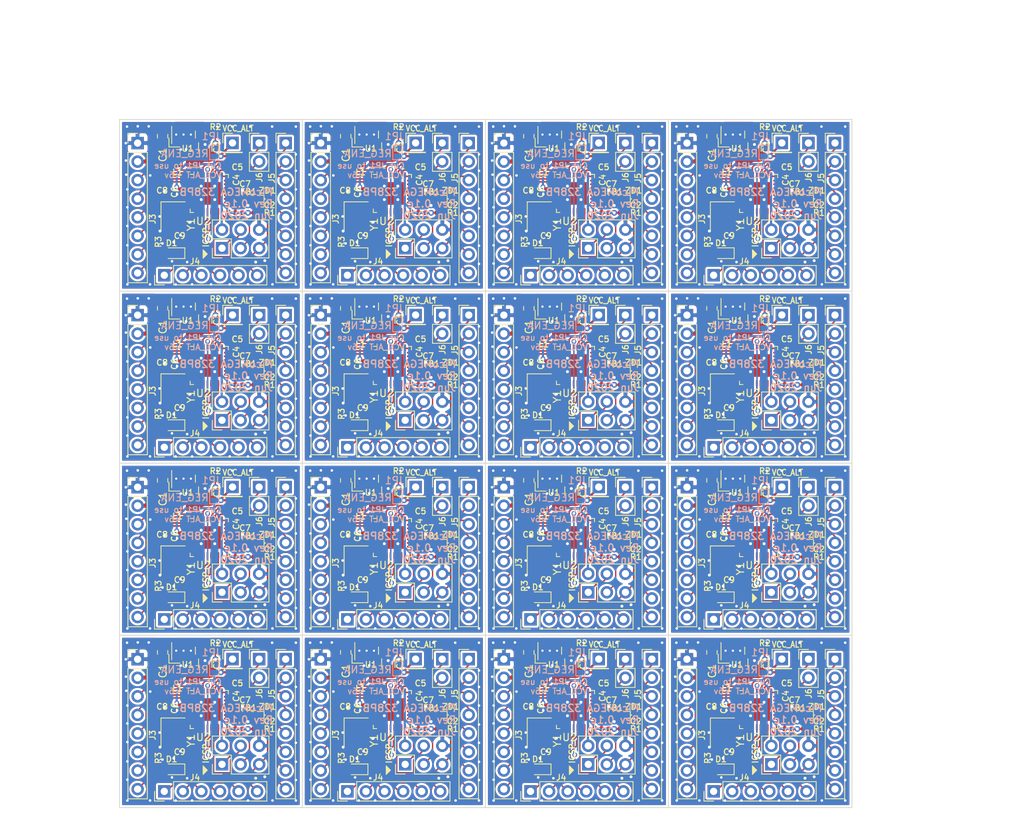
<source format=kicad_pcb>
(kicad_pcb (version 20171130) (host pcbnew "(5.1.6)-1")
  (title_block (title "PicoMEGA 328pb") (date 2020-05-30) (rev 0.1c) (comment 1 "Microcontroller breakout series"))
  (layers (0 F.Cu signal) (31 B.Cu signal) (34 B.Paste user) (35 F.Paste user) (36 B.SilkS user) (37 F.SilkS user) (38 B.Mask user) (39 F.Mask user) (44 Edge.Cuts user))
  (net 0 "")
  (net 1 GND)
  (net 2 +9V)
  (net 3 +3V3)
  (net 4 /RST)
  (net 5 /MOSI)
  (net 6 /SCK)
  (net 7 /MISO)
  (net 8 /PC2)
  (net 9 /PC1)
  (net 10 /PC0)
  (net 11 /PB2)
  (net 12 /PB1)
  (net 13 /PB0)
  (net 14 /PD4)
  (net 15 /PD3)
  (net 16 /PD2)
  (net 17 /PD1)
  (net 18 /PD0)
  (net 19 /PC5)
  (net 20 /PC4)
  (net 21 /PC3)
  (net 22 /PE3)
  (net 23 /PE2)
  (net 24 /PE1)
  (net 25 /PE0)
  (net 26 /PD7)
  (net 27 /PD6)
  (net 28 /PD5)
  (net 29 "Net-(L1-Pad1)")
  (net 30 /AREF)
  (net 31 /PG)
  (net 32 "Net-(U1-Pad6)")
  (net 33 /3V3_REG)
  (net 34 "Net-(C7-Pad1)")
  (net 35 "Net-(C8-Pad2)")
  (net 36 "Net-(C9-Pad1)")
  (net 37 "Net-(D1-Pad2)")
  (module Capacitor_SMD:C_0402_1005Metric (layer F.Cu) (at 174.600006 132.360006 270)
    (fp_text reference C6 (at -0.11 0.95 90) (layer F.SilkS) (effects (font (size 0.8 0.8))))
    (fp_text value 0.1u)
    (pad 1 smd roundrect (at -0.485 0 270) (size 0.59 0.64) (layers F.Cu F.Paste F.Mask) (net 3 +3V3))
    (pad 2 smd roundrect (at 0.485 0 270) (size 0.59 0.64) (layers F.Cu F.Paste F.Mask) (net 1 GND))
  )
  (module Capacitor_SMD:C_0402_1005Metric (layer F.Cu) (at 174.600006 108.810004 270)
    (fp_text reference C6 (at -0.11 0.95 90) (layer F.SilkS) (effects (font (size 0.8 0.8))))
    (fp_text value 0.1u)
    (pad 1 smd roundrect (at -0.485 0 270) (size 0.59 0.64) (layers F.Cu F.Paste F.Mask) (net 3 +3V3))
    (pad 2 smd roundrect (at 0.485 0 270) (size 0.59 0.64) (layers F.Cu F.Paste F.Mask) (net 1 GND))
  )
  (module Capacitor_SMD:C_0402_1005Metric (layer F.Cu) (at 174.600006 85.260002 270)
    (fp_text reference C6 (at -0.11 0.95 90) (layer F.SilkS) (effects (font (size 0.8 0.8))))
    (fp_text value 0.1u)
    (pad 1 smd roundrect (at -0.485 0 270) (size 0.59 0.64) (layers F.Cu F.Paste F.Mask) (net 3 +3V3))
    (pad 2 smd roundrect (at 0.485 0 270) (size 0.59 0.64) (layers F.Cu F.Paste F.Mask) (net 1 GND))
  )
  (module Capacitor_SMD:C_0402_1005Metric (layer F.Cu) (at 174.600006 61.71 270)
    (fp_text reference C6 (at -0.11 0.95 90) (layer F.SilkS) (effects (font (size 0.8 0.8))))
    (fp_text value 0.1u)
    (pad 1 smd roundrect (at -0.485 0 270) (size 0.59 0.64) (layers F.Cu F.Paste F.Mask) (net 3 +3V3))
    (pad 2 smd roundrect (at 0.485 0 270) (size 0.59 0.64) (layers F.Cu F.Paste F.Mask) (net 1 GND))
  )
  (module Capacitor_SMD:C_0402_1005Metric (layer F.Cu) (at 149.550004 132.360006 270)
    (fp_text reference C6 (at -0.11 0.95 90) (layer F.SilkS) (effects (font (size 0.8 0.8))))
    (fp_text value 0.1u)
    (pad 1 smd roundrect (at -0.485 0 270) (size 0.59 0.64) (layers F.Cu F.Paste F.Mask) (net 3 +3V3))
    (pad 2 smd roundrect (at 0.485 0 270) (size 0.59 0.64) (layers F.Cu F.Paste F.Mask) (net 1 GND))
  )
  (module Capacitor_SMD:C_0402_1005Metric (layer F.Cu) (at 149.550004 108.810004 270)
    (fp_text reference C6 (at -0.11 0.95 90) (layer F.SilkS) (effects (font (size 0.8 0.8))))
    (fp_text value 0.1u)
    (pad 1 smd roundrect (at -0.485 0 270) (size 0.59 0.64) (layers F.Cu F.Paste F.Mask) (net 3 +3V3))
    (pad 2 smd roundrect (at 0.485 0 270) (size 0.59 0.64) (layers F.Cu F.Paste F.Mask) (net 1 GND))
  )
  (module Capacitor_SMD:C_0402_1005Metric (layer F.Cu) (at 149.550004 85.260002 270)
    (fp_text reference C6 (at -0.11 0.95 90) (layer F.SilkS) (effects (font (size 0.8 0.8))))
    (fp_text value 0.1u)
    (pad 1 smd roundrect (at -0.485 0 270) (size 0.59 0.64) (layers F.Cu F.Paste F.Mask) (net 3 +3V3))
    (pad 2 smd roundrect (at 0.485 0 270) (size 0.59 0.64) (layers F.Cu F.Paste F.Mask) (net 1 GND))
  )
  (module Capacitor_SMD:C_0402_1005Metric (layer F.Cu) (at 149.550004 61.71 270)
    (fp_text reference C6 (at -0.11 0.95 90) (layer F.SilkS) (effects (font (size 0.8 0.8))))
    (fp_text value 0.1u)
    (pad 1 smd roundrect (at -0.485 0 270) (size 0.59 0.64) (layers F.Cu F.Paste F.Mask) (net 3 +3V3))
    (pad 2 smd roundrect (at 0.485 0 270) (size 0.59 0.64) (layers F.Cu F.Paste F.Mask) (net 1 GND))
  )
  (module Capacitor_SMD:C_0402_1005Metric (layer F.Cu) (at 124.500002 132.360006 270)
    (fp_text reference C6 (at -0.11 0.95 90) (layer F.SilkS) (effects (font (size 0.8 0.8))))
    (fp_text value 0.1u)
    (pad 1 smd roundrect (at -0.485 0 270) (size 0.59 0.64) (layers F.Cu F.Paste F.Mask) (net 3 +3V3))
    (pad 2 smd roundrect (at 0.485 0 270) (size 0.59 0.64) (layers F.Cu F.Paste F.Mask) (net 1 GND))
  )
  (module Capacitor_SMD:C_0402_1005Metric (layer F.Cu) (at 124.500002 108.810004 270)
    (fp_text reference C6 (at -0.11 0.95 90) (layer F.SilkS) (effects (font (size 0.8 0.8))))
    (fp_text value 0.1u)
    (pad 1 smd roundrect (at -0.485 0 270) (size 0.59 0.64) (layers F.Cu F.Paste F.Mask) (net 3 +3V3))
    (pad 2 smd roundrect (at 0.485 0 270) (size 0.59 0.64) (layers F.Cu F.Paste F.Mask) (net 1 GND))
  )
  (module Capacitor_SMD:C_0402_1005Metric (layer F.Cu) (at 124.500002 85.260002 270)
    (fp_text reference C6 (at -0.11 0.95 90) (layer F.SilkS) (effects (font (size 0.8 0.8))))
    (fp_text value 0.1u)
    (pad 1 smd roundrect (at -0.485 0 270) (size 0.59 0.64) (layers F.Cu F.Paste F.Mask) (net 3 +3V3))
    (pad 2 smd roundrect (at 0.485 0 270) (size 0.59 0.64) (layers F.Cu F.Paste F.Mask) (net 1 GND))
  )
  (module Capacitor_SMD:C_0402_1005Metric (layer F.Cu) (at 124.500002 61.71 270)
    (fp_text reference C6 (at -0.11 0.95 90) (layer F.SilkS) (effects (font (size 0.8 0.8))))
    (fp_text value 0.1u)
    (pad 1 smd roundrect (at -0.485 0 270) (size 0.59 0.64) (layers F.Cu F.Paste F.Mask) (net 3 +3V3))
    (pad 2 smd roundrect (at 0.485 0 270) (size 0.59 0.64) (layers F.Cu F.Paste F.Mask) (net 1 GND))
  )
  (module Capacitor_SMD:C_0402_1005Metric (layer F.Cu) (at 99.45 132.360006 270)
    (fp_text reference C6 (at -0.11 0.95 90) (layer F.SilkS) (effects (font (size 0.8 0.8))))
    (fp_text value 0.1u)
    (pad 1 smd roundrect (at -0.485 0 270) (size 0.59 0.64) (layers F.Cu F.Paste F.Mask) (net 3 +3V3))
    (pad 2 smd roundrect (at 0.485 0 270) (size 0.59 0.64) (layers F.Cu F.Paste F.Mask) (net 1 GND))
  )
  (module Capacitor_SMD:C_0402_1005Metric (layer F.Cu) (at 99.45 108.810004 270)
    (fp_text reference C6 (at -0.11 0.95 90) (layer F.SilkS) (effects (font (size 0.8 0.8))))
    (fp_text value 0.1u)
    (pad 1 smd roundrect (at -0.485 0 270) (size 0.59 0.64) (layers F.Cu F.Paste F.Mask) (net 3 +3V3))
    (pad 2 smd roundrect (at 0.485 0 270) (size 0.59 0.64) (layers F.Cu F.Paste F.Mask) (net 1 GND))
  )
  (module Capacitor_SMD:C_0402_1005Metric (layer F.Cu) (at 99.45 85.260002 270)
    (fp_text reference C6 (at -0.11 0.95 90) (layer F.SilkS) (effects (font (size 0.8 0.8))))
    (fp_text value 0.1u)
    (pad 1 smd roundrect (at -0.485 0 270) (size 0.59 0.64) (layers F.Cu F.Paste F.Mask) (net 3 +3V3))
    (pad 2 smd roundrect (at 0.485 0 270) (size 0.59 0.64) (layers F.Cu F.Paste F.Mask) (net 1 GND))
  )
  (module Connector_PinHeader_2.54mm:PinHeader_2x03_P2.54mm_Vertical (layer F.Cu) (at 180.150006 139.950006 90)
    (fp_text reference J1)
    (fp_text value ICSP)
    (pad 1 thru_hole rect (at 0 0 90) (size 1.7 1.7) (drill 1) (layers *.Cu *.Mask) (net 7 /MISO))
    (pad 2 thru_hole oval (at 2.54 0 90) (size 1.7 1.7) (drill 1) (layers *.Cu *.Mask) (net 3 +3V3))
    (pad 3 thru_hole oval (at 0 2.54 90) (size 1.7 1.7) (drill 1) (layers *.Cu *.Mask) (net 6 /SCK))
    (pad 4 thru_hole oval (at 2.54 2.54 90) (size 1.7 1.7) (drill 1) (layers *.Cu *.Mask) (net 5 /MOSI))
    (pad 5 thru_hole oval (at 0 5.08 90) (size 1.7 1.7) (drill 1) (layers *.Cu *.Mask) (net 4 /RST))
    (pad 6 thru_hole oval (at 2.54 5.08 90) (size 1.7 1.7) (drill 1) (layers *.Cu *.Mask) (net 1 GND))
  )
  (module Connector_PinHeader_2.54mm:PinHeader_2x03_P2.54mm_Vertical (layer F.Cu) (at 180.150006 116.400004 90)
    (fp_text reference J1)
    (fp_text value ICSP)
    (pad 1 thru_hole rect (at 0 0 90) (size 1.7 1.7) (drill 1) (layers *.Cu *.Mask) (net 7 /MISO))
    (pad 2 thru_hole oval (at 2.54 0 90) (size 1.7 1.7) (drill 1) (layers *.Cu *.Mask) (net 3 +3V3))
    (pad 3 thru_hole oval (at 0 2.54 90) (size 1.7 1.7) (drill 1) (layers *.Cu *.Mask) (net 6 /SCK))
    (pad 4 thru_hole oval (at 2.54 2.54 90) (size 1.7 1.7) (drill 1) (layers *.Cu *.Mask) (net 5 /MOSI))
    (pad 5 thru_hole oval (at 0 5.08 90) (size 1.7 1.7) (drill 1) (layers *.Cu *.Mask) (net 4 /RST))
    (pad 6 thru_hole oval (at 2.54 5.08 90) (size 1.7 1.7) (drill 1) (layers *.Cu *.Mask) (net 1 GND))
  )
  (module Connector_PinHeader_2.54mm:PinHeader_2x03_P2.54mm_Vertical (layer F.Cu) (at 180.150006 92.850002 90)
    (fp_text reference J1)
    (fp_text value ICSP)
    (pad 1 thru_hole rect (at 0 0 90) (size 1.7 1.7) (drill 1) (layers *.Cu *.Mask) (net 7 /MISO))
    (pad 2 thru_hole oval (at 2.54 0 90) (size 1.7 1.7) (drill 1) (layers *.Cu *.Mask) (net 3 +3V3))
    (pad 3 thru_hole oval (at 0 2.54 90) (size 1.7 1.7) (drill 1) (layers *.Cu *.Mask) (net 6 /SCK))
    (pad 4 thru_hole oval (at 2.54 2.54 90) (size 1.7 1.7) (drill 1) (layers *.Cu *.Mask) (net 5 /MOSI))
    (pad 5 thru_hole oval (at 0 5.08 90) (size 1.7 1.7) (drill 1) (layers *.Cu *.Mask) (net 4 /RST))
    (pad 6 thru_hole oval (at 2.54 5.08 90) (size 1.7 1.7) (drill 1) (layers *.Cu *.Mask) (net 1 GND))
  )
  (module Connector_PinHeader_2.54mm:PinHeader_2x03_P2.54mm_Vertical (layer F.Cu) (at 180.150006 69.3 90)
    (fp_text reference J1)
    (fp_text value ICSP)
    (pad 1 thru_hole rect (at 0 0 90) (size 1.7 1.7) (drill 1) (layers *.Cu *.Mask) (net 7 /MISO))
    (pad 2 thru_hole oval (at 2.54 0 90) (size 1.7 1.7) (drill 1) (layers *.Cu *.Mask) (net 3 +3V3))
    (pad 3 thru_hole oval (at 0 2.54 90) (size 1.7 1.7) (drill 1) (layers *.Cu *.Mask) (net 6 /SCK))
    (pad 4 thru_hole oval (at 2.54 2.54 90) (size 1.7 1.7) (drill 1) (layers *.Cu *.Mask) (net 5 /MOSI))
    (pad 5 thru_hole oval (at 0 5.08 90) (size 1.7 1.7) (drill 1) (layers *.Cu *.Mask) (net 4 /RST))
    (pad 6 thru_hole oval (at 2.54 5.08 90) (size 1.7 1.7) (drill 1) (layers *.Cu *.Mask) (net 1 GND))
  )
  (module Connector_PinHeader_2.54mm:PinHeader_2x03_P2.54mm_Vertical (layer F.Cu) (at 155.100004 139.950006 90)
    (fp_text reference J1)
    (fp_text value ICSP)
    (pad 1 thru_hole rect (at 0 0 90) (size 1.7 1.7) (drill 1) (layers *.Cu *.Mask) (net 7 /MISO))
    (pad 2 thru_hole oval (at 2.54 0 90) (size 1.7 1.7) (drill 1) (layers *.Cu *.Mask) (net 3 +3V3))
    (pad 3 thru_hole oval (at 0 2.54 90) (size 1.7 1.7) (drill 1) (layers *.Cu *.Mask) (net 6 /SCK))
    (pad 4 thru_hole oval (at 2.54 2.54 90) (size 1.7 1.7) (drill 1) (layers *.Cu *.Mask) (net 5 /MOSI))
    (pad 5 thru_hole oval (at 0 5.08 90) (size 1.7 1.7) (drill 1) (layers *.Cu *.Mask) (net 4 /RST))
    (pad 6 thru_hole oval (at 2.54 5.08 90) (size 1.7 1.7) (drill 1) (layers *.Cu *.Mask) (net 1 GND))
  )
  (module Connector_PinHeader_2.54mm:PinHeader_2x03_P2.54mm_Vertical (layer F.Cu) (at 155.100004 116.400004 90)
    (fp_text reference J1)
    (fp_text value ICSP)
    (pad 1 thru_hole rect (at 0 0 90) (size 1.7 1.7) (drill 1) (layers *.Cu *.Mask) (net 7 /MISO))
    (pad 2 thru_hole oval (at 2.54 0 90) (size 1.7 1.7) (drill 1) (layers *.Cu *.Mask) (net 3 +3V3))
    (pad 3 thru_hole oval (at 0 2.54 90) (size 1.7 1.7) (drill 1) (layers *.Cu *.Mask) (net 6 /SCK))
    (pad 4 thru_hole oval (at 2.54 2.54 90) (size 1.7 1.7) (drill 1) (layers *.Cu *.Mask) (net 5 /MOSI))
    (pad 5 thru_hole oval (at 0 5.08 90) (size 1.7 1.7) (drill 1) (layers *.Cu *.Mask) (net 4 /RST))
    (pad 6 thru_hole oval (at 2.54 5.08 90) (size 1.7 1.7) (drill 1) (layers *.Cu *.Mask) (net 1 GND))
  )
  (module Connector_PinHeader_2.54mm:PinHeader_2x03_P2.54mm_Vertical (layer F.Cu) (at 155.100004 92.850002 90)
    (fp_text reference J1)
    (fp_text value ICSP)
    (pad 1 thru_hole rect (at 0 0 90) (size 1.7 1.7) (drill 1) (layers *.Cu *.Mask) (net 7 /MISO))
    (pad 2 thru_hole oval (at 2.54 0 90) (size 1.7 1.7) (drill 1) (layers *.Cu *.Mask) (net 3 +3V3))
    (pad 3 thru_hole oval (at 0 2.54 90) (size 1.7 1.7) (drill 1) (layers *.Cu *.Mask) (net 6 /SCK))
    (pad 4 thru_hole oval (at 2.54 2.54 90) (size 1.7 1.7) (drill 1) (layers *.Cu *.Mask) (net 5 /MOSI))
    (pad 5 thru_hole oval (at 0 5.08 90) (size 1.7 1.7) (drill 1) (layers *.Cu *.Mask) (net 4 /RST))
    (pad 6 thru_hole oval (at 2.54 5.08 90) (size 1.7 1.7) (drill 1) (layers *.Cu *.Mask) (net 1 GND))
  )
  (module Connector_PinHeader_2.54mm:PinHeader_2x03_P2.54mm_Vertical (layer F.Cu) (at 155.100004 69.3 90)
    (fp_text reference J1)
    (fp_text value ICSP)
    (pad 1 thru_hole rect (at 0 0 90) (size 1.7 1.7) (drill 1) (layers *.Cu *.Mask) (net 7 /MISO))
    (pad 2 thru_hole oval (at 2.54 0 90) (size 1.7 1.7) (drill 1) (layers *.Cu *.Mask) (net 3 +3V3))
    (pad 3 thru_hole oval (at 0 2.54 90) (size 1.7 1.7) (drill 1) (layers *.Cu *.Mask) (net 6 /SCK))
    (pad 4 thru_hole oval (at 2.54 2.54 90) (size 1.7 1.7) (drill 1) (layers *.Cu *.Mask) (net 5 /MOSI))
    (pad 5 thru_hole oval (at 0 5.08 90) (size 1.7 1.7) (drill 1) (layers *.Cu *.Mask) (net 4 /RST))
    (pad 6 thru_hole oval (at 2.54 5.08 90) (size 1.7 1.7) (drill 1) (layers *.Cu *.Mask) (net 1 GND))
  )
  (module Connector_PinHeader_2.54mm:PinHeader_2x03_P2.54mm_Vertical (layer F.Cu) (at 130.050002 139.950006 90)
    (fp_text reference J1)
    (fp_text value ICSP)
    (pad 1 thru_hole rect (at 0 0 90) (size 1.7 1.7) (drill 1) (layers *.Cu *.Mask) (net 7 /MISO))
    (pad 2 thru_hole oval (at 2.54 0 90) (size 1.7 1.7) (drill 1) (layers *.Cu *.Mask) (net 3 +3V3))
    (pad 3 thru_hole oval (at 0 2.54 90) (size 1.7 1.7) (drill 1) (layers *.Cu *.Mask) (net 6 /SCK))
    (pad 4 thru_hole oval (at 2.54 2.54 90) (size 1.7 1.7) (drill 1) (layers *.Cu *.Mask) (net 5 /MOSI))
    (pad 5 thru_hole oval (at 0 5.08 90) (size 1.7 1.7) (drill 1) (layers *.Cu *.Mask) (net 4 /RST))
    (pad 6 thru_hole oval (at 2.54 5.08 90) (size 1.7 1.7) (drill 1) (layers *.Cu *.Mask) (net 1 GND))
  )
  (module Connector_PinHeader_2.54mm:PinHeader_2x03_P2.54mm_Vertical (layer F.Cu) (at 130.050002 116.400004 90)
    (fp_text reference J1)
    (fp_text value ICSP)
    (pad 1 thru_hole rect (at 0 0 90) (size 1.7 1.7) (drill 1) (layers *.Cu *.Mask) (net 7 /MISO))
    (pad 2 thru_hole oval (at 2.54 0 90) (size 1.7 1.7) (drill 1) (layers *.Cu *.Mask) (net 3 +3V3))
    (pad 3 thru_hole oval (at 0 2.54 90) (size 1.7 1.7) (drill 1) (layers *.Cu *.Mask) (net 6 /SCK))
    (pad 4 thru_hole oval (at 2.54 2.54 90) (size 1.7 1.7) (drill 1) (layers *.Cu *.Mask) (net 5 /MOSI))
    (pad 5 thru_hole oval (at 0 5.08 90) (size 1.7 1.7) (drill 1) (layers *.Cu *.Mask) (net 4 /RST))
    (pad 6 thru_hole oval (at 2.54 5.08 90) (size 1.7 1.7) (drill 1) (layers *.Cu *.Mask) (net 1 GND))
  )
  (module Connector_PinHeader_2.54mm:PinHeader_2x03_P2.54mm_Vertical (layer F.Cu) (at 130.050002 92.850002 90)
    (fp_text reference J1)
    (fp_text value ICSP)
    (pad 1 thru_hole rect (at 0 0 90) (size 1.7 1.7) (drill 1) (layers *.Cu *.Mask) (net 7 /MISO))
    (pad 2 thru_hole oval (at 2.54 0 90) (size 1.7 1.7) (drill 1) (layers *.Cu *.Mask) (net 3 +3V3))
    (pad 3 thru_hole oval (at 0 2.54 90) (size 1.7 1.7) (drill 1) (layers *.Cu *.Mask) (net 6 /SCK))
    (pad 4 thru_hole oval (at 2.54 2.54 90) (size 1.7 1.7) (drill 1) (layers *.Cu *.Mask) (net 5 /MOSI))
    (pad 5 thru_hole oval (at 0 5.08 90) (size 1.7 1.7) (drill 1) (layers *.Cu *.Mask) (net 4 /RST))
    (pad 6 thru_hole oval (at 2.54 5.08 90) (size 1.7 1.7) (drill 1) (layers *.Cu *.Mask) (net 1 GND))
  )
  (module Connector_PinHeader_2.54mm:PinHeader_2x03_P2.54mm_Vertical (layer F.Cu) (at 130.050002 69.3 90)
    (fp_text reference J1)
    (fp_text value ICSP)
    (pad 1 thru_hole rect (at 0 0 90) (size 1.7 1.7) (drill 1) (layers *.Cu *.Mask) (net 7 /MISO))
    (pad 2 thru_hole oval (at 2.54 0 90) (size 1.7 1.7) (drill 1) (layers *.Cu *.Mask) (net 3 +3V3))
    (pad 3 thru_hole oval (at 0 2.54 90) (size 1.7 1.7) (drill 1) (layers *.Cu *.Mask) (net 6 /SCK))
    (pad 4 thru_hole oval (at 2.54 2.54 90) (size 1.7 1.7) (drill 1) (layers *.Cu *.Mask) (net 5 /MOSI))
    (pad 5 thru_hole oval (at 0 5.08 90) (size 1.7 1.7) (drill 1) (layers *.Cu *.Mask) (net 4 /RST))
    (pad 6 thru_hole oval (at 2.54 5.08 90) (size 1.7 1.7) (drill 1) (layers *.Cu *.Mask) (net 1 GND))
  )
  (module Connector_PinHeader_2.54mm:PinHeader_2x03_P2.54mm_Vertical (layer F.Cu) (at 105 139.950006 90)
    (fp_text reference J1)
    (fp_text value ICSP)
    (pad 1 thru_hole rect (at 0 0 90) (size 1.7 1.7) (drill 1) (layers *.Cu *.Mask) (net 7 /MISO))
    (pad 2 thru_hole oval (at 2.54 0 90) (size 1.7 1.7) (drill 1) (layers *.Cu *.Mask) (net 3 +3V3))
    (pad 3 thru_hole oval (at 0 2.54 90) (size 1.7 1.7) (drill 1) (layers *.Cu *.Mask) (net 6 /SCK))
    (pad 4 thru_hole oval (at 2.54 2.54 90) (size 1.7 1.7) (drill 1) (layers *.Cu *.Mask) (net 5 /MOSI))
    (pad 5 thru_hole oval (at 0 5.08 90) (size 1.7 1.7) (drill 1) (layers *.Cu *.Mask) (net 4 /RST))
    (pad 6 thru_hole oval (at 2.54 5.08 90) (size 1.7 1.7) (drill 1) (layers *.Cu *.Mask) (net 1 GND))
  )
  (module Connector_PinHeader_2.54mm:PinHeader_2x03_P2.54mm_Vertical (layer F.Cu) (at 105 116.400004 90)
    (fp_text reference J1)
    (fp_text value ICSP)
    (pad 1 thru_hole rect (at 0 0 90) (size 1.7 1.7) (drill 1) (layers *.Cu *.Mask) (net 7 /MISO))
    (pad 2 thru_hole oval (at 2.54 0 90) (size 1.7 1.7) (drill 1) (layers *.Cu *.Mask) (net 3 +3V3))
    (pad 3 thru_hole oval (at 0 2.54 90) (size 1.7 1.7) (drill 1) (layers *.Cu *.Mask) (net 6 /SCK))
    (pad 4 thru_hole oval (at 2.54 2.54 90) (size 1.7 1.7) (drill 1) (layers *.Cu *.Mask) (net 5 /MOSI))
    (pad 5 thru_hole oval (at 0 5.08 90) (size 1.7 1.7) (drill 1) (layers *.Cu *.Mask) (net 4 /RST))
    (pad 6 thru_hole oval (at 2.54 5.08 90) (size 1.7 1.7) (drill 1) (layers *.Cu *.Mask) (net 1 GND))
  )
  (module Connector_PinHeader_2.54mm:PinHeader_2x03_P2.54mm_Vertical (layer F.Cu) (at 105 92.850002 90)
    (fp_text reference J1)
    (fp_text value ICSP)
    (pad 1 thru_hole rect (at 0 0 90) (size 1.7 1.7) (drill 1) (layers *.Cu *.Mask) (net 7 /MISO))
    (pad 2 thru_hole oval (at 2.54 0 90) (size 1.7 1.7) (drill 1) (layers *.Cu *.Mask) (net 3 +3V3))
    (pad 3 thru_hole oval (at 0 2.54 90) (size 1.7 1.7) (drill 1) (layers *.Cu *.Mask) (net 6 /SCK))
    (pad 4 thru_hole oval (at 2.54 2.54 90) (size 1.7 1.7) (drill 1) (layers *.Cu *.Mask) (net 5 /MOSI))
    (pad 5 thru_hole oval (at 0 5.08 90) (size 1.7 1.7) (drill 1) (layers *.Cu *.Mask) (net 4 /RST))
    (pad 6 thru_hole oval (at 2.54 5.08 90) (size 1.7 1.7) (drill 1) (layers *.Cu *.Mask) (net 1 GND))
  )
  (module Connector_PinHeader_2.54mm:PinHeader_1x08_P2.54mm_Vertical (layer F.Cu) (at 168.600006 125.560006)
    (fp_text reference J3 (at 2.05 10.39 270) (layer F.SilkS) (effects (font (size 0.8 0.8))))
    (fp_text value "GPIO BLK A")
    (pad 8 thru_hole oval (at 0 17.78) (size 1.7 1.7) (drill 1) (layers *.Cu *.Mask) (net 24 /PE1))
    (pad 7 thru_hole oval (at 0 15.24) (size 1.7 1.7) (drill 1) (layers *.Cu *.Mask) (net 25 /PE0))
    (pad 6 thru_hole oval (at 0 12.7) (size 1.7 1.7) (drill 1) (layers *.Cu *.Mask) (net 14 /PD4))
    (pad 5 thru_hole oval (at 0 10.16) (size 1.7 1.7) (drill 1) (layers *.Cu *.Mask) (net 15 /PD3))
    (pad 4 thru_hole oval (at 0 7.62) (size 1.7 1.7) (drill 1) (layers *.Cu *.Mask) (net 16 /PD2))
    (pad 3 thru_hole oval (at 0 5.08) (size 1.7 1.7) (drill 1) (layers *.Cu *.Mask) (net 17 /PD1))
    (pad 2 thru_hole oval (at 0 2.54) (size 1.7 1.7) (drill 1) (layers *.Cu *.Mask) (net 2 +9V))
    (pad 1 thru_hole rect (at 0 0) (size 1.7 1.7) (drill 1) (layers *.Cu *.Mask) (net 1 GND))
  )
  (module Connector_PinHeader_2.54mm:PinHeader_1x08_P2.54mm_Vertical (layer F.Cu) (at 168.600006 102.010004)
    (fp_text reference J3 (at 2.05 10.39 270) (layer F.SilkS) (effects (font (size 0.8 0.8))))
    (fp_text value "GPIO BLK A")
    (pad 8 thru_hole oval (at 0 17.78) (size 1.7 1.7) (drill 1) (layers *.Cu *.Mask) (net 24 /PE1))
    (pad 7 thru_hole oval (at 0 15.24) (size 1.7 1.7) (drill 1) (layers *.Cu *.Mask) (net 25 /PE0))
    (pad 6 thru_hole oval (at 0 12.7) (size 1.7 1.7) (drill 1) (layers *.Cu *.Mask) (net 14 /PD4))
    (pad 5 thru_hole oval (at 0 10.16) (size 1.7 1.7) (drill 1) (layers *.Cu *.Mask) (net 15 /PD3))
    (pad 4 thru_hole oval (at 0 7.62) (size 1.7 1.7) (drill 1) (layers *.Cu *.Mask) (net 16 /PD2))
    (pad 3 thru_hole oval (at 0 5.08) (size 1.7 1.7) (drill 1) (layers *.Cu *.Mask) (net 17 /PD1))
    (pad 2 thru_hole oval (at 0 2.54) (size 1.7 1.7) (drill 1) (layers *.Cu *.Mask) (net 2 +9V))
    (pad 1 thru_hole rect (at 0 0) (size 1.7 1.7) (drill 1) (layers *.Cu *.Mask) (net 1 GND))
  )
  (module Connector_PinHeader_2.54mm:PinHeader_1x08_P2.54mm_Vertical (layer F.Cu) (at 168.600006 78.460002)
    (fp_text reference J3 (at 2.05 10.39 270) (layer F.SilkS) (effects (font (size 0.8 0.8))))
    (fp_text value "GPIO BLK A")
    (pad 8 thru_hole oval (at 0 17.78) (size 1.7 1.7) (drill 1) (layers *.Cu *.Mask) (net 24 /PE1))
    (pad 7 thru_hole oval (at 0 15.24) (size 1.7 1.7) (drill 1) (layers *.Cu *.Mask) (net 25 /PE0))
    (pad 6 thru_hole oval (at 0 12.7) (size 1.7 1.7) (drill 1) (layers *.Cu *.Mask) (net 14 /PD4))
    (pad 5 thru_hole oval (at 0 10.16) (size 1.7 1.7) (drill 1) (layers *.Cu *.Mask) (net 15 /PD3))
    (pad 4 thru_hole oval (at 0 7.62) (size 1.7 1.7) (drill 1) (layers *.Cu *.Mask) (net 16 /PD2))
    (pad 3 thru_hole oval (at 0 5.08) (size 1.7 1.7) (drill 1) (layers *.Cu *.Mask) (net 17 /PD1))
    (pad 2 thru_hole oval (at 0 2.54) (size 1.7 1.7) (drill 1) (layers *.Cu *.Mask) (net 2 +9V))
    (pad 1 thru_hole rect (at 0 0) (size 1.7 1.7) (drill 1) (layers *.Cu *.Mask) (net 1 GND))
  )
  (module Connector_PinHeader_2.54mm:PinHeader_1x08_P2.54mm_Vertical (layer F.Cu) (at 168.600006 54.91)
    (fp_text reference J3 (at 2.05 10.39 270) (layer F.SilkS) (effects (font (size 0.8 0.8))))
    (fp_text value "GPIO BLK A")
    (pad 8 thru_hole oval (at 0 17.78) (size 1.7 1.7) (drill 1) (layers *.Cu *.Mask) (net 24 /PE1))
    (pad 7 thru_hole oval (at 0 15.24) (size 1.7 1.7) (drill 1) (layers *.Cu *.Mask) (net 25 /PE0))
    (pad 6 thru_hole oval (at 0 12.7) (size 1.7 1.7) (drill 1) (layers *.Cu *.Mask) (net 14 /PD4))
    (pad 5 thru_hole oval (at 0 10.16) (size 1.7 1.7) (drill 1) (layers *.Cu *.Mask) (net 15 /PD3))
    (pad 4 thru_hole oval (at 0 7.62) (size 1.7 1.7) (drill 1) (layers *.Cu *.Mask) (net 16 /PD2))
    (pad 3 thru_hole oval (at 0 5.08) (size 1.7 1.7) (drill 1) (layers *.Cu *.Mask) (net 17 /PD1))
    (pad 2 thru_hole oval (at 0 2.54) (size 1.7 1.7) (drill 1) (layers *.Cu *.Mask) (net 2 +9V))
    (pad 1 thru_hole rect (at 0 0) (size 1.7 1.7) (drill 1) (layers *.Cu *.Mask) (net 1 GND))
  )
  (module Connector_PinHeader_2.54mm:PinHeader_1x08_P2.54mm_Vertical (layer F.Cu) (at 143.550004 125.560006)
    (fp_text reference J3 (at 2.05 10.39 270) (layer F.SilkS) (effects (font (size 0.8 0.8))))
    (fp_text value "GPIO BLK A")
    (pad 8 thru_hole oval (at 0 17.78) (size 1.7 1.7) (drill 1) (layers *.Cu *.Mask) (net 24 /PE1))
    (pad 7 thru_hole oval (at 0 15.24) (size 1.7 1.7) (drill 1) (layers *.Cu *.Mask) (net 25 /PE0))
    (pad 6 thru_hole oval (at 0 12.7) (size 1.7 1.7) (drill 1) (layers *.Cu *.Mask) (net 14 /PD4))
    (pad 5 thru_hole oval (at 0 10.16) (size 1.7 1.7) (drill 1) (layers *.Cu *.Mask) (net 15 /PD3))
    (pad 4 thru_hole oval (at 0 7.62) (size 1.7 1.7) (drill 1) (layers *.Cu *.Mask) (net 16 /PD2))
    (pad 3 thru_hole oval (at 0 5.08) (size 1.7 1.7) (drill 1) (layers *.Cu *.Mask) (net 17 /PD1))
    (pad 2 thru_hole oval (at 0 2.54) (size 1.7 1.7) (drill 1) (layers *.Cu *.Mask) (net 2 +9V))
    (pad 1 thru_hole rect (at 0 0) (size 1.7 1.7) (drill 1) (layers *.Cu *.Mask) (net 1 GND))
  )
  (module Connector_PinHeader_2.54mm:PinHeader_1x08_P2.54mm_Vertical (layer F.Cu) (at 143.550004 102.010004)
    (fp_text reference J3 (at 2.05 10.39 270) (layer F.SilkS) (effects (font (size 0.8 0.8))))
    (fp_text value "GPIO BLK A")
    (pad 8 thru_hole oval (at 0 17.78) (size 1.7 1.7) (drill 1) (layers *.Cu *.Mask) (net 24 /PE1))
    (pad 7 thru_hole oval (at 0 15.24) (size 1.7 1.7) (drill 1) (layers *.Cu *.Mask) (net 25 /PE0))
    (pad 6 thru_hole oval (at 0 12.7) (size 1.7 1.7) (drill 1) (layers *.Cu *.Mask) (net 14 /PD4))
    (pad 5 thru_hole oval (at 0 10.16) (size 1.7 1.7) (drill 1) (layers *.Cu *.Mask) (net 15 /PD3))
    (pad 4 thru_hole oval (at 0 7.62) (size 1.7 1.7) (drill 1) (layers *.Cu *.Mask) (net 16 /PD2))
    (pad 3 thru_hole oval (at 0 5.08) (size 1.7 1.7) (drill 1) (layers *.Cu *.Mask) (net 17 /PD1))
    (pad 2 thru_hole oval (at 0 2.54) (size 1.7 1.7) (drill 1) (layers *.Cu *.Mask) (net 2 +9V))
    (pad 1 thru_hole rect (at 0 0) (size 1.7 1.7) (drill 1) (layers *.Cu *.Mask) (net 1 GND))
  )
  (module Connector_PinHeader_2.54mm:PinHeader_1x08_P2.54mm_Vertical (layer F.Cu) (at 143.550004 78.460002)
    (fp_text reference J3 (at 2.05 10.39 270) (layer F.SilkS) (effects (font (size 0.8 0.8))))
    (fp_text value "GPIO BLK A")
    (pad 8 thru_hole oval (at 0 17.78) (size 1.7 1.7) (drill 1) (layers *.Cu *.Mask) (net 24 /PE1))
    (pad 7 thru_hole oval (at 0 15.24) (size 1.7 1.7) (drill 1) (layers *.Cu *.Mask) (net 25 /PE0))
    (pad 6 thru_hole oval (at 0 12.7) (size 1.7 1.7) (drill 1) (layers *.Cu *.Mask) (net 14 /PD4))
    (pad 5 thru_hole oval (at 0 10.16) (size 1.7 1.7) (drill 1) (layers *.Cu *.Mask) (net 15 /PD3))
    (pad 4 thru_hole oval (at 0 7.62) (size 1.7 1.7) (drill 1) (layers *.Cu *.Mask) (net 16 /PD2))
    (pad 3 thru_hole oval (at 0 5.08) (size 1.7 1.7) (drill 1) (layers *.Cu *.Mask) (net 17 /PD1))
    (pad 2 thru_hole oval (at 0 2.54) (size 1.7 1.7) (drill 1) (layers *.Cu *.Mask) (net 2 +9V))
    (pad 1 thru_hole rect (at 0 0) (size 1.7 1.7) (drill 1) (layers *.Cu *.Mask) (net 1 GND))
  )
  (module Connector_PinHeader_2.54mm:PinHeader_1x08_P2.54mm_Vertical (layer F.Cu) (at 143.550004 54.91)
    (fp_text reference J3 (at 2.05 10.39 270) (layer F.SilkS) (effects (font (size 0.8 0.8))))
    (fp_text value "GPIO BLK A")
    (pad 8 thru_hole oval (at 0 17.78) (size 1.7 1.7) (drill 1) (layers *.Cu *.Mask) (net 24 /PE1))
    (pad 7 thru_hole oval (at 0 15.24) (size 1.7 1.7) (drill 1) (layers *.Cu *.Mask) (net 25 /PE0))
    (pad 6 thru_hole oval (at 0 12.7) (size 1.7 1.7) (drill 1) (layers *.Cu *.Mask) (net 14 /PD4))
    (pad 5 thru_hole oval (at 0 10.16) (size 1.7 1.7) (drill 1) (layers *.Cu *.Mask) (net 15 /PD3))
    (pad 4 thru_hole oval (at 0 7.62) (size 1.7 1.7) (drill 1) (layers *.Cu *.Mask) (net 16 /PD2))
    (pad 3 thru_hole oval (at 0 5.08) (size 1.7 1.7) (drill 1) (layers *.Cu *.Mask) (net 17 /PD1))
    (pad 2 thru_hole oval (at 0 2.54) (size 1.7 1.7) (drill 1) (layers *.Cu *.Mask) (net 2 +9V))
    (pad 1 thru_hole rect (at 0 0) (size 1.7 1.7) (drill 1) (layers *.Cu *.Mask) (net 1 GND))
  )
  (module Connector_PinHeader_2.54mm:PinHeader_1x08_P2.54mm_Vertical (layer F.Cu) (at 118.500002 125.560006)
    (fp_text reference J3 (at 2.05 10.39 270) (layer F.SilkS) (effects (font (size 0.8 0.8))))
    (fp_text value "GPIO BLK A")
    (pad 8 thru_hole oval (at 0 17.78) (size 1.7 1.7) (drill 1) (layers *.Cu *.Mask) (net 24 /PE1))
    (pad 7 thru_hole oval (at 0 15.24) (size 1.7 1.7) (drill 1) (layers *.Cu *.Mask) (net 25 /PE0))
    (pad 6 thru_hole oval (at 0 12.7) (size 1.7 1.7) (drill 1) (layers *.Cu *.Mask) (net 14 /PD4))
    (pad 5 thru_hole oval (at 0 10.16) (size 1.7 1.7) (drill 1) (layers *.Cu *.Mask) (net 15 /PD3))
    (pad 4 thru_hole oval (at 0 7.62) (size 1.7 1.7) (drill 1) (layers *.Cu *.Mask) (net 16 /PD2))
    (pad 3 thru_hole oval (at 0 5.08) (size 1.7 1.7) (drill 1) (layers *.Cu *.Mask) (net 17 /PD1))
    (pad 2 thru_hole oval (at 0 2.54) (size 1.7 1.7) (drill 1) (layers *.Cu *.Mask) (net 2 +9V))
    (pad 1 thru_hole rect (at 0 0) (size 1.7 1.7) (drill 1) (layers *.Cu *.Mask) (net 1 GND))
  )
  (module Connector_PinHeader_2.54mm:PinHeader_1x08_P2.54mm_Vertical (layer F.Cu) (at 118.500002 102.010004)
    (fp_text reference J3 (at 2.05 10.39 270) (layer F.SilkS) (effects (font (size 0.8 0.8))))
    (fp_text value "GPIO BLK A")
    (pad 8 thru_hole oval (at 0 17.78) (size 1.7 1.7) (drill 1) (layers *.Cu *.Mask) (net 24 /PE1))
    (pad 7 thru_hole oval (at 0 15.24) (size 1.7 1.7) (drill 1) (layers *.Cu *.Mask) (net 25 /PE0))
    (pad 6 thru_hole oval (at 0 12.7) (size 1.7 1.7) (drill 1) (layers *.Cu *.Mask) (net 14 /PD4))
    (pad 5 thru_hole oval (at 0 10.16) (size 1.7 1.7) (drill 1) (layers *.Cu *.Mask) (net 15 /PD3))
    (pad 4 thru_hole oval (at 0 7.62) (size 1.7 1.7) (drill 1) (layers *.Cu *.Mask) (net 16 /PD2))
    (pad 3 thru_hole oval (at 0 5.08) (size 1.7 1.7) (drill 1) (layers *.Cu *.Mask) (net 17 /PD1))
    (pad 2 thru_hole oval (at 0 2.54) (size 1.7 1.7) (drill 1) (layers *.Cu *.Mask) (net 2 +9V))
    (pad 1 thru_hole rect (at 0 0) (size 1.7 1.7) (drill 1) (layers *.Cu *.Mask) (net 1 GND))
  )
  (module Connector_PinHeader_2.54mm:PinHeader_1x08_P2.54mm_Vertical (layer F.Cu) (at 118.500002 78.460002)
    (fp_text reference J3 (at 2.05 10.39 270) (layer F.SilkS) (effects (font (size 0.8 0.8))))
    (fp_text value "GPIO BLK A")
    (pad 8 thru_hole oval (at 0 17.78) (size 1.7 1.7) (drill 1) (layers *.Cu *.Mask) (net 24 /PE1))
    (pad 7 thru_hole oval (at 0 15.24) (size 1.7 1.7) (drill 1) (layers *.Cu *.Mask) (net 25 /PE0))
    (pad 6 thru_hole oval (at 0 12.7) (size 1.7 1.7) (drill 1) (layers *.Cu *.Mask) (net 14 /PD4))
    (pad 5 thru_hole oval (at 0 10.16) (size 1.7 1.7) (drill 1) (layers *.Cu *.Mask) (net 15 /PD3))
    (pad 4 thru_hole oval (at 0 7.62) (size 1.7 1.7) (drill 1) (layers *.Cu *.Mask) (net 16 /PD2))
    (pad 3 thru_hole oval (at 0 5.08) (size 1.7 1.7) (drill 1) (layers *.Cu *.Mask) (net 17 /PD1))
    (pad 2 thru_hole oval (at 0 2.54) (size 1.7 1.7) (drill 1) (layers *.Cu *.Mask) (net 2 +9V))
    (pad 1 thru_hole rect (at 0 0) (size 1.7 1.7) (drill 1) (layers *.Cu *.Mask) (net 1 GND))
  )
  (module Connector_PinHeader_2.54mm:PinHeader_1x08_P2.54mm_Vertical (layer F.Cu) (at 118.500002 54.91)
    (fp_text reference J3 (at 2.05 10.39 270) (layer F.SilkS) (effects (font (size 0.8 0.8))))
    (fp_text value "GPIO BLK A")
    (pad 8 thru_hole oval (at 0 17.78) (size 1.7 1.7) (drill 1) (layers *.Cu *.Mask) (net 24 /PE1))
    (pad 7 thru_hole oval (at 0 15.24) (size 1.7 1.7) (drill 1) (layers *.Cu *.Mask) (net 25 /PE0))
    (pad 6 thru_hole oval (at 0 12.7) (size 1.7 1.7) (drill 1) (layers *.Cu *.Mask) (net 14 /PD4))
    (pad 5 thru_hole oval (at 0 10.16) (size 1.7 1.7) (drill 1) (layers *.Cu *.Mask) (net 15 /PD3))
    (pad 4 thru_hole oval (at 0 7.62) (size 1.7 1.7) (drill 1) (layers *.Cu *.Mask) (net 16 /PD2))
    (pad 3 thru_hole oval (at 0 5.08) (size 1.7 1.7) (drill 1) (layers *.Cu *.Mask) (net 17 /PD1))
    (pad 2 thru_hole oval (at 0 2.54) (size 1.7 1.7) (drill 1) (layers *.Cu *.Mask) (net 2 +9V))
    (pad 1 thru_hole rect (at 0 0) (size 1.7 1.7) (drill 1) (layers *.Cu *.Mask) (net 1 GND))
  )
  (module Connector_PinHeader_2.54mm:PinHeader_1x08_P2.54mm_Vertical (layer F.Cu) (at 93.45 125.560006)
    (fp_text reference J3 (at 2.05 10.39 270) (layer F.SilkS) (effects (font (size 0.8 0.8))))
    (fp_text value "GPIO BLK A")
    (pad 8 thru_hole oval (at 0 17.78) (size 1.7 1.7) (drill 1) (layers *.Cu *.Mask) (net 24 /PE1))
    (pad 7 thru_hole oval (at 0 15.24) (size 1.7 1.7) (drill 1) (layers *.Cu *.Mask) (net 25 /PE0))
    (pad 6 thru_hole oval (at 0 12.7) (size 1.7 1.7) (drill 1) (layers *.Cu *.Mask) (net 14 /PD4))
    (pad 5 thru_hole oval (at 0 10.16) (size 1.7 1.7) (drill 1) (layers *.Cu *.Mask) (net 15 /PD3))
    (pad 4 thru_hole oval (at 0 7.62) (size 1.7 1.7) (drill 1) (layers *.Cu *.Mask) (net 16 /PD2))
    (pad 3 thru_hole oval (at 0 5.08) (size 1.7 1.7) (drill 1) (layers *.Cu *.Mask) (net 17 /PD1))
    (pad 2 thru_hole oval (at 0 2.54) (size 1.7 1.7) (drill 1) (layers *.Cu *.Mask) (net 2 +9V))
    (pad 1 thru_hole rect (at 0 0) (size 1.7 1.7) (drill 1) (layers *.Cu *.Mask) (net 1 GND))
  )
  (module Connector_PinHeader_2.54mm:PinHeader_1x08_P2.54mm_Vertical (layer F.Cu) (at 93.45 102.010004)
    (fp_text reference J3 (at 2.05 10.39 270) (layer F.SilkS) (effects (font (size 0.8 0.8))))
    (fp_text value "GPIO BLK A")
    (pad 8 thru_hole oval (at 0 17.78) (size 1.7 1.7) (drill 1) (layers *.Cu *.Mask) (net 24 /PE1))
    (pad 7 thru_hole oval (at 0 15.24) (size 1.7 1.7) (drill 1) (layers *.Cu *.Mask) (net 25 /PE0))
    (pad 6 thru_hole oval (at 0 12.7) (size 1.7 1.7) (drill 1) (layers *.Cu *.Mask) (net 14 /PD4))
    (pad 5 thru_hole oval (at 0 10.16) (size 1.7 1.7) (drill 1) (layers *.Cu *.Mask) (net 15 /PD3))
    (pad 4 thru_hole oval (at 0 7.62) (size 1.7 1.7) (drill 1) (layers *.Cu *.Mask) (net 16 /PD2))
    (pad 3 thru_hole oval (at 0 5.08) (size 1.7 1.7) (drill 1) (layers *.Cu *.Mask) (net 17 /PD1))
    (pad 2 thru_hole oval (at 0 2.54) (size 1.7 1.7) (drill 1) (layers *.Cu *.Mask) (net 2 +9V))
    (pad 1 thru_hole rect (at 0 0) (size 1.7 1.7) (drill 1) (layers *.Cu *.Mask) (net 1 GND))
  )
  (module Connector_PinHeader_2.54mm:PinHeader_1x08_P2.54mm_Vertical (layer F.Cu) (at 93.45 78.460002)
    (fp_text reference J3 (at 2.05 10.39 270) (layer F.SilkS) (effects (font (size 0.8 0.8))))
    (fp_text value "GPIO BLK A")
    (pad 8 thru_hole oval (at 0 17.78) (size 1.7 1.7) (drill 1) (layers *.Cu *.Mask) (net 24 /PE1))
    (pad 7 thru_hole oval (at 0 15.24) (size 1.7 1.7) (drill 1) (layers *.Cu *.Mask) (net 25 /PE0))
    (pad 6 thru_hole oval (at 0 12.7) (size 1.7 1.7) (drill 1) (layers *.Cu *.Mask) (net 14 /PD4))
    (pad 5 thru_hole oval (at 0 10.16) (size 1.7 1.7) (drill 1) (layers *.Cu *.Mask) (net 15 /PD3))
    (pad 4 thru_hole oval (at 0 7.62) (size 1.7 1.7) (drill 1) (layers *.Cu *.Mask) (net 16 /PD2))
    (pad 3 thru_hole oval (at 0 5.08) (size 1.7 1.7) (drill 1) (layers *.Cu *.Mask) (net 17 /PD1))
    (pad 2 thru_hole oval (at 0 2.54) (size 1.7 1.7) (drill 1) (layers *.Cu *.Mask) (net 2 +9V))
    (pad 1 thru_hole rect (at 0 0) (size 1.7 1.7) (drill 1) (layers *.Cu *.Mask) (net 1 GND))
  )
  (module Connector_PinHeader_2.54mm:PinHeader_1x08_P2.54mm_Vertical (layer F.Cu) (at 188.850006 125.550006)
    (fp_text reference J5 (at -1.9 4.8 270) (layer F.SilkS) (effects (font (size 0.8 0.8))))
    (fp_text value "GPIO BLK C")
    (pad 1 thru_hole rect (at 0 0) (size 1.7 1.7) (drill 1) (layers *.Cu *.Mask) (net 20 /PC4))
    (pad 2 thru_hole oval (at 0 2.54) (size 1.7 1.7) (drill 1) (layers *.Cu *.Mask) (net 21 /PC3))
    (pad 3 thru_hole oval (at 0 5.08) (size 1.7 1.7) (drill 1) (layers *.Cu *.Mask) (net 8 /PC2))
    (pad 4 thru_hole oval (at 0 7.62) (size 1.7 1.7) (drill 1) (layers *.Cu *.Mask) (net 9 /PC1))
    (pad 5 thru_hole oval (at 0 10.16) (size 1.7 1.7) (drill 1) (layers *.Cu *.Mask) (net 10 /PC0))
    (pad 6 thru_hole oval (at 0 12.7) (size 1.7 1.7) (drill 1) (layers *.Cu *.Mask) (net 22 /PE3))
    (pad 7 thru_hole oval (at 0 15.24) (size 1.7 1.7) (drill 1) (layers *.Cu *.Mask) (net 30 /AREF))
    (pad 8 thru_hole oval (at 0 17.78) (size 1.7 1.7) (drill 1) (layers *.Cu *.Mask) (net 23 /PE2))
  )
  (module Connector_PinHeader_2.54mm:PinHeader_1x08_P2.54mm_Vertical (layer F.Cu) (at 188.850006 102.000004)
    (fp_text reference J5 (at -1.9 4.8 270) (layer F.SilkS) (effects (font (size 0.8 0.8))))
    (fp_text value "GPIO BLK C")
    (pad 1 thru_hole rect (at 0 0) (size 1.7 1.7) (drill 1) (layers *.Cu *.Mask) (net 20 /PC4))
    (pad 2 thru_hole oval (at 0 2.54) (size 1.7 1.7) (drill 1) (layers *.Cu *.Mask) (net 21 /PC3))
    (pad 3 thru_hole oval (at 0 5.08) (size 1.7 1.7) (drill 1) (layers *.Cu *.Mask) (net 8 /PC2))
    (pad 4 thru_hole oval (at 0 7.62) (size 1.7 1.7) (drill 1) (layers *.Cu *.Mask) (net 9 /PC1))
    (pad 5 thru_hole oval (at 0 10.16) (size 1.7 1.7) (drill 1) (layers *.Cu *.Mask) (net 10 /PC0))
    (pad 6 thru_hole oval (at 0 12.7) (size 1.7 1.7) (drill 1) (layers *.Cu *.Mask) (net 22 /PE3))
    (pad 7 thru_hole oval (at 0 15.24) (size 1.7 1.7) (drill 1) (layers *.Cu *.Mask) (net 30 /AREF))
    (pad 8 thru_hole oval (at 0 17.78) (size 1.7 1.7) (drill 1) (layers *.Cu *.Mask) (net 23 /PE2))
  )
  (module Connector_PinHeader_2.54mm:PinHeader_1x08_P2.54mm_Vertical (layer F.Cu) (at 188.850006 78.450002)
    (fp_text reference J5 (at -1.9 4.8 270) (layer F.SilkS) (effects (font (size 0.8 0.8))))
    (fp_text value "GPIO BLK C")
    (pad 1 thru_hole rect (at 0 0) (size 1.7 1.7) (drill 1) (layers *.Cu *.Mask) (net 20 /PC4))
    (pad 2 thru_hole oval (at 0 2.54) (size 1.7 1.7) (drill 1) (layers *.Cu *.Mask) (net 21 /PC3))
    (pad 3 thru_hole oval (at 0 5.08) (size 1.7 1.7) (drill 1) (layers *.Cu *.Mask) (net 8 /PC2))
    (pad 4 thru_hole oval (at 0 7.62) (size 1.7 1.7) (drill 1) (layers *.Cu *.Mask) (net 9 /PC1))
    (pad 5 thru_hole oval (at 0 10.16) (size 1.7 1.7) (drill 1) (layers *.Cu *.Mask) (net 10 /PC0))
    (pad 6 thru_hole oval (at 0 12.7) (size 1.7 1.7) (drill 1) (layers *.Cu *.Mask) (net 22 /PE3))
    (pad 7 thru_hole oval (at 0 15.24) (size 1.7 1.7) (drill 1) (layers *.Cu *.Mask) (net 30 /AREF))
    (pad 8 thru_hole oval (at 0 17.78) (size 1.7 1.7) (drill 1) (layers *.Cu *.Mask) (net 23 /PE2))
  )
  (module Connector_PinHeader_2.54mm:PinHeader_1x08_P2.54mm_Vertical (layer F.Cu) (at 188.850006 54.9)
    (fp_text reference J5 (at -1.9 4.8 270) (layer F.SilkS) (effects (font (size 0.8 0.8))))
    (fp_text value "GPIO BLK C")
    (pad 1 thru_hole rect (at 0 0) (size 1.7 1.7) (drill 1) (layers *.Cu *.Mask) (net 20 /PC4))
    (pad 2 thru_hole oval (at 0 2.54) (size 1.7 1.7) (drill 1) (layers *.Cu *.Mask) (net 21 /PC3))
    (pad 3 thru_hole oval (at 0 5.08) (size 1.7 1.7) (drill 1) (layers *.Cu *.Mask) (net 8 /PC2))
    (pad 4 thru_hole oval (at 0 7.62) (size 1.7 1.7) (drill 1) (layers *.Cu *.Mask) (net 9 /PC1))
    (pad 5 thru_hole oval (at 0 10.16) (size 1.7 1.7) (drill 1) (layers *.Cu *.Mask) (net 10 /PC0))
    (pad 6 thru_hole oval (at 0 12.7) (size 1.7 1.7) (drill 1) (layers *.Cu *.Mask) (net 22 /PE3))
    (pad 7 thru_hole oval (at 0 15.24) (size 1.7 1.7) (drill 1) (layers *.Cu *.Mask) (net 30 /AREF))
    (pad 8 thru_hole oval (at 0 17.78) (size 1.7 1.7) (drill 1) (layers *.Cu *.Mask) (net 23 /PE2))
  )
  (module Connector_PinHeader_2.54mm:PinHeader_1x08_P2.54mm_Vertical (layer F.Cu) (at 163.800004 125.550006)
    (fp_text reference J5 (at -1.9 4.8 270) (layer F.SilkS) (effects (font (size 0.8 0.8))))
    (fp_text value "GPIO BLK C")
    (pad 1 thru_hole rect (at 0 0) (size 1.7 1.7) (drill 1) (layers *.Cu *.Mask) (net 20 /PC4))
    (pad 2 thru_hole oval (at 0 2.54) (size 1.7 1.7) (drill 1) (layers *.Cu *.Mask) (net 21 /PC3))
    (pad 3 thru_hole oval (at 0 5.08) (size 1.7 1.7) (drill 1) (layers *.Cu *.Mask) (net 8 /PC2))
    (pad 4 thru_hole oval (at 0 7.62) (size 1.7 1.7) (drill 1) (layers *.Cu *.Mask) (net 9 /PC1))
    (pad 5 thru_hole oval (at 0 10.16) (size 1.7 1.7) (drill 1) (layers *.Cu *.Mask) (net 10 /PC0))
    (pad 6 thru_hole oval (at 0 12.7) (size 1.7 1.7) (drill 1) (layers *.Cu *.Mask) (net 22 /PE3))
    (pad 7 thru_hole oval (at 0 15.24) (size 1.7 1.7) (drill 1) (layers *.Cu *.Mask) (net 30 /AREF))
    (pad 8 thru_hole oval (at 0 17.78) (size 1.7 1.7) (drill 1) (layers *.Cu *.Mask) (net 23 /PE2))
  )
  (module Connector_PinHeader_2.54mm:PinHeader_1x08_P2.54mm_Vertical (layer F.Cu) (at 163.800004 102.000004)
    (fp_text reference J5 (at -1.9 4.8 270) (layer F.SilkS) (effects (font (size 0.8 0.8))))
    (fp_text value "GPIO BLK C")
    (pad 1 thru_hole rect (at 0 0) (size 1.7 1.7) (drill 1) (layers *.Cu *.Mask) (net 20 /PC4))
    (pad 2 thru_hole oval (at 0 2.54) (size 1.7 1.7) (drill 1) (layers *.Cu *.Mask) (net 21 /PC3))
    (pad 3 thru_hole oval (at 0 5.08) (size 1.7 1.7) (drill 1) (layers *.Cu *.Mask) (net 8 /PC2))
    (pad 4 thru_hole oval (at 0 7.62) (size 1.7 1.7) (drill 1) (layers *.Cu *.Mask) (net 9 /PC1))
    (pad 5 thru_hole oval (at 0 10.16) (size 1.7 1.7) (drill 1) (layers *.Cu *.Mask) (net 10 /PC0))
    (pad 6 thru_hole oval (at 0 12.7) (size 1.7 1.7) (drill 1) (layers *.Cu *.Mask) (net 22 /PE3))
    (pad 7 thru_hole oval (at 0 15.24) (size 1.7 1.7) (drill 1) (layers *.Cu *.Mask) (net 30 /AREF))
    (pad 8 thru_hole oval (at 0 17.78) (size 1.7 1.7) (drill 1) (layers *.Cu *.Mask) (net 23 /PE2))
  )
  (module Connector_PinHeader_2.54mm:PinHeader_1x08_P2.54mm_Vertical (layer F.Cu) (at 163.800004 78.450002)
    (fp_text reference J5 (at -1.9 4.8 270) (layer F.SilkS) (effects (font (size 0.8 0.8))))
    (fp_text value "GPIO BLK C")
    (pad 1 thru_hole rect (at 0 0) (size 1.7 1.7) (drill 1) (layers *.Cu *.Mask) (net 20 /PC4))
    (pad 2 thru_hole oval (at 0 2.54) (size 1.7 1.7) (drill 1) (layers *.Cu *.Mask) (net 21 /PC3))
    (pad 3 thru_hole oval (at 0 5.08) (size 1.7 1.7) (drill 1) (layers *.Cu *.Mask) (net 8 /PC2))
    (pad 4 thru_hole oval (at 0 7.62) (size 1.7 1.7) (drill 1) (layers *.Cu *.Mask) (net 9 /PC1))
    (pad 5 thru_hole oval (at 0 10.16) (size 1.7 1.7) (drill 1) (layers *.Cu *.Mask) (net 10 /PC0))
    (pad 6 thru_hole oval (at 0 12.7) (size 1.7 1.7) (drill 1) (layers *.Cu *.Mask) (net 22 /PE3))
    (pad 7 thru_hole oval (at 0 15.24) (size 1.7 1.7) (drill 1) (layers *.Cu *.Mask) (net 30 /AREF))
    (pad 8 thru_hole oval (at 0 17.78) (size 1.7 1.7) (drill 1) (layers *.Cu *.Mask) (net 23 /PE2))
  )
  (module Connector_PinHeader_2.54mm:PinHeader_1x08_P2.54mm_Vertical (layer F.Cu) (at 163.800004 54.9)
    (fp_text reference J5 (at -1.9 4.8 270) (layer F.SilkS) (effects (font (size 0.8 0.8))))
    (fp_text value "GPIO BLK C")
    (pad 1 thru_hole rect (at 0 0) (size 1.7 1.7) (drill 1) (layers *.Cu *.Mask) (net 20 /PC4))
    (pad 2 thru_hole oval (at 0 2.54) (size 1.7 1.7) (drill 1) (layers *.Cu *.Mask) (net 21 /PC3))
    (pad 3 thru_hole oval (at 0 5.08) (size 1.7 1.7) (drill 1) (layers *.Cu *.Mask) (net 8 /PC2))
    (pad 4 thru_hole oval (at 0 7.62) (size 1.7 1.7) (drill 1) (layers *.Cu *.Mask) (net 9 /PC1))
    (pad 5 thru_hole oval (at 0 10.16) (size 1.7 1.7) (drill 1) (layers *.Cu *.Mask) (net 10 /PC0))
    (pad 6 thru_hole oval (at 0 12.7) (size 1.7 1.7) (drill 1) (layers *.Cu *.Mask) (net 22 /PE3))
    (pad 7 thru_hole oval (at 0 15.24) (size 1.7 1.7) (drill 1) (layers *.Cu *.Mask) (net 30 /AREF))
    (pad 8 thru_hole oval (at 0 17.78) (size 1.7 1.7) (drill 1) (layers *.Cu *.Mask) (net 23 /PE2))
  )
  (module Connector_PinHeader_2.54mm:PinHeader_1x08_P2.54mm_Vertical (layer F.Cu) (at 138.750002 125.550006)
    (fp_text reference J5 (at -1.9 4.8 270) (layer F.SilkS) (effects (font (size 0.8 0.8))))
    (fp_text value "GPIO BLK C")
    (pad 1 thru_hole rect (at 0 0) (size 1.7 1.7) (drill 1) (layers *.Cu *.Mask) (net 20 /PC4))
    (pad 2 thru_hole oval (at 0 2.54) (size 1.7 1.7) (drill 1) (layers *.Cu *.Mask) (net 21 /PC3))
    (pad 3 thru_hole oval (at 0 5.08) (size 1.7 1.7) (drill 1) (layers *.Cu *.Mask) (net 8 /PC2))
    (pad 4 thru_hole oval (at 0 7.62) (size 1.7 1.7) (drill 1) (layers *.Cu *.Mask) (net 9 /PC1))
    (pad 5 thru_hole oval (at 0 10.16) (size 1.7 1.7) (drill 1) (layers *.Cu *.Mask) (net 10 /PC0))
    (pad 6 thru_hole oval (at 0 12.7) (size 1.7 1.7) (drill 1) (layers *.Cu *.Mask) (net 22 /PE3))
    (pad 7 thru_hole oval (at 0 15.24) (size 1.7 1.7) (drill 1) (layers *.Cu *.Mask) (net 30 /AREF))
    (pad 8 thru_hole oval (at 0 17.78) (size 1.7 1.7) (drill 1) (layers *.Cu *.Mask) (net 23 /PE2))
  )
  (module Connector_PinHeader_2.54mm:PinHeader_1x08_P2.54mm_Vertical (layer F.Cu) (at 138.750002 102.000004)
    (fp_text reference J5 (at -1.9 4.8 270) (layer F.SilkS) (effects (font (size 0.8 0.8))))
    (fp_text value "GPIO BLK C")
    (pad 1 thru_hole rect (at 0 0) (size 1.7 1.7) (drill 1) (layers *.Cu *.Mask) (net 20 /PC4))
    (pad 2 thru_hole oval (at 0 2.54) (size 1.7 1.7) (drill 1) (layers *.Cu *.Mask) (net 21 /PC3))
    (pad 3 thru_hole oval (at 0 5.08) (size 1.7 1.7) (drill 1) (layers *.Cu *.Mask) (net 8 /PC2))
    (pad 4 thru_hole oval (at 0 7.62) (size 1.7 1.7) (drill 1) (layers *.Cu *.Mask) (net 9 /PC1))
    (pad 5 thru_hole oval (at 0 10.16) (size 1.7 1.7) (drill 1) (layers *.Cu *.Mask) (net 10 /PC0))
    (pad 6 thru_hole oval (at 0 12.7) (size 1.7 1.7) (drill 1) (layers *.Cu *.Mask) (net 22 /PE3))
    (pad 7 thru_hole oval (at 0 15.24) (size 1.7 1.7) (drill 1) (layers *.Cu *.Mask) (net 30 /AREF))
    (pad 8 thru_hole oval (at 0 17.78) (size 1.7 1.7) (drill 1) (layers *.Cu *.Mask) (net 23 /PE2))
  )
  (module Connector_PinHeader_2.54mm:PinHeader_1x08_P2.54mm_Vertical (layer F.Cu) (at 138.750002 78.450002)
    (fp_text reference J5 (at -1.9 4.8 270) (layer F.SilkS) (effects (font (size 0.8 0.8))))
    (fp_text value "GPIO BLK C")
    (pad 1 thru_hole rect (at 0 0) (size 1.7 1.7) (drill 1) (layers *.Cu *.Mask) (net 20 /PC4))
    (pad 2 thru_hole oval (at 0 2.54) (size 1.7 1.7) (drill 1) (layers *.Cu *.Mask) (net 21 /PC3))
    (pad 3 thru_hole oval (at 0 5.08) (size 1.7 1.7) (drill 1) (layers *.Cu *.Mask) (net 8 /PC2))
    (pad 4 thru_hole oval (at 0 7.62) (size 1.7 1.7) (drill 1) (layers *.Cu *.Mask) (net 9 /PC1))
    (pad 5 thru_hole oval (at 0 10.16) (size 1.7 1.7) (drill 1) (layers *.Cu *.Mask) (net 10 /PC0))
    (pad 6 thru_hole oval (at 0 12.7) (size 1.7 1.7) (drill 1) (layers *.Cu *.Mask) (net 22 /PE3))
    (pad 7 thru_hole oval (at 0 15.24) (size 1.7 1.7) (drill 1) (layers *.Cu *.Mask) (net 30 /AREF))
    (pad 8 thru_hole oval (at 0 17.78) (size 1.7 1.7) (drill 1) (layers *.Cu *.Mask) (net 23 /PE2))
  )
  (module Connector_PinHeader_2.54mm:PinHeader_1x08_P2.54mm_Vertical (layer F.Cu) (at 138.750002 54.9)
    (fp_text reference J5 (at -1.9 4.8 270) (layer F.SilkS) (effects (font (size 0.8 0.8))))
    (fp_text value "GPIO BLK C")
    (pad 1 thru_hole rect (at 0 0) (size 1.7 1.7) (drill 1) (layers *.Cu *.Mask) (net 20 /PC4))
    (pad 2 thru_hole oval (at 0 2.54) (size 1.7 1.7) (drill 1) (layers *.Cu *.Mask) (net 21 /PC3))
    (pad 3 thru_hole oval (at 0 5.08) (size 1.7 1.7) (drill 1) (layers *.Cu *.Mask) (net 8 /PC2))
    (pad 4 thru_hole oval (at 0 7.62) (size 1.7 1.7) (drill 1) (layers *.Cu *.Mask) (net 9 /PC1))
    (pad 5 thru_hole oval (at 0 10.16) (size 1.7 1.7) (drill 1) (layers *.Cu *.Mask) (net 10 /PC0))
    (pad 6 thru_hole oval (at 0 12.7) (size 1.7 1.7) (drill 1) (layers *.Cu *.Mask) (net 22 /PE3))
    (pad 7 thru_hole oval (at 0 15.24) (size 1.7 1.7) (drill 1) (layers *.Cu *.Mask) (net 30 /AREF))
    (pad 8 thru_hole oval (at 0 17.78) (size 1.7 1.7) (drill 1) (layers *.Cu *.Mask) (net 23 /PE2))
  )
  (module Connector_PinHeader_2.54mm:PinHeader_1x08_P2.54mm_Vertical (layer F.Cu) (at 113.7 125.550006)
    (fp_text reference J5 (at -1.9 4.8 270) (layer F.SilkS) (effects (font (size 0.8 0.8))))
    (fp_text value "GPIO BLK C")
    (pad 1 thru_hole rect (at 0 0) (size 1.7 1.7) (drill 1) (layers *.Cu *.Mask) (net 20 /PC4))
    (pad 2 thru_hole oval (at 0 2.54) (size 1.7 1.7) (drill 1) (layers *.Cu *.Mask) (net 21 /PC3))
    (pad 3 thru_hole oval (at 0 5.08) (size 1.7 1.7) (drill 1) (layers *.Cu *.Mask) (net 8 /PC2))
    (pad 4 thru_hole oval (at 0 7.62) (size 1.7 1.7) (drill 1) (layers *.Cu *.Mask) (net 9 /PC1))
    (pad 5 thru_hole oval (at 0 10.16) (size 1.7 1.7) (drill 1) (layers *.Cu *.Mask) (net 10 /PC0))
    (pad 6 thru_hole oval (at 0 12.7) (size 1.7 1.7) (drill 1) (layers *.Cu *.Mask) (net 22 /PE3))
    (pad 7 thru_hole oval (at 0 15.24) (size 1.7 1.7) (drill 1) (layers *.Cu *.Mask) (net 30 /AREF))
    (pad 8 thru_hole oval (at 0 17.78) (size 1.7 1.7) (drill 1) (layers *.Cu *.Mask) (net 23 /PE2))
  )
  (module Connector_PinHeader_2.54mm:PinHeader_1x08_P2.54mm_Vertical (layer F.Cu) (at 113.7 102.000004)
    (fp_text reference J5 (at -1.9 4.8 270) (layer F.SilkS) (effects (font (size 0.8 0.8))))
    (fp_text value "GPIO BLK C")
    (pad 1 thru_hole rect (at 0 0) (size 1.7 1.7) (drill 1) (layers *.Cu *.Mask) (net 20 /PC4))
    (pad 2 thru_hole oval (at 0 2.54) (size 1.7 1.7) (drill 1) (layers *.Cu *.Mask) (net 21 /PC3))
    (pad 3 thru_hole oval (at 0 5.08) (size 1.7 1.7) (drill 1) (layers *.Cu *.Mask) (net 8 /PC2))
    (pad 4 thru_hole oval (at 0 7.62) (size 1.7 1.7) (drill 1) (layers *.Cu *.Mask) (net 9 /PC1))
    (pad 5 thru_hole oval (at 0 10.16) (size 1.7 1.7) (drill 1) (layers *.Cu *.Mask) (net 10 /PC0))
    (pad 6 thru_hole oval (at 0 12.7) (size 1.7 1.7) (drill 1) (layers *.Cu *.Mask) (net 22 /PE3))
    (pad 7 thru_hole oval (at 0 15.24) (size 1.7 1.7) (drill 1) (layers *.Cu *.Mask) (net 30 /AREF))
    (pad 8 thru_hole oval (at 0 17.78) (size 1.7 1.7) (drill 1) (layers *.Cu *.Mask) (net 23 /PE2))
  )
  (module Connector_PinHeader_2.54mm:PinHeader_1x08_P2.54mm_Vertical (layer F.Cu) (at 113.7 78.450002)
    (fp_text reference J5 (at -1.9 4.8 270) (layer F.SilkS) (effects (font (size 0.8 0.8))))
    (fp_text value "GPIO BLK C")
    (pad 1 thru_hole rect (at 0 0) (size 1.7 1.7) (drill 1) (layers *.Cu *.Mask) (net 20 /PC4))
    (pad 2 thru_hole oval (at 0 2.54) (size 1.7 1.7) (drill 1) (layers *.Cu *.Mask) (net 21 /PC3))
    (pad 3 thru_hole oval (at 0 5.08) (size 1.7 1.7) (drill 1) (layers *.Cu *.Mask) (net 8 /PC2))
    (pad 4 thru_hole oval (at 0 7.62) (size 1.7 1.7) (drill 1) (layers *.Cu *.Mask) (net 9 /PC1))
    (pad 5 thru_hole oval (at 0 10.16) (size 1.7 1.7) (drill 1) (layers *.Cu *.Mask) (net 10 /PC0))
    (pad 6 thru_hole oval (at 0 12.7) (size 1.7 1.7) (drill 1) (layers *.Cu *.Mask) (net 22 /PE3))
    (pad 7 thru_hole oval (at 0 15.24) (size 1.7 1.7) (drill 1) (layers *.Cu *.Mask) (net 30 /AREF))
    (pad 8 thru_hole oval (at 0 17.78) (size 1.7 1.7) (drill 1) (layers *.Cu *.Mask) (net 23 /PE2))
  )
  (module Package_DFN_QFN:QFN-32-1EP_5x5mm_P0.5mm_EP3.1x3.1mm (layer F.Cu) (at 178.400006 132.450006)
    (fp_text reference U2 (at -0.8 3.8 180) (layer F.SilkS))
    (fp_text value ATmega328PB-MU)
    (pad 1 smd roundrect (at -2.4375 -1.75) (size 0.875 0.25) (layers F.Cu F.Paste F.Mask) (net 15 /PD3))
    (pad 2 smd roundrect (at -2.4375 -1.25) (size 0.875 0.25) (layers F.Cu F.Paste F.Mask) (net 14 /PD4))
    (pad 3 smd roundrect (at -2.4375 -0.75) (size 0.875 0.25) (layers F.Cu F.Paste F.Mask) (net 25 /PE0))
    (pad 4 smd roundrect (at -2.4375 -0.25) (size 0.875 0.25) (layers F.Cu F.Paste F.Mask) (net 3 +3V3))
    (pad 5 smd roundrect (at -2.4375 0.25) (size 0.875 0.25) (layers F.Cu F.Paste F.Mask) (net 1 GND))
    (pad 6 smd roundrect (at -2.4375 0.75) (size 0.875 0.25) (layers F.Cu F.Paste F.Mask) (net 24 /PE1))
    (pad 7 smd roundrect (at -2.4375 1.25) (size 0.875 0.25) (layers F.Cu F.Paste F.Mask) (net 35 "Net-(C8-Pad2)"))
    (pad 8 smd roundrect (at -2.4375 1.75) (size 0.875 0.25) (layers F.Cu F.Paste F.Mask) (net 36 "Net-(C9-Pad1)"))
    (pad 9 smd roundrect (at -1.75 2.4375) (size 0.25 0.875) (layers F.Cu F.Paste F.Mask) (net 28 /PD5))
    (pad 10 smd roundrect (at -1.25 2.4375) (size 0.25 0.875) (layers F.Cu F.Paste F.Mask) (net 27 /PD6))
    (pad 11 smd roundrect (at -0.75 2.4375) (size 0.25 0.875) (layers F.Cu F.Paste F.Mask) (net 26 /PD7))
    (pad 12 smd roundrect (at -0.25 2.4375) (size 0.25 0.875) (layers F.Cu F.Paste F.Mask) (net 13 /PB0))
    (pad 13 smd roundrect (at 0.25 2.4375) (size 0.25 0.875) (layers F.Cu F.Paste F.Mask) (net 12 /PB1))
    (pad 14 smd roundrect (at 0.75 2.4375) (size 0.25 0.875) (layers F.Cu F.Paste F.Mask) (net 11 /PB2))
    (pad 15 smd roundrect (at 1.25 2.4375) (size 0.25 0.875) (layers F.Cu F.Paste F.Mask) (net 5 /MOSI))
    (pad 16 smd roundrect (at 1.75 2.4375) (size 0.25 0.875) (layers F.Cu F.Paste F.Mask) (net 7 /MISO))
    (pad 17 smd roundrect (at 2.4375 1.75) (size 0.875 0.25) (layers F.Cu F.Paste F.Mask) (net 6 /SCK))
    (pad 18 smd roundrect (at 2.4375 1.25) (size 0.875 0.25) (layers F.Cu F.Paste F.Mask) (net 34 "Net-(C7-Pad1)"))
    (pad 19 smd roundrect (at 2.4375 0.75) (size 0.875 0.25) (layers F.Cu F.Paste F.Mask) (net 23 /PE2))
    (pad 20 smd roundrect (at 2.4375 0.25) (size 0.875 0.25) (layers F.Cu F.Paste F.Mask) (net 30 /AREF))
    (pad 21 smd roundrect (at 2.4375 -0.25) (size 0.875 0.25) (layers F.Cu F.Paste F.Mask) (net 1 GND))
    (pad 22 smd roundrect (at 2.4375 -0.75) (size 0.875 0.25) (layers F.Cu F.Paste F.Mask) (net 22 /PE3))
    (pad 23 smd roundrect (at 2.4375 -1.25) (size 0.875 0.25) (layers F.Cu F.Paste F.Mask) (net 10 /PC0))
    (pad 24 smd roundrect (at 2.4375 -1.75) (size 0.875 0.25) (layers F.Cu F.Paste F.Mask) (net 9 /PC1))
    (pad 25 smd roundrect (at 1.75 -2.4375) (size 0.25 0.875) (layers F.Cu F.Paste F.Mask) (net 8 /PC2))
    (pad 26 smd roundrect (at 1.25 -2.4375) (size 0.25 0.875) (layers F.Cu F.Paste F.Mask) (net 21 /PC3))
    (pad 27 smd roundrect (at 0.75 -2.4375) (size 0.25 0.875) (layers F.Cu F.Paste F.Mask) (net 20 /PC4))
    (pad 28 smd roundrect (at 0.25 -2.4375) (size 0.25 0.875) (layers F.Cu F.Paste F.Mask) (net 19 /PC5))
    (pad 29 smd roundrect (at -0.25 -2.4375) (size 0.25 0.875) (layers F.Cu F.Paste F.Mask) (net 4 /RST))
    (pad 30 smd roundrect (at -0.75 -2.4375) (size 0.25 0.875) (layers F.Cu F.Paste F.Mask) (net 18 /PD0))
    (pad 31 smd roundrect (at -1.25 -2.4375) (size 0.25 0.875) (layers F.Cu F.Paste F.Mask) (net 17 /PD1))
    (pad 32 smd roundrect (at -1.75 -2.4375) (size 0.25 0.875) (layers F.Cu F.Paste F.Mask) (net 16 /PD2))
    (pad 33 smd rect (at 0 0) (size 3.1 3.1) (layers F.Cu F.Mask) (net 1 GND))
  )
  (module Package_DFN_QFN:QFN-32-1EP_5x5mm_P0.5mm_EP3.1x3.1mm (layer F.Cu) (at 178.400006 108.900004)
    (fp_text reference U2 (at -0.8 3.8 180) (layer F.SilkS))
    (fp_text value ATmega328PB-MU)
    (pad 1 smd roundrect (at -2.4375 -1.75) (size 0.875 0.25) (layers F.Cu F.Paste F.Mask) (net 15 /PD3))
    (pad 2 smd roundrect (at -2.4375 -1.25) (size 0.875 0.25) (layers F.Cu F.Paste F.Mask) (net 14 /PD4))
    (pad 3 smd roundrect (at -2.4375 -0.75) (size 0.875 0.25) (layers F.Cu F.Paste F.Mask) (net 25 /PE0))
    (pad 4 smd roundrect (at -2.4375 -0.25) (size 0.875 0.25) (layers F.Cu F.Paste F.Mask) (net 3 +3V3))
    (pad 5 smd roundrect (at -2.4375 0.25) (size 0.875 0.25) (layers F.Cu F.Paste F.Mask) (net 1 GND))
    (pad 6 smd roundrect (at -2.4375 0.75) (size 0.875 0.25) (layers F.Cu F.Paste F.Mask) (net 24 /PE1))
    (pad 7 smd roundrect (at -2.4375 1.25) (size 0.875 0.25) (layers F.Cu F.Paste F.Mask) (net 35 "Net-(C8-Pad2)"))
    (pad 8 smd roundrect (at -2.4375 1.75) (size 0.875 0.25) (layers F.Cu F.Paste F.Mask) (net 36 "Net-(C9-Pad1)"))
    (pad 9 smd roundrect (at -1.75 2.4375) (size 0.25 0.875) (layers F.Cu F.Paste F.Mask) (net 28 /PD5))
    (pad 10 smd roundrect (at -1.25 2.4375) (size 0.25 0.875) (layers F.Cu F.Paste F.Mask) (net 27 /PD6))
    (pad 11 smd roundrect (at -0.75 2.4375) (size 0.25 0.875) (layers F.Cu F.Paste F.Mask) (net 26 /PD7))
    (pad 12 smd roundrect (at -0.25 2.4375) (size 0.25 0.875) (layers F.Cu F.Paste F.Mask) (net 13 /PB0))
    (pad 13 smd roundrect (at 0.25 2.4375) (size 0.25 0.875) (layers F.Cu F.Paste F.Mask) (net 12 /PB1))
    (pad 14 smd roundrect (at 0.75 2.4375) (size 0.25 0.875) (layers F.Cu F.Paste F.Mask) (net 11 /PB2))
    (pad 15 smd roundrect (at 1.25 2.4375) (size 0.25 0.875) (layers F.Cu F.Paste F.Mask) (net 5 /MOSI))
    (pad 16 smd roundrect (at 1.75 2.4375) (size 0.25 0.875) (layers F.Cu F.Paste F.Mask) (net 7 /MISO))
    (pad 17 smd roundrect (at 2.4375 1.75) (size 0.875 0.25) (layers F.Cu F.Paste F.Mask) (net 6 /SCK))
    (pad 18 smd roundrect (at 2.4375 1.25) (size 0.875 0.25) (layers F.Cu F.Paste F.Mask) (net 34 "Net-(C7-Pad1)"))
    (pad 19 smd roundrect (at 2.4375 0.75) (size 0.875 0.25) (layers F.Cu F.Paste F.Mask) (net 23 /PE2))
    (pad 20 smd roundrect (at 2.4375 0.25) (size 0.875 0.25) (layers F.Cu F.Paste F.Mask) (net 30 /AREF))
    (pad 21 smd roundrect (at 2.4375 -0.25) (size 0.875 0.25) (layers F.Cu F.Paste F.Mask) (net 1 GND))
    (pad 22 smd roundrect (at 2.4375 -0.75) (size 0.875 0.25) (layers F.Cu F.Paste F.Mask) (net 22 /PE3))
    (pad 23 smd roundrect (at 2.4375 -1.25) (size 0.875 0.25) (layers F.Cu F.Paste F.Mask) (net 10 /PC0))
    (pad 24 smd roundrect (at 2.4375 -1.75) (size 0.875 0.25) (layers F.Cu F.Paste F.Mask) (net 9 /PC1))
    (pad 25 smd roundrect (at 1.75 -2.4375) (size 0.25 0.875) (layers F.Cu F.Paste F.Mask) (net 8 /PC2))
    (pad 26 smd roundrect (at 1.25 -2.4375) (size 0.25 0.875) (layers F.Cu F.Paste F.Mask) (net 21 /PC3))
    (pad 27 smd roundrect (at 0.75 -2.4375) (size 0.25 0.875) (layers F.Cu F.Paste F.Mask) (net 20 /PC4))
    (pad 28 smd roundrect (at 0.25 -2.4375) (size 0.25 0.875) (layers F.Cu F.Paste F.Mask) (net 19 /PC5))
    (pad 29 smd roundrect (at -0.25 -2.4375) (size 0.25 0.875) (layers F.Cu F.Paste F.Mask) (net 4 /RST))
    (pad 30 smd roundrect (at -0.75 -2.4375) (size 0.25 0.875) (layers F.Cu F.Paste F.Mask) (net 18 /PD0))
    (pad 31 smd roundrect (at -1.25 -2.4375) (size 0.25 0.875) (layers F.Cu F.Paste F.Mask) (net 17 /PD1))
    (pad 32 smd roundrect (at -1.75 -2.4375) (size 0.25 0.875) (layers F.Cu F.Paste F.Mask) (net 16 /PD2))
    (pad 33 smd rect (at 0 0) (size 3.1 3.1) (layers F.Cu F.Mask) (net 1 GND))
  )
  (module Package_DFN_QFN:QFN-32-1EP_5x5mm_P0.5mm_EP3.1x3.1mm (layer F.Cu) (at 178.400006 85.350002)
    (fp_text reference U2 (at -0.8 3.8 180) (layer F.SilkS))
    (fp_text value ATmega328PB-MU)
    (pad 1 smd roundrect (at -2.4375 -1.75) (size 0.875 0.25) (layers F.Cu F.Paste F.Mask) (net 15 /PD3))
    (pad 2 smd roundrect (at -2.4375 -1.25) (size 0.875 0.25) (layers F.Cu F.Paste F.Mask) (net 14 /PD4))
    (pad 3 smd roundrect (at -2.4375 -0.75) (size 0.875 0.25) (layers F.Cu F.Paste F.Mask) (net 25 /PE0))
    (pad 4 smd roundrect (at -2.4375 -0.25) (size 0.875 0.25) (layers F.Cu F.Paste F.Mask) (net 3 +3V3))
    (pad 5 smd roundrect (at -2.4375 0.25) (size 0.875 0.25) (layers F.Cu F.Paste F.Mask) (net 1 GND))
    (pad 6 smd roundrect (at -2.4375 0.75) (size 0.875 0.25) (layers F.Cu F.Paste F.Mask) (net 24 /PE1))
    (pad 7 smd roundrect (at -2.4375 1.25) (size 0.875 0.25) (layers F.Cu F.Paste F.Mask) (net 35 "Net-(C8-Pad2)"))
    (pad 8 smd roundrect (at -2.4375 1.75) (size 0.875 0.25) (layers F.Cu F.Paste F.Mask) (net 36 "Net-(C9-Pad1)"))
    (pad 9 smd roundrect (at -1.75 2.4375) (size 0.25 0.875) (layers F.Cu F.Paste F.Mask) (net 28 /PD5))
    (pad 10 smd roundrect (at -1.25 2.4375) (size 0.25 0.875) (layers F.Cu F.Paste F.Mask) (net 27 /PD6))
    (pad 11 smd roundrect (at -0.75 2.4375) (size 0.25 0.875) (layers F.Cu F.Paste F.Mask) (net 26 /PD7))
    (pad 12 smd roundrect (at -0.25 2.4375) (size 0.25 0.875) (layers F.Cu F.Paste F.Mask) (net 13 /PB0))
    (pad 13 smd roundrect (at 0.25 2.4375) (size 0.25 0.875) (layers F.Cu F.Paste F.Mask) (net 12 /PB1))
    (pad 14 smd roundrect (at 0.75 2.4375) (size 0.25 0.875) (layers F.Cu F.Paste F.Mask) (net 11 /PB2))
    (pad 15 smd roundrect (at 1.25 2.4375) (size 0.25 0.875) (layers F.Cu F.Paste F.Mask) (net 5 /MOSI))
    (pad 16 smd roundrect (at 1.75 2.4375) (size 0.25 0.875) (layers F.Cu F.Paste F.Mask) (net 7 /MISO))
    (pad 17 smd roundrect (at 2.4375 1.75) (size 0.875 0.25) (layers F.Cu F.Paste F.Mask) (net 6 /SCK))
    (pad 18 smd roundrect (at 2.4375 1.25) (size 0.875 0.25) (layers F.Cu F.Paste F.Mask) (net 34 "Net-(C7-Pad1)"))
    (pad 19 smd roundrect (at 2.4375 0.75) (size 0.875 0.25) (layers F.Cu F.Paste F.Mask) (net 23 /PE2))
    (pad 20 smd roundrect (at 2.4375 0.25) (size 0.875 0.25) (layers F.Cu F.Paste F.Mask) (net 30 /AREF))
    (pad 21 smd roundrect (at 2.4375 -0.25) (size 0.875 0.25) (layers F.Cu F.Paste F.Mask) (net 1 GND))
    (pad 22 smd roundrect (at 2.4375 -0.75) (size 0.875 0.25) (layers F.Cu F.Paste F.Mask) (net 22 /PE3))
    (pad 23 smd roundrect (at 2.4375 -1.25) (size 0.875 0.25) (layers F.Cu F.Paste F.Mask) (net 10 /PC0))
    (pad 24 smd roundrect (at 2.4375 -1.75) (size 0.875 0.25) (layers F.Cu F.Paste F.Mask) (net 9 /PC1))
    (pad 25 smd roundrect (at 1.75 -2.4375) (size 0.25 0.875) (layers F.Cu F.Paste F.Mask) (net 8 /PC2))
    (pad 26 smd roundrect (at 1.25 -2.4375) (size 0.25 0.875) (layers F.Cu F.Paste F.Mask) (net 21 /PC3))
    (pad 27 smd roundrect (at 0.75 -2.4375) (size 0.25 0.875) (layers F.Cu F.Paste F.Mask) (net 20 /PC4))
    (pad 28 smd roundrect (at 0.25 -2.4375) (size 0.25 0.875) (layers F.Cu F.Paste F.Mask) (net 19 /PC5))
    (pad 29 smd roundrect (at -0.25 -2.4375) (size 0.25 0.875) (layers F.Cu F.Paste F.Mask) (net 4 /RST))
    (pad 30 smd roundrect (at -0.75 -2.4375) (size 0.25 0.875) (layers F.Cu F.Paste F.Mask) (net 18 /PD0))
    (pad 31 smd roundrect (at -1.25 -2.4375) (size 0.25 0.875) (layers F.Cu F.Paste F.Mask) (net 17 /PD1))
    (pad 32 smd roundrect (at -1.75 -2.4375) (size 0.25 0.875) (layers F.Cu F.Paste F.Mask) (net 16 /PD2))
    (pad 33 smd rect (at 0 0) (size 3.1 3.1) (layers F.Cu F.Mask) (net 1 GND))
  )
  (module Package_DFN_QFN:QFN-32-1EP_5x5mm_P0.5mm_EP3.1x3.1mm (layer F.Cu) (at 178.400006 61.8)
    (fp_text reference U2 (at -0.8 3.8 180) (layer F.SilkS))
    (fp_text value ATmega328PB-MU)
    (pad 1 smd roundrect (at -2.4375 -1.75) (size 0.875 0.25) (layers F.Cu F.Paste F.Mask) (net 15 /PD3))
    (pad 2 smd roundrect (at -2.4375 -1.25) (size 0.875 0.25) (layers F.Cu F.Paste F.Mask) (net 14 /PD4))
    (pad 3 smd roundrect (at -2.4375 -0.75) (size 0.875 0.25) (layers F.Cu F.Paste F.Mask) (net 25 /PE0))
    (pad 4 smd roundrect (at -2.4375 -0.25) (size 0.875 0.25) (layers F.Cu F.Paste F.Mask) (net 3 +3V3))
    (pad 5 smd roundrect (at -2.4375 0.25) (size 0.875 0.25) (layers F.Cu F.Paste F.Mask) (net 1 GND))
    (pad 6 smd roundrect (at -2.4375 0.75) (size 0.875 0.25) (layers F.Cu F.Paste F.Mask) (net 24 /PE1))
    (pad 7 smd roundrect (at -2.4375 1.25) (size 0.875 0.25) (layers F.Cu F.Paste F.Mask) (net 35 "Net-(C8-Pad2)"))
    (pad 8 smd roundrect (at -2.4375 1.75) (size 0.875 0.25) (layers F.Cu F.Paste F.Mask) (net 36 "Net-(C9-Pad1)"))
    (pad 9 smd roundrect (at -1.75 2.4375) (size 0.25 0.875) (layers F.Cu F.Paste F.Mask) (net 28 /PD5))
    (pad 10 smd roundrect (at -1.25 2.4375) (size 0.25 0.875) (layers F.Cu F.Paste F.Mask) (net 27 /PD6))
    (pad 11 smd roundrect (at -0.75 2.4375) (size 0.25 0.875) (layers F.Cu F.Paste F.Mask) (net 26 /PD7))
    (pad 12 smd roundrect (at -0.25 2.4375) (size 0.25 0.875) (layers F.Cu F.Paste F.Mask) (net 13 /PB0))
    (pad 13 smd roundrect (at 0.25 2.4375) (size 0.25 0.875) (layers F.Cu F.Paste F.Mask) (net 12 /PB1))
    (pad 14 smd roundrect (at 0.75 2.4375) (size 0.25 0.875) (layers F.Cu F.Paste F.Mask) (net 11 /PB2))
    (pad 15 smd roundrect (at 1.25 2.4375) (size 0.25 0.875) (layers F.Cu F.Paste F.Mask) (net 5 /MOSI))
    (pad 16 smd roundrect (at 1.75 2.4375) (size 0.25 0.875) (layers F.Cu F.Paste F.Mask) (net 7 /MISO))
    (pad 17 smd roundrect (at 2.4375 1.75) (size 0.875 0.25) (layers F.Cu F.Paste F.Mask) (net 6 /SCK))
    (pad 18 smd roundrect (at 2.4375 1.25) (size 0.875 0.25) (layers F.Cu F.Paste F.Mask) (net 34 "Net-(C7-Pad1)"))
    (pad 19 smd roundrect (at 2.4375 0.75) (size 0.875 0.25) (layers F.Cu F.Paste F.Mask) (net 23 /PE2))
    (pad 20 smd roundrect (at 2.4375 0.25) (size 0.875 0.25) (layers F.Cu F.Paste F.Mask) (net 30 /AREF))
    (pad 21 smd roundrect (at 2.4375 -0.25) (size 0.875 0.25) (layers F.Cu F.Paste F.Mask) (net 1 GND))
    (pad 22 smd roundrect (at 2.4375 -0.75) (size 0.875 0.25) (layers F.Cu F.Paste F.Mask) (net 22 /PE3))
    (pad 23 smd roundrect (at 2.4375 -1.25) (size 0.875 0.25) (layers F.Cu F.Paste F.Mask) (net 10 /PC0))
    (pad 24 smd roundrect (at 2.4375 -1.75) (size 0.875 0.25) (layers F.Cu F.Paste F.Mask) (net 9 /PC1))
    (pad 25 smd roundrect (at 1.75 -2.4375) (size 0.25 0.875) (layers F.Cu F.Paste F.Mask) (net 8 /PC2))
    (pad 26 smd roundrect (at 1.25 -2.4375) (size 0.25 0.875) (layers F.Cu F.Paste F.Mask) (net 21 /PC3))
    (pad 27 smd roundrect (at 0.75 -2.4375) (size 0.25 0.875) (layers F.Cu F.Paste F.Mask) (net 20 /PC4))
    (pad 28 smd roundrect (at 0.25 -2.4375) (size 0.25 0.875) (layers F.Cu F.Paste F.Mask) (net 19 /PC5))
    (pad 29 smd roundrect (at -0.25 -2.4375) (size 0.25 0.875) (layers F.Cu F.Paste F.Mask) (net 4 /RST))
    (pad 30 smd roundrect (at -0.75 -2.4375) (size 0.25 0.875) (layers F.Cu F.Paste F.Mask) (net 18 /PD0))
    (pad 31 smd roundrect (at -1.25 -2.4375) (size 0.25 0.875) (layers F.Cu F.Paste F.Mask) (net 17 /PD1))
    (pad 32 smd roundrect (at -1.75 -2.4375) (size 0.25 0.875) (layers F.Cu F.Paste F.Mask) (net 16 /PD2))
    (pad 33 smd rect (at 0 0) (size 3.1 3.1) (layers F.Cu F.Mask) (net 1 GND))
  )
  (module Package_DFN_QFN:QFN-32-1EP_5x5mm_P0.5mm_EP3.1x3.1mm (layer F.Cu) (at 153.350004 132.450006)
    (fp_text reference U2 (at -0.8 3.8 180) (layer F.SilkS))
    (fp_text value ATmega328PB-MU)
    (pad 1 smd roundrect (at -2.4375 -1.75) (size 0.875 0.25) (layers F.Cu F.Paste F.Mask) (net 15 /PD3))
    (pad 2 smd roundrect (at -2.4375 -1.25) (size 0.875 0.25) (layers F.Cu F.Paste F.Mask) (net 14 /PD4))
    (pad 3 smd roundrect (at -2.4375 -0.75) (size 0.875 0.25) (layers F.Cu F.Paste F.Mask) (net 25 /PE0))
    (pad 4 smd roundrect (at -2.4375 -0.25) (size 0.875 0.25) (layers F.Cu F.Paste F.Mask) (net 3 +3V3))
    (pad 5 smd roundrect (at -2.4375 0.25) (size 0.875 0.25) (layers F.Cu F.Paste F.Mask) (net 1 GND))
    (pad 6 smd roundrect (at -2.4375 0.75) (size 0.875 0.25) (layers F.Cu F.Paste F.Mask) (net 24 /PE1))
    (pad 7 smd roundrect (at -2.4375 1.25) (size 0.875 0.25) (layers F.Cu F.Paste F.Mask) (net 35 "Net-(C8-Pad2)"))
    (pad 8 smd roundrect (at -2.4375 1.75) (size 0.875 0.25) (layers F.Cu F.Paste F.Mask) (net 36 "Net-(C9-Pad1)"))
    (pad 9 smd roundrect (at -1.75 2.4375) (size 0.25 0.875) (layers F.Cu F.Paste F.Mask) (net 28 /PD5))
    (pad 10 smd roundrect (at -1.25 2.4375) (size 0.25 0.875) (layers F.Cu F.Paste F.Mask) (net 27 /PD6))
    (pad 11 smd roundrect (at -0.75 2.4375) (size 0.25 0.875) (layers F.Cu F.Paste F.Mask) (net 26 /PD7))
    (pad 12 smd roundrect (at -0.25 2.4375) (size 0.25 0.875) (layers F.Cu F.Paste F.Mask) (net 13 /PB0))
    (pad 13 smd roundrect (at 0.25 2.4375) (size 0.25 0.875) (layers F.Cu F.Paste F.Mask) (net 12 /PB1))
    (pad 14 smd roundrect (at 0.75 2.4375) (size 0.25 0.875) (layers F.Cu F.Paste F.Mask) (net 11 /PB2))
    (pad 15 smd roundrect (at 1.25 2.4375) (size 0.25 0.875) (layers F.Cu F.Paste F.Mask) (net 5 /MOSI))
    (pad 16 smd roundrect (at 1.75 2.4375) (size 0.25 0.875) (layers F.Cu F.Paste F.Mask) (net 7 /MISO))
    (pad 17 smd roundrect (at 2.4375 1.75) (size 0.875 0.25) (layers F.Cu F.Paste F.Mask) (net 6 /SCK))
    (pad 18 smd roundrect (at 2.4375 1.25) (size 0.875 0.25) (layers F.Cu F.Paste F.Mask) (net 34 "Net-(C7-Pad1)"))
    (pad 19 smd roundrect (at 2.4375 0.75) (size 0.875 0.25) (layers F.Cu F.Paste F.Mask) (net 23 /PE2))
    (pad 20 smd roundrect (at 2.4375 0.25) (size 0.875 0.25) (layers F.Cu F.Paste F.Mask) (net 30 /AREF))
    (pad 21 smd roundrect (at 2.4375 -0.25) (size 0.875 0.25) (layers F.Cu F.Paste F.Mask) (net 1 GND))
    (pad 22 smd roundrect (at 2.4375 -0.75) (size 0.875 0.25) (layers F.Cu F.Paste F.Mask) (net 22 /PE3))
    (pad 23 smd roundrect (at 2.4375 -1.25) (size 0.875 0.25) (layers F.Cu F.Paste F.Mask) (net 10 /PC0))
    (pad 24 smd roundrect (at 2.4375 -1.75) (size 0.875 0.25) (layers F.Cu F.Paste F.Mask) (net 9 /PC1))
    (pad 25 smd roundrect (at 1.75 -2.4375) (size 0.25 0.875) (layers F.Cu F.Paste F.Mask) (net 8 /PC2))
    (pad 26 smd roundrect (at 1.25 -2.4375) (size 0.25 0.875) (layers F.Cu F.Paste F.Mask) (net 21 /PC3))
    (pad 27 smd roundrect (at 0.75 -2.4375) (size 0.25 0.875) (layers F.Cu F.Paste F.Mask) (net 20 /PC4))
    (pad 28 smd roundrect (at 0.25 -2.4375) (size 0.25 0.875) (layers F.Cu F.Paste F.Mask) (net 19 /PC5))
    (pad 29 smd roundrect (at -0.25 -2.4375) (size 0.25 0.875) (layers F.Cu F.Paste F.Mask) (net 4 /RST))
    (pad 30 smd roundrect (at -0.75 -2.4375) (size 0.25 0.875) (layers F.Cu F.Paste F.Mask) (net 18 /PD0))
    (pad 31 smd roundrect (at -1.25 -2.4375) (size 0.25 0.875) (layers F.Cu F.Paste F.Mask) (net 17 /PD1))
    (pad 32 smd roundrect (at -1.75 -2.4375) (size 0.25 0.875) (layers F.Cu F.Paste F.Mask) (net 16 /PD2))
    (pad 33 smd rect (at 0 0) (size 3.1 3.1) (layers F.Cu F.Mask) (net 1 GND))
  )
  (module Package_DFN_QFN:QFN-32-1EP_5x5mm_P0.5mm_EP3.1x3.1mm (layer F.Cu) (at 153.350004 108.900004)
    (fp_text reference U2 (at -0.8 3.8 180) (layer F.SilkS))
    (fp_text value ATmega328PB-MU)
    (pad 1 smd roundrect (at -2.4375 -1.75) (size 0.875 0.25) (layers F.Cu F.Paste F.Mask) (net 15 /PD3))
    (pad 2 smd roundrect (at -2.4375 -1.25) (size 0.875 0.25) (layers F.Cu F.Paste F.Mask) (net 14 /PD4))
    (pad 3 smd roundrect (at -2.4375 -0.75) (size 0.875 0.25) (layers F.Cu F.Paste F.Mask) (net 25 /PE0))
    (pad 4 smd roundrect (at -2.4375 -0.25) (size 0.875 0.25) (layers F.Cu F.Paste F.Mask) (net 3 +3V3))
    (pad 5 smd roundrect (at -2.4375 0.25) (size 0.875 0.25) (layers F.Cu F.Paste F.Mask) (net 1 GND))
    (pad 6 smd roundrect (at -2.4375 0.75) (size 0.875 0.25) (layers F.Cu F.Paste F.Mask) (net 24 /PE1))
    (pad 7 smd roundrect (at -2.4375 1.25) (size 0.875 0.25) (layers F.Cu F.Paste F.Mask) (net 35 "Net-(C8-Pad2)"))
    (pad 8 smd roundrect (at -2.4375 1.75) (size 0.875 0.25) (layers F.Cu F.Paste F.Mask) (net 36 "Net-(C9-Pad1)"))
    (pad 9 smd roundrect (at -1.75 2.4375) (size 0.25 0.875) (layers F.Cu F.Paste F.Mask) (net 28 /PD5))
    (pad 10 smd roundrect (at -1.25 2.4375) (size 0.25 0.875) (layers F.Cu F.Paste F.Mask) (net 27 /PD6))
    (pad 11 smd roundrect (at -0.75 2.4375) (size 0.25 0.875) (layers F.Cu F.Paste F.Mask) (net 26 /PD7))
    (pad 12 smd roundrect (at -0.25 2.4375) (size 0.25 0.875) (layers F.Cu F.Paste F.Mask) (net 13 /PB0))
    (pad 13 smd roundrect (at 0.25 2.4375) (size 0.25 0.875) (layers F.Cu F.Paste F.Mask) (net 12 /PB1))
    (pad 14 smd roundrect (at 0.75 2.4375) (size 0.25 0.875) (layers F.Cu F.Paste F.Mask) (net 11 /PB2))
    (pad 15 smd roundrect (at 1.25 2.4375) (size 0.25 0.875) (layers F.Cu F.Paste F.Mask) (net 5 /MOSI))
    (pad 16 smd roundrect (at 1.75 2.4375) (size 0.25 0.875) (layers F.Cu F.Paste F.Mask) (net 7 /MISO))
    (pad 17 smd roundrect (at 2.4375 1.75) (size 0.875 0.25) (layers F.Cu F.Paste F.Mask) (net 6 /SCK))
    (pad 18 smd roundrect (at 2.4375 1.25) (size 0.875 0.25) (layers F.Cu F.Paste F.Mask) (net 34 "Net-(C7-Pad1)"))
    (pad 19 smd roundrect (at 2.4375 0.75) (size 0.875 0.25) (layers F.Cu F.Paste F.Mask) (net 23 /PE2))
    (pad 20 smd roundrect (at 2.4375 0.25) (size 0.875 0.25) (layers F.Cu F.Paste F.Mask) (net 30 /AREF))
    (pad 21 smd roundrect (at 2.4375 -0.25) (size 0.875 0.25) (layers F.Cu F.Paste F.Mask) (net 1 GND))
    (pad 22 smd roundrect (at 2.4375 -0.75) (size 0.875 0.25) (layers F.Cu F.Paste F.Mask) (net 22 /PE3))
    (pad 23 smd roundrect (at 2.4375 -1.25) (size 0.875 0.25) (layers F.Cu F.Paste F.Mask) (net 10 /PC0))
    (pad 24 smd roundrect (at 2.4375 -1.75) (size 0.875 0.25) (layers F.Cu F.Paste F.Mask) (net 9 /PC1))
    (pad 25 smd roundrect (at 1.75 -2.4375) (size 0.25 0.875) (layers F.Cu F.Paste F.Mask) (net 8 /PC2))
    (pad 26 smd roundrect (at 1.25 -2.4375) (size 0.25 0.875) (layers F.Cu F.Paste F.Mask) (net 21 /PC3))
    (pad 27 smd roundrect (at 0.75 -2.4375) (size 0.25 0.875) (layers F.Cu F.Paste F.Mask) (net 20 /PC4))
    (pad 28 smd roundrect (at 0.25 -2.4375) (size 0.25 0.875) (layers F.Cu F.Paste F.Mask) (net 19 /PC5))
    (pad 29 smd roundrect (at -0.25 -2.4375) (size 0.25 0.875) (layers F.Cu F.Paste F.Mask) (net 4 /RST))
    (pad 30 smd roundrect (at -0.75 -2.4375) (size 0.25 0.875) (layers F.Cu F.Paste F.Mask) (net 18 /PD0))
    (pad 31 smd roundrect (at -1.25 -2.4375) (size 0.25 0.875) (layers F.Cu F.Paste F.Mask) (net 17 /PD1))
    (pad 32 smd roundrect (at -1.75 -2.4375) (size 0.25 0.875) (layers F.Cu F.Paste F.Mask) (net 16 /PD2))
    (pad 33 smd rect (at 0 0) (size 3.1 3.1) (layers F.Cu F.Mask) (net 1 GND))
  )
  (module Package_DFN_QFN:QFN-32-1EP_5x5mm_P0.5mm_EP3.1x3.1mm (layer F.Cu) (at 153.350004 85.350002)
    (fp_text reference U2 (at -0.8 3.8 180) (layer F.SilkS))
    (fp_text value ATmega328PB-MU)
    (pad 1 smd roundrect (at -2.4375 -1.75) (size 0.875 0.25) (layers F.Cu F.Paste F.Mask) (net 15 /PD3))
    (pad 2 smd roundrect (at -2.4375 -1.25) (size 0.875 0.25) (layers F.Cu F.Paste F.Mask) (net 14 /PD4))
    (pad 3 smd roundrect (at -2.4375 -0.75) (size 0.875 0.25) (layers F.Cu F.Paste F.Mask) (net 25 /PE0))
    (pad 4 smd roundrect (at -2.4375 -0.25) (size 0.875 0.25) (layers F.Cu F.Paste F.Mask) (net 3 +3V3))
    (pad 5 smd roundrect (at -2.4375 0.25) (size 0.875 0.25) (layers F.Cu F.Paste F.Mask) (net 1 GND))
    (pad 6 smd roundrect (at -2.4375 0.75) (size 0.875 0.25) (layers F.Cu F.Paste F.Mask) (net 24 /PE1))
    (pad 7 smd roundrect (at -2.4375 1.25) (size 0.875 0.25) (layers F.Cu F.Paste F.Mask) (net 35 "Net-(C8-Pad2)"))
    (pad 8 smd roundrect (at -2.4375 1.75) (size 0.875 0.25) (layers F.Cu F.Paste F.Mask) (net 36 "Net-(C9-Pad1)"))
    (pad 9 smd roundrect (at -1.75 2.4375) (size 0.25 0.875) (layers F.Cu F.Paste F.Mask) (net 28 /PD5))
    (pad 10 smd roundrect (at -1.25 2.4375) (size 0.25 0.875) (layers F.Cu F.Paste F.Mask) (net 27 /PD6))
    (pad 11 smd roundrect (at -0.75 2.4375) (size 0.25 0.875) (layers F.Cu F.Paste F.Mask) (net 26 /PD7))
    (pad 12 smd roundrect (at -0.25 2.4375) (size 0.25 0.875) (layers F.Cu F.Paste F.Mask) (net 13 /PB0))
    (pad 13 smd roundrect (at 0.25 2.4375) (size 0.25 0.875) (layers F.Cu F.Paste F.Mask) (net 12 /PB1))
    (pad 14 smd roundrect (at 0.75 2.4375) (size 0.25 0.875) (layers F.Cu F.Paste F.Mask) (net 11 /PB2))
    (pad 15 smd roundrect (at 1.25 2.4375) (size 0.25 0.875) (layers F.Cu F.Paste F.Mask) (net 5 /MOSI))
    (pad 16 smd roundrect (at 1.75 2.4375) (size 0.25 0.875) (layers F.Cu F.Paste F.Mask) (net 7 /MISO))
    (pad 17 smd roundrect (at 2.4375 1.75) (size 0.875 0.25) (layers F.Cu F.Paste F.Mask) (net 6 /SCK))
    (pad 18 smd roundrect (at 2.4375 1.25) (size 0.875 0.25) (layers F.Cu F.Paste F.Mask) (net 34 "Net-(C7-Pad1)"))
    (pad 19 smd roundrect (at 2.4375 0.75) (size 0.875 0.25) (layers F.Cu F.Paste F.Mask) (net 23 /PE2))
    (pad 20 smd roundrect (at 2.4375 0.25) (size 0.875 0.25) (layers F.Cu F.Paste F.Mask) (net 30 /AREF))
    (pad 21 smd roundrect (at 2.4375 -0.25) (size 0.875 0.25) (layers F.Cu F.Paste F.Mask) (net 1 GND))
    (pad 22 smd roundrect (at 2.4375 -0.75) (size 0.875 0.25) (layers F.Cu F.Paste F.Mask) (net 22 /PE3))
    (pad 23 smd roundrect (at 2.4375 -1.25) (size 0.875 0.25) (layers F.Cu F.Paste F.Mask) (net 10 /PC0))
    (pad 24 smd roundrect (at 2.4375 -1.75) (size 0.875 0.25) (layers F.Cu F.Paste F.Mask) (net 9 /PC1))
    (pad 25 smd roundrect (at 1.75 -2.4375) (size 0.25 0.875) (layers F.Cu F.Paste F.Mask) (net 8 /PC2))
    (pad 26 smd roundrect (at 1.25 -2.4375) (size 0.25 0.875) (layers F.Cu F.Paste F.Mask) (net 21 /PC3))
    (pad 27 smd roundrect (at 0.75 -2.4375) (size 0.25 0.875) (layers F.Cu F.Paste F.Mask) (net 20 /PC4))
    (pad 28 smd roundrect (at 0.25 -2.4375) (size 0.25 0.875) (layers F.Cu F.Paste F.Mask) (net 19 /PC5))
    (pad 29 smd roundrect (at -0.25 -2.4375) (size 0.25 0.875) (layers F.Cu F.Paste F.Mask) (net 4 /RST))
    (pad 30 smd roundrect (at -0.75 -2.4375) (size 0.25 0.875) (layers F.Cu F.Paste F.Mask) (net 18 /PD0))
    (pad 31 smd roundrect (at -1.25 -2.4375) (size 0.25 0.875) (layers F.Cu F.Paste F.Mask) (net 17 /PD1))
    (pad 32 smd roundrect (at -1.75 -2.4375) (size 0.25 0.875) (layers F.Cu F.Paste F.Mask) (net 16 /PD2))
    (pad 33 smd rect (at 0 0) (size 3.1 3.1) (layers F.Cu F.Mask) (net 1 GND))
  )
  (module Package_DFN_QFN:QFN-32-1EP_5x5mm_P0.5mm_EP3.1x3.1mm (layer F.Cu) (at 153.350004 61.8)
    (fp_text reference U2 (at -0.8 3.8 180) (layer F.SilkS))
    (fp_text value ATmega328PB-MU)
    (pad 1 smd roundrect (at -2.4375 -1.75) (size 0.875 0.25) (layers F.Cu F.Paste F.Mask) (net 15 /PD3))
    (pad 2 smd roundrect (at -2.4375 -1.25) (size 0.875 0.25) (layers F.Cu F.Paste F.Mask) (net 14 /PD4))
    (pad 3 smd roundrect (at -2.4375 -0.75) (size 0.875 0.25) (layers F.Cu F.Paste F.Mask) (net 25 /PE0))
    (pad 4 smd roundrect (at -2.4375 -0.25) (size 0.875 0.25) (layers F.Cu F.Paste F.Mask) (net 3 +3V3))
    (pad 5 smd roundrect (at -2.4375 0.25) (size 0.875 0.25) (layers F.Cu F.Paste F.Mask) (net 1 GND))
    (pad 6 smd roundrect (at -2.4375 0.75) (size 0.875 0.25) (layers F.Cu F.Paste F.Mask) (net 24 /PE1))
    (pad 7 smd roundrect (at -2.4375 1.25) (size 0.875 0.25) (layers F.Cu F.Paste F.Mask) (net 35 "Net-(C8-Pad2)"))
    (pad 8 smd roundrect (at -2.4375 1.75) (size 0.875 0.25) (layers F.Cu F.Paste F.Mask) (net 36 "Net-(C9-Pad1)"))
    (pad 9 smd roundrect (at -1.75 2.4375) (size 0.25 0.875) (layers F.Cu F.Paste F.Mask) (net 28 /PD5))
    (pad 10 smd roundrect (at -1.25 2.4375) (size 0.25 0.875) (layers F.Cu F.Paste F.Mask) (net 27 /PD6))
    (pad 11 smd roundrect (at -0.75 2.4375) (size 0.25 0.875) (layers F.Cu F.Paste F.Mask) (net 26 /PD7))
    (pad 12 smd roundrect (at -0.25 2.4375) (size 0.25 0.875) (layers F.Cu F.Paste F.Mask) (net 13 /PB0))
    (pad 13 smd roundrect (at 0.25 2.4375) (size 0.25 0.875) (layers F.Cu F.Paste F.Mask) (net 12 /PB1))
    (pad 14 smd roundrect (at 0.75 2.4375) (size 0.25 0.875) (layers F.Cu F.Paste F.Mask) (net 11 /PB2))
    (pad 15 smd roundrect (at 1.25 2.4375) (size 0.25 0.875) (layers F.Cu F.Paste F.Mask) (net 5 /MOSI))
    (pad 16 smd roundrect (at 1.75 2.4375) (size 0.25 0.875) (layers F.Cu F.Paste F.Mask) (net 7 /MISO))
    (pad 17 smd roundrect (at 2.4375 1.75) (size 0.875 0.25) (layers F.Cu F.Paste F.Mask) (net 6 /SCK))
    (pad 18 smd roundrect (at 2.4375 1.25) (size 0.875 0.25) (layers F.Cu F.Paste F.Mask) (net 34 "Net-(C7-Pad1)"))
    (pad 19 smd roundrect (at 2.4375 0.75) (size 0.875 0.25) (layers F.Cu F.Paste F.Mask) (net 23 /PE2))
    (pad 20 smd roundrect (at 2.4375 0.25) (size 0.875 0.25) (layers F.Cu F.Paste F.Mask) (net 30 /AREF))
    (pad 21 smd roundrect (at 2.4375 -0.25) (size 0.875 0.25) (layers F.Cu F.Paste F.Mask) (net 1 GND))
    (pad 22 smd roundrect (at 2.4375 -0.75) (size 0.875 0.25) (layers F.Cu F.Paste F.Mask) (net 22 /PE3))
    (pad 23 smd roundrect (at 2.4375 -1.25) (size 0.875 0.25) (layers F.Cu F.Paste F.Mask) (net 10 /PC0))
    (pad 24 smd roundrect (at 2.4375 -1.75) (size 0.875 0.25) (layers F.Cu F.Paste F.Mask) (net 9 /PC1))
    (pad 25 smd roundrect (at 1.75 -2.4375) (size 0.25 0.875) (layers F.Cu F.Paste F.Mask) (net 8 /PC2))
    (pad 26 smd roundrect (at 1.25 -2.4375) (size 0.25 0.875) (layers F.Cu F.Paste F.Mask) (net 21 /PC3))
    (pad 27 smd roundrect (at 0.75 -2.4375) (size 0.25 0.875) (layers F.Cu F.Paste F.Mask) (net 20 /PC4))
    (pad 28 smd roundrect (at 0.25 -2.4375) (size 0.25 0.875) (layers F.Cu F.Paste F.Mask) (net 19 /PC5))
    (pad 29 smd roundrect (at -0.25 -2.4375) (size 0.25 0.875) (layers F.Cu F.Paste F.Mask) (net 4 /RST))
    (pad 30 smd roundrect (at -0.75 -2.4375) (size 0.25 0.875) (layers F.Cu F.Paste F.Mask) (net 18 /PD0))
    (pad 31 smd roundrect (at -1.25 -2.4375) (size 0.25 0.875) (layers F.Cu F.Paste F.Mask) (net 17 /PD1))
    (pad 32 smd roundrect (at -1.75 -2.4375) (size 0.25 0.875) (layers F.Cu F.Paste F.Mask) (net 16 /PD2))
    (pad 33 smd rect (at 0 0) (size 3.1 3.1) (layers F.Cu F.Mask) (net 1 GND))
  )
  (module Package_DFN_QFN:QFN-32-1EP_5x5mm_P0.5mm_EP3.1x3.1mm (layer F.Cu) (at 128.300002 132.450006)
    (fp_text reference U2 (at -0.8 3.8 180) (layer F.SilkS))
    (fp_text value ATmega328PB-MU)
    (pad 1 smd roundrect (at -2.4375 -1.75) (size 0.875 0.25) (layers F.Cu F.Paste F.Mask) (net 15 /PD3))
    (pad 2 smd roundrect (at -2.4375 -1.25) (size 0.875 0.25) (layers F.Cu F.Paste F.Mask) (net 14 /PD4))
    (pad 3 smd roundrect (at -2.4375 -0.75) (size 0.875 0.25) (layers F.Cu F.Paste F.Mask) (net 25 /PE0))
    (pad 4 smd roundrect (at -2.4375 -0.25) (size 0.875 0.25) (layers F.Cu F.Paste F.Mask) (net 3 +3V3))
    (pad 5 smd roundrect (at -2.4375 0.25) (size 0.875 0.25) (layers F.Cu F.Paste F.Mask) (net 1 GND))
    (pad 6 smd roundrect (at -2.4375 0.75) (size 0.875 0.25) (layers F.Cu F.Paste F.Mask) (net 24 /PE1))
    (pad 7 smd roundrect (at -2.4375 1.25) (size 0.875 0.25) (layers F.Cu F.Paste F.Mask) (net 35 "Net-(C8-Pad2)"))
    (pad 8 smd roundrect (at -2.4375 1.75) (size 0.875 0.25) (layers F.Cu F.Paste F.Mask) (net 36 "Net-(C9-Pad1)"))
    (pad 9 smd roundrect (at -1.75 2.4375) (size 0.25 0.875) (layers F.Cu F.Paste F.Mask) (net 28 /PD5))
    (pad 10 smd roundrect (at -1.25 2.4375) (size 0.25 0.875) (layers F.Cu F.Paste F.Mask) (net 27 /PD6))
    (pad 11 smd roundrect (at -0.75 2.4375) (size 0.25 0.875) (layers F.Cu F.Paste F.Mask) (net 26 /PD7))
    (pad 12 smd roundrect (at -0.25 2.4375) (size 0.25 0.875) (layers F.Cu F.Paste F.Mask) (net 13 /PB0))
    (pad 13 smd roundrect (at 0.25 2.4375) (size 0.25 0.875) (layers F.Cu F.Paste F.Mask) (net 12 /PB1))
    (pad 14 smd roundrect (at 0.75 2.4375) (size 0.25 0.875) (layers F.Cu F.Paste F.Mask) (net 11 /PB2))
    (pad 15 smd roundrect (at 1.25 2.4375) (size 0.25 0.875) (layers F.Cu F.Paste F.Mask) (net 5 /MOSI))
    (pad 16 smd roundrect (at 1.75 2.4375) (size 0.25 0.875) (layers F.Cu F.Paste F.Mask) (net 7 /MISO))
    (pad 17 smd roundrect (at 2.4375 1.75) (size 0.875 0.25) (layers F.Cu F.Paste F.Mask) (net 6 /SCK))
    (pad 18 smd roundrect (at 2.4375 1.25) (size 0.875 0.25) (layers F.Cu F.Paste F.Mask) (net 34 "Net-(C7-Pad1)"))
    (pad 19 smd roundrect (at 2.4375 0.75) (size 0.875 0.25) (layers F.Cu F.Paste F.Mask) (net 23 /PE2))
    (pad 20 smd roundrect (at 2.4375 0.25) (size 0.875 0.25) (layers F.Cu F.Paste F.Mask) (net 30 /AREF))
    (pad 21 smd roundrect (at 2.4375 -0.25) (size 0.875 0.25) (layers F.Cu F.Paste F.Mask) (net 1 GND))
    (pad 22 smd roundrect (at 2.4375 -0.75) (size 0.875 0.25) (layers F.Cu F.Paste F.Mask) (net 22 /PE3))
    (pad 23 smd roundrect (at 2.4375 -1.25) (size 0.875 0.25) (layers F.Cu F.Paste F.Mask) (net 10 /PC0))
    (pad 24 smd roundrect (at 2.4375 -1.75) (size 0.875 0.25) (layers F.Cu F.Paste F.Mask) (net 9 /PC1))
    (pad 25 smd roundrect (at 1.75 -2.4375) (size 0.25 0.875) (layers F.Cu F.Paste F.Mask) (net 8 /PC2))
    (pad 26 smd roundrect (at 1.25 -2.4375) (size 0.25 0.875) (layers F.Cu F.Paste F.Mask) (net 21 /PC3))
    (pad 27 smd roundrect (at 0.75 -2.4375) (size 0.25 0.875) (layers F.Cu F.Paste F.Mask) (net 20 /PC4))
    (pad 28 smd roundrect (at 0.25 -2.4375) (size 0.25 0.875) (layers F.Cu F.Paste F.Mask) (net 19 /PC5))
    (pad 29 smd roundrect (at -0.25 -2.4375) (size 0.25 0.875) (layers F.Cu F.Paste F.Mask) (net 4 /RST))
    (pad 30 smd roundrect (at -0.75 -2.4375) (size 0.25 0.875) (layers F.Cu F.Paste F.Mask) (net 18 /PD0))
    (pad 31 smd roundrect (at -1.25 -2.4375) (size 0.25 0.875) (layers F.Cu F.Paste F.Mask) (net 17 /PD1))
    (pad 32 smd roundrect (at -1.75 -2.4375) (size 0.25 0.875) (layers F.Cu F.Paste F.Mask) (net 16 /PD2))
    (pad 33 smd rect (at 0 0) (size 3.1 3.1) (layers F.Cu F.Mask) (net 1 GND))
  )
  (module Package_DFN_QFN:QFN-32-1EP_5x5mm_P0.5mm_EP3.1x3.1mm (layer F.Cu) (at 128.300002 108.900004)
    (fp_text reference U2 (at -0.8 3.8 180) (layer F.SilkS))
    (fp_text value ATmega328PB-MU)
    (pad 1 smd roundrect (at -2.4375 -1.75) (size 0.875 0.25) (layers F.Cu F.Paste F.Mask) (net 15 /PD3))
    (pad 2 smd roundrect (at -2.4375 -1.25) (size 0.875 0.25) (layers F.Cu F.Paste F.Mask) (net 14 /PD4))
    (pad 3 smd roundrect (at -2.4375 -0.75) (size 0.875 0.25) (layers F.Cu F.Paste F.Mask) (net 25 /PE0))
    (pad 4 smd roundrect (at -2.4375 -0.25) (size 0.875 0.25) (layers F.Cu F.Paste F.Mask) (net 3 +3V3))
    (pad 5 smd roundrect (at -2.4375 0.25) (size 0.875 0.25) (layers F.Cu F.Paste F.Mask) (net 1 GND))
    (pad 6 smd roundrect (at -2.4375 0.75) (size 0.875 0.25) (layers F.Cu F.Paste F.Mask) (net 24 /PE1))
    (pad 7 smd roundrect (at -2.4375 1.25) (size 0.875 0.25) (layers F.Cu F.Paste F.Mask) (net 35 "Net-(C8-Pad2)"))
    (pad 8 smd roundrect (at -2.4375 1.75) (size 0.875 0.25) (layers F.Cu F.Paste F.Mask) (net 36 "Net-(C9-Pad1)"))
    (pad 9 smd roundrect (at -1.75 2.4375) (size 0.25 0.875) (layers F.Cu F.Paste F.Mask) (net 28 /PD5))
    (pad 10 smd roundrect (at -1.25 2.4375) (size 0.25 0.875) (layers F.Cu F.Paste F.Mask) (net 27 /PD6))
    (pad 11 smd roundrect (at -0.75 2.4375) (size 0.25 0.875) (layers F.Cu F.Paste F.Mask) (net 26 /PD7))
    (pad 12 smd roundrect (at -0.25 2.4375) (size 0.25 0.875) (layers F.Cu F.Paste F.Mask) (net 13 /PB0))
    (pad 13 smd roundrect (at 0.25 2.4375) (size 0.25 0.875) (layers F.Cu F.Paste F.Mask) (net 12 /PB1))
    (pad 14 smd roundrect (at 0.75 2.4375) (size 0.25 0.875) (layers F.Cu F.Paste F.Mask) (net 11 /PB2))
    (pad 15 smd roundrect (at 1.25 2.4375) (size 0.25 0.875) (layers F.Cu F.Paste F.Mask) (net 5 /MOSI))
    (pad 16 smd roundrect (at 1.75 2.4375) (size 0.25 0.875) (layers F.Cu F.Paste F.Mask) (net 7 /MISO))
    (pad 17 smd roundrect (at 2.4375 1.75) (size 0.875 0.25) (layers F.Cu F.Paste F.Mask) (net 6 /SCK))
    (pad 18 smd roundrect (at 2.4375 1.25) (size 0.875 0.25) (layers F.Cu F.Paste F.Mask) (net 34 "Net-(C7-Pad1)"))
    (pad 19 smd roundrect (at 2.4375 0.75) (size 0.875 0.25) (layers F.Cu F.Paste F.Mask) (net 23 /PE2))
    (pad 20 smd roundrect (at 2.4375 0.25) (size 0.875 0.25) (layers F.Cu F.Paste F.Mask) (net 30 /AREF))
    (pad 21 smd roundrect (at 2.4375 -0.25) (size 0.875 0.25) (layers F.Cu F.Paste F.Mask) (net 1 GND))
    (pad 22 smd roundrect (at 2.4375 -0.75) (size 0.875 0.25) (layers F.Cu F.Paste F.Mask) (net 22 /PE3))
    (pad 23 smd roundrect (at 2.4375 -1.25) (size 0.875 0.25) (layers F.Cu F.Paste F.Mask) (net 10 /PC0))
    (pad 24 smd roundrect (at 2.4375 -1.75) (size 0.875 0.25) (layers F.Cu F.Paste F.Mask) (net 9 /PC1))
    (pad 25 smd roundrect (at 1.75 -2.4375) (size 0.25 0.875) (layers F.Cu F.Paste F.Mask) (net 8 /PC2))
    (pad 26 smd roundrect (at 1.25 -2.4375) (size 0.25 0.875) (layers F.Cu F.Paste F.Mask) (net 21 /PC3))
    (pad 27 smd roundrect (at 0.75 -2.4375) (size 0.25 0.875) (layers F.Cu F.Paste F.Mask) (net 20 /PC4))
    (pad 28 smd roundrect (at 0.25 -2.4375) (size 0.25 0.875) (layers F.Cu F.Paste F.Mask) (net 19 /PC5))
    (pad 29 smd roundrect (at -0.25 -2.4375) (size 0.25 0.875) (layers F.Cu F.Paste F.Mask) (net 4 /RST))
    (pad 30 smd roundrect (at -0.75 -2.4375) (size 0.25 0.875) (layers F.Cu F.Paste F.Mask) (net 18 /PD0))
    (pad 31 smd roundrect (at -1.25 -2.4375) (size 0.25 0.875) (layers F.Cu F.Paste F.Mask) (net 17 /PD1))
    (pad 32 smd roundrect (at -1.75 -2.4375) (size 0.25 0.875) (layers F.Cu F.Paste F.Mask) (net 16 /PD2))
    (pad 33 smd rect (at 0 0) (size 3.1 3.1) (layers F.Cu F.Mask) (net 1 GND))
  )
  (module Package_DFN_QFN:QFN-32-1EP_5x5mm_P0.5mm_EP3.1x3.1mm (layer F.Cu) (at 128.300002 85.350002)
    (fp_text reference U2 (at -0.8 3.8 180) (layer F.SilkS))
    (fp_text value ATmega328PB-MU)
    (pad 1 smd roundrect (at -2.4375 -1.75) (size 0.875 0.25) (layers F.Cu F.Paste F.Mask) (net 15 /PD3))
    (pad 2 smd roundrect (at -2.4375 -1.25) (size 0.875 0.25) (layers F.Cu F.Paste F.Mask) (net 14 /PD4))
    (pad 3 smd roundrect (at -2.4375 -0.75) (size 0.875 0.25) (layers F.Cu F.Paste F.Mask) (net 25 /PE0))
    (pad 4 smd roundrect (at -2.4375 -0.25) (size 0.875 0.25) (layers F.Cu F.Paste F.Mask) (net 3 +3V3))
    (pad 5 smd roundrect (at -2.4375 0.25) (size 0.875 0.25) (layers F.Cu F.Paste F.Mask) (net 1 GND))
    (pad 6 smd roundrect (at -2.4375 0.75) (size 0.875 0.25) (layers F.Cu F.Paste F.Mask) (net 24 /PE1))
    (pad 7 smd roundrect (at -2.4375 1.25) (size 0.875 0.25) (layers F.Cu F.Paste F.Mask) (net 35 "Net-(C8-Pad2)"))
    (pad 8 smd roundrect (at -2.4375 1.75) (size 0.875 0.25) (layers F.Cu F.Paste F.Mask) (net 36 "Net-(C9-Pad1)"))
    (pad 9 smd roundrect (at -1.75 2.4375) (size 0.25 0.875) (layers F.Cu F.Paste F.Mask) (net 28 /PD5))
    (pad 10 smd roundrect (at -1.25 2.4375) (size 0.25 0.875) (layers F.Cu F.Paste F.Mask) (net 27 /PD6))
    (pad 11 smd roundrect (at -0.75 2.4375) (size 0.25 0.875) (layers F.Cu F.Paste F.Mask) (net 26 /PD7))
    (pad 12 smd roundrect (at -0.25 2.4375) (size 0.25 0.875) (layers F.Cu F.Paste F.Mask) (net 13 /PB0))
    (pad 13 smd roundrect (at 0.25 2.4375) (size 0.25 0.875) (layers F.Cu F.Paste F.Mask) (net 12 /PB1))
    (pad 14 smd roundrect (at 0.75 2.4375) (size 0.25 0.875) (layers F.Cu F.Paste F.Mask) (net 11 /PB2))
    (pad 15 smd roundrect (at 1.25 2.4375) (size 0.25 0.875) (layers F.Cu F.Paste F.Mask) (net 5 /MOSI))
    (pad 16 smd roundrect (at 1.75 2.4375) (size 0.25 0.875) (layers F.Cu F.Paste F.Mask) (net 7 /MISO))
    (pad 17 smd roundrect (at 2.4375 1.75) (size 0.875 0.25) (layers F.Cu F.Paste F.Mask) (net 6 /SCK))
    (pad 18 smd roundrect (at 2.4375 1.25) (size 0.875 0.25) (layers F.Cu F.Paste F.Mask) (net 34 "Net-(C7-Pad1)"))
    (pad 19 smd roundrect (at 2.4375 0.75) (size 0.875 0.25) (layers F.Cu F.Paste F.Mask) (net 23 /PE2))
    (pad 20 smd roundrect (at 2.4375 0.25) (size 0.875 0.25) (layers F.Cu F.Paste F.Mask) (net 30 /AREF))
    (pad 21 smd roundrect (at 2.4375 -0.25) (size 0.875 0.25) (layers F.Cu F.Paste F.Mask) (net 1 GND))
    (pad 22 smd roundrect (at 2.4375 -0.75) (size 0.875 0.25) (layers F.Cu F.Paste F.Mask) (net 22 /PE3))
    (pad 23 smd roundrect (at 2.4375 -1.25) (size 0.875 0.25) (layers F.Cu F.Paste F.Mask) (net 10 /PC0))
    (pad 24 smd roundrect (at 2.4375 -1.75) (size 0.875 0.25) (layers F.Cu F.Paste F.Mask) (net 9 /PC1))
    (pad 25 smd roundrect (at 1.75 -2.4375) (size 0.25 0.875) (layers F.Cu F.Paste F.Mask) (net 8 /PC2))
    (pad 26 smd roundrect (at 1.25 -2.4375) (size 0.25 0.875) (layers F.Cu F.Paste F.Mask) (net 21 /PC3))
    (pad 27 smd roundrect (at 0.75 -2.4375) (size 0.25 0.875) (layers F.Cu F.Paste F.Mask) (net 20 /PC4))
    (pad 28 smd roundrect (at 0.25 -2.4375) (size 0.25 0.875) (layers F.Cu F.Paste F.Mask) (net 19 /PC5))
    (pad 29 smd roundrect (at -0.25 -2.4375) (size 0.25 0.875) (layers F.Cu F.Paste F.Mask) (net 4 /RST))
    (pad 30 smd roundrect (at -0.75 -2.4375) (size 0.25 0.875) (layers F.Cu F.Paste F.Mask) (net 18 /PD0))
    (pad 31 smd roundrect (at -1.25 -2.4375) (size 0.25 0.875) (layers F.Cu F.Paste F.Mask) (net 17 /PD1))
    (pad 32 smd roundrect (at -1.75 -2.4375) (size 0.25 0.875) (layers F.Cu F.Paste F.Mask) (net 16 /PD2))
    (pad 33 smd rect (at 0 0) (size 3.1 3.1) (layers F.Cu F.Mask) (net 1 GND))
  )
  (module Package_DFN_QFN:QFN-32-1EP_5x5mm_P0.5mm_EP3.1x3.1mm (layer F.Cu) (at 128.300002 61.8)
    (fp_text reference U2 (at -0.8 3.8 180) (layer F.SilkS))
    (fp_text value ATmega328PB-MU)
    (pad 1 smd roundrect (at -2.4375 -1.75) (size 0.875 0.25) (layers F.Cu F.Paste F.Mask) (net 15 /PD3))
    (pad 2 smd roundrect (at -2.4375 -1.25) (size 0.875 0.25) (layers F.Cu F.Paste F.Mask) (net 14 /PD4))
    (pad 3 smd roundrect (at -2.4375 -0.75) (size 0.875 0.25) (layers F.Cu F.Paste F.Mask) (net 25 /PE0))
    (pad 4 smd roundrect (at -2.4375 -0.25) (size 0.875 0.25) (layers F.Cu F.Paste F.Mask) (net 3 +3V3))
    (pad 5 smd roundrect (at -2.4375 0.25) (size 0.875 0.25) (layers F.Cu F.Paste F.Mask) (net 1 GND))
    (pad 6 smd roundrect (at -2.4375 0.75) (size 0.875 0.25) (layers F.Cu F.Paste F.Mask) (net 24 /PE1))
    (pad 7 smd roundrect (at -2.4375 1.25) (size 0.875 0.25) (layers F.Cu F.Paste F.Mask) (net 35 "Net-(C8-Pad2)"))
    (pad 8 smd roundrect (at -2.4375 1.75) (size 0.875 0.25) (layers F.Cu F.Paste F.Mask) (net 36 "Net-(C9-Pad1)"))
    (pad 9 smd roundrect (at -1.75 2.4375) (size 0.25 0.875) (layers F.Cu F.Paste F.Mask) (net 28 /PD5))
    (pad 10 smd roundrect (at -1.25 2.4375) (size 0.25 0.875) (layers F.Cu F.Paste F.Mask) (net 27 /PD6))
    (pad 11 smd roundrect (at -0.75 2.4375) (size 0.25 0.875) (layers F.Cu F.Paste F.Mask) (net 26 /PD7))
    (pad 12 smd roundrect (at -0.25 2.4375) (size 0.25 0.875) (layers F.Cu F.Paste F.Mask) (net 13 /PB0))
    (pad 13 smd roundrect (at 0.25 2.4375) (size 0.25 0.875) (layers F.Cu F.Paste F.Mask) (net 12 /PB1))
    (pad 14 smd roundrect (at 0.75 2.4375) (size 0.25 0.875) (layers F.Cu F.Paste F.Mask) (net 11 /PB2))
    (pad 15 smd roundrect (at 1.25 2.4375) (size 0.25 0.875) (layers F.Cu F.Paste F.Mask) (net 5 /MOSI))
    (pad 16 smd roundrect (at 1.75 2.4375) (size 0.25 0.875) (layers F.Cu F.Paste F.Mask) (net 7 /MISO))
    (pad 17 smd roundrect (at 2.4375 1.75) (size 0.875 0.25) (layers F.Cu F.Paste F.Mask) (net 6 /SCK))
    (pad 18 smd roundrect (at 2.4375 1.25) (size 0.875 0.25) (layers F.Cu F.Paste F.Mask) (net 34 "Net-(C7-Pad1)"))
    (pad 19 smd roundrect (at 2.4375 0.75) (size 0.875 0.25) (layers F.Cu F.Paste F.Mask) (net 23 /PE2))
    (pad 20 smd roundrect (at 2.4375 0.25) (size 0.875 0.25) (layers F.Cu F.Paste F.Mask) (net 30 /AREF))
    (pad 21 smd roundrect (at 2.4375 -0.25) (size 0.875 0.25) (layers F.Cu F.Paste F.Mask) (net 1 GND))
    (pad 22 smd roundrect (at 2.4375 -0.75) (size 0.875 0.25) (layers F.Cu F.Paste F.Mask) (net 22 /PE3))
    (pad 23 smd roundrect (at 2.4375 -1.25) (size 0.875 0.25) (layers F.Cu F.Paste F.Mask) (net 10 /PC0))
    (pad 24 smd roundrect (at 2.4375 -1.75) (size 0.875 0.25) (layers F.Cu F.Paste F.Mask) (net 9 /PC1))
    (pad 25 smd roundrect (at 1.75 -2.4375) (size 0.25 0.875) (layers F.Cu F.Paste F.Mask) (net 8 /PC2))
    (pad 26 smd roundrect (at 1.25 -2.4375) (size 0.25 0.875) (layers F.Cu F.Paste F.Mask) (net 21 /PC3))
    (pad 27 smd roundrect (at 0.75 -2.4375) (size 0.25 0.875) (layers F.Cu F.Paste F.Mask) (net 20 /PC4))
    (pad 28 smd roundrect (at 0.25 -2.4375) (size 0.25 0.875) (layers F.Cu F.Paste F.Mask) (net 19 /PC5))
    (pad 29 smd roundrect (at -0.25 -2.4375) (size 0.25 0.875) (layers F.Cu F.Paste F.Mask) (net 4 /RST))
    (pad 30 smd roundrect (at -0.75 -2.4375) (size 0.25 0.875) (layers F.Cu F.Paste F.Mask) (net 18 /PD0))
    (pad 31 smd roundrect (at -1.25 -2.4375) (size 0.25 0.875) (layers F.Cu F.Paste F.Mask) (net 17 /PD1))
    (pad 32 smd roundrect (at -1.75 -2.4375) (size 0.25 0.875) (layers F.Cu F.Paste F.Mask) (net 16 /PD2))
    (pad 33 smd rect (at 0 0) (size 3.1 3.1) (layers F.Cu F.Mask) (net 1 GND))
  )
  (module Package_DFN_QFN:QFN-32-1EP_5x5mm_P0.5mm_EP3.1x3.1mm (layer F.Cu) (at 103.25 132.450006)
    (fp_text reference U2 (at -0.8 3.8 180) (layer F.SilkS))
    (fp_text value ATmega328PB-MU)
    (pad 1 smd roundrect (at -2.4375 -1.75) (size 0.875 0.25) (layers F.Cu F.Paste F.Mask) (net 15 /PD3))
    (pad 2 smd roundrect (at -2.4375 -1.25) (size 0.875 0.25) (layers F.Cu F.Paste F.Mask) (net 14 /PD4))
    (pad 3 smd roundrect (at -2.4375 -0.75) (size 0.875 0.25) (layers F.Cu F.Paste F.Mask) (net 25 /PE0))
    (pad 4 smd roundrect (at -2.4375 -0.25) (size 0.875 0.25) (layers F.Cu F.Paste F.Mask) (net 3 +3V3))
    (pad 5 smd roundrect (at -2.4375 0.25) (size 0.875 0.25) (layers F.Cu F.Paste F.Mask) (net 1 GND))
    (pad 6 smd roundrect (at -2.4375 0.75) (size 0.875 0.25) (layers F.Cu F.Paste F.Mask) (net 24 /PE1))
    (pad 7 smd roundrect (at -2.4375 1.25) (size 0.875 0.25) (layers F.Cu F.Paste F.Mask) (net 35 "Net-(C8-Pad2)"))
    (pad 8 smd roundrect (at -2.4375 1.75) (size 0.875 0.25) (layers F.Cu F.Paste F.Mask) (net 36 "Net-(C9-Pad1)"))
    (pad 9 smd roundrect (at -1.75 2.4375) (size 0.25 0.875) (layers F.Cu F.Paste F.Mask) (net 28 /PD5))
    (pad 10 smd roundrect (at -1.25 2.4375) (size 0.25 0.875) (layers F.Cu F.Paste F.Mask) (net 27 /PD6))
    (pad 11 smd roundrect (at -0.75 2.4375) (size 0.25 0.875) (layers F.Cu F.Paste F.Mask) (net 26 /PD7))
    (pad 12 smd roundrect (at -0.25 2.4375) (size 0.25 0.875) (layers F.Cu F.Paste F.Mask) (net 13 /PB0))
    (pad 13 smd roundrect (at 0.25 2.4375) (size 0.25 0.875) (layers F.Cu F.Paste F.Mask) (net 12 /PB1))
    (pad 14 smd roundrect (at 0.75 2.4375) (size 0.25 0.875) (layers F.Cu F.Paste F.Mask) (net 11 /PB2))
    (pad 15 smd roundrect (at 1.25 2.4375) (size 0.25 0.875) (layers F.Cu F.Paste F.Mask) (net 5 /MOSI))
    (pad 16 smd roundrect (at 1.75 2.4375) (size 0.25 0.875) (layers F.Cu F.Paste F.Mask) (net 7 /MISO))
    (pad 17 smd roundrect (at 2.4375 1.75) (size 0.875 0.25) (layers F.Cu F.Paste F.Mask) (net 6 /SCK))
    (pad 18 smd roundrect (at 2.4375 1.25) (size 0.875 0.25) (layers F.Cu F.Paste F.Mask) (net 34 "Net-(C7-Pad1)"))
    (pad 19 smd roundrect (at 2.4375 0.75) (size 0.875 0.25) (layers F.Cu F.Paste F.Mask) (net 23 /PE2))
    (pad 20 smd roundrect (at 2.4375 0.25) (size 0.875 0.25) (layers F.Cu F.Paste F.Mask) (net 30 /AREF))
    (pad 21 smd roundrect (at 2.4375 -0.25) (size 0.875 0.25) (layers F.Cu F.Paste F.Mask) (net 1 GND))
    (pad 22 smd roundrect (at 2.4375 -0.75) (size 0.875 0.25) (layers F.Cu F.Paste F.Mask) (net 22 /PE3))
    (pad 23 smd roundrect (at 2.4375 -1.25) (size 0.875 0.25) (layers F.Cu F.Paste F.Mask) (net 10 /PC0))
    (pad 24 smd roundrect (at 2.4375 -1.75) (size 0.875 0.25) (layers F.Cu F.Paste F.Mask) (net 9 /PC1))
    (pad 25 smd roundrect (at 1.75 -2.4375) (size 0.25 0.875) (layers F.Cu F.Paste F.Mask) (net 8 /PC2))
    (pad 26 smd roundrect (at 1.25 -2.4375) (size 0.25 0.875) (layers F.Cu F.Paste F.Mask) (net 21 /PC3))
    (pad 27 smd roundrect (at 0.75 -2.4375) (size 0.25 0.875) (layers F.Cu F.Paste F.Mask) (net 20 /PC4))
    (pad 28 smd roundrect (at 0.25 -2.4375) (size 0.25 0.875) (layers F.Cu F.Paste F.Mask) (net 19 /PC5))
    (pad 29 smd roundrect (at -0.25 -2.4375) (size 0.25 0.875) (layers F.Cu F.Paste F.Mask) (net 4 /RST))
    (pad 30 smd roundrect (at -0.75 -2.4375) (size 0.25 0.875) (layers F.Cu F.Paste F.Mask) (net 18 /PD0))
    (pad 31 smd roundrect (at -1.25 -2.4375) (size 0.25 0.875) (layers F.Cu F.Paste F.Mask) (net 17 /PD1))
    (pad 32 smd roundrect (at -1.75 -2.4375) (size 0.25 0.875) (layers F.Cu F.Paste F.Mask) (net 16 /PD2))
    (pad 33 smd rect (at 0 0) (size 3.1 3.1) (layers F.Cu F.Mask) (net 1 GND))
  )
  (module Package_DFN_QFN:QFN-32-1EP_5x5mm_P0.5mm_EP3.1x3.1mm (layer F.Cu) (at 103.25 108.900004)
    (fp_text reference U2 (at -0.8 3.8 180) (layer F.SilkS))
    (fp_text value ATmega328PB-MU)
    (pad 1 smd roundrect (at -2.4375 -1.75) (size 0.875 0.25) (layers F.Cu F.Paste F.Mask) (net 15 /PD3))
    (pad 2 smd roundrect (at -2.4375 -1.25) (size 0.875 0.25) (layers F.Cu F.Paste F.Mask) (net 14 /PD4))
    (pad 3 smd roundrect (at -2.4375 -0.75) (size 0.875 0.25) (layers F.Cu F.Paste F.Mask) (net 25 /PE0))
    (pad 4 smd roundrect (at -2.4375 -0.25) (size 0.875 0.25) (layers F.Cu F.Paste F.Mask) (net 3 +3V3))
    (pad 5 smd roundrect (at -2.4375 0.25) (size 0.875 0.25) (layers F.Cu F.Paste F.Mask) (net 1 GND))
    (pad 6 smd roundrect (at -2.4375 0.75) (size 0.875 0.25) (layers F.Cu F.Paste F.Mask) (net 24 /PE1))
    (pad 7 smd roundrect (at -2.4375 1.25) (size 0.875 0.25) (layers F.Cu F.Paste F.Mask) (net 35 "Net-(C8-Pad2)"))
    (pad 8 smd roundrect (at -2.4375 1.75) (size 0.875 0.25) (layers F.Cu F.Paste F.Mask) (net 36 "Net-(C9-Pad1)"))
    (pad 9 smd roundrect (at -1.75 2.4375) (size 0.25 0.875) (layers F.Cu F.Paste F.Mask) (net 28 /PD5))
    (pad 10 smd roundrect (at -1.25 2.4375) (size 0.25 0.875) (layers F.Cu F.Paste F.Mask) (net 27 /PD6))
    (pad 11 smd roundrect (at -0.75 2.4375) (size 0.25 0.875) (layers F.Cu F.Paste F.Mask) (net 26 /PD7))
    (pad 12 smd roundrect (at -0.25 2.4375) (size 0.25 0.875) (layers F.Cu F.Paste F.Mask) (net 13 /PB0))
    (pad 13 smd roundrect (at 0.25 2.4375) (size 0.25 0.875) (layers F.Cu F.Paste F.Mask) (net 12 /PB1))
    (pad 14 smd roundrect (at 0.75 2.4375) (size 0.25 0.875) (layers F.Cu F.Paste F.Mask) (net 11 /PB2))
    (pad 15 smd roundrect (at 1.25 2.4375) (size 0.25 0.875) (layers F.Cu F.Paste F.Mask) (net 5 /MOSI))
    (pad 16 smd roundrect (at 1.75 2.4375) (size 0.25 0.875) (layers F.Cu F.Paste F.Mask) (net 7 /MISO))
    (pad 17 smd roundrect (at 2.4375 1.75) (size 0.875 0.25) (layers F.Cu F.Paste F.Mask) (net 6 /SCK))
    (pad 18 smd roundrect (at 2.4375 1.25) (size 0.875 0.25) (layers F.Cu F.Paste F.Mask) (net 34 "Net-(C7-Pad1)"))
    (pad 19 smd roundrect (at 2.4375 0.75) (size 0.875 0.25) (layers F.Cu F.Paste F.Mask) (net 23 /PE2))
    (pad 20 smd roundrect (at 2.4375 0.25) (size 0.875 0.25) (layers F.Cu F.Paste F.Mask) (net 30 /AREF))
    (pad 21 smd roundrect (at 2.4375 -0.25) (size 0.875 0.25) (layers F.Cu F.Paste F.Mask) (net 1 GND))
    (pad 22 smd roundrect (at 2.4375 -0.75) (size 0.875 0.25) (layers F.Cu F.Paste F.Mask) (net 22 /PE3))
    (pad 23 smd roundrect (at 2.4375 -1.25) (size 0.875 0.25) (layers F.Cu F.Paste F.Mask) (net 10 /PC0))
    (pad 24 smd roundrect (at 2.4375 -1.75) (size 0.875 0.25) (layers F.Cu F.Paste F.Mask) (net 9 /PC1))
    (pad 25 smd roundrect (at 1.75 -2.4375) (size 0.25 0.875) (layers F.Cu F.Paste F.Mask) (net 8 /PC2))
    (pad 26 smd roundrect (at 1.25 -2.4375) (size 0.25 0.875) (layers F.Cu F.Paste F.Mask) (net 21 /PC3))
    (pad 27 smd roundrect (at 0.75 -2.4375) (size 0.25 0.875) (layers F.Cu F.Paste F.Mask) (net 20 /PC4))
    (pad 28 smd roundrect (at 0.25 -2.4375) (size 0.25 0.875) (layers F.Cu F.Paste F.Mask) (net 19 /PC5))
    (pad 29 smd roundrect (at -0.25 -2.4375) (size 0.25 0.875) (layers F.Cu F.Paste F.Mask) (net 4 /RST))
    (pad 30 smd roundrect (at -0.75 -2.4375) (size 0.25 0.875) (layers F.Cu F.Paste F.Mask) (net 18 /PD0))
    (pad 31 smd roundrect (at -1.25 -2.4375) (size 0.25 0.875) (layers F.Cu F.Paste F.Mask) (net 17 /PD1))
    (pad 32 smd roundrect (at -1.75 -2.4375) (size 0.25 0.875) (layers F.Cu F.Paste F.Mask) (net 16 /PD2))
    (pad 33 smd rect (at 0 0) (size 3.1 3.1) (layers F.Cu F.Mask) (net 1 GND))
  )
  (module Package_DFN_QFN:QFN-32-1EP_5x5mm_P0.5mm_EP3.1x3.1mm (layer F.Cu) (at 103.25 85.350002)
    (fp_text reference U2 (at -0.8 3.8 180) (layer F.SilkS))
    (fp_text value ATmega328PB-MU)
    (pad 1 smd roundrect (at -2.4375 -1.75) (size 0.875 0.25) (layers F.Cu F.Paste F.Mask) (net 15 /PD3))
    (pad 2 smd roundrect (at -2.4375 -1.25) (size 0.875 0.25) (layers F.Cu F.Paste F.Mask) (net 14 /PD4))
    (pad 3 smd roundrect (at -2.4375 -0.75) (size 0.875 0.25) (layers F.Cu F.Paste F.Mask) (net 25 /PE0))
    (pad 4 smd roundrect (at -2.4375 -0.25) (size 0.875 0.25) (layers F.Cu F.Paste F.Mask) (net 3 +3V3))
    (pad 5 smd roundrect (at -2.4375 0.25) (size 0.875 0.25) (layers F.Cu F.Paste F.Mask) (net 1 GND))
    (pad 6 smd roundrect (at -2.4375 0.75) (size 0.875 0.25) (layers F.Cu F.Paste F.Mask) (net 24 /PE1))
    (pad 7 smd roundrect (at -2.4375 1.25) (size 0.875 0.25) (layers F.Cu F.Paste F.Mask) (net 35 "Net-(C8-Pad2)"))
    (pad 8 smd roundrect (at -2.4375 1.75) (size 0.875 0.25) (layers F.Cu F.Paste F.Mask) (net 36 "Net-(C9-Pad1)"))
    (pad 9 smd roundrect (at -1.75 2.4375) (size 0.25 0.875) (layers F.Cu F.Paste F.Mask) (net 28 /PD5))
    (pad 10 smd roundrect (at -1.25 2.4375) (size 0.25 0.875) (layers F.Cu F.Paste F.Mask) (net 27 /PD6))
    (pad 11 smd roundrect (at -0.75 2.4375) (size 0.25 0.875) (layers F.Cu F.Paste F.Mask) (net 26 /PD7))
    (pad 12 smd roundrect (at -0.25 2.4375) (size 0.25 0.875) (layers F.Cu F.Paste F.Mask) (net 13 /PB0))
    (pad 13 smd roundrect (at 0.25 2.4375) (size 0.25 0.875) (layers F.Cu F.Paste F.Mask) (net 12 /PB1))
    (pad 14 smd roundrect (at 0.75 2.4375) (size 0.25 0.875) (layers F.Cu F.Paste F.Mask) (net 11 /PB2))
    (pad 15 smd roundrect (at 1.25 2.4375) (size 0.25 0.875) (layers F.Cu F.Paste F.Mask) (net 5 /MOSI))
    (pad 16 smd roundrect (at 1.75 2.4375) (size 0.25 0.875) (layers F.Cu F.Paste F.Mask) (net 7 /MISO))
    (pad 17 smd roundrect (at 2.4375 1.75) (size 0.875 0.25) (layers F.Cu F.Paste F.Mask) (net 6 /SCK))
    (pad 18 smd roundrect (at 2.4375 1.25) (size 0.875 0.25) (layers F.Cu F.Paste F.Mask) (net 34 "Net-(C7-Pad1)"))
    (pad 19 smd roundrect (at 2.4375 0.75) (size 0.875 0.25) (layers F.Cu F.Paste F.Mask) (net 23 /PE2))
    (pad 20 smd roundrect (at 2.4375 0.25) (size 0.875 0.25) (layers F.Cu F.Paste F.Mask) (net 30 /AREF))
    (pad 21 smd roundrect (at 2.4375 -0.25) (size 0.875 0.25) (layers F.Cu F.Paste F.Mask) (net 1 GND))
    (pad 22 smd roundrect (at 2.4375 -0.75) (size 0.875 0.25) (layers F.Cu F.Paste F.Mask) (net 22 /PE3))
    (pad 23 smd roundrect (at 2.4375 -1.25) (size 0.875 0.25) (layers F.Cu F.Paste F.Mask) (net 10 /PC0))
    (pad 24 smd roundrect (at 2.4375 -1.75) (size 0.875 0.25) (layers F.Cu F.Paste F.Mask) (net 9 /PC1))
    (pad 25 smd roundrect (at 1.75 -2.4375) (size 0.25 0.875) (layers F.Cu F.Paste F.Mask) (net 8 /PC2))
    (pad 26 smd roundrect (at 1.25 -2.4375) (size 0.25 0.875) (layers F.Cu F.Paste F.Mask) (net 21 /PC3))
    (pad 27 smd roundrect (at 0.75 -2.4375) (size 0.25 0.875) (layers F.Cu F.Paste F.Mask) (net 20 /PC4))
    (pad 28 smd roundrect (at 0.25 -2.4375) (size 0.25 0.875) (layers F.Cu F.Paste F.Mask) (net 19 /PC5))
    (pad 29 smd roundrect (at -0.25 -2.4375) (size 0.25 0.875) (layers F.Cu F.Paste F.Mask) (net 4 /RST))
    (pad 30 smd roundrect (at -0.75 -2.4375) (size 0.25 0.875) (layers F.Cu F.Paste F.Mask) (net 18 /PD0))
    (pad 31 smd roundrect (at -1.25 -2.4375) (size 0.25 0.875) (layers F.Cu F.Paste F.Mask) (net 17 /PD1))
    (pad 32 smd roundrect (at -1.75 -2.4375) (size 0.25 0.875) (layers F.Cu F.Paste F.Mask) (net 16 /PD2))
    (pad 33 smd rect (at 0 0) (size 3.1 3.1) (layers F.Cu F.Mask) (net 1 GND))
  )
  (module Capacitor_SMD:C_0402_1005Metric (layer F.Cu) (at 172.265006 132.980006 180)
    (fp_text reference C8 (at 0.315 0.93) (layer F.SilkS) (effects (font (size 0.8 0.8))))
    (fp_text value 16p)
    (pad 1 smd roundrect (at -0.485 0 180) (size 0.59 0.64) (layers F.Cu F.Paste F.Mask) (net 1 GND))
    (pad 2 smd roundrect (at 0.485 0 180) (size 0.59 0.64) (layers F.Cu F.Paste F.Mask) (net 35 "Net-(C8-Pad2)"))
  )
  (module Capacitor_SMD:C_0402_1005Metric (layer F.Cu) (at 172.265006 109.430004 180)
    (fp_text reference C8 (at 0.315 0.93) (layer F.SilkS) (effects (font (size 0.8 0.8))))
    (fp_text value 16p)
    (pad 1 smd roundrect (at -0.485 0 180) (size 0.59 0.64) (layers F.Cu F.Paste F.Mask) (net 1 GND))
    (pad 2 smd roundrect (at 0.485 0 180) (size 0.59 0.64) (layers F.Cu F.Paste F.Mask) (net 35 "Net-(C8-Pad2)"))
  )
  (module Capacitor_SMD:C_0402_1005Metric (layer F.Cu) (at 172.265006 85.880002 180)
    (fp_text reference C8 (at 0.315 0.93) (layer F.SilkS) (effects (font (size 0.8 0.8))))
    (fp_text value 16p)
    (pad 1 smd roundrect (at -0.485 0 180) (size 0.59 0.64) (layers F.Cu F.Paste F.Mask) (net 1 GND))
    (pad 2 smd roundrect (at 0.485 0 180) (size 0.59 0.64) (layers F.Cu F.Paste F.Mask) (net 35 "Net-(C8-Pad2)"))
  )
  (module Capacitor_SMD:C_0402_1005Metric (layer F.Cu) (at 172.265006 62.33 180)
    (fp_text reference C8 (at 0.315 0.93) (layer F.SilkS) (effects (font (size 0.8 0.8))))
    (fp_text value 16p)
    (pad 1 smd roundrect (at -0.485 0 180) (size 0.59 0.64) (layers F.Cu F.Paste F.Mask) (net 1 GND))
    (pad 2 smd roundrect (at 0.485 0 180) (size 0.59 0.64) (layers F.Cu F.Paste F.Mask) (net 35 "Net-(C8-Pad2)"))
  )
  (module Capacitor_SMD:C_0402_1005Metric (layer F.Cu) (at 147.215004 132.980006 180)
    (fp_text reference C8 (at 0.315 0.93) (layer F.SilkS) (effects (font (size 0.8 0.8))))
    (fp_text value 16p)
    (pad 1 smd roundrect (at -0.485 0 180) (size 0.59 0.64) (layers F.Cu F.Paste F.Mask) (net 1 GND))
    (pad 2 smd roundrect (at 0.485 0 180) (size 0.59 0.64) (layers F.Cu F.Paste F.Mask) (net 35 "Net-(C8-Pad2)"))
  )
  (module Capacitor_SMD:C_0402_1005Metric (layer F.Cu) (at 147.215004 109.430004 180)
    (fp_text reference C8 (at 0.315 0.93) (layer F.SilkS) (effects (font (size 0.8 0.8))))
    (fp_text value 16p)
    (pad 1 smd roundrect (at -0.485 0 180) (size 0.59 0.64) (layers F.Cu F.Paste F.Mask) (net 1 GND))
    (pad 2 smd roundrect (at 0.485 0 180) (size 0.59 0.64) (layers F.Cu F.Paste F.Mask) (net 35 "Net-(C8-Pad2)"))
  )
  (module Capacitor_SMD:C_0402_1005Metric (layer F.Cu) (at 147.215004 85.880002 180)
    (fp_text reference C8 (at 0.315 0.93) (layer F.SilkS) (effects (font (size 0.8 0.8))))
    (fp_text value 16p)
    (pad 1 smd roundrect (at -0.485 0 180) (size 0.59 0.64) (layers F.Cu F.Paste F.Mask) (net 1 GND))
    (pad 2 smd roundrect (at 0.485 0 180) (size 0.59 0.64) (layers F.Cu F.Paste F.Mask) (net 35 "Net-(C8-Pad2)"))
  )
  (module Capacitor_SMD:C_0402_1005Metric (layer F.Cu) (at 147.215004 62.33 180)
    (fp_text reference C8 (at 0.315 0.93) (layer F.SilkS) (effects (font (size 0.8 0.8))))
    (fp_text value 16p)
    (pad 1 smd roundrect (at -0.485 0 180) (size 0.59 0.64) (layers F.Cu F.Paste F.Mask) (net 1 GND))
    (pad 2 smd roundrect (at 0.485 0 180) (size 0.59 0.64) (layers F.Cu F.Paste F.Mask) (net 35 "Net-(C8-Pad2)"))
  )
  (module Capacitor_SMD:C_0402_1005Metric (layer F.Cu) (at 122.165002 132.980006 180)
    (fp_text reference C8 (at 0.315 0.93) (layer F.SilkS) (effects (font (size 0.8 0.8))))
    (fp_text value 16p)
    (pad 1 smd roundrect (at -0.485 0 180) (size 0.59 0.64) (layers F.Cu F.Paste F.Mask) (net 1 GND))
    (pad 2 smd roundrect (at 0.485 0 180) (size 0.59 0.64) (layers F.Cu F.Paste F.Mask) (net 35 "Net-(C8-Pad2)"))
  )
  (module Capacitor_SMD:C_0402_1005Metric (layer F.Cu) (at 122.165002 109.430004 180)
    (fp_text reference C8 (at 0.315 0.93) (layer F.SilkS) (effects (font (size 0.8 0.8))))
    (fp_text value 16p)
    (pad 1 smd roundrect (at -0.485 0 180) (size 0.59 0.64) (layers F.Cu F.Paste F.Mask) (net 1 GND))
    (pad 2 smd roundrect (at 0.485 0 180) (size 0.59 0.64) (layers F.Cu F.Paste F.Mask) (net 35 "Net-(C8-Pad2)"))
  )
  (module Capacitor_SMD:C_0402_1005Metric (layer F.Cu) (at 122.165002 85.880002 180)
    (fp_text reference C8 (at 0.315 0.93) (layer F.SilkS) (effects (font (size 0.8 0.8))))
    (fp_text value 16p)
    (pad 1 smd roundrect (at -0.485 0 180) (size 0.59 0.64) (layers F.Cu F.Paste F.Mask) (net 1 GND))
    (pad 2 smd roundrect (at 0.485 0 180) (size 0.59 0.64) (layers F.Cu F.Paste F.Mask) (net 35 "Net-(C8-Pad2)"))
  )
  (module Capacitor_SMD:C_0402_1005Metric (layer F.Cu) (at 122.165002 62.33 180)
    (fp_text reference C8 (at 0.315 0.93) (layer F.SilkS) (effects (font (size 0.8 0.8))))
    (fp_text value 16p)
    (pad 1 smd roundrect (at -0.485 0 180) (size 0.59 0.64) (layers F.Cu F.Paste F.Mask) (net 1 GND))
    (pad 2 smd roundrect (at 0.485 0 180) (size 0.59 0.64) (layers F.Cu F.Paste F.Mask) (net 35 "Net-(C8-Pad2)"))
  )
  (module Capacitor_SMD:C_0402_1005Metric (layer F.Cu) (at 97.115 132.980006 180)
    (fp_text reference C8 (at 0.315 0.93) (layer F.SilkS) (effects (font (size 0.8 0.8))))
    (fp_text value 16p)
    (pad 1 smd roundrect (at -0.485 0 180) (size 0.59 0.64) (layers F.Cu F.Paste F.Mask) (net 1 GND))
    (pad 2 smd roundrect (at 0.485 0 180) (size 0.59 0.64) (layers F.Cu F.Paste F.Mask) (net 35 "Net-(C8-Pad2)"))
  )
  (module Capacitor_SMD:C_0402_1005Metric (layer F.Cu) (at 97.115 109.430004 180)
    (fp_text reference C8 (at 0.315 0.93) (layer F.SilkS) (effects (font (size 0.8 0.8))))
    (fp_text value 16p)
    (pad 1 smd roundrect (at -0.485 0 180) (size 0.59 0.64) (layers F.Cu F.Paste F.Mask) (net 1 GND))
    (pad 2 smd roundrect (at 0.485 0 180) (size 0.59 0.64) (layers F.Cu F.Paste F.Mask) (net 35 "Net-(C8-Pad2)"))
  )
  (module Capacitor_SMD:C_0402_1005Metric (layer F.Cu) (at 97.115 85.880002 180)
    (fp_text reference C8 (at 0.315 0.93) (layer F.SilkS) (effects (font (size 0.8 0.8))))
    (fp_text value 16p)
    (pad 1 smd roundrect (at -0.485 0 180) (size 0.59 0.64) (layers F.Cu F.Paste F.Mask) (net 1 GND))
    (pad 2 smd roundrect (at 0.485 0 180) (size 0.59 0.64) (layers F.Cu F.Paste F.Mask) (net 35 "Net-(C8-Pad2)"))
  )
  (module Capacitor_SMD:C_0402_1005Metric (layer F.Cu) (at 172.650006 138.200006 180)
    (fp_text reference C9 (at -1.7 -0.05) (layer F.SilkS) (effects (font (size 0.8 0.8))))
    (fp_text value 16p)
    (pad 1 smd roundrect (at -0.485 0 180) (size 0.59 0.64) (layers F.Cu F.Paste F.Mask) (net 36 "Net-(C9-Pad1)"))
    (pad 2 smd roundrect (at 0.485 0 180) (size 0.59 0.64) (layers F.Cu F.Paste F.Mask) (net 1 GND))
  )
  (module Capacitor_SMD:C_0402_1005Metric (layer F.Cu) (at 172.650006 114.650004 180)
    (fp_text reference C9 (at -1.7 -0.05) (layer F.SilkS) (effects (font (size 0.8 0.8))))
    (fp_text value 16p)
    (pad 1 smd roundrect (at -0.485 0 180) (size 0.59 0.64) (layers F.Cu F.Paste F.Mask) (net 36 "Net-(C9-Pad1)"))
    (pad 2 smd roundrect (at 0.485 0 180) (size 0.59 0.64) (layers F.Cu F.Paste F.Mask) (net 1 GND))
  )
  (module Capacitor_SMD:C_0402_1005Metric (layer F.Cu) (at 172.650006 91.100002 180)
    (fp_text reference C9 (at -1.7 -0.05) (layer F.SilkS) (effects (font (size 0.8 0.8))))
    (fp_text value 16p)
    (pad 1 smd roundrect (at -0.485 0 180) (size 0.59 0.64) (layers F.Cu F.Paste F.Mask) (net 36 "Net-(C9-Pad1)"))
    (pad 2 smd roundrect (at 0.485 0 180) (size 0.59 0.64) (layers F.Cu F.Paste F.Mask) (net 1 GND))
  )
  (module Capacitor_SMD:C_0402_1005Metric (layer F.Cu) (at 172.650006 67.55 180)
    (fp_text reference C9 (at -1.7 -0.05) (layer F.SilkS) (effects (font (size 0.8 0.8))))
    (fp_text value 16p)
    (pad 1 smd roundrect (at -0.485 0 180) (size 0.59 0.64) (layers F.Cu F.Paste F.Mask) (net 36 "Net-(C9-Pad1)"))
    (pad 2 smd roundrect (at 0.485 0 180) (size 0.59 0.64) (layers F.Cu F.Paste F.Mask) (net 1 GND))
  )
  (module Capacitor_SMD:C_0402_1005Metric (layer F.Cu) (at 147.600004 138.200006 180)
    (fp_text reference C9 (at -1.7 -0.05) (layer F.SilkS) (effects (font (size 0.8 0.8))))
    (fp_text value 16p)
    (pad 1 smd roundrect (at -0.485 0 180) (size 0.59 0.64) (layers F.Cu F.Paste F.Mask) (net 36 "Net-(C9-Pad1)"))
    (pad 2 smd roundrect (at 0.485 0 180) (size 0.59 0.64) (layers F.Cu F.Paste F.Mask) (net 1 GND))
  )
  (module Capacitor_SMD:C_0402_1005Metric (layer F.Cu) (at 147.600004 114.650004 180)
    (fp_text reference C9 (at -1.7 -0.05) (layer F.SilkS) (effects (font (size 0.8 0.8))))
    (fp_text value 16p)
    (pad 1 smd roundrect (at -0.485 0 180) (size 0.59 0.64) (layers F.Cu F.Paste F.Mask) (net 36 "Net-(C9-Pad1)"))
    (pad 2 smd roundrect (at 0.485 0 180) (size 0.59 0.64) (layers F.Cu F.Paste F.Mask) (net 1 GND))
  )
  (module Capacitor_SMD:C_0402_1005Metric (layer F.Cu) (at 147.600004 91.100002 180)
    (fp_text reference C9 (at -1.7 -0.05) (layer F.SilkS) (effects (font (size 0.8 0.8))))
    (fp_text value 16p)
    (pad 1 smd roundrect (at -0.485 0 180) (size 0.59 0.64) (layers F.Cu F.Paste F.Mask) (net 36 "Net-(C9-Pad1)"))
    (pad 2 smd roundrect (at 0.485 0 180) (size 0.59 0.64) (layers F.Cu F.Paste F.Mask) (net 1 GND))
  )
  (module Capacitor_SMD:C_0402_1005Metric (layer F.Cu) (at 147.600004 67.55 180)
    (fp_text reference C9 (at -1.7 -0.05) (layer F.SilkS) (effects (font (size 0.8 0.8))))
    (fp_text value 16p)
    (pad 1 smd roundrect (at -0.485 0 180) (size 0.59 0.64) (layers F.Cu F.Paste F.Mask) (net 36 "Net-(C9-Pad1)"))
    (pad 2 smd roundrect (at 0.485 0 180) (size 0.59 0.64) (layers F.Cu F.Paste F.Mask) (net 1 GND))
  )
  (module Capacitor_SMD:C_0402_1005Metric (layer F.Cu) (at 122.550002 138.200006 180)
    (fp_text reference C9 (at -1.7 -0.05) (layer F.SilkS) (effects (font (size 0.8 0.8))))
    (fp_text value 16p)
    (pad 1 smd roundrect (at -0.485 0 180) (size 0.59 0.64) (layers F.Cu F.Paste F.Mask) (net 36 "Net-(C9-Pad1)"))
    (pad 2 smd roundrect (at 0.485 0 180) (size 0.59 0.64) (layers F.Cu F.Paste F.Mask) (net 1 GND))
  )
  (module Capacitor_SMD:C_0402_1005Metric (layer F.Cu) (at 122.550002 114.650004 180)
    (fp_text reference C9 (at -1.7 -0.05) (layer F.SilkS) (effects (font (size 0.8 0.8))))
    (fp_text value 16p)
    (pad 1 smd roundrect (at -0.485 0 180) (size 0.59 0.64) (layers F.Cu F.Paste F.Mask) (net 36 "Net-(C9-Pad1)"))
    (pad 2 smd roundrect (at 0.485 0 180) (size 0.59 0.64) (layers F.Cu F.Paste F.Mask) (net 1 GND))
  )
  (module Capacitor_SMD:C_0402_1005Metric (layer F.Cu) (at 122.550002 91.100002 180)
    (fp_text reference C9 (at -1.7 -0.05) (layer F.SilkS) (effects (font (size 0.8 0.8))))
    (fp_text value 16p)
    (pad 1 smd roundrect (at -0.485 0 180) (size 0.59 0.64) (layers F.Cu F.Paste F.Mask) (net 36 "Net-(C9-Pad1)"))
    (pad 2 smd roundrect (at 0.485 0 180) (size 0.59 0.64) (layers F.Cu F.Paste F.Mask) (net 1 GND))
  )
  (module Capacitor_SMD:C_0402_1005Metric (layer F.Cu) (at 122.550002 67.55 180)
    (fp_text reference C9 (at -1.7 -0.05) (layer F.SilkS) (effects (font (size 0.8 0.8))))
    (fp_text value 16p)
    (pad 1 smd roundrect (at -0.485 0 180) (size 0.59 0.64) (layers F.Cu F.Paste F.Mask) (net 36 "Net-(C9-Pad1)"))
    (pad 2 smd roundrect (at 0.485 0 180) (size 0.59 0.64) (layers F.Cu F.Paste F.Mask) (net 1 GND))
  )
  (module Capacitor_SMD:C_0402_1005Metric (layer F.Cu) (at 97.5 138.200006 180)
    (fp_text reference C9 (at -1.7 -0.05) (layer F.SilkS) (effects (font (size 0.8 0.8))))
    (fp_text value 16p)
    (pad 1 smd roundrect (at -0.485 0 180) (size 0.59 0.64) (layers F.Cu F.Paste F.Mask) (net 36 "Net-(C9-Pad1)"))
    (pad 2 smd roundrect (at 0.485 0 180) (size 0.59 0.64) (layers F.Cu F.Paste F.Mask) (net 1 GND))
  )
  (module Capacitor_SMD:C_0402_1005Metric (layer F.Cu) (at 97.5 114.650004 180)
    (fp_text reference C9 (at -1.7 -0.05) (layer F.SilkS) (effects (font (size 0.8 0.8))))
    (fp_text value 16p)
    (pad 1 smd roundrect (at -0.485 0 180) (size 0.59 0.64) (layers F.Cu F.Paste F.Mask) (net 36 "Net-(C9-Pad1)"))
    (pad 2 smd roundrect (at 0.485 0 180) (size 0.59 0.64) (layers F.Cu F.Paste F.Mask) (net 1 GND))
  )
  (module Capacitor_SMD:C_0402_1005Metric (layer F.Cu) (at 97.5 91.100002 180)
    (fp_text reference C9 (at -1.7 -0.05) (layer F.SilkS) (effects (font (size 0.8 0.8))))
    (fp_text value 16p)
    (pad 1 smd roundrect (at -0.485 0 180) (size 0.59 0.64) (layers F.Cu F.Paste F.Mask) (net 36 "Net-(C9-Pad1)"))
    (pad 2 smd roundrect (at 0.485 0 180) (size 0.59 0.64) (layers F.Cu F.Paste F.Mask) (net 1 GND))
  )
  (module Crystal:Crystal_SMD_3225-4Pin_3.2x2.5mm (layer F.Cu) (at 173.450006 135.600006 270)
    (fp_text reference Y1 (at 1.1 -2.45 90) (layer F.SilkS))
    (fp_text value 8Mhz)
    (pad 1 smd rect (at -1.1 0.85 270) (size 1.4 1.2) (layers F.Cu F.Paste F.Mask) (net 35 "Net-(C8-Pad2)"))
    (pad 2 smd rect (at 1.1 0.85 270) (size 1.4 1.2) (layers F.Cu F.Paste F.Mask) (net 1 GND))
    (pad 3 smd rect (at 1.1 -0.85 270) (size 1.4 1.2) (layers F.Cu F.Paste F.Mask) (net 36 "Net-(C9-Pad1)"))
    (pad 4 smd rect (at -1.1 -0.85 270) (size 1.4 1.2) (layers F.Cu F.Paste F.Mask) (net 1 GND))
  )
  (module Crystal:Crystal_SMD_3225-4Pin_3.2x2.5mm (layer F.Cu) (at 173.450006 112.050004 270)
    (fp_text reference Y1 (at 1.1 -2.45 90) (layer F.SilkS))
    (fp_text value 8Mhz)
    (pad 1 smd rect (at -1.1 0.85 270) (size 1.4 1.2) (layers F.Cu F.Paste F.Mask) (net 35 "Net-(C8-Pad2)"))
    (pad 2 smd rect (at 1.1 0.85 270) (size 1.4 1.2) (layers F.Cu F.Paste F.Mask) (net 1 GND))
    (pad 3 smd rect (at 1.1 -0.85 270) (size 1.4 1.2) (layers F.Cu F.Paste F.Mask) (net 36 "Net-(C9-Pad1)"))
    (pad 4 smd rect (at -1.1 -0.85 270) (size 1.4 1.2) (layers F.Cu F.Paste F.Mask) (net 1 GND))
  )
  (module Crystal:Crystal_SMD_3225-4Pin_3.2x2.5mm (layer F.Cu) (at 173.450006 88.500002 270)
    (fp_text reference Y1 (at 1.1 -2.45 90) (layer F.SilkS))
    (fp_text value 8Mhz)
    (pad 1 smd rect (at -1.1 0.85 270) (size 1.4 1.2) (layers F.Cu F.Paste F.Mask) (net 35 "Net-(C8-Pad2)"))
    (pad 2 smd rect (at 1.1 0.85 270) (size 1.4 1.2) (layers F.Cu F.Paste F.Mask) (net 1 GND))
    (pad 3 smd rect (at 1.1 -0.85 270) (size 1.4 1.2) (layers F.Cu F.Paste F.Mask) (net 36 "Net-(C9-Pad1)"))
    (pad 4 smd rect (at -1.1 -0.85 270) (size 1.4 1.2) (layers F.Cu F.Paste F.Mask) (net 1 GND))
  )
  (module Crystal:Crystal_SMD_3225-4Pin_3.2x2.5mm (layer F.Cu) (at 173.450006 64.95 270)
    (fp_text reference Y1 (at 1.1 -2.45 90) (layer F.SilkS))
    (fp_text value 8Mhz)
    (pad 1 smd rect (at -1.1 0.85 270) (size 1.4 1.2) (layers F.Cu F.Paste F.Mask) (net 35 "Net-(C8-Pad2)"))
    (pad 2 smd rect (at 1.1 0.85 270) (size 1.4 1.2) (layers F.Cu F.Paste F.Mask) (net 1 GND))
    (pad 3 smd rect (at 1.1 -0.85 270) (size 1.4 1.2) (layers F.Cu F.Paste F.Mask) (net 36 "Net-(C9-Pad1)"))
    (pad 4 smd rect (at -1.1 -0.85 270) (size 1.4 1.2) (layers F.Cu F.Paste F.Mask) (net 1 GND))
  )
  (module Crystal:Crystal_SMD_3225-4Pin_3.2x2.5mm (layer F.Cu) (at 148.400004 135.600006 270)
    (fp_text reference Y1 (at 1.1 -2.45 90) (layer F.SilkS))
    (fp_text value 8Mhz)
    (pad 1 smd rect (at -1.1 0.85 270) (size 1.4 1.2) (layers F.Cu F.Paste F.Mask) (net 35 "Net-(C8-Pad2)"))
    (pad 2 smd rect (at 1.1 0.85 270) (size 1.4 1.2) (layers F.Cu F.Paste F.Mask) (net 1 GND))
    (pad 3 smd rect (at 1.1 -0.85 270) (size 1.4 1.2) (layers F.Cu F.Paste F.Mask) (net 36 "Net-(C9-Pad1)"))
    (pad 4 smd rect (at -1.1 -0.85 270) (size 1.4 1.2) (layers F.Cu F.Paste F.Mask) (net 1 GND))
  )
  (module Crystal:Crystal_SMD_3225-4Pin_3.2x2.5mm (layer F.Cu) (at 148.400004 112.050004 270)
    (fp_text reference Y1 (at 1.1 -2.45 90) (layer F.SilkS))
    (fp_text value 8Mhz)
    (pad 1 smd rect (at -1.1 0.85 270) (size 1.4 1.2) (layers F.Cu F.Paste F.Mask) (net 35 "Net-(C8-Pad2)"))
    (pad 2 smd rect (at 1.1 0.85 270) (size 1.4 1.2) (layers F.Cu F.Paste F.Mask) (net 1 GND))
    (pad 3 smd rect (at 1.1 -0.85 270) (size 1.4 1.2) (layers F.Cu F.Paste F.Mask) (net 36 "Net-(C9-Pad1)"))
    (pad 4 smd rect (at -1.1 -0.85 270) (size 1.4 1.2) (layers F.Cu F.Paste F.Mask) (net 1 GND))
  )
  (module Crystal:Crystal_SMD_3225-4Pin_3.2x2.5mm (layer F.Cu) (at 148.400004 88.500002 270)
    (fp_text reference Y1 (at 1.1 -2.45 90) (layer F.SilkS))
    (fp_text value 8Mhz)
    (pad 1 smd rect (at -1.1 0.85 270) (size 1.4 1.2) (layers F.Cu F.Paste F.Mask) (net 35 "Net-(C8-Pad2)"))
    (pad 2 smd rect (at 1.1 0.85 270) (size 1.4 1.2) (layers F.Cu F.Paste F.Mask) (net 1 GND))
    (pad 3 smd rect (at 1.1 -0.85 270) (size 1.4 1.2) (layers F.Cu F.Paste F.Mask) (net 36 "Net-(C9-Pad1)"))
    (pad 4 smd rect (at -1.1 -0.85 270) (size 1.4 1.2) (layers F.Cu F.Paste F.Mask) (net 1 GND))
  )
  (module Crystal:Crystal_SMD_3225-4Pin_3.2x2.5mm (layer F.Cu) (at 148.400004 64.95 270)
    (fp_text reference Y1 (at 1.1 -2.45 90) (layer F.SilkS))
    (fp_text value 8Mhz)
    (pad 1 smd rect (at -1.1 0.85 270) (size 1.4 1.2) (layers F.Cu F.Paste F.Mask) (net 35 "Net-(C8-Pad2)"))
    (pad 2 smd rect (at 1.1 0.85 270) (size 1.4 1.2) (layers F.Cu F.Paste F.Mask) (net 1 GND))
    (pad 3 smd rect (at 1.1 -0.85 270) (size 1.4 1.2) (layers F.Cu F.Paste F.Mask) (net 36 "Net-(C9-Pad1)"))
    (pad 4 smd rect (at -1.1 -0.85 270) (size 1.4 1.2) (layers F.Cu F.Paste F.Mask) (net 1 GND))
  )
  (module Crystal:Crystal_SMD_3225-4Pin_3.2x2.5mm (layer F.Cu) (at 123.350002 135.600006 270)
    (fp_text reference Y1 (at 1.1 -2.45 90) (layer F.SilkS))
    (fp_text value 8Mhz)
    (pad 1 smd rect (at -1.1 0.85 270) (size 1.4 1.2) (layers F.Cu F.Paste F.Mask) (net 35 "Net-(C8-Pad2)"))
    (pad 2 smd rect (at 1.1 0.85 270) (size 1.4 1.2) (layers F.Cu F.Paste F.Mask) (net 1 GND))
    (pad 3 smd rect (at 1.1 -0.85 270) (size 1.4 1.2) (layers F.Cu F.Paste F.Mask) (net 36 "Net-(C9-Pad1)"))
    (pad 4 smd rect (at -1.1 -0.85 270) (size 1.4 1.2) (layers F.Cu F.Paste F.Mask) (net 1 GND))
  )
  (module Crystal:Crystal_SMD_3225-4Pin_3.2x2.5mm (layer F.Cu) (at 123.350002 112.050004 270)
    (fp_text reference Y1 (at 1.1 -2.45 90) (layer F.SilkS))
    (fp_text value 8Mhz)
    (pad 1 smd rect (at -1.1 0.85 270) (size 1.4 1.2) (layers F.Cu F.Paste F.Mask) (net 35 "Net-(C8-Pad2)"))
    (pad 2 smd rect (at 1.1 0.85 270) (size 1.4 1.2) (layers F.Cu F.Paste F.Mask) (net 1 GND))
    (pad 3 smd rect (at 1.1 -0.85 270) (size 1.4 1.2) (layers F.Cu F.Paste F.Mask) (net 36 "Net-(C9-Pad1)"))
    (pad 4 smd rect (at -1.1 -0.85 270) (size 1.4 1.2) (layers F.Cu F.Paste F.Mask) (net 1 GND))
  )
  (module Crystal:Crystal_SMD_3225-4Pin_3.2x2.5mm (layer F.Cu) (at 123.350002 88.500002 270)
    (fp_text reference Y1 (at 1.1 -2.45 90) (layer F.SilkS))
    (fp_text value 8Mhz)
    (pad 1 smd rect (at -1.1 0.85 270) (size 1.4 1.2) (layers F.Cu F.Paste F.Mask) (net 35 "Net-(C8-Pad2)"))
    (pad 2 smd rect (at 1.1 0.85 270) (size 1.4 1.2) (layers F.Cu F.Paste F.Mask) (net 1 GND))
    (pad 3 smd rect (at 1.1 -0.85 270) (size 1.4 1.2) (layers F.Cu F.Paste F.Mask) (net 36 "Net-(C9-Pad1)"))
    (pad 4 smd rect (at -1.1 -0.85 270) (size 1.4 1.2) (layers F.Cu F.Paste F.Mask) (net 1 GND))
  )
  (module Crystal:Crystal_SMD_3225-4Pin_3.2x2.5mm (layer F.Cu) (at 123.350002 64.95 270)
    (fp_text reference Y1 (at 1.1 -2.45 90) (layer F.SilkS))
    (fp_text value 8Mhz)
    (pad 1 smd rect (at -1.1 0.85 270) (size 1.4 1.2) (layers F.Cu F.Paste F.Mask) (net 35 "Net-(C8-Pad2)"))
    (pad 2 smd rect (at 1.1 0.85 270) (size 1.4 1.2) (layers F.Cu F.Paste F.Mask) (net 1 GND))
    (pad 3 smd rect (at 1.1 -0.85 270) (size 1.4 1.2) (layers F.Cu F.Paste F.Mask) (net 36 "Net-(C9-Pad1)"))
    (pad 4 smd rect (at -1.1 -0.85 270) (size 1.4 1.2) (layers F.Cu F.Paste F.Mask) (net 1 GND))
  )
  (module Crystal:Crystal_SMD_3225-4Pin_3.2x2.5mm (layer F.Cu) (at 98.3 135.600006 270)
    (fp_text reference Y1 (at 1.1 -2.45 90) (layer F.SilkS))
    (fp_text value 8Mhz)
    (pad 1 smd rect (at -1.1 0.85 270) (size 1.4 1.2) (layers F.Cu F.Paste F.Mask) (net 35 "Net-(C8-Pad2)"))
    (pad 2 smd rect (at 1.1 0.85 270) (size 1.4 1.2) (layers F.Cu F.Paste F.Mask) (net 1 GND))
    (pad 3 smd rect (at 1.1 -0.85 270) (size 1.4 1.2) (layers F.Cu F.Paste F.Mask) (net 36 "Net-(C9-Pad1)"))
    (pad 4 smd rect (at -1.1 -0.85 270) (size 1.4 1.2) (layers F.Cu F.Paste F.Mask) (net 1 GND))
  )
  (module Crystal:Crystal_SMD_3225-4Pin_3.2x2.5mm (layer F.Cu) (at 98.3 112.050004 270)
    (fp_text reference Y1 (at 1.1 -2.45 90) (layer F.SilkS))
    (fp_text value 8Mhz)
    (pad 1 smd rect (at -1.1 0.85 270) (size 1.4 1.2) (layers F.Cu F.Paste F.Mask) (net 35 "Net-(C8-Pad2)"))
    (pad 2 smd rect (at 1.1 0.85 270) (size 1.4 1.2) (layers F.Cu F.Paste F.Mask) (net 1 GND))
    (pad 3 smd rect (at 1.1 -0.85 270) (size 1.4 1.2) (layers F.Cu F.Paste F.Mask) (net 36 "Net-(C9-Pad1)"))
    (pad 4 smd rect (at -1.1 -0.85 270) (size 1.4 1.2) (layers F.Cu F.Paste F.Mask) (net 1 GND))
  )
  (module Crystal:Crystal_SMD_3225-4Pin_3.2x2.5mm (layer F.Cu) (at 98.3 88.500002 270)
    (fp_text reference Y1 (at 1.1 -2.45 90) (layer F.SilkS))
    (fp_text value 8Mhz)
    (pad 1 smd rect (at -1.1 0.85 270) (size 1.4 1.2) (layers F.Cu F.Paste F.Mask) (net 35 "Net-(C8-Pad2)"))
    (pad 2 smd rect (at 1.1 0.85 270) (size 1.4 1.2) (layers F.Cu F.Paste F.Mask) (net 1 GND))
    (pad 3 smd rect (at 1.1 -0.85 270) (size 1.4 1.2) (layers F.Cu F.Paste F.Mask) (net 36 "Net-(C9-Pad1)"))
    (pad 4 smd rect (at -1.1 -0.85 270) (size 1.4 1.2) (layers F.Cu F.Paste F.Mask) (net 1 GND))
  )
  (module Connector_PinHeader_2.54mm:PinHeader_1x06_P2.54mm_Vertical (layer F.Cu) (at 172.250006 143.650006 90)
    (fp_text reference J4 (at 1.9 4.2 180) (layer F.SilkS) (effects (font (size 0.8 0.8))))
    (fp_text value "GPIO BLK B")
    (pad 6 thru_hole oval (at 0 12.7 90) (size 1.7 1.7) (drill 1) (layers *.Cu *.Mask) (net 11 /PB2))
    (pad 5 thru_hole oval (at 0 10.16 90) (size 1.7 1.7) (drill 1) (layers *.Cu *.Mask) (net 12 /PB1))
    (pad 4 thru_hole oval (at 0 7.62 90) (size 1.7 1.7) (drill 1) (layers *.Cu *.Mask) (net 13 /PB0))
    (pad 3 thru_hole oval (at 0 5.08 90) (size 1.7 1.7) (drill 1) (layers *.Cu *.Mask) (net 26 /PD7))
    (pad 2 thru_hole oval (at 0 2.54 90) (size 1.7 1.7) (drill 1) (layers *.Cu *.Mask) (net 27 /PD6))
    (pad 1 thru_hole rect (at 0 0 90) (size 1.7 1.7) (drill 1) (layers *.Cu *.Mask) (net 28 /PD5))
  )
  (module Connector_PinHeader_2.54mm:PinHeader_1x06_P2.54mm_Vertical (layer F.Cu) (at 172.250006 120.100004 90)
    (fp_text reference J4 (at 1.9 4.2 180) (layer F.SilkS) (effects (font (size 0.8 0.8))))
    (fp_text value "GPIO BLK B")
    (pad 6 thru_hole oval (at 0 12.7 90) (size 1.7 1.7) (drill 1) (layers *.Cu *.Mask) (net 11 /PB2))
    (pad 5 thru_hole oval (at 0 10.16 90) (size 1.7 1.7) (drill 1) (layers *.Cu *.Mask) (net 12 /PB1))
    (pad 4 thru_hole oval (at 0 7.62 90) (size 1.7 1.7) (drill 1) (layers *.Cu *.Mask) (net 13 /PB0))
    (pad 3 thru_hole oval (at 0 5.08 90) (size 1.7 1.7) (drill 1) (layers *.Cu *.Mask) (net 26 /PD7))
    (pad 2 thru_hole oval (at 0 2.54 90) (size 1.7 1.7) (drill 1) (layers *.Cu *.Mask) (net 27 /PD6))
    (pad 1 thru_hole rect (at 0 0 90) (size 1.7 1.7) (drill 1) (layers *.Cu *.Mask) (net 28 /PD5))
  )
  (module Connector_PinHeader_2.54mm:PinHeader_1x06_P2.54mm_Vertical (layer F.Cu) (at 172.250006 96.550002 90)
    (fp_text reference J4 (at 1.9 4.2 180) (layer F.SilkS) (effects (font (size 0.8 0.8))))
    (fp_text value "GPIO BLK B")
    (pad 6 thru_hole oval (at 0 12.7 90) (size 1.7 1.7) (drill 1) (layers *.Cu *.Mask) (net 11 /PB2))
    (pad 5 thru_hole oval (at 0 10.16 90) (size 1.7 1.7) (drill 1) (layers *.Cu *.Mask) (net 12 /PB1))
    (pad 4 thru_hole oval (at 0 7.62 90) (size 1.7 1.7) (drill 1) (layers *.Cu *.Mask) (net 13 /PB0))
    (pad 3 thru_hole oval (at 0 5.08 90) (size 1.7 1.7) (drill 1) (layers *.Cu *.Mask) (net 26 /PD7))
    (pad 2 thru_hole oval (at 0 2.54 90) (size 1.7 1.7) (drill 1) (layers *.Cu *.Mask) (net 27 /PD6))
    (pad 1 thru_hole rect (at 0 0 90) (size 1.7 1.7) (drill 1) (layers *.Cu *.Mask) (net 28 /PD5))
  )
  (module Connector_PinHeader_2.54mm:PinHeader_1x06_P2.54mm_Vertical (layer F.Cu) (at 172.250006 73 90)
    (fp_text reference J4 (at 1.9 4.2 180) (layer F.SilkS) (effects (font (size 0.8 0.8))))
    (fp_text value "GPIO BLK B")
    (pad 6 thru_hole oval (at 0 12.7 90) (size 1.7 1.7) (drill 1) (layers *.Cu *.Mask) (net 11 /PB2))
    (pad 5 thru_hole oval (at 0 10.16 90) (size 1.7 1.7) (drill 1) (layers *.Cu *.Mask) (net 12 /PB1))
    (pad 4 thru_hole oval (at 0 7.62 90) (size 1.7 1.7) (drill 1) (layers *.Cu *.Mask) (net 13 /PB0))
    (pad 3 thru_hole oval (at 0 5.08 90) (size 1.7 1.7) (drill 1) (layers *.Cu *.Mask) (net 26 /PD7))
    (pad 2 thru_hole oval (at 0 2.54 90) (size 1.7 1.7) (drill 1) (layers *.Cu *.Mask) (net 27 /PD6))
    (pad 1 thru_hole rect (at 0 0 90) (size 1.7 1.7) (drill 1) (layers *.Cu *.Mask) (net 28 /PD5))
  )
  (module Connector_PinHeader_2.54mm:PinHeader_1x06_P2.54mm_Vertical (layer F.Cu) (at 147.200004 143.650006 90)
    (fp_text reference J4 (at 1.9 4.2 180) (layer F.SilkS) (effects (font (size 0.8 0.8))))
    (fp_text value "GPIO BLK B")
    (pad 6 thru_hole oval (at 0 12.7 90) (size 1.7 1.7) (drill 1) (layers *.Cu *.Mask) (net 11 /PB2))
    (pad 5 thru_hole oval (at 0 10.16 90) (size 1.7 1.7) (drill 1) (layers *.Cu *.Mask) (net 12 /PB1))
    (pad 4 thru_hole oval (at 0 7.62 90) (size 1.7 1.7) (drill 1) (layers *.Cu *.Mask) (net 13 /PB0))
    (pad 3 thru_hole oval (at 0 5.08 90) (size 1.7 1.7) (drill 1) (layers *.Cu *.Mask) (net 26 /PD7))
    (pad 2 thru_hole oval (at 0 2.54 90) (size 1.7 1.7) (drill 1) (layers *.Cu *.Mask) (net 27 /PD6))
    (pad 1 thru_hole rect (at 0 0 90) (size 1.7 1.7) (drill 1) (layers *.Cu *.Mask) (net 28 /PD5))
  )
  (module Connector_PinHeader_2.54mm:PinHeader_1x06_P2.54mm_Vertical (layer F.Cu) (at 147.200004 120.100004 90)
    (fp_text reference J4 (at 1.9 4.2 180) (layer F.SilkS) (effects (font (size 0.8 0.8))))
    (fp_text value "GPIO BLK B")
    (pad 6 thru_hole oval (at 0 12.7 90) (size 1.7 1.7) (drill 1) (layers *.Cu *.Mask) (net 11 /PB2))
    (pad 5 thru_hole oval (at 0 10.16 90) (size 1.7 1.7) (drill 1) (layers *.Cu *.Mask) (net 12 /PB1))
    (pad 4 thru_hole oval (at 0 7.62 90) (size 1.7 1.7) (drill 1) (layers *.Cu *.Mask) (net 13 /PB0))
    (pad 3 thru_hole oval (at 0 5.08 90) (size 1.7 1.7) (drill 1) (layers *.Cu *.Mask) (net 26 /PD7))
    (pad 2 thru_hole oval (at 0 2.54 90) (size 1.7 1.7) (drill 1) (layers *.Cu *.Mask) (net 27 /PD6))
    (pad 1 thru_hole rect (at 0 0 90) (size 1.7 1.7) (drill 1) (layers *.Cu *.Mask) (net 28 /PD5))
  )
  (module Connector_PinHeader_2.54mm:PinHeader_1x06_P2.54mm_Vertical (layer F.Cu) (at 147.200004 96.550002 90)
    (fp_text reference J4 (at 1.9 4.2 180) (layer F.SilkS) (effects (font (size 0.8 0.8))))
    (fp_text value "GPIO BLK B")
    (pad 6 thru_hole oval (at 0 12.7 90) (size 1.7 1.7) (drill 1) (layers *.Cu *.Mask) (net 11 /PB2))
    (pad 5 thru_hole oval (at 0 10.16 90) (size 1.7 1.7) (drill 1) (layers *.Cu *.Mask) (net 12 /PB1))
    (pad 4 thru_hole oval (at 0 7.62 90) (size 1.7 1.7) (drill 1) (layers *.Cu *.Mask) (net 13 /PB0))
    (pad 3 thru_hole oval (at 0 5.08 90) (size 1.7 1.7) (drill 1) (layers *.Cu *.Mask) (net 26 /PD7))
    (pad 2 thru_hole oval (at 0 2.54 90) (size 1.7 1.7) (drill 1) (layers *.Cu *.Mask) (net 27 /PD6))
    (pad 1 thru_hole rect (at 0 0 90) (size 1.7 1.7) (drill 1) (layers *.Cu *.Mask) (net 28 /PD5))
  )
  (module Connector_PinHeader_2.54mm:PinHeader_1x06_P2.54mm_Vertical (layer F.Cu) (at 147.200004 73 90)
    (fp_text reference J4 (at 1.9 4.2 180) (layer F.SilkS) (effects (font (size 0.8 0.8))))
    (fp_text value "GPIO BLK B")
    (pad 6 thru_hole oval (at 0 12.7 90) (size 1.7 1.7) (drill 1) (layers *.Cu *.Mask) (net 11 /PB2))
    (pad 5 thru_hole oval (at 0 10.16 90) (size 1.7 1.7) (drill 1) (layers *.Cu *.Mask) (net 12 /PB1))
    (pad 4 thru_hole oval (at 0 7.62 90) (size 1.7 1.7) (drill 1) (layers *.Cu *.Mask) (net 13 /PB0))
    (pad 3 thru_hole oval (at 0 5.08 90) (size 1.7 1.7) (drill 1) (layers *.Cu *.Mask) (net 26 /PD7))
    (pad 2 thru_hole oval (at 0 2.54 90) (size 1.7 1.7) (drill 1) (layers *.Cu *.Mask) (net 27 /PD6))
    (pad 1 thru_hole rect (at 0 0 90) (size 1.7 1.7) (drill 1) (layers *.Cu *.Mask) (net 28 /PD5))
  )
  (module Connector_PinHeader_2.54mm:PinHeader_1x06_P2.54mm_Vertical (layer F.Cu) (at 122.150002 143.650006 90)
    (fp_text reference J4 (at 1.9 4.2 180) (layer F.SilkS) (effects (font (size 0.8 0.8))))
    (fp_text value "GPIO BLK B")
    (pad 6 thru_hole oval (at 0 12.7 90) (size 1.7 1.7) (drill 1) (layers *.Cu *.Mask) (net 11 /PB2))
    (pad 5 thru_hole oval (at 0 10.16 90) (size 1.7 1.7) (drill 1) (layers *.Cu *.Mask) (net 12 /PB1))
    (pad 4 thru_hole oval (at 0 7.62 90) (size 1.7 1.7) (drill 1) (layers *.Cu *.Mask) (net 13 /PB0))
    (pad 3 thru_hole oval (at 0 5.08 90) (size 1.7 1.7) (drill 1) (layers *.Cu *.Mask) (net 26 /PD7))
    (pad 2 thru_hole oval (at 0 2.54 90) (size 1.7 1.7) (drill 1) (layers *.Cu *.Mask) (net 27 /PD6))
    (pad 1 thru_hole rect (at 0 0 90) (size 1.7 1.7) (drill 1) (layers *.Cu *.Mask) (net 28 /PD5))
  )
  (module Connector_PinHeader_2.54mm:PinHeader_1x06_P2.54mm_Vertical (layer F.Cu) (at 122.150002 120.100004 90)
    (fp_text reference J4 (at 1.9 4.2 180) (layer F.SilkS) (effects (font (size 0.8 0.8))))
    (fp_text value "GPIO BLK B")
    (pad 6 thru_hole oval (at 0 12.7 90) (size 1.7 1.7) (drill 1) (layers *.Cu *.Mask) (net 11 /PB2))
    (pad 5 thru_hole oval (at 0 10.16 90) (size 1.7 1.7) (drill 1) (layers *.Cu *.Mask) (net 12 /PB1))
    (pad 4 thru_hole oval (at 0 7.62 90) (size 1.7 1.7) (drill 1) (layers *.Cu *.Mask) (net 13 /PB0))
    (pad 3 thru_hole oval (at 0 5.08 90) (size 1.7 1.7) (drill 1) (layers *.Cu *.Mask) (net 26 /PD7))
    (pad 2 thru_hole oval (at 0 2.54 90) (size 1.7 1.7) (drill 1) (layers *.Cu *.Mask) (net 27 /PD6))
    (pad 1 thru_hole rect (at 0 0 90) (size 1.7 1.7) (drill 1) (layers *.Cu *.Mask) (net 28 /PD5))
  )
  (module Connector_PinHeader_2.54mm:PinHeader_1x06_P2.54mm_Vertical (layer F.Cu) (at 122.150002 96.550002 90)
    (fp_text reference J4 (at 1.9 4.2 180) (layer F.SilkS) (effects (font (size 0.8 0.8))))
    (fp_text value "GPIO BLK B")
    (pad 6 thru_hole oval (at 0 12.7 90) (size 1.7 1.7) (drill 1) (layers *.Cu *.Mask) (net 11 /PB2))
    (pad 5 thru_hole oval (at 0 10.16 90) (size 1.7 1.7) (drill 1) (layers *.Cu *.Mask) (net 12 /PB1))
    (pad 4 thru_hole oval (at 0 7.62 90) (size 1.7 1.7) (drill 1) (layers *.Cu *.Mask) (net 13 /PB0))
    (pad 3 thru_hole oval (at 0 5.08 90) (size 1.7 1.7) (drill 1) (layers *.Cu *.Mask) (net 26 /PD7))
    (pad 2 thru_hole oval (at 0 2.54 90) (size 1.7 1.7) (drill 1) (layers *.Cu *.Mask) (net 27 /PD6))
    (pad 1 thru_hole rect (at 0 0 90) (size 1.7 1.7) (drill 1) (layers *.Cu *.Mask) (net 28 /PD5))
  )
  (module Connector_PinHeader_2.54mm:PinHeader_1x06_P2.54mm_Vertical (layer F.Cu) (at 122.150002 73 90)
    (fp_text reference J4 (at 1.9 4.2 180) (layer F.SilkS) (effects (font (size 0.8 0.8))))
    (fp_text value "GPIO BLK B")
    (pad 6 thru_hole oval (at 0 12.7 90) (size 1.7 1.7) (drill 1) (layers *.Cu *.Mask) (net 11 /PB2))
    (pad 5 thru_hole oval (at 0 10.16 90) (size 1.7 1.7) (drill 1) (layers *.Cu *.Mask) (net 12 /PB1))
    (pad 4 thru_hole oval (at 0 7.62 90) (size 1.7 1.7) (drill 1) (layers *.Cu *.Mask) (net 13 /PB0))
    (pad 3 thru_hole oval (at 0 5.08 90) (size 1.7 1.7) (drill 1) (layers *.Cu *.Mask) (net 26 /PD7))
    (pad 2 thru_hole oval (at 0 2.54 90) (size 1.7 1.7) (drill 1) (layers *.Cu *.Mask) (net 27 /PD6))
    (pad 1 thru_hole rect (at 0 0 90) (size 1.7 1.7) (drill 1) (layers *.Cu *.Mask) (net 28 /PD5))
  )
  (module Connector_PinHeader_2.54mm:PinHeader_1x06_P2.54mm_Vertical (layer F.Cu) (at 97.1 143.650006 90)
    (fp_text reference J4 (at 1.9 4.2 180) (layer F.SilkS) (effects (font (size 0.8 0.8))))
    (fp_text value "GPIO BLK B")
    (pad 6 thru_hole oval (at 0 12.7 90) (size 1.7 1.7) (drill 1) (layers *.Cu *.Mask) (net 11 /PB2))
    (pad 5 thru_hole oval (at 0 10.16 90) (size 1.7 1.7) (drill 1) (layers *.Cu *.Mask) (net 12 /PB1))
    (pad 4 thru_hole oval (at 0 7.62 90) (size 1.7 1.7) (drill 1) (layers *.Cu *.Mask) (net 13 /PB0))
    (pad 3 thru_hole oval (at 0 5.08 90) (size 1.7 1.7) (drill 1) (layers *.Cu *.Mask) (net 26 /PD7))
    (pad 2 thru_hole oval (at 0 2.54 90) (size 1.7 1.7) (drill 1) (layers *.Cu *.Mask) (net 27 /PD6))
    (pad 1 thru_hole rect (at 0 0 90) (size 1.7 1.7) (drill 1) (layers *.Cu *.Mask) (net 28 /PD5))
  )
  (module Connector_PinHeader_2.54mm:PinHeader_1x06_P2.54mm_Vertical (layer F.Cu) (at 97.1 120.100004 90)
    (fp_text reference J4 (at 1.9 4.2 180) (layer F.SilkS) (effects (font (size 0.8 0.8))))
    (fp_text value "GPIO BLK B")
    (pad 6 thru_hole oval (at 0 12.7 90) (size 1.7 1.7) (drill 1) (layers *.Cu *.Mask) (net 11 /PB2))
    (pad 5 thru_hole oval (at 0 10.16 90) (size 1.7 1.7) (drill 1) (layers *.Cu *.Mask) (net 12 /PB1))
    (pad 4 thru_hole oval (at 0 7.62 90) (size 1.7 1.7) (drill 1) (layers *.Cu *.Mask) (net 13 /PB0))
    (pad 3 thru_hole oval (at 0 5.08 90) (size 1.7 1.7) (drill 1) (layers *.Cu *.Mask) (net 26 /PD7))
    (pad 2 thru_hole oval (at 0 2.54 90) (size 1.7 1.7) (drill 1) (layers *.Cu *.Mask) (net 27 /PD6))
    (pad 1 thru_hole rect (at 0 0 90) (size 1.7 1.7) (drill 1) (layers *.Cu *.Mask) (net 28 /PD5))
  )
  (module Connector_PinHeader_2.54mm:PinHeader_1x06_P2.54mm_Vertical (layer F.Cu) (at 97.1 96.550002 90)
    (fp_text reference J4 (at 1.9 4.2 180) (layer F.SilkS) (effects (font (size 0.8 0.8))))
    (fp_text value "GPIO BLK B")
    (pad 6 thru_hole oval (at 0 12.7 90) (size 1.7 1.7) (drill 1) (layers *.Cu *.Mask) (net 11 /PB2))
    (pad 5 thru_hole oval (at 0 10.16 90) (size 1.7 1.7) (drill 1) (layers *.Cu *.Mask) (net 12 /PB1))
    (pad 4 thru_hole oval (at 0 7.62 90) (size 1.7 1.7) (drill 1) (layers *.Cu *.Mask) (net 13 /PB0))
    (pad 3 thru_hole oval (at 0 5.08 90) (size 1.7 1.7) (drill 1) (layers *.Cu *.Mask) (net 26 /PD7))
    (pad 2 thru_hole oval (at 0 2.54 90) (size 1.7 1.7) (drill 1) (layers *.Cu *.Mask) (net 27 /PD6))
    (pad 1 thru_hole rect (at 0 0 90) (size 1.7 1.7) (drill 1) (layers *.Cu *.Mask) (net 28 /PD5))
  )
  (module Connector_PinHeader_2.54mm:PinHeader_1x02_P2.54mm_Vertical (layer F.Cu) (at 185.220006 125.550006)
    (fp_text reference J6 (at 0.03 4.7 90) (layer F.SilkS) (effects (font (size 0.8 0.8))))
    (fp_text value "GPIO BLK D")
    (pad 1 thru_hole rect (at 0 0) (size 1.7 1.7) (drill 1) (layers *.Cu *.Mask) (net 18 /PD0))
    (pad 2 thru_hole oval (at 0 2.54) (size 1.7 1.7) (drill 1) (layers *.Cu *.Mask) (net 19 /PC5))
  )
  (module Connector_PinHeader_2.54mm:PinHeader_1x02_P2.54mm_Vertical (layer F.Cu) (at 185.220006 102.000004)
    (fp_text reference J6 (at 0.03 4.7 90) (layer F.SilkS) (effects (font (size 0.8 0.8))))
    (fp_text value "GPIO BLK D")
    (pad 1 thru_hole rect (at 0 0) (size 1.7 1.7) (drill 1) (layers *.Cu *.Mask) (net 18 /PD0))
    (pad 2 thru_hole oval (at 0 2.54) (size 1.7 1.7) (drill 1) (layers *.Cu *.Mask) (net 19 /PC5))
  )
  (module Connector_PinHeader_2.54mm:PinHeader_1x02_P2.54mm_Vertical (layer F.Cu) (at 185.220006 78.450002)
    (fp_text reference J6 (at 0.03 4.7 90) (layer F.SilkS) (effects (font (size 0.8 0.8))))
    (fp_text value "GPIO BLK D")
    (pad 1 thru_hole rect (at 0 0) (size 1.7 1.7) (drill 1) (layers *.Cu *.Mask) (net 18 /PD0))
    (pad 2 thru_hole oval (at 0 2.54) (size 1.7 1.7) (drill 1) (layers *.Cu *.Mask) (net 19 /PC5))
  )
  (module Connector_PinHeader_2.54mm:PinHeader_1x02_P2.54mm_Vertical (layer F.Cu) (at 185.220006 54.9)
    (fp_text reference J6 (at 0.03 4.7 90) (layer F.SilkS) (effects (font (size 0.8 0.8))))
    (fp_text value "GPIO BLK D")
    (pad 1 thru_hole rect (at 0 0) (size 1.7 1.7) (drill 1) (layers *.Cu *.Mask) (net 18 /PD0))
    (pad 2 thru_hole oval (at 0 2.54) (size 1.7 1.7) (drill 1) (layers *.Cu *.Mask) (net 19 /PC5))
  )
  (module Connector_PinHeader_2.54mm:PinHeader_1x02_P2.54mm_Vertical (layer F.Cu) (at 160.170004 125.550006)
    (fp_text reference J6 (at 0.03 4.7 90) (layer F.SilkS) (effects (font (size 0.8 0.8))))
    (fp_text value "GPIO BLK D")
    (pad 1 thru_hole rect (at 0 0) (size 1.7 1.7) (drill 1) (layers *.Cu *.Mask) (net 18 /PD0))
    (pad 2 thru_hole oval (at 0 2.54) (size 1.7 1.7) (drill 1) (layers *.Cu *.Mask) (net 19 /PC5))
  )
  (module Connector_PinHeader_2.54mm:PinHeader_1x02_P2.54mm_Vertical (layer F.Cu) (at 160.170004 102.000004)
    (fp_text reference J6 (at 0.03 4.7 90) (layer F.SilkS) (effects (font (size 0.8 0.8))))
    (fp_text value "GPIO BLK D")
    (pad 1 thru_hole rect (at 0 0) (size 1.7 1.7) (drill 1) (layers *.Cu *.Mask) (net 18 /PD0))
    (pad 2 thru_hole oval (at 0 2.54) (size 1.7 1.7) (drill 1) (layers *.Cu *.Mask) (net 19 /PC5))
  )
  (module Connector_PinHeader_2.54mm:PinHeader_1x02_P2.54mm_Vertical (layer F.Cu) (at 160.170004 78.450002)
    (fp_text reference J6 (at 0.03 4.7 90) (layer F.SilkS) (effects (font (size 0.8 0.8))))
    (fp_text value "GPIO BLK D")
    (pad 1 thru_hole rect (at 0 0) (size 1.7 1.7) (drill 1) (layers *.Cu *.Mask) (net 18 /PD0))
    (pad 2 thru_hole oval (at 0 2.54) (size 1.7 1.7) (drill 1) (layers *.Cu *.Mask) (net 19 /PC5))
  )
  (module Connector_PinHeader_2.54mm:PinHeader_1x02_P2.54mm_Vertical (layer F.Cu) (at 160.170004 54.9)
    (fp_text reference J6 (at 0.03 4.7 90) (layer F.SilkS) (effects (font (size 0.8 0.8))))
    (fp_text value "GPIO BLK D")
    (pad 1 thru_hole rect (at 0 0) (size 1.7 1.7) (drill 1) (layers *.Cu *.Mask) (net 18 /PD0))
    (pad 2 thru_hole oval (at 0 2.54) (size 1.7 1.7) (drill 1) (layers *.Cu *.Mask) (net 19 /PC5))
  )
  (module Connector_PinHeader_2.54mm:PinHeader_1x02_P2.54mm_Vertical (layer F.Cu) (at 135.120002 125.550006)
    (fp_text reference J6 (at 0.03 4.7 90) (layer F.SilkS) (effects (font (size 0.8 0.8))))
    (fp_text value "GPIO BLK D")
    (pad 1 thru_hole rect (at 0 0) (size 1.7 1.7) (drill 1) (layers *.Cu *.Mask) (net 18 /PD0))
    (pad 2 thru_hole oval (at 0 2.54) (size 1.7 1.7) (drill 1) (layers *.Cu *.Mask) (net 19 /PC5))
  )
  (module Connector_PinHeader_2.54mm:PinHeader_1x02_P2.54mm_Vertical (layer F.Cu) (at 135.120002 102.000004)
    (fp_text reference J6 (at 0.03 4.7 90) (layer F.SilkS) (effects (font (size 0.8 0.8))))
    (fp_text value "GPIO BLK D")
    (pad 1 thru_hole rect (at 0 0) (size 1.7 1.7) (drill 1) (layers *.Cu *.Mask) (net 18 /PD0))
    (pad 2 thru_hole oval (at 0 2.54) (size 1.7 1.7) (drill 1) (layers *.Cu *.Mask) (net 19 /PC5))
  )
  (module Connector_PinHeader_2.54mm:PinHeader_1x02_P2.54mm_Vertical (layer F.Cu) (at 135.120002 78.450002)
    (fp_text reference J6 (at 0.03 4.7 90) (layer F.SilkS) (effects (font (size 0.8 0.8))))
    (fp_text value "GPIO BLK D")
    (pad 1 thru_hole rect (at 0 0) (size 1.7 1.7) (drill 1) (layers *.Cu *.Mask) (net 18 /PD0))
    (pad 2 thru_hole oval (at 0 2.54) (size 1.7 1.7) (drill 1) (layers *.Cu *.Mask) (net 19 /PC5))
  )
  (module Connector_PinHeader_2.54mm:PinHeader_1x02_P2.54mm_Vertical (layer F.Cu) (at 135.120002 54.9)
    (fp_text reference J6 (at 0.03 4.7 90) (layer F.SilkS) (effects (font (size 0.8 0.8))))
    (fp_text value "GPIO BLK D")
    (pad 1 thru_hole rect (at 0 0) (size 1.7 1.7) (drill 1) (layers *.Cu *.Mask) (net 18 /PD0))
    (pad 2 thru_hole oval (at 0 2.54) (size 1.7 1.7) (drill 1) (layers *.Cu *.Mask) (net 19 /PC5))
  )
  (module Connector_PinHeader_2.54mm:PinHeader_1x02_P2.54mm_Vertical (layer F.Cu) (at 110.07 125.550006)
    (fp_text reference J6 (at 0.03 4.7 90) (layer F.SilkS) (effects (font (size 0.8 0.8))))
    (fp_text value "GPIO BLK D")
    (pad 1 thru_hole rect (at 0 0) (size 1.7 1.7) (drill 1) (layers *.Cu *.Mask) (net 18 /PD0))
    (pad 2 thru_hole oval (at 0 2.54) (size 1.7 1.7) (drill 1) (layers *.Cu *.Mask) (net 19 /PC5))
  )
  (module Connector_PinHeader_2.54mm:PinHeader_1x02_P2.54mm_Vertical (layer F.Cu) (at 110.07 102.000004)
    (fp_text reference J6 (at 0.03 4.7 90) (layer F.SilkS) (effects (font (size 0.8 0.8))))
    (fp_text value "GPIO BLK D")
    (pad 1 thru_hole rect (at 0 0) (size 1.7 1.7) (drill 1) (layers *.Cu *.Mask) (net 18 /PD0))
    (pad 2 thru_hole oval (at 0 2.54) (size 1.7 1.7) (drill 1) (layers *.Cu *.Mask) (net 19 /PC5))
  )
  (module Connector_PinHeader_2.54mm:PinHeader_1x02_P2.54mm_Vertical (layer F.Cu) (at 110.07 78.450002)
    (fp_text reference J6 (at 0.03 4.7 90) (layer F.SilkS) (effects (font (size 0.8 0.8))))
    (fp_text value "GPIO BLK D")
    (pad 1 thru_hole rect (at 0 0) (size 1.7 1.7) (drill 1) (layers *.Cu *.Mask) (net 18 /PD0))
    (pad 2 thru_hole oval (at 0 2.54) (size 1.7 1.7) (drill 1) (layers *.Cu *.Mask) (net 19 /PC5))
  )
  (module Capacitor_SMD:C_0402_1005Metric (layer F.Cu) (at 182.150006 132.400006 90)
    (fp_text reference C4 (at 1.8 -0.05 90) (layer F.SilkS) (effects (font (size 0.8 0.8))))
    (fp_text value 0.1u)
    (pad 1 smd roundrect (at -0.485 0 90) (size 0.59 0.64) (layers F.Cu F.Paste F.Mask) (net 30 /AREF))
    (pad 2 smd roundrect (at 0.485 0 90) (size 0.59 0.64) (layers F.Cu F.Paste F.Mask) (net 1 GND))
  )
  (module Capacitor_SMD:C_0402_1005Metric (layer F.Cu) (at 182.150006 108.850004 90)
    (fp_text reference C4 (at 1.8 -0.05 90) (layer F.SilkS) (effects (font (size 0.8 0.8))))
    (fp_text value 0.1u)
    (pad 1 smd roundrect (at -0.485 0 90) (size 0.59 0.64) (layers F.Cu F.Paste F.Mask) (net 30 /AREF))
    (pad 2 smd roundrect (at 0.485 0 90) (size 0.59 0.64) (layers F.Cu F.Paste F.Mask) (net 1 GND))
  )
  (module Capacitor_SMD:C_0402_1005Metric (layer F.Cu) (at 182.150006 85.300002 90)
    (fp_text reference C4 (at 1.8 -0.05 90) (layer F.SilkS) (effects (font (size 0.8 0.8))))
    (fp_text value 0.1u)
    (pad 1 smd roundrect (at -0.485 0 90) (size 0.59 0.64) (layers F.Cu F.Paste F.Mask) (net 30 /AREF))
    (pad 2 smd roundrect (at 0.485 0 90) (size 0.59 0.64) (layers F.Cu F.Paste F.Mask) (net 1 GND))
  )
  (module Capacitor_SMD:C_0402_1005Metric (layer F.Cu) (at 182.150006 61.75 90)
    (fp_text reference C4 (at 1.8 -0.05 90) (layer F.SilkS) (effects (font (size 0.8 0.8))))
    (fp_text value 0.1u)
    (pad 1 smd roundrect (at -0.485 0 90) (size 0.59 0.64) (layers F.Cu F.Paste F.Mask) (net 30 /AREF))
    (pad 2 smd roundrect (at 0.485 0 90) (size 0.59 0.64) (layers F.Cu F.Paste F.Mask) (net 1 GND))
  )
  (module Capacitor_SMD:C_0402_1005Metric (layer F.Cu) (at 157.100004 132.400006 90)
    (fp_text reference C4 (at 1.8 -0.05 90) (layer F.SilkS) (effects (font (size 0.8 0.8))))
    (fp_text value 0.1u)
    (pad 1 smd roundrect (at -0.485 0 90) (size 0.59 0.64) (layers F.Cu F.Paste F.Mask) (net 30 /AREF))
    (pad 2 smd roundrect (at 0.485 0 90) (size 0.59 0.64) (layers F.Cu F.Paste F.Mask) (net 1 GND))
  )
  (module Capacitor_SMD:C_0402_1005Metric (layer F.Cu) (at 157.100004 108.850004 90)
    (fp_text reference C4 (at 1.8 -0.05 90) (layer F.SilkS) (effects (font (size 0.8 0.8))))
    (fp_text value 0.1u)
    (pad 1 smd roundrect (at -0.485 0 90) (size 0.59 0.64) (layers F.Cu F.Paste F.Mask) (net 30 /AREF))
    (pad 2 smd roundrect (at 0.485 0 90) (size 0.59 0.64) (layers F.Cu F.Paste F.Mask) (net 1 GND))
  )
  (module Capacitor_SMD:C_0402_1005Metric (layer F.Cu) (at 157.100004 85.300002 90)
    (fp_text reference C4 (at 1.8 -0.05 90) (layer F.SilkS) (effects (font (size 0.8 0.8))))
    (fp_text value 0.1u)
    (pad 1 smd roundrect (at -0.485 0 90) (size 0.59 0.64) (layers F.Cu F.Paste F.Mask) (net 30 /AREF))
    (pad 2 smd roundrect (at 0.485 0 90) (size 0.59 0.64) (layers F.Cu F.Paste F.Mask) (net 1 GND))
  )
  (module Capacitor_SMD:C_0402_1005Metric (layer F.Cu) (at 157.100004 61.75 90)
    (fp_text reference C4 (at 1.8 -0.05 90) (layer F.SilkS) (effects (font (size 0.8 0.8))))
    (fp_text value 0.1u)
    (pad 1 smd roundrect (at -0.485 0 90) (size 0.59 0.64) (layers F.Cu F.Paste F.Mask) (net 30 /AREF))
    (pad 2 smd roundrect (at 0.485 0 90) (size 0.59 0.64) (layers F.Cu F.Paste F.Mask) (net 1 GND))
  )
  (module Capacitor_SMD:C_0402_1005Metric (layer F.Cu) (at 132.050002 132.400006 90)
    (fp_text reference C4 (at 1.8 -0.05 90) (layer F.SilkS) (effects (font (size 0.8 0.8))))
    (fp_text value 0.1u)
    (pad 1 smd roundrect (at -0.485 0 90) (size 0.59 0.64) (layers F.Cu F.Paste F.Mask) (net 30 /AREF))
    (pad 2 smd roundrect (at 0.485 0 90) (size 0.59 0.64) (layers F.Cu F.Paste F.Mask) (net 1 GND))
  )
  (module Capacitor_SMD:C_0402_1005Metric (layer F.Cu) (at 132.050002 108.850004 90)
    (fp_text reference C4 (at 1.8 -0.05 90) (layer F.SilkS) (effects (font (size 0.8 0.8))))
    (fp_text value 0.1u)
    (pad 1 smd roundrect (at -0.485 0 90) (size 0.59 0.64) (layers F.Cu F.Paste F.Mask) (net 30 /AREF))
    (pad 2 smd roundrect (at 0.485 0 90) (size 0.59 0.64) (layers F.Cu F.Paste F.Mask) (net 1 GND))
  )
  (module Capacitor_SMD:C_0402_1005Metric (layer F.Cu) (at 132.050002 85.300002 90)
    (fp_text reference C4 (at 1.8 -0.05 90) (layer F.SilkS) (effects (font (size 0.8 0.8))))
    (fp_text value 0.1u)
    (pad 1 smd roundrect (at -0.485 0 90) (size 0.59 0.64) (layers F.Cu F.Paste F.Mask) (net 30 /AREF))
    (pad 2 smd roundrect (at 0.485 0 90) (size 0.59 0.64) (layers F.Cu F.Paste F.Mask) (net 1 GND))
  )
  (module Capacitor_SMD:C_0402_1005Metric (layer F.Cu) (at 132.050002 61.75 90)
    (fp_text reference C4 (at 1.8 -0.05 90) (layer F.SilkS) (effects (font (size 0.8 0.8))))
    (fp_text value 0.1u)
    (pad 1 smd roundrect (at -0.485 0 90) (size 0.59 0.64) (layers F.Cu F.Paste F.Mask) (net 30 /AREF))
    (pad 2 smd roundrect (at 0.485 0 90) (size 0.59 0.64) (layers F.Cu F.Paste F.Mask) (net 1 GND))
  )
  (module Capacitor_SMD:C_0402_1005Metric (layer F.Cu) (at 107 132.400006 90)
    (fp_text reference C4 (at 1.8 -0.05 90) (layer F.SilkS) (effects (font (size 0.8 0.8))))
    (fp_text value 0.1u)
    (pad 1 smd roundrect (at -0.485 0 90) (size 0.59 0.64) (layers F.Cu F.Paste F.Mask) (net 30 /AREF))
    (pad 2 smd roundrect (at 0.485 0 90) (size 0.59 0.64) (layers F.Cu F.Paste F.Mask) (net 1 GND))
  )
  (module Capacitor_SMD:C_0402_1005Metric (layer F.Cu) (at 107 108.850004 90)
    (fp_text reference C4 (at 1.8 -0.05 90) (layer F.SilkS) (effects (font (size 0.8 0.8))))
    (fp_text value 0.1u)
    (pad 1 smd roundrect (at -0.485 0 90) (size 0.59 0.64) (layers F.Cu F.Paste F.Mask) (net 30 /AREF))
    (pad 2 smd roundrect (at 0.485 0 90) (size 0.59 0.64) (layers F.Cu F.Paste F.Mask) (net 1 GND))
  )
  (module Capacitor_SMD:C_0402_1005Metric (layer F.Cu) (at 107 85.300002 90)
    (fp_text reference C4 (at 1.8 -0.05 90) (layer F.SilkS) (effects (font (size 0.8 0.8))))
    (fp_text value 0.1u)
    (pad 1 smd roundrect (at -0.485 0 90) (size 0.59 0.64) (layers F.Cu F.Paste F.Mask) (net 30 /AREF))
    (pad 2 smd roundrect (at 0.485 0 90) (size 0.59 0.64) (layers F.Cu F.Paste F.Mask) (net 1 GND))
  )
  (module Capacitor_SMD:C_0805_2012Metric (layer F.Cu) (at 172.020006 124.620006 90)
    (fp_text reference C1 (at -2.5625 0.03 270) (layer F.SilkS))
    (fp_text value 10u)
    (pad 2 smd roundrect (at 0.9375 0 90) (size 0.975 1.4) (layers F.Cu F.Paste F.Mask) (net 1 GND))
    (pad 1 smd roundrect (at -0.9375 0 90) (size 0.975 1.4) (layers F.Cu F.Paste F.Mask) (net 2 +9V))
  )
  (module Capacitor_SMD:C_0805_2012Metric (layer F.Cu) (at 172.020006 101.070004 90)
    (fp_text reference C1 (at -2.5625 0.03 270) (layer F.SilkS))
    (fp_text value 10u)
    (pad 2 smd roundrect (at 0.9375 0 90) (size 0.975 1.4) (layers F.Cu F.Paste F.Mask) (net 1 GND))
    (pad 1 smd roundrect (at -0.9375 0 90) (size 0.975 1.4) (layers F.Cu F.Paste F.Mask) (net 2 +9V))
  )
  (module Capacitor_SMD:C_0805_2012Metric (layer F.Cu) (at 172.020006 77.520002 90)
    (fp_text reference C1 (at -2.5625 0.03 270) (layer F.SilkS))
    (fp_text value 10u)
    (pad 2 smd roundrect (at 0.9375 0 90) (size 0.975 1.4) (layers F.Cu F.Paste F.Mask) (net 1 GND))
    (pad 1 smd roundrect (at -0.9375 0 90) (size 0.975 1.4) (layers F.Cu F.Paste F.Mask) (net 2 +9V))
  )
  (module Capacitor_SMD:C_0805_2012Metric (layer F.Cu) (at 172.020006 53.97 90)
    (fp_text reference C1 (at -2.5625 0.03 270) (layer F.SilkS))
    (fp_text value 10u)
    (pad 2 smd roundrect (at 0.9375 0 90) (size 0.975 1.4) (layers F.Cu F.Paste F.Mask) (net 1 GND))
    (pad 1 smd roundrect (at -0.9375 0 90) (size 0.975 1.4) (layers F.Cu F.Paste F.Mask) (net 2 +9V))
  )
  (module Capacitor_SMD:C_0805_2012Metric (layer F.Cu) (at 146.970004 124.620006 90)
    (fp_text reference C1 (at -2.5625 0.03 270) (layer F.SilkS))
    (fp_text value 10u)
    (pad 2 smd roundrect (at 0.9375 0 90) (size 0.975 1.4) (layers F.Cu F.Paste F.Mask) (net 1 GND))
    (pad 1 smd roundrect (at -0.9375 0 90) (size 0.975 1.4) (layers F.Cu F.Paste F.Mask) (net 2 +9V))
  )
  (module Capacitor_SMD:C_0805_2012Metric (layer F.Cu) (at 146.970004 101.070004 90)
    (fp_text reference C1 (at -2.5625 0.03 270) (layer F.SilkS))
    (fp_text value 10u)
    (pad 2 smd roundrect (at 0.9375 0 90) (size 0.975 1.4) (layers F.Cu F.Paste F.Mask) (net 1 GND))
    (pad 1 smd roundrect (at -0.9375 0 90) (size 0.975 1.4) (layers F.Cu F.Paste F.Mask) (net 2 +9V))
  )
  (module Capacitor_SMD:C_0805_2012Metric (layer F.Cu) (at 146.970004 77.520002 90)
    (fp_text reference C1 (at -2.5625 0.03 270) (layer F.SilkS))
    (fp_text value 10u)
    (pad 2 smd roundrect (at 0.9375 0 90) (size 0.975 1.4) (layers F.Cu F.Paste F.Mask) (net 1 GND))
    (pad 1 smd roundrect (at -0.9375 0 90) (size 0.975 1.4) (layers F.Cu F.Paste F.Mask) (net 2 +9V))
  )
  (module Capacitor_SMD:C_0805_2012Metric (layer F.Cu) (at 146.970004 53.97 90)
    (fp_text reference C1 (at -2.5625 0.03 270) (layer F.SilkS))
    (fp_text value 10u)
    (pad 2 smd roundrect (at 0.9375 0 90) (size 0.975 1.4) (layers F.Cu F.Paste F.Mask) (net 1 GND))
    (pad 1 smd roundrect (at -0.9375 0 90) (size 0.975 1.4) (layers F.Cu F.Paste F.Mask) (net 2 +9V))
  )
  (module Capacitor_SMD:C_0805_2012Metric (layer F.Cu) (at 121.920002 124.620006 90)
    (fp_text reference C1 (at -2.5625 0.03 270) (layer F.SilkS))
    (fp_text value 10u)
    (pad 2 smd roundrect (at 0.9375 0 90) (size 0.975 1.4) (layers F.Cu F.Paste F.Mask) (net 1 GND))
    (pad 1 smd roundrect (at -0.9375 0 90) (size 0.975 1.4) (layers F.Cu F.Paste F.Mask) (net 2 +9V))
  )
  (module Capacitor_SMD:C_0805_2012Metric (layer F.Cu) (at 121.920002 101.070004 90)
    (fp_text reference C1 (at -2.5625 0.03 270) (layer F.SilkS))
    (fp_text value 10u)
    (pad 2 smd roundrect (at 0.9375 0 90) (size 0.975 1.4) (layers F.Cu F.Paste F.Mask) (net 1 GND))
    (pad 1 smd roundrect (at -0.9375 0 90) (size 0.975 1.4) (layers F.Cu F.Paste F.Mask) (net 2 +9V))
  )
  (module Capacitor_SMD:C_0805_2012Metric (layer F.Cu) (at 121.920002 77.520002 90)
    (fp_text reference C1 (at -2.5625 0.03 270) (layer F.SilkS))
    (fp_text value 10u)
    (pad 2 smd roundrect (at 0.9375 0 90) (size 0.975 1.4) (layers F.Cu F.Paste F.Mask) (net 1 GND))
    (pad 1 smd roundrect (at -0.9375 0 90) (size 0.975 1.4) (layers F.Cu F.Paste F.Mask) (net 2 +9V))
  )
  (module Capacitor_SMD:C_0805_2012Metric (layer F.Cu) (at 121.920002 53.97 90)
    (fp_text reference C1 (at -2.5625 0.03 270) (layer F.SilkS))
    (fp_text value 10u)
    (pad 2 smd roundrect (at 0.9375 0 90) (size 0.975 1.4) (layers F.Cu F.Paste F.Mask) (net 1 GND))
    (pad 1 smd roundrect (at -0.9375 0 90) (size 0.975 1.4) (layers F.Cu F.Paste F.Mask) (net 2 +9V))
  )
  (module Capacitor_SMD:C_0805_2012Metric (layer F.Cu) (at 96.87 124.620006 90)
    (fp_text reference C1 (at -2.5625 0.03 270) (layer F.SilkS))
    (fp_text value 10u)
    (pad 2 smd roundrect (at 0.9375 0 90) (size 0.975 1.4) (layers F.Cu F.Paste F.Mask) (net 1 GND))
    (pad 1 smd roundrect (at -0.9375 0 90) (size 0.975 1.4) (layers F.Cu F.Paste F.Mask) (net 2 +9V))
  )
  (module Capacitor_SMD:C_0805_2012Metric (layer F.Cu) (at 96.87 101.070004 90)
    (fp_text reference C1 (at -2.5625 0.03 270) (layer F.SilkS))
    (fp_text value 10u)
    (pad 2 smd roundrect (at 0.9375 0 90) (size 0.975 1.4) (layers F.Cu F.Paste F.Mask) (net 1 GND))
    (pad 1 smd roundrect (at -0.9375 0 90) (size 0.975 1.4) (layers F.Cu F.Paste F.Mask) (net 2 +9V))
  )
  (module Capacitor_SMD:C_0805_2012Metric (layer F.Cu) (at 96.87 77.520002 90)
    (fp_text reference C1 (at -2.5625 0.03 270) (layer F.SilkS))
    (fp_text value 10u)
    (pad 2 smd roundrect (at 0.9375 0 90) (size 0.975 1.4) (layers F.Cu F.Paste F.Mask) (net 1 GND))
    (pad 1 smd roundrect (at -0.9375 0 90) (size 0.975 1.4) (layers F.Cu F.Paste F.Mask) (net 2 +9V))
  )
  (module Capacitor_SMD:C_1206_3216Metric (layer F.Cu) (at 177.850006 126.100006 90)
    (fp_text reference C3 (at -0.07 1.56 90) (layer F.SilkS) (effects (font (size 0.8 0.8))))
    (fp_text value 22u)
    (pad 1 smd roundrect (at -1.4 0 90) (size 1.25 1.75) (layers F.Cu F.Paste F.Mask) (roundrect_rratio 0.2) (net 33 /3V3_REG))
    (pad 2 smd roundrect (at 1.4 0 90) (size 1.25 1.75) (layers F.Cu F.Paste F.Mask) (roundrect_rratio 0.2) (net 1 GND))
  )
  (module Capacitor_SMD:C_1206_3216Metric (layer F.Cu) (at 177.850006 102.550004 90)
    (fp_text reference C3 (at -0.07 1.56 90) (layer F.SilkS) (effects (font (size 0.8 0.8))))
    (fp_text value 22u)
    (pad 1 smd roundrect (at -1.4 0 90) (size 1.25 1.75) (layers F.Cu F.Paste F.Mask) (roundrect_rratio 0.2) (net 33 /3V3_REG))
    (pad 2 smd roundrect (at 1.4 0 90) (size 1.25 1.75) (layers F.Cu F.Paste F.Mask) (roundrect_rratio 0.2) (net 1 GND))
  )
  (module Capacitor_SMD:C_1206_3216Metric (layer F.Cu) (at 177.850006 79.000002 90)
    (fp_text reference C3 (at -0.07 1.56 90) (layer F.SilkS) (effects (font (size 0.8 0.8))))
    (fp_text value 22u)
    (pad 1 smd roundrect (at -1.4 0 90) (size 1.25 1.75) (layers F.Cu F.Paste F.Mask) (roundrect_rratio 0.2) (net 33 /3V3_REG))
    (pad 2 smd roundrect (at 1.4 0 90) (size 1.25 1.75) (layers F.Cu F.Paste F.Mask) (roundrect_rratio 0.2) (net 1 GND))
  )
  (module Capacitor_SMD:C_1206_3216Metric (layer F.Cu) (at 177.850006 55.45 90)
    (fp_text reference C3 (at -0.07 1.56 90) (layer F.SilkS) (effects (font (size 0.8 0.8))))
    (fp_text value 22u)
    (pad 1 smd roundrect (at -1.4 0 90) (size 1.25 1.75) (layers F.Cu F.Paste F.Mask) (roundrect_rratio 0.2) (net 33 /3V3_REG))
    (pad 2 smd roundrect (at 1.4 0 90) (size 1.25 1.75) (layers F.Cu F.Paste F.Mask) (roundrect_rratio 0.2) (net 1 GND))
  )
  (module Capacitor_SMD:C_1206_3216Metric (layer F.Cu) (at 152.800004 126.100006 90)
    (fp_text reference C3 (at -0.07 1.56 90) (layer F.SilkS) (effects (font (size 0.8 0.8))))
    (fp_text value 22u)
    (pad 1 smd roundrect (at -1.4 0 90) (size 1.25 1.75) (layers F.Cu F.Paste F.Mask) (roundrect_rratio 0.2) (net 33 /3V3_REG))
    (pad 2 smd roundrect (at 1.4 0 90) (size 1.25 1.75) (layers F.Cu F.Paste F.Mask) (roundrect_rratio 0.2) (net 1 GND))
  )
  (module Capacitor_SMD:C_1206_3216Metric (layer F.Cu) (at 152.800004 102.550004 90)
    (fp_text reference C3 (at -0.07 1.56 90) (layer F.SilkS) (effects (font (size 0.8 0.8))))
    (fp_text value 22u)
    (pad 1 smd roundrect (at -1.4 0 90) (size 1.25 1.75) (layers F.Cu F.Paste F.Mask) (roundrect_rratio 0.2) (net 33 /3V3_REG))
    (pad 2 smd roundrect (at 1.4 0 90) (size 1.25 1.75) (layers F.Cu F.Paste F.Mask) (roundrect_rratio 0.2) (net 1 GND))
  )
  (module Capacitor_SMD:C_1206_3216Metric (layer F.Cu) (at 152.800004 79.000002 90)
    (fp_text reference C3 (at -0.07 1.56 90) (layer F.SilkS) (effects (font (size 0.8 0.8))))
    (fp_text value 22u)
    (pad 1 smd roundrect (at -1.4 0 90) (size 1.25 1.75) (layers F.Cu F.Paste F.Mask) (roundrect_rratio 0.2) (net 33 /3V3_REG))
    (pad 2 smd roundrect (at 1.4 0 90) (size 1.25 1.75) (layers F.Cu F.Paste F.Mask) (roundrect_rratio 0.2) (net 1 GND))
  )
  (module Capacitor_SMD:C_1206_3216Metric (layer F.Cu) (at 152.800004 55.45 90)
    (fp_text reference C3 (at -0.07 1.56 90) (layer F.SilkS) (effects (font (size 0.8 0.8))))
    (fp_text value 22u)
    (pad 1 smd roundrect (at -1.4 0 90) (size 1.25 1.75) (layers F.Cu F.Paste F.Mask) (roundrect_rratio 0.2) (net 33 /3V3_REG))
    (pad 2 smd roundrect (at 1.4 0 90) (size 1.25 1.75) (layers F.Cu F.Paste F.Mask) (roundrect_rratio 0.2) (net 1 GND))
  )
  (module Capacitor_SMD:C_1206_3216Metric (layer F.Cu) (at 127.750002 126.100006 90)
    (fp_text reference C3 (at -0.07 1.56 90) (layer F.SilkS) (effects (font (size 0.8 0.8))))
    (fp_text value 22u)
    (pad 1 smd roundrect (at -1.4 0 90) (size 1.25 1.75) (layers F.Cu F.Paste F.Mask) (roundrect_rratio 0.2) (net 33 /3V3_REG))
    (pad 2 smd roundrect (at 1.4 0 90) (size 1.25 1.75) (layers F.Cu F.Paste F.Mask) (roundrect_rratio 0.2) (net 1 GND))
  )
  (module Capacitor_SMD:C_1206_3216Metric (layer F.Cu) (at 127.750002 102.550004 90)
    (fp_text reference C3 (at -0.07 1.56 90) (layer F.SilkS) (effects (font (size 0.8 0.8))))
    (fp_text value 22u)
    (pad 1 smd roundrect (at -1.4 0 90) (size 1.25 1.75) (layers F.Cu F.Paste F.Mask) (roundrect_rratio 0.2) (net 33 /3V3_REG))
    (pad 2 smd roundrect (at 1.4 0 90) (size 1.25 1.75) (layers F.Cu F.Paste F.Mask) (roundrect_rratio 0.2) (net 1 GND))
  )
  (module Capacitor_SMD:C_1206_3216Metric (layer F.Cu) (at 127.750002 79.000002 90)
    (fp_text reference C3 (at -0.07 1.56 90) (layer F.SilkS) (effects (font (size 0.8 0.8))))
    (fp_text value 22u)
    (pad 1 smd roundrect (at -1.4 0 90) (size 1.25 1.75) (layers F.Cu F.Paste F.Mask) (roundrect_rratio 0.2) (net 33 /3V3_REG))
    (pad 2 smd roundrect (at 1.4 0 90) (size 1.25 1.75) (layers F.Cu F.Paste F.Mask) (roundrect_rratio 0.2) (net 1 GND))
  )
  (module Capacitor_SMD:C_1206_3216Metric (layer F.Cu) (at 127.750002 55.45 90)
    (fp_text reference C3 (at -0.07 1.56 90) (layer F.SilkS) (effects (font (size 0.8 0.8))))
    (fp_text value 22u)
    (pad 1 smd roundrect (at -1.4 0 90) (size 1.25 1.75) (layers F.Cu F.Paste F.Mask) (roundrect_rratio 0.2) (net 33 /3V3_REG))
    (pad 2 smd roundrect (at 1.4 0 90) (size 1.25 1.75) (layers F.Cu F.Paste F.Mask) (roundrect_rratio 0.2) (net 1 GND))
  )
  (module Capacitor_SMD:C_1206_3216Metric (layer F.Cu) (at 102.7 126.100006 90)
    (fp_text reference C3 (at -0.07 1.56 90) (layer F.SilkS) (effects (font (size 0.8 0.8))))
    (fp_text value 22u)
    (pad 1 smd roundrect (at -1.4 0 90) (size 1.25 1.75) (layers F.Cu F.Paste F.Mask) (roundrect_rratio 0.2) (net 33 /3V3_REG))
    (pad 2 smd roundrect (at 1.4 0 90) (size 1.25 1.75) (layers F.Cu F.Paste F.Mask) (roundrect_rratio 0.2) (net 1 GND))
  )
  (module Capacitor_SMD:C_1206_3216Metric (layer F.Cu) (at 102.7 102.550004 90)
    (fp_text reference C3 (at -0.07 1.56 90) (layer F.SilkS) (effects (font (size 0.8 0.8))))
    (fp_text value 22u)
    (pad 1 smd roundrect (at -1.4 0 90) (size 1.25 1.75) (layers F.Cu F.Paste F.Mask) (roundrect_rratio 0.2) (net 33 /3V3_REG))
    (pad 2 smd roundrect (at 1.4 0 90) (size 1.25 1.75) (layers F.Cu F.Paste F.Mask) (roundrect_rratio 0.2) (net 1 GND))
  )
  (module Capacitor_SMD:C_1206_3216Metric (layer F.Cu) (at 102.7 79.000002 90)
    (fp_text reference C3 (at -0.07 1.56 90) (layer F.SilkS) (effects (font (size 0.8 0.8))))
    (fp_text value 22u)
    (pad 1 smd roundrect (at -1.4 0 90) (size 1.25 1.75) (layers F.Cu F.Paste F.Mask) (roundrect_rratio 0.2) (net 33 /3V3_REG))
    (pad 2 smd roundrect (at 1.4 0 90) (size 1.25 1.75) (layers F.Cu F.Paste F.Mask) (roundrect_rratio 0.2) (net 1 GND))
  )
  (module Resistor_SMD:R_0402_1005Metric (layer F.Cu) (at 177.700006 123.350006 180)
    (fp_text reference R2 (at -1.55 0 180) (layer F.SilkS) (effects (font (size 0.8 0.8))))
    (fp_text value 100k)
    (pad 1 smd roundrect (at -0.485 0 180) (size 0.59 0.64) (layers F.Cu F.Paste F.Mask) (net 33 /3V3_REG))
    (pad 2 smd roundrect (at 0.485 0 180) (size 0.59 0.64) (layers F.Cu F.Paste F.Mask) (net 31 /PG))
  )
  (module Resistor_SMD:R_0402_1005Metric (layer F.Cu) (at 177.700006 99.800004 180)
    (fp_text reference R2 (at -1.55 0 180) (layer F.SilkS) (effects (font (size 0.8 0.8))))
    (fp_text value 100k)
    (pad 1 smd roundrect (at -0.485 0 180) (size 0.59 0.64) (layers F.Cu F.Paste F.Mask) (net 33 /3V3_REG))
    (pad 2 smd roundrect (at 0.485 0 180) (size 0.59 0.64) (layers F.Cu F.Paste F.Mask) (net 31 /PG))
  )
  (module Resistor_SMD:R_0402_1005Metric (layer F.Cu) (at 177.700006 76.250002 180)
    (fp_text reference R2 (at -1.55 0 180) (layer F.SilkS) (effects (font (size 0.8 0.8))))
    (fp_text value 100k)
    (pad 1 smd roundrect (at -0.485 0 180) (size 0.59 0.64) (layers F.Cu F.Paste F.Mask) (net 33 /3V3_REG))
    (pad 2 smd roundrect (at 0.485 0 180) (size 0.59 0.64) (layers F.Cu F.Paste F.Mask) (net 31 /PG))
  )
  (module Resistor_SMD:R_0402_1005Metric (layer F.Cu) (at 177.700006 52.7 180)
    (fp_text reference R2 (at -1.55 0 180) (layer F.SilkS) (effects (font (size 0.8 0.8))))
    (fp_text value 100k)
    (pad 1 smd roundrect (at -0.485 0 180) (size 0.59 0.64) (layers F.Cu F.Paste F.Mask) (net 33 /3V3_REG))
    (pad 2 smd roundrect (at 0.485 0 180) (size 0.59 0.64) (layers F.Cu F.Paste F.Mask) (net 31 /PG))
  )
  (module Resistor_SMD:R_0402_1005Metric (layer F.Cu) (at 152.650004 123.350006 180)
    (fp_text reference R2 (at -1.55 0 180) (layer F.SilkS) (effects (font (size 0.8 0.8))))
    (fp_text value 100k)
    (pad 1 smd roundrect (at -0.485 0 180) (size 0.59 0.64) (layers F.Cu F.Paste F.Mask) (net 33 /3V3_REG))
    (pad 2 smd roundrect (at 0.485 0 180) (size 0.59 0.64) (layers F.Cu F.Paste F.Mask) (net 31 /PG))
  )
  (module Resistor_SMD:R_0402_1005Metric (layer F.Cu) (at 152.650004 99.800004 180)
    (fp_text reference R2 (at -1.55 0 180) (layer F.SilkS) (effects (font (size 0.8 0.8))))
    (fp_text value 100k)
    (pad 1 smd roundrect (at -0.485 0 180) (size 0.59 0.64) (layers F.Cu F.Paste F.Mask) (net 33 /3V3_REG))
    (pad 2 smd roundrect (at 0.485 0 180) (size 0.59 0.64) (layers F.Cu F.Paste F.Mask) (net 31 /PG))
  )
  (module Resistor_SMD:R_0402_1005Metric (layer F.Cu) (at 152.650004 76.250002 180)
    (fp_text reference R2 (at -1.55 0 180) (layer F.SilkS) (effects (font (size 0.8 0.8))))
    (fp_text value 100k)
    (pad 1 smd roundrect (at -0.485 0 180) (size 0.59 0.64) (layers F.Cu F.Paste F.Mask) (net 33 /3V3_REG))
    (pad 2 smd roundrect (at 0.485 0 180) (size 0.59 0.64) (layers F.Cu F.Paste F.Mask) (net 31 /PG))
  )
  (module Resistor_SMD:R_0402_1005Metric (layer F.Cu) (at 152.650004 52.7 180)
    (fp_text reference R2 (at -1.55 0 180) (layer F.SilkS) (effects (font (size 0.8 0.8))))
    (fp_text value 100k)
    (pad 1 smd roundrect (at -0.485 0 180) (size 0.59 0.64) (layers F.Cu F.Paste F.Mask) (net 33 /3V3_REG))
    (pad 2 smd roundrect (at 0.485 0 180) (size 0.59 0.64) (layers F.Cu F.Paste F.Mask) (net 31 /PG))
  )
  (module Resistor_SMD:R_0402_1005Metric (layer F.Cu) (at 127.600002 123.350006 180)
    (fp_text reference R2 (at -1.55 0 180) (layer F.SilkS) (effects (font (size 0.8 0.8))))
    (fp_text value 100k)
    (pad 1 smd roundrect (at -0.485 0 180) (size 0.59 0.64) (layers F.Cu F.Paste F.Mask) (net 33 /3V3_REG))
    (pad 2 smd roundrect (at 0.485 0 180) (size 0.59 0.64) (layers F.Cu F.Paste F.Mask) (net 31 /PG))
  )
  (module Resistor_SMD:R_0402_1005Metric (layer F.Cu) (at 127.600002 99.800004 180)
    (fp_text reference R2 (at -1.55 0 180) (layer F.SilkS) (effects (font (size 0.8 0.8))))
    (fp_text value 100k)
    (pad 1 smd roundrect (at -0.485 0 180) (size 0.59 0.64) (layers F.Cu F.Paste F.Mask) (net 33 /3V3_REG))
    (pad 2 smd roundrect (at 0.485 0 180) (size 0.59 0.64) (layers F.Cu F.Paste F.Mask) (net 31 /PG))
  )
  (module Resistor_SMD:R_0402_1005Metric (layer F.Cu) (at 127.600002 76.250002 180)
    (fp_text reference R2 (at -1.55 0 180) (layer F.SilkS) (effects (font (size 0.8 0.8))))
    (fp_text value 100k)
    (pad 1 smd roundrect (at -0.485 0 180) (size 0.59 0.64) (layers F.Cu F.Paste F.Mask) (net 33 /3V3_REG))
    (pad 2 smd roundrect (at 0.485 0 180) (size 0.59 0.64) (layers F.Cu F.Paste F.Mask) (net 31 /PG))
  )
  (module Resistor_SMD:R_0402_1005Metric (layer F.Cu) (at 127.600002 52.7 180)
    (fp_text reference R2 (at -1.55 0 180) (layer F.SilkS) (effects (font (size 0.8 0.8))))
    (fp_text value 100k)
    (pad 1 smd roundrect (at -0.485 0 180) (size 0.59 0.64) (layers F.Cu F.Paste F.Mask) (net 33 /3V3_REG))
    (pad 2 smd roundrect (at 0.485 0 180) (size 0.59 0.64) (layers F.Cu F.Paste F.Mask) (net 31 /PG))
  )
  (module Resistor_SMD:R_0402_1005Metric (layer F.Cu) (at 102.55 123.350006 180)
    (fp_text reference R2 (at -1.55 0 180) (layer F.SilkS) (effects (font (size 0.8 0.8))))
    (fp_text value 100k)
    (pad 1 smd roundrect (at -0.485 0 180) (size 0.59 0.64) (layers F.Cu F.Paste F.Mask) (net 33 /3V3_REG))
    (pad 2 smd roundrect (at 0.485 0 180) (size 0.59 0.64) (layers F.Cu F.Paste F.Mask) (net 31 /PG))
  )
  (module Resistor_SMD:R_0402_1005Metric (layer F.Cu) (at 102.55 99.800004 180)
    (fp_text reference R2 (at -1.55 0 180) (layer F.SilkS) (effects (font (size 0.8 0.8))))
    (fp_text value 100k)
    (pad 1 smd roundrect (at -0.485 0 180) (size 0.59 0.64) (layers F.Cu F.Paste F.Mask) (net 33 /3V3_REG))
    (pad 2 smd roundrect (at 0.485 0 180) (size 0.59 0.64) (layers F.Cu F.Paste F.Mask) (net 31 /PG))
  )
  (module Resistor_SMD:R_0402_1005Metric (layer F.Cu) (at 102.55 76.250002 180)
    (fp_text reference R2 (at -1.55 0 180) (layer F.SilkS) (effects (font (size 0.8 0.8))))
    (fp_text value 100k)
    (pad 1 smd roundrect (at -0.485 0 180) (size 0.59 0.64) (layers F.Cu F.Paste F.Mask) (net 33 /3V3_REG))
    (pad 2 smd roundrect (at 0.485 0 180) (size 0.59 0.64) (layers F.Cu F.Paste F.Mask) (net 31 /PG))
  )
  (module Package_SON:WSON-12-1EP_3x2mm_P0.5mm_EP1x2.65_ThermalVias (layer F.Cu) (at 174.881506 124.393806 90)
    (fp_text reference U1 (at -1.9062 0.5685 180) (layer F.SilkS) (effects (font (size 0.8 0.8))))
    (fp_text value TPS62745DSSR)
    (pad 1 smd rect (at -0.95 -1.25 90) (size 0.5 0.25) (layers F.Cu F.Paste F.Mask) (net 2 +9V))
    (pad 2 smd rect (at -0.95 -0.75 90) (size 0.5 0.25) (layers F.Cu F.Paste F.Mask) (net 29 "Net-(L1-Pad1)"))
    (pad 3 smd rect (at -0.95 -0.25 90) (size 0.5 0.25) (layers F.Cu F.Paste F.Mask) (net 1 GND))
    (pad 4 smd rect (at -0.95 0.25 90) (size 0.5 0.25) (layers F.Cu F.Paste F.Mask) (net 1 GND))
    (pad 5 smd rect (at -0.95 0.75 90) (size 0.5 0.25) (layers F.Cu F.Paste F.Mask) (net 33 /3V3_REG))
    (pad 6 smd rect (at -0.95 1.25 90) (size 0.5 0.25) (layers F.Cu F.Paste F.Mask) (net 32 "Net-(U1-Pad6)"))
    (pad 7 smd rect (at 0.95 1.25 90) (size 0.5 0.25) (layers F.Cu F.Paste F.Mask) (net 31 /PG))
    (pad 8 smd rect (at 0.95 0.75 90) (size 0.5 0.25) (layers F.Cu F.Paste F.Mask) (net 33 /3V3_REG))
    (pad 9 smd rect (at 0.95 0.25 90) (size 0.5 0.25) (layers F.Cu F.Paste F.Mask) (net 33 /3V3_REG))
    (pad 10 smd rect (at 0.95 -0.25 90) (size 0.5 0.25) (layers F.Cu F.Paste F.Mask) (net 33 /3V3_REG))
    (pad 11 smd rect (at 0.95 -0.75 90) (size 0.5 0.25) (layers F.Cu F.Paste F.Mask) (net 33 /3V3_REG))
    (pad 12 smd rect (at 0.95 -1.25 90) (size 0.5 0.25) (layers F.Cu F.Paste F.Mask) (net 33 /3V3_REG))
    (pad 13 thru_hole circle (at 0 0 90) (size 0.6 0.6) (drill 0.3) (layers *.Cu) (net 1 GND))
    (pad 13 thru_hole circle (at 0 -1 180) (size 0.6 0.6) (drill 0.3) (layers *.Cu) (net 1 GND))
    (pad 13 thru_hole circle (at 0 1 90) (size 0.6 0.6) (drill 0.3) (layers *.Cu) (net 1 GND))
    (pad 13 smd rect (at 0 0 90) (size 1 2.65) (layers B.Cu) (net 1 GND))
    (pad 13 smd rect (at 0 0 90) (size 1 2.65) (layers F.Cu F.Mask) (net 1 GND))
  )
  (module Package_SON:WSON-12-1EP_3x2mm_P0.5mm_EP1x2.65_ThermalVias (layer F.Cu) (at 174.881506 100.843804 90)
    (fp_text reference U1 (at -1.9062 0.5685 180) (layer F.SilkS) (effects (font (size 0.8 0.8))))
    (fp_text value TPS62745DSSR)
    (pad 1 smd rect (at -0.95 -1.25 90) (size 0.5 0.25) (layers F.Cu F.Paste F.Mask) (net 2 +9V))
    (pad 2 smd rect (at -0.95 -0.75 90) (size 0.5 0.25) (layers F.Cu F.Paste F.Mask) (net 29 "Net-(L1-Pad1)"))
    (pad 3 smd rect (at -0.95 -0.25 90) (size 0.5 0.25) (layers F.Cu F.Paste F.Mask) (net 1 GND))
    (pad 4 smd rect (at -0.95 0.25 90) (size 0.5 0.25) (layers F.Cu F.Paste F.Mask) (net 1 GND))
    (pad 5 smd rect (at -0.95 0.75 90) (size 0.5 0.25) (layers F.Cu F.Paste F.Mask) (net 33 /3V3_REG))
    (pad 6 smd rect (at -0.95 1.25 90) (size 0.5 0.25) (layers F.Cu F.Paste F.Mask) (net 32 "Net-(U1-Pad6)"))
    (pad 7 smd rect (at 0.95 1.25 90) (size 0.5 0.25) (layers F.Cu F.Paste F.Mask) (net 31 /PG))
    (pad 8 smd rect (at 0.95 0.75 90) (size 0.5 0.25) (layers F.Cu F.Paste F.Mask) (net 33 /3V3_REG))
    (pad 9 smd rect (at 0.95 0.25 90) (size 0.5 0.25) (layers F.Cu F.Paste F.Mask) (net 33 /3V3_REG))
    (pad 10 smd rect (at 0.95 -0.25 90) (size 0.5 0.25) (layers F.Cu F.Paste F.Mask) (net 33 /3V3_REG))
    (pad 11 smd rect (at 0.95 -0.75 90) (size 0.5 0.25) (layers F.Cu F.Paste F.Mask) (net 33 /3V3_REG))
    (pad 12 smd rect (at 0.95 -1.25 90) (size 0.5 0.25) (layers F.Cu F.Paste F.Mask) (net 33 /3V3_REG))
    (pad 13 thru_hole circle (at 0 0 90) (size 0.6 0.6) (drill 0.3) (layers *.Cu) (net 1 GND))
    (pad 13 thru_hole circle (at 0 -1 180) (size 0.6 0.6) (drill 0.3) (layers *.Cu) (net 1 GND))
    (pad 13 thru_hole circle (at 0 1 90) (size 0.6 0.6) (drill 0.3) (layers *.Cu) (net 1 GND))
    (pad 13 smd rect (at 0 0 90) (size 1 2.65) (layers B.Cu) (net 1 GND))
    (pad 13 smd rect (at 0 0 90) (size 1 2.65) (layers F.Cu F.Mask) (net 1 GND))
  )
  (module Package_SON:WSON-12-1EP_3x2mm_P0.5mm_EP1x2.65_ThermalVias (layer F.Cu) (at 174.881506 77.293802 90)
    (fp_text reference U1 (at -1.9062 0.5685 180) (layer F.SilkS) (effects (font (size 0.8 0.8))))
    (fp_text value TPS62745DSSR)
    (pad 1 smd rect (at -0.95 -1.25 90) (size 0.5 0.25) (layers F.Cu F.Paste F.Mask) (net 2 +9V))
    (pad 2 smd rect (at -0.95 -0.75 90) (size 0.5 0.25) (layers F.Cu F.Paste F.Mask) (net 29 "Net-(L1-Pad1)"))
    (pad 3 smd rect (at -0.95 -0.25 90) (size 0.5 0.25) (layers F.Cu F.Paste F.Mask) (net 1 GND))
    (pad 4 smd rect (at -0.95 0.25 90) (size 0.5 0.25) (layers F.Cu F.Paste F.Mask) (net 1 GND))
    (pad 5 smd rect (at -0.95 0.75 90) (size 0.5 0.25) (layers F.Cu F.Paste F.Mask) (net 33 /3V3_REG))
    (pad 6 smd rect (at -0.95 1.25 90) (size 0.5 0.25) (layers F.Cu F.Paste F.Mask) (net 32 "Net-(U1-Pad6)"))
    (pad 7 smd rect (at 0.95 1.25 90) (size 0.5 0.25) (layers F.Cu F.Paste F.Mask) (net 31 /PG))
    (pad 8 smd rect (at 0.95 0.75 90) (size 0.5 0.25) (layers F.Cu F.Paste F.Mask) (net 33 /3V3_REG))
    (pad 9 smd rect (at 0.95 0.25 90) (size 0.5 0.25) (layers F.Cu F.Paste F.Mask) (net 33 /3V3_REG))
    (pad 10 smd rect (at 0.95 -0.25 90) (size 0.5 0.25) (layers F.Cu F.Paste F.Mask) (net 33 /3V3_REG))
    (pad 11 smd rect (at 0.95 -0.75 90) (size 0.5 0.25) (layers F.Cu F.Paste F.Mask) (net 33 /3V3_REG))
    (pad 12 smd rect (at 0.95 -1.25 90) (size 0.5 0.25) (layers F.Cu F.Paste F.Mask) (net 33 /3V3_REG))
    (pad 13 thru_hole circle (at 0 0 90) (size 0.6 0.6) (drill 0.3) (layers *.Cu) (net 1 GND))
    (pad 13 thru_hole circle (at 0 -1 180) (size 0.6 0.6) (drill 0.3) (layers *.Cu) (net 1 GND))
    (pad 13 thru_hole circle (at 0 1 90) (size 0.6 0.6) (drill 0.3) (layers *.Cu) (net 1 GND))
    (pad 13 smd rect (at 0 0 90) (size 1 2.65) (layers B.Cu) (net 1 GND))
    (pad 13 smd rect (at 0 0 90) (size 1 2.65) (layers F.Cu F.Mask) (net 1 GND))
  )
  (module Package_SON:WSON-12-1EP_3x2mm_P0.5mm_EP1x2.65_ThermalVias (layer F.Cu) (at 174.881506 53.7438 90)
    (fp_text reference U1 (at -1.9062 0.5685 180) (layer F.SilkS) (effects (font (size 0.8 0.8))))
    (fp_text value TPS62745DSSR)
    (pad 1 smd rect (at -0.95 -1.25 90) (size 0.5 0.25) (layers F.Cu F.Paste F.Mask) (net 2 +9V))
    (pad 2 smd rect (at -0.95 -0.75 90) (size 0.5 0.25) (layers F.Cu F.Paste F.Mask) (net 29 "Net-(L1-Pad1)"))
    (pad 3 smd rect (at -0.95 -0.25 90) (size 0.5 0.25) (layers F.Cu F.Paste F.Mask) (net 1 GND))
    (pad 4 smd rect (at -0.95 0.25 90) (size 0.5 0.25) (layers F.Cu F.Paste F.Mask) (net 1 GND))
    (pad 5 smd rect (at -0.95 0.75 90) (size 0.5 0.25) (layers F.Cu F.Paste F.Mask) (net 33 /3V3_REG))
    (pad 6 smd rect (at -0.95 1.25 90) (size 0.5 0.25) (layers F.Cu F.Paste F.Mask) (net 32 "Net-(U1-Pad6)"))
    (pad 7 smd rect (at 0.95 1.25 90) (size 0.5 0.25) (layers F.Cu F.Paste F.Mask) (net 31 /PG))
    (pad 8 smd rect (at 0.95 0.75 90) (size 0.5 0.25) (layers F.Cu F.Paste F.Mask) (net 33 /3V3_REG))
    (pad 9 smd rect (at 0.95 0.25 90) (size 0.5 0.25) (layers F.Cu F.Paste F.Mask) (net 33 /3V3_REG))
    (pad 10 smd rect (at 0.95 -0.25 90) (size 0.5 0.25) (layers F.Cu F.Paste F.Mask) (net 33 /3V3_REG))
    (pad 11 smd rect (at 0.95 -0.75 90) (size 0.5 0.25) (layers F.Cu F.Paste F.Mask) (net 33 /3V3_REG))
    (pad 12 smd rect (at 0.95 -1.25 90) (size 0.5 0.25) (layers F.Cu F.Paste F.Mask) (net 33 /3V3_REG))
    (pad 13 thru_hole circle (at 0 0 90) (size 0.6 0.6) (drill 0.3) (layers *.Cu) (net 1 GND))
    (pad 13 thru_hole circle (at 0 -1 180) (size 0.6 0.6) (drill 0.3) (layers *.Cu) (net 1 GND))
    (pad 13 thru_hole circle (at 0 1 90) (size 0.6 0.6) (drill 0.3) (layers *.Cu) (net 1 GND))
    (pad 13 smd rect (at 0 0 90) (size 1 2.65) (layers B.Cu) (net 1 GND))
    (pad 13 smd rect (at 0 0 90) (size 1 2.65) (layers F.Cu F.Mask) (net 1 GND))
  )
  (module Package_SON:WSON-12-1EP_3x2mm_P0.5mm_EP1x2.65_ThermalVias (layer F.Cu) (at 149.831504 124.393806 90)
    (fp_text reference U1 (at -1.9062 0.5685 180) (layer F.SilkS) (effects (font (size 0.8 0.8))))
    (fp_text value TPS62745DSSR)
    (pad 1 smd rect (at -0.95 -1.25 90) (size 0.5 0.25) (layers F.Cu F.Paste F.Mask) (net 2 +9V))
    (pad 2 smd rect (at -0.95 -0.75 90) (size 0.5 0.25) (layers F.Cu F.Paste F.Mask) (net 29 "Net-(L1-Pad1)"))
    (pad 3 smd rect (at -0.95 -0.25 90) (size 0.5 0.25) (layers F.Cu F.Paste F.Mask) (net 1 GND))
    (pad 4 smd rect (at -0.95 0.25 90) (size 0.5 0.25) (layers F.Cu F.Paste F.Mask) (net 1 GND))
    (pad 5 smd rect (at -0.95 0.75 90) (size 0.5 0.25) (layers F.Cu F.Paste F.Mask) (net 33 /3V3_REG))
    (pad 6 smd rect (at -0.95 1.25 90) (size 0.5 0.25) (layers F.Cu F.Paste F.Mask) (net 32 "Net-(U1-Pad6)"))
    (pad 7 smd rect (at 0.95 1.25 90) (size 0.5 0.25) (layers F.Cu F.Paste F.Mask) (net 31 /PG))
    (pad 8 smd rect (at 0.95 0.75 90) (size 0.5 0.25) (layers F.Cu F.Paste F.Mask) (net 33 /3V3_REG))
    (pad 9 smd rect (at 0.95 0.25 90) (size 0.5 0.25) (layers F.Cu F.Paste F.Mask) (net 33 /3V3_REG))
    (pad 10 smd rect (at 0.95 -0.25 90) (size 0.5 0.25) (layers F.Cu F.Paste F.Mask) (net 33 /3V3_REG))
    (pad 11 smd rect (at 0.95 -0.75 90) (size 0.5 0.25) (layers F.Cu F.Paste F.Mask) (net 33 /3V3_REG))
    (pad 12 smd rect (at 0.95 -1.25 90) (size 0.5 0.25) (layers F.Cu F.Paste F.Mask) (net 33 /3V3_REG))
    (pad 13 thru_hole circle (at 0 0 90) (size 0.6 0.6) (drill 0.3) (layers *.Cu) (net 1 GND))
    (pad 13 thru_hole circle (at 0 -1 180) (size 0.6 0.6) (drill 0.3) (layers *.Cu) (net 1 GND))
    (pad 13 thru_hole circle (at 0 1 90) (size 0.6 0.6) (drill 0.3) (layers *.Cu) (net 1 GND))
    (pad 13 smd rect (at 0 0 90) (size 1 2.65) (layers B.Cu) (net 1 GND))
    (pad 13 smd rect (at 0 0 90) (size 1 2.65) (layers F.Cu F.Mask) (net 1 GND))
  )
  (module Package_SON:WSON-12-1EP_3x2mm_P0.5mm_EP1x2.65_ThermalVias (layer F.Cu) (at 149.831504 100.843804 90)
    (fp_text reference U1 (at -1.9062 0.5685 180) (layer F.SilkS) (effects (font (size 0.8 0.8))))
    (fp_text value TPS62745DSSR)
    (pad 1 smd rect (at -0.95 -1.25 90) (size 0.5 0.25) (layers F.Cu F.Paste F.Mask) (net 2 +9V))
    (pad 2 smd rect (at -0.95 -0.75 90) (size 0.5 0.25) (layers F.Cu F.Paste F.Mask) (net 29 "Net-(L1-Pad1)"))
    (pad 3 smd rect (at -0.95 -0.25 90) (size 0.5 0.25) (layers F.Cu F.Paste F.Mask) (net 1 GND))
    (pad 4 smd rect (at -0.95 0.25 90) (size 0.5 0.25) (layers F.Cu F.Paste F.Mask) (net 1 GND))
    (pad 5 smd rect (at -0.95 0.75 90) (size 0.5 0.25) (layers F.Cu F.Paste F.Mask) (net 33 /3V3_REG))
    (pad 6 smd rect (at -0.95 1.25 90) (size 0.5 0.25) (layers F.Cu F.Paste F.Mask) (net 32 "Net-(U1-Pad6)"))
    (pad 7 smd rect (at 0.95 1.25 90) (size 0.5 0.25) (layers F.Cu F.Paste F.Mask) (net 31 /PG))
    (pad 8 smd rect (at 0.95 0.75 90) (size 0.5 0.25) (layers F.Cu F.Paste F.Mask) (net 33 /3V3_REG))
    (pad 9 smd rect (at 0.95 0.25 90) (size 0.5 0.25) (layers F.Cu F.Paste F.Mask) (net 33 /3V3_REG))
    (pad 10 smd rect (at 0.95 -0.25 90) (size 0.5 0.25) (layers F.Cu F.Paste F.Mask) (net 33 /3V3_REG))
    (pad 11 smd rect (at 0.95 -0.75 90) (size 0.5 0.25) (layers F.Cu F.Paste F.Mask) (net 33 /3V3_REG))
    (pad 12 smd rect (at 0.95 -1.25 90) (size 0.5 0.25) (layers F.Cu F.Paste F.Mask) (net 33 /3V3_REG))
    (pad 13 thru_hole circle (at 0 0 90) (size 0.6 0.6) (drill 0.3) (layers *.Cu) (net 1 GND))
    (pad 13 thru_hole circle (at 0 -1 180) (size 0.6 0.6) (drill 0.3) (layers *.Cu) (net 1 GND))
    (pad 13 thru_hole circle (at 0 1 90) (size 0.6 0.6) (drill 0.3) (layers *.Cu) (net 1 GND))
    (pad 13 smd rect (at 0 0 90) (size 1 2.65) (layers B.Cu) (net 1 GND))
    (pad 13 smd rect (at 0 0 90) (size 1 2.65) (layers F.Cu F.Mask) (net 1 GND))
  )
  (module Package_SON:WSON-12-1EP_3x2mm_P0.5mm_EP1x2.65_ThermalVias (layer F.Cu) (at 149.831504 77.293802 90)
    (fp_text reference U1 (at -1.9062 0.5685 180) (layer F.SilkS) (effects (font (size 0.8 0.8))))
    (fp_text value TPS62745DSSR)
    (pad 1 smd rect (at -0.95 -1.25 90) (size 0.5 0.25) (layers F.Cu F.Paste F.Mask) (net 2 +9V))
    (pad 2 smd rect (at -0.95 -0.75 90) (size 0.5 0.25) (layers F.Cu F.Paste F.Mask) (net 29 "Net-(L1-Pad1)"))
    (pad 3 smd rect (at -0.95 -0.25 90) (size 0.5 0.25) (layers F.Cu F.Paste F.Mask) (net 1 GND))
    (pad 4 smd rect (at -0.95 0.25 90) (size 0.5 0.25) (layers F.Cu F.Paste F.Mask) (net 1 GND))
    (pad 5 smd rect (at -0.95 0.75 90) (size 0.5 0.25) (layers F.Cu F.Paste F.Mask) (net 33 /3V3_REG))
    (pad 6 smd rect (at -0.95 1.25 90) (size 0.5 0.25) (layers F.Cu F.Paste F.Mask) (net 32 "Net-(U1-Pad6)"))
    (pad 7 smd rect (at 0.95 1.25 90) (size 0.5 0.25) (layers F.Cu F.Paste F.Mask) (net 31 /PG))
    (pad 8 smd rect (at 0.95 0.75 90) (size 0.5 0.25) (layers F.Cu F.Paste F.Mask) (net 33 /3V3_REG))
    (pad 9 smd rect (at 0.95 0.25 90) (size 0.5 0.25) (layers F.Cu F.Paste F.Mask) (net 33 /3V3_REG))
    (pad 10 smd rect (at 0.95 -0.25 90) (size 0.5 0.25) (layers F.Cu F.Paste F.Mask) (net 33 /3V3_REG))
    (pad 11 smd rect (at 0.95 -0.75 90) (size 0.5 0.25) (layers F.Cu F.Paste F.Mask) (net 33 /3V3_REG))
    (pad 12 smd rect (at 0.95 -1.25 90) (size 0.5 0.25) (layers F.Cu F.Paste F.Mask) (net 33 /3V3_REG))
    (pad 13 thru_hole circle (at 0 0 90) (size 0.6 0.6) (drill 0.3) (layers *.Cu) (net 1 GND))
    (pad 13 thru_hole circle (at 0 -1 180) (size 0.6 0.6) (drill 0.3) (layers *.Cu) (net 1 GND))
    (pad 13 thru_hole circle (at 0 1 90) (size 0.6 0.6) (drill 0.3) (layers *.Cu) (net 1 GND))
    (pad 13 smd rect (at 0 0 90) (size 1 2.65) (layers B.Cu) (net 1 GND))
    (pad 13 smd rect (at 0 0 90) (size 1 2.65) (layers F.Cu F.Mask) (net 1 GND))
  )
  (module Package_SON:WSON-12-1EP_3x2mm_P0.5mm_EP1x2.65_ThermalVias (layer F.Cu) (at 149.831504 53.7438 90)
    (fp_text reference U1 (at -1.9062 0.5685 180) (layer F.SilkS) (effects (font (size 0.8 0.8))))
    (fp_text value TPS62745DSSR)
    (pad 1 smd rect (at -0.95 -1.25 90) (size 0.5 0.25) (layers F.Cu F.Paste F.Mask) (net 2 +9V))
    (pad 2 smd rect (at -0.95 -0.75 90) (size 0.5 0.25) (layers F.Cu F.Paste F.Mask) (net 29 "Net-(L1-Pad1)"))
    (pad 3 smd rect (at -0.95 -0.25 90) (size 0.5 0.25) (layers F.Cu F.Paste F.Mask) (net 1 GND))
    (pad 4 smd rect (at -0.95 0.25 90) (size 0.5 0.25) (layers F.Cu F.Paste F.Mask) (net 1 GND))
    (pad 5 smd rect (at -0.95 0.75 90) (size 0.5 0.25) (layers F.Cu F.Paste F.Mask) (net 33 /3V3_REG))
    (pad 6 smd rect (at -0.95 1.25 90) (size 0.5 0.25) (layers F.Cu F.Paste F.Mask) (net 32 "Net-(U1-Pad6)"))
    (pad 7 smd rect (at 0.95 1.25 90) (size 0.5 0.25) (layers F.Cu F.Paste F.Mask) (net 31 /PG))
    (pad 8 smd rect (at 0.95 0.75 90) (size 0.5 0.25) (layers F.Cu F.Paste F.Mask) (net 33 /3V3_REG))
    (pad 9 smd rect (at 0.95 0.25 90) (size 0.5 0.25) (layers F.Cu F.Paste F.Mask) (net 33 /3V3_REG))
    (pad 10 smd rect (at 0.95 -0.25 90) (size 0.5 0.25) (layers F.Cu F.Paste F.Mask) (net 33 /3V3_REG))
    (pad 11 smd rect (at 0.95 -0.75 90) (size 0.5 0.25) (layers F.Cu F.Paste F.Mask) (net 33 /3V3_REG))
    (pad 12 smd rect (at 0.95 -1.25 90) (size 0.5 0.25) (layers F.Cu F.Paste F.Mask) (net 33 /3V3_REG))
    (pad 13 thru_hole circle (at 0 0 90) (size 0.6 0.6) (drill 0.3) (layers *.Cu) (net 1 GND))
    (pad 13 thru_hole circle (at 0 -1 180) (size 0.6 0.6) (drill 0.3) (layers *.Cu) (net 1 GND))
    (pad 13 thru_hole circle (at 0 1 90) (size 0.6 0.6) (drill 0.3) (layers *.Cu) (net 1 GND))
    (pad 13 smd rect (at 0 0 90) (size 1 2.65) (layers B.Cu) (net 1 GND))
    (pad 13 smd rect (at 0 0 90) (size 1 2.65) (layers F.Cu F.Mask) (net 1 GND))
  )
  (module Package_SON:WSON-12-1EP_3x2mm_P0.5mm_EP1x2.65_ThermalVias (layer F.Cu) (at 124.781502 124.393806 90)
    (fp_text reference U1 (at -1.9062 0.5685 180) (layer F.SilkS) (effects (font (size 0.8 0.8))))
    (fp_text value TPS62745DSSR)
    (pad 1 smd rect (at -0.95 -1.25 90) (size 0.5 0.25) (layers F.Cu F.Paste F.Mask) (net 2 +9V))
    (pad 2 smd rect (at -0.95 -0.75 90) (size 0.5 0.25) (layers F.Cu F.Paste F.Mask) (net 29 "Net-(L1-Pad1)"))
    (pad 3 smd rect (at -0.95 -0.25 90) (size 0.5 0.25) (layers F.Cu F.Paste F.Mask) (net 1 GND))
    (pad 4 smd rect (at -0.95 0.25 90) (size 0.5 0.25) (layers F.Cu F.Paste F.Mask) (net 1 GND))
    (pad 5 smd rect (at -0.95 0.75 90) (size 0.5 0.25) (layers F.Cu F.Paste F.Mask) (net 33 /3V3_REG))
    (pad 6 smd rect (at -0.95 1.25 90) (size 0.5 0.25) (layers F.Cu F.Paste F.Mask) (net 32 "Net-(U1-Pad6)"))
    (pad 7 smd rect (at 0.95 1.25 90) (size 0.5 0.25) (layers F.Cu F.Paste F.Mask) (net 31 /PG))
    (pad 8 smd rect (at 0.95 0.75 90) (size 0.5 0.25) (layers F.Cu F.Paste F.Mask) (net 33 /3V3_REG))
    (pad 9 smd rect (at 0.95 0.25 90) (size 0.5 0.25) (layers F.Cu F.Paste F.Mask) (net 33 /3V3_REG))
    (pad 10 smd rect (at 0.95 -0.25 90) (size 0.5 0.25) (layers F.Cu F.Paste F.Mask) (net 33 /3V3_REG))
    (pad 11 smd rect (at 0.95 -0.75 90) (size 0.5 0.25) (layers F.Cu F.Paste F.Mask) (net 33 /3V3_REG))
    (pad 12 smd rect (at 0.95 -1.25 90) (size 0.5 0.25) (layers F.Cu F.Paste F.Mask) (net 33 /3V3_REG))
    (pad 13 thru_hole circle (at 0 0 90) (size 0.6 0.6) (drill 0.3) (layers *.Cu) (net 1 GND))
    (pad 13 thru_hole circle (at 0 -1 180) (size 0.6 0.6) (drill 0.3) (layers *.Cu) (net 1 GND))
    (pad 13 thru_hole circle (at 0 1 90) (size 0.6 0.6) (drill 0.3) (layers *.Cu) (net 1 GND))
    (pad 13 smd rect (at 0 0 90) (size 1 2.65) (layers B.Cu) (net 1 GND))
    (pad 13 smd rect (at 0 0 90) (size 1 2.65) (layers F.Cu F.Mask) (net 1 GND))
  )
  (module Package_SON:WSON-12-1EP_3x2mm_P0.5mm_EP1x2.65_ThermalVias (layer F.Cu) (at 124.781502 100.843804 90)
    (fp_text reference U1 (at -1.9062 0.5685 180) (layer F.SilkS) (effects (font (size 0.8 0.8))))
    (fp_text value TPS62745DSSR)
    (pad 1 smd rect (at -0.95 -1.25 90) (size 0.5 0.25) (layers F.Cu F.Paste F.Mask) (net 2 +9V))
    (pad 2 smd rect (at -0.95 -0.75 90) (size 0.5 0.25) (layers F.Cu F.Paste F.Mask) (net 29 "Net-(L1-Pad1)"))
    (pad 3 smd rect (at -0.95 -0.25 90) (size 0.5 0.25) (layers F.Cu F.Paste F.Mask) (net 1 GND))
    (pad 4 smd rect (at -0.95 0.25 90) (size 0.5 0.25) (layers F.Cu F.Paste F.Mask) (net 1 GND))
    (pad 5 smd rect (at -0.95 0.75 90) (size 0.5 0.25) (layers F.Cu F.Paste F.Mask) (net 33 /3V3_REG))
    (pad 6 smd rect (at -0.95 1.25 90) (size 0.5 0.25) (layers F.Cu F.Paste F.Mask) (net 32 "Net-(U1-Pad6)"))
    (pad 7 smd rect (at 0.95 1.25 90) (size 0.5 0.25) (layers F.Cu F.Paste F.Mask) (net 31 /PG))
    (pad 8 smd rect (at 0.95 0.75 90) (size 0.5 0.25) (layers F.Cu F.Paste F.Mask) (net 33 /3V3_REG))
    (pad 9 smd rect (at 0.95 0.25 90) (size 0.5 0.25) (layers F.Cu F.Paste F.Mask) (net 33 /3V3_REG))
    (pad 10 smd rect (at 0.95 -0.25 90) (size 0.5 0.25) (layers F.Cu F.Paste F.Mask) (net 33 /3V3_REG))
    (pad 11 smd rect (at 0.95 -0.75 90) (size 0.5 0.25) (layers F.Cu F.Paste F.Mask) (net 33 /3V3_REG))
    (pad 12 smd rect (at 0.95 -1.25 90) (size 0.5 0.25) (layers F.Cu F.Paste F.Mask) (net 33 /3V3_REG))
    (pad 13 thru_hole circle (at 0 0 90) (size 0.6 0.6) (drill 0.3) (layers *.Cu) (net 1 GND))
    (pad 13 thru_hole circle (at 0 -1 180) (size 0.6 0.6) (drill 0.3) (layers *.Cu) (net 1 GND))
    (pad 13 thru_hole circle (at 0 1 90) (size 0.6 0.6) (drill 0.3) (layers *.Cu) (net 1 GND))
    (pad 13 smd rect (at 0 0 90) (size 1 2.65) (layers B.Cu) (net 1 GND))
    (pad 13 smd rect (at 0 0 90) (size 1 2.65) (layers F.Cu F.Mask) (net 1 GND))
  )
  (module Package_SON:WSON-12-1EP_3x2mm_P0.5mm_EP1x2.65_ThermalVias (layer F.Cu) (at 124.781502 77.293802 90)
    (fp_text reference U1 (at -1.9062 0.5685 180) (layer F.SilkS) (effects (font (size 0.8 0.8))))
    (fp_text value TPS62745DSSR)
    (pad 1 smd rect (at -0.95 -1.25 90) (size 0.5 0.25) (layers F.Cu F.Paste F.Mask) (net 2 +9V))
    (pad 2 smd rect (at -0.95 -0.75 90) (size 0.5 0.25) (layers F.Cu F.Paste F.Mask) (net 29 "Net-(L1-Pad1)"))
    (pad 3 smd rect (at -0.95 -0.25 90) (size 0.5 0.25) (layers F.Cu F.Paste F.Mask) (net 1 GND))
    (pad 4 smd rect (at -0.95 0.25 90) (size 0.5 0.25) (layers F.Cu F.Paste F.Mask) (net 1 GND))
    (pad 5 smd rect (at -0.95 0.75 90) (size 0.5 0.25) (layers F.Cu F.Paste F.Mask) (net 33 /3V3_REG))
    (pad 6 smd rect (at -0.95 1.25 90) (size 0.5 0.25) (layers F.Cu F.Paste F.Mask) (net 32 "Net-(U1-Pad6)"))
    (pad 7 smd rect (at 0.95 1.25 90) (size 0.5 0.25) (layers F.Cu F.Paste F.Mask) (net 31 /PG))
    (pad 8 smd rect (at 0.95 0.75 90) (size 0.5 0.25) (layers F.Cu F.Paste F.Mask) (net 33 /3V3_REG))
    (pad 9 smd rect (at 0.95 0.25 90) (size 0.5 0.25) (layers F.Cu F.Paste F.Mask) (net 33 /3V3_REG))
    (pad 10 smd rect (at 0.95 -0.25 90) (size 0.5 0.25) (layers F.Cu F.Paste F.Mask) (net 33 /3V3_REG))
    (pad 11 smd rect (at 0.95 -0.75 90) (size 0.5 0.25) (layers F.Cu F.Paste F.Mask) (net 33 /3V3_REG))
    (pad 12 smd rect (at 0.95 -1.25 90) (size 0.5 0.25) (layers F.Cu F.Paste F.Mask) (net 33 /3V3_REG))
    (pad 13 thru_hole circle (at 0 0 90) (size 0.6 0.6) (drill 0.3) (layers *.Cu) (net 1 GND))
    (pad 13 thru_hole circle (at 0 -1 180) (size 0.6 0.6) (drill 0.3) (layers *.Cu) (net 1 GND))
    (pad 13 thru_hole circle (at 0 1 90) (size 0.6 0.6) (drill 0.3) (layers *.Cu) (net 1 GND))
    (pad 13 smd rect (at 0 0 90) (size 1 2.65) (layers B.Cu) (net 1 GND))
    (pad 13 smd rect (at 0 0 90) (size 1 2.65) (layers F.Cu F.Mask) (net 1 GND))
  )
  (module Package_SON:WSON-12-1EP_3x2mm_P0.5mm_EP1x2.65_ThermalVias (layer F.Cu) (at 124.781502 53.7438 90)
    (fp_text reference U1 (at -1.9062 0.5685 180) (layer F.SilkS) (effects (font (size 0.8 0.8))))
    (fp_text value TPS62745DSSR)
    (pad 1 smd rect (at -0.95 -1.25 90) (size 0.5 0.25) (layers F.Cu F.Paste F.Mask) (net 2 +9V))
    (pad 2 smd rect (at -0.95 -0.75 90) (size 0.5 0.25) (layers F.Cu F.Paste F.Mask) (net 29 "Net-(L1-Pad1)"))
    (pad 3 smd rect (at -0.95 -0.25 90) (size 0.5 0.25) (layers F.Cu F.Paste F.Mask) (net 1 GND))
    (pad 4 smd rect (at -0.95 0.25 90) (size 0.5 0.25) (layers F.Cu F.Paste F.Mask) (net 1 GND))
    (pad 5 smd rect (at -0.95 0.75 90) (size 0.5 0.25) (layers F.Cu F.Paste F.Mask) (net 33 /3V3_REG))
    (pad 6 smd rect (at -0.95 1.25 90) (size 0.5 0.25) (layers F.Cu F.Paste F.Mask) (net 32 "Net-(U1-Pad6)"))
    (pad 7 smd rect (at 0.95 1.25 90) (size 0.5 0.25) (layers F.Cu F.Paste F.Mask) (net 31 /PG))
    (pad 8 smd rect (at 0.95 0.75 90) (size 0.5 0.25) (layers F.Cu F.Paste F.Mask) (net 33 /3V3_REG))
    (pad 9 smd rect (at 0.95 0.25 90) (size 0.5 0.25) (layers F.Cu F.Paste F.Mask) (net 33 /3V3_REG))
    (pad 10 smd rect (at 0.95 -0.25 90) (size 0.5 0.25) (layers F.Cu F.Paste F.Mask) (net 33 /3V3_REG))
    (pad 11 smd rect (at 0.95 -0.75 90) (size 0.5 0.25) (layers F.Cu F.Paste F.Mask) (net 33 /3V3_REG))
    (pad 12 smd rect (at 0.95 -1.25 90) (size 0.5 0.25) (layers F.Cu F.Paste F.Mask) (net 33 /3V3_REG))
    (pad 13 thru_hole circle (at 0 0 90) (size 0.6 0.6) (drill 0.3) (layers *.Cu) (net 1 GND))
    (pad 13 thru_hole circle (at 0 -1 180) (size 0.6 0.6) (drill 0.3) (layers *.Cu) (net 1 GND))
    (pad 13 thru_hole circle (at 0 1 90) (size 0.6 0.6) (drill 0.3) (layers *.Cu) (net 1 GND))
    (pad 13 smd rect (at 0 0 90) (size 1 2.65) (layers B.Cu) (net 1 GND))
    (pad 13 smd rect (at 0 0 90) (size 1 2.65) (layers F.Cu F.Mask) (net 1 GND))
  )
  (module Package_SON:WSON-12-1EP_3x2mm_P0.5mm_EP1x2.65_ThermalVias (layer F.Cu) (at 99.7315 124.393806 90)
    (fp_text reference U1 (at -1.9062 0.5685 180) (layer F.SilkS) (effects (font (size 0.8 0.8))))
    (fp_text value TPS62745DSSR)
    (pad 1 smd rect (at -0.95 -1.25 90) (size 0.5 0.25) (layers F.Cu F.Paste F.Mask) (net 2 +9V))
    (pad 2 smd rect (at -0.95 -0.75 90) (size 0.5 0.25) (layers F.Cu F.Paste F.Mask) (net 29 "Net-(L1-Pad1)"))
    (pad 3 smd rect (at -0.95 -0.25 90) (size 0.5 0.25) (layers F.Cu F.Paste F.Mask) (net 1 GND))
    (pad 4 smd rect (at -0.95 0.25 90) (size 0.5 0.25) (layers F.Cu F.Paste F.Mask) (net 1 GND))
    (pad 5 smd rect (at -0.95 0.75 90) (size 0.5 0.25) (layers F.Cu F.Paste F.Mask) (net 33 /3V3_REG))
    (pad 6 smd rect (at -0.95 1.25 90) (size 0.5 0.25) (layers F.Cu F.Paste F.Mask) (net 32 "Net-(U1-Pad6)"))
    (pad 7 smd rect (at 0.95 1.25 90) (size 0.5 0.25) (layers F.Cu F.Paste F.Mask) (net 31 /PG))
    (pad 8 smd rect (at 0.95 0.75 90) (size 0.5 0.25) (layers F.Cu F.Paste F.Mask) (net 33 /3V3_REG))
    (pad 9 smd rect (at 0.95 0.25 90) (size 0.5 0.25) (layers F.Cu F.Paste F.Mask) (net 33 /3V3_REG))
    (pad 10 smd rect (at 0.95 -0.25 90) (size 0.5 0.25) (layers F.Cu F.Paste F.Mask) (net 33 /3V3_REG))
    (pad 11 smd rect (at 0.95 -0.75 90) (size 0.5 0.25) (layers F.Cu F.Paste F.Mask) (net 33 /3V3_REG))
    (pad 12 smd rect (at 0.95 -1.25 90) (size 0.5 0.25) (layers F.Cu F.Paste F.Mask) (net 33 /3V3_REG))
    (pad 13 thru_hole circle (at 0 0 90) (size 0.6 0.6) (drill 0.3) (layers *.Cu) (net 1 GND))
    (pad 13 thru_hole circle (at 0 -1 180) (size 0.6 0.6) (drill 0.3) (layers *.Cu) (net 1 GND))
    (pad 13 thru_hole circle (at 0 1 90) (size 0.6 0.6) (drill 0.3) (layers *.Cu) (net 1 GND))
    (pad 13 smd rect (at 0 0 90) (size 1 2.65) (layers B.Cu) (net 1 GND))
    (pad 13 smd rect (at 0 0 90) (size 1 2.65) (layers F.Cu F.Mask) (net 1 GND))
  )
  (module Package_SON:WSON-12-1EP_3x2mm_P0.5mm_EP1x2.65_ThermalVias (layer F.Cu) (at 99.7315 100.843804 90)
    (fp_text reference U1 (at -1.9062 0.5685 180) (layer F.SilkS) (effects (font (size 0.8 0.8))))
    (fp_text value TPS62745DSSR)
    (pad 1 smd rect (at -0.95 -1.25 90) (size 0.5 0.25) (layers F.Cu F.Paste F.Mask) (net 2 +9V))
    (pad 2 smd rect (at -0.95 -0.75 90) (size 0.5 0.25) (layers F.Cu F.Paste F.Mask) (net 29 "Net-(L1-Pad1)"))
    (pad 3 smd rect (at -0.95 -0.25 90) (size 0.5 0.25) (layers F.Cu F.Paste F.Mask) (net 1 GND))
    (pad 4 smd rect (at -0.95 0.25 90) (size 0.5 0.25) (layers F.Cu F.Paste F.Mask) (net 1 GND))
    (pad 5 smd rect (at -0.95 0.75 90) (size 0.5 0.25) (layers F.Cu F.Paste F.Mask) (net 33 /3V3_REG))
    (pad 6 smd rect (at -0.95 1.25 90) (size 0.5 0.25) (layers F.Cu F.Paste F.Mask) (net 32 "Net-(U1-Pad6)"))
    (pad 7 smd rect (at 0.95 1.25 90) (size 0.5 0.25) (layers F.Cu F.Paste F.Mask) (net 31 /PG))
    (pad 8 smd rect (at 0.95 0.75 90) (size 0.5 0.25) (layers F.Cu F.Paste F.Mask) (net 33 /3V3_REG))
    (pad 9 smd rect (at 0.95 0.25 90) (size 0.5 0.25) (layers F.Cu F.Paste F.Mask) (net 33 /3V3_REG))
    (pad 10 smd rect (at 0.95 -0.25 90) (size 0.5 0.25) (layers F.Cu F.Paste F.Mask) (net 33 /3V3_REG))
    (pad 11 smd rect (at 0.95 -0.75 90) (size 0.5 0.25) (layers F.Cu F.Paste F.Mask) (net 33 /3V3_REG))
    (pad 12 smd rect (at 0.95 -1.25 90) (size 0.5 0.25) (layers F.Cu F.Paste F.Mask) (net 33 /3V3_REG))
    (pad 13 thru_hole circle (at 0 0 90) (size 0.6 0.6) (drill 0.3) (layers *.Cu) (net 1 GND))
    (pad 13 thru_hole circle (at 0 -1 180) (size 0.6 0.6) (drill 0.3) (layers *.Cu) (net 1 GND))
    (pad 13 thru_hole circle (at 0 1 90) (size 0.6 0.6) (drill 0.3) (layers *.Cu) (net 1 GND))
    (pad 13 smd rect (at 0 0 90) (size 1 2.65) (layers B.Cu) (net 1 GND))
    (pad 13 smd rect (at 0 0 90) (size 1 2.65) (layers F.Cu F.Mask) (net 1 GND))
  )
  (module Package_SON:WSON-12-1EP_3x2mm_P0.5mm_EP1x2.65_ThermalVias (layer F.Cu) (at 99.7315 77.293802 90)
    (fp_text reference U1 (at -1.9062 0.5685 180) (layer F.SilkS) (effects (font (size 0.8 0.8))))
    (fp_text value TPS62745DSSR)
    (pad 1 smd rect (at -0.95 -1.25 90) (size 0.5 0.25) (layers F.Cu F.Paste F.Mask) (net 2 +9V))
    (pad 2 smd rect (at -0.95 -0.75 90) (size 0.5 0.25) (layers F.Cu F.Paste F.Mask) (net 29 "Net-(L1-Pad1)"))
    (pad 3 smd rect (at -0.95 -0.25 90) (size 0.5 0.25) (layers F.Cu F.Paste F.Mask) (net 1 GND))
    (pad 4 smd rect (at -0.95 0.25 90) (size 0.5 0.25) (layers F.Cu F.Paste F.Mask) (net 1 GND))
    (pad 5 smd rect (at -0.95 0.75 90) (size 0.5 0.25) (layers F.Cu F.Paste F.Mask) (net 33 /3V3_REG))
    (pad 6 smd rect (at -0.95 1.25 90) (size 0.5 0.25) (layers F.Cu F.Paste F.Mask) (net 32 "Net-(U1-Pad6)"))
    (pad 7 smd rect (at 0.95 1.25 90) (size 0.5 0.25) (layers F.Cu F.Paste F.Mask) (net 31 /PG))
    (pad 8 smd rect (at 0.95 0.75 90) (size 0.5 0.25) (layers F.Cu F.Paste F.Mask) (net 33 /3V3_REG))
    (pad 9 smd rect (at 0.95 0.25 90) (size 0.5 0.25) (layers F.Cu F.Paste F.Mask) (net 33 /3V3_REG))
    (pad 10 smd rect (at 0.95 -0.25 90) (size 0.5 0.25) (layers F.Cu F.Paste F.Mask) (net 33 /3V3_REG))
    (pad 11 smd rect (at 0.95 -0.75 90) (size 0.5 0.25) (layers F.Cu F.Paste F.Mask) (net 33 /3V3_REG))
    (pad 12 smd rect (at 0.95 -1.25 90) (size 0.5 0.25) (layers F.Cu F.Paste F.Mask) (net 33 /3V3_REG))
    (pad 13 thru_hole circle (at 0 0 90) (size 0.6 0.6) (drill 0.3) (layers *.Cu) (net 1 GND))
    (pad 13 thru_hole circle (at 0 -1 180) (size 0.6 0.6) (drill 0.3) (layers *.Cu) (net 1 GND))
    (pad 13 thru_hole circle (at 0 1 90) (size 0.6 0.6) (drill 0.3) (layers *.Cu) (net 1 GND))
    (pad 13 smd rect (at 0 0 90) (size 1 2.65) (layers B.Cu) (net 1 GND))
    (pad 13 smd rect (at 0 0 90) (size 1 2.65) (layers F.Cu F.Mask) (net 1 GND))
  )
  (module Connector_PinHeader_2.54mm:PinHeader_1x01_P2.54mm_Vertical (layer F.Cu) (at 181.580006 125.540006)
    (fp_text reference J2)
    (fp_text value 3V3)
    (pad 1 thru_hole rect (at 0 0) (size 1.7 1.7) (drill 1) (layers *.Cu *.Mask) (net 3 +3V3))
  )
  (module Connector_PinHeader_2.54mm:PinHeader_1x01_P2.54mm_Vertical (layer F.Cu) (at 181.580006 101.990004)
    (fp_text reference J2)
    (fp_text value 3V3)
    (pad 1 thru_hole rect (at 0 0) (size 1.7 1.7) (drill 1) (layers *.Cu *.Mask) (net 3 +3V3))
  )
  (module Connector_PinHeader_2.54mm:PinHeader_1x01_P2.54mm_Vertical (layer F.Cu) (at 181.580006 78.440002)
    (fp_text reference J2)
    (fp_text value 3V3)
    (pad 1 thru_hole rect (at 0 0) (size 1.7 1.7) (drill 1) (layers *.Cu *.Mask) (net 3 +3V3))
  )
  (module Connector_PinHeader_2.54mm:PinHeader_1x01_P2.54mm_Vertical (layer F.Cu) (at 181.580006 54.89)
    (fp_text reference J2)
    (fp_text value 3V3)
    (pad 1 thru_hole rect (at 0 0) (size 1.7 1.7) (drill 1) (layers *.Cu *.Mask) (net 3 +3V3))
  )
  (module Connector_PinHeader_2.54mm:PinHeader_1x01_P2.54mm_Vertical (layer F.Cu) (at 156.530004 125.540006)
    (fp_text reference J2)
    (fp_text value 3V3)
    (pad 1 thru_hole rect (at 0 0) (size 1.7 1.7) (drill 1) (layers *.Cu *.Mask) (net 3 +3V3))
  )
  (module Connector_PinHeader_2.54mm:PinHeader_1x01_P2.54mm_Vertical (layer F.Cu) (at 156.530004 101.990004)
    (fp_text reference J2)
    (fp_text value 3V3)
    (pad 1 thru_hole rect (at 0 0) (size 1.7 1.7) (drill 1) (layers *.Cu *.Mask) (net 3 +3V3))
  )
  (module Connector_PinHeader_2.54mm:PinHeader_1x01_P2.54mm_Vertical (layer F.Cu) (at 156.530004 78.440002)
    (fp_text reference J2)
    (fp_text value 3V3)
    (pad 1 thru_hole rect (at 0 0) (size 1.7 1.7) (drill 1) (layers *.Cu *.Mask) (net 3 +3V3))
  )
  (module Connector_PinHeader_2.54mm:PinHeader_1x01_P2.54mm_Vertical (layer F.Cu) (at 156.530004 54.89)
    (fp_text reference J2)
    (fp_text value 3V3)
    (pad 1 thru_hole rect (at 0 0) (size 1.7 1.7) (drill 1) (layers *.Cu *.Mask) (net 3 +3V3))
  )
  (module Connector_PinHeader_2.54mm:PinHeader_1x01_P2.54mm_Vertical (layer F.Cu) (at 131.480002 125.540006)
    (fp_text reference J2)
    (fp_text value 3V3)
    (pad 1 thru_hole rect (at 0 0) (size 1.7 1.7) (drill 1) (layers *.Cu *.Mask) (net 3 +3V3))
  )
  (module Connector_PinHeader_2.54mm:PinHeader_1x01_P2.54mm_Vertical (layer F.Cu) (at 131.480002 101.990004)
    (fp_text reference J2)
    (fp_text value 3V3)
    (pad 1 thru_hole rect (at 0 0) (size 1.7 1.7) (drill 1) (layers *.Cu *.Mask) (net 3 +3V3))
  )
  (module Connector_PinHeader_2.54mm:PinHeader_1x01_P2.54mm_Vertical (layer F.Cu) (at 131.480002 78.440002)
    (fp_text reference J2)
    (fp_text value 3V3)
    (pad 1 thru_hole rect (at 0 0) (size 1.7 1.7) (drill 1) (layers *.Cu *.Mask) (net 3 +3V3))
  )
  (module Connector_PinHeader_2.54mm:PinHeader_1x01_P2.54mm_Vertical (layer F.Cu) (at 131.480002 54.89)
    (fp_text reference J2)
    (fp_text value 3V3)
    (pad 1 thru_hole rect (at 0 0) (size 1.7 1.7) (drill 1) (layers *.Cu *.Mask) (net 3 +3V3))
  )
  (module Connector_PinHeader_2.54mm:PinHeader_1x01_P2.54mm_Vertical (layer F.Cu) (at 106.43 125.540006)
    (fp_text reference J2)
    (fp_text value 3V3)
    (pad 1 thru_hole rect (at 0 0) (size 1.7 1.7) (drill 1) (layers *.Cu *.Mask) (net 3 +3V3))
  )
  (module Connector_PinHeader_2.54mm:PinHeader_1x01_P2.54mm_Vertical (layer F.Cu) (at 106.43 101.990004)
    (fp_text reference J2)
    (fp_text value 3V3)
    (pad 1 thru_hole rect (at 0 0) (size 1.7 1.7) (drill 1) (layers *.Cu *.Mask) (net 3 +3V3))
  )
  (module Connector_PinHeader_2.54mm:PinHeader_1x01_P2.54mm_Vertical (layer F.Cu) (at 106.43 78.440002)
    (fp_text reference J2)
    (fp_text value 3V3)
    (pad 1 thru_hole rect (at 0 0) (size 1.7 1.7) (drill 1) (layers *.Cu *.Mask) (net 3 +3V3))
  )
  (module Capacitor_SMD:C_0402_1005Metric (layer F.Cu) (at 182.115006 127.850006)
    (fp_text reference C5 (at 0.135 1) (layer F.SilkS) (effects (font (size 0.8 0.8))))
    (fp_text value 1u)
    (pad 1 smd roundrect (at -0.485 0) (size 0.59 0.64) (layers F.Cu F.Paste F.Mask) (net 3 +3V3))
    (pad 2 smd roundrect (at 0.485 0) (size 0.59 0.64) (layers F.Cu F.Paste F.Mask) (net 1 GND))
  )
  (module Capacitor_SMD:C_0402_1005Metric (layer F.Cu) (at 182.115006 104.300004)
    (fp_text reference C5 (at 0.135 1) (layer F.SilkS) (effects (font (size 0.8 0.8))))
    (fp_text value 1u)
    (pad 1 smd roundrect (at -0.485 0) (size 0.59 0.64) (layers F.Cu F.Paste F.Mask) (net 3 +3V3))
    (pad 2 smd roundrect (at 0.485 0) (size 0.59 0.64) (layers F.Cu F.Paste F.Mask) (net 1 GND))
  )
  (module Capacitor_SMD:C_0402_1005Metric (layer F.Cu) (at 182.115006 80.750002)
    (fp_text reference C5 (at 0.135 1) (layer F.SilkS) (effects (font (size 0.8 0.8))))
    (fp_text value 1u)
    (pad 1 smd roundrect (at -0.485 0) (size 0.59 0.64) (layers F.Cu F.Paste F.Mask) (net 3 +3V3))
    (pad 2 smd roundrect (at 0.485 0) (size 0.59 0.64) (layers F.Cu F.Paste F.Mask) (net 1 GND))
  )
  (module Capacitor_SMD:C_0402_1005Metric (layer F.Cu) (at 182.115006 57.2)
    (fp_text reference C5 (at 0.135 1) (layer F.SilkS) (effects (font (size 0.8 0.8))))
    (fp_text value 1u)
    (pad 1 smd roundrect (at -0.485 0) (size 0.59 0.64) (layers F.Cu F.Paste F.Mask) (net 3 +3V3))
    (pad 2 smd roundrect (at 0.485 0) (size 0.59 0.64) (layers F.Cu F.Paste F.Mask) (net 1 GND))
  )
  (module Capacitor_SMD:C_0402_1005Metric (layer F.Cu) (at 157.065004 127.850006)
    (fp_text reference C5 (at 0.135 1) (layer F.SilkS) (effects (font (size 0.8 0.8))))
    (fp_text value 1u)
    (pad 1 smd roundrect (at -0.485 0) (size 0.59 0.64) (layers F.Cu F.Paste F.Mask) (net 3 +3V3))
    (pad 2 smd roundrect (at 0.485 0) (size 0.59 0.64) (layers F.Cu F.Paste F.Mask) (net 1 GND))
  )
  (module Capacitor_SMD:C_0402_1005Metric (layer F.Cu) (at 157.065004 104.300004)
    (fp_text reference C5 (at 0.135 1) (layer F.SilkS) (effects (font (size 0.8 0.8))))
    (fp_text value 1u)
    (pad 1 smd roundrect (at -0.485 0) (size 0.59 0.64) (layers F.Cu F.Paste F.Mask) (net 3 +3V3))
    (pad 2 smd roundrect (at 0.485 0) (size 0.59 0.64) (layers F.Cu F.Paste F.Mask) (net 1 GND))
  )
  (module Capacitor_SMD:C_0402_1005Metric (layer F.Cu) (at 157.065004 80.750002)
    (fp_text reference C5 (at 0.135 1) (layer F.SilkS) (effects (font (size 0.8 0.8))))
    (fp_text value 1u)
    (pad 1 smd roundrect (at -0.485 0) (size 0.59 0.64) (layers F.Cu F.Paste F.Mask) (net 3 +3V3))
    (pad 2 smd roundrect (at 0.485 0) (size 0.59 0.64) (layers F.Cu F.Paste F.Mask) (net 1 GND))
  )
  (module Capacitor_SMD:C_0402_1005Metric (layer F.Cu) (at 157.065004 57.2)
    (fp_text reference C5 (at 0.135 1) (layer F.SilkS) (effects (font (size 0.8 0.8))))
    (fp_text value 1u)
    (pad 1 smd roundrect (at -0.485 0) (size 0.59 0.64) (layers F.Cu F.Paste F.Mask) (net 3 +3V3))
    (pad 2 smd roundrect (at 0.485 0) (size 0.59 0.64) (layers F.Cu F.Paste F.Mask) (net 1 GND))
  )
  (module Capacitor_SMD:C_0402_1005Metric (layer F.Cu) (at 132.015002 127.850006)
    (fp_text reference C5 (at 0.135 1) (layer F.SilkS) (effects (font (size 0.8 0.8))))
    (fp_text value 1u)
    (pad 1 smd roundrect (at -0.485 0) (size 0.59 0.64) (layers F.Cu F.Paste F.Mask) (net 3 +3V3))
    (pad 2 smd roundrect (at 0.485 0) (size 0.59 0.64) (layers F.Cu F.Paste F.Mask) (net 1 GND))
  )
  (module Capacitor_SMD:C_0402_1005Metric (layer F.Cu) (at 132.015002 104.300004)
    (fp_text reference C5 (at 0.135 1) (layer F.SilkS) (effects (font (size 0.8 0.8))))
    (fp_text value 1u)
    (pad 1 smd roundrect (at -0.485 0) (size 0.59 0.64) (layers F.Cu F.Paste F.Mask) (net 3 +3V3))
    (pad 2 smd roundrect (at 0.485 0) (size 0.59 0.64) (layers F.Cu F.Paste F.Mask) (net 1 GND))
  )
  (module Capacitor_SMD:C_0402_1005Metric (layer F.Cu) (at 132.015002 80.750002)
    (fp_text reference C5 (at 0.135 1) (layer F.SilkS) (effects (font (size 0.8 0.8))))
    (fp_text value 1u)
    (pad 1 smd roundrect (at -0.485 0) (size 0.59 0.64) (layers F.Cu F.Paste F.Mask) (net 3 +3V3))
    (pad 2 smd roundrect (at 0.485 0) (size 0.59 0.64) (layers F.Cu F.Paste F.Mask) (net 1 GND))
  )
  (module Capacitor_SMD:C_0402_1005Metric (layer F.Cu) (at 132.015002 57.2)
    (fp_text reference C5 (at 0.135 1) (layer F.SilkS) (effects (font (size 0.8 0.8))))
    (fp_text value 1u)
    (pad 1 smd roundrect (at -0.485 0) (size 0.59 0.64) (layers F.Cu F.Paste F.Mask) (net 3 +3V3))
    (pad 2 smd roundrect (at 0.485 0) (size 0.59 0.64) (layers F.Cu F.Paste F.Mask) (net 1 GND))
  )
  (module Capacitor_SMD:C_0402_1005Metric (layer F.Cu) (at 106.965 127.850006)
    (fp_text reference C5 (at 0.135 1) (layer F.SilkS) (effects (font (size 0.8 0.8))))
    (fp_text value 1u)
    (pad 1 smd roundrect (at -0.485 0) (size 0.59 0.64) (layers F.Cu F.Paste F.Mask) (net 3 +3V3))
    (pad 2 smd roundrect (at 0.485 0) (size 0.59 0.64) (layers F.Cu F.Paste F.Mask) (net 1 GND))
  )
  (module Capacitor_SMD:C_0402_1005Metric (layer F.Cu) (at 106.965 104.300004)
    (fp_text reference C5 (at 0.135 1) (layer F.SilkS) (effects (font (size 0.8 0.8))))
    (fp_text value 1u)
    (pad 1 smd roundrect (at -0.485 0) (size 0.59 0.64) (layers F.Cu F.Paste F.Mask) (net 3 +3V3))
    (pad 2 smd roundrect (at 0.485 0) (size 0.59 0.64) (layers F.Cu F.Paste F.Mask) (net 1 GND))
  )
  (module Capacitor_SMD:C_0402_1005Metric (layer F.Cu) (at 106.965 80.750002)
    (fp_text reference C5 (at 0.135 1) (layer F.SilkS) (effects (font (size 0.8 0.8))))
    (fp_text value 1u)
    (pad 1 smd roundrect (at -0.485 0) (size 0.59 0.64) (layers F.Cu F.Paste F.Mask) (net 3 +3V3))
    (pad 2 smd roundrect (at 0.485 0) (size 0.59 0.64) (layers F.Cu F.Paste F.Mask) (net 1 GND))
  )
  (module Capacitor_SMD:C_0402_1005Metric (layer F.Cu) (at 182.450006 134.150006)
    (fp_text reference C7 (at 0.85 -3) (layer F.SilkS) (effects (font (size 0.8 0.8))))
    (fp_text value 0.1u)
    (pad 2 smd roundrect (at 0.485 0) (size 0.59 0.64) (layers F.Cu F.Paste F.Mask) (net 1 GND))
    (pad 1 smd roundrect (at -0.485 0) (size 0.59 0.64) (layers F.Cu F.Paste F.Mask) (net 34 "Net-(C7-Pad1)"))
  )
  (module Capacitor_SMD:C_0402_1005Metric (layer F.Cu) (at 182.450006 110.600004)
    (fp_text reference C7 (at 0.85 -3) (layer F.SilkS) (effects (font (size 0.8 0.8))))
    (fp_text value 0.1u)
    (pad 2 smd roundrect (at 0.485 0) (size 0.59 0.64) (layers F.Cu F.Paste F.Mask) (net 1 GND))
    (pad 1 smd roundrect (at -0.485 0) (size 0.59 0.64) (layers F.Cu F.Paste F.Mask) (net 34 "Net-(C7-Pad1)"))
  )
  (module Capacitor_SMD:C_0402_1005Metric (layer F.Cu) (at 182.450006 87.050002)
    (fp_text reference C7 (at 0.85 -3) (layer F.SilkS) (effects (font (size 0.8 0.8))))
    (fp_text value 0.1u)
    (pad 2 smd roundrect (at 0.485 0) (size 0.59 0.64) (layers F.Cu F.Paste F.Mask) (net 1 GND))
    (pad 1 smd roundrect (at -0.485 0) (size 0.59 0.64) (layers F.Cu F.Paste F.Mask) (net 34 "Net-(C7-Pad1)"))
  )
  (module Capacitor_SMD:C_0402_1005Metric (layer F.Cu) (at 182.450006 63.5)
    (fp_text reference C7 (at 0.85 -3) (layer F.SilkS) (effects (font (size 0.8 0.8))))
    (fp_text value 0.1u)
    (pad 2 smd roundrect (at 0.485 0) (size 0.59 0.64) (layers F.Cu F.Paste F.Mask) (net 1 GND))
    (pad 1 smd roundrect (at -0.485 0) (size 0.59 0.64) (layers F.Cu F.Paste F.Mask) (net 34 "Net-(C7-Pad1)"))
  )
  (module Capacitor_SMD:C_0402_1005Metric (layer F.Cu) (at 157.400004 134.150006)
    (fp_text reference C7 (at 0.85 -3) (layer F.SilkS) (effects (font (size 0.8 0.8))))
    (fp_text value 0.1u)
    (pad 2 smd roundrect (at 0.485 0) (size 0.59 0.64) (layers F.Cu F.Paste F.Mask) (net 1 GND))
    (pad 1 smd roundrect (at -0.485 0) (size 0.59 0.64) (layers F.Cu F.Paste F.Mask) (net 34 "Net-(C7-Pad1)"))
  )
  (module Capacitor_SMD:C_0402_1005Metric (layer F.Cu) (at 157.400004 110.600004)
    (fp_text reference C7 (at 0.85 -3) (layer F.SilkS) (effects (font (size 0.8 0.8))))
    (fp_text value 0.1u)
    (pad 2 smd roundrect (at 0.485 0) (size 0.59 0.64) (layers F.Cu F.Paste F.Mask) (net 1 GND))
    (pad 1 smd roundrect (at -0.485 0) (size 0.59 0.64) (layers F.Cu F.Paste F.Mask) (net 34 "Net-(C7-Pad1)"))
  )
  (module Capacitor_SMD:C_0402_1005Metric (layer F.Cu) (at 157.400004 87.050002)
    (fp_text reference C7 (at 0.85 -3) (layer F.SilkS) (effects (font (size 0.8 0.8))))
    (fp_text value 0.1u)
    (pad 2 smd roundrect (at 0.485 0) (size 0.59 0.64) (layers F.Cu F.Paste F.Mask) (net 1 GND))
    (pad 1 smd roundrect (at -0.485 0) (size 0.59 0.64) (layers F.Cu F.Paste F.Mask) (net 34 "Net-(C7-Pad1)"))
  )
  (module Capacitor_SMD:C_0402_1005Metric (layer F.Cu) (at 157.400004 63.5)
    (fp_text reference C7 (at 0.85 -3) (layer F.SilkS) (effects (font (size 0.8 0.8))))
    (fp_text value 0.1u)
    (pad 2 smd roundrect (at 0.485 0) (size 0.59 0.64) (layers F.Cu F.Paste F.Mask) (net 1 GND))
    (pad 1 smd roundrect (at -0.485 0) (size 0.59 0.64) (layers F.Cu F.Paste F.Mask) (net 34 "Net-(C7-Pad1)"))
  )
  (module Capacitor_SMD:C_0402_1005Metric (layer F.Cu) (at 132.350002 134.150006)
    (fp_text reference C7 (at 0.85 -3) (layer F.SilkS) (effects (font (size 0.8 0.8))))
    (fp_text value 0.1u)
    (pad 2 smd roundrect (at 0.485 0) (size 0.59 0.64) (layers F.Cu F.Paste F.Mask) (net 1 GND))
    (pad 1 smd roundrect (at -0.485 0) (size 0.59 0.64) (layers F.Cu F.Paste F.Mask) (net 34 "Net-(C7-Pad1)"))
  )
  (module Capacitor_SMD:C_0402_1005Metric (layer F.Cu) (at 132.350002 110.600004)
    (fp_text reference C7 (at 0.85 -3) (layer F.SilkS) (effects (font (size 0.8 0.8))))
    (fp_text value 0.1u)
    (pad 2 smd roundrect (at 0.485 0) (size 0.59 0.64) (layers F.Cu F.Paste F.Mask) (net 1 GND))
    (pad 1 smd roundrect (at -0.485 0) (size 0.59 0.64) (layers F.Cu F.Paste F.Mask) (net 34 "Net-(C7-Pad1)"))
  )
  (module Capacitor_SMD:C_0402_1005Metric (layer F.Cu) (at 132.350002 87.050002)
    (fp_text reference C7 (at 0.85 -3) (layer F.SilkS) (effects (font (size 0.8 0.8))))
    (fp_text value 0.1u)
    (pad 2 smd roundrect (at 0.485 0) (size 0.59 0.64) (layers F.Cu F.Paste F.Mask) (net 1 GND))
    (pad 1 smd roundrect (at -0.485 0) (size 0.59 0.64) (layers F.Cu F.Paste F.Mask) (net 34 "Net-(C7-Pad1)"))
  )
  (module Capacitor_SMD:C_0402_1005Metric (layer F.Cu) (at 132.350002 63.5)
    (fp_text reference C7 (at 0.85 -3) (layer F.SilkS) (effects (font (size 0.8 0.8))))
    (fp_text value 0.1u)
    (pad 2 smd roundrect (at 0.485 0) (size 0.59 0.64) (layers F.Cu F.Paste F.Mask) (net 1 GND))
    (pad 1 smd roundrect (at -0.485 0) (size 0.59 0.64) (layers F.Cu F.Paste F.Mask) (net 34 "Net-(C7-Pad1)"))
  )
  (module Capacitor_SMD:C_0402_1005Metric (layer F.Cu) (at 107.3 134.150006)
    (fp_text reference C7 (at 0.85 -3) (layer F.SilkS) (effects (font (size 0.8 0.8))))
    (fp_text value 0.1u)
    (pad 2 smd roundrect (at 0.485 0) (size 0.59 0.64) (layers F.Cu F.Paste F.Mask) (net 1 GND))
    (pad 1 smd roundrect (at -0.485 0) (size 0.59 0.64) (layers F.Cu F.Paste F.Mask) (net 34 "Net-(C7-Pad1)"))
  )
  (module Capacitor_SMD:C_0402_1005Metric (layer F.Cu) (at 107.3 110.600004)
    (fp_text reference C7 (at 0.85 -3) (layer F.SilkS) (effects (font (size 0.8 0.8))))
    (fp_text value 0.1u)
    (pad 2 smd roundrect (at 0.485 0) (size 0.59 0.64) (layers F.Cu F.Paste F.Mask) (net 1 GND))
    (pad 1 smd roundrect (at -0.485 0) (size 0.59 0.64) (layers F.Cu F.Paste F.Mask) (net 34 "Net-(C7-Pad1)"))
  )
  (module Capacitor_SMD:C_0402_1005Metric (layer F.Cu) (at 107.3 87.050002)
    (fp_text reference C7 (at 0.85 -3) (layer F.SilkS) (effects (font (size 0.8 0.8))))
    (fp_text value 0.1u)
    (pad 2 smd roundrect (at 0.485 0) (size 0.59 0.64) (layers F.Cu F.Paste F.Mask) (net 1 GND))
    (pad 1 smd roundrect (at -0.485 0) (size 0.59 0.64) (layers F.Cu F.Paste F.Mask) (net 34 "Net-(C7-Pad1)"))
  )
  (module Inductor_SMD:L_0402_1005Metric (layer F.Cu) (at 182.450006 135.100006 180)
    (fp_text reference FB1 (at -1.3 2.89) (layer F.SilkS) (effects (font (size 0.8 0.8))))
    (fp_text value 220@100Mhz)
    (pad 1 smd roundrect (at -0.485 0 180) (size 0.59 0.64) (layers F.Cu F.Paste F.Mask) (net 3 +3V3))
    (pad 2 smd roundrect (at 0.485 0 180) (size 0.59 0.64) (layers F.Cu F.Paste F.Mask) (net 34 "Net-(C7-Pad1)"))
  )
  (module Inductor_SMD:L_0402_1005Metric (layer F.Cu) (at 182.450006 111.550004 180)
    (fp_text reference FB1 (at -1.3 2.89) (layer F.SilkS) (effects (font (size 0.8 0.8))))
    (fp_text value 220@100Mhz)
    (pad 1 smd roundrect (at -0.485 0 180) (size 0.59 0.64) (layers F.Cu F.Paste F.Mask) (net 3 +3V3))
    (pad 2 smd roundrect (at 0.485 0 180) (size 0.59 0.64) (layers F.Cu F.Paste F.Mask) (net 34 "Net-(C7-Pad1)"))
  )
  (module Inductor_SMD:L_0402_1005Metric (layer F.Cu) (at 182.450006 88.000002 180)
    (fp_text reference FB1 (at -1.3 2.89) (layer F.SilkS) (effects (font (size 0.8 0.8))))
    (fp_text value 220@100Mhz)
    (pad 1 smd roundrect (at -0.485 0 180) (size 0.59 0.64) (layers F.Cu F.Paste F.Mask) (net 3 +3V3))
    (pad 2 smd roundrect (at 0.485 0 180) (size 0.59 0.64) (layers F.Cu F.Paste F.Mask) (net 34 "Net-(C7-Pad1)"))
  )
  (module Inductor_SMD:L_0402_1005Metric (layer F.Cu) (at 182.450006 64.45 180)
    (fp_text reference FB1 (at -1.3 2.89) (layer F.SilkS) (effects (font (size 0.8 0.8))))
    (fp_text value 220@100Mhz)
    (pad 1 smd roundrect (at -0.485 0 180) (size 0.59 0.64) (layers F.Cu F.Paste F.Mask) (net 3 +3V3))
    (pad 2 smd roundrect (at 0.485 0 180) (size 0.59 0.64) (layers F.Cu F.Paste F.Mask) (net 34 "Net-(C7-Pad1)"))
  )
  (module Inductor_SMD:L_0402_1005Metric (layer F.Cu) (at 157.400004 135.100006 180)
    (fp_text reference FB1 (at -1.3 2.89) (layer F.SilkS) (effects (font (size 0.8 0.8))))
    (fp_text value 220@100Mhz)
    (pad 1 smd roundrect (at -0.485 0 180) (size 0.59 0.64) (layers F.Cu F.Paste F.Mask) (net 3 +3V3))
    (pad 2 smd roundrect (at 0.485 0 180) (size 0.59 0.64) (layers F.Cu F.Paste F.Mask) (net 34 "Net-(C7-Pad1)"))
  )
  (module Inductor_SMD:L_0402_1005Metric (layer F.Cu) (at 157.400004 111.550004 180)
    (fp_text reference FB1 (at -1.3 2.89) (layer F.SilkS) (effects (font (size 0.8 0.8))))
    (fp_text value 220@100Mhz)
    (pad 1 smd roundrect (at -0.485 0 180) (size 0.59 0.64) (layers F.Cu F.Paste F.Mask) (net 3 +3V3))
    (pad 2 smd roundrect (at 0.485 0 180) (size 0.59 0.64) (layers F.Cu F.Paste F.Mask) (net 34 "Net-(C7-Pad1)"))
  )
  (module Inductor_SMD:L_0402_1005Metric (layer F.Cu) (at 157.400004 88.000002 180)
    (fp_text reference FB1 (at -1.3 2.89) (layer F.SilkS) (effects (font (size 0.8 0.8))))
    (fp_text value 220@100Mhz)
    (pad 1 smd roundrect (at -0.485 0 180) (size 0.59 0.64) (layers F.Cu F.Paste F.Mask) (net 3 +3V3))
    (pad 2 smd roundrect (at 0.485 0 180) (size 0.59 0.64) (layers F.Cu F.Paste F.Mask) (net 34 "Net-(C7-Pad1)"))
  )
  (module Inductor_SMD:L_0402_1005Metric (layer F.Cu) (at 157.400004 64.45 180)
    (fp_text reference FB1 (at -1.3 2.89) (layer F.SilkS) (effects (font (size 0.8 0.8))))
    (fp_text value 220@100Mhz)
    (pad 1 smd roundrect (at -0.485 0 180) (size 0.59 0.64) (layers F.Cu F.Paste F.Mask) (net 3 +3V3))
    (pad 2 smd roundrect (at 0.485 0 180) (size 0.59 0.64) (layers F.Cu F.Paste F.Mask) (net 34 "Net-(C7-Pad1)"))
  )
  (module Inductor_SMD:L_0402_1005Metric (layer F.Cu) (at 132.350002 135.100006 180)
    (fp_text reference FB1 (at -1.3 2.89) (layer F.SilkS) (effects (font (size 0.8 0.8))))
    (fp_text value 220@100Mhz)
    (pad 1 smd roundrect (at -0.485 0 180) (size 0.59 0.64) (layers F.Cu F.Paste F.Mask) (net 3 +3V3))
    (pad 2 smd roundrect (at 0.485 0 180) (size 0.59 0.64) (layers F.Cu F.Paste F.Mask) (net 34 "Net-(C7-Pad1)"))
  )
  (module Inductor_SMD:L_0402_1005Metric (layer F.Cu) (at 132.350002 111.550004 180)
    (fp_text reference FB1 (at -1.3 2.89) (layer F.SilkS) (effects (font (size 0.8 0.8))))
    (fp_text value 220@100Mhz)
    (pad 1 smd roundrect (at -0.485 0 180) (size 0.59 0.64) (layers F.Cu F.Paste F.Mask) (net 3 +3V3))
    (pad 2 smd roundrect (at 0.485 0 180) (size 0.59 0.64) (layers F.Cu F.Paste F.Mask) (net 34 "Net-(C7-Pad1)"))
  )
  (module Inductor_SMD:L_0402_1005Metric (layer F.Cu) (at 132.350002 88.000002 180)
    (fp_text reference FB1 (at -1.3 2.89) (layer F.SilkS) (effects (font (size 0.8 0.8))))
    (fp_text value 220@100Mhz)
    (pad 1 smd roundrect (at -0.485 0 180) (size 0.59 0.64) (layers F.Cu F.Paste F.Mask) (net 3 +3V3))
    (pad 2 smd roundrect (at 0.485 0 180) (size 0.59 0.64) (layers F.Cu F.Paste F.Mask) (net 34 "Net-(C7-Pad1)"))
  )
  (module Inductor_SMD:L_0402_1005Metric (layer F.Cu) (at 132.350002 64.45 180)
    (fp_text reference FB1 (at -1.3 2.89) (layer F.SilkS) (effects (font (size 0.8 0.8))))
    (fp_text value 220@100Mhz)
    (pad 1 smd roundrect (at -0.485 0 180) (size 0.59 0.64) (layers F.Cu F.Paste F.Mask) (net 3 +3V3))
    (pad 2 smd roundrect (at 0.485 0 180) (size 0.59 0.64) (layers F.Cu F.Paste F.Mask) (net 34 "Net-(C7-Pad1)"))
  )
  (module Inductor_SMD:L_0402_1005Metric (layer F.Cu) (at 107.3 135.100006 180)
    (fp_text reference FB1 (at -1.3 2.89) (layer F.SilkS) (effects (font (size 0.8 0.8))))
    (fp_text value 220@100Mhz)
    (pad 1 smd roundrect (at -0.485 0 180) (size 0.59 0.64) (layers F.Cu F.Paste F.Mask) (net 3 +3V3))
    (pad 2 smd roundrect (at 0.485 0 180) (size 0.59 0.64) (layers F.Cu F.Paste F.Mask) (net 34 "Net-(C7-Pad1)"))
  )
  (module Inductor_SMD:L_0402_1005Metric (layer F.Cu) (at 107.3 111.550004 180)
    (fp_text reference FB1 (at -1.3 2.89) (layer F.SilkS) (effects (font (size 0.8 0.8))))
    (fp_text value 220@100Mhz)
    (pad 1 smd roundrect (at -0.485 0 180) (size 0.59 0.64) (layers F.Cu F.Paste F.Mask) (net 3 +3V3))
    (pad 2 smd roundrect (at 0.485 0 180) (size 0.59 0.64) (layers F.Cu F.Paste F.Mask) (net 34 "Net-(C7-Pad1)"))
  )
  (module Inductor_SMD:L_0402_1005Metric (layer F.Cu) (at 107.3 88.000002 180)
    (fp_text reference FB1 (at -1.3 2.89) (layer F.SilkS) (effects (font (size 0.8 0.8))))
    (fp_text value 220@100Mhz)
    (pad 1 smd roundrect (at -0.485 0 180) (size 0.59 0.64) (layers F.Cu F.Paste F.Mask) (net 3 +3V3))
    (pad 2 smd roundrect (at 0.485 0 180) (size 0.59 0.64) (layers F.Cu F.Paste F.Mask) (net 34 "Net-(C7-Pad1)"))
  )
  (module Resistor_SMD:R_0402_1005Metric (layer F.Cu) (at 185.000006 135.100006)
    (fp_text reference R1 (at 1.65 0) (layer F.SilkS) (effects (font (size 0.8 0.8))))
    (fp_text value 15k)
    (pad 2 smd roundrect (at 0.485 0) (size 0.59 0.64) (layers F.Cu F.Paste F.Mask) (net 4 /RST))
    (pad 1 smd roundrect (at -0.485 0) (size 0.59 0.64) (layers F.Cu F.Paste F.Mask) (net 3 +3V3))
  )
  (module Resistor_SMD:R_0402_1005Metric (layer F.Cu) (at 185.000006 111.550004)
    (fp_text reference R1 (at 1.65 0) (layer F.SilkS) (effects (font (size 0.8 0.8))))
    (fp_text value 15k)
    (pad 2 smd roundrect (at 0.485 0) (size 0.59 0.64) (layers F.Cu F.Paste F.Mask) (net 4 /RST))
    (pad 1 smd roundrect (at -0.485 0) (size 0.59 0.64) (layers F.Cu F.Paste F.Mask) (net 3 +3V3))
  )
  (module Resistor_SMD:R_0402_1005Metric (layer F.Cu) (at 185.000006 88.000002)
    (fp_text reference R1 (at 1.65 0) (layer F.SilkS) (effects (font (size 0.8 0.8))))
    (fp_text value 15k)
    (pad 2 smd roundrect (at 0.485 0) (size 0.59 0.64) (layers F.Cu F.Paste F.Mask) (net 4 /RST))
    (pad 1 smd roundrect (at -0.485 0) (size 0.59 0.64) (layers F.Cu F.Paste F.Mask) (net 3 +3V3))
  )
  (module Resistor_SMD:R_0402_1005Metric (layer F.Cu) (at 185.000006 64.45)
    (fp_text reference R1 (at 1.65 0) (layer F.SilkS) (effects (font (size 0.8 0.8))))
    (fp_text value 15k)
    (pad 2 smd roundrect (at 0.485 0) (size 0.59 0.64) (layers F.Cu F.Paste F.Mask) (net 4 /RST))
    (pad 1 smd roundrect (at -0.485 0) (size 0.59 0.64) (layers F.Cu F.Paste F.Mask) (net 3 +3V3))
  )
  (module Resistor_SMD:R_0402_1005Metric (layer F.Cu) (at 159.950004 135.100006)
    (fp_text reference R1 (at 1.65 0) (layer F.SilkS) (effects (font (size 0.8 0.8))))
    (fp_text value 15k)
    (pad 2 smd roundrect (at 0.485 0) (size 0.59 0.64) (layers F.Cu F.Paste F.Mask) (net 4 /RST))
    (pad 1 smd roundrect (at -0.485 0) (size 0.59 0.64) (layers F.Cu F.Paste F.Mask) (net 3 +3V3))
  )
  (module Resistor_SMD:R_0402_1005Metric (layer F.Cu) (at 159.950004 111.550004)
    (fp_text reference R1 (at 1.65 0) (layer F.SilkS) (effects (font (size 0.8 0.8))))
    (fp_text value 15k)
    (pad 2 smd roundrect (at 0.485 0) (size 0.59 0.64) (layers F.Cu F.Paste F.Mask) (net 4 /RST))
    (pad 1 smd roundrect (at -0.485 0) (size 0.59 0.64) (layers F.Cu F.Paste F.Mask) (net 3 +3V3))
  )
  (module Resistor_SMD:R_0402_1005Metric (layer F.Cu) (at 159.950004 88.000002)
    (fp_text reference R1 (at 1.65 0) (layer F.SilkS) (effects (font (size 0.8 0.8))))
    (fp_text value 15k)
    (pad 2 smd roundrect (at 0.485 0) (size 0.59 0.64) (layers F.Cu F.Paste F.Mask) (net 4 /RST))
    (pad 1 smd roundrect (at -0.485 0) (size 0.59 0.64) (layers F.Cu F.Paste F.Mask) (net 3 +3V3))
  )
  (module Resistor_SMD:R_0402_1005Metric (layer F.Cu) (at 159.950004 64.45)
    (fp_text reference R1 (at 1.65 0) (layer F.SilkS) (effects (font (size 0.8 0.8))))
    (fp_text value 15k)
    (pad 2 smd roundrect (at 0.485 0) (size 0.59 0.64) (layers F.Cu F.Paste F.Mask) (net 4 /RST))
    (pad 1 smd roundrect (at -0.485 0) (size 0.59 0.64) (layers F.Cu F.Paste F.Mask) (net 3 +3V3))
  )
  (module Resistor_SMD:R_0402_1005Metric (layer F.Cu) (at 134.900002 135.100006)
    (fp_text reference R1 (at 1.65 0) (layer F.SilkS) (effects (font (size 0.8 0.8))))
    (fp_text value 15k)
    (pad 2 smd roundrect (at 0.485 0) (size 0.59 0.64) (layers F.Cu F.Paste F.Mask) (net 4 /RST))
    (pad 1 smd roundrect (at -0.485 0) (size 0.59 0.64) (layers F.Cu F.Paste F.Mask) (net 3 +3V3))
  )
  (module Resistor_SMD:R_0402_1005Metric (layer F.Cu) (at 134.900002 111.550004)
    (fp_text reference R1 (at 1.65 0) (layer F.SilkS) (effects (font (size 0.8 0.8))))
    (fp_text value 15k)
    (pad 2 smd roundrect (at 0.485 0) (size 0.59 0.64) (layers F.Cu F.Paste F.Mask) (net 4 /RST))
    (pad 1 smd roundrect (at -0.485 0) (size 0.59 0.64) (layers F.Cu F.Paste F.Mask) (net 3 +3V3))
  )
  (module Resistor_SMD:R_0402_1005Metric (layer F.Cu) (at 134.900002 88.000002)
    (fp_text reference R1 (at 1.65 0) (layer F.SilkS) (effects (font (size 0.8 0.8))))
    (fp_text value 15k)
    (pad 2 smd roundrect (at 0.485 0) (size 0.59 0.64) (layers F.Cu F.Paste F.Mask) (net 4 /RST))
    (pad 1 smd roundrect (at -0.485 0) (size 0.59 0.64) (layers F.Cu F.Paste F.Mask) (net 3 +3V3))
  )
  (module Resistor_SMD:R_0402_1005Metric (layer F.Cu) (at 134.900002 64.45)
    (fp_text reference R1 (at 1.65 0) (layer F.SilkS) (effects (font (size 0.8 0.8))))
    (fp_text value 15k)
    (pad 2 smd roundrect (at 0.485 0) (size 0.59 0.64) (layers F.Cu F.Paste F.Mask) (net 4 /RST))
    (pad 1 smd roundrect (at -0.485 0) (size 0.59 0.64) (layers F.Cu F.Paste F.Mask) (net 3 +3V3))
  )
  (module Resistor_SMD:R_0402_1005Metric (layer F.Cu) (at 109.85 135.100006)
    (fp_text reference R1 (at 1.65 0) (layer F.SilkS) (effects (font (size 0.8 0.8))))
    (fp_text value 15k)
    (pad 2 smd roundrect (at 0.485 0) (size 0.59 0.64) (layers F.Cu F.Paste F.Mask) (net 4 /RST))
    (pad 1 smd roundrect (at -0.485 0) (size 0.59 0.64) (layers F.Cu F.Paste F.Mask) (net 3 +3V3))
  )
  (module Resistor_SMD:R_0402_1005Metric (layer F.Cu) (at 109.85 111.550004)
    (fp_text reference R1 (at 1.65 0) (layer F.SilkS) (effects (font (size 0.8 0.8))))
    (fp_text value 15k)
    (pad 2 smd roundrect (at 0.485 0) (size 0.59 0.64) (layers F.Cu F.Paste F.Mask) (net 4 /RST))
    (pad 1 smd roundrect (at -0.485 0) (size 0.59 0.64) (layers F.Cu F.Paste F.Mask) (net 3 +3V3))
  )
  (module Resistor_SMD:R_0402_1005Metric (layer F.Cu) (at 109.85 88.000002)
    (fp_text reference R1 (at 1.65 0) (layer F.SilkS) (effects (font (size 0.8 0.8))))
    (fp_text value 15k)
    (pad 2 smd roundrect (at 0.485 0) (size 0.59 0.64) (layers F.Cu F.Paste F.Mask) (net 4 /RST))
    (pad 1 smd roundrect (at -0.485 0) (size 0.59 0.64) (layers F.Cu F.Paste F.Mask) (net 3 +3V3))
  )
  (module Capacitor_SMD:C_0402_1005Metric (layer F.Cu) (at 185.000006 134.150006 180)
    (fp_text reference C2 (at -1.65 0.1 180) (layer F.SilkS) (effects (font (size 0.8 0.8))))
    (fp_text value 0.1u)
    (pad 2 smd roundrect (at 0.485 0 180) (size 0.59 0.64) (layers F.Cu F.Paste F.Mask) (net 1 GND))
    (pad 1 smd roundrect (at -0.485 0 180) (size 0.59 0.64) (layers F.Cu F.Paste F.Mask) (net 4 /RST))
  )
  (module Capacitor_SMD:C_0402_1005Metric (layer F.Cu) (at 185.000006 110.600004 180)
    (fp_text reference C2 (at -1.65 0.1 180) (layer F.SilkS) (effects (font (size 0.8 0.8))))
    (fp_text value 0.1u)
    (pad 2 smd roundrect (at 0.485 0 180) (size 0.59 0.64) (layers F.Cu F.Paste F.Mask) (net 1 GND))
    (pad 1 smd roundrect (at -0.485 0 180) (size 0.59 0.64) (layers F.Cu F.Paste F.Mask) (net 4 /RST))
  )
  (module Capacitor_SMD:C_0402_1005Metric (layer F.Cu) (at 185.000006 87.050002 180)
    (fp_text reference C2 (at -1.65 0.1 180) (layer F.SilkS) (effects (font (size 0.8 0.8))))
    (fp_text value 0.1u)
    (pad 2 smd roundrect (at 0.485 0 180) (size 0.59 0.64) (layers F.Cu F.Paste F.Mask) (net 1 GND))
    (pad 1 smd roundrect (at -0.485 0 180) (size 0.59 0.64) (layers F.Cu F.Paste F.Mask) (net 4 /RST))
  )
  (module Capacitor_SMD:C_0402_1005Metric (layer F.Cu) (at 185.000006 63.5 180)
    (fp_text reference C2 (at -1.65 0.1 180) (layer F.SilkS) (effects (font (size 0.8 0.8))))
    (fp_text value 0.1u)
    (pad 2 smd roundrect (at 0.485 0 180) (size 0.59 0.64) (layers F.Cu F.Paste F.Mask) (net 1 GND))
    (pad 1 smd roundrect (at -0.485 0 180) (size 0.59 0.64) (layers F.Cu F.Paste F.Mask) (net 4 /RST))
  )
  (module Capacitor_SMD:C_0402_1005Metric (layer F.Cu) (at 159.950004 134.150006 180)
    (fp_text reference C2 (at -1.65 0.1 180) (layer F.SilkS) (effects (font (size 0.8 0.8))))
    (fp_text value 0.1u)
    (pad 2 smd roundrect (at 0.485 0 180) (size 0.59 0.64) (layers F.Cu F.Paste F.Mask) (net 1 GND))
    (pad 1 smd roundrect (at -0.485 0 180) (size 0.59 0.64) (layers F.Cu F.Paste F.Mask) (net 4 /RST))
  )
  (module Capacitor_SMD:C_0402_1005Metric (layer F.Cu) (at 159.950004 110.600004 180)
    (fp_text reference C2 (at -1.65 0.1 180) (layer F.SilkS) (effects (font (size 0.8 0.8))))
    (fp_text value 0.1u)
    (pad 2 smd roundrect (at 0.485 0 180) (size 0.59 0.64) (layers F.Cu F.Paste F.Mask) (net 1 GND))
    (pad 1 smd roundrect (at -0.485 0 180) (size 0.59 0.64) (layers F.Cu F.Paste F.Mask) (net 4 /RST))
  )
  (module Capacitor_SMD:C_0402_1005Metric (layer F.Cu) (at 159.950004 87.050002 180)
    (fp_text reference C2 (at -1.65 0.1 180) (layer F.SilkS) (effects (font (size 0.8 0.8))))
    (fp_text value 0.1u)
    (pad 2 smd roundrect (at 0.485 0 180) (size 0.59 0.64) (layers F.Cu F.Paste F.Mask) (net 1 GND))
    (pad 1 smd roundrect (at -0.485 0 180) (size 0.59 0.64) (layers F.Cu F.Paste F.Mask) (net 4 /RST))
  )
  (module Capacitor_SMD:C_0402_1005Metric (layer F.Cu) (at 159.950004 63.5 180)
    (fp_text reference C2 (at -1.65 0.1 180) (layer F.SilkS) (effects (font (size 0.8 0.8))))
    (fp_text value 0.1u)
    (pad 2 smd roundrect (at 0.485 0 180) (size 0.59 0.64) (layers F.Cu F.Paste F.Mask) (net 1 GND))
    (pad 1 smd roundrect (at -0.485 0 180) (size 0.59 0.64) (layers F.Cu F.Paste F.Mask) (net 4 /RST))
  )
  (module Capacitor_SMD:C_0402_1005Metric (layer F.Cu) (at 134.900002 134.150006 180)
    (fp_text reference C2 (at -1.65 0.1 180) (layer F.SilkS) (effects (font (size 0.8 0.8))))
    (fp_text value 0.1u)
    (pad 2 smd roundrect (at 0.485 0 180) (size 0.59 0.64) (layers F.Cu F.Paste F.Mask) (net 1 GND))
    (pad 1 smd roundrect (at -0.485 0 180) (size 0.59 0.64) (layers F.Cu F.Paste F.Mask) (net 4 /RST))
  )
  (module Capacitor_SMD:C_0402_1005Metric (layer F.Cu) (at 134.900002 110.600004 180)
    (fp_text reference C2 (at -1.65 0.1 180) (layer F.SilkS) (effects (font (size 0.8 0.8))))
    (fp_text value 0.1u)
    (pad 2 smd roundrect (at 0.485 0 180) (size 0.59 0.64) (layers F.Cu F.Paste F.Mask) (net 1 GND))
    (pad 1 smd roundrect (at -0.485 0 180) (size 0.59 0.64) (layers F.Cu F.Paste F.Mask) (net 4 /RST))
  )
  (module Capacitor_SMD:C_0402_1005Metric (layer F.Cu) (at 134.900002 87.050002 180)
    (fp_text reference C2 (at -1.65 0.1 180) (layer F.SilkS) (effects (font (size 0.8 0.8))))
    (fp_text value 0.1u)
    (pad 2 smd roundrect (at 0.485 0 180) (size 0.59 0.64) (layers F.Cu F.Paste F.Mask) (net 1 GND))
    (pad 1 smd roundrect (at -0.485 0 180) (size 0.59 0.64) (layers F.Cu F.Paste F.Mask) (net 4 /RST))
  )
  (module Capacitor_SMD:C_0402_1005Metric (layer F.Cu) (at 134.900002 63.5 180)
    (fp_text reference C2 (at -1.65 0.1 180) (layer F.SilkS) (effects (font (size 0.8 0.8))))
    (fp_text value 0.1u)
    (pad 2 smd roundrect (at 0.485 0 180) (size 0.59 0.64) (layers F.Cu F.Paste F.Mask) (net 1 GND))
    (pad 1 smd roundrect (at -0.485 0 180) (size 0.59 0.64) (layers F.Cu F.Paste F.Mask) (net 4 /RST))
  )
  (module Capacitor_SMD:C_0402_1005Metric (layer F.Cu) (at 109.85 134.150006 180)
    (fp_text reference C2 (at -1.65 0.1 180) (layer F.SilkS) (effects (font (size 0.8 0.8))))
    (fp_text value 0.1u)
    (pad 2 smd roundrect (at 0.485 0 180) (size 0.59 0.64) (layers F.Cu F.Paste F.Mask) (net 1 GND))
    (pad 1 smd roundrect (at -0.485 0 180) (size 0.59 0.64) (layers F.Cu F.Paste F.Mask) (net 4 /RST))
  )
  (module Capacitor_SMD:C_0402_1005Metric (layer F.Cu) (at 109.85 110.600004 180)
    (fp_text reference C2 (at -1.65 0.1 180) (layer F.SilkS) (effects (font (size 0.8 0.8))))
    (fp_text value 0.1u)
    (pad 2 smd roundrect (at 0.485 0 180) (size 0.59 0.64) (layers F.Cu F.Paste F.Mask) (net 1 GND))
    (pad 1 smd roundrect (at -0.485 0 180) (size 0.59 0.64) (layers F.Cu F.Paste F.Mask) (net 4 /RST))
  )
  (module Capacitor_SMD:C_0402_1005Metric (layer F.Cu) (at 109.85 87.050002 180)
    (fp_text reference C2 (at -1.65 0.1 180) (layer F.SilkS) (effects (font (size 0.8 0.8))))
    (fp_text value 0.1u)
    (pad 2 smd roundrect (at 0.485 0 180) (size 0.59 0.64) (layers F.Cu F.Paste F.Mask) (net 1 GND))
    (pad 1 smd roundrect (at -0.485 0 180) (size 0.59 0.64) (layers F.Cu F.Paste F.Mask) (net 4 /RST))
  )
  (module Diode_SMD:D_0402_1005Metric (layer F.Cu) (at 184.950006 133.200006 180)
    (fp_text reference ZD1 (at -1.4 1.15 180) (layer F.SilkS) (effects (font (size 0.8 0.8))))
    (fp_text value D6V3H1U2LP)
    (pad 1 smd roundrect (at -0.485 0 180) (size 0.59 0.64) (layers F.Cu F.Paste F.Mask) (net 4 /RST))
    (pad 2 smd roundrect (at 0.485 0 180) (size 0.59 0.64) (layers F.Cu F.Paste F.Mask) (net 1 GND))
  )
  (module Diode_SMD:D_0402_1005Metric (layer F.Cu) (at 184.950006 109.650004 180)
    (fp_text reference ZD1 (at -1.4 1.15 180) (layer F.SilkS) (effects (font (size 0.8 0.8))))
    (fp_text value D6V3H1U2LP)
    (pad 1 smd roundrect (at -0.485 0 180) (size 0.59 0.64) (layers F.Cu F.Paste F.Mask) (net 4 /RST))
    (pad 2 smd roundrect (at 0.485 0 180) (size 0.59 0.64) (layers F.Cu F.Paste F.Mask) (net 1 GND))
  )
  (module Diode_SMD:D_0402_1005Metric (layer F.Cu) (at 184.950006 86.100002 180)
    (fp_text reference ZD1 (at -1.4 1.15 180) (layer F.SilkS) (effects (font (size 0.8 0.8))))
    (fp_text value D6V3H1U2LP)
    (pad 1 smd roundrect (at -0.485 0 180) (size 0.59 0.64) (layers F.Cu F.Paste F.Mask) (net 4 /RST))
    (pad 2 smd roundrect (at 0.485 0 180) (size 0.59 0.64) (layers F.Cu F.Paste F.Mask) (net 1 GND))
  )
  (module Diode_SMD:D_0402_1005Metric (layer F.Cu) (at 184.950006 62.55 180)
    (fp_text reference ZD1 (at -1.4 1.15 180) (layer F.SilkS) (effects (font (size 0.8 0.8))))
    (fp_text value D6V3H1U2LP)
    (pad 1 smd roundrect (at -0.485 0 180) (size 0.59 0.64) (layers F.Cu F.Paste F.Mask) (net 4 /RST))
    (pad 2 smd roundrect (at 0.485 0 180) (size 0.59 0.64) (layers F.Cu F.Paste F.Mask) (net 1 GND))
  )
  (module Diode_SMD:D_0402_1005Metric (layer F.Cu) (at 159.900004 133.200006 180)
    (fp_text reference ZD1 (at -1.4 1.15 180) (layer F.SilkS) (effects (font (size 0.8 0.8))))
    (fp_text value D6V3H1U2LP)
    (pad 1 smd roundrect (at -0.485 0 180) (size 0.59 0.64) (layers F.Cu F.Paste F.Mask) (net 4 /RST))
    (pad 2 smd roundrect (at 0.485 0 180) (size 0.59 0.64) (layers F.Cu F.Paste F.Mask) (net 1 GND))
  )
  (module Diode_SMD:D_0402_1005Metric (layer F.Cu) (at 159.900004 109.650004 180)
    (fp_text reference ZD1 (at -1.4 1.15 180) (layer F.SilkS) (effects (font (size 0.8 0.8))))
    (fp_text value D6V3H1U2LP)
    (pad 1 smd roundrect (at -0.485 0 180) (size 0.59 0.64) (layers F.Cu F.Paste F.Mask) (net 4 /RST))
    (pad 2 smd roundrect (at 0.485 0 180) (size 0.59 0.64) (layers F.Cu F.Paste F.Mask) (net 1 GND))
  )
  (module Diode_SMD:D_0402_1005Metric (layer F.Cu) (at 159.900004 86.100002 180)
    (fp_text reference ZD1 (at -1.4 1.15 180) (layer F.SilkS) (effects (font (size 0.8 0.8))))
    (fp_text value D6V3H1U2LP)
    (pad 1 smd roundrect (at -0.485 0 180) (size 0.59 0.64) (layers F.Cu F.Paste F.Mask) (net 4 /RST))
    (pad 2 smd roundrect (at 0.485 0 180) (size 0.59 0.64) (layers F.Cu F.Paste F.Mask) (net 1 GND))
  )
  (module Diode_SMD:D_0402_1005Metric (layer F.Cu) (at 159.900004 62.55 180)
    (fp_text reference ZD1 (at -1.4 1.15 180) (layer F.SilkS) (effects (font (size 0.8 0.8))))
    (fp_text value D6V3H1U2LP)
    (pad 1 smd roundrect (at -0.485 0 180) (size 0.59 0.64) (layers F.Cu F.Paste F.Mask) (net 4 /RST))
    (pad 2 smd roundrect (at 0.485 0 180) (size 0.59 0.64) (layers F.Cu F.Paste F.Mask) (net 1 GND))
  )
  (module Diode_SMD:D_0402_1005Metric (layer F.Cu) (at 134.850002 133.200006 180)
    (fp_text reference ZD1 (at -1.4 1.15 180) (layer F.SilkS) (effects (font (size 0.8 0.8))))
    (fp_text value D6V3H1U2LP)
    (pad 1 smd roundrect (at -0.485 0 180) (size 0.59 0.64) (layers F.Cu F.Paste F.Mask) (net 4 /RST))
    (pad 2 smd roundrect (at 0.485 0 180) (size 0.59 0.64) (layers F.Cu F.Paste F.Mask) (net 1 GND))
  )
  (module Diode_SMD:D_0402_1005Metric (layer F.Cu) (at 134.850002 109.650004 180)
    (fp_text reference ZD1 (at -1.4 1.15 180) (layer F.SilkS) (effects (font (size 0.8 0.8))))
    (fp_text value D6V3H1U2LP)
    (pad 1 smd roundrect (at -0.485 0 180) (size 0.59 0.64) (layers F.Cu F.Paste F.Mask) (net 4 /RST))
    (pad 2 smd roundrect (at 0.485 0 180) (size 0.59 0.64) (layers F.Cu F.Paste F.Mask) (net 1 GND))
  )
  (module Diode_SMD:D_0402_1005Metric (layer F.Cu) (at 134.850002 86.100002 180)
    (fp_text reference ZD1 (at -1.4 1.15 180) (layer F.SilkS) (effects (font (size 0.8 0.8))))
    (fp_text value D6V3H1U2LP)
    (pad 1 smd roundrect (at -0.485 0 180) (size 0.59 0.64) (layers F.Cu F.Paste F.Mask) (net 4 /RST))
    (pad 2 smd roundrect (at 0.485 0 180) (size 0.59 0.64) (layers F.Cu F.Paste F.Mask) (net 1 GND))
  )
  (module Diode_SMD:D_0402_1005Metric (layer F.Cu) (at 134.850002 62.55 180)
    (fp_text reference ZD1 (at -1.4 1.15 180) (layer F.SilkS) (effects (font (size 0.8 0.8))))
    (fp_text value D6V3H1U2LP)
    (pad 1 smd roundrect (at -0.485 0 180) (size 0.59 0.64) (layers F.Cu F.Paste F.Mask) (net 4 /RST))
    (pad 2 smd roundrect (at 0.485 0 180) (size 0.59 0.64) (layers F.Cu F.Paste F.Mask) (net 1 GND))
  )
  (module Diode_SMD:D_0402_1005Metric (layer F.Cu) (at 109.8 133.200006 180)
    (fp_text reference ZD1 (at -1.4 1.15 180) (layer F.SilkS) (effects (font (size 0.8 0.8))))
    (fp_text value D6V3H1U2LP)
    (pad 1 smd roundrect (at -0.485 0 180) (size 0.59 0.64) (layers F.Cu F.Paste F.Mask) (net 4 /RST))
    (pad 2 smd roundrect (at 0.485 0 180) (size 0.59 0.64) (layers F.Cu F.Paste F.Mask) (net 1 GND))
  )
  (module Diode_SMD:D_0402_1005Metric (layer F.Cu) (at 109.8 109.650004 180)
    (fp_text reference ZD1 (at -1.4 1.15 180) (layer F.SilkS) (effects (font (size 0.8 0.8))))
    (fp_text value D6V3H1U2LP)
    (pad 1 smd roundrect (at -0.485 0 180) (size 0.59 0.64) (layers F.Cu F.Paste F.Mask) (net 4 /RST))
    (pad 2 smd roundrect (at 0.485 0 180) (size 0.59 0.64) (layers F.Cu F.Paste F.Mask) (net 1 GND))
  )
  (module Diode_SMD:D_0402_1005Metric (layer F.Cu) (at 109.8 86.100002 180)
    (fp_text reference ZD1 (at -1.4 1.15 180) (layer F.SilkS) (effects (font (size 0.8 0.8))))
    (fp_text value D6V3H1U2LP)
    (pad 1 smd roundrect (at -0.485 0 180) (size 0.59 0.64) (layers F.Cu F.Paste F.Mask) (net 4 /RST))
    (pad 2 smd roundrect (at 0.485 0 180) (size 0.59 0.64) (layers F.Cu F.Paste F.Mask) (net 1 GND))
  )
  (module Project:L_0806_2016metric (layer F.Cu) (at 174.997006 127.850006)
    (fp_text reference L1 (at -0.947 1.7) (layer F.SilkS) (effects (font (size 0.8 0.8))))
    (fp_text value 4.7u)
    (pad 1 smd rect (at -0.847 0) (size 1.14 1.73) (layers F.Cu F.Paste F.Mask) (net 29 "Net-(L1-Pad1)"))
    (pad 2 smd rect (at 0.847 0) (size 1.14 1.73) (layers F.Cu F.Paste F.Mask) (net 33 /3V3_REG))
  )
  (module Project:L_0806_2016metric (layer F.Cu) (at 174.997006 104.300004)
    (fp_text reference L1 (at -0.947 1.7) (layer F.SilkS) (effects (font (size 0.8 0.8))))
    (fp_text value 4.7u)
    (pad 1 smd rect (at -0.847 0) (size 1.14 1.73) (layers F.Cu F.Paste F.Mask) (net 29 "Net-(L1-Pad1)"))
    (pad 2 smd rect (at 0.847 0) (size 1.14 1.73) (layers F.Cu F.Paste F.Mask) (net 33 /3V3_REG))
  )
  (module Project:L_0806_2016metric (layer F.Cu) (at 174.997006 80.750002)
    (fp_text reference L1 (at -0.947 1.7) (layer F.SilkS) (effects (font (size 0.8 0.8))))
    (fp_text value 4.7u)
    (pad 1 smd rect (at -0.847 0) (size 1.14 1.73) (layers F.Cu F.Paste F.Mask) (net 29 "Net-(L1-Pad1)"))
    (pad 2 smd rect (at 0.847 0) (size 1.14 1.73) (layers F.Cu F.Paste F.Mask) (net 33 /3V3_REG))
  )
  (module Project:L_0806_2016metric (layer F.Cu) (at 174.997006 57.2)
    (fp_text reference L1 (at -0.947 1.7) (layer F.SilkS) (effects (font (size 0.8 0.8))))
    (fp_text value 4.7u)
    (pad 1 smd rect (at -0.847 0) (size 1.14 1.73) (layers F.Cu F.Paste F.Mask) (net 29 "Net-(L1-Pad1)"))
    (pad 2 smd rect (at 0.847 0) (size 1.14 1.73) (layers F.Cu F.Paste F.Mask) (net 33 /3V3_REG))
  )
  (module Project:L_0806_2016metric (layer F.Cu) (at 149.947004 127.850006)
    (fp_text reference L1 (at -0.947 1.7) (layer F.SilkS) (effects (font (size 0.8 0.8))))
    (fp_text value 4.7u)
    (pad 1 smd rect (at -0.847 0) (size 1.14 1.73) (layers F.Cu F.Paste F.Mask) (net 29 "Net-(L1-Pad1)"))
    (pad 2 smd rect (at 0.847 0) (size 1.14 1.73) (layers F.Cu F.Paste F.Mask) (net 33 /3V3_REG))
  )
  (module Project:L_0806_2016metric (layer F.Cu) (at 149.947004 104.300004)
    (fp_text reference L1 (at -0.947 1.7) (layer F.SilkS) (effects (font (size 0.8 0.8))))
    (fp_text value 4.7u)
    (pad 1 smd rect (at -0.847 0) (size 1.14 1.73) (layers F.Cu F.Paste F.Mask) (net 29 "Net-(L1-Pad1)"))
    (pad 2 smd rect (at 0.847 0) (size 1.14 1.73) (layers F.Cu F.Paste F.Mask) (net 33 /3V3_REG))
  )
  (module Project:L_0806_2016metric (layer F.Cu) (at 149.947004 80.750002)
    (fp_text reference L1 (at -0.947 1.7) (layer F.SilkS) (effects (font (size 0.8 0.8))))
    (fp_text value 4.7u)
    (pad 1 smd rect (at -0.847 0) (size 1.14 1.73) (layers F.Cu F.Paste F.Mask) (net 29 "Net-(L1-Pad1)"))
    (pad 2 smd rect (at 0.847 0) (size 1.14 1.73) (layers F.Cu F.Paste F.Mask) (net 33 /3V3_REG))
  )
  (module Project:L_0806_2016metric (layer F.Cu) (at 149.947004 57.2)
    (fp_text reference L1 (at -0.947 1.7) (layer F.SilkS) (effects (font (size 0.8 0.8))))
    (fp_text value 4.7u)
    (pad 1 smd rect (at -0.847 0) (size 1.14 1.73) (layers F.Cu F.Paste F.Mask) (net 29 "Net-(L1-Pad1)"))
    (pad 2 smd rect (at 0.847 0) (size 1.14 1.73) (layers F.Cu F.Paste F.Mask) (net 33 /3V3_REG))
  )
  (module Project:L_0806_2016metric (layer F.Cu) (at 124.897002 127.850006)
    (fp_text reference L1 (at -0.947 1.7) (layer F.SilkS) (effects (font (size 0.8 0.8))))
    (fp_text value 4.7u)
    (pad 1 smd rect (at -0.847 0) (size 1.14 1.73) (layers F.Cu F.Paste F.Mask) (net 29 "Net-(L1-Pad1)"))
    (pad 2 smd rect (at 0.847 0) (size 1.14 1.73) (layers F.Cu F.Paste F.Mask) (net 33 /3V3_REG))
  )
  (module Project:L_0806_2016metric (layer F.Cu) (at 124.897002 104.300004)
    (fp_text reference L1 (at -0.947 1.7) (layer F.SilkS) (effects (font (size 0.8 0.8))))
    (fp_text value 4.7u)
    (pad 1 smd rect (at -0.847 0) (size 1.14 1.73) (layers F.Cu F.Paste F.Mask) (net 29 "Net-(L1-Pad1)"))
    (pad 2 smd rect (at 0.847 0) (size 1.14 1.73) (layers F.Cu F.Paste F.Mask) (net 33 /3V3_REG))
  )
  (module Project:L_0806_2016metric (layer F.Cu) (at 124.897002 80.750002)
    (fp_text reference L1 (at -0.947 1.7) (layer F.SilkS) (effects (font (size 0.8 0.8))))
    (fp_text value 4.7u)
    (pad 1 smd rect (at -0.847 0) (size 1.14 1.73) (layers F.Cu F.Paste F.Mask) (net 29 "Net-(L1-Pad1)"))
    (pad 2 smd rect (at 0.847 0) (size 1.14 1.73) (layers F.Cu F.Paste F.Mask) (net 33 /3V3_REG))
  )
  (module Project:L_0806_2016metric (layer F.Cu) (at 124.897002 57.2)
    (fp_text reference L1 (at -0.947 1.7) (layer F.SilkS) (effects (font (size 0.8 0.8))))
    (fp_text value 4.7u)
    (pad 1 smd rect (at -0.847 0) (size 1.14 1.73) (layers F.Cu F.Paste F.Mask) (net 29 "Net-(L1-Pad1)"))
    (pad 2 smd rect (at 0.847 0) (size 1.14 1.73) (layers F.Cu F.Paste F.Mask) (net 33 /3V3_REG))
  )
  (module Project:L_0806_2016metric (layer F.Cu) (at 99.847 127.850006)
    (fp_text reference L1 (at -0.947 1.7) (layer F.SilkS) (effects (font (size 0.8 0.8))))
    (fp_text value 4.7u)
    (pad 1 smd rect (at -0.847 0) (size 1.14 1.73) (layers F.Cu F.Paste F.Mask) (net 29 "Net-(L1-Pad1)"))
    (pad 2 smd rect (at 0.847 0) (size 1.14 1.73) (layers F.Cu F.Paste F.Mask) (net 33 /3V3_REG))
  )
  (module Project:L_0806_2016metric (layer F.Cu) (at 99.847 104.300004)
    (fp_text reference L1 (at -0.947 1.7) (layer F.SilkS) (effects (font (size 0.8 0.8))))
    (fp_text value 4.7u)
    (pad 1 smd rect (at -0.847 0) (size 1.14 1.73) (layers F.Cu F.Paste F.Mask) (net 29 "Net-(L1-Pad1)"))
    (pad 2 smd rect (at 0.847 0) (size 1.14 1.73) (layers F.Cu F.Paste F.Mask) (net 33 /3V3_REG))
  )
  (module Project:L_0806_2016metric (layer F.Cu) (at 99.847 80.750002)
    (fp_text reference L1 (at -0.947 1.7) (layer F.SilkS) (effects (font (size 0.8 0.8))))
    (fp_text value 4.7u)
    (pad 1 smd rect (at -0.847 0) (size 1.14 1.73) (layers F.Cu F.Paste F.Mask) (net 29 "Net-(L1-Pad1)"))
    (pad 2 smd rect (at 0.847 0) (size 1.14 1.73) (layers F.Cu F.Paste F.Mask) (net 33 /3V3_REG))
  )
  (module Project:MicroJumper-2_P0.3mm_Open_Pad0.75x1mm (layer B.Cu) (at 179.090006 126.850006 270)
    (fp_text reference JP1 (at -2.2 0.38 180) (layer B.SilkS) (effects (justify mirror)))
    (fp_text value VREG_ENA)
    (pad 2 smd rect (at 0.5 0 270) (size 0.75 1) (layers B.Cu B.Mask) (net 3 +3V3))
    (pad 1 smd rect (at -0.5 0 270) (size 0.75 1) (layers B.Cu B.Mask) (net 33 /3V3_REG))
  )
  (module Project:MicroJumper-2_P0.3mm_Open_Pad0.75x1mm (layer B.Cu) (at 179.090006 103.300004 270)
    (fp_text reference JP1 (at -2.2 0.38 180) (layer B.SilkS) (effects (justify mirror)))
    (fp_text value VREG_ENA)
    (pad 2 smd rect (at 0.5 0 270) (size 0.75 1) (layers B.Cu B.Mask) (net 3 +3V3))
    (pad 1 smd rect (at -0.5 0 270) (size 0.75 1) (layers B.Cu B.Mask) (net 33 /3V3_REG))
  )
  (module Project:MicroJumper-2_P0.3mm_Open_Pad0.75x1mm (layer B.Cu) (at 179.090006 79.750002 270)
    (fp_text reference JP1 (at -2.2 0.38 180) (layer B.SilkS) (effects (justify mirror)))
    (fp_text value VREG_ENA)
    (pad 2 smd rect (at 0.5 0 270) (size 0.75 1) (layers B.Cu B.Mask) (net 3 +3V3))
    (pad 1 smd rect (at -0.5 0 270) (size 0.75 1) (layers B.Cu B.Mask) (net 33 /3V3_REG))
  )
  (module Project:MicroJumper-2_P0.3mm_Open_Pad0.75x1mm (layer B.Cu) (at 179.090006 56.2 270)
    (fp_text reference JP1 (at -2.2 0.38 180) (layer B.SilkS) (effects (justify mirror)))
    (fp_text value VREG_ENA)
    (pad 2 smd rect (at 0.5 0 270) (size 0.75 1) (layers B.Cu B.Mask) (net 3 +3V3))
    (pad 1 smd rect (at -0.5 0 270) (size 0.75 1) (layers B.Cu B.Mask) (net 33 /3V3_REG))
  )
  (module Project:MicroJumper-2_P0.3mm_Open_Pad0.75x1mm (layer B.Cu) (at 154.040004 126.850006 270)
    (fp_text reference JP1 (at -2.2 0.38 180) (layer B.SilkS) (effects (justify mirror)))
    (fp_text value VREG_ENA)
    (pad 2 smd rect (at 0.5 0 270) (size 0.75 1) (layers B.Cu B.Mask) (net 3 +3V3))
    (pad 1 smd rect (at -0.5 0 270) (size 0.75 1) (layers B.Cu B.Mask) (net 33 /3V3_REG))
  )
  (module Project:MicroJumper-2_P0.3mm_Open_Pad0.75x1mm (layer B.Cu) (at 154.040004 103.300004 270)
    (fp_text reference JP1 (at -2.2 0.38 180) (layer B.SilkS) (effects (justify mirror)))
    (fp_text value VREG_ENA)
    (pad 2 smd rect (at 0.5 0 270) (size 0.75 1) (layers B.Cu B.Mask) (net 3 +3V3))
    (pad 1 smd rect (at -0.5 0 270) (size 0.75 1) (layers B.Cu B.Mask) (net 33 /3V3_REG))
  )
  (module Project:MicroJumper-2_P0.3mm_Open_Pad0.75x1mm (layer B.Cu) (at 154.040004 79.750002 270)
    (fp_text reference JP1 (at -2.2 0.38 180) (layer B.SilkS) (effects (justify mirror)))
    (fp_text value VREG_ENA)
    (pad 2 smd rect (at 0.5 0 270) (size 0.75 1) (layers B.Cu B.Mask) (net 3 +3V3))
    (pad 1 smd rect (at -0.5 0 270) (size 0.75 1) (layers B.Cu B.Mask) (net 33 /3V3_REG))
  )
  (module Project:MicroJumper-2_P0.3mm_Open_Pad0.75x1mm (layer B.Cu) (at 154.040004 56.2 270)
    (fp_text reference JP1 (at -2.2 0.38 180) (layer B.SilkS) (effects (justify mirror)))
    (fp_text value VREG_ENA)
    (pad 2 smd rect (at 0.5 0 270) (size 0.75 1) (layers B.Cu B.Mask) (net 3 +3V3))
    (pad 1 smd rect (at -0.5 0 270) (size 0.75 1) (layers B.Cu B.Mask) (net 33 /3V3_REG))
  )
  (module Project:MicroJumper-2_P0.3mm_Open_Pad0.75x1mm (layer B.Cu) (at 128.990002 126.850006 270)
    (fp_text reference JP1 (at -2.2 0.38 180) (layer B.SilkS) (effects (justify mirror)))
    (fp_text value VREG_ENA)
    (pad 2 smd rect (at 0.5 0 270) (size 0.75 1) (layers B.Cu B.Mask) (net 3 +3V3))
    (pad 1 smd rect (at -0.5 0 270) (size 0.75 1) (layers B.Cu B.Mask) (net 33 /3V3_REG))
  )
  (module Project:MicroJumper-2_P0.3mm_Open_Pad0.75x1mm (layer B.Cu) (at 128.990002 103.300004 270)
    (fp_text reference JP1 (at -2.2 0.38 180) (layer B.SilkS) (effects (justify mirror)))
    (fp_text value VREG_ENA)
    (pad 2 smd rect (at 0.5 0 270) (size 0.75 1) (layers B.Cu B.Mask) (net 3 +3V3))
    (pad 1 smd rect (at -0.5 0 270) (size 0.75 1) (layers B.Cu B.Mask) (net 33 /3V3_REG))
  )
  (module Project:MicroJumper-2_P0.3mm_Open_Pad0.75x1mm (layer B.Cu) (at 128.990002 79.750002 270)
    (fp_text reference JP1 (at -2.2 0.38 180) (layer B.SilkS) (effects (justify mirror)))
    (fp_text value VREG_ENA)
    (pad 2 smd rect (at 0.5 0 270) (size 0.75 1) (layers B.Cu B.Mask) (net 3 +3V3))
    (pad 1 smd rect (at -0.5 0 270) (size 0.75 1) (layers B.Cu B.Mask) (net 33 /3V3_REG))
  )
  (module Project:MicroJumper-2_P0.3mm_Open_Pad0.75x1mm (layer B.Cu) (at 128.990002 56.2 270)
    (fp_text reference JP1 (at -2.2 0.38 180) (layer B.SilkS) (effects (justify mirror)))
    (fp_text value VREG_ENA)
    (pad 2 smd rect (at 0.5 0 270) (size 0.75 1) (layers B.Cu B.Mask) (net 3 +3V3))
    (pad 1 smd rect (at -0.5 0 270) (size 0.75 1) (layers B.Cu B.Mask) (net 33 /3V3_REG))
  )
  (module Project:MicroJumper-2_P0.3mm_Open_Pad0.75x1mm (layer B.Cu) (at 103.94 126.850006 270)
    (fp_text reference JP1 (at -2.2 0.38 180) (layer B.SilkS) (effects (justify mirror)))
    (fp_text value VREG_ENA)
    (pad 2 smd rect (at 0.5 0 270) (size 0.75 1) (layers B.Cu B.Mask) (net 3 +3V3))
    (pad 1 smd rect (at -0.5 0 270) (size 0.75 1) (layers B.Cu B.Mask) (net 33 /3V3_REG))
  )
  (module Project:MicroJumper-2_P0.3mm_Open_Pad0.75x1mm (layer B.Cu) (at 103.94 103.300004 270)
    (fp_text reference JP1 (at -2.2 0.38 180) (layer B.SilkS) (effects (justify mirror)))
    (fp_text value VREG_ENA)
    (pad 2 smd rect (at 0.5 0 270) (size 0.75 1) (layers B.Cu B.Mask) (net 3 +3V3))
    (pad 1 smd rect (at -0.5 0 270) (size 0.75 1) (layers B.Cu B.Mask) (net 33 /3V3_REG))
  )
  (module Project:MicroJumper-2_P0.3mm_Open_Pad0.75x1mm (layer B.Cu) (at 103.94 79.750002 270)
    (fp_text reference JP1 (at -2.2 0.38 180) (layer B.SilkS) (effects (justify mirror)))
    (fp_text value VREG_ENA)
    (pad 2 smd rect (at 0.5 0 270) (size 0.75 1) (layers B.Cu B.Mask) (net 3 +3V3))
    (pad 1 smd rect (at -0.5 0 270) (size 0.75 1) (layers B.Cu B.Mask) (net 33 /3V3_REG))
  )
  (module LED_SMD:LED_0603_1608Metric (layer F.Cu) (at 173.570006 140.630006 180)
    (fp_text reference D1 (at 0.32 1.38) (layer F.SilkS) (effects (font (size 0.8 0.8))))
    (fp_text value LED)
    (pad 1 smd roundrect (at -0.7875 0 180) (size 0.875 0.95) (layers F.Cu F.Paste F.Mask) (net 1 GND))
    (pad 2 smd roundrect (at 0.7875 0 180) (size 0.875 0.95) (layers F.Cu F.Paste F.Mask) (net 37 "Net-(D1-Pad2)"))
  )
  (module LED_SMD:LED_0603_1608Metric (layer F.Cu) (at 173.570006 117.080004 180)
    (fp_text reference D1 (at 0.32 1.38) (layer F.SilkS) (effects (font (size 0.8 0.8))))
    (fp_text value LED)
    (pad 1 smd roundrect (at -0.7875 0 180) (size 0.875 0.95) (layers F.Cu F.Paste F.Mask) (net 1 GND))
    (pad 2 smd roundrect (at 0.7875 0 180) (size 0.875 0.95) (layers F.Cu F.Paste F.Mask) (net 37 "Net-(D1-Pad2)"))
  )
  (module LED_SMD:LED_0603_1608Metric (layer F.Cu) (at 173.570006 93.530002 180)
    (fp_text reference D1 (at 0.32 1.38) (layer F.SilkS) (effects (font (size 0.8 0.8))))
    (fp_text value LED)
    (pad 1 smd roundrect (at -0.7875 0 180) (size 0.875 0.95) (layers F.Cu F.Paste F.Mask) (net 1 GND))
    (pad 2 smd roundrect (at 0.7875 0 180) (size 0.875 0.95) (layers F.Cu F.Paste F.Mask) (net 37 "Net-(D1-Pad2)"))
  )
  (module LED_SMD:LED_0603_1608Metric (layer F.Cu) (at 173.570006 69.98 180)
    (fp_text reference D1 (at 0.32 1.38) (layer F.SilkS) (effects (font (size 0.8 0.8))))
    (fp_text value LED)
    (pad 1 smd roundrect (at -0.7875 0 180) (size 0.875 0.95) (layers F.Cu F.Paste F.Mask) (net 1 GND))
    (pad 2 smd roundrect (at 0.7875 0 180) (size 0.875 0.95) (layers F.Cu F.Paste F.Mask) (net 37 "Net-(D1-Pad2)"))
  )
  (module LED_SMD:LED_0603_1608Metric (layer F.Cu) (at 148.520004 140.630006 180)
    (fp_text reference D1 (at 0.32 1.38) (layer F.SilkS) (effects (font (size 0.8 0.8))))
    (fp_text value LED)
    (pad 1 smd roundrect (at -0.7875 0 180) (size 0.875 0.95) (layers F.Cu F.Paste F.Mask) (net 1 GND))
    (pad 2 smd roundrect (at 0.7875 0 180) (size 0.875 0.95) (layers F.Cu F.Paste F.Mask) (net 37 "Net-(D1-Pad2)"))
  )
  (module LED_SMD:LED_0603_1608Metric (layer F.Cu) (at 148.520004 117.080004 180)
    (fp_text reference D1 (at 0.32 1.38) (layer F.SilkS) (effects (font (size 0.8 0.8))))
    (fp_text value LED)
    (pad 1 smd roundrect (at -0.7875 0 180) (size 0.875 0.95) (layers F.Cu F.Paste F.Mask) (net 1 GND))
    (pad 2 smd roundrect (at 0.7875 0 180) (size 0.875 0.95) (layers F.Cu F.Paste F.Mask) (net 37 "Net-(D1-Pad2)"))
  )
  (module LED_SMD:LED_0603_1608Metric (layer F.Cu) (at 148.520004 93.530002 180)
    (fp_text reference D1 (at 0.32 1.38) (layer F.SilkS) (effects (font (size 0.8 0.8))))
    (fp_text value LED)
    (pad 1 smd roundrect (at -0.7875 0 180) (size 0.875 0.95) (layers F.Cu F.Paste F.Mask) (net 1 GND))
    (pad 2 smd roundrect (at 0.7875 0 180) (size 0.875 0.95) (layers F.Cu F.Paste F.Mask) (net 37 "Net-(D1-Pad2)"))
  )
  (module LED_SMD:LED_0603_1608Metric (layer F.Cu) (at 148.520004 69.98 180)
    (fp_text reference D1 (at 0.32 1.38) (layer F.SilkS) (effects (font (size 0.8 0.8))))
    (fp_text value LED)
    (pad 1 smd roundrect (at -0.7875 0 180) (size 0.875 0.95) (layers F.Cu F.Paste F.Mask) (net 1 GND))
    (pad 2 smd roundrect (at 0.7875 0 180) (size 0.875 0.95) (layers F.Cu F.Paste F.Mask) (net 37 "Net-(D1-Pad2)"))
  )
  (module LED_SMD:LED_0603_1608Metric (layer F.Cu) (at 123.470002 140.630006 180)
    (fp_text reference D1 (at 0.32 1.38) (layer F.SilkS) (effects (font (size 0.8 0.8))))
    (fp_text value LED)
    (pad 1 smd roundrect (at -0.7875 0 180) (size 0.875 0.95) (layers F.Cu F.Paste F.Mask) (net 1 GND))
    (pad 2 smd roundrect (at 0.7875 0 180) (size 0.875 0.95) (layers F.Cu F.Paste F.Mask) (net 37 "Net-(D1-Pad2)"))
  )
  (module LED_SMD:LED_0603_1608Metric (layer F.Cu) (at 123.470002 117.080004 180)
    (fp_text reference D1 (at 0.32 1.38) (layer F.SilkS) (effects (font (size 0.8 0.8))))
    (fp_text value LED)
    (pad 1 smd roundrect (at -0.7875 0 180) (size 0.875 0.95) (layers F.Cu F.Paste F.Mask) (net 1 GND))
    (pad 2 smd roundrect (at 0.7875 0 180) (size 0.875 0.95) (layers F.Cu F.Paste F.Mask) (net 37 "Net-(D1-Pad2)"))
  )
  (module LED_SMD:LED_0603_1608Metric (layer F.Cu) (at 123.470002 93.530002 180)
    (fp_text reference D1 (at 0.32 1.38) (layer F.SilkS) (effects (font (size 0.8 0.8))))
    (fp_text value LED)
    (pad 1 smd roundrect (at -0.7875 0 180) (size 0.875 0.95) (layers F.Cu F.Paste F.Mask) (net 1 GND))
    (pad 2 smd roundrect (at 0.7875 0 180) (size 0.875 0.95) (layers F.Cu F.Paste F.Mask) (net 37 "Net-(D1-Pad2)"))
  )
  (module LED_SMD:LED_0603_1608Metric (layer F.Cu) (at 123.470002 69.98 180)
    (fp_text reference D1 (at 0.32 1.38) (layer F.SilkS) (effects (font (size 0.8 0.8))))
    (fp_text value LED)
    (pad 1 smd roundrect (at -0.7875 0 180) (size 0.875 0.95) (layers F.Cu F.Paste F.Mask) (net 1 GND))
    (pad 2 smd roundrect (at 0.7875 0 180) (size 0.875 0.95) (layers F.Cu F.Paste F.Mask) (net 37 "Net-(D1-Pad2)"))
  )
  (module LED_SMD:LED_0603_1608Metric (layer F.Cu) (at 98.42 140.630006 180)
    (fp_text reference D1 (at 0.32 1.38) (layer F.SilkS) (effects (font (size 0.8 0.8))))
    (fp_text value LED)
    (pad 1 smd roundrect (at -0.7875 0 180) (size 0.875 0.95) (layers F.Cu F.Paste F.Mask) (net 1 GND))
    (pad 2 smd roundrect (at 0.7875 0 180) (size 0.875 0.95) (layers F.Cu F.Paste F.Mask) (net 37 "Net-(D1-Pad2)"))
  )
  (module LED_SMD:LED_0603_1608Metric (layer F.Cu) (at 98.42 117.080004 180)
    (fp_text reference D1 (at 0.32 1.38) (layer F.SilkS) (effects (font (size 0.8 0.8))))
    (fp_text value LED)
    (pad 1 smd roundrect (at -0.7875 0 180) (size 0.875 0.95) (layers F.Cu F.Paste F.Mask) (net 1 GND))
    (pad 2 smd roundrect (at 0.7875 0 180) (size 0.875 0.95) (layers F.Cu F.Paste F.Mask) (net 37 "Net-(D1-Pad2)"))
  )
  (module LED_SMD:LED_0603_1608Metric (layer F.Cu) (at 98.42 93.530002 180)
    (fp_text reference D1 (at 0.32 1.38) (layer F.SilkS) (effects (font (size 0.8 0.8))))
    (fp_text value LED)
    (pad 1 smd roundrect (at -0.7875 0 180) (size 0.875 0.95) (layers F.Cu F.Paste F.Mask) (net 1 GND))
    (pad 2 smd roundrect (at 0.7875 0 180) (size 0.875 0.95) (layers F.Cu F.Paste F.Mask) (net 37 "Net-(D1-Pad2)"))
  )
  (module Resistor_SMD:R_0402_1005Metric (layer F.Cu) (at 171.600006 140.810006 270)
    (fp_text reference R3 (at -1.73 0.16 90) (layer F.SilkS) (effects (font (size 0.8 0.8))))
    (fp_text value 500)
    (pad 1 smd roundrect (at -0.485 0 270) (size 0.59 0.64) (layers F.Cu F.Paste F.Mask) (net 37 "Net-(D1-Pad2)"))
    (pad 2 smd roundrect (at 0.485 0 270) (size 0.59 0.64) (layers F.Cu F.Paste F.Mask) (net 24 /PE1))
  )
  (module Resistor_SMD:R_0402_1005Metric (layer F.Cu) (at 171.600006 117.260004 270)
    (fp_text reference R3 (at -1.73 0.16 90) (layer F.SilkS) (effects (font (size 0.8 0.8))))
    (fp_text value 500)
    (pad 1 smd roundrect (at -0.485 0 270) (size 0.59 0.64) (layers F.Cu F.Paste F.Mask) (net 37 "Net-(D1-Pad2)"))
    (pad 2 smd roundrect (at 0.485 0 270) (size 0.59 0.64) (layers F.Cu F.Paste F.Mask) (net 24 /PE1))
  )
  (module Resistor_SMD:R_0402_1005Metric (layer F.Cu) (at 171.600006 93.710002 270)
    (fp_text reference R3 (at -1.73 0.16 90) (layer F.SilkS) (effects (font (size 0.8 0.8))))
    (fp_text value 500)
    (pad 1 smd roundrect (at -0.485 0 270) (size 0.59 0.64) (layers F.Cu F.Paste F.Mask) (net 37 "Net-(D1-Pad2)"))
    (pad 2 smd roundrect (at 0.485 0 270) (size 0.59 0.64) (layers F.Cu F.Paste F.Mask) (net 24 /PE1))
  )
  (module Resistor_SMD:R_0402_1005Metric (layer F.Cu) (at 171.600006 70.16 270)
    (fp_text reference R3 (at -1.73 0.16 90) (layer F.SilkS) (effects (font (size 0.8 0.8))))
    (fp_text value 500)
    (pad 1 smd roundrect (at -0.485 0 270) (size 0.59 0.64) (layers F.Cu F.Paste F.Mask) (net 37 "Net-(D1-Pad2)"))
    (pad 2 smd roundrect (at 0.485 0 270) (size 0.59 0.64) (layers F.Cu F.Paste F.Mask) (net 24 /PE1))
  )
  (module Resistor_SMD:R_0402_1005Metric (layer F.Cu) (at 146.550004 140.810006 270)
    (fp_text reference R3 (at -1.73 0.16 90) (layer F.SilkS) (effects (font (size 0.8 0.8))))
    (fp_text value 500)
    (pad 1 smd roundrect (at -0.485 0 270) (size 0.59 0.64) (layers F.Cu F.Paste F.Mask) (net 37 "Net-(D1-Pad2)"))
    (pad 2 smd roundrect (at 0.485 0 270) (size 0.59 0.64) (layers F.Cu F.Paste F.Mask) (net 24 /PE1))
  )
  (module Resistor_SMD:R_0402_1005Metric (layer F.Cu) (at 146.550004 117.260004 270)
    (fp_text reference R3 (at -1.73 0.16 90) (layer F.SilkS) (effects (font (size 0.8 0.8))))
    (fp_text value 500)
    (pad 1 smd roundrect (at -0.485 0 270) (size 0.59 0.64) (layers F.Cu F.Paste F.Mask) (net 37 "Net-(D1-Pad2)"))
    (pad 2 smd roundrect (at 0.485 0 270) (size 0.59 0.64) (layers F.Cu F.Paste F.Mask) (net 24 /PE1))
  )
  (module Resistor_SMD:R_0402_1005Metric (layer F.Cu) (at 146.550004 93.710002 270)
    (fp_text reference R3 (at -1.73 0.16 90) (layer F.SilkS) (effects (font (size 0.8 0.8))))
    (fp_text value 500)
    (pad 1 smd roundrect (at -0.485 0 270) (size 0.59 0.64) (layers F.Cu F.Paste F.Mask) (net 37 "Net-(D1-Pad2)"))
    (pad 2 smd roundrect (at 0.485 0 270) (size 0.59 0.64) (layers F.Cu F.Paste F.Mask) (net 24 /PE1))
  )
  (module Resistor_SMD:R_0402_1005Metric (layer F.Cu) (at 146.550004 70.16 270)
    (fp_text reference R3 (at -1.73 0.16 90) (layer F.SilkS) (effects (font (size 0.8 0.8))))
    (fp_text value 500)
    (pad 1 smd roundrect (at -0.485 0 270) (size 0.59 0.64) (layers F.Cu F.Paste F.Mask) (net 37 "Net-(D1-Pad2)"))
    (pad 2 smd roundrect (at 0.485 0 270) (size 0.59 0.64) (layers F.Cu F.Paste F.Mask) (net 24 /PE1))
  )
  (module Resistor_SMD:R_0402_1005Metric (layer F.Cu) (at 121.500002 140.810006 270)
    (fp_text reference R3 (at -1.73 0.16 90) (layer F.SilkS) (effects (font (size 0.8 0.8))))
    (fp_text value 500)
    (pad 1 smd roundrect (at -0.485 0 270) (size 0.59 0.64) (layers F.Cu F.Paste F.Mask) (net 37 "Net-(D1-Pad2)"))
    (pad 2 smd roundrect (at 0.485 0 270) (size 0.59 0.64) (layers F.Cu F.Paste F.Mask) (net 24 /PE1))
  )
  (module Resistor_SMD:R_0402_1005Metric (layer F.Cu) (at 121.500002 117.260004 270)
    (fp_text reference R3 (at -1.73 0.16 90) (layer F.SilkS) (effects (font (size 0.8 0.8))))
    (fp_text value 500)
    (pad 1 smd roundrect (at -0.485 0 270) (size 0.59 0.64) (layers F.Cu F.Paste F.Mask) (net 37 "Net-(D1-Pad2)"))
    (pad 2 smd roundrect (at 0.485 0 270) (size 0.59 0.64) (layers F.Cu F.Paste F.Mask) (net 24 /PE1))
  )
  (module Resistor_SMD:R_0402_1005Metric (layer F.Cu) (at 121.500002 93.710002 270)
    (fp_text reference R3 (at -1.73 0.16 90) (layer F.SilkS) (effects (font (size 0.8 0.8))))
    (fp_text value 500)
    (pad 1 smd roundrect (at -0.485 0 270) (size 0.59 0.64) (layers F.Cu F.Paste F.Mask) (net 37 "Net-(D1-Pad2)"))
    (pad 2 smd roundrect (at 0.485 0 270) (size 0.59 0.64) (layers F.Cu F.Paste F.Mask) (net 24 /PE1))
  )
  (module Resistor_SMD:R_0402_1005Metric (layer F.Cu) (at 121.500002 70.16 270)
    (fp_text reference R3 (at -1.73 0.16 90) (layer F.SilkS) (effects (font (size 0.8 0.8))))
    (fp_text value 500)
    (pad 1 smd roundrect (at -0.485 0 270) (size 0.59 0.64) (layers F.Cu F.Paste F.Mask) (net 37 "Net-(D1-Pad2)"))
    (pad 2 smd roundrect (at 0.485 0 270) (size 0.59 0.64) (layers F.Cu F.Paste F.Mask) (net 24 /PE1))
  )
  (module Resistor_SMD:R_0402_1005Metric (layer F.Cu) (at 96.45 140.810006 270)
    (fp_text reference R3 (at -1.73 0.16 90) (layer F.SilkS) (effects (font (size 0.8 0.8))))
    (fp_text value 500)
    (pad 1 smd roundrect (at -0.485 0 270) (size 0.59 0.64) (layers F.Cu F.Paste F.Mask) (net 37 "Net-(D1-Pad2)"))
    (pad 2 smd roundrect (at 0.485 0 270) (size 0.59 0.64) (layers F.Cu F.Paste F.Mask) (net 24 /PE1))
  )
  (module Resistor_SMD:R_0402_1005Metric (layer F.Cu) (at 96.45 117.260004 270)
    (fp_text reference R3 (at -1.73 0.16 90) (layer F.SilkS) (effects (font (size 0.8 0.8))))
    (fp_text value 500)
    (pad 1 smd roundrect (at -0.485 0 270) (size 0.59 0.64) (layers F.Cu F.Paste F.Mask) (net 37 "Net-(D1-Pad2)"))
    (pad 2 smd roundrect (at 0.485 0 270) (size 0.59 0.64) (layers F.Cu F.Paste F.Mask) (net 24 /PE1))
  )
  (module Resistor_SMD:R_0402_1005Metric (layer F.Cu) (at 96.45 93.710002 270)
    (fp_text reference R3 (at -1.73 0.16 90) (layer F.SilkS) (effects (font (size 0.8 0.8))))
    (fp_text value 500)
    (pad 1 smd roundrect (at -0.485 0 270) (size 0.59 0.64) (layers F.Cu F.Paste F.Mask) (net 37 "Net-(D1-Pad2)"))
    (pad 2 smd roundrect (at 0.485 0 270) (size 0.59 0.64) (layers F.Cu F.Paste F.Mask) (net 24 /PE1))
  )
  (module Resistor_SMD:R_0402_1005Metric (layer F.Cu) (at 96.45 70.16 270)
    (fp_text reference R3 (at -1.73 0.16 90) (layer F.SilkS) (effects (font (size 0.8 0.8))))
    (fp_text value 500)
    (pad 2 smd roundrect (at 0.485 0 270) (size 0.59 0.64) (layers F.Cu F.Paste F.Mask) (net 24 /PE1))
    (pad 1 smd roundrect (at -0.485 0 270) (size 0.59 0.64) (layers F.Cu F.Paste F.Mask) (net 37 "Net-(D1-Pad2)"))
  )
  (module LED_SMD:LED_0603_1608Metric (layer F.Cu) (at 98.42 69.98 180)
    (fp_text reference D1 (at 0.32 1.38) (layer F.SilkS) (effects (font (size 0.8 0.8))))
    (fp_text value LED)
    (pad 2 smd roundrect (at 0.7875 0 180) (size 0.875 0.95) (layers F.Cu F.Paste F.Mask) (net 37 "Net-(D1-Pad2)"))
    (pad 1 smd roundrect (at -0.7875 0 180) (size 0.875 0.95) (layers F.Cu F.Paste F.Mask) (net 1 GND))
  )
  (module Project:MicroJumper-2_P0.3mm_Open_Pad0.75x1mm (layer B.Cu) (at 103.94 56.2 270)
    (fp_text reference JP1 (at -2.2 0.38 180) (layer B.SilkS) (effects (justify mirror)))
    (fp_text value VREG_ENA)
    (pad 1 smd rect (at -0.5 0 270) (size 0.75 1) (layers B.Cu B.Mask) (net 33 /3V3_REG))
    (pad 2 smd rect (at 0.5 0 270) (size 0.75 1) (layers B.Cu B.Mask) (net 3 +3V3))
  )
  (module Project:L_0806_2016metric (layer F.Cu) (at 99.847 57.2)
    (fp_text reference L1 (at -0.947 1.7) (layer F.SilkS) (effects (font (size 0.8 0.8))))
    (fp_text value 4.7u)
    (pad 2 smd rect (at 0.847 0) (size 1.14 1.73) (layers F.Cu F.Paste F.Mask) (net 33 /3V3_REG))
    (pad 1 smd rect (at -0.847 0) (size 1.14 1.73) (layers F.Cu F.Paste F.Mask) (net 29 "Net-(L1-Pad1)"))
  )
  (module Diode_SMD:D_0402_1005Metric (layer F.Cu) (at 109.8 62.55 180)
    (fp_text reference ZD1 (at -1.4 1.15 180) (layer F.SilkS) (effects (font (size 0.8 0.8))))
    (fp_text value D6V3H1U2LP)
    (pad 2 smd roundrect (at 0.485 0 180) (size 0.59 0.64) (layers F.Cu F.Paste F.Mask) (net 1 GND))
    (pad 1 smd roundrect (at -0.485 0 180) (size 0.59 0.64) (layers F.Cu F.Paste F.Mask) (net 4 /RST))
  )
  (module Capacitor_SMD:C_0402_1005Metric (layer F.Cu) (at 109.85 63.5 180)
    (fp_text reference C2 (at -1.65 0.1 180) (layer F.SilkS) (effects (font (size 0.8 0.8))))
    (fp_text value 0.1u)
    (pad 1 smd roundrect (at -0.485 0 180) (size 0.59 0.64) (layers F.Cu F.Paste F.Mask) (net 4 /RST))
    (pad 2 smd roundrect (at 0.485 0 180) (size 0.59 0.64) (layers F.Cu F.Paste F.Mask) (net 1 GND))
  )
  (module Resistor_SMD:R_0402_1005Metric (layer F.Cu) (at 109.85 64.45)
    (fp_text reference R1 (at 1.65 0) (layer F.SilkS) (effects (font (size 0.8 0.8))))
    (fp_text value 15k)
    (pad 1 smd roundrect (at -0.485 0) (size 0.59 0.64) (layers F.Cu F.Paste F.Mask) (net 3 +3V3))
    (pad 2 smd roundrect (at 0.485 0) (size 0.59 0.64) (layers F.Cu F.Paste F.Mask) (net 4 /RST))
  )
  (module Inductor_SMD:L_0402_1005Metric (layer F.Cu) (at 107.3 64.45 180)
    (fp_text reference FB1 (at -1.3 2.89) (layer F.SilkS) (effects (font (size 0.8 0.8))))
    (fp_text value 220@100Mhz)
    (pad 2 smd roundrect (at 0.485 0 180) (size 0.59 0.64) (layers F.Cu F.Paste F.Mask) (net 34 "Net-(C7-Pad1)"))
    (pad 1 smd roundrect (at -0.485 0 180) (size 0.59 0.64) (layers F.Cu F.Paste F.Mask) (net 3 +3V3))
  )
  (module Capacitor_SMD:C_0402_1005Metric (layer F.Cu) (at 107.3 63.5)
    (fp_text reference C7 (at 0.85 -3) (layer F.SilkS) (effects (font (size 0.8 0.8))))
    (fp_text value 0.1u)
    (pad 1 smd roundrect (at -0.485 0) (size 0.59 0.64) (layers F.Cu F.Paste F.Mask) (net 34 "Net-(C7-Pad1)"))
    (pad 2 smd roundrect (at 0.485 0) (size 0.59 0.64) (layers F.Cu F.Paste F.Mask) (net 1 GND))
  )
  (module Capacitor_SMD:C_0402_1005Metric (layer F.Cu) (at 106.965 57.2)
    (fp_text reference C5 (at 0.135 1) (layer F.SilkS) (effects (font (size 0.8 0.8))))
    (fp_text value 1u)
    (pad 2 smd roundrect (at 0.485 0) (size 0.59 0.64) (layers F.Cu F.Paste F.Mask) (net 1 GND))
    (pad 1 smd roundrect (at -0.485 0) (size 0.59 0.64) (layers F.Cu F.Paste F.Mask) (net 3 +3V3))
  )
  (module Connector_PinHeader_2.54mm:PinHeader_1x01_P2.54mm_Vertical (layer F.Cu) (at 106.43 54.89)
    (fp_text reference J2)
    (fp_text value 3V3)
    (pad 1 thru_hole rect (at 0 0) (size 1.7 1.7) (drill 1) (layers *.Cu *.Mask) (net 3 +3V3))
  )
  (module Package_SON:WSON-12-1EP_3x2mm_P0.5mm_EP1x2.65_ThermalVias (layer F.Cu) (at 99.7315 53.7438 90)
    (fp_text reference U1 (at -1.9062 0.5685 180) (layer F.SilkS) (effects (font (size 0.8 0.8))))
    (fp_text value TPS62745DSSR)
    (pad 13 smd rect (at 0 0 90) (size 1 2.65) (layers F.Cu F.Mask) (net 1 GND))
    (pad 13 smd rect (at 0 0 90) (size 1 2.65) (layers B.Cu) (net 1 GND))
    (pad 13 thru_hole circle (at 0 1 90) (size 0.6 0.6) (drill 0.3) (layers *.Cu) (net 1 GND))
    (pad 13 thru_hole circle (at 0 -1 180) (size 0.6 0.6) (drill 0.3) (layers *.Cu) (net 1 GND))
    (pad 13 thru_hole circle (at 0 0 90) (size 0.6 0.6) (drill 0.3) (layers *.Cu) (net 1 GND))
    (pad 12 smd rect (at 0.95 -1.25 90) (size 0.5 0.25) (layers F.Cu F.Paste F.Mask) (net 33 /3V3_REG))
    (pad 11 smd rect (at 0.95 -0.75 90) (size 0.5 0.25) (layers F.Cu F.Paste F.Mask) (net 33 /3V3_REG))
    (pad 10 smd rect (at 0.95 -0.25 90) (size 0.5 0.25) (layers F.Cu F.Paste F.Mask) (net 33 /3V3_REG))
    (pad 9 smd rect (at 0.95 0.25 90) (size 0.5 0.25) (layers F.Cu F.Paste F.Mask) (net 33 /3V3_REG))
    (pad 8 smd rect (at 0.95 0.75 90) (size 0.5 0.25) (layers F.Cu F.Paste F.Mask) (net 33 /3V3_REG))
    (pad 7 smd rect (at 0.95 1.25 90) (size 0.5 0.25) (layers F.Cu F.Paste F.Mask) (net 31 /PG))
    (pad 6 smd rect (at -0.95 1.25 90) (size 0.5 0.25) (layers F.Cu F.Paste F.Mask) (net 32 "Net-(U1-Pad6)"))
    (pad 5 smd rect (at -0.95 0.75 90) (size 0.5 0.25) (layers F.Cu F.Paste F.Mask) (net 33 /3V3_REG))
    (pad 4 smd rect (at -0.95 0.25 90) (size 0.5 0.25) (layers F.Cu F.Paste F.Mask) (net 1 GND))
    (pad 3 smd rect (at -0.95 -0.25 90) (size 0.5 0.25) (layers F.Cu F.Paste F.Mask) (net 1 GND))
    (pad 2 smd rect (at -0.95 -0.75 90) (size 0.5 0.25) (layers F.Cu F.Paste F.Mask) (net 29 "Net-(L1-Pad1)"))
    (pad 1 smd rect (at -0.95 -1.25 90) (size 0.5 0.25) (layers F.Cu F.Paste F.Mask) (net 2 +9V))
  )
  (module Resistor_SMD:R_0402_1005Metric (layer F.Cu) (at 102.55 52.7 180)
    (fp_text reference R2 (at -1.55 0 180) (layer F.SilkS) (effects (font (size 0.8 0.8))))
    (fp_text value 100k)
    (pad 2 smd roundrect (at 0.485 0 180) (size 0.59 0.64) (layers F.Cu F.Paste F.Mask) (net 31 /PG))
    (pad 1 smd roundrect (at -0.485 0 180) (size 0.59 0.64) (layers F.Cu F.Paste F.Mask) (net 33 /3V3_REG))
  )
  (module Capacitor_SMD:C_1206_3216Metric (layer F.Cu) (at 102.7 55.45 90)
    (fp_text reference C3 (at -0.07 1.56 90) (layer F.SilkS) (effects (font (size 0.8 0.8))))
    (fp_text value 22u)
    (pad 2 smd roundrect (at 1.4 0 90) (size 1.25 1.75) (layers F.Cu F.Paste F.Mask) (roundrect_rratio 0.2) (net 1 GND))
    (pad 1 smd roundrect (at -1.4 0 90) (size 1.25 1.75) (layers F.Cu F.Paste F.Mask) (roundrect_rratio 0.2) (net 33 /3V3_REG))
  )
  (module Capacitor_SMD:C_0805_2012Metric (layer F.Cu) (at 96.87 53.97 90)
    (fp_text reference C1 (at -2.5625 0.03 270) (layer F.SilkS))
    (fp_text value 10u)
    (pad 1 smd roundrect (at -0.9375 0 90) (size 0.975 1.4) (layers F.Cu F.Paste F.Mask) (net 2 +9V))
    (pad 2 smd roundrect (at 0.9375 0 90) (size 0.975 1.4) (layers F.Cu F.Paste F.Mask) (net 1 GND))
  )
  (module Capacitor_SMD:C_0402_1005Metric (layer F.Cu) (at 107 61.75 90)
    (fp_text reference C4 (at 1.8 -0.05 90) (layer F.SilkS) (effects (font (size 0.8 0.8))))
    (fp_text value 0.1u)
    (pad 2 smd roundrect (at 0.485 0 90) (size 0.59 0.64) (layers F.Cu F.Paste F.Mask) (net 1 GND))
    (pad 1 smd roundrect (at -0.485 0 90) (size 0.59 0.64) (layers F.Cu F.Paste F.Mask) (net 30 /AREF))
  )
  (module Connector_PinHeader_2.54mm:PinHeader_1x02_P2.54mm_Vertical (layer F.Cu) (at 110.07 54.9)
    (fp_text reference J6 (at 0.03 4.7 90) (layer F.SilkS) (effects (font (size 0.8 0.8))))
    (fp_text value "GPIO BLK D")
    (pad 2 thru_hole oval (at 0 2.54) (size 1.7 1.7) (drill 1) (layers *.Cu *.Mask) (net 19 /PC5))
    (pad 1 thru_hole rect (at 0 0) (size 1.7 1.7) (drill 1) (layers *.Cu *.Mask) (net 18 /PD0))
  )
  (module Connector_PinHeader_2.54mm:PinHeader_1x06_P2.54mm_Vertical (layer F.Cu) (at 97.1 73 90)
    (fp_text reference J4 (at 1.9 4.2 180) (layer F.SilkS) (effects (font (size 0.8 0.8))))
    (fp_text value "GPIO BLK B")
    (pad 1 thru_hole rect (at 0 0 90) (size 1.7 1.7) (drill 1) (layers *.Cu *.Mask) (net 28 /PD5))
    (pad 2 thru_hole oval (at 0 2.54 90) (size 1.7 1.7) (drill 1) (layers *.Cu *.Mask) (net 27 /PD6))
    (pad 3 thru_hole oval (at 0 5.08 90) (size 1.7 1.7) (drill 1) (layers *.Cu *.Mask) (net 26 /PD7))
    (pad 4 thru_hole oval (at 0 7.62 90) (size 1.7 1.7) (drill 1) (layers *.Cu *.Mask) (net 13 /PB0))
    (pad 5 thru_hole oval (at 0 10.16 90) (size 1.7 1.7) (drill 1) (layers *.Cu *.Mask) (net 12 /PB1))
    (pad 6 thru_hole oval (at 0 12.7 90) (size 1.7 1.7) (drill 1) (layers *.Cu *.Mask) (net 11 /PB2))
  )
  (module Crystal:Crystal_SMD_3225-4Pin_3.2x2.5mm (layer F.Cu) (at 98.3 64.95 270)
    (fp_text reference Y1 (at 1.1 -2.45 90) (layer F.SilkS))
    (fp_text value 8Mhz)
    (pad 4 smd rect (at -1.1 -0.85 270) (size 1.4 1.2) (layers F.Cu F.Paste F.Mask) (net 1 GND))
    (pad 3 smd rect (at 1.1 -0.85 270) (size 1.4 1.2) (layers F.Cu F.Paste F.Mask) (net 36 "Net-(C9-Pad1)"))
    (pad 2 smd rect (at 1.1 0.85 270) (size 1.4 1.2) (layers F.Cu F.Paste F.Mask) (net 1 GND))
    (pad 1 smd rect (at -1.1 0.85 270) (size 1.4 1.2) (layers F.Cu F.Paste F.Mask) (net 35 "Net-(C8-Pad2)"))
  )
  (module Capacitor_SMD:C_0402_1005Metric (layer F.Cu) (at 97.5 67.55 180)
    (fp_text reference C9 (at -1.7 -0.05) (layer F.SilkS) (effects (font (size 0.8 0.8))))
    (fp_text value 16p)
    (pad 2 smd roundrect (at 0.485 0 180) (size 0.59 0.64) (layers F.Cu F.Paste F.Mask) (net 1 GND))
    (pad 1 smd roundrect (at -0.485 0 180) (size 0.59 0.64) (layers F.Cu F.Paste F.Mask) (net 36 "Net-(C9-Pad1)"))
  )
  (module Capacitor_SMD:C_0402_1005Metric (layer F.Cu) (at 97.115 62.33 180)
    (fp_text reference C8 (at 0.315 0.93) (layer F.SilkS) (effects (font (size 0.8 0.8))))
    (fp_text value 16p)
    (pad 2 smd roundrect (at 0.485 0 180) (size 0.59 0.64) (layers F.Cu F.Paste F.Mask) (net 35 "Net-(C8-Pad2)"))
    (pad 1 smd roundrect (at -0.485 0 180) (size 0.59 0.64) (layers F.Cu F.Paste F.Mask) (net 1 GND))
  )
  (module Package_DFN_QFN:QFN-32-1EP_5x5mm_P0.5mm_EP3.1x3.1mm (layer F.Cu) (at 103.25 61.8)
    (fp_text reference U2 (at -0.8 3.8 180) (layer F.SilkS))
    (fp_text value ATmega328PB-MU)
    (pad 33 smd rect (at 0 0) (size 3.1 3.1) (layers F.Cu F.Mask) (net 1 GND))
    (pad 32 smd roundrect (at -1.75 -2.4375) (size 0.25 0.875) (layers F.Cu F.Paste F.Mask) (net 16 /PD2))
    (pad 31 smd roundrect (at -1.25 -2.4375) (size 0.25 0.875) (layers F.Cu F.Paste F.Mask) (net 17 /PD1))
    (pad 30 smd roundrect (at -0.75 -2.4375) (size 0.25 0.875) (layers F.Cu F.Paste F.Mask) (net 18 /PD0))
    (pad 29 smd roundrect (at -0.25 -2.4375) (size 0.25 0.875) (layers F.Cu F.Paste F.Mask) (net 4 /RST))
    (pad 28 smd roundrect (at 0.25 -2.4375) (size 0.25 0.875) (layers F.Cu F.Paste F.Mask) (net 19 /PC5))
    (pad 27 smd roundrect (at 0.75 -2.4375) (size 0.25 0.875) (layers F.Cu F.Paste F.Mask) (net 20 /PC4))
    (pad 26 smd roundrect (at 1.25 -2.4375) (size 0.25 0.875) (layers F.Cu F.Paste F.Mask) (net 21 /PC3))
    (pad 25 smd roundrect (at 1.75 -2.4375) (size 0.25 0.875) (layers F.Cu F.Paste F.Mask) (net 8 /PC2))
    (pad 24 smd roundrect (at 2.4375 -1.75) (size 0.875 0.25) (layers F.Cu F.Paste F.Mask) (net 9 /PC1))
    (pad 23 smd roundrect (at 2.4375 -1.25) (size 0.875 0.25) (layers F.Cu F.Paste F.Mask) (net 10 /PC0))
    (pad 22 smd roundrect (at 2.4375 -0.75) (size 0.875 0.25) (layers F.Cu F.Paste F.Mask) (net 22 /PE3))
    (pad 21 smd roundrect (at 2.4375 -0.25) (size 0.875 0.25) (layers F.Cu F.Paste F.Mask) (net 1 GND))
    (pad 20 smd roundrect (at 2.4375 0.25) (size 0.875 0.25) (layers F.Cu F.Paste F.Mask) (net 30 /AREF))
    (pad 19 smd roundrect (at 2.4375 0.75) (size 0.875 0.25) (layers F.Cu F.Paste F.Mask) (net 23 /PE2))
    (pad 18 smd roundrect (at 2.4375 1.25) (size 0.875 0.25) (layers F.Cu F.Paste F.Mask) (net 34 "Net-(C7-Pad1)"))
    (pad 17 smd roundrect (at 2.4375 1.75) (size 0.875 0.25) (layers F.Cu F.Paste F.Mask) (net 6 /SCK))
    (pad 16 smd roundrect (at 1.75 2.4375) (size 0.25 0.875) (layers F.Cu F.Paste F.Mask) (net 7 /MISO))
    (pad 15 smd roundrect (at 1.25 2.4375) (size 0.25 0.875) (layers F.Cu F.Paste F.Mask) (net 5 /MOSI))
    (pad 14 smd roundrect (at 0.75 2.4375) (size 0.25 0.875) (layers F.Cu F.Paste F.Mask) (net 11 /PB2))
    (pad 13 smd roundrect (at 0.25 2.4375) (size 0.25 0.875) (layers F.Cu F.Paste F.Mask) (net 12 /PB1))
    (pad 12 smd roundrect (at -0.25 2.4375) (size 0.25 0.875) (layers F.Cu F.Paste F.Mask) (net 13 /PB0))
    (pad 11 smd roundrect (at -0.75 2.4375) (size 0.25 0.875) (layers F.Cu F.Paste F.Mask) (net 26 /PD7))
    (pad 10 smd roundrect (at -1.25 2.4375) (size 0.25 0.875) (layers F.Cu F.Paste F.Mask) (net 27 /PD6))
    (pad 9 smd roundrect (at -1.75 2.4375) (size 0.25 0.875) (layers F.Cu F.Paste F.Mask) (net 28 /PD5))
    (pad 8 smd roundrect (at -2.4375 1.75) (size 0.875 0.25) (layers F.Cu F.Paste F.Mask) (net 36 "Net-(C9-Pad1)"))
    (pad 7 smd roundrect (at -2.4375 1.25) (size 0.875 0.25) (layers F.Cu F.Paste F.Mask) (net 35 "Net-(C8-Pad2)"))
    (pad 6 smd roundrect (at -2.4375 0.75) (size 0.875 0.25) (layers F.Cu F.Paste F.Mask) (net 24 /PE1))
    (pad 5 smd roundrect (at -2.4375 0.25) (size 0.875 0.25) (layers F.Cu F.Paste F.Mask) (net 1 GND))
    (pad 4 smd roundrect (at -2.4375 -0.25) (size 0.875 0.25) (layers F.Cu F.Paste F.Mask) (net 3 +3V3))
    (pad 3 smd roundrect (at -2.4375 -0.75) (size 0.875 0.25) (layers F.Cu F.Paste F.Mask) (net 25 /PE0))
    (pad 2 smd roundrect (at -2.4375 -1.25) (size 0.875 0.25) (layers F.Cu F.Paste F.Mask) (net 14 /PD4))
    (pad 1 smd roundrect (at -2.4375 -1.75) (size 0.875 0.25) (layers F.Cu F.Paste F.Mask) (net 15 /PD3))
  )
  (module Connector_PinHeader_2.54mm:PinHeader_1x08_P2.54mm_Vertical (layer F.Cu) (at 113.7 54.9)
    (fp_text reference J5 (at -1.9 4.8 270) (layer F.SilkS) (effects (font (size 0.8 0.8))))
    (fp_text value "GPIO BLK C")
    (pad 8 thru_hole oval (at 0 17.78) (size 1.7 1.7) (drill 1) (layers *.Cu *.Mask) (net 23 /PE2))
    (pad 7 thru_hole oval (at 0 15.24) (size 1.7 1.7) (drill 1) (layers *.Cu *.Mask) (net 30 /AREF))
    (pad 6 thru_hole oval (at 0 12.7) (size 1.7 1.7) (drill 1) (layers *.Cu *.Mask) (net 22 /PE3))
    (pad 5 thru_hole oval (at 0 10.16) (size 1.7 1.7) (drill 1) (layers *.Cu *.Mask) (net 10 /PC0))
    (pad 4 thru_hole oval (at 0 7.62) (size 1.7 1.7) (drill 1) (layers *.Cu *.Mask) (net 9 /PC1))
    (pad 3 thru_hole oval (at 0 5.08) (size 1.7 1.7) (drill 1) (layers *.Cu *.Mask) (net 8 /PC2))
    (pad 2 thru_hole oval (at 0 2.54) (size 1.7 1.7) (drill 1) (layers *.Cu *.Mask) (net 21 /PC3))
    (pad 1 thru_hole rect (at 0 0) (size 1.7 1.7) (drill 1) (layers *.Cu *.Mask) (net 20 /PC4))
  )
  (module Connector_PinHeader_2.54mm:PinHeader_1x08_P2.54mm_Vertical (layer F.Cu) (at 93.45 54.91)
    (fp_text reference J3 (at 2.05 10.39 270) (layer F.SilkS) (effects (font (size 0.8 0.8))))
    (fp_text value "GPIO BLK A")
    (pad 1 thru_hole rect (at 0 0) (size 1.7 1.7) (drill 1) (layers *.Cu *.Mask) (net 1 GND))
    (pad 2 thru_hole oval (at 0 2.54) (size 1.7 1.7) (drill 1) (layers *.Cu *.Mask) (net 2 +9V))
    (pad 3 thru_hole oval (at 0 5.08) (size 1.7 1.7) (drill 1) (layers *.Cu *.Mask) (net 17 /PD1))
    (pad 4 thru_hole oval (at 0 7.62) (size 1.7 1.7) (drill 1) (layers *.Cu *.Mask) (net 16 /PD2))
    (pad 5 thru_hole oval (at 0 10.16) (size 1.7 1.7) (drill 1) (layers *.Cu *.Mask) (net 15 /PD3))
    (pad 6 thru_hole oval (at 0 12.7) (size 1.7 1.7) (drill 1) (layers *.Cu *.Mask) (net 14 /PD4))
    (pad 7 thru_hole oval (at 0 15.24) (size 1.7 1.7) (drill 1) (layers *.Cu *.Mask) (net 25 /PE0))
    (pad 8 thru_hole oval (at 0 17.78) (size 1.7 1.7) (drill 1) (layers *.Cu *.Mask) (net 24 /PE1))
  )
  (module Connector_PinHeader_2.54mm:PinHeader_2x03_P2.54mm_Vertical (layer F.Cu) (at 105 69.3 90)
    (fp_text reference J1)
    (fp_text value ICSP)
    (pad 6 thru_hole oval (at 2.54 5.08 90) (size 1.7 1.7) (drill 1) (layers *.Cu *.Mask) (net 1 GND))
    (pad 5 thru_hole oval (at 0 5.08 90) (size 1.7 1.7) (drill 1) (layers *.Cu *.Mask) (net 4 /RST))
    (pad 4 thru_hole oval (at 2.54 2.54 90) (size 1.7 1.7) (drill 1) (layers *.Cu *.Mask) (net 5 /MOSI))
    (pad 3 thru_hole oval (at 0 2.54 90) (size 1.7 1.7) (drill 1) (layers *.Cu *.Mask) (net 6 /SCK))
    (pad 2 thru_hole oval (at 2.54 0 90) (size 1.7 1.7) (drill 1) (layers *.Cu *.Mask) (net 3 +3V3))
    (pad 1 thru_hole rect (at 0 0 90) (size 1.7 1.7) (drill 1) (layers *.Cu *.Mask) (net 7 /MISO))
  )
  (module Capacitor_SMD:C_0402_1005Metric (layer F.Cu) (at 99.45 61.71 270)
    (fp_text reference C6 (at -0.11 0.95 90) (layer F.SilkS) (effects (font (size 0.8 0.8))))
    (fp_text value 0.1u)
    (pad 2 smd roundrect (at 0.485 0 270) (size 0.59 0.64) (layers F.Cu F.Paste F.Mask) (net 1 GND))
    (pad 1 smd roundrect (at -0.485 0 270) (size 0.59 0.64) (layers F.Cu F.Paste F.Mask) (net 3 +3V3))
  )
  (gr_line (start 90.974998 122.275004) (end 191.175008 122.275004) (layer Edge.Cuts) (width 0.1))
  (gr_line (start 90.974998 98.725002) (end 191.175008 98.725002) (layer Edge.Cuts) (width 0.1))
  (gr_line (start 90.974998 75.175) (end 191.175008 75.175) (layer Edge.Cuts) (width 0.1))
  (gr_line (start 166.075004 51.674998) (end 166.075004 145.875008) (layer Edge.Cuts) (width 0.1))
  (gr_line (start 141.025002 51.674998) (end 141.025002 145.875008) (layer Edge.Cuts) (width 0.1))
  (gr_line (start 115.975 51.674998) (end 115.975 145.875008) (layer Edge.Cuts) (width 0.1))
  (gr_line (start 90.974999 145.875007) (end 90.974999 51.674999) (layer Edge.Cuts) (width 0.1))
  (gr_line (start 191.175007 145.875007) (end 90.974999 145.875007) (layer Edge.Cuts) (width 0.1))
  (gr_line (start 191.175007 51.674999) (end 191.175007 145.875007) (layer Edge.Cuts) (width 0.1))
  (gr_line (start 90.974999 51.674999) (end 191.175007 51.674999) (layer Edge.Cuts) (width 0.1))
  (gr_text "PicoMEGA 328PB\nRev 0.1c\nJun 2020" (at 187.220006 133.870006) (layer B.SilkS) (effects (font (size 1 1) (thickness 0.18)) (justify left mirror)))
  (gr_text "PicoMEGA 328PB\nRev 0.1c\nJun 2020" (at 187.220006 110.320004) (layer B.SilkS) (effects (font (size 1 1) (thickness 0.18)) (justify left mirror)))
  (gr_text "PicoMEGA 328PB\nRev 0.1c\nJun 2020" (at 187.220006 86.770002) (layer B.SilkS) (effects (font (size 1 1) (thickness 0.18)) (justify left mirror)))
  (gr_text "PicoMEGA 328PB\nRev 0.1c\nJun 2020" (at 187.220006 63.22) (layer B.SilkS) (effects (font (size 1 1) (thickness 0.18)) (justify left mirror)))
  (gr_text "PicoMEGA 328PB\nRev 0.1c\nJun 2020" (at 162.170004 133.870006) (layer B.SilkS) (effects (font (size 1 1) (thickness 0.18)) (justify left mirror)))
  (gr_text "PicoMEGA 328PB\nRev 0.1c\nJun 2020" (at 162.170004 110.320004) (layer B.SilkS) (effects (font (size 1 1) (thickness 0.18)) (justify left mirror)))
  (gr_text "PicoMEGA 328PB\nRev 0.1c\nJun 2020" (at 162.170004 86.770002) (layer B.SilkS) (effects (font (size 1 1) (thickness 0.18)) (justify left mirror)))
  (gr_text "PicoMEGA 328PB\nRev 0.1c\nJun 2020" (at 162.170004 63.22) (layer B.SilkS) (effects (font (size 1 1) (thickness 0.18)) (justify left mirror)))
  (gr_text "PicoMEGA 328PB\nRev 0.1c\nJun 2020" (at 137.120002 133.870006) (layer B.SilkS) (effects (font (size 1 1) (thickness 0.18)) (justify left mirror)))
  (gr_text "PicoMEGA 328PB\nRev 0.1c\nJun 2020" (at 137.120002 110.320004) (layer B.SilkS) (effects (font (size 1 1) (thickness 0.18)) (justify left mirror)))
  (gr_text "PicoMEGA 328PB\nRev 0.1c\nJun 2020" (at 137.120002 86.770002) (layer B.SilkS) (effects (font (size 1 1) (thickness 0.18)) (justify left mirror)))
  (gr_text "PicoMEGA 328PB\nRev 0.1c\nJun 2020" (at 137.120002 63.22) (layer B.SilkS) (effects (font (size 1 1) (thickness 0.18)) (justify left mirror)))
  (gr_text "PicoMEGA 328PB\nRev 0.1c\nJun 2020" (at 112.07 133.870006) (layer B.SilkS) (effects (font (size 1 1) (thickness 0.18)) (justify left mirror)))
  (gr_text "PicoMEGA 328PB\nRev 0.1c\nJun 2020" (at 112.07 110.320004) (layer B.SilkS) (effects (font (size 1 1) (thickness 0.18)) (justify left mirror)))
  (gr_text "PicoMEGA 328PB\nRev 0.1c\nJun 2020" (at 112.07 86.770002) (layer B.SilkS) (effects (font (size 1 1) (thickness 0.18)) (justify left mirror)))
  (gr_text ICSP (at 177.950006 138.450006 90) (layer F.SilkS) (effects (font (size 0.8 0.8))))
  (gr_text ICSP (at 177.950006 114.900004 90) (layer F.SilkS) (effects (font (size 0.8 0.8))))
  (gr_text ICSP (at 177.950006 91.350002 90) (layer F.SilkS) (effects (font (size 0.8 0.8))))
  (gr_text ICSP (at 177.950006 67.8 90) (layer F.SilkS) (effects (font (size 0.8 0.8))))
  (gr_text ICSP (at 152.900004 138.450006 90) (layer F.SilkS) (effects (font (size 0.8 0.8))))
  (gr_text ICSP (at 152.900004 114.900004 90) (layer F.SilkS) (effects (font (size 0.8 0.8))))
  (gr_text ICSP (at 152.900004 91.350002 90) (layer F.SilkS) (effects (font (size 0.8 0.8))))
  (gr_text ICSP (at 152.900004 67.8 90) (layer F.SilkS) (effects (font (size 0.8 0.8))))
  (gr_text ICSP (at 127.850002 138.450006 90) (layer F.SilkS) (effects (font (size 0.8 0.8))))
  (gr_text ICSP (at 127.850002 114.900004 90) (layer F.SilkS) (effects (font (size 0.8 0.8))))
  (gr_text ICSP (at 127.850002 91.350002 90) (layer F.SilkS) (effects (font (size 0.8 0.8))))
  (gr_text ICSP (at 127.850002 67.8 90) (layer F.SilkS) (effects (font (size 0.8 0.8))))
  (gr_text ICSP (at 102.8 138.450006 90) (layer F.SilkS) (effects (font (size 0.8 0.8))))
  (gr_text ICSP (at 102.8 114.900004 90) (layer F.SilkS) (effects (font (size 0.8 0.8))))
  (gr_text ICSP (at 102.8 91.350002 90) (layer F.SilkS) (effects (font (size 0.8 0.8))))
  (gr_text REG_ENA (at 175.070006 126.980006) (layer B.SilkS) (effects (font (size 1 1)) (justify mirror)))
  (gr_text REG_ENA (at 175.070006 103.430004) (layer B.SilkS) (effects (font (size 1 1)) (justify mirror)))
  (gr_text REG_ENA (at 175.070006 79.880002) (layer B.SilkS) (effects (font (size 1 1)) (justify mirror)))
  (gr_text REG_ENA (at 175.070006 56.33) (layer B.SilkS) (effects (font (size 1 1)) (justify mirror)))
  (gr_text REG_ENA (at 150.020004 126.980006) (layer B.SilkS) (effects (font (size 1 1)) (justify mirror)))
  (gr_text REG_ENA (at 150.020004 103.430004) (layer B.SilkS) (effects (font (size 1 1)) (justify mirror)))
  (gr_text REG_ENA (at 150.020004 79.880002) (layer B.SilkS) (effects (font (size 1 1)) (justify mirror)))
  (gr_text REG_ENA (at 150.020004 56.33) (layer B.SilkS) (effects (font (size 1 1)) (justify mirror)))
  (gr_text REG_ENA (at 124.970002 126.980006) (layer B.SilkS) (effects (font (size 1 1)) (justify mirror)))
  (gr_text REG_ENA (at 124.970002 103.430004) (layer B.SilkS) (effects (font (size 1 1)) (justify mirror)))
  (gr_text REG_ENA (at 124.970002 79.880002) (layer B.SilkS) (effects (font (size 1 1)) (justify mirror)))
  (gr_text REG_ENA (at 124.970002 56.33) (layer B.SilkS) (effects (font (size 1 1)) (justify mirror)))
  (gr_text REG_ENA (at 99.92 126.980006) (layer B.SilkS) (effects (font (size 1 1)) (justify mirror)))
  (gr_text REG_ENA (at 99.92 103.430004) (layer B.SilkS) (effects (font (size 1 1)) (justify mirror)))
  (gr_text REG_ENA (at 99.92 79.880002) (layer B.SilkS) (effects (font (size 1 1)) (justify mirror)))
  (gr_text VCC_ALT (at 182.350006 123.550006) (layer F.SilkS) (effects (font (size 0.8 0.7))))
  (gr_text VCC_ALT (at 182.350006 100.000004) (layer F.SilkS) (effects (font (size 0.8 0.7))))
  (gr_text VCC_ALT (at 182.350006 76.450002) (layer F.SilkS) (effects (font (size 0.8 0.7))))
  (gr_text VCC_ALT (at 182.350006 52.9) (layer F.SilkS) (effects (font (size 0.8 0.7))))
  (gr_text VCC_ALT (at 157.300004 123.550006) (layer F.SilkS) (effects (font (size 0.8 0.7))))
  (gr_text VCC_ALT (at 157.300004 100.000004) (layer F.SilkS) (effects (font (size 0.8 0.7))))
  (gr_text VCC_ALT (at 157.300004 76.450002) (layer F.SilkS) (effects (font (size 0.8 0.7))))
  (gr_text VCC_ALT (at 157.300004 52.9) (layer F.SilkS) (effects (font (size 0.8 0.7))))
  (gr_text VCC_ALT (at 132.250002 123.550006) (layer F.SilkS) (effects (font (size 0.8 0.7))))
  (gr_text VCC_ALT (at 132.250002 100.000004) (layer F.SilkS) (effects (font (size 0.8 0.7))))
  (gr_text VCC_ALT (at 132.250002 76.450002) (layer F.SilkS) (effects (font (size 0.8 0.7))))
  (gr_text VCC_ALT (at 132.250002 52.9) (layer F.SilkS) (effects (font (size 0.8 0.7))))
  (gr_text VCC_ALT (at 107.2 123.550006) (layer F.SilkS) (effects (font (size 0.8 0.7))))
  (gr_text VCC_ALT (at 107.2 100.000004) (layer F.SilkS) (effects (font (size 0.8 0.7))))
  (gr_text VCC_ALT (at 107.2 76.450002) (layer F.SilkS) (effects (font (size 0.8 0.7))))
  (gr_text "Cut JP1 to use\nVCC_ALT <6v" (at 180.170006 129.290006) (layer B.SilkS) (effects (font (size 0.8 0.8) (thickness 0.14)) (justify left mirror)))
  (gr_text "Cut JP1 to use\nVCC_ALT <6v" (at 180.170006 105.740004) (layer B.SilkS) (effects (font (size 0.8 0.8) (thickness 0.14)) (justify left mirror)))
  (gr_text "Cut JP1 to use\nVCC_ALT <6v" (at 180.170006 82.190002) (layer B.SilkS) (effects (font (size 0.8 0.8) (thickness 0.14)) (justify left mirror)))
  (gr_text "Cut JP1 to use\nVCC_ALT <6v" (at 180.170006 58.64) (layer B.SilkS) (effects (font (size 0.8 0.8) (thickness 0.14)) (justify left mirror)))
  (gr_text "Cut JP1 to use\nVCC_ALT <6v" (at 155.120004 129.290006) (layer B.SilkS) (effects (font (size 0.8 0.8) (thickness 0.14)) (justify left mirror)))
  (gr_text "Cut JP1 to use\nVCC_ALT <6v" (at 155.120004 105.740004) (layer B.SilkS) (effects (font (size 0.8 0.8) (thickness 0.14)) (justify left mirror)))
  (gr_text "Cut JP1 to use\nVCC_ALT <6v" (at 155.120004 82.190002) (layer B.SilkS) (effects (font (size 0.8 0.8) (thickness 0.14)) (justify left mirror)))
  (gr_text "Cut JP1 to use\nVCC_ALT <6v" (at 155.120004 58.64) (layer B.SilkS) (effects (font (size 0.8 0.8) (thickness 0.14)) (justify left mirror)))
  (gr_text "Cut JP1 to use\nVCC_ALT <6v" (at 130.070002 129.290006) (layer B.SilkS) (effects (font (size 0.8 0.8) (thickness 0.14)) (justify left mirror)))
  (gr_text "Cut JP1 to use\nVCC_ALT <6v" (at 130.070002 105.740004) (layer B.SilkS) (effects (font (size 0.8 0.8) (thickness 0.14)) (justify left mirror)))
  (gr_text "Cut JP1 to use\nVCC_ALT <6v" (at 130.070002 82.190002) (layer B.SilkS) (effects (font (size 0.8 0.8) (thickness 0.14)) (justify left mirror)))
  (gr_text "Cut JP1 to use\nVCC_ALT <6v" (at 130.070002 58.64) (layer B.SilkS) (effects (font (size 0.8 0.8) (thickness 0.14)) (justify left mirror)))
  (gr_text "Cut JP1 to use\nVCC_ALT <6v" (at 105.02 129.290006) (layer B.SilkS) (effects (font (size 0.8 0.8) (thickness 0.14)) (justify left mirror)))
  (gr_text "Cut JP1 to use\nVCC_ALT <6v" (at 105.02 105.740004) (layer B.SilkS) (effects (font (size 0.8 0.8) (thickness 0.14)) (justify left mirror)))
  (gr_text "Cut JP1 to use\nVCC_ALT <6v" (at 105.02 82.190002) (layer B.SilkS) (effects (font (size 0.8 0.8) (thickness 0.14)) (justify left mirror)))
  (gr_line (start 185.150006 132.700006) (end 185.900006 132.700006) (layer F.SilkS) (width 0.12))
  (gr_line (start 185.150006 109.150004) (end 185.900006 109.150004) (layer F.SilkS) (width 0.12))
  (gr_line (start 185.150006 85.600002) (end 185.900006 85.600002) (layer F.SilkS) (width 0.12))
  (gr_line (start 185.150006 62.05) (end 185.900006 62.05) (layer F.SilkS) (width 0.12))
  (gr_line (start 160.100004 132.700006) (end 160.850004 132.700006) (layer F.SilkS) (width 0.12))
  (gr_line (start 160.100004 109.150004) (end 160.850004 109.150004) (layer F.SilkS) (width 0.12))
  (gr_line (start 160.100004 85.600002) (end 160.850004 85.600002) (layer F.SilkS) (width 0.12))
  (gr_line (start 160.100004 62.05) (end 160.850004 62.05) (layer F.SilkS) (width 0.12))
  (gr_line (start 135.050002 132.700006) (end 135.800002 132.700006) (layer F.SilkS) (width 0.12))
  (gr_line (start 135.050002 109.150004) (end 135.800002 109.150004) (layer F.SilkS) (width 0.12))
  (gr_line (start 135.050002 85.600002) (end 135.800002 85.600002) (layer F.SilkS) (width 0.12))
  (gr_line (start 135.050002 62.05) (end 135.800002 62.05) (layer F.SilkS) (width 0.12))
  (gr_line (start 110 132.700006) (end 110.75 132.700006) (layer F.SilkS) (width 0.12))
  (gr_line (start 110 109.150004) (end 110.75 109.150004) (layer F.SilkS) (width 0.12))
  (gr_line (start 110 85.600002) (end 110.75 85.600002) (layer F.SilkS) (width 0.12))
  (gr_line (start 185.900006 132.700006) (end 185.900006 133.650006) (layer F.SilkS) (width 0.12))
  (gr_line (start 185.900006 109.150004) (end 185.900006 110.100004) (layer F.SilkS) (width 0.12))
  (gr_line (start 185.900006 85.600002) (end 185.900006 86.550002) (layer F.SilkS) (width 0.12))
  (gr_line (start 185.900006 62.05) (end 185.900006 63) (layer F.SilkS) (width 0.12))
  (gr_line (start 160.850004 132.700006) (end 160.850004 133.650006) (layer F.SilkS) (width 0.12))
  (gr_line (start 160.850004 109.150004) (end 160.850004 110.100004) (layer F.SilkS) (width 0.12))
  (gr_line (start 160.850004 85.600002) (end 160.850004 86.550002) (layer F.SilkS) (width 0.12))
  (gr_line (start 160.850004 62.05) (end 160.850004 63) (layer F.SilkS) (width 0.12))
  (gr_line (start 135.800002 132.700006) (end 135.800002 133.650006) (layer F.SilkS) (width 0.12))
  (gr_line (start 135.800002 109.150004) (end 135.800002 110.100004) (layer F.SilkS) (width 0.12))
  (gr_line (start 135.800002 85.600002) (end 135.800002 86.550002) (layer F.SilkS) (width 0.12))
  (gr_line (start 135.800002 62.05) (end 135.800002 63) (layer F.SilkS) (width 0.12))
  (gr_line (start 110.75 132.700006) (end 110.75 133.650006) (layer F.SilkS) (width 0.12))
  (gr_line (start 110.75 109.150004) (end 110.75 110.100004) (layer F.SilkS) (width 0.12))
  (gr_line (start 110.75 85.600002) (end 110.75 86.550002) (layer F.SilkS) (width 0.12))
  (gr_line (start 185.900006 133.650006) (end 185.150006 133.650006) (layer F.SilkS) (width 0.12))
  (gr_line (start 185.900006 110.100004) (end 185.150006 110.100004) (layer F.SilkS) (width 0.12))
  (gr_line (start 185.900006 86.550002) (end 185.150006 86.550002) (layer F.SilkS) (width 0.12))
  (gr_line (start 185.900006 63) (end 185.150006 63) (layer F.SilkS) (width 0.12))
  (gr_line (start 160.850004 133.650006) (end 160.100004 133.650006) (layer F.SilkS) (width 0.12))
  (gr_line (start 160.850004 110.100004) (end 160.100004 110.100004) (layer F.SilkS) (width 0.12))
  (gr_line (start 160.850004 86.550002) (end 160.100004 86.550002) (layer F.SilkS) (width 0.12))
  (gr_line (start 160.850004 63) (end 160.100004 63) (layer F.SilkS) (width 0.12))
  (gr_line (start 135.800002 133.650006) (end 135.050002 133.650006) (layer F.SilkS) (width 0.12))
  (gr_line (start 135.800002 110.100004) (end 135.050002 110.100004) (layer F.SilkS) (width 0.12))
  (gr_line (start 135.800002 86.550002) (end 135.050002 86.550002) (layer F.SilkS) (width 0.12))
  (gr_line (start 135.800002 63) (end 135.050002 63) (layer F.SilkS) (width 0.12))
  (gr_line (start 110.75 133.650006) (end 110 133.650006) (layer F.SilkS) (width 0.12))
  (gr_line (start 110.75 110.100004) (end 110 110.100004) (layer F.SilkS) (width 0.12))
  (gr_line (start 110.75 86.550002) (end 110 86.550002) (layer F.SilkS) (width 0.12))
  (gr_poly (pts (xy 178.150006 140.750006) (xy 177.550006 141.350006) (xy 177.550006 140.150006)) (layer F.SilkS) (width 0.1))
  (gr_poly (pts (xy 178.150006 117.200004) (xy 177.550006 117.800004) (xy 177.550006 116.600004)) (layer F.SilkS) (width 0.1))
  (gr_poly (pts (xy 178.150006 93.650002) (xy 177.550006 94.250002) (xy 177.550006 93.050002)) (layer F.SilkS) (width 0.1))
  (gr_poly (pts (xy 178.150006 70.1) (xy 177.550006 70.7) (xy 177.550006 69.5)) (layer F.SilkS) (width 0.1))
  (gr_poly (pts (xy 153.100004 140.750006) (xy 152.500004 141.350006) (xy 152.500004 140.150006)) (layer F.SilkS) (width 0.1))
  (gr_poly (pts (xy 153.100004 117.200004) (xy 152.500004 117.800004) (xy 152.500004 116.600004)) (layer F.SilkS) (width 0.1))
  (gr_poly (pts (xy 153.100004 93.650002) (xy 152.500004 94.250002) (xy 152.500004 93.050002)) (layer F.SilkS) (width 0.1))
  (gr_poly (pts (xy 153.100004 70.1) (xy 152.500004 70.7) (xy 152.500004 69.5)) (layer F.SilkS) (width 0.1))
  (gr_poly (pts (xy 128.050002 140.750006) (xy 127.450002 141.350006) (xy 127.450002 140.150006)) (layer F.SilkS) (width 0.1))
  (gr_poly (pts (xy 128.050002 117.200004) (xy 127.450002 117.800004) (xy 127.450002 116.600004)) (layer F.SilkS) (width 0.1))
  (gr_poly (pts (xy 128.050002 93.650002) (xy 127.450002 94.250002) (xy 127.450002 93.050002)) (layer F.SilkS) (width 0.1))
  (gr_poly (pts (xy 128.050002 70.1) (xy 127.450002 70.7) (xy 127.450002 69.5)) (layer F.SilkS) (width 0.1))
  (gr_poly (pts (xy 103 140.750006) (xy 102.4 141.350006) (xy 102.4 140.150006)) (layer F.SilkS) (width 0.1))
  (gr_poly (pts (xy 103 117.200004) (xy 102.4 117.800004) (xy 102.4 116.600004)) (layer F.SilkS) (width 0.1))
  (gr_poly (pts (xy 103 93.650002) (xy 102.4 94.250002) (xy 102.4 93.050002)) (layer F.SilkS) (width 0.1))
  (gr_poly (pts (xy 103 70.1) (xy 102.4 70.7) (xy 102.4 69.5)) (layer F.SilkS) (width 0.1))
  (gr_line (start 110.75 63) (end 110 63) (layer F.SilkS) (width 0.12))
  (gr_line (start 110.75 62.05) (end 110.75 63) (layer F.SilkS) (width 0.12))
  (gr_line (start 110 62.05) (end 110.75 62.05) (layer F.SilkS) (width 0.12))
  (gr_text "Cut JP1 to use\nVCC_ALT <6v" (at 105.02 58.64) (layer B.SilkS) (effects (font (size 0.8 0.8) (thickness 0.14)) (justify left mirror)))
  (gr_text VCC_ALT (at 107.2 52.9) (layer F.SilkS) (effects (font (size 0.8 0.7))))
  (gr_text REG_ENA (at 99.92 56.33) (layer B.SilkS) (effects (font (size 1 1)) (justify mirror)))
  (gr_text ICSP (at 102.8 67.8 90) (layer F.SilkS) (effects (font (size 0.8 0.8))))
  (gr_text "PicoMEGA 328PB\nRev 0.1c\nJun 2020" (at 112.07 63.22) (layer B.SilkS) (effects (font (size 1 1) (thickness 0.18)) (justify left mirror)))
  (via (at 104 60.8) (size 0.8) (drill 0.4) (layers F.Cu B.Cu) (net 1))
  (via (at 102.15 62.65) (size 0.8) (drill 0.4) (layers F.Cu B.Cu) (net 1))
  (via (at 102.15 60.8) (size 0.8) (drill 0.4) (layers F.Cu B.Cu) (net 1))
  (via (at 104 62.65) (size 0.8) (drill 0.4) (layers F.Cu B.Cu) (net 1))
  (segment (start 99.585 62.05) (end 99.4 62.235) (width 0.254) (layer F.Cu) (net 1))
  (segment (start 100.8125 62.05) (end 99.585 62.05) (width 0.254) (layer F.Cu) (net 1))
  (segment (start 106.665 61.55) (end 105.6875 61.55) (width 0.2032) (layer F.Cu) (net 1))
  (segment (start 107 61.215) (end 106.665 61.55) (width 0.2032) (layer F.Cu) (net 1))
  (via (at 99.360553 55.781979) (size 0.65) (drill 0.35) (layers F.Cu B.Cu) (net 1))
  (segment (start 99.4815 54.693798) (end 99.4815 55.661032) (width 0.254) (layer F.Cu) (net 1))
  (segment (start 99.4815 55.661032) (end 99.360553 55.781979) (width 0.254) (layer F.Cu) (net 1))
  (via (at 100.074388 55.754014) (size 0.65) (drill 0.35) (layers F.Cu B.Cu) (net 1))
  (segment (start 99.9815 55.661126) (end 100.074388 55.754014) (width 0.254) (layer F.Cu) (net 1))
  (segment (start 99.9815 54.693798) (end 99.9815 55.661126) (width 0.254) (layer F.Cu) (net 1))
  (segment (start 97.4684 53.7184) (end 99.7315 53.7184) (width 0.7) (layer F.Cu) (net 1))
  (segment (start 96.9 53.15) (end 97.4684 53.7184) (width 0.7) (layer F.Cu) (net 1))
  (segment (start 102.3684 53.7184) (end 102.7 54.05) (width 0.7) (layer F.Cu) (net 1))
  (segment (start 99.7315 53.7184) (end 102.3684 53.7184) (width 0.7) (layer F.Cu) (net 1))
  (via (at 104.35 52.65) (size 0.65) (drill 0.35) (layers F.Cu B.Cu) (net 1))
  (segment (start 96.550004 66.949996) (end 96.512842 66.949996) (width 0.2032) (layer F.Cu) (net 1))
  (via (at 96.512842 66.949996) (size 0.8) (drill 0.4) (layers F.Cu B.Cu) (net 1))
  (segment (start 97.45 66.05) (end 96.550004 66.949996) (width 0.2032) (layer F.Cu) (net 1))
  (segment (start 97.015 67.452154) (end 96.512842 66.949996) (width 0.254) (layer F.Cu) (net 1))
  (segment (start 97.015 67.55) (end 97.015 67.452154) (width 0.254) (layer F.Cu) (net 1))
  (segment (start 96.4 66.837154) (end 96.512842 66.949996) (width 0.254) (layer F.Cu) (net 1))
  (via (at 109.6 71.2) (size 0.8) (drill 0.4) (layers F.Cu B.Cu) (net 1))
  (via (at 100.65 65.75) (size 0.65) (drill 0.35) (layers F.Cu B.Cu) (net 1))
  (via (at 100.9 74.25) (size 0.65) (drill 0.35) (layers F.Cu B.Cu) (net 1))
  (via (at 103.5 74.25) (size 0.65) (drill 0.35) (layers F.Cu B.Cu) (net 1))
  (via (at 106.05 74.25) (size 0.65) (drill 0.35) (layers F.Cu B.Cu) (net 1))
  (via (at 108.55 74.25) (size 0.65) (drill 0.35) (layers F.Cu B.Cu) (net 1))
  (via (at 98.65 74.25) (size 0.65) (drill 0.35) (layers F.Cu B.Cu) (net 1))
  (via (at 115.1 74.25) (size 0.65) (drill 0.35) (layers F.Cu B.Cu) (net 1))
  (via (at 110.85 71) (size 0.8) (drill 0.4) (layers F.Cu B.Cu) (net 1))
  (via (at 115.1 71.45) (size 0.65) (drill 0.35) (layers F.Cu B.Cu) (net 1))
  (via (at 115.1 68.95) (size 0.65) (drill 0.35) (layers F.Cu B.Cu) (net 1))
  (via (at 115.1 66.35) (size 0.65) (drill 0.35) (layers F.Cu B.Cu) (net 1))
  (via (at 115.1 63.85) (size 0.65) (drill 0.35) (layers F.Cu B.Cu) (net 1))
  (via (at 115.1 61.25) (size 0.65) (drill 0.35) (layers F.Cu B.Cu) (net 1))
  (via (at 115.1 58.7) (size 0.65) (drill 0.35) (layers F.Cu B.Cu) (net 1))
  (via (at 115.1 56.45) (size 0.65) (drill 0.35) (layers F.Cu B.Cu) (net 1))
  (via (at 115.1 52.65) (size 0.65) (drill 0.35) (layers F.Cu B.Cu) (net 1))
  (via (at 111.85 52.65) (size 0.65) (drill 0.35) (layers F.Cu B.Cu) (net 1))
  (via (at 108.85 52.65) (size 0.65) (drill 0.35) (layers F.Cu B.Cu) (net 1))
  (via (at 106.4 52.65) (size 0.65) (drill 0.35) (layers F.Cu B.Cu) (net 1))
  (via (at 92.05 61.25) (size 0.65) (drill 0.35) (layers F.Cu B.Cu) (net 1))
  (via (at 92.05 63.7) (size 0.65) (drill 0.35) (layers F.Cu B.Cu) (net 1))
  (via (at 92.05 66.25) (size 0.65) (drill 0.35) (layers F.Cu B.Cu) (net 1))
  (via (at 92.05 68.9) (size 0.65) (drill 0.35) (layers F.Cu B.Cu) (net 1))
  (via (at 92.05 71.4) (size 0.65) (drill 0.35) (layers F.Cu B.Cu) (net 1))
  (via (at 92.05 74.25) (size 0.65) (drill 0.35) (layers F.Cu B.Cu) (net 1))
  (via (at 95.15 74.25) (size 0.65) (drill 0.35) (layers F.Cu B.Cu) (net 1))
  (via (at 111.9 74.25) (size 0.65) (drill 0.35) (layers F.Cu B.Cu) (net 1))
  (via (at 96.45 64.95) (size 0.65) (drill 0.35) (layers F.Cu B.Cu) (net 1))
  (via (at 94.97 52.62) (size 0.65) (drill 0.35) (layers F.Cu B.Cu) (net 1))
  (via (at 93.47 52.61) (size 0.65) (drill 0.35) (layers F.Cu B.Cu) (net 1))
  (via (at 92 52.65) (size 0.65) (drill 0.35) (layers F.Cu B.Cu) (net 1))
  (via (at 91.83 54.92) (size 0.65) (drill 0.35) (layers F.Cu B.Cu) (net 1))
  (via (at 91.85 57.3) (size 0.65) (drill 0.35) (layers F.Cu B.Cu) (net 1))
  (via (at 91.9 59.23) (size 0.65) (drill 0.35) (layers F.Cu B.Cu) (net 1))
  (via (at 102.68 55.1) (size 0.8) (drill 0.4) (layers F.Cu B.Cu) (net 1))
  (segment (start 99.15 63.75) (end 99.15 63.85) (width 0.254) (layer F.Cu) (net 1))
  (via (at 97.151252 61.532745) (size 0.65) (drill 0.35) (layers F.Cu B.Cu) (net 1))
  (segment (start 97.6 62.33) (end 97.6 61.981493) (width 0.2032) (layer F.Cu) (net 1))
  (segment (start 97.6 61.981493) (end 97.151252 61.532745) (width 0.2032) (layer F.Cu) (net 1))
  (segment (start 107.45 57.2) (end 107.46 57.2) (width 0.254) (layer F.Cu) (net 1))
  (segment (start 102.7 55.08) (end 102.68 55.1) (width 0.3048) (layer F.Cu) (net 1))
  (segment (start 102.7 54.05) (end 102.7 55.08) (width 0.3048) (layer F.Cu) (net 1))
  (via (at 108.55 63.449997) (size 0.8) (drill 0.4) (layers F.Cu B.Cu) (net 1))
  (segment (start 107.785 63.5) (end 108.499997 63.5) (width 0.3048) (layer F.Cu) (net 1))
  (segment (start 108.499997 63.5) (end 108.55 63.449997) (width 0.3048) (layer F.Cu) (net 1))
  (segment (start 109.315 62.684997) (end 108.55 63.449997) (width 0.3048) (layer F.Cu) (net 1))
  (segment (start 109.315 62.55) (end 109.315 62.684997) (width 0.3048) (layer F.Cu) (net 1))
  (segment (start 108.600003 63.5) (end 108.55 63.449997) (width 0.3048) (layer F.Cu) (net 1))
  (segment (start 109.365 63.5) (end 108.600003 63.5) (width 0.3048) (layer F.Cu) (net 1))
  (via (at 107.8 61.369995) (size 0.8) (drill 0.4) (layers F.Cu B.Cu) (net 1))
  (segment (start 107 61.265) (end 107.695005 61.265) (width 0.3048) (layer F.Cu) (net 1))
  (segment (start 107.695005 61.265) (end 107.8 61.369995) (width 0.3048) (layer F.Cu) (net 1))
  (segment (start 99.4815 53.9938) (end 99.7315 53.7438) (width 0.254) (layer F.Cu) (net 1))
  (segment (start 99.4815 54.6938) (end 99.4815 53.9938) (width 0.254) (layer F.Cu) (net 1))
  (segment (start 103.5 61.55) (end 103.25 61.8) (width 0.254) (layer F.Cu) (net 1))
  (segment (start 105.6875 61.55) (end 103.5 61.55) (width 0.254) (layer F.Cu) (net 1))
  (segment (start 103 62.05) (end 103.25 61.8) (width 0.254) (layer F.Cu) (net 1))
  (segment (start 100.8125 62.05) (end 103 62.05) (width 0.254) (layer F.Cu) (net 1))
  (segment (start 99.15 63.81) (end 99.15 63.85) (width 0.2032) (layer F.Cu) (net 1))
  (segment (start 97.6 62.33) (end 97.67 62.33) (width 0.2032) (layer F.Cu) (net 1))
  (segment (start 97.67 62.33) (end 99.15 63.81) (width 0.2032) (layer F.Cu) (net 1))
  (via (at 98.848081 61.911919) (size 0.65) (drill 0.35) (layers F.Cu B.Cu) (net 1))
  (segment (start 99.131162 62.195) (end 98.848081 61.911919) (width 0.254) (layer F.Cu) (net 1))
  (segment (start 99.45 62.195) (end 99.131162 62.195) (width 0.254) (layer F.Cu) (net 1))
  (segment (start 96.45 66.887154) (end 96.512842 66.949996) (width 0.2032) (layer F.Cu) (net 1))
  (segment (start 96.33 66.767154) (end 96.45 66.887154) (width 0.3048) (layer F.Cu) (net 1))
  (segment (start 96.45 64.95) (end 96.33 65.07) (width 0.3048) (layer F.Cu) (net 1))
  (segment (start 96.33 65.07) (end 96.33 66.767154) (width 0.3048) (layer F.Cu) (net 1))
  (via (at 100.23 71.2) (size 0.65) (drill 0.35) (layers F.Cu B.Cu) (net 1))
  (via (at 98.15 71.09) (size 0.65) (drill 0.35) (layers F.Cu B.Cu) (net 1))
  (segment (start 99.2075 69.98) (end 99.2075 70.0325) (width 0.508) (layer F.Cu) (net 1))
  (segment (start 99.2075 70.0325) (end 98.15 71.09) (width 0.508) (layer F.Cu) (net 1))
  (via (at 95.18 59.34) (size 0.65) (drill 0.35) (layers F.Cu B.Cu) (net 1))
  (via (at 96.850011 68.650011) (size 0.65) (drill 0.35) (layers F.Cu B.Cu) (net 1))
  (segment (start 96.500011 68.650011) (end 96.850011 68.650011) (width 0.254) (layer F.Cu) (net 1))
  (segment (start 96.512842 66.949996) (end 96.3 67.162838) (width 0.254) (layer F.Cu) (net 1))
  (segment (start 96.3 68.45) (end 96.500011 68.650011) (width 0.254) (layer F.Cu) (net 1))
  (segment (start 96.3 67.162838) (end 96.3 68.45) (width 0.254) (layer F.Cu) (net 1))
  (via (at 98.4 68.5) (size 0.65) (drill 0.35) (layers F.Cu B.Cu) (net 1))
  (via (at 99.299992 67.5) (size 0.65) (drill 0.35) (layers F.Cu B.Cu) (net 1))
  (segment (start 100.1 66.3) (end 100.1 67.159611) (width 0.2032) (layer F.Cu) (net 1))
  (segment (start 100.1 67.159611) (end 99.759611 67.5) (width 0.2032) (layer F.Cu) (net 1))
  (segment (start 100.65 65.75) (end 100.1 66.3) (width 0.2032) (layer F.Cu) (net 1))
  (segment (start 99.759611 67.5) (end 99.299992 67.5) (width 0.2032) (layer F.Cu) (net 1))
  (via (at 104 84.350002) (size 0.8) (drill 0.4) (layers F.Cu B.Cu) (net 1))
  (via (at 104 107.900004) (size 0.8) (drill 0.4) (layers F.Cu B.Cu) (net 1))
  (via (at 104 131.450006) (size 0.8) (drill 0.4) (layers F.Cu B.Cu) (net 1))
  (via (at 129.050002 60.8) (size 0.8) (drill 0.4) (layers F.Cu B.Cu) (net 1))
  (via (at 129.050002 84.350002) (size 0.8) (drill 0.4) (layers F.Cu B.Cu) (net 1))
  (via (at 129.050002 107.900004) (size 0.8) (drill 0.4) (layers F.Cu B.Cu) (net 1))
  (via (at 129.050002 131.450006) (size 0.8) (drill 0.4) (layers F.Cu B.Cu) (net 1))
  (via (at 154.100004 60.8) (size 0.8) (drill 0.4) (layers F.Cu B.Cu) (net 1))
  (via (at 154.100004 84.350002) (size 0.8) (drill 0.4) (layers F.Cu B.Cu) (net 1))
  (via (at 154.100004 107.900004) (size 0.8) (drill 0.4) (layers F.Cu B.Cu) (net 1))
  (via (at 154.100004 131.450006) (size 0.8) (drill 0.4) (layers F.Cu B.Cu) (net 1))
  (via (at 179.150006 60.8) (size 0.8) (drill 0.4) (layers F.Cu B.Cu) (net 1))
  (via (at 179.150006 84.350002) (size 0.8) (drill 0.4) (layers F.Cu B.Cu) (net 1))
  (via (at 179.150006 107.900004) (size 0.8) (drill 0.4) (layers F.Cu B.Cu) (net 1))
  (via (at 179.150006 131.450006) (size 0.8) (drill 0.4) (layers F.Cu B.Cu) (net 1))
  (via (at 102.15 86.200002) (size 0.8) (drill 0.4) (layers F.Cu B.Cu) (net 1))
  (via (at 102.15 109.750004) (size 0.8) (drill 0.4) (layers F.Cu B.Cu) (net 1))
  (via (at 102.15 133.300006) (size 0.8) (drill 0.4) (layers F.Cu B.Cu) (net 1))
  (via (at 127.200002 62.65) (size 0.8) (drill 0.4) (layers F.Cu B.Cu) (net 1))
  (via (at 127.200002 86.200002) (size 0.8) (drill 0.4) (layers F.Cu B.Cu) (net 1))
  (via (at 127.200002 109.750004) (size 0.8) (drill 0.4) (layers F.Cu B.Cu) (net 1))
  (via (at 127.200002 133.300006) (size 0.8) (drill 0.4) (layers F.Cu B.Cu) (net 1))
  (via (at 152.250004 62.65) (size 0.8) (drill 0.4) (layers F.Cu B.Cu) (net 1))
  (via (at 152.250004 86.200002) (size 0.8) (drill 0.4) (layers F.Cu B.Cu) (net 1))
  (via (at 152.250004 109.750004) (size 0.8) (drill 0.4) (layers F.Cu B.Cu) (net 1))
  (via (at 152.250004 133.300006) (size 0.8) (drill 0.4) (layers F.Cu B.Cu) (net 1))
  (via (at 177.300006 62.65) (size 0.8) (drill 0.4) (layers F.Cu B.Cu) (net 1))
  (via (at 177.300006 86.200002) (size 0.8) (drill 0.4) (layers F.Cu B.Cu) (net 1))
  (via (at 177.300006 109.750004) (size 0.8) (drill 0.4) (layers F.Cu B.Cu) (net 1))
  (via (at 177.300006 133.300006) (size 0.8) (drill 0.4) (layers F.Cu B.Cu) (net 1))
  (via (at 102.15 84.350002) (size 0.8) (drill 0.4) (layers F.Cu B.Cu) (net 1))
  (via (at 102.15 107.900004) (size 0.8) (drill 0.4) (layers F.Cu B.Cu) (net 1))
  (via (at 102.15 131.450006) (size 0.8) (drill 0.4) (layers F.Cu B.Cu) (net 1))
  (via (at 127.200002 60.8) (size 0.8) (drill 0.4) (layers F.Cu B.Cu) (net 1))
  (via (at 127.200002 84.350002) (size 0.8) (drill 0.4) (layers F.Cu B.Cu) (net 1))
  (via (at 127.200002 107.900004) (size 0.8) (drill 0.4) (layers F.Cu B.Cu) (net 1))
  (via (at 127.200002 131.450006) (size 0.8) (drill 0.4) (layers F.Cu B.Cu) (net 1))
  (via (at 152.250004 60.8) (size 0.8) (drill 0.4) (layers F.Cu B.Cu) (net 1))
  (via (at 152.250004 84.350002) (size 0.8) (drill 0.4) (layers F.Cu B.Cu) (net 1))
  (via (at 152.250004 107.900004) (size 0.8) (drill 0.4) (layers F.Cu B.Cu) (net 1))
  (via (at 152.250004 131.450006) (size 0.8) (drill 0.4) (layers F.Cu B.Cu) (net 1))
  (via (at 177.300006 60.8) (size 0.8) (drill 0.4) (layers F.Cu B.Cu) (net 1))
  (via (at 177.300006 84.350002) (size 0.8) (drill 0.4) (layers F.Cu B.Cu) (net 1))
  (via (at 177.300006 107.900004) (size 0.8) (drill 0.4) (layers F.Cu B.Cu) (net 1))
  (via (at 177.300006 131.450006) (size 0.8) (drill 0.4) (layers F.Cu B.Cu) (net 1))
  (via (at 104 86.200002) (size 0.8) (drill 0.4) (layers F.Cu B.Cu) (net 1))
  (via (at 104 109.750004) (size 0.8) (drill 0.4) (layers F.Cu B.Cu) (net 1))
  (via (at 104 133.300006) (size 0.8) (drill 0.4) (layers F.Cu B.Cu) (net 1))
  (via (at 129.050002 62.65) (size 0.8) (drill 0.4) (layers F.Cu B.Cu) (net 1))
  (via (at 129.050002 86.200002) (size 0.8) (drill 0.4) (layers F.Cu B.Cu) (net 1))
  (via (at 129.050002 109.750004) (size 0.8) (drill 0.4) (layers F.Cu B.Cu) (net 1))
  (via (at 129.050002 133.300006) (size 0.8) (drill 0.4) (layers F.Cu B.Cu) (net 1))
  (via (at 154.100004 62.65) (size 0.8) (drill 0.4) (layers F.Cu B.Cu) (net 1))
  (via (at 154.100004 86.200002) (size 0.8) (drill 0.4) (layers F.Cu B.Cu) (net 1))
  (via (at 154.100004 109.750004) (size 0.8) (drill 0.4) (layers F.Cu B.Cu) (net 1))
  (via (at 154.100004 133.300006) (size 0.8) (drill 0.4) (layers F.Cu B.Cu) (net 1))
  (via (at 179.150006 62.65) (size 0.8) (drill 0.4) (layers F.Cu B.Cu) (net 1))
  (via (at 179.150006 86.200002) (size 0.8) (drill 0.4) (layers F.Cu B.Cu) (net 1))
  (via (at 179.150006 109.750004) (size 0.8) (drill 0.4) (layers F.Cu B.Cu) (net 1))
  (via (at 179.150006 133.300006) (size 0.8) (drill 0.4) (layers F.Cu B.Cu) (net 1))
  (segment (start 99.585 85.600002) (end 99.4 85.785002) (width 0.254) (layer F.Cu) (net 1))
  (segment (start 99.585 109.150004) (end 99.4 109.335004) (width 0.254) (layer F.Cu) (net 1))
  (segment (start 99.585 132.700006) (end 99.4 132.885006) (width 0.254) (layer F.Cu) (net 1))
  (segment (start 124.635002 62.05) (end 124.450002 62.235) (width 0.254) (layer F.Cu) (net 1))
  (segment (start 124.635002 85.600002) (end 124.450002 85.785002) (width 0.254) (layer F.Cu) (net 1))
  (segment (start 124.635002 109.150004) (end 124.450002 109.335004) (width 0.254) (layer F.Cu) (net 1))
  (segment (start 124.635002 132.700006) (end 124.450002 132.885006) (width 0.254) (layer F.Cu) (net 1))
  (segment (start 149.685004 62.05) (end 149.500004 62.235) (width 0.254) (layer F.Cu) (net 1))
  (segment (start 149.685004 85.600002) (end 149.500004 85.785002) (width 0.254) (layer F.Cu) (net 1))
  (segment (start 149.685004 109.150004) (end 149.500004 109.335004) (width 0.254) (layer F.Cu) (net 1))
  (segment (start 149.685004 132.700006) (end 149.500004 132.885006) (width 0.254) (layer F.Cu) (net 1))
  (segment (start 174.735006 62.05) (end 174.550006 62.235) (width 0.254) (layer F.Cu) (net 1))
  (segment (start 174.735006 85.600002) (end 174.550006 85.785002) (width 0.254) (layer F.Cu) (net 1))
  (segment (start 174.735006 109.150004) (end 174.550006 109.335004) (width 0.254) (layer F.Cu) (net 1))
  (segment (start 174.735006 132.700006) (end 174.550006 132.885006) (width 0.254) (layer F.Cu) (net 1))
  (segment (start 100.8125 85.600002) (end 99.585 85.600002) (width 0.254) (layer F.Cu) (net 1))
  (segment (start 100.8125 109.150004) (end 99.585 109.150004) (width 0.254) (layer F.Cu) (net 1))
  (segment (start 100.8125 132.700006) (end 99.585 132.700006) (width 0.254) (layer F.Cu) (net 1))
  (segment (start 125.862502 62.05) (end 124.635002 62.05) (width 0.254) (layer F.Cu) (net 1))
  (segment (start 125.862502 85.600002) (end 124.635002 85.600002) (width 0.254) (layer F.Cu) (net 1))
  (segment (start 125.862502 109.150004) (end 124.635002 109.150004) (width 0.254) (layer F.Cu) (net 1))
  (segment (start 125.862502 132.700006) (end 124.635002 132.700006) (width 0.254) (layer F.Cu) (net 1))
  (segment (start 150.912504 62.05) (end 149.685004 62.05) (width 0.254) (layer F.Cu) (net 1))
  (segment (start 150.912504 85.600002) (end 149.685004 85.600002) (width 0.254) (layer F.Cu) (net 1))
  (segment (start 150.912504 109.150004) (end 149.685004 109.150004) (width 0.254) (layer F.Cu) (net 1))
  (segment (start 150.912504 132.700006) (end 149.685004 132.700006) (width 0.254) (layer F.Cu) (net 1))
  (segment (start 175.962506 62.05) (end 174.735006 62.05) (width 0.254) (layer F.Cu) (net 1))
  (segment (start 175.962506 85.600002) (end 174.735006 85.600002) (width 0.254) (layer F.Cu) (net 1))
  (segment (start 175.962506 109.150004) (end 174.735006 109.150004) (width 0.254) (layer F.Cu) (net 1))
  (segment (start 175.962506 132.700006) (end 174.735006 132.700006) (width 0.254) (layer F.Cu) (net 1))
  (segment (start 106.665 85.100002) (end 105.6875 85.100002) (width 0.2032) (layer F.Cu) (net 1))
  (segment (start 106.665 108.650004) (end 105.6875 108.650004) (width 0.2032) (layer F.Cu) (net 1))
  (segment (start 106.665 132.200006) (end 105.6875 132.200006) (width 0.2032) (layer F.Cu) (net 1))
  (segment (start 131.715002 61.55) (end 130.737502 61.55) (width 0.2032) (layer F.Cu) (net 1))
  (segment (start 131.715002 85.100002) (end 130.737502 85.100002) (width 0.2032) (layer F.Cu) (net 1))
  (segment (start 131.715002 108.650004) (end 130.737502 108.650004) (width 0.2032) (layer F.Cu) (net 1))
  (segment (start 131.715002 132.200006) (end 130.737502 132.200006) (width 0.2032) (layer F.Cu) (net 1))
  (segment (start 156.765004 61.55) (end 155.787504 61.55) (width 0.2032) (layer F.Cu) (net 1))
  (segment (start 156.765004 85.100002) (end 155.787504 85.100002) (width 0.2032) (layer F.Cu) (net 1))
  (segment (start 156.765004 108.650004) (end 155.787504 108.650004) (width 0.2032) (layer F.Cu) (net 1))
  (segment (start 156.765004 132.200006) (end 155.787504 132.200006) (width 0.2032) (layer F.Cu) (net 1))
  (segment (start 181.815006 61.55) (end 180.837506 61.55) (width 0.2032) (layer F.Cu) (net 1))
  (segment (start 181.815006 85.100002) (end 180.837506 85.100002) (width 0.2032) (layer F.Cu) (net 1))
  (segment (start 181.815006 108.650004) (end 180.837506 108.650004) (width 0.2032) (layer F.Cu) (net 1))
  (segment (start 181.815006 132.200006) (end 180.837506 132.200006) (width 0.2032) (layer F.Cu) (net 1))
  (segment (start 107 84.765002) (end 106.665 85.100002) (width 0.2032) (layer F.Cu) (net 1))
  (segment (start 107 108.315004) (end 106.665 108.650004) (width 0.2032) (layer F.Cu) (net 1))
  (segment (start 107 131.865006) (end 106.665 132.200006) (width 0.2032) (layer F.Cu) (net 1))
  (segment (start 132.050002 61.215) (end 131.715002 61.55) (width 0.2032) (layer F.Cu) (net 1))
  (segment (start 132.050002 84.765002) (end 131.715002 85.100002) (width 0.2032) (layer F.Cu) (net 1))
  (segment (start 132.050002 108.315004) (end 131.715002 108.650004) (width 0.2032) (layer F.Cu) (net 1))
  (segment (start 132.050002 131.865006) (end 131.715002 132.200006) (width 0.2032) (layer F.Cu) (net 1))
  (segment (start 157.100004 61.215) (end 156.765004 61.55) (width 0.2032) (layer F.Cu) (net 1))
  (segment (start 157.100004 84.765002) (end 156.765004 85.100002) (width 0.2032) (layer F.Cu) (net 1))
  (segment (start 157.100004 108.315004) (end 156.765004 108.650004) (width 0.2032) (layer F.Cu) (net 1))
  (segment (start 157.100004 131.865006) (end 156.765004 132.200006) (width 0.2032) (layer F.Cu) (net 1))
  (segment (start 182.150006 61.215) (end 181.815006 61.55) (width 0.2032) (layer F.Cu) (net 1))
  (segment (start 182.150006 84.765002) (end 181.815006 85.100002) (width 0.2032) (layer F.Cu) (net 1))
  (segment (start 182.150006 108.315004) (end 181.815006 108.650004) (width 0.2032) (layer F.Cu) (net 1))
  (segment (start 182.150006 131.865006) (end 181.815006 132.200006) (width 0.2032) (layer F.Cu) (net 1))
  (via (at 99.360553 79.331981) (size 0.65) (drill 0.35) (layers F.Cu B.Cu) (net 1))
  (via (at 99.360553 102.881983) (size 0.65) (drill 0.35) (layers F.Cu B.Cu) (net 1))
  (via (at 99.360553 126.431985) (size 0.65) (drill 0.35) (layers F.Cu B.Cu) (net 1))
  (via (at 124.410555 55.781979) (size 0.65) (drill 0.35) (layers F.Cu B.Cu) (net 1))
  (via (at 124.410555 79.331981) (size 0.65) (drill 0.35) (layers F.Cu B.Cu) (net 1))
  (via (at 124.410555 102.881983) (size 0.65) (drill 0.35) (layers F.Cu B.Cu) (net 1))
  (via (at 124.410555 126.431985) (size 0.65) (drill 0.35) (layers F.Cu B.Cu) (net 1))
  (via (at 149.460557 55.781979) (size 0.65) (drill 0.35) (layers F.Cu B.Cu) (net 1))
  (via (at 149.460557 79.331981) (size 0.65) (drill 0.35) (layers F.Cu B.Cu) (net 1))
  (via (at 149.460557 102.881983) (size 0.65) (drill 0.35) (layers F.Cu B.Cu) (net 1))
  (via (at 149.460557 126.431985) (size 0.65) (drill 0.35) (layers F.Cu B.Cu) (net 1))
  (via (at 174.510559 55.781979) (size 0.65) (drill 0.35) (layers F.Cu B.Cu) (net 1))
  (via (at 174.510559 79.331981) (size 0.65) (drill 0.35) (layers F.Cu B.Cu) (net 1))
  (via (at 174.510559 102.881983) (size 0.65) (drill 0.35) (layers F.Cu B.Cu) (net 1))
  (via (at 174.510559 126.431985) (size 0.65) (drill 0.35) (layers F.Cu B.Cu) (net 1))
  (segment (start 99.4815 78.2438) (end 99.4815 79.211034) (width 0.254) (layer F.Cu) (net 1))
  (segment (start 99.4815 101.793802) (end 99.4815 102.761036) (width 0.254) (layer F.Cu) (net 1))
  (segment (start 99.4815 125.343804) (end 99.4815 126.311038) (width 0.254) (layer F.Cu) (net 1))
  (segment (start 124.531502 54.693798) (end 124.531502 55.661032) (width 0.254) (layer F.Cu) (net 1))
  (segment (start 124.531502 78.2438) (end 124.531502 79.211034) (width 0.254) (layer F.Cu) (net 1))
  (segment (start 124.531502 101.793802) (end 124.531502 102.761036) (width 0.254) (layer F.Cu) (net 1))
  (segment (start 124.531502 125.343804) (end 124.531502 126.311038) (width 0.254) (layer F.Cu) (net 1))
  (segment (start 149.581504 54.693798) (end 149.581504 55.661032) (width 0.254) (layer F.Cu) (net 1))
  (segment (start 149.581504 78.2438) (end 149.581504 79.211034) (width 0.254) (layer F.Cu) (net 1))
  (segment (start 149.581504 101.793802) (end 149.581504 102.761036) (width 0.254) (layer F.Cu) (net 1))
  (segment (start 149.581504 125.343804) (end 149.581504 126.311038) (width 0.254) (layer F.Cu) (net 1))
  (segment (start 174.631506 54.693798) (end 174.631506 55.661032) (width 0.254) (layer F.Cu) (net 1))
  (segment (start 174.631506 78.2438) (end 174.631506 79.211034) (width 0.254) (layer F.Cu) (net 1))
  (segment (start 174.631506 101.793802) (end 174.631506 102.761036) (width 0.254) (layer F.Cu) (net 1))
  (segment (start 174.631506 125.343804) (end 174.631506 126.311038) (width 0.254) (layer F.Cu) (net 1))
  (segment (start 99.4815 79.211034) (end 99.360553 79.331981) (width 0.254) (layer F.Cu) (net 1))
  (segment (start 99.4815 102.761036) (end 99.360553 102.881983) (width 0.254) (layer F.Cu) (net 1))
  (segment (start 99.4815 126.311038) (end 99.360553 126.431985) (width 0.254) (layer F.Cu) (net 1))
  (segment (start 124.531502 55.661032) (end 124.410555 55.781979) (width 0.254) (layer F.Cu) (net 1))
  (segment (start 124.531502 79.211034) (end 124.410555 79.331981) (width 0.254) (layer F.Cu) (net 1))
  (segment (start 124.531502 102.761036) (end 124.410555 102.881983) (width 0.254) (layer F.Cu) (net 1))
  (segment (start 124.531502 126.311038) (end 124.410555 126.431985) (width 0.254) (layer F.Cu) (net 1))
  (segment (start 149.581504 55.661032) (end 149.460557 55.781979) (width 0.254) (layer F.Cu) (net 1))
  (segment (start 149.581504 79.211034) (end 149.460557 79.331981) (width 0.254) (layer F.Cu) (net 1))
  (segment (start 149.581504 102.761036) (end 149.460557 102.881983) (width 0.254) (layer F.Cu) (net 1))
  (segment (start 149.581504 126.311038) (end 149.460557 126.431985) (width 0.254) (layer F.Cu) (net 1))
  (segment (start 174.631506 55.661032) (end 174.510559 55.781979) (width 0.254) (layer F.Cu) (net 1))
  (segment (start 174.631506 79.211034) (end 174.510559 79.331981) (width 0.254) (layer F.Cu) (net 1))
  (segment (start 174.631506 102.761036) (end 174.510559 102.881983) (width 0.254) (layer F.Cu) (net 1))
  (segment (start 174.631506 126.311038) (end 174.510559 126.431985) (width 0.254) (layer F.Cu) (net 1))
  (via (at 100.074388 79.304016) (size 0.65) (drill 0.35) (layers F.Cu B.Cu) (net 1))
  (via (at 100.074388 102.854018) (size 0.65) (drill 0.35) (layers F.Cu B.Cu) (net 1))
  (via (at 100.074388 126.40402) (size 0.65) (drill 0.35) (layers F.Cu B.Cu) (net 1))
  (via (at 125.12439 55.754014) (size 0.65) (drill 0.35) (layers F.Cu B.Cu) (net 1))
  (via (at 125.12439 79.304016) (size 0.65) (drill 0.35) (layers F.Cu B.Cu) (net 1))
  (via (at 125.12439 102.854018) (size 0.65) (drill 0.35) (layers F.Cu B.Cu) (net 1))
  (via (at 125.12439 126.40402) (size 0.65) (drill 0.35) (layers F.Cu B.Cu) (net 1))
  (via (at 150.174392 55.754014) (size 0.65) (drill 0.35) (layers F.Cu B.Cu) (net 1))
  (via (at 150.174392 79.304016) (size 0.65) (drill 0.35) (layers F.Cu B.Cu) (net 1))
  (via (at 150.174392 102.854018) (size 0.65) (drill 0.35) (layers F.Cu B.Cu) (net 1))
  (via (at 150.174392 126.40402) (size 0.65) (drill 0.35) (layers F.Cu B.Cu) (net 1))
  (via (at 175.224394 55.754014) (size 0.65) (drill 0.35) (layers F.Cu B.Cu) (net 1))
  (via (at 175.224394 79.304016) (size 0.65) (drill 0.35) (layers F.Cu B.Cu) (net 1))
  (via (at 175.224394 102.854018) (size 0.65) (drill 0.35) (layers F.Cu B.Cu) (net 1))
  (via (at 175.224394 126.40402) (size 0.65) (drill 0.35) (layers F.Cu B.Cu) (net 1))
  (segment (start 99.9815 79.211128) (end 100.074388 79.304016) (width 0.254) (layer F.Cu) (net 1))
  (segment (start 99.9815 102.76113) (end 100.074388 102.854018) (width 0.254) (layer F.Cu) (net 1))
  (segment (start 99.9815 126.311132) (end 100.074388 126.40402) (width 0.254) (layer F.Cu) (net 1))
  (segment (start 125.031502 55.661126) (end 125.12439 55.754014) (width 0.254) (layer F.Cu) (net 1))
  (segment (start 125.031502 79.211128) (end 125.12439 79.304016) (width 0.254) (layer F.Cu) (net 1))
  (segment (start 125.031502 102.76113) (end 125.12439 102.854018) (width 0.254) (layer F.Cu) (net 1))
  (segment (start 125.031502 126.311132) (end 125.12439 126.40402) (width 0.254) (layer F.Cu) (net 1))
  (segment (start 150.081504 55.661126) (end 150.174392 55.754014) (width 0.254) (layer F.Cu) (net 1))
  (segment (start 150.081504 79.211128) (end 150.174392 79.304016) (width 0.254) (layer F.Cu) (net 1))
  (segment (start 150.081504 102.76113) (end 150.174392 102.854018) (width 0.254) (layer F.Cu) (net 1))
  (segment (start 150.081504 126.311132) (end 150.174392 126.40402) (width 0.254) (layer F.Cu) (net 1))
  (segment (start 175.131506 55.661126) (end 175.224394 55.754014) (width 0.254) (layer F.Cu) (net 1))
  (segment (start 175.131506 79.211128) (end 175.224394 79.304016) (width 0.254) (layer F.Cu) (net 1))
  (segment (start 175.131506 102.76113) (end 175.224394 102.854018) (width 0.254) (layer F.Cu) (net 1))
  (segment (start 175.131506 126.311132) (end 175.224394 126.40402) (width 0.254) (layer F.Cu) (net 1))
  (segment (start 99.9815 78.2438) (end 99.9815 79.211128) (width 0.254) (layer F.Cu) (net 1))
  (segment (start 99.9815 101.793802) (end 99.9815 102.76113) (width 0.254) (layer F.Cu) (net 1))
  (segment (start 99.9815 125.343804) (end 99.9815 126.311132) (width 0.254) (layer F.Cu) (net 1))
  (segment (start 125.031502 54.693798) (end 125.031502 55.661126) (width 0.254) (layer F.Cu) (net 1))
  (segment (start 125.031502 78.2438) (end 125.031502 79.211128) (width 0.254) (layer F.Cu) (net 1))
  (segment (start 125.031502 101.793802) (end 125.031502 102.76113) (width 0.254) (layer F.Cu) (net 1))
  (segment (start 125.031502 125.343804) (end 125.031502 126.311132) (width 0.254) (layer F.Cu) (net 1))
  (segment (start 150.081504 54.693798) (end 150.081504 55.661126) (width 0.254) (layer F.Cu) (net 1))
  (segment (start 150.081504 78.2438) (end 150.081504 79.211128) (width 0.254) (layer F.Cu) (net 1))
  (segment (start 150.081504 101.793802) (end 150.081504 102.76113) (width 0.254) (layer F.Cu) (net 1))
  (segment (start 150.081504 125.343804) (end 150.081504 126.311132) (width 0.254) (layer F.Cu) (net 1))
  (segment (start 175.131506 54.693798) (end 175.131506 55.661126) (width 0.254) (layer F.Cu) (net 1))
  (segment (start 175.131506 78.2438) (end 175.131506 79.211128) (width 0.254) (layer F.Cu) (net 1))
  (segment (start 175.131506 101.793802) (end 175.131506 102.76113) (width 0.254) (layer F.Cu) (net 1))
  (segment (start 175.131506 125.343804) (end 175.131506 126.311132) (width 0.254) (layer F.Cu) (net 1))
  (segment (start 97.4684 77.268402) (end 99.7315 77.268402) (width 0.7) (layer F.Cu) (net 1))
  (segment (start 97.4684 100.818404) (end 99.7315 100.818404) (width 0.7) (layer F.Cu) (net 1))
  (segment (start 97.4684 124.368406) (end 99.7315 124.368406) (width 0.7) (layer F.Cu) (net 1))
  (segment (start 122.518402 53.7184) (end 124.781502 53.7184) (width 0.7) (layer F.Cu) (net 1))
  (segment (start 122.518402 77.268402) (end 124.781502 77.268402) (width 0.7) (layer F.Cu) (net 1))
  (segment (start 122.518402 100.818404) (end 124.781502 100.818404) (width 0.7) (layer F.Cu) (net 1))
  (segment (start 122.518402 124.368406) (end 124.781502 124.368406) (width 0.7) (layer F.Cu) (net 1))
  (segment (start 147.568404 53.7184) (end 149.831504 53.7184) (width 0.7) (layer F.Cu) (net 1))
  (segment (start 147.568404 77.268402) (end 149.831504 77.268402) (width 0.7) (layer F.Cu) (net 1))
  (segment (start 147.568404 100.818404) (end 149.831504 100.818404) (width 0.7) (layer F.Cu) (net 1))
  (segment (start 147.568404 124.368406) (end 149.831504 124.368406) (width 0.7) (layer F.Cu) (net 1))
  (segment (start 172.618406 53.7184) (end 174.881506 53.7184) (width 0.7) (layer F.Cu) (net 1))
  (segment (start 172.618406 77.268402) (end 174.881506 77.268402) (width 0.7) (layer F.Cu) (net 1))
  (segment (start 172.618406 100.818404) (end 174.881506 100.818404) (width 0.7) (layer F.Cu) (net 1))
  (segment (start 172.618406 124.368406) (end 174.881506 124.368406) (width 0.7) (layer F.Cu) (net 1))
  (segment (start 96.9 76.700002) (end 97.4684 77.268402) (width 0.7) (layer F.Cu) (net 1))
  (segment (start 96.9 100.250004) (end 97.4684 100.818404) (width 0.7) (layer F.Cu) (net 1))
  (segment (start 96.9 123.800006) (end 97.4684 124.368406) (width 0.7) (layer F.Cu) (net 1))
  (segment (start 121.950002 53.15) (end 122.518402 53.7184) (width 0.7) (layer F.Cu) (net 1))
  (segment (start 121.950002 76.700002) (end 122.518402 77.268402) (width 0.7) (layer F.Cu) (net 1))
  (segment (start 121.950002 100.250004) (end 122.518402 100.818404) (width 0.7) (layer F.Cu) (net 1))
  (segment (start 121.950002 123.800006) (end 122.518402 124.368406) (width 0.7) (layer F.Cu) (net 1))
  (segment (start 147.000004 53.15) (end 147.568404 53.7184) (width 0.7) (layer F.Cu) (net 1))
  (segment (start 147.000004 76.700002) (end 147.568404 77.268402) (width 0.7) (layer F.Cu) (net 1))
  (segment (start 147.000004 100.250004) (end 147.568404 100.818404) (width 0.7) (layer F.Cu) (net 1))
  (segment (start 147.000004 123.800006) (end 147.568404 124.368406) (width 0.7) (layer F.Cu) (net 1))
  (segment (start 172.050006 53.15) (end 172.618406 53.7184) (width 0.7) (layer F.Cu) (net 1))
  (segment (start 172.050006 76.700002) (end 172.618406 77.268402) (width 0.7) (layer F.Cu) (net 1))
  (segment (start 172.050006 100.250004) (end 172.618406 100.818404) (width 0.7) (layer F.Cu) (net 1))
  (segment (start 172.050006 123.800006) (end 172.618406 124.368406) (width 0.7) (layer F.Cu) (net 1))
  (segment (start 102.3684 77.268402) (end 102.7 77.600002) (width 0.7) (layer F.Cu) (net 1))
  (segment (start 102.3684 100.818404) (end 102.7 101.150004) (width 0.7) (layer F.Cu) (net 1))
  (segment (start 102.3684 124.368406) (end 102.7 124.700006) (width 0.7) (layer F.Cu) (net 1))
  (segment (start 127.418402 53.7184) (end 127.750002 54.05) (width 0.7) (layer F.Cu) (net 1))
  (segment (start 127.418402 77.268402) (end 127.750002 77.600002) (width 0.7) (layer F.Cu) (net 1))
  (segment (start 127.418402 100.818404) (end 127.750002 101.150004) (width 0.7) (layer F.Cu) (net 1))
  (segment (start 127.418402 124.368406) (end 127.750002 124.700006) (width 0.7) (layer F.Cu) (net 1))
  (segment (start 152.468404 53.7184) (end 152.800004 54.05) (width 0.7) (layer F.Cu) (net 1))
  (segment (start 152.468404 77.268402) (end 152.800004 77.600002) (width 0.7) (layer F.Cu) (net 1))
  (segment (start 152.468404 100.818404) (end 152.800004 101.150004) (width 0.7) (layer F.Cu) (net 1))
  (segment (start 152.468404 124.368406) (end 152.800004 124.700006) (width 0.7) (layer F.Cu) (net 1))
  (segment (start 177.518406 53.7184) (end 177.850006 54.05) (width 0.7) (layer F.Cu) (net 1))
  (segment (start 177.518406 77.268402) (end 177.850006 77.600002) (width 0.7) (layer F.Cu) (net 1))
  (segment (start 177.518406 100.818404) (end 177.850006 101.150004) (width 0.7) (layer F.Cu) (net 1))
  (segment (start 177.518406 124.368406) (end 177.850006 124.700006) (width 0.7) (layer F.Cu) (net 1))
  (segment (start 99.7315 77.268402) (end 102.3684 77.268402) (width 0.7) (layer F.Cu) (net 1))
  (segment (start 99.7315 100.818404) (end 102.3684 100.818404) (width 0.7) (layer F.Cu) (net 1))
  (segment (start 99.7315 124.368406) (end 102.3684 124.368406) (width 0.7) (layer F.Cu) (net 1))
  (segment (start 124.781502 53.7184) (end 127.418402 53.7184) (width 0.7) (layer F.Cu) (net 1))
  (segment (start 124.781502 77.268402) (end 127.418402 77.268402) (width 0.7) (layer F.Cu) (net 1))
  (segment (start 124.781502 100.818404) (end 127.418402 100.818404) (width 0.7) (layer F.Cu) (net 1))
  (segment (start 124.781502 124.368406) (end 127.418402 124.368406) (width 0.7) (layer F.Cu) (net 1))
  (segment (start 149.831504 53.7184) (end 152.468404 53.7184) (width 0.7) (layer F.Cu) (net 1))
  (segment (start 149.831504 77.268402) (end 152.468404 77.268402) (width 0.7) (layer F.Cu) (net 1))
  (segment (start 149.831504 100.818404) (end 152.468404 100.818404) (width 0.7) (layer F.Cu) (net 1))
  (segment (start 149.831504 124.368406) (end 152.468404 124.368406) (width 0.7) (layer F.Cu) (net 1))
  (segment (start 174.881506 53.7184) (end 177.518406 53.7184) (width 0.7) (layer F.Cu) (net 1))
  (segment (start 174.881506 77.268402) (end 177.518406 77.268402) (width 0.7) (layer F.Cu) (net 1))
  (segment (start 174.881506 100.818404) (end 177.518406 100.818404) (width 0.7) (layer F.Cu) (net 1))
  (segment (start 174.881506 124.368406) (end 177.518406 124.368406) (width 0.7) (layer F.Cu) (net 1))
  (via (at 104.35 76.200002) (size 0.65) (drill 0.35) (layers F.Cu B.Cu) (net 1))
  (via (at 104.35 99.750004) (size 0.65) (drill 0.35) (layers F.Cu B.Cu) (net 1))
  (via (at 104.35 123.300006) (size 0.65) (drill 0.35) (layers F.Cu B.Cu) (net 1))
  (via (at 129.400002 52.65) (size 0.65) (drill 0.35) (layers F.Cu B.Cu) (net 1))
  (via (at 129.400002 76.200002) (size 0.65) (drill 0.35) (layers F.Cu B.Cu) (net 1))
  (via (at 129.400002 99.750004) (size 0.65) (drill 0.35) (layers F.Cu B.Cu) (net 1))
  (via (at 129.400002 123.300006) (size 0.65) (drill 0.35) (layers F.Cu B.Cu) (net 1))
  (via (at 154.450004 52.65) (size 0.65) (drill 0.35) (layers F.Cu B.Cu) (net 1))
  (via (at 154.450004 76.200002) (size 0.65) (drill 0.35) (layers F.Cu B.Cu) (net 1))
  (via (at 154.450004 99.750004) (size 0.65) (drill 0.35) (layers F.Cu B.Cu) (net 1))
  (via (at 154.450004 123.300006) (size 0.65) (drill 0.35) (layers F.Cu B.Cu) (net 1))
  (via (at 179.500006 52.65) (size 0.65) (drill 0.35) (layers F.Cu B.Cu) (net 1))
  (via (at 179.500006 76.200002) (size 0.65) (drill 0.35) (layers F.Cu B.Cu) (net 1))
  (via (at 179.500006 99.750004) (size 0.65) (drill 0.35) (layers F.Cu B.Cu) (net 1))
  (via (at 179.500006 123.300006) (size 0.65) (drill 0.35) (layers F.Cu B.Cu) (net 1))
  (segment (start 96.550004 90.499998) (end 96.512842 90.499998) (width 0.2032) (layer F.Cu) (net 1))
  (segment (start 96.550004 114.05) (end 96.512842 114.05) (width 0.2032) (layer F.Cu) (net 1))
  (segment (start 96.550004 137.600002) (end 96.512842 137.600002) (width 0.2032) (layer F.Cu) (net 1))
  (segment (start 121.600006 66.949996) (end 121.562844 66.949996) (width 0.2032) (layer F.Cu) (net 1))
  (segment (start 121.600006 90.499998) (end 121.562844 90.499998) (width 0.2032) (layer F.Cu) (net 1))
  (segment (start 121.600006 114.05) (end 121.562844 114.05) (width 0.2032) (layer F.Cu) (net 1))
  (segment (start 121.600006 137.600002) (end 121.562844 137.600002) (width 0.2032) (layer F.Cu) (net 1))
  (segment (start 146.650008 66.949996) (end 146.612846 66.949996) (width 0.2032) (layer F.Cu) (net 1))
  (segment (start 146.650008 90.499998) (end 146.612846 90.499998) (width 0.2032) (layer F.Cu) (net 1))
  (segment (start 146.650008 114.05) (end 146.612846 114.05) (width 0.2032) (layer F.Cu) (net 1))
  (segment (start 146.650008 137.600002) (end 146.612846 137.600002) (width 0.2032) (layer F.Cu) (net 1))
  (segment (start 171.70001 66.949996) (end 171.662848 66.949996) (width 0.2032) (layer F.Cu) (net 1))
  (segment (start 171.70001 90.499998) (end 171.662848 90.499998) (width 0.2032) (layer F.Cu) (net 1))
  (segment (start 171.70001 114.05) (end 171.662848 114.05) (width 0.2032) (layer F.Cu) (net 1))
  (segment (start 171.70001 137.600002) (end 171.662848 137.600002) (width 0.2032) (layer F.Cu) (net 1))
  (via (at 96.512842 90.499998) (size 0.8) (drill 0.4) (layers F.Cu B.Cu) (net 1))
  (via (at 96.512842 114.05) (size 0.8) (drill 0.4) (layers F.Cu B.Cu) (net 1))
  (via (at 96.512842 137.600002) (size 0.8) (drill 0.4) (layers F.Cu B.Cu) (net 1))
  (via (at 121.562844 66.949996) (size 0.8) (drill 0.4) (layers F.Cu B.Cu) (net 1))
  (via (at 121.562844 90.499998) (size 0.8) (drill 0.4) (layers F.Cu B.Cu) (net 1))
  (via (at 121.562844 114.05) (size 0.8) (drill 0.4) (layers F.Cu B.Cu) (net 1))
  (via (at 121.562844 137.600002) (size 0.8) (drill 0.4) (layers F.Cu B.Cu) (net 1))
  (via (at 146.612846 66.949996) (size 0.8) (drill 0.4) (layers F.Cu B.Cu) (net 1))
  (via (at 146.612846 90.499998) (size 0.8) (drill 0.4) (layers F.Cu B.Cu) (net 1))
  (via (at 146.612846 114.05) (size 0.8) (drill 0.4) (layers F.Cu B.Cu) (net 1))
  (via (at 146.612846 137.600002) (size 0.8) (drill 0.4) (layers F.Cu B.Cu) (net 1))
  (via (at 171.662848 66.949996) (size 0.8) (drill 0.4) (layers F.Cu B.Cu) (net 1))
  (via (at 171.662848 90.499998) (size 0.8) (drill 0.4) (layers F.Cu B.Cu) (net 1))
  (via (at 171.662848 114.05) (size 0.8) (drill 0.4) (layers F.Cu B.Cu) (net 1))
  (via (at 171.662848 137.600002) (size 0.8) (drill 0.4) (layers F.Cu B.Cu) (net 1))
  (segment (start 97.45 89.600002) (end 96.550004 90.499998) (width 0.2032) (layer F.Cu) (net 1))
  (segment (start 97.45 113.150004) (end 96.550004 114.05) (width 0.2032) (layer F.Cu) (net 1))
  (segment (start 97.45 136.700006) (end 96.550004 137.600002) (width 0.2032) (layer F.Cu) (net 1))
  (segment (start 122.500002 66.05) (end 121.600006 66.949996) (width 0.2032) (layer F.Cu) (net 1))
  (segment (start 122.500002 89.600002) (end 121.600006 90.499998) (width 0.2032) (layer F.Cu) (net 1))
  (segment (start 122.500002 113.150004) (end 121.600006 114.05) (width 0.2032) (layer F.Cu) (net 1))
  (segment (start 122.500002 136.700006) (end 121.600006 137.600002) (width 0.2032) (layer F.Cu) (net 1))
  (segment (start 147.550004 66.05) (end 146.650008 66.949996) (width 0.2032) (layer F.Cu) (net 1))
  (segment (start 147.550004 89.600002) (end 146.650008 90.499998) (width 0.2032) (layer F.Cu) (net 1))
  (segment (start 147.550004 113.150004) (end 146.650008 114.05) (width 0.2032) (layer F.Cu) (net 1))
  (segment (start 147.550004 136.700006) (end 146.650008 137.600002) (width 0.2032) (layer F.Cu) (net 1))
  (segment (start 172.600006 66.05) (end 171.70001 66.949996) (width 0.2032) (layer F.Cu) (net 1))
  (segment (start 172.600006 89.600002) (end 171.70001 90.499998) (width 0.2032) (layer F.Cu) (net 1))
  (segment (start 172.600006 113.150004) (end 171.70001 114.05) (width 0.2032) (layer F.Cu) (net 1))
  (segment (start 172.600006 136.700006) (end 171.70001 137.600002) (width 0.2032) (layer F.Cu) (net 1))
  (segment (start 97.015 91.002156) (end 96.512842 90.499998) (width 0.254) (layer F.Cu) (net 1))
  (segment (start 97.015 114.552158) (end 96.512842 114.05) (width 0.254) (layer F.Cu) (net 1))
  (segment (start 97.015 138.10216) (end 96.512842 137.600002) (width 0.254) (layer F.Cu) (net 1))
  (segment (start 122.065002 67.452154) (end 121.562844 66.949996) (width 0.254) (layer F.Cu) (net 1))
  (segment (start 122.065002 91.002156) (end 121.562844 90.499998) (width 0.254) (layer F.Cu) (net 1))
  (segment (start 122.065002 114.552158) (end 121.562844 114.05) (width 0.254) (layer F.Cu) (net 1))
  (segment (start 122.065002 138.10216) (end 121.562844 137.600002) (width 0.254) (layer F.Cu) (net 1))
  (segment (start 147.115004 67.452154) (end 146.612846 66.949996) (width 0.254) (layer F.Cu) (net 1))
  (segment (start 147.115004 91.002156) (end 146.612846 90.499998) (width 0.254) (layer F.Cu) (net 1))
  (segment (start 147.115004 114.552158) (end 146.612846 114.05) (width 0.254) (layer F.Cu) (net 1))
  (segment (start 147.115004 138.10216) (end 146.612846 137.600002) (width 0.254) (layer F.Cu) (net 1))
  (segment (start 172.165006 67.452154) (end 171.662848 66.949996) (width 0.254) (layer F.Cu) (net 1))
  (segment (start 172.165006 91.002156) (end 171.662848 90.499998) (width 0.254) (layer F.Cu) (net 1))
  (segment (start 172.165006 114.552158) (end 171.662848 114.05) (width 0.254) (layer F.Cu) (net 1))
  (segment (start 172.165006 138.10216) (end 171.662848 137.600002) (width 0.254) (layer F.Cu) (net 1))
  (segment (start 97.015 91.100002) (end 97.015 91.002156) (width 0.254) (layer F.Cu) (net 1))
  (segment (start 97.015 114.650004) (end 97.015 114.552158) (width 0.254) (layer F.Cu) (net 1))
  (segment (start 97.015 138.200006) (end 97.015 138.10216) (width 0.254) (layer F.Cu) (net 1))
  (segment (start 122.065002 67.55) (end 122.065002 67.452154) (width 0.254) (layer F.Cu) (net 1))
  (segment (start 122.065002 91.100002) (end 122.065002 91.002156) (width 0.254) (layer F.Cu) (net 1))
  (segment (start 122.065002 114.650004) (end 122.065002 114.552158) (width 0.254) (layer F.Cu) (net 1))
  (segment (start 122.065002 138.200006) (end 122.065002 138.10216) (width 0.254) (layer F.Cu) (net 1))
  (segment (start 147.115004 67.55) (end 147.115004 67.452154) (width 0.254) (layer F.Cu) (net 1))
  (segment (start 147.115004 91.100002) (end 147.115004 91.002156) (width 0.254) (layer F.Cu) (net 1))
  (segment (start 147.115004 114.650004) (end 147.115004 114.552158) (width 0.254) (layer F.Cu) (net 1))
  (segment (start 147.115004 138.200006) (end 147.115004 138.10216) (width 0.254) (layer F.Cu) (net 1))
  (segment (start 172.165006 67.55) (end 172.165006 67.452154) (width 0.254) (layer F.Cu) (net 1))
  (segment (start 172.165006 91.100002) (end 172.165006 91.002156) (width 0.254) (layer F.Cu) (net 1))
  (segment (start 172.165006 114.650004) (end 172.165006 114.552158) (width 0.254) (layer F.Cu) (net 1))
  (segment (start 172.165006 138.200006) (end 172.165006 138.10216) (width 0.254) (layer F.Cu) (net 1))
  (segment (start 96.4 90.387156) (end 96.512842 90.499998) (width 0.254) (layer F.Cu) (net 1))
  (segment (start 96.4 113.937158) (end 96.512842 114.05) (width 0.254) (layer F.Cu) (net 1))
  (segment (start 96.4 137.48716) (end 96.512842 137.600002) (width 0.254) (layer F.Cu) (net 1))
  (segment (start 121.450002 66.837154) (end 121.562844 66.949996) (width 0.254) (layer F.Cu) (net 1))
  (segment (start 121.450002 90.387156) (end 121.562844 90.499998) (width 0.254) (layer F.Cu) (net 1))
  (segment (start 121.450002 113.937158) (end 121.562844 114.05) (width 0.254) (layer F.Cu) (net 1))
  (segment (start 121.450002 137.48716) (end 121.562844 137.600002) (width 0.254) (layer F.Cu) (net 1))
  (segment (start 146.500004 66.837154) (end 146.612846 66.949996) (width 0.254) (layer F.Cu) (net 1))
  (segment (start 146.500004 90.387156) (end 146.612846 90.499998) (width 0.254) (layer F.Cu) (net 1))
  (segment (start 146.500004 113.937158) (end 146.612846 114.05) (width 0.254) (layer F.Cu) (net 1))
  (segment (start 146.500004 137.48716) (end 146.612846 137.600002) (width 0.254) (layer F.Cu) (net 1))
  (segment (start 171.550006 66.837154) (end 171.662848 66.949996) (width 0.254) (layer F.Cu) (net 1))
  (segment (start 171.550006 90.387156) (end 171.662848 90.499998) (width 0.254) (layer F.Cu) (net 1))
  (segment (start 171.550006 113.937158) (end 171.662848 114.05) (width 0.254) (layer F.Cu) (net 1))
  (segment (start 171.550006 137.48716) (end 171.662848 137.600002) (width 0.254) (layer F.Cu) (net 1))
  (via (at 109.6 94.750002) (size 0.8) (drill 0.4) (layers F.Cu B.Cu) (net 1))
  (via (at 109.6 118.300004) (size 0.8) (drill 0.4) (layers F.Cu B.Cu) (net 1))
  (via (at 109.6 141.850006) (size 0.8) (drill 0.4) (layers F.Cu B.Cu) (net 1))
  (via (at 134.650002 71.2) (size 0.8) (drill 0.4) (layers F.Cu B.Cu) (net 1))
  (via (at 134.650002 94.750002) (size 0.8) (drill 0.4) (layers F.Cu B.Cu) (net 1))
  (via (at 134.650002 118.300004) (size 0.8) (drill 0.4) (layers F.Cu B.Cu) (net 1))
  (via (at 134.650002 141.850006) (size 0.8) (drill 0.4) (layers F.Cu B.Cu) (net 1))
  (via (at 159.700004 71.2) (size 0.8) (drill 0.4) (layers F.Cu B.Cu) (net 1))
  (via (at 159.700004 94.750002) (size 0.8) (drill 0.4) (layers F.Cu B.Cu) (net 1))
  (via (at 159.700004 118.300004) (size 0.8) (drill 0.4) (layers F.Cu B.Cu) (net 1))
  (via (at 159.700004 141.850006) (size 0.8) (drill 0.4) (layers F.Cu B.Cu) (net 1))
  (via (at 184.750006 71.2) (size 0.8) (drill 0.4) (layers F.Cu B.Cu) (net 1))
  (via (at 184.750006 94.750002) (size 0.8) (drill 0.4) (layers F.Cu B.Cu) (net 1))
  (via (at 184.750006 118.300004) (size 0.8) (drill 0.4) (layers F.Cu B.Cu) (net 1))
  (via (at 184.750006 141.850006) (size 0.8) (drill 0.4) (layers F.Cu B.Cu) (net 1))
  (via (at 100.65 89.300002) (size 0.65) (drill 0.35) (layers F.Cu B.Cu) (net 1))
  (via (at 100.65 112.850004) (size 0.65) (drill 0.35) (layers F.Cu B.Cu) (net 1))
  (via (at 100.65 136.400006) (size 0.65) (drill 0.35) (layers F.Cu B.Cu) (net 1))
  (via (at 125.700002 65.75) (size 0.65) (drill 0.35) (layers F.Cu B.Cu) (net 1))
  (via (at 125.700002 89.300002) (size 0.65) (drill 0.35) (layers F.Cu B.Cu) (net 1))
  (via (at 125.700002 112.850004) (size 0.65) (drill 0.35) (layers F.Cu B.Cu) (net 1))
  (via (at 125.700002 136.400006) (size 0.65) (drill 0.35) (layers F.Cu B.Cu) (net 1))
  (via (at 150.750004 65.75) (size 0.65) (drill 0.35) (layers F.Cu B.Cu) (net 1))
  (via (at 150.750004 89.300002) (size 0.65) (drill 0.35) (layers F.Cu B.Cu) (net 1))
  (via (at 150.750004 112.850004) (size 0.65) (drill 0.35) (layers F.Cu B.Cu) (net 1))
  (via (at 150.750004 136.400006) (size 0.65) (drill 0.35) (layers F.Cu B.Cu) (net 1))
  (via (at 175.800006 65.75) (size 0.65) (drill 0.35) (layers F.Cu B.Cu) (net 1))
  (via (at 175.800006 89.300002) (size 0.65) (drill 0.35) (layers F.Cu B.Cu) (net 1))
  (via (at 175.800006 112.850004) (size 0.65) (drill 0.35) (layers F.Cu B.Cu) (net 1))
  (via (at 175.800006 136.400006) (size 0.65) (drill 0.35) (layers F.Cu B.Cu) (net 1))
  (via (at 100.9 97.800002) (size 0.65) (drill 0.35) (layers F.Cu B.Cu) (net 1))
  (via (at 100.9 121.350004) (size 0.65) (drill 0.35) (layers F.Cu B.Cu) (net 1))
  (via (at 100.9 144.900006) (size 0.65) (drill 0.35) (layers F.Cu B.Cu) (net 1))
  (via (at 125.950002 74.25) (size 0.65) (drill 0.35) (layers F.Cu B.Cu) (net 1))
  (via (at 125.950002 97.800002) (size 0.65) (drill 0.35) (layers F.Cu B.Cu) (net 1))
  (via (at 125.950002 121.350004) (size 0.65) (drill 0.35) (layers F.Cu B.Cu) (net 1))
  (via (at 125.950002 144.900006) (size 0.65) (drill 0.35) (layers F.Cu B.Cu) (net 1))
  (via (at 151.000004 74.25) (size 0.65) (drill 0.35) (layers F.Cu B.Cu) (net 1))
  (via (at 151.000004 97.800002) (size 0.65) (drill 0.35) (layers F.Cu B.Cu) (net 1))
  (via (at 151.000004 121.350004) (size 0.65) (drill 0.35) (layers F.Cu B.Cu) (net 1))
  (via (at 151.000004 144.900006) (size 0.65) (drill 0.35) (layers F.Cu B.Cu) (net 1))
  (via (at 176.050006 74.25) (size 0.65) (drill 0.35) (layers F.Cu B.Cu) (net 1))
  (via (at 176.050006 97.800002) (size 0.65) (drill 0.35) (layers F.Cu B.Cu) (net 1))
  (via (at 176.050006 121.350004) (size 0.65) (drill 0.35) (layers F.Cu B.Cu) (net 1))
  (via (at 176.050006 144.900006) (size 0.65) (drill 0.35) (layers F.Cu B.Cu) (net 1))
  (via (at 103.5 97.800002) (size 0.65) (drill 0.35) (layers F.Cu B.Cu) (net 1))
  (via (at 103.5 121.350004) (size 0.65) (drill 0.35) (layers F.Cu B.Cu) (net 1))
  (via (at 103.5 144.900006) (size 0.65) (drill 0.35) (layers F.Cu B.Cu) (net 1))
  (via (at 128.550002 74.25) (size 0.65) (drill 0.35) (layers F.Cu B.Cu) (net 1))
  (via (at 128.550002 97.800002) (size 0.65) (drill 0.35) (layers F.Cu B.Cu) (net 1))
  (via (at 128.550002 121.350004) (size 0.65) (drill 0.35) (layers F.Cu B.Cu) (net 1))
  (via (at 128.550002 144.900006) (size 0.65) (drill 0.35) (layers F.Cu B.Cu) (net 1))
  (via (at 153.600004 74.25) (size 0.65) (drill 0.35) (layers F.Cu B.Cu) (net 1))
  (via (at 153.600004 97.800002) (size 0.65) (drill 0.35) (layers F.Cu B.Cu) (net 1))
  (via (at 153.600004 121.350004) (size 0.65) (drill 0.35) (layers F.Cu B.Cu) (net 1))
  (via (at 153.600004 144.900006) (size 0.65) (drill 0.35) (layers F.Cu B.Cu) (net 1))
  (via (at 178.650006 74.25) (size 0.65) (drill 0.35) (layers F.Cu B.Cu) (net 1))
  (via (at 178.650006 97.800002) (size 0.65) (drill 0.35) (layers F.Cu B.Cu) (net 1))
  (via (at 178.650006 121.350004) (size 0.65) (drill 0.35) (layers F.Cu B.Cu) (net 1))
  (via (at 178.650006 144.900006) (size 0.65) (drill 0.35) (layers F.Cu B.Cu) (net 1))
  (via (at 106.05 97.800002) (size 0.65) (drill 0.35) (layers F.Cu B.Cu) (net 1))
  (via (at 106.05 121.350004) (size 0.65) (drill 0.35) (layers F.Cu B.Cu) (net 1))
  (via (at 106.05 144.900006) (size 0.65) (drill 0.35) (layers F.Cu B.Cu) (net 1))
  (via (at 131.100002 74.25) (size 0.65) (drill 0.35) (layers F.Cu B.Cu) (net 1))
  (via (at 131.100002 97.800002) (size 0.65) (drill 0.35) (layers F.Cu B.Cu) (net 1))
  (via (at 131.100002 121.350004) (size 0.65) (drill 0.35) (layers F.Cu B.Cu) (net 1))
  (via (at 131.100002 144.900006) (size 0.65) (drill 0.35) (layers F.Cu B.Cu) (net 1))
  (via (at 156.150004 74.25) (size 0.65) (drill 0.35) (layers F.Cu B.Cu) (net 1))
  (via (at 156.150004 97.800002) (size 0.65) (drill 0.35) (layers F.Cu B.Cu) (net 1))
  (via (at 156.150004 121.350004) (size 0.65) (drill 0.35) (layers F.Cu B.Cu) (net 1))
  (via (at 156.150004 144.900006) (size 0.65) (drill 0.35) (layers F.Cu B.Cu) (net 1))
  (via (at 181.200006 74.25) (size 0.65) (drill 0.35) (layers F.Cu B.Cu) (net 1))
  (via (at 181.200006 97.800002) (size 0.65) (drill 0.35) (layers F.Cu B.Cu) (net 1))
  (via (at 181.200006 121.350004) (size 0.65) (drill 0.35) (layers F.Cu B.Cu) (net 1))
  (via (at 181.200006 144.900006) (size 0.65) (drill 0.35) (layers F.Cu B.Cu) (net 1))
  (via (at 108.55 97.800002) (size 0.65) (drill 0.35) (layers F.Cu B.Cu) (net 1))
  (via (at 108.55 121.350004) (size 0.65) (drill 0.35) (layers F.Cu B.Cu) (net 1))
  (via (at 108.55 144.900006) (size 0.65) (drill 0.35) (layers F.Cu B.Cu) (net 1))
  (via (at 133.600002 74.25) (size 0.65) (drill 0.35) (layers F.Cu B.Cu) (net 1))
  (via (at 133.600002 97.800002) (size 0.65) (drill 0.35) (layers F.Cu B.Cu) (net 1))
  (via (at 133.600002 121.350004) (size 0.65) (drill 0.35) (layers F.Cu B.Cu) (net 1))
  (via (at 133.600002 144.900006) (size 0.65) (drill 0.35) (layers F.Cu B.Cu) (net 1))
  (via (at 158.650004 74.25) (size 0.65) (drill 0.35) (layers F.Cu B.Cu) (net 1))
  (via (at 158.650004 97.800002) (size 0.65) (drill 0.35) (layers F.Cu B.Cu) (net 1))
  (via (at 158.650004 121.350004) (size 0.65) (drill 0.35) (layers F.Cu B.Cu) (net 1))
  (via (at 158.650004 144.900006) (size 0.65) (drill 0.35) (layers F.Cu B.Cu) (net 1))
  (via (at 183.700006 74.25) (size 0.65) (drill 0.35) (layers F.Cu B.Cu) (net 1))
  (via (at 183.700006 97.800002) (size 0.65) (drill 0.35) (layers F.Cu B.Cu) (net 1))
  (via (at 183.700006 121.350004) (size 0.65) (drill 0.35) (layers F.Cu B.Cu) (net 1))
  (via (at 183.700006 144.900006) (size 0.65) (drill 0.35) (layers F.Cu B.Cu) (net 1))
  (via (at 98.65 97.800002) (size 0.65) (drill 0.35) (layers F.Cu B.Cu) (net 1))
  (via (at 98.65 121.350004) (size 0.65) (drill 0.35) (layers F.Cu B.Cu) (net 1))
  (via (at 98.65 144.900006) (size 0.65) (drill 0.35) (layers F.Cu B.Cu) (net 1))
  (via (at 123.700002 74.25) (size 0.65) (drill 0.35) (layers F.Cu B.Cu) (net 1))
  (via (at 123.700002 97.800002) (size 0.65) (drill 0.35) (layers F.Cu B.Cu) (net 1))
  (via (at 123.700002 121.350004) (size 0.65) (drill 0.35) (layers F.Cu B.Cu) (net 1))
  (via (at 123.700002 144.900006) (size 0.65) (drill 0.35) (layers F.Cu B.Cu) (net 1))
  (via (at 148.750004 74.25) (size 0.65) (drill 0.35) (layers F.Cu B.Cu) (net 1))
  (via (at 148.750004 97.800002) (size 0.65) (drill 0.35) (layers F.Cu B.Cu) (net 1))
  (via (at 148.750004 121.350004) (size 0.65) (drill 0.35) (layers F.Cu B.Cu) (net 1))
  (via (at 148.750004 144.900006) (size 0.65) (drill 0.35) (layers F.Cu B.Cu) (net 1))
  (via (at 173.800006 74.25) (size 0.65) (drill 0.35) (layers F.Cu B.Cu) (net 1))
  (via (at 173.800006 97.800002) (size 0.65) (drill 0.35) (layers F.Cu B.Cu) (net 1))
  (via (at 173.800006 121.350004) (size 0.65) (drill 0.35) (layers F.Cu B.Cu) (net 1))
  (via (at 173.800006 144.900006) (size 0.65) (drill 0.35) (layers F.Cu B.Cu) (net 1))
  (via (at 115.1 97.800002) (size 0.65) (drill 0.35) (layers F.Cu B.Cu) (net 1))
  (via (at 115.1 121.350004) (size 0.65) (drill 0.35) (layers F.Cu B.Cu) (net 1))
  (via (at 115.1 144.900006) (size 0.65) (drill 0.35) (layers F.Cu B.Cu) (net 1))
  (via (at 140.150002 74.25) (size 0.65) (drill 0.35) (layers F.Cu B.Cu) (net 1))
  (via (at 140.150002 97.800002) (size 0.65) (drill 0.35) (layers F.Cu B.Cu) (net 1))
  (via (at 140.150002 121.350004) (size 0.65) (drill 0.35) (layers F.Cu B.Cu) (net 1))
  (via (at 140.150002 144.900006) (size 0.65) (drill 0.35) (layers F.Cu B.Cu) (net 1))
  (via (at 165.200004 74.25) (size 0.65) (drill 0.35) (layers F.Cu B.Cu) (net 1))
  (via (at 165.200004 97.800002) (size 0.65) (drill 0.35) (layers F.Cu B.Cu) (net 1))
  (via (at 165.200004 121.350004) (size 0.65) (drill 0.35) (layers F.Cu B.Cu) (net 1))
  (via (at 165.200004 144.900006) (size 0.65) (drill 0.35) (layers F.Cu B.Cu) (net 1))
  (via (at 190.250006 74.25) (size 0.65) (drill 0.35) (layers F.Cu B.Cu) (net 1))
  (via (at 190.250006 97.800002) (size 0.65) (drill 0.35) (layers F.Cu B.Cu) (net 1))
  (via (at 190.250006 121.350004) (size 0.65) (drill 0.35) (layers F.Cu B.Cu) (net 1))
  (via (at 190.250006 144.900006) (size 0.65) (drill 0.35) (layers F.Cu B.Cu) (net 1))
  (via (at 110.85 94.550002) (size 0.8) (drill 0.4) (layers F.Cu B.Cu) (net 1))
  (via (at 110.85 118.100004) (size 0.8) (drill 0.4) (layers F.Cu B.Cu) (net 1))
  (via (at 110.85 141.650006) (size 0.8) (drill 0.4) (layers F.Cu B.Cu) (net 1))
  (via (at 135.900002 71) (size 0.8) (drill 0.4) (layers F.Cu B.Cu) (net 1))
  (via (at 135.900002 94.550002) (size 0.8) (drill 0.4) (layers F.Cu B.Cu) (net 1))
  (via (at 135.900002 118.100004) (size 0.8) (drill 0.4) (layers F.Cu B.Cu) (net 1))
  (via (at 135.900002 141.650006) (size 0.8) (drill 0.4) (layers F.Cu B.Cu) (net 1))
  (via (at 160.950004 71) (size 0.8) (drill 0.4) (layers F.Cu B.Cu) (net 1))
  (via (at 160.950004 94.550002) (size 0.8) (drill 0.4) (layers F.Cu B.Cu) (net 1))
  (via (at 160.950004 118.100004) (size 0.8) (drill 0.4) (layers F.Cu B.Cu) (net 1))
  (via (at 160.950004 141.650006) (size 0.8) (drill 0.4) (layers F.Cu B.Cu) (net 1))
  (via (at 186.000006 71) (size 0.8) (drill 0.4) (layers F.Cu B.Cu) (net 1))
  (via (at 186.000006 94.550002) (size 0.8) (drill 0.4) (layers F.Cu B.Cu) (net 1))
  (via (at 186.000006 118.100004) (size 0.8) (drill 0.4) (layers F.Cu B.Cu) (net 1))
  (via (at 186.000006 141.650006) (size 0.8) (drill 0.4) (layers F.Cu B.Cu) (net 1))
  (via (at 115.1 95.000002) (size 0.65) (drill 0.35) (layers F.Cu B.Cu) (net 1))
  (via (at 115.1 118.550004) (size 0.65) (drill 0.35) (layers F.Cu B.Cu) (net 1))
  (via (at 115.1 142.100006) (size 0.65) (drill 0.35) (layers F.Cu B.Cu) (net 1))
  (via (at 140.150002 71.45) (size 0.65) (drill 0.35) (layers F.Cu B.Cu) (net 1))
  (via (at 140.150002 95.000002) (size 0.65) (drill 0.35) (layers F.Cu B.Cu) (net 1))
  (via (at 140.150002 118.550004) (size 0.65) (drill 0.35) (layers F.Cu B.Cu) (net 1))
  (via (at 140.150002 142.100006) (size 0.65) (drill 0.35) (layers F.Cu B.Cu) (net 1))
  (via (at 165.200004 71.45) (size 0.65) (drill 0.35) (layers F.Cu B.Cu) (net 1))
  (via (at 165.200004 95.000002) (size 0.65) (drill 0.35) (layers F.Cu B.Cu) (net 1))
  (via (at 165.200004 118.550004) (size 0.65) (drill 0.35) (layers F.Cu B.Cu) (net 1))
  (via (at 165.200004 142.100006) (size 0.65) (drill 0.35) (layers F.Cu B.Cu) (net 1))
  (via (at 190.250006 71.45) (size 0.65) (drill 0.35) (layers F.Cu B.Cu) (net 1))
  (via (at 190.250006 95.000002) (size 0.65) (drill 0.35) (layers F.Cu B.Cu) (net 1))
  (via (at 190.250006 118.550004) (size 0.65) (drill 0.35) (layers F.Cu B.Cu) (net 1))
  (via (at 190.250006 142.100006) (size 0.65) (drill 0.35) (layers F.Cu B.Cu) (net 1))
  (via (at 115.1 92.500002) (size 0.65) (drill 0.35) (layers F.Cu B.Cu) (net 1))
  (via (at 115.1 116.050004) (size 0.65) (drill 0.35) (layers F.Cu B.Cu) (net 1))
  (via (at 115.1 139.600006) (size 0.65) (drill 0.35) (layers F.Cu B.Cu) (net 1))
  (via (at 140.150002 68.95) (size 0.65) (drill 0.35) (layers F.Cu B.Cu) (net 1))
  (via (at 140.150002 92.500002) (size 0.65) (drill 0.35) (layers F.Cu B.Cu) (net 1))
  (via (at 140.150002 116.050004) (size 0.65) (drill 0.35) (layers F.Cu B.Cu) (net 1))
  (via (at 140.150002 139.600006) (size 0.65) (drill 0.35) (layers F.Cu B.Cu) (net 1))
  (via (at 165.200004 68.95) (size 0.65) (drill 0.35) (layers F.Cu B.Cu) (net 1))
  (via (at 165.200004 92.500002) (size 0.65) (drill 0.35) (layers F.Cu B.Cu) (net 1))
  (via (at 165.200004 116.050004) (size 0.65) (drill 0.35) (layers F.Cu B.Cu) (net 1))
  (via (at 165.200004 139.600006) (size 0.65) (drill 0.35) (layers F.Cu B.Cu) (net 1))
  (via (at 190.250006 68.95) (size 0.65) (drill 0.35) (layers F.Cu B.Cu) (net 1))
  (via (at 190.250006 92.500002) (size 0.65) (drill 0.35) (layers F.Cu B.Cu) (net 1))
  (via (at 190.250006 116.050004) (size 0.65) (drill 0.35) (layers F.Cu B.Cu) (net 1))
  (via (at 190.250006 139.600006) (size 0.65) (drill 0.35) (layers F.Cu B.Cu) (net 1))
  (via (at 115.1 89.900002) (size 0.65) (drill 0.35) (layers F.Cu B.Cu) (net 1))
  (via (at 115.1 113.450004) (size 0.65) (drill 0.35) (layers F.Cu B.Cu) (net 1))
  (via (at 115.1 137.000006) (size 0.65) (drill 0.35) (layers F.Cu B.Cu) (net 1))
  (via (at 140.150002 66.35) (size 0.65) (drill 0.35) (layers F.Cu B.Cu) (net 1))
  (via (at 140.150002 89.900002) (size 0.65) (drill 0.35) (layers F.Cu B.Cu) (net 1))
  (via (at 140.150002 113.450004) (size 0.65) (drill 0.35) (layers F.Cu B.Cu) (net 1))
  (via (at 140.150002 137.000006) (size 0.65) (drill 0.35) (layers F.Cu B.Cu) (net 1))
  (via (at 165.200004 66.35) (size 0.65) (drill 0.35) (layers F.Cu B.Cu) (net 1))
  (via (at 165.200004 89.900002) (size 0.65) (drill 0.35) (layers F.Cu B.Cu) (net 1))
  (via (at 165.200004 113.450004) (size 0.65) (drill 0.35) (layers F.Cu B.Cu) (net 1))
  (via (at 165.200004 137.000006) (size 0.65) (drill 0.35) (layers F.Cu B.Cu) (net 1))
  (via (at 190.250006 66.35) (size 0.65) (drill 0.35) (layers F.Cu B.Cu) (net 1))
  (via (at 190.250006 89.900002) (size 0.65) (drill 0.35) (layers F.Cu B.Cu) (net 1))
  (via (at 190.250006 113.450004) (size 0.65) (drill 0.35) (layers F.Cu B.Cu) (net 1))
  (via (at 190.250006 137.000006) (size 0.65) (drill 0.35) (layers F.Cu B.Cu) (net 1))
  (via (at 115.1 87.400002) (size 0.65) (drill 0.35) (layers F.Cu B.Cu) (net 1))
  (via (at 115.1 110.950004) (size 0.65) (drill 0.35) (layers F.Cu B.Cu) (net 1))
  (via (at 115.1 134.500006) (size 0.65) (drill 0.35) (layers F.Cu B.Cu) (net 1))
  (via (at 140.150002 63.85) (size 0.65) (drill 0.35) (layers F.Cu B.Cu) (net 1))
  (via (at 140.150002 87.400002) (size 0.65) (drill 0.35) (layers F.Cu B.Cu) (net 1))
  (via (at 140.150002 110.950004) (size 0.65) (drill 0.35) (layers F.Cu B.Cu) (net 1))
  (via (at 140.150002 134.500006) (size 0.65) (drill 0.35) (layers F.Cu B.Cu) (net 1))
  (via (at 165.200004 63.85) (size 0.65) (drill 0.35) (layers F.Cu B.Cu) (net 1))
  (via (at 165.200004 87.400002) (size 0.65) (drill 0.35) (layers F.Cu B.Cu) (net 1))
  (via (at 165.200004 110.950004) (size 0.65) (drill 0.35) (layers F.Cu B.Cu) (net 1))
  (via (at 165.200004 134.500006) (size 0.65) (drill 0.35) (layers F.Cu B.Cu) (net 1))
  (via (at 190.250006 63.85) (size 0.65) (drill 0.35) (layers F.Cu B.Cu) (net 1))
  (via (at 190.250006 87.400002) (size 0.65) (drill 0.35) (layers F.Cu B.Cu) (net 1))
  (via (at 190.250006 110.950004) (size 0.65) (drill 0.35) (layers F.Cu B.Cu) (net 1))
  (via (at 190.250006 134.500006) (size 0.65) (drill 0.35) (layers F.Cu B.Cu) (net 1))
  (via (at 115.1 84.800002) (size 0.65) (drill 0.35) (layers F.Cu B.Cu) (net 1))
  (via (at 115.1 108.350004) (size 0.65) (drill 0.35) (layers F.Cu B.Cu) (net 1))
  (via (at 115.1 131.900006) (size 0.65) (drill 0.35) (layers F.Cu B.Cu) (net 1))
  (via (at 140.150002 61.25) (size 0.65) (drill 0.35) (layers F.Cu B.Cu) (net 1))
  (via (at 140.150002 84.800002) (size 0.65) (drill 0.35) (layers F.Cu B.Cu) (net 1))
  (via (at 140.150002 108.350004) (size 0.65) (drill 0.35) (layers F.Cu B.Cu) (net 1))
  (via (at 140.150002 131.900006) (size 0.65) (drill 0.35) (layers F.Cu B.Cu) (net 1))
  (via (at 165.200004 61.25) (size 0.65) (drill 0.35) (layers F.Cu B.Cu) (net 1))
  (via (at 165.200004 84.800002) (size 0.65) (drill 0.35) (layers F.Cu B.Cu) (net 1))
  (via (at 165.200004 108.350004) (size 0.65) (drill 0.35) (layers F.Cu B.Cu) (net 1))
  (via (at 165.200004 131.900006) (size 0.65) (drill 0.35) (layers F.Cu B.Cu) (net 1))
  (via (at 190.250006 61.25) (size 0.65) (drill 0.35) (layers F.Cu B.Cu) (net 1))
  (via (at 190.250006 84.800002) (size 0.65) (drill 0.35) (layers F.Cu B.Cu) (net 1))
  (via (at 190.250006 108.350004) (size 0.65) (drill 0.35) (layers F.Cu B.Cu) (net 1))
  (via (at 190.250006 131.900006) (size 0.65) (drill 0.35) (layers F.Cu B.Cu) (net 1))
  (via (at 115.1 82.250002) (size 0.65) (drill 0.35) (layers F.Cu B.Cu) (net 1))
  (via (at 115.1 105.800004) (size 0.65) (drill 0.35) (layers F.Cu B.Cu) (net 1))
  (via (at 115.1 129.350006) (size 0.65) (drill 0.35) (layers F.Cu B.Cu) (net 1))
  (via (at 140.150002 58.7) (size 0.65) (drill 0.35) (layers F.Cu B.Cu) (net 1))
  (via (at 140.150002 82.250002) (size 0.65) (drill 0.35) (layers F.Cu B.Cu) (net 1))
  (via (at 140.150002 105.800004) (size 0.65) (drill 0.35) (layers F.Cu B.Cu) (net 1))
  (via (at 140.150002 129.350006) (size 0.65) (drill 0.35) (layers F.Cu B.Cu) (net 1))
  (via (at 165.200004 58.7) (size 0.65) (drill 0.35) (layers F.Cu B.Cu) (net 1))
  (via (at 165.200004 82.250002) (size 0.65) (drill 0.35) (layers F.Cu B.Cu) (net 1))
  (via (at 165.200004 105.800004) (size 0.65) (drill 0.35) (layers F.Cu B.Cu) (net 1))
  (via (at 165.200004 129.350006) (size 0.65) (drill 0.35) (layers F.Cu B.Cu) (net 1))
  (via (at 190.250006 58.7) (size 0.65) (drill 0.35) (layers F.Cu B.Cu) (net 1))
  (via (at 190.250006 82.250002) (size 0.65) (drill 0.35) (layers F.Cu B.Cu) (net 1))
  (via (at 190.250006 105.800004) (size 0.65) (drill 0.35) (layers F.Cu B.Cu) (net 1))
  (via (at 190.250006 129.350006) (size 0.65) (drill 0.35) (layers F.Cu B.Cu) (net 1))
  (via (at 115.1 80.000002) (size 0.65) (drill 0.35) (layers F.Cu B.Cu) (net 1))
  (via (at 115.1 103.550004) (size 0.65) (drill 0.35) (layers F.Cu B.Cu) (net 1))
  (via (at 115.1 127.100006) (size 0.65) (drill 0.35) (layers F.Cu B.Cu) (net 1))
  (via (at 140.150002 56.45) (size 0.65) (drill 0.35) (layers F.Cu B.Cu) (net 1))
  (via (at 140.150002 80.000002) (size 0.65) (drill 0.35) (layers F.Cu B.Cu) (net 1))
  (via (at 140.150002 103.550004) (size 0.65) (drill 0.35) (layers F.Cu B.Cu) (net 1))
  (via (at 140.150002 127.100006) (size 0.65) (drill 0.35) (layers F.Cu B.Cu) (net 1))
  (via (at 165.200004 56.45) (size 0.65) (drill 0.35) (layers F.Cu B.Cu) (net 1))
  (via (at 165.200004 80.000002) (size 0.65) (drill 0.35) (layers F.Cu B.Cu) (net 1))
  (via (at 165.200004 103.550004) (size 0.65) (drill 0.35) (layers F.Cu B.Cu) (net 1))
  (via (at 165.200004 127.100006) (size 0.65) (drill 0.35) (layers F.Cu B.Cu) (net 1))
  (via (at 190.250006 56.45) (size 0.65) (drill 0.35) (layers F.Cu B.Cu) (net 1))
  (via (at 190.250006 80.000002) (size 0.65) (drill 0.35) (layers F.Cu B.Cu) (net 1))
  (via (at 190.250006 103.550004) (size 0.65) (drill 0.35) (layers F.Cu B.Cu) (net 1))
  (via (at 190.250006 127.100006) (size 0.65) (drill 0.35) (layers F.Cu B.Cu) (net 1))
  (via (at 115.1 76.200002) (size 0.65) (drill 0.35) (layers F.Cu B.Cu) (net 1))
  (via (at 115.1 99.750004) (size 0.65) (drill 0.35) (layers F.Cu B.Cu) (net 1))
  (via (at 115.1 123.300006) (size 0.65) (drill 0.35) (layers F.Cu B.Cu) (net 1))
  (via (at 140.150002 52.65) (size 0.65) (drill 0.35) (layers F.Cu B.Cu) (net 1))
  (via (at 140.150002 76.200002) (size 0.65) (drill 0.35) (layers F.Cu B.Cu) (net 1))
  (via (at 140.150002 99.750004) (size 0.65) (drill 0.35) (layers F.Cu B.Cu) (net 1))
  (via (at 140.150002 123.300006) (size 0.65) (drill 0.35) (layers F.Cu B.Cu) (net 1))
  (via (at 165.200004 52.65) (size 0.65) (drill 0.35) (layers F.Cu B.Cu) (net 1))
  (via (at 165.200004 76.200002) (size 0.65) (drill 0.35) (layers F.Cu B.Cu) (net 1))
  (via (at 165.200004 99.750004) (size 0.65) (drill 0.35) (layers F.Cu B.Cu) (net 1))
  (via (at 165.200004 123.300006) (size 0.65) (drill 0.35) (layers F.Cu B.Cu) (net 1))
  (via (at 190.250006 52.65) (size 0.65) (drill 0.35) (layers F.Cu B.Cu) (net 1))
  (via (at 190.250006 76.200002) (size 0.65) (drill 0.35) (layers F.Cu B.Cu) (net 1))
  (via (at 190.250006 99.750004) (size 0.65) (drill 0.35) (layers F.Cu B.Cu) (net 1))
  (via (at 190.250006 123.300006) (size 0.65) (drill 0.35) (layers F.Cu B.Cu) (net 1))
  (via (at 111.85 76.200002) (size 0.65) (drill 0.35) (layers F.Cu B.Cu) (net 1))
  (via (at 111.85 99.750004) (size 0.65) (drill 0.35) (layers F.Cu B.Cu) (net 1))
  (via (at 111.85 123.300006) (size 0.65) (drill 0.35) (layers F.Cu B.Cu) (net 1))
  (via (at 136.900002 52.65) (size 0.65) (drill 0.35) (layers F.Cu B.Cu) (net 1))
  (via (at 136.900002 76.200002) (size 0.65) (drill 0.35) (layers F.Cu B.Cu) (net 1))
  (via (at 136.900002 99.750004) (size 0.65) (drill 0.35) (layers F.Cu B.Cu) (net 1))
  (via (at 136.900002 123.300006) (size 0.65) (drill 0.35) (layers F.Cu B.Cu) (net 1))
  (via (at 161.950004 52.65) (size 0.65) (drill 0.35) (layers F.Cu B.Cu) (net 1))
  (via (at 161.950004 76.200002) (size 0.65) (drill 0.35) (layers F.Cu B.Cu) (net 1))
  (via (at 161.950004 99.750004) (size 0.65) (drill 0.35) (layers F.Cu B.Cu) (net 1))
  (via (at 161.950004 123.300006) (size 0.65) (drill 0.35) (layers F.Cu B.Cu) (net 1))
  (via (at 187.000006 52.65) (size 0.65) (drill 0.35) (layers F.Cu B.Cu) (net 1))
  (via (at 187.000006 76.200002) (size 0.65) (drill 0.35) (layers F.Cu B.Cu) (net 1))
  (via (at 187.000006 99.750004) (size 0.65) (drill 0.35) (layers F.Cu B.Cu) (net 1))
  (via (at 187.000006 123.300006) (size 0.65) (drill 0.35) (layers F.Cu B.Cu) (net 1))
  (via (at 108.85 76.200002) (size 0.65) (drill 0.35) (layers F.Cu B.Cu) (net 1))
  (via (at 108.85 99.750004) (size 0.65) (drill 0.35) (layers F.Cu B.Cu) (net 1))
  (via (at 108.85 123.300006) (size 0.65) (drill 0.35) (layers F.Cu B.Cu) (net 1))
  (via (at 133.900002 52.65) (size 0.65) (drill 0.35) (layers F.Cu B.Cu) (net 1))
  (via (at 133.900002 76.200002) (size 0.65) (drill 0.35) (layers F.Cu B.Cu) (net 1))
  (via (at 133.900002 99.750004) (size 0.65) (drill 0.35) (layers F.Cu B.Cu) (net 1))
  (via (at 133.900002 123.300006) (size 0.65) (drill 0.35) (layers F.Cu B.Cu) (net 1))
  (via (at 158.950004 52.65) (size 0.65) (drill 0.35) (layers F.Cu B.Cu) (net 1))
  (via (at 158.950004 76.200002) (size 0.65) (drill 0.35) (layers F.Cu B.Cu) (net 1))
  (via (at 158.950004 99.750004) (size 0.65) (drill 0.35) (layers F.Cu B.Cu) (net 1))
  (via (at 158.950004 123.300006) (size 0.65) (drill 0.35) (layers F.Cu B.Cu) (net 1))
  (via (at 184.000006 52.65) (size 0.65) (drill 0.35) (layers F.Cu B.Cu) (net 1))
  (via (at 184.000006 76.200002) (size 0.65) (drill 0.35) (layers F.Cu B.Cu) (net 1))
  (via (at 184.000006 99.750004) (size 0.65) (drill 0.35) (layers F.Cu B.Cu) (net 1))
  (via (at 184.000006 123.300006) (size 0.65) (drill 0.35) (layers F.Cu B.Cu) (net 1))
  (via (at 106.4 76.200002) (size 0.65) (drill 0.35) (layers F.Cu B.Cu) (net 1))
  (via (at 106.4 99.750004) (size 0.65) (drill 0.35) (layers F.Cu B.Cu) (net 1))
  (via (at 106.4 123.300006) (size 0.65) (drill 0.35) (layers F.Cu B.Cu) (net 1))
  (via (at 131.450002 52.65) (size 0.65) (drill 0.35) (layers F.Cu B.Cu) (net 1))
  (via (at 131.450002 76.200002) (size 0.65) (drill 0.35) (layers F.Cu B.Cu) (net 1))
  (via (at 131.450002 99.750004) (size 0.65) (drill 0.35) (layers F.Cu B.Cu) (net 1))
  (via (at 131.450002 123.300006) (size 0.65) (drill 0.35) (layers F.Cu B.Cu) (net 1))
  (via (at 156.500004 52.65) (size 0.65) (drill 0.35) (layers F.Cu B.Cu) (net 1))
  (via (at 156.500004 76.200002) (size 0.65) (drill 0.35) (layers F.Cu B.Cu) (net 1))
  (via (at 156.500004 99.750004) (size 0.65) (drill 0.35) (layers F.Cu B.Cu) (net 1))
  (via (at 156.500004 123.300006) (size 0.65) (drill 0.35) (layers F.Cu B.Cu) (net 1))
  (via (at 181.550006 52.65) (size 0.65) (drill 0.35) (layers F.Cu B.Cu) (net 1))
  (via (at 181.550006 76.200002) (size 0.65) (drill 0.35) (layers F.Cu B.Cu) (net 1))
  (via (at 181.550006 99.750004) (size 0.65) (drill 0.35) (layers F.Cu B.Cu) (net 1))
  (via (at 181.550006 123.300006) (size 0.65) (drill 0.35) (layers F.Cu B.Cu) (net 1))
  (via (at 92.05 84.800002) (size 0.65) (drill 0.35) (layers F.Cu B.Cu) (net 1))
  (via (at 92.05 108.350004) (size 0.65) (drill 0.35) (layers F.Cu B.Cu) (net 1))
  (via (at 92.05 131.900006) (size 0.65) (drill 0.35) (layers F.Cu B.Cu) (net 1))
  (via (at 117.100002 61.25) (size 0.65) (drill 0.35) (layers F.Cu B.Cu) (net 1))
  (via (at 117.100002 84.800002) (size 0.65) (drill 0.35) (layers F.Cu B.Cu) (net 1))
  (via (at 117.100002 108.350004) (size 0.65) (drill 0.35) (layers F.Cu B.Cu) (net 1))
  (via (at 117.100002 131.900006) (size 0.65) (drill 0.35) (layers F.Cu B.Cu) (net 1))
  (via (at 142.150004 61.25) (size 0.65) (drill 0.35) (layers F.Cu B.Cu) (net 1))
  (via (at 142.150004 84.800002) (size 0.65) (drill 0.35) (layers F.Cu B.Cu) (net 1))
  (via (at 142.150004 108.350004) (size 0.65) (drill 0.35) (layers F.Cu B.Cu) (net 1))
  (via (at 142.150004 131.900006) (size 0.65) (drill 0.35) (layers F.Cu B.Cu) (net 1))
  (via (at 167.200006 61.25) (size 0.65) (drill 0.35) (layers F.Cu B.Cu) (net 1))
  (via (at 167.200006 84.800002) (size 0.65) (drill 0.35) (layers F.Cu B.Cu) (net 1))
  (via (at 167.200006 108.350004) (size 0.65) (drill 0.35) (layers F.Cu B.Cu) (net 1))
  (via (at 167.200006 131.900006) (size 0.65) (drill 0.35) (layers F.Cu B.Cu) (net 1))
  (via (at 92.05 87.250002) (size 0.65) (drill 0.35) (layers F.Cu B.Cu) (net 1))
  (via (at 92.05 110.800004) (size 0.65) (drill 0.35) (layers F.Cu B.Cu) (net 1))
  (via (at 92.05 134.350006) (size 0.65) (drill 0.35) (layers F.Cu B.Cu) (net 1))
  (via (at 117.100002 63.7) (size 0.65) (drill 0.35) (layers F.Cu B.Cu) (net 1))
  (via (at 117.100002 87.250002) (size 0.65) (drill 0.35) (layers F.Cu B.Cu) (net 1))
  (via (at 117.100002 110.800004) (size 0.65) (drill 0.35) (layers F.Cu B.Cu) (net 1))
  (via (at 117.100002 134.350006) (size 0.65) (drill 0.35) (layers F.Cu B.Cu) (net 1))
  (via (at 142.150004 63.7) (size 0.65) (drill 0.35) (layers F.Cu B.Cu) (net 1))
  (via (at 142.150004 87.250002) (size 0.65) (drill 0.35) (layers F.Cu B.Cu) (net 1))
  (via (at 142.150004 110.800004) (size 0.65) (drill 0.35) (layers F.Cu B.Cu) (net 1))
  (via (at 142.150004 134.350006) (size 0.65) (drill 0.35) (layers F.Cu B.Cu) (net 1))
  (via (at 167.200006 63.7) (size 0.65) (drill 0.35) (layers F.Cu B.Cu) (net 1))
  (via (at 167.200006 87.250002) (size 0.65) (drill 0.35) (layers F.Cu B.Cu) (net 1))
  (via (at 167.200006 110.800004) (size 0.65) (drill 0.35) (layers F.Cu B.Cu) (net 1))
  (via (at 167.200006 134.350006) (size 0.65) (drill 0.35) (layers F.Cu B.Cu) (net 1))
  (via (at 92.05 89.800002) (size 0.65) (drill 0.35) (layers F.Cu B.Cu) (net 1))
  (via (at 92.05 113.350004) (size 0.65) (drill 0.35) (layers F.Cu B.Cu) (net 1))
  (via (at 92.05 136.900006) (size 0.65) (drill 0.35) (layers F.Cu B.Cu) (net 1))
  (via (at 117.100002 66.25) (size 0.65) (drill 0.35) (layers F.Cu B.Cu) (net 1))
  (via (at 117.100002 89.800002) (size 0.65) (drill 0.35) (layers F.Cu B.Cu) (net 1))
  (via (at 117.100002 113.350004) (size 0.65) (drill 0.35) (layers F.Cu B.Cu) (net 1))
  (via (at 117.100002 136.900006) (size 0.65) (drill 0.35) (layers F.Cu B.Cu) (net 1))
  (via (at 142.150004 66.25) (size 0.65) (drill 0.35) (layers F.Cu B.Cu) (net 1))
  (via (at 142.150004 89.800002) (size 0.65) (drill 0.35) (layers F.Cu B.Cu) (net 1))
  (via (at 142.150004 113.350004) (size 0.65) (drill 0.35) (layers F.Cu B.Cu) (net 1))
  (via (at 142.150004 136.900006) (size 0.65) (drill 0.35) (layers F.Cu B.Cu) (net 1))
  (via (at 167.200006 66.25) (size 0.65) (drill 0.35) (layers F.Cu B.Cu) (net 1))
  (via (at 167.200006 89.800002) (size 0.65) (drill 0.35) (layers F.Cu B.Cu) (net 1))
  (via (at 167.200006 113.350004) (size 0.65) (drill 0.35) (layers F.Cu B.Cu) (net 1))
  (via (at 167.200006 136.900006) (size 0.65) (drill 0.35) (layers F.Cu B.Cu) (net 1))
  (via (at 92.05 92.450002) (size 0.65) (drill 0.35) (layers F.Cu B.Cu) (net 1))
  (via (at 92.05 116.000004) (size 0.65) (drill 0.35) (layers F.Cu B.Cu) (net 1))
  (via (at 92.05 139.550006) (size 0.65) (drill 0.35) (layers F.Cu B.Cu) (net 1))
  (via (at 117.100002 68.9) (size 0.65) (drill 0.35) (layers F.Cu B.Cu) (net 1))
  (via (at 117.100002 92.450002) (size 0.65) (drill 0.35) (layers F.Cu B.Cu) (net 1))
  (via (at 117.100002 116.000004) (size 0.65) (drill 0.35) (layers F.Cu B.Cu) (net 1))
  (via (at 117.100002 139.550006) (size 0.65) (drill 0.35) (layers F.Cu B.Cu) (net 1))
  (via (at 142.150004 68.9) (size 0.65) (drill 0.35) (layers F.Cu B.Cu) (net 1))
  (via (at 142.150004 92.450002) (size 0.65) (drill 0.35) (layers F.Cu B.Cu) (net 1))
  (via (at 142.150004 116.000004) (size 0.65) (drill 0.35) (layers F.Cu B.Cu) (net 1))
  (via (at 142.150004 139.550006) (size 0.65) (drill 0.35) (layers F.Cu B.Cu) (net 1))
  (via (at 167.200006 68.9) (size 0.65) (drill 0.35) (layers F.Cu B.Cu) (net 1))
  (via (at 167.200006 92.450002) (size 0.65) (drill 0.35) (layers F.Cu B.Cu) (net 1))
  (via (at 167.200006 116.000004) (size 0.65) (drill 0.35) (layers F.Cu B.Cu) (net 1))
  (via (at 167.200006 139.550006) (size 0.65) (drill 0.35) (layers F.Cu B.Cu) (net 1))
  (via (at 92.05 94.950002) (size 0.65) (drill 0.35) (layers F.Cu B.Cu) (net 1))
  (via (at 92.05 118.500004) (size 0.65) (drill 0.35) (layers F.Cu B.Cu) (net 1))
  (via (at 92.05 142.050006) (size 0.65) (drill 0.35) (layers F.Cu B.Cu) (net 1))
  (via (at 117.100002 71.4) (size 0.65) (drill 0.35) (layers F.Cu B.Cu) (net 1))
  (via (at 117.100002 94.950002) (size 0.65) (drill 0.35) (layers F.Cu B.Cu) (net 1))
  (via (at 117.100002 118.500004) (size 0.65) (drill 0.35) (layers F.Cu B.Cu) (net 1))
  (via (at 117.100002 142.050006) (size 0.65) (drill 0.35) (layers F.Cu B.Cu) (net 1))
  (via (at 142.150004 71.4) (size 0.65) (drill 0.35) (layers F.Cu B.Cu) (net 1))
  (via (at 142.150004 94.950002) (size 0.65) (drill 0.35) (layers F.Cu B.Cu) (net 1))
  (via (at 142.150004 118.500004) (size 0.65) (drill 0.35) (layers F.Cu B.Cu) (net 1))
  (via (at 142.150004 142.050006) (size 0.65) (drill 0.35) (layers F.Cu B.Cu) (net 1))
  (via (at 167.200006 71.4) (size 0.65) (drill 0.35) (layers F.Cu B.Cu) (net 1))
  (via (at 167.200006 94.950002) (size 0.65) (drill 0.35) (layers F.Cu B.Cu) (net 1))
  (via (at 167.200006 118.500004) (size 0.65) (drill 0.35) (layers F.Cu B.Cu) (net 1))
  (via (at 167.200006 142.050006) (size 0.65) (drill 0.35) (layers F.Cu B.Cu) (net 1))
  (via (at 92.05 97.800002) (size 0.65) (drill 0.35) (layers F.Cu B.Cu) (net 1))
  (via (at 92.05 121.350004) (size 0.65) (drill 0.35) (layers F.Cu B.Cu) (net 1))
  (via (at 92.05 144.900006) (size 0.65) (drill 0.35) (layers F.Cu B.Cu) (net 1))
  (via (at 117.100002 74.25) (size 0.65) (drill 0.35) (layers F.Cu B.Cu) (net 1))
  (via (at 117.100002 97.800002) (size 0.65) (drill 0.35) (layers F.Cu B.Cu) (net 1))
  (via (at 117.100002 121.350004) (size 0.65) (drill 0.35) (layers F.Cu B.Cu) (net 1))
  (via (at 117.100002 144.900006) (size 0.65) (drill 0.35) (layers F.Cu B.Cu) (net 1))
  (via (at 142.150004 74.25) (size 0.65) (drill 0.35) (layers F.Cu B.Cu) (net 1))
  (via (at 142.150004 97.800002) (size 0.65) (drill 0.35) (layers F.Cu B.Cu) (net 1))
  (via (at 142.150004 121.350004) (size 0.65) (drill 0.35) (layers F.Cu B.Cu) (net 1))
  (via (at 142.150004 144.900006) (size 0.65) (drill 0.35) (layers F.Cu B.Cu) (net 1))
  (via (at 167.200006 74.25) (size 0.65) (drill 0.35) (layers F.Cu B.Cu) (net 1))
  (via (at 167.200006 97.800002) (size 0.65) (drill 0.35) (layers F.Cu B.Cu) (net 1))
  (via (at 167.200006 121.350004) (size 0.65) (drill 0.35) (layers F.Cu B.Cu) (net 1))
  (via (at 167.200006 144.900006) (size 0.65) (drill 0.35) (layers F.Cu B.Cu) (net 1))
  (via (at 95.15 97.800002) (size 0.65) (drill 0.35) (layers F.Cu B.Cu) (net 1))
  (via (at 95.15 121.350004) (size 0.65) (drill 0.35) (layers F.Cu B.Cu) (net 1))
  (via (at 95.15 144.900006) (size 0.65) (drill 0.35) (layers F.Cu B.Cu) (net 1))
  (via (at 120.200002 74.25) (size 0.65) (drill 0.35) (layers F.Cu B.Cu) (net 1))
  (via (at 120.200002 97.800002) (size 0.65) (drill 0.35) (layers F.Cu B.Cu) (net 1))
  (via (at 120.200002 121.350004) (size 0.65) (drill 0.35) (layers F.Cu B.Cu) (net 1))
  (via (at 120.200002 144.900006) (size 0.65) (drill 0.35) (layers F.Cu B.Cu) (net 1))
  (via (at 145.250004 74.25) (size 0.65) (drill 0.35) (layers F.Cu B.Cu) (net 1))
  (via (at 145.250004 97.800002) (size 0.65) (drill 0.35) (layers F.Cu B.Cu) (net 1))
  (via (at 145.250004 121.350004) (size 0.65) (drill 0.35) (layers F.Cu B.Cu) (net 1))
  (via (at 145.250004 144.900006) (size 0.65) (drill 0.35) (layers F.Cu B.Cu) (net 1))
  (via (at 170.300006 74.25) (size 0.65) (drill 0.35) (layers F.Cu B.Cu) (net 1))
  (via (at 170.300006 97.800002) (size 0.65) (drill 0.35) (layers F.Cu B.Cu) (net 1))
  (via (at 170.300006 121.350004) (size 0.65) (drill 0.35) (layers F.Cu B.Cu) (net 1))
  (via (at 170.300006 144.900006) (size 0.65) (drill 0.35) (layers F.Cu B.Cu) (net 1))
  (via (at 111.9 97.800002) (size 0.65) (drill 0.35) (layers F.Cu B.Cu) (net 1))
  (via (at 111.9 121.350004) (size 0.65) (drill 0.35) (layers F.Cu B.Cu) (net 1))
  (via (at 111.9 144.900006) (size 0.65) (drill 0.35) (layers F.Cu B.Cu) (net 1))
  (via (at 136.950002 74.25) (size 0.65) (drill 0.35) (layers F.Cu B.Cu) (net 1))
  (via (at 136.950002 97.800002) (size 0.65) (drill 0.35) (layers F.Cu B.Cu) (net 1))
  (via (at 136.950002 121.350004) (size 0.65) (drill 0.35) (layers F.Cu B.Cu) (net 1))
  (via (at 136.950002 144.900006) (size 0.65) (drill 0.35) (layers F.Cu B.Cu) (net 1))
  (via (at 162.000004 74.25) (size 0.65) (drill 0.35) (layers F.Cu B.Cu) (net 1))
  (via (at 162.000004 97.800002) (size 0.65) (drill 0.35) (layers F.Cu B.Cu) (net 1))
  (via (at 162.000004 121.350004) (size 0.65) (drill 0.35) (layers F.Cu B.Cu) (net 1))
  (via (at 162.000004 144.900006) (size 0.65) (drill 0.35) (layers F.Cu B.Cu) (net 1))
  (via (at 187.050006 74.25) (size 0.65) (drill 0.35) (layers F.Cu B.Cu) (net 1))
  (via (at 187.050006 97.800002) (size 0.65) (drill 0.35) (layers F.Cu B.Cu) (net 1))
  (via (at 187.050006 121.350004) (size 0.65) (drill 0.35) (layers F.Cu B.Cu) (net 1))
  (via (at 187.050006 144.900006) (size 0.65) (drill 0.35) (layers F.Cu B.Cu) (net 1))
  (via (at 96.45 88.500002) (size 0.65) (drill 0.35) (layers F.Cu B.Cu) (net 1))
  (via (at 96.45 112.050004) (size 0.65) (drill 0.35) (layers F.Cu B.Cu) (net 1))
  (via (at 96.45 135.600006) (size 0.65) (drill 0.35) (layers F.Cu B.Cu) (net 1))
  (via (at 121.500002 64.95) (size 0.65) (drill 0.35) (layers F.Cu B.Cu) (net 1))
  (via (at 121.500002 88.500002) (size 0.65) (drill 0.35) (layers F.Cu B.Cu) (net 1))
  (via (at 121.500002 112.050004) (size 0.65) (drill 0.35) (layers F.Cu B.Cu) (net 1))
  (via (at 121.500002 135.600006) (size 0.65) (drill 0.35) (layers F.Cu B.Cu) (net 1))
  (via (at 146.550004 64.95) (size 0.65) (drill 0.35) (layers F.Cu B.Cu) (net 1))
  (via (at 146.550004 88.500002) (size 0.65) (drill 0.35) (layers F.Cu B.Cu) (net 1))
  (via (at 146.550004 112.050004) (size 0.65) (drill 0.35) (layers F.Cu B.Cu) (net 1))
  (via (at 146.550004 135.600006) (size 0.65) (drill 0.35) (layers F.Cu B.Cu) (net 1))
  (via (at 171.600006 64.95) (size 0.65) (drill 0.35) (layers F.Cu B.Cu) (net 1))
  (via (at 171.600006 88.500002) (size 0.65) (drill 0.35) (layers F.Cu B.Cu) (net 1))
  (via (at 171.600006 112.050004) (size 0.65) (drill 0.35) (layers F.Cu B.Cu) (net 1))
  (via (at 171.600006 135.600006) (size 0.65) (drill 0.35) (layers F.Cu B.Cu) (net 1))
  (via (at 94.97 76.170002) (size 0.65) (drill 0.35) (layers F.Cu B.Cu) (net 1))
  (via (at 94.97 99.720004) (size 0.65) (drill 0.35) (layers F.Cu B.Cu) (net 1))
  (via (at 94.97 123.270006) (size 0.65) (drill 0.35) (layers F.Cu B.Cu) (net 1))
  (via (at 120.020002 52.62) (size 0.65) (drill 0.35) (layers F.Cu B.Cu) (net 1))
  (via (at 120.020002 76.170002) (size 0.65) (drill 0.35) (layers F.Cu B.Cu) (net 1))
  (via (at 120.020002 99.720004) (size 0.65) (drill 0.35) (layers F.Cu B.Cu) (net 1))
  (via (at 120.020002 123.270006) (size 0.65) (drill 0.35) (layers F.Cu B.Cu) (net 1))
  (via (at 145.070004 52.62) (size 0.65) (drill 0.35) (layers F.Cu B.Cu) (net 1))
  (via (at 145.070004 76.170002) (size 0.65) (drill 0.35) (layers F.Cu B.Cu) (net 1))
  (via (at 145.070004 99.720004) (size 0.65) (drill 0.35) (layers F.Cu B.Cu) (net 1))
  (via (at 145.070004 123.270006) (size 0.65) (drill 0.35) (layers F.Cu B.Cu) (net 1))
  (via (at 170.120006 52.62) (size 0.65) (drill 0.35) (layers F.Cu B.Cu) (net 1))
  (via (at 170.120006 76.170002) (size 0.65) (drill 0.35) (layers F.Cu B.Cu) (net 1))
  (via (at 170.120006 99.720004) (size 0.65) (drill 0.35) (layers F.Cu B.Cu) (net 1))
  (via (at 170.120006 123.270006) (size 0.65) (drill 0.35) (layers F.Cu B.Cu) (net 1))
  (via (at 93.47 76.160002) (size 0.65) (drill 0.35) (layers F.Cu B.Cu) (net 1))
  (via (at 93.47 99.710004) (size 0.65) (drill 0.35) (layers F.Cu B.Cu) (net 1))
  (via (at 93.47 123.260006) (size 0.65) (drill 0.35) (layers F.Cu B.Cu) (net 1))
  (via (at 118.520002 52.61) (size 0.65) (drill 0.35) (layers F.Cu B.Cu) (net 1))
  (via (at 118.520002 76.160002) (size 0.65) (drill 0.35) (layers F.Cu B.Cu) (net 1))
  (via (at 118.520002 99.710004) (size 0.65) (drill 0.35) (layers F.Cu B.Cu) (net 1))
  (via (at 118.520002 123.260006) (size 0.65) (drill 0.35) (layers F.Cu B.Cu) (net 1))
  (via (at 143.570004 52.61) (size 0.65) (drill 0.35) (layers F.Cu B.Cu) (net 1))
  (via (at 143.570004 76.160002) (size 0.65) (drill 0.35) (layers F.Cu B.Cu) (net 1))
  (via (at 143.570004 99.710004) (size 0.65) (drill 0.35) (layers F.Cu B.Cu) (net 1))
  (via (at 143.570004 123.260006) (size 0.65) (drill 0.35) (layers F.Cu B.Cu) (net 1))
  (via (at 168.620006 52.61) (size 0.65) (drill 0.35) (layers F.Cu B.Cu) (net 1))
  (via (at 168.620006 76.160002) (size 0.65) (drill 0.35) (layers F.Cu B.Cu) (net 1))
  (via (at 168.620006 99.710004) (size 0.65) (drill 0.35) (layers F.Cu B.Cu) (net 1))
  (via (at 168.620006 123.260006) (size 0.65) (drill 0.35) (layers F.Cu B.Cu) (net 1))
  (via (at 92 76.200002) (size 0.65) (drill 0.35) (layers F.Cu B.Cu) (net 1))
  (via (at 92 99.750004) (size 0.65) (drill 0.35) (layers F.Cu B.Cu) (net 1))
  (via (at 92 123.300006) (size 0.65) (drill 0.35) (layers F.Cu B.Cu) (net 1))
  (via (at 117.050002 52.65) (size 0.65) (drill 0.35) (layers F.Cu B.Cu) (net 1))
  (via (at 117.050002 76.200002) (size 0.65) (drill 0.35) (layers F.Cu B.Cu) (net 1))
  (via (at 117.050002 99.750004) (size 0.65) (drill 0.35) (layers F.Cu B.Cu) (net 1))
  (via (at 117.050002 123.300006) (size 0.65) (drill 0.35) (layers F.Cu B.Cu) (net 1))
  (via (at 142.100004 52.65) (size 0.65) (drill 0.35) (layers F.Cu B.Cu) (net 1))
  (via (at 142.100004 76.200002) (size 0.65) (drill 0.35) (layers F.Cu B.Cu) (net 1))
  (via (at 142.100004 99.750004) (size 0.65) (drill 0.35) (layers F.Cu B.Cu) (net 1))
  (via (at 142.100004 123.300006) (size 0.65) (drill 0.35) (layers F.Cu B.Cu) (net 1))
  (via (at 167.150006 52.65) (size 0.65) (drill 0.35) (layers F.Cu B.Cu) (net 1))
  (via (at 167.150006 76.200002) (size 0.65) (drill 0.35) (layers F.Cu B.Cu) (net 1))
  (via (at 167.150006 99.750004) (size 0.65) (drill 0.35) (layers F.Cu B.Cu) (net 1))
  (via (at 167.150006 123.300006) (size 0.65) (drill 0.35) (layers F.Cu B.Cu) (net 1))
  (via (at 91.83 78.470002) (size 0.65) (drill 0.35) (layers F.Cu B.Cu) (net 1))
  (via (at 91.83 102.020004) (size 0.65) (drill 0.35) (layers F.Cu B.Cu) (net 1))
  (via (at 91.83 125.570006) (size 0.65) (drill 0.35) (layers F.Cu B.Cu) (net 1))
  (via (at 116.880002 54.92) (size 0.65) (drill 0.35) (layers F.Cu B.Cu) (net 1))
  (via (at 116.880002 78.470002) (size 0.65) (drill 0.35) (layers F.Cu B.Cu) (net 1))
  (via (at 116.880002 102.020004) (size 0.65) (drill 0.35) (layers F.Cu B.Cu) (net 1))
  (via (at 116.880002 125.570006) (size 0.65) (drill 0.35) (layers F.Cu B.Cu) (net 1))
  (via (at 141.930004 54.92) (size 0.65) (drill 0.35) (layers F.Cu B.Cu) (net 1))
  (via (at 141.930004 78.470002) (size 0.65) (drill 0.35) (layers F.Cu B.Cu) (net 1))
  (via (at 141.930004 102.020004) (size 0.65) (drill 0.35) (layers F.Cu B.Cu) (net 1))
  (via (at 141.930004 125.570006) (size 0.65) (drill 0.35) (layers F.Cu B.Cu) (net 1))
  (via (at 166.980006 54.92) (size 0.65) (drill 0.35) (layers F.Cu B.Cu) (net 1))
  (via (at 166.980006 78.470002) (size 0.65) (drill 0.35) (layers F.Cu B.Cu) (net 1))
  (via (at 166.980006 102.020004) (size 0.65) (drill 0.35) (layers F.Cu B.Cu) (net 1))
  (via (at 166.980006 125.570006) (size 0.65) (drill 0.35) (layers F.Cu B.Cu) (net 1))
  (via (at 91.85 80.850002) (size 0.65) (drill 0.35) (layers F.Cu B.Cu) (net 1))
  (via (at 91.85 104.400004) (size 0.65) (drill 0.35) (layers F.Cu B.Cu) (net 1))
  (via (at 91.85 127.950006) (size 0.65) (drill 0.35) (layers F.Cu B.Cu) (net 1))
  (via (at 116.900002 57.3) (size 0.65) (drill 0.35) (layers F.Cu B.Cu) (net 1))
  (via (at 116.900002 80.850002) (size 0.65) (drill 0.35) (layers F.Cu B.Cu) (net 1))
  (via (at 116.900002 104.400004) (size 0.65) (drill 0.35) (layers F.Cu B.Cu) (net 1))
  (via (at 116.900002 127.950006) (size 0.65) (drill 0.35) (layers F.Cu B.Cu) (net 1))
  (via (at 141.950004 57.3) (size 0.65) (drill 0.35) (layers F.Cu B.Cu) (net 1))
  (via (at 141.950004 80.850002) (size 0.65) (drill 0.35) (layers F.Cu B.Cu) (net 1))
  (via (at 141.950004 104.400004) (size 0.65) (drill 0.35) (layers F.Cu B.Cu) (net 1))
  (via (at 141.950004 127.950006) (size 0.65) (drill 0.35) (layers F.Cu B.Cu) (net 1))
  (via (at 167.000006 57.3) (size 0.65) (drill 0.35) (layers F.Cu B.Cu) (net 1))
  (via (at 167.000006 80.850002) (size 0.65) (drill 0.35) (layers F.Cu B.Cu) (net 1))
  (via (at 167.000006 104.400004) (size 0.65) (drill 0.35) (layers F.Cu B.Cu) (net 1))
  (via (at 167.000006 127.950006) (size 0.65) (drill 0.35) (layers F.Cu B.Cu) (net 1))
  (via (at 91.9 82.780002) (size 0.65) (drill 0.35) (layers F.Cu B.Cu) (net 1))
  (via (at 91.9 106.330004) (size 0.65) (drill 0.35) (layers F.Cu B.Cu) (net 1))
  (via (at 91.9 129.880006) (size 0.65) (drill 0.35) (layers F.Cu B.Cu) (net 1))
  (via (at 116.950002 59.23) (size 0.65) (drill 0.35) (layers F.Cu B.Cu) (net 1))
  (via (at 116.950002 82.780002) (size 0.65) (drill 0.35) (layers F.Cu B.Cu) (net 1))
  (via (at 116.950002 106.330004) (size 0.65) (drill 0.35) (layers F.Cu B.Cu) (net 1))
  (via (at 116.950002 129.880006) (size 0.65) (drill 0.35) (layers F.Cu B.Cu) (net 1))
  (via (at 142.000004 59.23) (size 0.65) (drill 0.35) (layers F.Cu B.Cu) (net 1))
  (via (at 142.000004 82.780002) (size 0.65) (drill 0.35) (layers F.Cu B.Cu) (net 1))
  (via (at 142.000004 106.330004) (size 0.65) (drill 0.35) (layers F.Cu B.Cu) (net 1))
  (via (at 142.000004 129.880006) (size 0.65) (drill 0.35) (layers F.Cu B.Cu) (net 1))
  (via (at 167.050006 59.23) (size 0.65) (drill 0.35) (layers F.Cu B.Cu) (net 1))
  (via (at 167.050006 82.780002) (size 0.65) (drill 0.35) (layers F.Cu B.Cu) (net 1))
  (via (at 167.050006 106.330004) (size 0.65) (drill 0.35) (layers F.Cu B.Cu) (net 1))
  (via (at 167.050006 129.880006) (size 0.65) (drill 0.35) (layers F.Cu B.Cu) (net 1))
  (via (at 102.68 78.650002) (size 0.8) (drill 0.4) (layers F.Cu B.Cu) (net 1))
  (via (at 102.68 102.200004) (size 0.8) (drill 0.4) (layers F.Cu B.Cu) (net 1))
  (via (at 102.68 125.750006) (size 0.8) (drill 0.4) (layers F.Cu B.Cu) (net 1))
  (via (at 127.730002 55.1) (size 0.8) (drill 0.4) (layers F.Cu B.Cu) (net 1))
  (via (at 127.730002 78.650002) (size 0.8) (drill 0.4) (layers F.Cu B.Cu) (net 1))
  (via (at 127.730002 102.200004) (size 0.8) (drill 0.4) (layers F.Cu B.Cu) (net 1))
  (via (at 127.730002 125.750006) (size 0.8) (drill 0.4) (layers F.Cu B.Cu) (net 1))
  (via (at 152.780004 55.1) (size 0.8) (drill 0.4) (layers F.Cu B.Cu) (net 1))
  (via (at 152.780004 78.650002) (size 0.8) (drill 0.4) (layers F.Cu B.Cu) (net 1))
  (via (at 152.780004 102.200004) (size 0.8) (drill 0.4) (layers F.Cu B.Cu) (net 1))
  (via (at 152.780004 125.750006) (size 0.8) (drill 0.4) (layers F.Cu B.Cu) (net 1))
  (via (at 177.830006 55.1) (size 0.8) (drill 0.4) (layers F.Cu B.Cu) (net 1))
  (via (at 177.830006 78.650002) (size 0.8) (drill 0.4) (layers F.Cu B.Cu) (net 1))
  (via (at 177.830006 102.200004) (size 0.8) (drill 0.4) (layers F.Cu B.Cu) (net 1))
  (via (at 177.830006 125.750006) (size 0.8) (drill 0.4) (layers F.Cu B.Cu) (net 1))
  (segment (start 99.15 87.300002) (end 99.15 87.400002) (width 0.254) (layer F.Cu) (net 1))
  (segment (start 99.15 110.850004) (end 99.15 110.950004) (width 0.254) (layer F.Cu) (net 1))
  (segment (start 99.15 134.400006) (end 99.15 134.500006) (width 0.254) (layer F.Cu) (net 1))
  (segment (start 124.200002 63.75) (end 124.200002 63.85) (width 0.254) (layer F.Cu) (net 1))
  (segment (start 124.200002 87.300002) (end 124.200002 87.400002) (width 0.254) (layer F.Cu) (net 1))
  (segment (start 124.200002 110.850004) (end 124.200002 110.950004) (width 0.254) (layer F.Cu) (net 1))
  (segment (start 124.200002 134.400006) (end 124.200002 134.500006) (width 0.254) (layer F.Cu) (net 1))
  (segment (start 149.250004 63.75) (end 149.250004 63.85) (width 0.254) (layer F.Cu) (net 1))
  (segment (start 149.250004 87.300002) (end 149.250004 87.400002) (width 0.254) (layer F.Cu) (net 1))
  (segment (start 149.250004 110.850004) (end 149.250004 110.950004) (width 0.254) (layer F.Cu) (net 1))
  (segment (start 149.250004 134.400006) (end 149.250004 134.500006) (width 0.254) (layer F.Cu) (net 1))
  (segment (start 174.300006 63.75) (end 174.300006 63.85) (width 0.254) (layer F.Cu) (net 1))
  (segment (start 174.300006 87.300002) (end 174.300006 87.400002) (width 0.254) (layer F.Cu) (net 1))
  (segment (start 174.300006 110.850004) (end 174.300006 110.950004) (width 0.254) (layer F.Cu) (net 1))
  (segment (start 174.300006 134.400006) (end 174.300006 134.500006) (width 0.254) (layer F.Cu) (net 1))
  (via (at 97.151252 85.082747) (size 0.65) (drill 0.35) (layers F.Cu B.Cu) (net 1))
  (via (at 97.151252 108.632749) (size 0.65) (drill 0.35) (layers F.Cu B.Cu) (net 1))
  (via (at 97.151252 132.182751) (size 0.65) (drill 0.35) (layers F.Cu B.Cu) (net 1))
  (via (at 122.201254 61.532745) (size 0.65) (drill 0.35) (layers F.Cu B.Cu) (net 1))
  (via (at 122.201254 85.082747) (size 0.65) (drill 0.35) (layers F.Cu B.Cu) (net 1))
  (via (at 122.201254 108.632749) (size 0.65) (drill 0.35) (layers F.Cu B.Cu) (net 1))
  (via (at 122.201254 132.182751) (size 0.65) (drill 0.35) (layers F.Cu B.Cu) (net 1))
  (via (at 147.251256 61.532745) (size 0.65) (drill 0.35) (layers F.Cu B.Cu) (net 1))
  (via (at 147.251256 85.082747) (size 0.65) (drill 0.35) (layers F.Cu B.Cu) (net 1))
  (via (at 147.251256 108.632749) (size 0.65) (drill 0.35) (layers F.Cu B.Cu) (net 1))
  (via (at 147.251256 132.182751) (size 0.65) (drill 0.35) (layers F.Cu B.Cu) (net 1))
  (via (at 172.301258 61.532745) (size 0.65) (drill 0.35) (layers F.Cu B.Cu) (net 1))
  (via (at 172.301258 85.082747) (size 0.65) (drill 0.35) (layers F.Cu B.Cu) (net 1))
  (via (at 172.301258 108.632749) (size 0.65) (drill 0.35) (layers F.Cu B.Cu) (net 1))
  (via (at 172.301258 132.182751) (size 0.65) (drill 0.35) (layers F.Cu B.Cu) (net 1))
  (segment (start 97.6 85.880002) (end 97.6 85.531495) (width 0.2032) (layer F.Cu) (net 1))
  (segment (start 97.6 109.430004) (end 97.6 109.081497) (width 0.2032) (layer F.Cu) (net 1))
  (segment (start 97.6 132.980006) (end 97.6 132.631499) (width 0.2032) (layer F.Cu) (net 1))
  (segment (start 122.650002 62.33) (end 122.650002 61.981493) (width 0.2032) (layer F.Cu) (net 1))
  (segment (start 122.650002 85.880002) (end 122.650002 85.531495) (width 0.2032) (layer F.Cu) (net 1))
  (segment (start 122.650002 109.430004) (end 122.650002 109.081497) (width 0.2032) (layer F.Cu) (net 1))
  (segment (start 122.650002 132.980006) (end 122.650002 132.631499) (width 0.2032) (layer F.Cu) (net 1))
  (segment (start 147.700004 62.33) (end 147.700004 61.981493) (width 0.2032) (layer F.Cu) (net 1))
  (segment (start 147.700004 85.880002) (end 147.700004 85.531495) (width 0.2032) (layer F.Cu) (net 1))
  (segment (start 147.700004 109.430004) (end 147.700004 109.081497) (width 0.2032) (layer F.Cu) (net 1))
  (segment (start 147.700004 132.980006) (end 147.700004 132.631499) (width 0.2032) (layer F.Cu) (net 1))
  (segment (start 172.750006 62.33) (end 172.750006 61.981493) (width 0.2032) (layer F.Cu) (net 1))
  (segment (start 172.750006 85.880002) (end 172.750006 85.531495) (width 0.2032) (layer F.Cu) (net 1))
  (segment (start 172.750006 109.430004) (end 172.750006 109.081497) (width 0.2032) (layer F.Cu) (net 1))
  (segment (start 172.750006 132.980006) (end 172.750006 132.631499) (width 0.2032) (layer F.Cu) (net 1))
  (segment (start 97.6 85.531495) (end 97.151252 85.082747) (width 0.2032) (layer F.Cu) (net 1))
  (segment (start 97.6 109.081497) (end 97.151252 108.632749) (width 0.2032) (layer F.Cu) (net 1))
  (segment (start 97.6 132.631499) (end 97.151252 132.182751) (width 0.2032) (layer F.Cu) (net 1))
  (segment (start 122.650002 61.981493) (end 122.201254 61.532745) (width 0.2032) (layer F.Cu) (net 1))
  (segment (start 122.650002 85.531495) (end 122.201254 85.082747) (width 0.2032) (layer F.Cu) (net 1))
  (segment (start 122.650002 109.081497) (end 122.201254 108.632749) (width 0.2032) (layer F.Cu) (net 1))
  (segment (start 122.650002 132.631499) (end 122.201254 132.182751) (width 0.2032) (layer F.Cu) (net 1))
  (segment (start 147.700004 61.981493) (end 147.251256 61.532745) (width 0.2032) (layer F.Cu) (net 1))
  (segment (start 147.700004 85.531495) (end 147.251256 85.082747) (width 0.2032) (layer F.Cu) (net 1))
  (segment (start 147.700004 109.081497) (end 147.251256 108.632749) (width 0.2032) (layer F.Cu) (net 1))
  (segment (start 147.700004 132.631499) (end 147.251256 132.182751) (width 0.2032) (layer F.Cu) (net 1))
  (segment (start 172.750006 61.981493) (end 172.301258 61.532745) (width 0.2032) (layer F.Cu) (net 1))
  (segment (start 172.750006 85.531495) (end 172.301258 85.082747) (width 0.2032) (layer F.Cu) (net 1))
  (segment (start 172.750006 109.081497) (end 172.301258 108.632749) (width 0.2032) (layer F.Cu) (net 1))
  (segment (start 172.750006 132.631499) (end 172.301258 132.182751) (width 0.2032) (layer F.Cu) (net 1))
  (segment (start 107.45 80.750002) (end 107.46 80.750002) (width 0.254) (layer F.Cu) (net 1))
  (segment (start 107.45 104.300004) (end 107.46 104.300004) (width 0.254) (layer F.Cu) (net 1))
  (segment (start 107.45 127.850006) (end 107.46 127.850006) (width 0.254) (layer F.Cu) (net 1))
  (segment (start 132.500002 57.2) (end 132.510002 57.2) (width 0.254) (layer F.Cu) (net 1))
  (segment (start 132.500002 80.750002) (end 132.510002 80.750002) (width 0.254) (layer F.Cu) (net 1))
  (segment (start 132.500002 104.300004) (end 132.510002 104.300004) (width 0.254) (layer F.Cu) (net 1))
  (segment (start 132.500002 127.850006) (end 132.510002 127.850006) (width 0.254) (layer F.Cu) (net 1))
  (segment (start 157.550004 57.2) (end 157.560004 57.2) (width 0.254) (layer F.Cu) (net 1))
  (segment (start 157.550004 80.750002) (end 157.560004 80.750002) (width 0.254) (layer F.Cu) (net 1))
  (segment (start 157.550004 104.300004) (end 157.560004 104.300004) (width 0.254) (layer F.Cu) (net 1))
  (segment (start 157.550004 127.850006) (end 157.560004 127.850006) (width 0.254) (layer F.Cu) (net 1))
  (segment (start 182.600006 57.2) (end 182.610006 57.2) (width 0.254) (layer F.Cu) (net 1))
  (segment (start 182.600006 80.750002) (end 182.610006 80.750002) (width 0.254) (layer F.Cu) (net 1))
  (segment (start 182.600006 104.300004) (end 182.610006 104.300004) (width 0.254) (layer F.Cu) (net 1))
  (segment (start 182.600006 127.850006) (end 182.610006 127.850006) (width 0.254) (layer F.Cu) (net 1))
  (segment (start 102.7 78.630002) (end 102.68 78.650002) (width 0.3048) (layer F.Cu) (net 1))
  (segment (start 102.7 102.180004) (end 102.68 102.200004) (width 0.3048) (layer F.Cu) (net 1))
  (segment (start 102.7 125.730006) (end 102.68 125.750006) (width 0.3048) (layer F.Cu) (net 1))
  (segment (start 127.750002 55.08) (end 127.730002 55.1) (width 0.3048) (layer F.Cu) (net 1))
  (segment (start 127.750002 78.630002) (end 127.730002 78.650002) (width 0.3048) (layer F.Cu) (net 1))
  (segment (start 127.750002 102.180004) (end 127.730002 102.200004) (width 0.3048) (layer F.Cu) (net 1))
  (segment (start 127.750002 125.730006) (end 127.730002 125.750006) (width 0.3048) (layer F.Cu) (net 1))
  (segment (start 152.800004 55.08) (end 152.780004 55.1) (width 0.3048) (layer F.Cu) (net 1))
  (segment (start 152.800004 78.630002) (end 152.780004 78.650002) (width 0.3048) (layer F.Cu) (net 1))
  (segment (start 152.800004 102.180004) (end 152.780004 102.200004) (width 0.3048) (layer F.Cu) (net 1))
  (segment (start 152.800004 125.730006) (end 152.780004 125.750006) (width 0.3048) (layer F.Cu) (net 1))
  (segment (start 177.850006 55.08) (end 177.830006 55.1) (width 0.3048) (layer F.Cu) (net 1))
  (segment (start 177.850006 78.630002) (end 177.830006 78.650002) (width 0.3048) (layer F.Cu) (net 1))
  (segment (start 177.850006 102.180004) (end 177.830006 102.200004) (width 0.3048) (layer F.Cu) (net 1))
  (segment (start 177.850006 125.730006) (end 177.830006 125.750006) (width 0.3048) (layer F.Cu) (net 1))
  (segment (start 102.7 77.600002) (end 102.7 78.630002) (width 0.3048) (layer F.Cu) (net 1))
  (segment (start 102.7 101.150004) (end 102.7 102.180004) (width 0.3048) (layer F.Cu) (net 1))
  (segment (start 102.7 124.700006) (end 102.7 125.730006) (width 0.3048) (layer F.Cu) (net 1))
  (segment (start 127.750002 54.05) (end 127.750002 55.08) (width 0.3048) (layer F.Cu) (net 1))
  (segment (start 127.750002 77.600002) (end 127.750002 78.630002) (width 0.3048) (layer F.Cu) (net 1))
  (segment (start 127.750002 101.150004) (end 127.750002 102.180004) (width 0.3048) (layer F.Cu) (net 1))
  (segment (start 127.750002 124.700006) (end 127.750002 125.730006) (width 0.3048) (layer F.Cu) (net 1))
  (segment (start 152.800004 54.05) (end 152.800004 55.08) (width 0.3048) (layer F.Cu) (net 1))
  (segment (start 152.800004 77.600002) (end 152.800004 78.630002) (width 0.3048) (layer F.Cu) (net 1))
  (segment (start 152.800004 101.150004) (end 152.800004 102.180004) (width 0.3048) (layer F.Cu) (net 1))
  (segment (start 152.800004 124.700006) (end 152.800004 125.730006) (width 0.3048) (layer F.Cu) (net 1))
  (segment (start 177.850006 54.05) (end 177.850006 55.08) (width 0.3048) (layer F.Cu) (net 1))
  (segment (start 177.850006 77.600002) (end 177.850006 78.630002) (width 0.3048) (layer F.Cu) (net 1))
  (segment (start 177.850006 101.150004) (end 177.850006 102.180004) (width 0.3048) (layer F.Cu) (net 1))
  (segment (start 177.850006 124.700006) (end 177.850006 125.730006) (width 0.3048) (layer F.Cu) (net 1))
  (via (at 108.55 86.999999) (size 0.8) (drill 0.4) (layers F.Cu B.Cu) (net 1))
  (via (at 108.55 110.550001) (size 0.8) (drill 0.4) (layers F.Cu B.Cu) (net 1))
  (via (at 108.55 134.100003) (size 0.8) (drill 0.4) (layers F.Cu B.Cu) (net 1))
  (via (at 133.600002 63.449997) (size 0.8) (drill 0.4) (layers F.Cu B.Cu) (net 1))
  (via (at 133.600002 86.999999) (size 0.8) (drill 0.4) (layers F.Cu B.Cu) (net 1))
  (via (at 133.600002 110.550001) (size 0.8) (drill 0.4) (layers F.Cu B.Cu) (net 1))
  (via (at 133.600002 134.100003) (size 0.8) (drill 0.4) (layers F.Cu B.Cu) (net 1))
  (via (at 158.650004 63.449997) (size 0.8) (drill 0.4) (layers F.Cu B.Cu) (net 1))
  (via (at 158.650004 86.999999) (size 0.8) (drill 0.4) (layers F.Cu B.Cu) (net 1))
  (via (at 158.650004 110.550001) (size 0.8) (drill 0.4) (layers F.Cu B.Cu) (net 1))
  (via (at 158.650004 134.100003) (size 0.8) (drill 0.4) (layers F.Cu B.Cu) (net 1))
  (via (at 183.700006 63.449997) (size 0.8) (drill 0.4) (layers F.Cu B.Cu) (net 1))
  (via (at 183.700006 86.999999) (size 0.8) (drill 0.4) (layers F.Cu B.Cu) (net 1))
  (via (at 183.700006 110.550001) (size 0.8) (drill 0.4) (layers F.Cu B.Cu) (net 1))
  (via (at 183.700006 134.100003) (size 0.8) (drill 0.4) (layers F.Cu B.Cu) (net 1))
  (segment (start 107.785 87.050002) (end 108.499997 87.050002) (width 0.3048) (layer F.Cu) (net 1))
  (segment (start 107.785 110.600004) (end 108.499997 110.600004) (width 0.3048) (layer F.Cu) (net 1))
  (segment (start 107.785 134.150006) (end 108.499997 134.150006) (width 0.3048) (layer F.Cu) (net 1))
  (segment (start 132.835002 63.5) (end 133.549999 63.5) (width 0.3048) (layer F.Cu) (net 1))
  (segment (start 132.835002 87.050002) (end 133.549999 87.050002) (width 0.3048) (layer F.Cu) (net 1))
  (segment (start 132.835002 110.600004) (end 133.549999 110.600004) (width 0.3048) (layer F.Cu) (net 1))
  (segment (start 132.835002 134.150006) (end 133.549999 134.150006) (width 0.3048) (layer F.Cu) (net 1))
  (segment (start 157.885004 63.5) (end 158.600001 63.5) (width 0.3048) (layer F.Cu) (net 1))
  (segment (start 157.885004 87.050002) (end 158.600001 87.050002) (width 0.3048) (layer F.Cu) (net 1))
  (segment (start 157.885004 110.600004) (end 158.600001 110.600004) (width 0.3048) (layer F.Cu) (net 1))
  (segment (start 157.885004 134.150006) (end 158.600001 134.150006) (width 0.3048) (layer F.Cu) (net 1))
  (segment (start 182.935006 63.5) (end 183.650003 63.5) (width 0.3048) (layer F.Cu) (net 1))
  (segment (start 182.935006 87.050002) (end 183.650003 87.050002) (width 0.3048) (layer F.Cu) (net 1))
  (segment (start 182.935006 110.600004) (end 183.650003 110.600004) (width 0.3048) (layer F.Cu) (net 1))
  (segment (start 182.935006 134.150006) (end 183.650003 134.150006) (width 0.3048) (layer F.Cu) (net 1))
  (segment (start 108.499997 87.050002) (end 108.55 86.999999) (width 0.3048) (layer F.Cu) (net 1))
  (segment (start 108.499997 110.600004) (end 108.55 110.550001) (width 0.3048) (layer F.Cu) (net 1))
  (segment (start 108.499997 134.150006) (end 108.55 134.100003) (width 0.3048) (layer F.Cu) (net 1))
  (segment (start 133.549999 63.5) (end 133.600002 63.449997) (width 0.3048) (layer F.Cu) (net 1))
  (segment (start 133.549999 87.050002) (end 133.600002 86.999999) (width 0.3048) (layer F.Cu) (net 1))
  (segment (start 133.549999 110.600004) (end 133.600002 110.550001) (width 0.3048) (layer F.Cu) (net 1))
  (segment (start 133.549999 134.150006) (end 133.600002 134.100003) (width 0.3048) (layer F.Cu) (net 1))
  (segment (start 158.600001 63.5) (end 158.650004 63.449997) (width 0.3048) (layer F.Cu) (net 1))
  (segment (start 158.600001 87.050002) (end 158.650004 86.999999) (width 0.3048) (layer F.Cu) (net 1))
  (segment (start 158.600001 110.600004) (end 158.650004 110.550001) (width 0.3048) (layer F.Cu) (net 1))
  (segment (start 158.600001 134.150006) (end 158.650004 134.100003) (width 0.3048) (layer F.Cu) (net 1))
  (segment (start 183.650003 63.5) (end 183.700006 63.449997) (width 0.3048) (layer F.Cu) (net 1))
  (segment (start 183.650003 87.050002) (end 183.700006 86.999999) (width 0.3048) (layer F.Cu) (net 1))
  (segment (start 183.650003 110.600004) (end 183.700006 110.550001) (width 0.3048) (layer F.Cu) (net 1))
  (segment (start 183.650003 134.150006) (end 183.700006 134.100003) (width 0.3048) (layer F.Cu) (net 1))
  (segment (start 109.315 86.234999) (end 108.55 86.999999) (width 0.3048) (layer F.Cu) (net 1))
  (segment (start 109.315 109.785001) (end 108.55 110.550001) (width 0.3048) (layer F.Cu) (net 1))
  (segment (start 109.315 133.335003) (end 108.55 134.100003) (width 0.3048) (layer F.Cu) (net 1))
  (segment (start 134.365002 62.684997) (end 133.600002 63.449997) (width 0.3048) (layer F.Cu) (net 1))
  (segment (start 134.365002 86.234999) (end 133.600002 86.999999) (width 0.3048) (layer F.Cu) (net 1))
  (segment (start 134.365002 109.785001) (end 133.600002 110.550001) (width 0.3048) (layer F.Cu) (net 1))
  (segment (start 134.365002 133.335003) (end 133.600002 134.100003) (width 0.3048) (layer F.Cu) (net 1))
  (segment (start 159.415004 62.684997) (end 158.650004 63.449997) (width 0.3048) (layer F.Cu) (net 1))
  (segment (start 159.415004 86.234999) (end 158.650004 86.999999) (width 0.3048) (layer F.Cu) (net 1))
  (segment (start 159.415004 109.785001) (end 158.650004 110.550001) (width 0.3048) (layer F.Cu) (net 1))
  (segment (start 159.415004 133.335003) (end 158.650004 134.100003) (width 0.3048) (layer F.Cu) (net 1))
  (segment (start 184.465006 62.684997) (end 183.700006 63.449997) (width 0.3048) (layer F.Cu) (net 1))
  (segment (start 184.465006 86.234999) (end 183.700006 86.999999) (width 0.3048) (layer F.Cu) (net 1))
  (segment (start 184.465006 109.785001) (end 183.700006 110.550001) (width 0.3048) (layer F.Cu) (net 1))
  (segment (start 184.465006 133.335003) (end 183.700006 134.100003) (width 0.3048) (layer F.Cu) (net 1))
  (segment (start 109.315 86.100002) (end 109.315 86.234999) (width 0.3048) (layer F.Cu) (net 1))
  (segment (start 109.315 109.650004) (end 109.315 109.785001) (width 0.3048) (layer F.Cu) (net 1))
  (segment (start 109.315 133.200006) (end 109.315 133.335003) (width 0.3048) (layer F.Cu) (net 1))
  (segment (start 134.365002 62.55) (end 134.365002 62.684997) (width 0.3048) (layer F.Cu) (net 1))
  (segment (start 134.365002 86.100002) (end 134.365002 86.234999) (width 0.3048) (layer F.Cu) (net 1))
  (segment (start 134.365002 109.650004) (end 134.365002 109.785001) (width 0.3048) (layer F.Cu) (net 1))
  (segment (start 134.365002 133.200006) (end 134.365002 133.335003) (width 0.3048) (layer F.Cu) (net 1))
  (segment (start 159.415004 62.55) (end 159.415004 62.684997) (width 0.3048) (layer F.Cu) (net 1))
  (segment (start 159.415004 86.100002) (end 159.415004 86.234999) (width 0.3048) (layer F.Cu) (net 1))
  (segment (start 159.415004 109.650004) (end 159.415004 109.785001) (width 0.3048) (layer F.Cu) (net 1))
  (segment (start 159.415004 133.200006) (end 159.415004 133.335003) (width 0.3048) (layer F.Cu) (net 1))
  (segment (start 184.465006 62.55) (end 184.465006 62.684997) (width 0.3048) (layer F.Cu) (net 1))
  (segment (start 184.465006 86.100002) (end 184.465006 86.234999) (width 0.3048) (layer F.Cu) (net 1))
  (segment (start 184.465006 109.650004) (end 184.465006 109.785001) (width 0.3048) (layer F.Cu) (net 1))
  (segment (start 184.465006 133.200006) (end 184.465006 133.335003) (width 0.3048) (layer F.Cu) (net 1))
  (segment (start 108.600003 87.050002) (end 108.55 86.999999) (width 0.3048) (layer F.Cu) (net 1))
  (segment (start 108.600003 110.600004) (end 108.55 110.550001) (width 0.3048) (layer F.Cu) (net 1))
  (segment (start 108.600003 134.150006) (end 108.55 134.100003) (width 0.3048) (layer F.Cu) (net 1))
  (segment (start 133.650005 63.5) (end 133.600002 63.449997) (width 0.3048) (layer F.Cu) (net 1))
  (segment (start 133.650005 87.050002) (end 133.600002 86.999999) (width 0.3048) (layer F.Cu) (net 1))
  (segment (start 133.650005 110.600004) (end 133.600002 110.550001) (width 0.3048) (layer F.Cu) (net 1))
  (segment (start 133.650005 134.150006) (end 133.600002 134.100003) (width 0.3048) (layer F.Cu) (net 1))
  (segment (start 158.700007 63.5) (end 158.650004 63.449997) (width 0.3048) (layer F.Cu) (net 1))
  (segment (start 158.700007 87.050002) (end 158.650004 86.999999) (width 0.3048) (layer F.Cu) (net 1))
  (segment (start 158.700007 110.600004) (end 158.650004 110.550001) (width 0.3048) (layer F.Cu) (net 1))
  (segment (start 158.700007 134.150006) (end 158.650004 134.100003) (width 0.3048) (layer F.Cu) (net 1))
  (segment (start 183.750009 63.5) (end 183.700006 63.449997) (width 0.3048) (layer F.Cu) (net 1))
  (segment (start 183.750009 87.050002) (end 183.700006 86.999999) (width 0.3048) (layer F.Cu) (net 1))
  (segment (start 183.750009 110.600004) (end 183.700006 110.550001) (width 0.3048) (layer F.Cu) (net 1))
  (segment (start 183.750009 134.150006) (end 183.700006 134.100003) (width 0.3048) (layer F.Cu) (net 1))
  (segment (start 109.365 87.050002) (end 108.600003 87.050002) (width 0.3048) (layer F.Cu) (net 1))
  (segment (start 109.365 110.600004) (end 108.600003 110.600004) (width 0.3048) (layer F.Cu) (net 1))
  (segment (start 109.365 134.150006) (end 108.600003 134.150006) (width 0.3048) (layer F.Cu) (net 1))
  (segment (start 134.415002 63.5) (end 133.650005 63.5) (width 0.3048) (layer F.Cu) (net 1))
  (segment (start 134.415002 87.050002) (end 133.650005 87.050002) (width 0.3048) (layer F.Cu) (net 1))
  (segment (start 134.415002 110.600004) (end 133.650005 110.600004) (width 0.3048) (layer F.Cu) (net 1))
  (segment (start 134.415002 134.150006) (end 133.650005 134.150006) (width 0.3048) (layer F.Cu) (net 1))
  (segment (start 159.465004 63.5) (end 158.700007 63.5) (width 0.3048) (layer F.Cu) (net 1))
  (segment (start 159.465004 87.050002) (end 158.700007 87.050002) (width 0.3048) (layer F.Cu) (net 1))
  (segment (start 159.465004 110.600004) (end 158.700007 110.600004) (width 0.3048) (layer F.Cu) (net 1))
  (segment (start 159.465004 134.150006) (end 158.700007 134.150006) (width 0.3048) (layer F.Cu) (net 1))
  (segment (start 184.515006 63.5) (end 183.750009 63.5) (width 0.3048) (layer F.Cu) (net 1))
  (segment (start 184.515006 87.050002) (end 183.750009 87.050002) (width 0.3048) (layer F.Cu) (net 1))
  (segment (start 184.515006 110.600004) (end 183.750009 110.600004) (width 0.3048) (layer F.Cu) (net 1))
  (segment (start 184.515006 134.150006) (end 183.750009 134.150006) (width 0.3048) (layer F.Cu) (net 1))
  (via (at 107.8 84.919997) (size 0.8) (drill 0.4) (layers F.Cu B.Cu) (net 1))
  (via (at 107.8 108.469999) (size 0.8) (drill 0.4) (layers F.Cu B.Cu) (net 1))
  (via (at 107.8 132.020001) (size 0.8) (drill 0.4) (layers F.Cu B.Cu) (net 1))
  (via (at 132.850002 61.369995) (size 0.8) (drill 0.4) (layers F.Cu B.Cu) (net 1))
  (via (at 132.850002 84.919997) (size 0.8) (drill 0.4) (layers F.Cu B.Cu) (net 1))
  (via (at 132.850002 108.469999) (size 0.8) (drill 0.4) (layers F.Cu B.Cu) (net 1))
  (via (at 132.850002 132.020001) (size 0.8) (drill 0.4) (layers F.Cu B.Cu) (net 1))
  (via (at 157.900004 61.369995) (size 0.8) (drill 0.4) (layers F.Cu B.Cu) (net 1))
  (via (at 157.900004 84.919997) (size 0.8) (drill 0.4) (layers F.Cu B.Cu) (net 1))
  (via (at 157.900004 108.469999) (size 0.8) (drill 0.4) (layers F.Cu B.Cu) (net 1))
  (via (at 157.900004 132.020001) (size 0.8) (drill 0.4) (layers F.Cu B.Cu) (net 1))
  (via (at 182.950006 61.369995) (size 0.8) (drill 0.4) (layers F.Cu B.Cu) (net 1))
  (via (at 182.950006 84.919997) (size 0.8) (drill 0.4) (layers F.Cu B.Cu) (net 1))
  (via (at 182.950006 108.469999) (size 0.8) (drill 0.4) (layers F.Cu B.Cu) (net 1))
  (via (at 182.950006 132.020001) (size 0.8) (drill 0.4) (layers F.Cu B.Cu) (net 1))
  (segment (start 107 84.815002) (end 107.695005 84.815002) (width 0.3048) (layer F.Cu) (net 1))
  (segment (start 107 108.365004) (end 107.695005 108.365004) (width 0.3048) (layer F.Cu) (net 1))
  (segment (start 107 131.915006) (end 107.695005 131.915006) (width 0.3048) (layer F.Cu) (net 1))
  (segment (start 132.050002 61.265) (end 132.745007 61.265) (width 0.3048) (layer F.Cu) (net 1))
  (segment (start 132.050002 84.815002) (end 132.745007 84.815002) (width 0.3048) (layer F.Cu) (net 1))
  (segment (start 132.050002 108.365004) (end 132.745007 108.365004) (width 0.3048) (layer F.Cu) (net 1))
  (segment (start 132.050002 131.915006) (end 132.745007 131.915006) (width 0.3048) (layer F.Cu) (net 1))
  (segment (start 157.100004 61.265) (end 157.795009 61.265) (width 0.3048) (layer F.Cu) (net 1))
  (segment (start 157.100004 84.815002) (end 157.795009 84.815002) (width 0.3048) (layer F.Cu) (net 1))
  (segment (start 157.100004 108.365004) (end 157.795009 108.365004) (width 0.3048) (layer F.Cu) (net 1))
  (segment (start 157.100004 131.915006) (end 157.795009 131.915006) (width 0.3048) (layer F.Cu) (net 1))
  (segment (start 182.150006 61.265) (end 182.845011 61.265) (width 0.3048) (layer F.Cu) (net 1))
  (segment (start 182.150006 84.815002) (end 182.845011 84.815002) (width 0.3048) (layer F.Cu) (net 1))
  (segment (start 182.150006 108.365004) (end 182.845011 108.365004) (width 0.3048) (layer F.Cu) (net 1))
  (segment (start 182.150006 131.915006) (end 182.845011 131.915006) (width 0.3048) (layer F.Cu) (net 1))
  (segment (start 107.695005 84.815002) (end 107.8 84.919997) (width 0.3048) (layer F.Cu) (net 1))
  (segment (start 107.695005 108.365004) (end 107.8 108.469999) (width 0.3048) (layer F.Cu) (net 1))
  (segment (start 107.695005 131.915006) (end 107.8 132.020001) (width 0.3048) (layer F.Cu) (net 1))
  (segment (start 132.745007 61.265) (end 132.850002 61.369995) (width 0.3048) (layer F.Cu) (net 1))
  (segment (start 132.745007 84.815002) (end 132.850002 84.919997) (width 0.3048) (layer F.Cu) (net 1))
  (segment (start 132.745007 108.365004) (end 132.850002 108.469999) (width 0.3048) (layer F.Cu) (net 1))
  (segment (start 132.745007 131.915006) (end 132.850002 132.020001) (width 0.3048) (layer F.Cu) (net 1))
  (segment (start 157.795009 61.265) (end 157.900004 61.369995) (width 0.3048) (layer F.Cu) (net 1))
  (segment (start 157.795009 84.815002) (end 157.900004 84.919997) (width 0.3048) (layer F.Cu) (net 1))
  (segment (start 157.795009 108.365004) (end 157.900004 108.469999) (width 0.3048) (layer F.Cu) (net 1))
  (segment (start 157.795009 131.915006) (end 157.900004 132.020001) (width 0.3048) (layer F.Cu) (net 1))
  (segment (start 182.845011 61.265) (end 182.950006 61.369995) (width 0.3048) (layer F.Cu) (net 1))
  (segment (start 182.845011 84.815002) (end 182.950006 84.919997) (width 0.3048) (layer F.Cu) (net 1))
  (segment (start 182.845011 108.365004) (end 182.950006 108.469999) (width 0.3048) (layer F.Cu) (net 1))
  (segment (start 182.845011 131.915006) (end 182.950006 132.020001) (width 0.3048) (layer F.Cu) (net 1))
  (segment (start 99.4815 77.543802) (end 99.7315 77.293802) (width 0.254) (layer F.Cu) (net 1))
  (segment (start 99.4815 101.093804) (end 99.7315 100.843804) (width 0.254) (layer F.Cu) (net 1))
  (segment (start 99.4815 124.643806) (end 99.7315 124.393806) (width 0.254) (layer F.Cu) (net 1))
  (segment (start 124.531502 53.9938) (end 124.781502 53.7438) (width 0.254) (layer F.Cu) (net 1))
  (segment (start 124.531502 77.543802) (end 124.781502 77.293802) (width 0.254) (layer F.Cu) (net 1))
  (segment (start 124.531502 101.093804) (end 124.781502 100.843804) (width 0.254) (layer F.Cu) (net 1))
  (segment (start 124.531502 124.643806) (end 124.781502 124.393806) (width 0.254) (layer F.Cu) (net 1))
  (segment (start 149.581504 53.9938) (end 149.831504 53.7438) (width 0.254) (layer F.Cu) (net 1))
  (segment (start 149.581504 77.543802) (end 149.831504 77.293802) (width 0.254) (layer F.Cu) (net 1))
  (segment (start 149.581504 101.093804) (end 149.831504 100.843804) (width 0.254) (layer F.Cu) (net 1))
  (segment (start 149.581504 124.643806) (end 149.831504 124.393806) (width 0.254) (layer F.Cu) (net 1))
  (segment (start 174.631506 53.9938) (end 174.881506 53.7438) (width 0.254) (layer F.Cu) (net 1))
  (segment (start 174.631506 77.543802) (end 174.881506 77.293802) (width 0.254) (layer F.Cu) (net 1))
  (segment (start 174.631506 101.093804) (end 174.881506 100.843804) (width 0.254) (layer F.Cu) (net 1))
  (segment (start 174.631506 124.643806) (end 174.881506 124.393806) (width 0.254) (layer F.Cu) (net 1))
  (segment (start 99.4815 78.243802) (end 99.4815 77.543802) (width 0.254) (layer F.Cu) (net 1))
  (segment (start 99.4815 101.793804) (end 99.4815 101.093804) (width 0.254) (layer F.Cu) (net 1))
  (segment (start 99.4815 125.343806) (end 99.4815 124.643806) (width 0.254) (layer F.Cu) (net 1))
  (segment (start 124.531502 54.6938) (end 124.531502 53.9938) (width 0.254) (layer F.Cu) (net 1))
  (segment (start 124.531502 78.243802) (end 124.531502 77.543802) (width 0.254) (layer F.Cu) (net 1))
  (segment (start 124.531502 101.793804) (end 124.531502 101.093804) (width 0.254) (layer F.Cu) (net 1))
  (segment (start 124.531502 125.343806) (end 124.531502 124.643806) (width 0.254) (layer F.Cu) (net 1))
  (segment (start 149.581504 54.6938) (end 149.581504 53.9938) (width 0.254) (layer F.Cu) (net 1))
  (segment (start 149.581504 78.243802) (end 149.581504 77.543802) (width 0.254) (layer F.Cu) (net 1))
  (segment (start 149.581504 101.793804) (end 149.581504 101.093804) (width 0.254) (layer F.Cu) (net 1))
  (segment (start 149.581504 125.343806) (end 149.581504 124.643806) (width 0.254) (layer F.Cu) (net 1))
  (segment (start 174.631506 54.6938) (end 174.631506 53.9938) (width 0.254) (layer F.Cu) (net 1))
  (segment (start 174.631506 78.243802) (end 174.631506 77.543802) (width 0.254) (layer F.Cu) (net 1))
  (segment (start 174.631506 101.793804) (end 174.631506 101.093804) (width 0.254) (layer F.Cu) (net 1))
  (segment (start 174.631506 125.343806) (end 174.631506 124.643806) (width 0.254) (layer F.Cu) (net 1))
  (segment (start 103.5 85.100002) (end 103.25 85.350002) (width 0.254) (layer F.Cu) (net 1))
  (segment (start 103.5 108.650004) (end 103.25 108.900004) (width 0.254) (layer F.Cu) (net 1))
  (segment (start 103.5 132.200006) (end 103.25 132.450006) (width 0.254) (layer F.Cu) (net 1))
  (segment (start 128.550002 61.55) (end 128.300002 61.8) (width 0.254) (layer F.Cu) (net 1))
  (segment (start 128.550002 85.100002) (end 128.300002 85.350002) (width 0.254) (layer F.Cu) (net 1))
  (segment (start 128.550002 108.650004) (end 128.300002 108.900004) (width 0.254) (layer F.Cu) (net 1))
  (segment (start 128.550002 132.200006) (end 128.300002 132.450006) (width 0.254) (layer F.Cu) (net 1))
  (segment (start 153.600004 61.55) (end 153.350004 61.8) (width 0.254) (layer F.Cu) (net 1))
  (segment (start 153.600004 85.100002) (end 153.350004 85.350002) (width 0.254) (layer F.Cu) (net 1))
  (segment (start 153.600004 108.650004) (end 153.350004 108.900004) (width 0.254) (layer F.Cu) (net 1))
  (segment (start 153.600004 132.200006) (end 153.350004 132.450006) (width 0.254) (layer F.Cu) (net 1))
  (segment (start 178.650006 61.55) (end 178.400006 61.8) (width 0.254) (layer F.Cu) (net 1))
  (segment (start 178.650006 85.100002) (end 178.400006 85.350002) (width 0.254) (layer F.Cu) (net 1))
  (segment (start 178.650006 108.650004) (end 178.400006 108.900004) (width 0.254) (layer F.Cu) (net 1))
  (segment (start 178.650006 132.200006) (end 178.400006 132.450006) (width 0.254) (layer F.Cu) (net 1))
  (segment (start 105.6875 85.100002) (end 103.5 85.100002) (width 0.254) (layer F.Cu) (net 1))
  (segment (start 105.6875 108.650004) (end 103.5 108.650004) (width 0.254) (layer F.Cu) (net 1))
  (segment (start 105.6875 132.200006) (end 103.5 132.200006) (width 0.254) (layer F.Cu) (net 1))
  (segment (start 130.737502 61.55) (end 128.550002 61.55) (width 0.254) (layer F.Cu) (net 1))
  (segment (start 130.737502 85.100002) (end 128.550002 85.100002) (width 0.254) (layer F.Cu) (net 1))
  (segment (start 130.737502 108.650004) (end 128.550002 108.650004) (width 0.254) (layer F.Cu) (net 1))
  (segment (start 130.737502 132.200006) (end 128.550002 132.200006) (width 0.254) (layer F.Cu) (net 1))
  (segment (start 155.787504 61.55) (end 153.600004 61.55) (width 0.254) (layer F.Cu) (net 1))
  (segment (start 155.787504 85.100002) (end 153.600004 85.100002) (width 0.254) (layer F.Cu) (net 1))
  (segment (start 155.787504 108.650004) (end 153.600004 108.650004) (width 0.254) (layer F.Cu) (net 1))
  (segment (start 155.787504 132.200006) (end 153.600004 132.200006) (width 0.254) (layer F.Cu) (net 1))
  (segment (start 180.837506 61.55) (end 178.650006 61.55) (width 0.254) (layer F.Cu) (net 1))
  (segment (start 180.837506 85.100002) (end 178.650006 85.100002) (width 0.254) (layer F.Cu) (net 1))
  (segment (start 180.837506 108.650004) (end 178.650006 108.650004) (width 0.254) (layer F.Cu) (net 1))
  (segment (start 180.837506 132.200006) (end 178.650006 132.200006) (width 0.254) (layer F.Cu) (net 1))
  (segment (start 103 85.600002) (end 103.25 85.350002) (width 0.254) (layer F.Cu) (net 1))
  (segment (start 103 109.150004) (end 103.25 108.900004) (width 0.254) (layer F.Cu) (net 1))
  (segment (start 103 132.700006) (end 103.25 132.450006) (width 0.254) (layer F.Cu) (net 1))
  (segment (start 128.050002 62.05) (end 128.300002 61.8) (width 0.254) (layer F.Cu) (net 1))
  (segment (start 128.050002 85.600002) (end 128.300002 85.350002) (width 0.254) (layer F.Cu) (net 1))
  (segment (start 128.050002 109.150004) (end 128.300002 108.900004) (width 0.254) (layer F.Cu) (net 1))
  (segment (start 128.050002 132.700006) (end 128.300002 132.450006) (width 0.254) (layer F.Cu) (net 1))
  (segment (start 153.100004 62.05) (end 153.350004 61.8) (width 0.254) (layer F.Cu) (net 1))
  (segment (start 153.100004 85.600002) (end 153.350004 85.350002) (width 0.254) (layer F.Cu) (net 1))
  (segment (start 153.100004 109.150004) (end 153.350004 108.900004) (width 0.254) (layer F.Cu) (net 1))
  (segment (start 153.100004 132.700006) (end 153.350004 132.450006) (width 0.254) (layer F.Cu) (net 1))
  (segment (start 178.150006 62.05) (end 178.400006 61.8) (width 0.254) (layer F.Cu) (net 1))
  (segment (start 178.150006 85.600002) (end 178.400006 85.350002) (width 0.254) (layer F.Cu) (net 1))
  (segment (start 178.150006 109.150004) (end 178.400006 108.900004) (width 0.254) (layer F.Cu) (net 1))
  (segment (start 178.150006 132.700006) (end 178.400006 132.450006) (width 0.254) (layer F.Cu) (net 1))
  (segment (start 100.8125 85.600002) (end 103 85.600002) (width 0.254) (layer F.Cu) (net 1))
  (segment (start 100.8125 109.150004) (end 103 109.150004) (width 0.254) (layer F.Cu) (net 1))
  (segment (start 100.8125 132.700006) (end 103 132.700006) (width 0.254) (layer F.Cu) (net 1))
  (segment (start 125.862502 62.05) (end 128.050002 62.05) (width 0.254) (layer F.Cu) (net 1))
  (segment (start 125.862502 85.600002) (end 128.050002 85.600002) (width 0.254) (layer F.Cu) (net 1))
  (segment (start 125.862502 109.150004) (end 128.050002 109.150004) (width 0.254) (layer F.Cu) (net 1))
  (segment (start 125.862502 132.700006) (end 128.050002 132.700006) (width 0.254) (layer F.Cu) (net 1))
  (segment (start 150.912504 62.05) (end 153.100004 62.05) (width 0.254) (layer F.Cu) (net 1))
  (segment (start 150.912504 85.600002) (end 153.100004 85.600002) (width 0.254) (layer F.Cu) (net 1))
  (segment (start 150.912504 109.150004) (end 153.100004 109.150004) (width 0.254) (layer F.Cu) (net 1))
  (segment (start 150.912504 132.700006) (end 153.100004 132.700006) (width 0.254) (layer F.Cu) (net 1))
  (segment (start 175.962506 62.05) (end 178.150006 62.05) (width 0.254) (layer F.Cu) (net 1))
  (segment (start 175.962506 85.600002) (end 178.150006 85.600002) (width 0.254) (layer F.Cu) (net 1))
  (segment (start 175.962506 109.150004) (end 178.150006 109.150004) (width 0.254) (layer F.Cu) (net 1))
  (segment (start 175.962506 132.700006) (end 178.150006 132.700006) (width 0.254) (layer F.Cu) (net 1))
  (segment (start 99.15 87.360002) (end 99.15 87.400002) (width 0.2032) (layer F.Cu) (net 1))
  (segment (start 99.15 110.910004) (end 99.15 110.950004) (width 0.2032) (layer F.Cu) (net 1))
  (segment (start 99.15 134.460006) (end 99.15 134.500006) (width 0.2032) (layer F.Cu) (net 1))
  (segment (start 124.200002 63.81) (end 124.200002 63.85) (width 0.2032) (layer F.Cu) (net 1))
  (segment (start 124.200002 87.360002) (end 124.200002 87.400002) (width 0.2032) (layer F.Cu) (net 1))
  (segment (start 124.200002 110.910004) (end 124.200002 110.950004) (width 0.2032) (layer F.Cu) (net 1))
  (segment (start 124.200002 134.460006) (end 124.200002 134.500006) (width 0.2032) (layer F.Cu) (net 1))
  (segment (start 149.250004 63.81) (end 149.250004 63.85) (width 0.2032) (layer F.Cu) (net 1))
  (segment (start 149.250004 87.360002) (end 149.250004 87.400002) (width 0.2032) (layer F.Cu) (net 1))
  (segment (start 149.250004 110.910004) (end 149.250004 110.950004) (width 0.2032) (layer F.Cu) (net 1))
  (segment (start 149.250004 134.460006) (end 149.250004 134.500006) (width 0.2032) (layer F.Cu) (net 1))
  (segment (start 174.300006 63.81) (end 174.300006 63.85) (width 0.2032) (layer F.Cu) (net 1))
  (segment (start 174.300006 87.360002) (end 174.300006 87.400002) (width 0.2032) (layer F.Cu) (net 1))
  (segment (start 174.300006 110.910004) (end 174.300006 110.950004) (width 0.2032) (layer F.Cu) (net 1))
  (segment (start 174.300006 134.460006) (end 174.300006 134.500006) (width 0.2032) (layer F.Cu) (net 1))
  (segment (start 97.6 85.880002) (end 97.67 85.880002) (width 0.2032) (layer F.Cu) (net 1))
  (segment (start 97.6 109.430004) (end 97.67 109.430004) (width 0.2032) (layer F.Cu) (net 1))
  (segment (start 97.6 132.980006) (end 97.67 132.980006) (width 0.2032) (layer F.Cu) (net 1))
  (segment (start 122.650002 62.33) (end 122.720002 62.33) (width 0.2032) (layer F.Cu) (net 1))
  (segment (start 122.650002 85.880002) (end 122.720002 85.880002) (width 0.2032) (layer F.Cu) (net 1))
  (segment (start 122.650002 109.430004) (end 122.720002 109.430004) (width 0.2032) (layer F.Cu) (net 1))
  (segment (start 122.650002 132.980006) (end 122.720002 132.980006) (width 0.2032) (layer F.Cu) (net 1))
  (segment (start 147.700004 62.33) (end 147.770004 62.33) (width 0.2032) (layer F.Cu) (net 1))
  (segment (start 147.700004 85.880002) (end 147.770004 85.880002) (width 0.2032) (layer F.Cu) (net 1))
  (segment (start 147.700004 109.430004) (end 147.770004 109.430004) (width 0.2032) (layer F.Cu) (net 1))
  (segment (start 147.700004 132.980006) (end 147.770004 132.980006) (width 0.2032) (layer F.Cu) (net 1))
  (segment (start 172.750006 62.33) (end 172.820006 62.33) (width 0.2032) (layer F.Cu) (net 1))
  (segment (start 172.750006 85.880002) (end 172.820006 85.880002) (width 0.2032) (layer F.Cu) (net 1))
  (segment (start 172.750006 109.430004) (end 172.820006 109.430004) (width 0.2032) (layer F.Cu) (net 1))
  (segment (start 172.750006 132.980006) (end 172.820006 132.980006) (width 0.2032) (layer F.Cu) (net 1))
  (segment (start 97.67 85.880002) (end 99.15 87.360002) (width 0.2032) (layer F.Cu) (net 1))
  (segment (start 97.67 109.430004) (end 99.15 110.910004) (width 0.2032) (layer F.Cu) (net 1))
  (segment (start 97.67 132.980006) (end 99.15 134.460006) (width 0.2032) (layer F.Cu) (net 1))
  (segment (start 122.720002 62.33) (end 124.200002 63.81) (width 0.2032) (layer F.Cu) (net 1))
  (segment (start 122.720002 85.880002) (end 124.200002 87.360002) (width 0.2032) (layer F.Cu) (net 1))
  (segment (start 122.720002 109.430004) (end 124.200002 110.910004) (width 0.2032) (layer F.Cu) (net 1))
  (segment (start 122.720002 132.980006) (end 124.200002 134.460006) (width 0.2032) (layer F.Cu) (net 1))
  (segment (start 147.770004 62.33) (end 149.250004 63.81) (width 0.2032) (layer F.Cu) (net 1))
  (segment (start 147.770004 85.880002) (end 149.250004 87.360002) (width 0.2032) (layer F.Cu) (net 1))
  (segment (start 147.770004 109.430004) (end 149.250004 110.910004) (width 0.2032) (layer F.Cu) (net 1))
  (segment (start 147.770004 132.980006) (end 149.250004 134.460006) (width 0.2032) (layer F.Cu) (net 1))
  (segment (start 172.820006 62.33) (end 174.300006 63.81) (width 0.2032) (layer F.Cu) (net 1))
  (segment (start 172.820006 85.880002) (end 174.300006 87.360002) (width 0.2032) (layer F.Cu) (net 1))
  (segment (start 172.820006 109.430004) (end 174.300006 110.910004) (width 0.2032) (layer F.Cu) (net 1))
  (segment (start 172.820006 132.980006) (end 174.300006 134.460006) (width 0.2032) (layer F.Cu) (net 1))
  (via (at 98.848081 85.461921) (size 0.65) (drill 0.35) (layers F.Cu B.Cu) (net 1))
  (via (at 98.848081 109.011923) (size 0.65) (drill 0.35) (layers F.Cu B.Cu) (net 1))
  (via (at 98.848081 132.561925) (size 0.65) (drill 0.35) (layers F.Cu B.Cu) (net 1))
  (via (at 123.898083 61.911919) (size 0.65) (drill 0.35) (layers F.Cu B.Cu) (net 1))
  (via (at 123.898083 85.461921) (size 0.65) (drill 0.35) (layers F.Cu B.Cu) (net 1))
  (via (at 123.898083 109.011923) (size 0.65) (drill 0.35) (layers F.Cu B.Cu) (net 1))
  (via (at 123.898083 132.561925) (size 0.65) (drill 0.35) (layers F.Cu B.Cu) (net 1))
  (via (at 148.948085 61.911919) (size 0.65) (drill 0.35) (layers F.Cu B.Cu) (net 1))
  (via (at 148.948085 85.461921) (size 0.65) (drill 0.35) (layers F.Cu B.Cu) (net 1))
  (via (at 148.948085 109.011923) (size 0.65) (drill 0.35) (layers F.Cu B.Cu) (net 1))
  (via (at 148.948085 132.561925) (size 0.65) (drill 0.35) (layers F.Cu B.Cu) (net 1))
  (via (at 173.998087 61.911919) (size 0.65) (drill 0.35) (layers F.Cu B.Cu) (net 1))
  (via (at 173.998087 85.461921) (size 0.65) (drill 0.35) (layers F.Cu B.Cu) (net 1))
  (via (at 173.998087 109.011923) (size 0.65) (drill 0.35) (layers F.Cu B.Cu) (net 1))
  (via (at 173.998087 132.561925) (size 0.65) (drill 0.35) (layers F.Cu B.Cu) (net 1))
  (segment (start 99.131162 85.745002) (end 98.848081 85.461921) (width 0.254) (layer F.Cu) (net 1))
  (segment (start 99.131162 109.295004) (end 98.848081 109.011923) (width 0.254) (layer F.Cu) (net 1))
  (segment (start 99.131162 132.845006) (end 98.848081 132.561925) (width 0.254) (layer F.Cu) (net 1))
  (segment (start 124.181164 62.195) (end 123.898083 61.911919) (width 0.254) (layer F.Cu) (net 1))
  (segment (start 124.181164 85.745002) (end 123.898083 85.461921) (width 0.254) (layer F.Cu) (net 1))
  (segment (start 124.181164 109.295004) (end 123.898083 109.011923) (width 0.254) (layer F.Cu) (net 1))
  (segment (start 124.181164 132.845006) (end 123.898083 132.561925) (width 0.254) (layer F.Cu) (net 1))
  (segment (start 149.231166 62.195) (end 148.948085 61.911919) (width 0.254) (layer F.Cu) (net 1))
  (segment (start 149.231166 85.745002) (end 148.948085 85.461921) (width 0.254) (layer F.Cu) (net 1))
  (segment (start 149.231166 109.295004) (end 148.948085 109.011923) (width 0.254) (layer F.Cu) (net 1))
  (segment (start 149.231166 132.845006) (end 148.948085 132.561925) (width 0.254) (layer F.Cu) (net 1))
  (segment (start 174.281168 62.195) (end 173.998087 61.911919) (width 0.254) (layer F.Cu) (net 1))
  (segment (start 174.281168 85.745002) (end 173.998087 85.461921) (width 0.254) (layer F.Cu) (net 1))
  (segment (start 174.281168 109.295004) (end 173.998087 109.011923) (width 0.254) (layer F.Cu) (net 1))
  (segment (start 174.281168 132.845006) (end 173.998087 132.561925) (width 0.254) (layer F.Cu) (net 1))
  (segment (start 99.45 85.745002) (end 99.131162 85.745002) (width 0.254) (layer F.Cu) (net 1))
  (segment (start 99.45 109.295004) (end 99.131162 109.295004) (width 0.254) (layer F.Cu) (net 1))
  (segment (start 99.45 132.845006) (end 99.131162 132.845006) (width 0.254) (layer F.Cu) (net 1))
  (segment (start 124.500002 62.195) (end 124.181164 62.195) (width 0.254) (layer F.Cu) (net 1))
  (segment (start 124.500002 85.745002) (end 124.181164 85.745002) (width 0.254) (layer F.Cu) (net 1))
  (segment (start 124.500002 109.295004) (end 124.181164 109.295004) (width 0.254) (layer F.Cu) (net 1))
  (segment (start 124.500002 132.845006) (end 124.181164 132.845006) (width 0.254) (layer F.Cu) (net 1))
  (segment (start 149.550004 62.195) (end 149.231166 62.195) (width 0.254) (layer F.Cu) (net 1))
  (segment (start 149.550004 85.745002) (end 149.231166 85.745002) (width 0.254) (layer F.Cu) (net 1))
  (segment (start 149.550004 109.295004) (end 149.231166 109.295004) (width 0.254) (layer F.Cu) (net 1))
  (segment (start 149.550004 132.845006) (end 149.231166 132.845006) (width 0.254) (layer F.Cu) (net 1))
  (segment (start 174.600006 62.195) (end 174.281168 62.195) (width 0.254) (layer F.Cu) (net 1))
  (segment (start 174.600006 85.745002) (end 174.281168 85.745002) (width 0.254) (layer F.Cu) (net 1))
  (segment (start 174.600006 109.295004) (end 174.281168 109.295004) (width 0.254) (layer F.Cu) (net 1))
  (segment (start 174.600006 132.845006) (end 174.281168 132.845006) (width 0.254) (layer F.Cu) (net 1))
  (segment (start 96.45 90.437156) (end 96.512842 90.499998) (width 0.2032) (layer F.Cu) (net 1))
  (segment (start 96.45 113.987158) (end 96.512842 114.05) (width 0.2032) (layer F.Cu) (net 1))
  (segment (start 96.45 137.53716) (end 96.512842 137.600002) (width 0.2032) (layer F.Cu) (net 1))
  (segment (start 121.500002 66.887154) (end 121.562844 66.949996) (width 0.2032) (layer F.Cu) (net 1))
  (segment (start 121.500002 90.437156) (end 121.562844 90.499998) (width 0.2032) (layer F.Cu) (net 1))
  (segment (start 121.500002 113.987158) (end 121.562844 114.05) (width 0.2032) (layer F.Cu) (net 1))
  (segment (start 121.500002 137.53716) (end 121.562844 137.600002) (width 0.2032) (layer F.Cu) (net 1))
  (segment (start 146.550004 66.887154) (end 146.612846 66.949996) (width 0.2032) (layer F.Cu) (net 1))
  (segment (start 146.550004 90.437156) (end 146.612846 90.499998) (width 0.2032) (layer F.Cu) (net 1))
  (segment (start 146.550004 113.987158) (end 146.612846 114.05) (width 0.2032) (layer F.Cu) (net 1))
  (segment (start 146.550004 137.53716) (end 146.612846 137.600002) (width 0.2032) (layer F.Cu) (net 1))
  (segment (start 171.600006 66.887154) (end 171.662848 66.949996) (width 0.2032) (layer F.Cu) (net 1))
  (segment (start 171.600006 90.437156) (end 171.662848 90.499998) (width 0.2032) (layer F.Cu) (net 1))
  (segment (start 171.600006 113.987158) (end 171.662848 114.05) (width 0.2032) (layer F.Cu) (net 1))
  (segment (start 171.600006 137.53716) (end 171.662848 137.600002) (width 0.2032) (layer F.Cu) (net 1))
  (segment (start 96.33 90.317156) (end 96.45 90.437156) (width 0.3048) (layer F.Cu) (net 1))
  (segment (start 96.33 113.867158) (end 96.45 113.987158) (width 0.3048) (layer F.Cu) (net 1))
  (segment (start 96.33 137.41716) (end 96.45 137.53716) (width 0.3048) (layer F.Cu) (net 1))
  (segment (start 121.380002 66.767154) (end 121.500002 66.887154) (width 0.3048) (layer F.Cu) (net 1))
  (segment (start 121.380002 90.317156) (end 121.500002 90.437156) (width 0.3048) (layer F.Cu) (net 1))
  (segment (start 121.380002 113.867158) (end 121.500002 113.987158) (width 0.3048) (layer F.Cu) (net 1))
  (segment (start 121.380002 137.41716) (end 121.500002 137.53716) (width 0.3048) (layer F.Cu) (net 1))
  (segment (start 146.430004 66.767154) (end 146.550004 66.887154) (width 0.3048) (layer F.Cu) (net 1))
  (segment (start 146.430004 90.317156) (end 146.550004 90.437156) (width 0.3048) (layer F.Cu) (net 1))
  (segment (start 146.430004 113.867158) (end 146.550004 113.987158) (width 0.3048) (layer F.Cu) (net 1))
  (segment (start 146.430004 137.41716) (end 146.550004 137.53716) (width 0.3048) (layer F.Cu) (net 1))
  (segment (start 171.480006 66.767154) (end 171.600006 66.887154) (width 0.3048) (layer F.Cu) (net 1))
  (segment (start 171.480006 90.317156) (end 171.600006 90.437156) (width 0.3048) (layer F.Cu) (net 1))
  (segment (start 171.480006 113.867158) (end 171.600006 113.987158) (width 0.3048) (layer F.Cu) (net 1))
  (segment (start 171.480006 137.41716) (end 171.600006 137.53716) (width 0.3048) (layer F.Cu) (net 1))
  (segment (start 96.45 88.500002) (end 96.33 88.620002) (width 0.3048) (layer F.Cu) (net 1))
  (segment (start 96.45 112.050004) (end 96.33 112.170004) (width 0.3048) (layer F.Cu) (net 1))
  (segment (start 96.45 135.600006) (end 96.33 135.720006) (width 0.3048) (layer F.Cu) (net 1))
  (segment (start 121.500002 64.95) (end 121.380002 65.07) (width 0.3048) (layer F.Cu) (net 1))
  (segment (start 121.500002 88.500002) (end 121.380002 88.620002) (width 0.3048) (layer F.Cu) (net 1))
  (segment (start 121.500002 112.050004) (end 121.380002 112.170004) (width 0.3048) (layer F.Cu) (net 1))
  (segment (start 121.500002 135.600006) (end 121.380002 135.720006) (width 0.3048) (layer F.Cu) (net 1))
  (segment (start 146.550004 64.95) (end 146.430004 65.07) (width 0.3048) (layer F.Cu) (net 1))
  (segment (start 146.550004 88.500002) (end 146.430004 88.620002) (width 0.3048) (layer F.Cu) (net 1))
  (segment (start 146.550004 112.050004) (end 146.430004 112.170004) (width 0.3048) (layer F.Cu) (net 1))
  (segment (start 146.550004 135.600006) (end 146.430004 135.720006) (width 0.3048) (layer F.Cu) (net 1))
  (segment (start 171.600006 64.95) (end 171.480006 65.07) (width 0.3048) (layer F.Cu) (net 1))
  (segment (start 171.600006 88.500002) (end 171.480006 88.620002) (width 0.3048) (layer F.Cu) (net 1))
  (segment (start 171.600006 112.050004) (end 171.480006 112.170004) (width 0.3048) (layer F.Cu) (net 1))
  (segment (start 171.600006 135.600006) (end 171.480006 135.720006) (width 0.3048) (layer F.Cu) (net 1))
  (segment (start 96.33 88.620002) (end 96.33 90.317156) (width 0.3048) (layer F.Cu) (net 1))
  (segment (start 96.33 112.170004) (end 96.33 113.867158) (width 0.3048) (layer F.Cu) (net 1))
  (segment (start 96.33 135.720006) (end 96.33 137.41716) (width 0.3048) (layer F.Cu) (net 1))
  (segment (start 121.380002 65.07) (end 121.380002 66.767154) (width 0.3048) (layer F.Cu) (net 1))
  (segment (start 121.380002 88.620002) (end 121.380002 90.317156) (width 0.3048) (layer F.Cu) (net 1))
  (segment (start 121.380002 112.170004) (end 121.380002 113.867158) (width 0.3048) (layer F.Cu) (net 1))
  (segment (start 121.380002 135.720006) (end 121.380002 137.41716) (width 0.3048) (layer F.Cu) (net 1))
  (segment (start 146.430004 65.07) (end 146.430004 66.767154) (width 0.3048) (layer F.Cu) (net 1))
  (segment (start 146.430004 88.620002) (end 146.430004 90.317156) (width 0.3048) (layer F.Cu) (net 1))
  (segment (start 146.430004 112.170004) (end 146.430004 113.867158) (width 0.3048) (layer F.Cu) (net 1))
  (segment (start 146.430004 135.720006) (end 146.430004 137.41716) (width 0.3048) (layer F.Cu) (net 1))
  (segment (start 171.480006 65.07) (end 171.480006 66.767154) (width 0.3048) (layer F.Cu) (net 1))
  (segment (start 171.480006 88.620002) (end 171.480006 90.317156) (width 0.3048) (layer F.Cu) (net 1))
  (segment (start 171.480006 112.170004) (end 171.480006 113.867158) (width 0.3048) (layer F.Cu) (net 1))
  (segment (start 171.480006 135.720006) (end 171.480006 137.41716) (width 0.3048) (layer F.Cu) (net 1))
  (via (at 100.23 94.750002) (size 0.65) (drill 0.35) (layers F.Cu B.Cu) (net 1))
  (via (at 100.23 118.300004) (size 0.65) (drill 0.35) (layers F.Cu B.Cu) (net 1))
  (via (at 100.23 141.850006) (size 0.65) (drill 0.35) (layers F.Cu B.Cu) (net 1))
  (via (at 125.280002 71.2) (size 0.65) (drill 0.35) (layers F.Cu B.Cu) (net 1))
  (via (at 125.280002 94.750002) (size 0.65) (drill 0.35) (layers F.Cu B.Cu) (net 1))
  (via (at 125.280002 118.300004) (size 0.65) (drill 0.35) (layers F.Cu B.Cu) (net 1))
  (via (at 125.280002 141.850006) (size 0.65) (drill 0.35) (layers F.Cu B.Cu) (net 1))
  (via (at 150.330004 71.2) (size 0.65) (drill 0.35) (layers F.Cu B.Cu) (net 1))
  (via (at 150.330004 94.750002) (size 0.65) (drill 0.35) (layers F.Cu B.Cu) (net 1))
  (via (at 150.330004 118.300004) (size 0.65) (drill 0.35) (layers F.Cu B.Cu) (net 1))
  (via (at 150.330004 141.850006) (size 0.65) (drill 0.35) (layers F.Cu B.Cu) (net 1))
  (via (at 175.380006 71.2) (size 0.65) (drill 0.35) (layers F.Cu B.Cu) (net 1))
  (via (at 175.380006 94.750002) (size 0.65) (drill 0.35) (layers F.Cu B.Cu) (net 1))
  (via (at 175.380006 118.300004) (size 0.65) (drill 0.35) (layers F.Cu B.Cu) (net 1))
  (via (at 175.380006 141.850006) (size 0.65) (drill 0.35) (layers F.Cu B.Cu) (net 1))
  (via (at 98.15 94.640002) (size 0.65) (drill 0.35) (layers F.Cu B.Cu) (net 1))
  (via (at 98.15 118.190004) (size 0.65) (drill 0.35) (layers F.Cu B.Cu) (net 1))
  (via (at 98.15 141.740006) (size 0.65) (drill 0.35) (layers F.Cu B.Cu) (net 1))
  (via (at 123.200002 71.09) (size 0.65) (drill 0.35) (layers F.Cu B.Cu) (net 1))
  (via (at 123.200002 94.640002) (size 0.65) (drill 0.35) (layers F.Cu B.Cu) (net 1))
  (via (at 123.200002 118.190004) (size 0.65) (drill 0.35) (layers F.Cu B.Cu) (net 1))
  (via (at 123.200002 141.740006) (size 0.65) (drill 0.35) (layers F.Cu B.Cu) (net 1))
  (via (at 148.250004 71.09) (size 0.65) (drill 0.35) (layers F.Cu B.Cu) (net 1))
  (via (at 148.250004 94.640002) (size 0.65) (drill 0.35) (layers F.Cu B.Cu) (net 1))
  (via (at 148.250004 118.190004) (size 0.65) (drill 0.35) (layers F.Cu B.Cu) (net 1))
  (via (at 148.250004 141.740006) (size 0.65) (drill 0.35) (layers F.Cu B.Cu) (net 1))
  (via (at 173.300006 71.09) (size 0.65) (drill 0.35) (layers F.Cu B.Cu) (net 1))
  (via (at 173.300006 94.640002) (size 0.65) (drill 0.35) (layers F.Cu B.Cu) (net 1))
  (via (at 173.300006 118.190004) (size 0.65) (drill 0.35) (layers F.Cu B.Cu) (net 1))
  (via (at 173.300006 141.740006) (size 0.65) (drill 0.35) (layers F.Cu B.Cu) (net 1))
  (segment (start 99.2075 93.530002) (end 99.2075 93.582502) (width 0.508) (layer F.Cu) (net 1))
  (segment (start 99.2075 117.080004) (end 99.2075 117.132504) (width 0.508) (layer F.Cu) (net 1))
  (segment (start 99.2075 140.630006) (end 99.2075 140.682506) (width 0.508) (layer F.Cu) (net 1))
  (segment (start 124.257502 69.98) (end 124.257502 70.0325) (width 0.508) (layer F.Cu) (net 1))
  (segment (start 124.257502 93.530002) (end 124.257502 93.582502) (width 0.508) (layer F.Cu) (net 1))
  (segment (start 124.257502 117.080004) (end 124.257502 117.132504) (width 0.508) (layer F.Cu) (net 1))
  (segment (start 124.257502 140.630006) (end 124.257502 140.682506) (width 0.508) (layer F.Cu) (net 1))
  (segment (start 149.307504 69.98) (end 149.307504 70.0325) (width 0.508) (layer F.Cu) (net 1))
  (segment (start 149.307504 93.530002) (end 149.307504 93.582502) (width 0.508) (layer F.Cu) (net 1))
  (segment (start 149.307504 117.080004) (end 149.307504 117.132504) (width 0.508) (layer F.Cu) (net 1))
  (segment (start 149.307504 140.630006) (end 149.307504 140.682506) (width 0.508) (layer F.Cu) (net 1))
  (segment (start 174.357506 69.98) (end 174.357506 70.0325) (width 0.508) (layer F.Cu) (net 1))
  (segment (start 174.357506 93.530002) (end 174.357506 93.582502) (width 0.508) (layer F.Cu) (net 1))
  (segment (start 174.357506 117.080004) (end 174.357506 117.132504) (width 0.508) (layer F.Cu) (net 1))
  (segment (start 174.357506 140.630006) (end 174.357506 140.682506) (width 0.508) (layer F.Cu) (net 1))
  (segment (start 99.2075 93.582502) (end 98.15 94.640002) (width 0.508) (layer F.Cu) (net 1))
  (segment (start 99.2075 117.132504) (end 98.15 118.190004) (width 0.508) (layer F.Cu) (net 1))
  (segment (start 99.2075 140.682506) (end 98.15 141.740006) (width 0.508) (layer F.Cu) (net 1))
  (segment (start 124.257502 70.0325) (end 123.200002 71.09) (width 0.508) (layer F.Cu) (net 1))
  (segment (start 124.257502 93.582502) (end 123.200002 94.640002) (width 0.508) (layer F.Cu) (net 1))
  (segment (start 124.257502 117.132504) (end 123.200002 118.190004) (width 0.508) (layer F.Cu) (net 1))
  (segment (start 124.257502 140.682506) (end 123.200002 141.740006) (width 0.508) (layer F.Cu) (net 1))
  (segment (start 149.307504 70.0325) (end 148.250004 71.09) (width 0.508) (layer F.Cu) (net 1))
  (segment (start 149.307504 93.582502) (end 148.250004 94.640002) (width 0.508) (layer F.Cu) (net 1))
  (segment (start 149.307504 117.132504) (end 148.250004 118.190004) (width 0.508) (layer F.Cu) (net 1))
  (segment (start 149.307504 140.682506) (end 148.250004 141.740006) (width 0.508) (layer F.Cu) (net 1))
  (segment (start 174.357506 70.0325) (end 173.300006 71.09) (width 0.508) (layer F.Cu) (net 1))
  (segment (start 174.357506 93.582502) (end 173.300006 94.640002) (width 0.508) (layer F.Cu) (net 1))
  (segment (start 174.357506 117.132504) (end 173.300006 118.190004) (width 0.508) (layer F.Cu) (net 1))
  (segment (start 174.357506 140.682506) (end 173.300006 141.740006) (width 0.508) (layer F.Cu) (net 1))
  (via (at 95.18 82.890002) (size 0.65) (drill 0.35) (layers F.Cu B.Cu) (net 1))
  (via (at 95.18 106.440004) (size 0.65) (drill 0.35) (layers F.Cu B.Cu) (net 1))
  (via (at 95.18 129.990006) (size 0.65) (drill 0.35) (layers F.Cu B.Cu) (net 1))
  (via (at 120.230002 59.34) (size 0.65) (drill 0.35) (layers F.Cu B.Cu) (net 1))
  (via (at 120.230002 82.890002) (size 0.65) (drill 0.35) (layers F.Cu B.Cu) (net 1))
  (via (at 120.230002 106.440004) (size 0.65) (drill 0.35) (layers F.Cu B.Cu) (net 1))
  (via (at 120.230002 129.990006) (size 0.65) (drill 0.35) (layers F.Cu B.Cu) (net 1))
  (via (at 145.280004 59.34) (size 0.65) (drill 0.35) (layers F.Cu B.Cu) (net 1))
  (via (at 145.280004 82.890002) (size 0.65) (drill 0.35) (layers F.Cu B.Cu) (net 1))
  (via (at 145.280004 106.440004) (size 0.65) (drill 0.35) (layers F.Cu B.Cu) (net 1))
  (via (at 145.280004 129.990006) (size 0.65) (drill 0.35) (layers F.Cu B.Cu) (net 1))
  (via (at 170.330006 59.34) (size 0.65) (drill 0.35) (layers F.Cu B.Cu) (net 1))
  (via (at 170.330006 82.890002) (size 0.65) (drill 0.35) (layers F.Cu B.Cu) (net 1))
  (via (at 170.330006 106.440004) (size 0.65) (drill 0.35) (layers F.Cu B.Cu) (net 1))
  (via (at 170.330006 129.990006) (size 0.65) (drill 0.35) (layers F.Cu B.Cu) (net 1))
  (via (at 96.850011 92.200013) (size 0.65) (drill 0.35) (layers F.Cu B.Cu) (net 1))
  (via (at 96.850011 115.750015) (size 0.65) (drill 0.35) (layers F.Cu B.Cu) (net 1))
  (via (at 96.850011 139.300017) (size 0.65) (drill 0.35) (layers F.Cu B.Cu) (net 1))
  (via (at 121.900013 68.650011) (size 0.65) (drill 0.35) (layers F.Cu B.Cu) (net 1))
  (via (at 121.900013 92.200013) (size 0.65) (drill 0.35) (layers F.Cu B.Cu) (net 1))
  (via (at 121.900013 115.750015) (size 0.65) (drill 0.35) (layers F.Cu B.Cu) (net 1))
  (via (at 121.900013 139.300017) (size 0.65) (drill 0.35) (layers F.Cu B.Cu) (net 1))
  (via (at 146.950015 68.650011) (size 0.65) (drill 0.35) (layers F.Cu B.Cu) (net 1))
  (via (at 146.950015 92.200013) (size 0.65) (drill 0.35) (layers F.Cu B.Cu) (net 1))
  (via (at 146.950015 115.750015) (size 0.65) (drill 0.35) (layers F.Cu B.Cu) (net 1))
  (via (at 146.950015 139.300017) (size 0.65) (drill 0.35) (layers F.Cu B.Cu) (net 1))
  (via (at 172.000017 68.650011) (size 0.65) (drill 0.35) (layers F.Cu B.Cu) (net 1))
  (via (at 172.000017 92.200013) (size 0.65) (drill 0.35) (layers F.Cu B.Cu) (net 1))
  (via (at 172.000017 115.750015) (size 0.65) (drill 0.35) (layers F.Cu B.Cu) (net 1))
  (via (at 172.000017 139.300017) (size 0.65) (drill 0.35) (layers F.Cu B.Cu) (net 1))
  (segment (start 96.500011 92.200013) (end 96.850011 92.200013) (width 0.254) (layer F.Cu) (net 1))
  (segment (start 96.500011 115.750015) (end 96.850011 115.750015) (width 0.254) (layer F.Cu) (net 1))
  (segment (start 96.500011 139.300017) (end 96.850011 139.300017) (width 0.254) (layer F.Cu) (net 1))
  (segment (start 121.550013 68.650011) (end 121.900013 68.650011) (width 0.254) (layer F.Cu) (net 1))
  (segment (start 121.550013 92.200013) (end 121.900013 92.200013) (width 0.254) (layer F.Cu) (net 1))
  (segment (start 121.550013 115.750015) (end 121.900013 115.750015) (width 0.254) (layer F.Cu) (net 1))
  (segment (start 121.550013 139.300017) (end 121.900013 139.300017) (width 0.254) (layer F.Cu) (net 1))
  (segment (start 146.600015 68.650011) (end 146.950015 68.650011) (width 0.254) (layer F.Cu) (net 1))
  (segment (start 146.600015 92.200013) (end 146.950015 92.200013) (width 0.254) (layer F.Cu) (net 1))
  (segment (start 146.600015 115.750015) (end 146.950015 115.750015) (width 0.254) (layer F.Cu) (net 1))
  (segment (start 146.600015 139.300017) (end 146.950015 139.300017) (width 0.254) (layer F.Cu) (net 1))
  (segment (start 171.650017 68.650011) (end 172.000017 68.650011) (width 0.254) (layer F.Cu) (net 1))
  (segment (start 171.650017 92.200013) (end 172.000017 92.200013) (width 0.254) (layer F.Cu) (net 1))
  (segment (start 171.650017 115.750015) (end 172.000017 115.750015) (width 0.254) (layer F.Cu) (net 1))
  (segment (start 171.650017 139.300017) (end 172.000017 139.300017) (width 0.254) (layer F.Cu) (net 1))
  (segment (start 96.512842 90.499998) (end 96.3 90.71284) (width 0.254) (layer F.Cu) (net 1))
  (segment (start 96.512842 114.05) (end 96.3 114.262842) (width 0.254) (layer F.Cu) (net 1))
  (segment (start 96.512842 137.600002) (end 96.3 137.812844) (width 0.254) (layer F.Cu) (net 1))
  (segment (start 121.562844 66.949996) (end 121.350002 67.162838) (width 0.254) (layer F.Cu) (net 1))
  (segment (start 121.562844 90.499998) (end 121.350002 90.71284) (width 0.254) (layer F.Cu) (net 1))
  (segment (start 121.562844 114.05) (end 121.350002 114.262842) (width 0.254) (layer F.Cu) (net 1))
  (segment (start 121.562844 137.600002) (end 121.350002 137.812844) (width 0.254) (layer F.Cu) (net 1))
  (segment (start 146.612846 66.949996) (end 146.400004 67.162838) (width 0.254) (layer F.Cu) (net 1))
  (segment (start 146.612846 90.499998) (end 146.400004 90.71284) (width 0.254) (layer F.Cu) (net 1))
  (segment (start 146.612846 114.05) (end 146.400004 114.262842) (width 0.254) (layer F.Cu) (net 1))
  (segment (start 146.612846 137.600002) (end 146.400004 137.812844) (width 0.254) (layer F.Cu) (net 1))
  (segment (start 171.662848 66.949996) (end 171.450006 67.162838) (width 0.254) (layer F.Cu) (net 1))
  (segment (start 171.662848 90.499998) (end 171.450006 90.71284) (width 0.254) (layer F.Cu) (net 1))
  (segment (start 171.662848 114.05) (end 171.450006 114.262842) (width 0.254) (layer F.Cu) (net 1))
  (segment (start 171.662848 137.600002) (end 171.450006 137.812844) (width 0.254) (layer F.Cu) (net 1))
  (segment (start 96.3 92.000002) (end 96.500011 92.200013) (width 0.254) (layer F.Cu) (net 1))
  (segment (start 96.3 115.550004) (end 96.500011 115.750015) (width 0.254) (layer F.Cu) (net 1))
  (segment (start 96.3 139.100006) (end 96.500011 139.300017) (width 0.254) (layer F.Cu) (net 1))
  (segment (start 121.350002 68.45) (end 121.550013 68.650011) (width 0.254) (layer F.Cu) (net 1))
  (segment (start 121.350002 92.000002) (end 121.550013 92.200013) (width 0.254) (layer F.Cu) (net 1))
  (segment (start 121.350002 115.550004) (end 121.550013 115.750015) (width 0.254) (layer F.Cu) (net 1))
  (segment (start 121.350002 139.100006) (end 121.550013 139.300017) (width 0.254) (layer F.Cu) (net 1))
  (segment (start 146.400004 68.45) (end 146.600015 68.650011) (width 0.254) (layer F.Cu) (net 1))
  (segment (start 146.400004 92.000002) (end 146.600015 92.200013) (width 0.254) (layer F.Cu) (net 1))
  (segment (start 146.400004 115.550004) (end 146.600015 115.750015) (width 0.254) (layer F.Cu) (net 1))
  (segment (start 146.400004 139.100006) (end 146.600015 139.300017) (width 0.254) (layer F.Cu) (net 1))
  (segment (start 171.450006 68.45) (end 171.650017 68.650011) (width 0.254) (layer F.Cu) (net 1))
  (segment (start 171.450006 92.000002) (end 171.650017 92.200013) (width 0.254) (layer F.Cu) (net 1))
  (segment (start 171.450006 115.550004) (end 171.650017 115.750015) (width 0.254) (layer F.Cu) (net 1))
  (segment (start 171.450006 139.100006) (end 171.650017 139.300017) (width 0.254) (layer F.Cu) (net 1))
  (segment (start 96.3 90.71284) (end 96.3 92.000002) (width 0.254) (layer F.Cu) (net 1))
  (segment (start 96.3 114.262842) (end 96.3 115.550004) (width 0.254) (layer F.Cu) (net 1))
  (segment (start 96.3 137.812844) (end 96.3 139.100006) (width 0.254) (layer F.Cu) (net 1))
  (segment (start 121.350002 67.162838) (end 121.350002 68.45) (width 0.254) (layer F.Cu) (net 1))
  (segment (start 121.350002 90.71284) (end 121.350002 92.000002) (width 0.254) (layer F.Cu) (net 1))
  (segment (start 121.350002 114.262842) (end 121.350002 115.550004) (width 0.254) (layer F.Cu) (net 1))
  (segment (start 121.350002 137.812844) (end 121.350002 139.100006) (width 0.254) (layer F.Cu) (net 1))
  (segment (start 146.400004 67.162838) (end 146.400004 68.45) (width 0.254) (layer F.Cu) (net 1))
  (segment (start 146.400004 90.71284) (end 146.400004 92.000002) (width 0.254) (layer F.Cu) (net 1))
  (segment (start 146.400004 114.262842) (end 146.400004 115.550004) (width 0.254) (layer F.Cu) (net 1))
  (segment (start 146.400004 137.812844) (end 146.400004 139.100006) (width 0.254) (layer F.Cu) (net 1))
  (segment (start 171.450006 67.162838) (end 171.450006 68.45) (width 0.254) (layer F.Cu) (net 1))
  (segment (start 171.450006 90.71284) (end 171.450006 92.000002) (width 0.254) (layer F.Cu) (net 1))
  (segment (start 171.450006 114.262842) (end 171.450006 115.550004) (width 0.254) (layer F.Cu) (net 1))
  (segment (start 171.450006 137.812844) (end 171.450006 139.100006) (width 0.254) (layer F.Cu) (net 1))
  (via (at 98.4 92.050002) (size 0.65) (drill 0.35) (layers F.Cu B.Cu) (net 1))
  (via (at 98.4 115.600004) (size 0.65) (drill 0.35) (layers F.Cu B.Cu) (net 1))
  (via (at 98.4 139.150006) (size 0.65) (drill 0.35) (layers F.Cu B.Cu) (net 1))
  (via (at 123.450002 68.5) (size 0.65) (drill 0.35) (layers F.Cu B.Cu) (net 1))
  (via (at 123.450002 92.050002) (size 0.65) (drill 0.35) (layers F.Cu B.Cu) (net 1))
  (via (at 123.450002 115.600004) (size 0.65) (drill 0.35) (layers F.Cu B.Cu) (net 1))
  (via (at 123.450002 139.150006) (size 0.65) (drill 0.35) (layers F.Cu B.Cu) (net 1))
  (via (at 148.500004 68.5) (size 0.65) (drill 0.35) (layers F.Cu B.Cu) (net 1))
  (via (at 148.500004 92.050002) (size 0.65) (drill 0.35) (layers F.Cu B.Cu) (net 1))
  (via (at 148.500004 115.600004) (size 0.65) (drill 0.35) (layers F.Cu B.Cu) (net 1))
  (via (at 148.500004 139.150006) (size 0.65) (drill 0.35) (layers F.Cu B.Cu) (net 1))
  (via (at 173.550006 68.5) (size 0.65) (drill 0.35) (layers F.Cu B.Cu) (net 1))
  (via (at 173.550006 92.050002) (size 0.65) (drill 0.35) (layers F.Cu B.Cu) (net 1))
  (via (at 173.550006 115.600004) (size 0.65) (drill 0.35) (layers F.Cu B.Cu) (net 1))
  (via (at 173.550006 139.150006) (size 0.65) (drill 0.35) (layers F.Cu B.Cu) (net 1))
  (via (at 99.299992 91.050002) (size 0.65) (drill 0.35) (layers F.Cu B.Cu) (net 1))
  (via (at 99.299992 114.600004) (size 0.65) (drill 0.35) (layers F.Cu B.Cu) (net 1))
  (via (at 99.299992 138.150006) (size 0.65) (drill 0.35) (layers F.Cu B.Cu) (net 1))
  (via (at 124.349994 67.5) (size 0.65) (drill 0.35) (layers F.Cu B.Cu) (net 1))
  (via (at 124.349994 91.050002) (size 0.65) (drill 0.35) (layers F.Cu B.Cu) (net 1))
  (via (at 124.349994 114.600004) (size 0.65) (drill 0.35) (layers F.Cu B.Cu) (net 1))
  (via (at 124.349994 138.150006) (size 0.65) (drill 0.35) (layers F.Cu B.Cu) (net 1))
  (via (at 149.399996 67.5) (size 0.65) (drill 0.35) (layers F.Cu B.Cu) (net 1))
  (via (at 149.399996 91.050002) (size 0.65) (drill 0.35) (layers F.Cu B.Cu) (net 1))
  (via (at 149.399996 114.600004) (size 0.65) (drill 0.35) (layers F.Cu B.Cu) (net 1))
  (via (at 149.399996 138.150006) (size 0.65) (drill 0.35) (layers F.Cu B.Cu) (net 1))
  (via (at 174.449998 67.5) (size 0.65) (drill 0.35) (layers F.Cu B.Cu) (net 1))
  (via (at 174.449998 91.050002) (size 0.65) (drill 0.35) (layers F.Cu B.Cu) (net 1))
  (via (at 174.449998 114.600004) (size 0.65) (drill 0.35) (layers F.Cu B.Cu) (net 1))
  (via (at 174.449998 138.150006) (size 0.65) (drill 0.35) (layers F.Cu B.Cu) (net 1))
  (segment (start 100.1 89.850002) (end 100.1 90.709613) (width 0.2032) (layer F.Cu) (net 1))
  (segment (start 100.1 113.400004) (end 100.1 114.259615) (width 0.2032) (layer F.Cu) (net 1))
  (segment (start 100.1 136.950006) (end 100.1 137.809617) (width 0.2032) (layer F.Cu) (net 1))
  (segment (start 125.150002 66.3) (end 125.150002 67.159611) (width 0.2032) (layer F.Cu) (net 1))
  (segment (start 125.150002 89.850002) (end 125.150002 90.709613) (width 0.2032) (layer F.Cu) (net 1))
  (segment (start 125.150002 113.400004) (end 125.150002 114.259615) (width 0.2032) (layer F.Cu) (net 1))
  (segment (start 125.150002 136.950006) (end 125.150002 137.809617) (width 0.2032) (layer F.Cu) (net 1))
  (segment (start 150.200004 66.3) (end 150.200004 67.159611) (width 0.2032) (layer F.Cu) (net 1))
  (segment (start 150.200004 89.850002) (end 150.200004 90.709613) (width 0.2032) (layer F.Cu) (net 1))
  (segment (start 150.200004 113.400004) (end 150.200004 114.259615) (width 0.2032) (layer F.Cu) (net 1))
  (segment (start 150.200004 136.950006) (end 150.200004 137.809617) (width 0.2032) (layer F.Cu) (net 1))
  (segment (start 175.250006 66.3) (end 175.250006 67.159611) (width 0.2032) (layer F.Cu) (net 1))
  (segment (start 175.250006 89.850002) (end 175.250006 90.709613) (width 0.2032) (layer F.Cu) (net 1))
  (segment (start 175.250006 113.400004) (end 175.250006 114.259615) (width 0.2032) (layer F.Cu) (net 1))
  (segment (start 175.250006 136.950006) (end 175.250006 137.809617) (width 0.2032) (layer F.Cu) (net 1))
  (segment (start 100.1 90.709613) (end 99.759611 91.050002) (width 0.2032) (layer F.Cu) (net 1))
  (segment (start 100.1 114.259615) (end 99.759611 114.600004) (width 0.2032) (layer F.Cu) (net 1))
  (segment (start 100.1 137.809617) (end 99.759611 138.150006) (width 0.2032) (layer F.Cu) (net 1))
  (segment (start 125.150002 67.159611) (end 124.809613 67.5) (width 0.2032) (layer F.Cu) (net 1))
  (segment (start 125.150002 90.709613) (end 124.809613 91.050002) (width 0.2032) (layer F.Cu) (net 1))
  (segment (start 125.150002 114.259615) (end 124.809613 114.600004) (width 0.2032) (layer F.Cu) (net 1))
  (segment (start 125.150002 137.809617) (end 124.809613 138.150006) (width 0.2032) (layer F.Cu) (net 1))
  (segment (start 150.200004 67.159611) (end 149.859615 67.5) (width 0.2032) (layer F.Cu) (net 1))
  (segment (start 150.200004 90.709613) (end 149.859615 91.050002) (width 0.2032) (layer F.Cu) (net 1))
  (segment (start 150.200004 114.259615) (end 149.859615 114.600004) (width 0.2032) (layer F.Cu) (net 1))
  (segment (start 150.200004 137.809617) (end 149.859615 138.150006) (width 0.2032) (layer F.Cu) (net 1))
  (segment (start 175.250006 67.159611) (end 174.909617 67.5) (width 0.2032) (layer F.Cu) (net 1))
  (segment (start 175.250006 90.709613) (end 174.909617 91.050002) (width 0.2032) (layer F.Cu) (net 1))
  (segment (start 175.250006 114.259615) (end 174.909617 114.600004) (width 0.2032) (layer F.Cu) (net 1))
  (segment (start 175.250006 137.809617) (end 174.909617 138.150006) (width 0.2032) (layer F.Cu) (net 1))
  (segment (start 100.65 89.300002) (end 100.1 89.850002) (width 0.2032) (layer F.Cu) (net 1))
  (segment (start 100.65 112.850004) (end 100.1 113.400004) (width 0.2032) (layer F.Cu) (net 1))
  (segment (start 100.65 136.400006) (end 100.1 136.950006) (width 0.2032) (layer F.Cu) (net 1))
  (segment (start 125.700002 65.75) (end 125.150002 66.3) (width 0.2032) (layer F.Cu) (net 1))
  (segment (start 125.700002 89.300002) (end 125.150002 89.850002) (width 0.2032) (layer F.Cu) (net 1))
  (segment (start 125.700002 112.850004) (end 125.150002 113.400004) (width 0.2032) (layer F.Cu) (net 1))
  (segment (start 125.700002 136.400006) (end 125.150002 136.950006) (width 0.2032) (layer F.Cu) (net 1))
  (segment (start 150.750004 65.75) (end 150.200004 66.3) (width 0.2032) (layer F.Cu) (net 1))
  (segment (start 150.750004 89.300002) (end 150.200004 89.850002) (width 0.2032) (layer F.Cu) (net 1))
  (segment (start 150.750004 112.850004) (end 150.200004 113.400004) (width 0.2032) (layer F.Cu) (net 1))
  (segment (start 150.750004 136.400006) (end 150.200004 136.950006) (width 0.2032) (layer F.Cu) (net 1))
  (segment (start 175.800006 65.75) (end 175.250006 66.3) (width 0.2032) (layer F.Cu) (net 1))
  (segment (start 175.800006 89.300002) (end 175.250006 89.850002) (width 0.2032) (layer F.Cu) (net 1))
  (segment (start 175.800006 112.850004) (end 175.250006 113.400004) (width 0.2032) (layer F.Cu) (net 1))
  (segment (start 175.800006 136.400006) (end 175.250006 136.950006) (width 0.2032) (layer F.Cu) (net 1))
  (segment (start 99.759611 91.050002) (end 99.299992 91.050002) (width 0.2032) (layer F.Cu) (net 1))
  (segment (start 99.759611 114.600004) (end 99.299992 114.600004) (width 0.2032) (layer F.Cu) (net 1))
  (segment (start 99.759611 138.150006) (end 99.299992 138.150006) (width 0.2032) (layer F.Cu) (net 1))
  (segment (start 124.809613 67.5) (end 124.349994 67.5) (width 0.2032) (layer F.Cu) (net 1))
  (segment (start 124.809613 91.050002) (end 124.349994 91.050002) (width 0.2032) (layer F.Cu) (net 1))
  (segment (start 124.809613 114.600004) (end 124.349994 114.600004) (width 0.2032) (layer F.Cu) (net 1))
  (segment (start 124.809613 138.150006) (end 124.349994 138.150006) (width 0.2032) (layer F.Cu) (net 1))
  (segment (start 149.859615 67.5) (end 149.399996 67.5) (width 0.2032) (layer F.Cu) (net 1))
  (segment (start 149.859615 91.050002) (end 149.399996 91.050002) (width 0.2032) (layer F.Cu) (net 1))
  (segment (start 149.859615 114.600004) (end 149.399996 114.600004) (width 0.2032) (layer F.Cu) (net 1))
  (segment (start 149.859615 138.150006) (end 149.399996 138.150006) (width 0.2032) (layer F.Cu) (net 1))
  (segment (start 174.909617 67.5) (end 174.449998 67.5) (width 0.2032) (layer F.Cu) (net 1))
  (segment (start 174.909617 91.050002) (end 174.449998 91.050002) (width 0.2032) (layer F.Cu) (net 1))
  (segment (start 174.909617 114.600004) (end 174.449998 114.600004) (width 0.2032) (layer F.Cu) (net 1))
  (segment (start 174.909617 138.150006) (end 174.449998 138.150006) (width 0.2032) (layer F.Cu) (net 1))
  (segment (start 93.45 57.45) (end 94.475 57.45) (width 0.508) (layer F.Cu) (net 2))
  (segment (start 94.475 57.45) (end 96.9 55.025) (width 0.508) (layer F.Cu) (net 2))
  (segment (start 93.45 81.000002) (end 94.475 81.000002) (width 0.508) (layer F.Cu) (net 2))
  (segment (start 93.45 104.550004) (end 94.475 104.550004) (width 0.508) (layer F.Cu) (net 2))
  (segment (start 93.45 128.100006) (end 94.475 128.100006) (width 0.508) (layer F.Cu) (net 2))
  (segment (start 118.500002 57.45) (end 119.525002 57.45) (width 0.508) (layer F.Cu) (net 2))
  (segment (start 118.500002 81.000002) (end 119.525002 81.000002) (width 0.508) (layer F.Cu) (net 2))
  (segment (start 118.500002 104.550004) (end 119.525002 104.550004) (width 0.508) (layer F.Cu) (net 2))
  (segment (start 118.500002 128.100006) (end 119.525002 128.100006) (width 0.508) (layer F.Cu) (net 2))
  (segment (start 143.550004 57.45) (end 144.575004 57.45) (width 0.508) (layer F.Cu) (net 2))
  (segment (start 143.550004 81.000002) (end 144.575004 81.000002) (width 0.508) (layer F.Cu) (net 2))
  (segment (start 143.550004 104.550004) (end 144.575004 104.550004) (width 0.508) (layer F.Cu) (net 2))
  (segment (start 143.550004 128.100006) (end 144.575004 128.100006) (width 0.508) (layer F.Cu) (net 2))
  (segment (start 168.600006 57.45) (end 169.625006 57.45) (width 0.508) (layer F.Cu) (net 2))
  (segment (start 168.600006 81.000002) (end 169.625006 81.000002) (width 0.508) (layer F.Cu) (net 2))
  (segment (start 168.600006 104.550004) (end 169.625006 104.550004) (width 0.508) (layer F.Cu) (net 2))
  (segment (start 168.600006 128.100006) (end 169.625006 128.100006) (width 0.508) (layer F.Cu) (net 2))
  (segment (start 94.475 81.000002) (end 96.9 78.575002) (width 0.508) (layer F.Cu) (net 2))
  (segment (start 94.475 104.550004) (end 96.9 102.125004) (width 0.508) (layer F.Cu) (net 2))
  (segment (start 94.475 128.100006) (end 96.9 125.675006) (width 0.508) (layer F.Cu) (net 2))
  (segment (start 119.525002 57.45) (end 121.950002 55.025) (width 0.508) (layer F.Cu) (net 2))
  (segment (start 119.525002 81.000002) (end 121.950002 78.575002) (width 0.508) (layer F.Cu) (net 2))
  (segment (start 119.525002 104.550004) (end 121.950002 102.125004) (width 0.508) (layer F.Cu) (net 2))
  (segment (start 119.525002 128.100006) (end 121.950002 125.675006) (width 0.508) (layer F.Cu) (net 2))
  (segment (start 144.575004 57.45) (end 147.000004 55.025) (width 0.508) (layer F.Cu) (net 2))
  (segment (start 144.575004 81.000002) (end 147.000004 78.575002) (width 0.508) (layer F.Cu) (net 2))
  (segment (start 144.575004 104.550004) (end 147.000004 102.125004) (width 0.508) (layer F.Cu) (net 2))
  (segment (start 144.575004 128.100006) (end 147.000004 125.675006) (width 0.508) (layer F.Cu) (net 2))
  (segment (start 169.625006 57.45) (end 172.050006 55.025) (width 0.508) (layer F.Cu) (net 2))
  (segment (start 169.625006 81.000002) (end 172.050006 78.575002) (width 0.508) (layer F.Cu) (net 2))
  (segment (start 169.625006 104.550004) (end 172.050006 102.125004) (width 0.508) (layer F.Cu) (net 2))
  (segment (start 169.625006 128.100006) (end 172.050006 125.675006) (width 0.508) (layer F.Cu) (net 2))
  (segment (start 104.95 66.71) (end 105 66.76) (width 0.3048) (layer B.Cu) (net 3))
  (segment (start 104.95 61.15) (end 104.95 61.85) (width 0.3048) (layer B.Cu) (net 3))
  (segment (start 99.685 61.55) (end 100.8125 61.55) (width 0.3048) (layer F.Cu) (net 3))
  (segment (start 99.4 61.265) (end 99.685 61.55) (width 0.3048) (layer F.Cu) (net 3))
  (segment (start 104.95 59.15) (end 104.95 61.15) (width 0.3048) (layer B.Cu) (net 3))
  (via (at 98.8 60.9) (size 0.65) (drill 0.35) (layers F.Cu B.Cu) (net 3))
  (segment (start 98.8 59.04) (end 100.05 57.79) (width 0.3048) (layer B.Cu) (net 3))
  (segment (start 100.05 57.79) (end 103.94 57.79) (width 0.3048) (layer B.Cu) (net 3))
  (segment (start 98.8 60.9) (end 98.8 59.04) (width 0.3048) (layer B.Cu) (net 3))
  (segment (start 99.4 61.265) (end 99.165 61.265) (width 0.3048) (layer F.Cu) (net 3))
  (segment (start 99.165 61.265) (end 98.8 60.9) (width 0.3048) (layer F.Cu) (net 3))
  (segment (start 103.869639 56.6826) (end 103.94 56.6826) (width 0.3048) (layer B.Cu) (net 3))
  (segment (start 103.94 58.14) (end 104.95 59.15) (width 0.3048) (layer B.Cu) (net 3))
  (segment (start 103.94 56.6826) (end 103.94 57.79) (width 0.3048) (layer B.Cu) (net 3))
  (segment (start 103.94 57.79) (end 103.94 58.14) (width 0.3048) (layer B.Cu) (net 3))
  (via (at 108.55 64.45) (size 0.8) (drill 0.4) (layers F.Cu B.Cu) (net 3))
  (segment (start 107.785 64.45) (end 108.55 64.45) (width 0.3048) (layer F.Cu) (net 3))
  (segment (start 108.55 64.45) (end 109.365 64.45) (width 0.3048) (layer F.Cu) (net 3))
  (segment (start 108.55 64.45) (end 106.25 64.45) (width 0.3048) (layer B.Cu) (net 3))
  (segment (start 104.95 61.15) (end 104.95 63.15) (width 0.3048) (layer B.Cu) (net 3))
  (segment (start 106.25 64.45) (end 104.95 63.15) (width 0.3048) (layer B.Cu) (net 3))
  (segment (start 104.95 63.15) (end 104.95 66.71) (width 0.3048) (layer B.Cu) (net 3))
  (via (at 104.83 56.71) (size 0.8) (drill 0.4) (layers F.Cu B.Cu) (net 3))
  (segment (start 104.75 56.63) (end 104.75 56.7) (width 0.3048) (layer F.Cu) (net 3))
  (segment (start 103.94 56.6826) (end 104.7326 56.6826) (width 0.3048) (layer B.Cu) (net 3))
  (segment (start 105.98 56.7) (end 104.75 56.7) (width 0.3048) (layer F.Cu) (net 3))
  (segment (start 104.7326 56.6826) (end 104.75 56.7) (width 0.3048) (layer B.Cu) (net 3))
  (segment (start 106.48 57.2) (end 105.98 56.7) (width 0.3048) (layer F.Cu) (net 3))
  (segment (start 106.55 54.83) (end 104.75 56.63) (width 0.3048) (layer F.Cu) (net 3))
  (segment (start 104.95 90.260002) (end 105 90.310002) (width 0.3048) (layer B.Cu) (net 3))
  (segment (start 104.95 113.810004) (end 105 113.860004) (width 0.3048) (layer B.Cu) (net 3))
  (segment (start 104.95 137.360006) (end 105 137.410006) (width 0.3048) (layer B.Cu) (net 3))
  (segment (start 130.000002 66.71) (end 130.050002 66.76) (width 0.3048) (layer B.Cu) (net 3))
  (segment (start 130.000002 90.260002) (end 130.050002 90.310002) (width 0.3048) (layer B.Cu) (net 3))
  (segment (start 130.000002 113.810004) (end 130.050002 113.860004) (width 0.3048) (layer B.Cu) (net 3))
  (segment (start 130.000002 137.360006) (end 130.050002 137.410006) (width 0.3048) (layer B.Cu) (net 3))
  (segment (start 155.050004 66.71) (end 155.100004 66.76) (width 0.3048) (layer B.Cu) (net 3))
  (segment (start 155.050004 90.260002) (end 155.100004 90.310002) (width 0.3048) (layer B.Cu) (net 3))
  (segment (start 155.050004 113.810004) (end 155.100004 113.860004) (width 0.3048) (layer B.Cu) (net 3))
  (segment (start 155.050004 137.360006) (end 155.100004 137.410006) (width 0.3048) (layer B.Cu) (net 3))
  (segment (start 180.100006 66.71) (end 180.150006 66.76) (width 0.3048) (layer B.Cu) (net 3))
  (segment (start 180.100006 90.260002) (end 180.150006 90.310002) (width 0.3048) (layer B.Cu) (net 3))
  (segment (start 180.100006 113.810004) (end 180.150006 113.860004) (width 0.3048) (layer B.Cu) (net 3))
  (segment (start 180.100006 137.360006) (end 180.150006 137.410006) (width 0.3048) (layer B.Cu) (net 3))
  (segment (start 104.95 84.700002) (end 104.95 85.400002) (width 0.3048) (layer B.Cu) (net 3))
  (segment (start 104.95 108.250004) (end 104.95 108.950004) (width 0.3048) (layer B.Cu) (net 3))
  (segment (start 104.95 131.800006) (end 104.95 132.500006) (width 0.3048) (layer B.Cu) (net 3))
  (segment (start 130.000002 61.15) (end 130.000002 61.85) (width 0.3048) (layer B.Cu) (net 3))
  (segment (start 130.000002 84.700002) (end 130.000002 85.400002) (width 0.3048) (layer B.Cu) (net 3))
  (segment (start 130.000002 108.250004) (end 130.000002 108.950004) (width 0.3048) (layer B.Cu) (net 3))
  (segment (start 130.000002 131.800006) (end 130.000002 132.500006) (width 0.3048) (layer B.Cu) (net 3))
  (segment (start 155.050004 61.15) (end 155.050004 61.85) (width 0.3048) (layer B.Cu) (net 3))
  (segment (start 155.050004 84.700002) (end 155.050004 85.400002) (width 0.3048) (layer B.Cu) (net 3))
  (segment (start 155.050004 108.250004) (end 155.050004 108.950004) (width 0.3048) (layer B.Cu) (net 3))
  (segment (start 155.050004 131.800006) (end 155.050004 132.500006) (width 0.3048) (layer B.Cu) (net 3))
  (segment (start 180.100006 61.15) (end 180.100006 61.85) (width 0.3048) (layer B.Cu) (net 3))
  (segment (start 180.100006 84.700002) (end 180.100006 85.400002) (width 0.3048) (layer B.Cu) (net 3))
  (segment (start 180.100006 108.250004) (end 180.100006 108.950004) (width 0.3048) (layer B.Cu) (net 3))
  (segment (start 180.100006 131.800006) (end 180.100006 132.500006) (width 0.3048) (layer B.Cu) (net 3))
  (segment (start 99.685 85.100002) (end 100.8125 85.100002) (width 0.3048) (layer F.Cu) (net 3))
  (segment (start 99.685 108.650004) (end 100.8125 108.650004) (width 0.3048) (layer F.Cu) (net 3))
  (segment (start 99.685 132.200006) (end 100.8125 132.200006) (width 0.3048) (layer F.Cu) (net 3))
  (segment (start 124.735002 61.55) (end 125.862502 61.55) (width 0.3048) (layer F.Cu) (net 3))
  (segment (start 124.735002 85.100002) (end 125.862502 85.100002) (width 0.3048) (layer F.Cu) (net 3))
  (segment (start 124.735002 108.650004) (end 125.862502 108.650004) (width 0.3048) (layer F.Cu) (net 3))
  (segment (start 124.735002 132.200006) (end 125.862502 132.200006) (width 0.3048) (layer F.Cu) (net 3))
  (segment (start 149.785004 61.55) (end 150.912504 61.55) (width 0.3048) (layer F.Cu) (net 3))
  (segment (start 149.785004 85.100002) (end 150.912504 85.100002) (width 0.3048) (layer F.Cu) (net 3))
  (segment (start 149.785004 108.650004) (end 150.912504 108.650004) (width 0.3048) (layer F.Cu) (net 3))
  (segment (start 149.785004 132.200006) (end 150.912504 132.200006) (width 0.3048) (layer F.Cu) (net 3))
  (segment (start 174.835006 61.55) (end 175.962506 61.55) (width 0.3048) (layer F.Cu) (net 3))
  (segment (start 174.835006 85.100002) (end 175.962506 85.100002) (width 0.3048) (layer F.Cu) (net 3))
  (segment (start 174.835006 108.650004) (end 175.962506 108.650004) (width 0.3048) (layer F.Cu) (net 3))
  (segment (start 174.835006 132.200006) (end 175.962506 132.200006) (width 0.3048) (layer F.Cu) (net 3))
  (segment (start 99.4 84.815002) (end 99.685 85.100002) (width 0.3048) (layer F.Cu) (net 3))
  (segment (start 99.4 108.365004) (end 99.685 108.650004) (width 0.3048) (layer F.Cu) (net 3))
  (segment (start 99.4 131.915006) (end 99.685 132.200006) (width 0.3048) (layer F.Cu) (net 3))
  (segment (start 124.450002 61.265) (end 124.735002 61.55) (width 0.3048) (layer F.Cu) (net 3))
  (segment (start 124.450002 84.815002) (end 124.735002 85.100002) (width 0.3048) (layer F.Cu) (net 3))
  (segment (start 124.450002 108.365004) (end 124.735002 108.650004) (width 0.3048) (layer F.Cu) (net 3))
  (segment (start 124.450002 131.915006) (end 124.735002 132.200006) (width 0.3048) (layer F.Cu) (net 3))
  (segment (start 149.500004 61.265) (end 149.785004 61.55) (width 0.3048) (layer F.Cu) (net 3))
  (segment (start 149.500004 84.815002) (end 149.785004 85.100002) (width 0.3048) (layer F.Cu) (net 3))
  (segment (start 149.500004 108.365004) (end 149.785004 108.650004) (width 0.3048) (layer F.Cu) (net 3))
  (segment (start 149.500004 131.915006) (end 149.785004 132.200006) (width 0.3048) (layer F.Cu) (net 3))
  (segment (start 174.550006 61.265) (end 174.835006 61.55) (width 0.3048) (layer F.Cu) (net 3))
  (segment (start 174.550006 84.815002) (end 174.835006 85.100002) (width 0.3048) (layer F.Cu) (net 3))
  (segment (start 174.550006 108.365004) (end 174.835006 108.650004) (width 0.3048) (layer F.Cu) (net 3))
  (segment (start 174.550006 131.915006) (end 174.835006 132.200006) (width 0.3048) (layer F.Cu) (net 3))
  (segment (start 104.95 82.700002) (end 104.95 84.700002) (width 0.3048) (layer B.Cu) (net 3))
  (segment (start 104.95 106.250004) (end 104.95 108.250004) (width 0.3048) (layer B.Cu) (net 3))
  (segment (start 104.95 129.800006) (end 104.95 131.800006) (width 0.3048) (layer B.Cu) (net 3))
  (segment (start 130.000002 59.15) (end 130.000002 61.15) (width 0.3048) (layer B.Cu) (net 3))
  (segment (start 130.000002 82.700002) (end 130.000002 84.700002) (width 0.3048) (layer B.Cu) (net 3))
  (segment (start 130.000002 106.250004) (end 130.000002 108.250004) (width 0.3048) (layer B.Cu) (net 3))
  (segment (start 130.000002 129.800006) (end 130.000002 131.800006) (width 0.3048) (layer B.Cu) (net 3))
  (segment (start 155.050004 59.15) (end 155.050004 61.15) (width 0.3048) (layer B.Cu) (net 3))
  (segment (start 155.050004 82.700002) (end 155.050004 84.700002) (width 0.3048) (layer B.Cu) (net 3))
  (segment (start 155.050004 106.250004) (end 155.050004 108.250004) (width 0.3048) (layer B.Cu) (net 3))
  (segment (start 155.050004 129.800006) (end 155.050004 131.800006) (width 0.3048) (layer B.Cu) (net 3))
  (segment (start 180.100006 59.15) (end 180.100006 61.15) (width 0.3048) (layer B.Cu) (net 3))
  (segment (start 180.100006 82.700002) (end 180.100006 84.700002) (width 0.3048) (layer B.Cu) (net 3))
  (segment (start 180.100006 106.250004) (end 180.100006 108.250004) (width 0.3048) (layer B.Cu) (net 3))
  (segment (start 180.100006 129.800006) (end 180.100006 131.800006) (width 0.3048) (layer B.Cu) (net 3))
  (via (at 98.8 84.450002) (size 0.65) (drill 0.35) (layers F.Cu B.Cu) (net 3))
  (via (at 98.8 108.000004) (size 0.65) (drill 0.35) (layers F.Cu B.Cu) (net 3))
  (via (at 98.8 131.550006) (size 0.65) (drill 0.35) (layers F.Cu B.Cu) (net 3))
  (via (at 123.850002 60.9) (size 0.65) (drill 0.35) (layers F.Cu B.Cu) (net 3))
  (via (at 123.850002 84.450002) (size 0.65) (drill 0.35) (layers F.Cu B.Cu) (net 3))
  (via (at 123.850002 108.000004) (size 0.65) (drill 0.35) (layers F.Cu B.Cu) (net 3))
  (via (at 123.850002 131.550006) (size 0.65) (drill 0.35) (layers F.Cu B.Cu) (net 3))
  (via (at 148.900004 60.9) (size 0.65) (drill 0.35) (layers F.Cu B.Cu) (net 3))
  (via (at 148.900004 84.450002) (size 0.65) (drill 0.35) (layers F.Cu B.Cu) (net 3))
  (via (at 148.900004 108.000004) (size 0.65) (drill 0.35) (layers F.Cu B.Cu) (net 3))
  (via (at 148.900004 131.550006) (size 0.65) (drill 0.35) (layers F.Cu B.Cu) (net 3))
  (via (at 173.950006 60.9) (size 0.65) (drill 0.35) (layers F.Cu B.Cu) (net 3))
  (via (at 173.950006 84.450002) (size 0.65) (drill 0.35) (layers F.Cu B.Cu) (net 3))
  (via (at 173.950006 108.000004) (size 0.65) (drill 0.35) (layers F.Cu B.Cu) (net 3))
  (via (at 173.950006 131.550006) (size 0.65) (drill 0.35) (layers F.Cu B.Cu) (net 3))
  (segment (start 98.8 82.590002) (end 100.05 81.340002) (width 0.3048) (layer B.Cu) (net 3))
  (segment (start 98.8 106.140004) (end 100.05 104.890004) (width 0.3048) (layer B.Cu) (net 3))
  (segment (start 98.8 129.690006) (end 100.05 128.440006) (width 0.3048) (layer B.Cu) (net 3))
  (segment (start 123.850002 59.04) (end 125.100002 57.79) (width 0.3048) (layer B.Cu) (net 3))
  (segment (start 123.850002 82.590002) (end 125.100002 81.340002) (width 0.3048) (layer B.Cu) (net 3))
  (segment (start 123.850002 106.140004) (end 125.100002 104.890004) (width 0.3048) (layer B.Cu) (net 3))
  (segment (start 123.850002 129.690006) (end 125.100002 128.440006) (width 0.3048) (layer B.Cu) (net 3))
  (segment (start 148.900004 59.04) (end 150.150004 57.79) (width 0.3048) (layer B.Cu) (net 3))
  (segment (start 148.900004 82.590002) (end 150.150004 81.340002) (width 0.3048) (layer B.Cu) (net 3))
  (segment (start 148.900004 106.140004) (end 150.150004 104.890004) (width 0.3048) (layer B.Cu) (net 3))
  (segment (start 148.900004 129.690006) (end 150.150004 128.440006) (width 0.3048) (layer B.Cu) (net 3))
  (segment (start 173.950006 59.04) (end 175.200006 57.79) (width 0.3048) (layer B.Cu) (net 3))
  (segment (start 173.950006 82.590002) (end 175.200006 81.340002) (width 0.3048) (layer B.Cu) (net 3))
  (segment (start 173.950006 106.140004) (end 175.200006 104.890004) (width 0.3048) (layer B.Cu) (net 3))
  (segment (start 173.950006 129.690006) (end 175.200006 128.440006) (width 0.3048) (layer B.Cu) (net 3))
  (segment (start 100.05 81.340002) (end 103.94 81.340002) (width 0.3048) (layer B.Cu) (net 3))
  (segment (start 100.05 104.890004) (end 103.94 104.890004) (width 0.3048) (layer B.Cu) (net 3))
  (segment (start 100.05 128.440006) (end 103.94 128.440006) (width 0.3048) (layer B.Cu) (net 3))
  (segment (start 125.100002 57.79) (end 128.990002 57.79) (width 0.3048) (layer B.Cu) (net 3))
  (segment (start 125.100002 81.340002) (end 128.990002 81.340002) (width 0.3048) (layer B.Cu) (net 3))
  (segment (start 125.100002 104.890004) (end 128.990002 104.890004) (width 0.3048) (layer B.Cu) (net 3))
  (segment (start 125.100002 128.440006) (end 128.990002 128.440006) (width 0.3048) (layer B.Cu) (net 3))
  (segment (start 150.150004 57.79) (end 154.040004 57.79) (width 0.3048) (layer B.Cu) (net 3))
  (segment (start 150.150004 81.340002) (end 154.040004 81.340002) (width 0.3048) (layer B.Cu) (net 3))
  (segment (start 150.150004 104.890004) (end 154.040004 104.890004) (width 0.3048) (layer B.Cu) (net 3))
  (segment (start 150.150004 128.440006) (end 154.040004 128.440006) (width 0.3048) (layer B.Cu) (net 3))
  (segment (start 175.200006 57.79) (end 179.090006 57.79) (width 0.3048) (layer B.Cu) (net 3))
  (segment (start 175.200006 81.340002) (end 179.090006 81.340002) (width 0.3048) (layer B.Cu) (net 3))
  (segment (start 175.200006 104.890004) (end 179.090006 104.890004) (width 0.3048) (layer B.Cu) (net 3))
  (segment (start 175.200006 128.440006) (end 179.090006 128.440006) (width 0.3048) (layer B.Cu) (net 3))
  (segment (start 98.8 84.450002) (end 98.8 82.590002) (width 0.3048) (layer B.Cu) (net 3))
  (segment (start 98.8 108.000004) (end 98.8 106.140004) (width 0.3048) (layer B.Cu) (net 3))
  (segment (start 98.8 131.550006) (end 98.8 129.690006) (width 0.3048) (layer B.Cu) (net 3))
  (segment (start 123.850002 60.9) (end 123.850002 59.04) (width 0.3048) (layer B.Cu) (net 3))
  (segment (start 123.850002 84.450002) (end 123.850002 82.590002) (width 0.3048) (layer B.Cu) (net 3))
  (segment (start 123.850002 108.000004) (end 123.850002 106.140004) (width 0.3048) (layer B.Cu) (net 3))
  (segment (start 123.850002 131.550006) (end 123.850002 129.690006) (width 0.3048) (layer B.Cu) (net 3))
  (segment (start 148.900004 60.9) (end 148.900004 59.04) (width 0.3048) (layer B.Cu) (net 3))
  (segment (start 148.900004 84.450002) (end 148.900004 82.590002) (width 0.3048) (layer B.Cu) (net 3))
  (segment (start 148.900004 108.000004) (end 148.900004 106.140004) (width 0.3048) (layer B.Cu) (net 3))
  (segment (start 148.900004 131.550006) (end 148.900004 129.690006) (width 0.3048) (layer B.Cu) (net 3))
  (segment (start 173.950006 60.9) (end 173.950006 59.04) (width 0.3048) (layer B.Cu) (net 3))
  (segment (start 173.950006 84.450002) (end 173.950006 82.590002) (width 0.3048) (layer B.Cu) (net 3))
  (segment (start 173.950006 108.000004) (end 173.950006 106.140004) (width 0.3048) (layer B.Cu) (net 3))
  (segment (start 173.950006 131.550006) (end 173.950006 129.690006) (width 0.3048) (layer B.Cu) (net 3))
  (segment (start 99.4 84.815002) (end 99.165 84.815002) (width 0.3048) (layer F.Cu) (net 3))
  (segment (start 99.4 108.365004) (end 99.165 108.365004) (width 0.3048) (layer F.Cu) (net 3))
  (segment (start 99.4 131.915006) (end 99.165 131.915006) (width 0.3048) (layer F.Cu) (net 3))
  (segment (start 124.450002 61.265) (end 124.215002 61.265) (width 0.3048) (layer F.Cu) (net 3))
  (segment (start 124.450002 84.815002) (end 124.215002 84.815002) (width 0.3048) (layer F.Cu) (net 3))
  (segment (start 124.450002 108.365004) (end 124.215002 108.365004) (width 0.3048) (layer F.Cu) (net 3))
  (segment (start 124.450002 131.915006) (end 124.215002 131.915006) (width 0.3048) (layer F.Cu) (net 3))
  (segment (start 149.500004 61.265) (end 149.265004 61.265) (width 0.3048) (layer F.Cu) (net 3))
  (segment (start 149.500004 84.815002) (end 149.265004 84.815002) (width 0.3048) (layer F.Cu) (net 3))
  (segment (start 149.500004 108.365004) (end 149.265004 108.365004) (width 0.3048) (layer F.Cu) (net 3))
  (segment (start 149.500004 131.915006) (end 149.265004 131.915006) (width 0.3048) (layer F.Cu) (net 3))
  (segment (start 174.550006 61.265) (end 174.315006 61.265) (width 0.3048) (layer F.Cu) (net 3))
  (segment (start 174.550006 84.815002) (end 174.315006 84.815002) (width 0.3048) (layer F.Cu) (net 3))
  (segment (start 174.550006 108.365004) (end 174.315006 108.365004) (width 0.3048) (layer F.Cu) (net 3))
  (segment (start 174.550006 131.915006) (end 174.315006 131.915006) (width 0.3048) (layer F.Cu) (net 3))
  (segment (start 99.165 84.815002) (end 98.8 84.450002) (width 0.3048) (layer F.Cu) (net 3))
  (segment (start 99.165 108.365004) (end 98.8 108.000004) (width 0.3048) (layer F.Cu) (net 3))
  (segment (start 99.165 131.915006) (end 98.8 131.550006) (width 0.3048) (layer F.Cu) (net 3))
  (segment (start 124.215002 61.265) (end 123.850002 60.9) (width 0.3048) (layer F.Cu) (net 3))
  (segment (start 124.215002 84.815002) (end 123.850002 84.450002) (width 0.3048) (layer F.Cu) (net 3))
  (segment (start 124.215002 108.365004) (end 123.850002 108.000004) (width 0.3048) (layer F.Cu) (net 3))
  (segment (start 124.215002 131.915006) (end 123.850002 131.550006) (width 0.3048) (layer F.Cu) (net 3))
  (segment (start 149.265004 61.265) (end 148.900004 60.9) (width 0.3048) (layer F.Cu) (net 3))
  (segment (start 149.265004 84.815002) (end 148.900004 84.450002) (width 0.3048) (layer F.Cu) (net 3))
  (segment (start 149.265004 108.365004) (end 148.900004 108.000004) (width 0.3048) (layer F.Cu) (net 3))
  (segment (start 149.265004 131.915006) (end 148.900004 131.550006) (width 0.3048) (layer F.Cu) (net 3))
  (segment (start 174.315006 61.265) (end 173.950006 60.9) (width 0.3048) (layer F.Cu) (net 3))
  (segment (start 174.315006 84.815002) (end 173.950006 84.450002) (width 0.3048) (layer F.Cu) (net 3))
  (segment (start 174.315006 108.365004) (end 173.950006 108.000004) (width 0.3048) (layer F.Cu) (net 3))
  (segment (start 174.315006 131.915006) (end 173.950006 131.550006) (width 0.3048) (layer F.Cu) (net 3))
  (segment (start 103.869639 80.232602) (end 103.94 80.232602) (width 0.3048) (layer B.Cu) (net 3))
  (segment (start 103.869639 103.782604) (end 103.94 103.782604) (width 0.3048) (layer B.Cu) (net 3))
  (segment (start 103.869639 127.332606) (end 103.94 127.332606) (width 0.3048) (layer B.Cu) (net 3))
  (segment (start 128.919641 56.6826) (end 128.990002 56.6826) (width 0.3048) (layer B.Cu) (net 3))
  (segment (start 128.919641 80.232602) (end 128.990002 80.232602) (width 0.3048) (layer B.Cu) (net 3))
  (segment (start 128.919641 103.782604) (end 128.990002 103.782604) (width 0.3048) (layer B.Cu) (net 3))
  (segment (start 128.919641 127.332606) (end 128.990002 127.332606) (width 0.3048) (layer B.Cu) (net 3))
  (segment (start 153.969643 56.6826) (end 154.040004 56.6826) (width 0.3048) (layer B.Cu) (net 3))
  (segment (start 153.969643 80.232602) (end 154.040004 80.232602) (width 0.3048) (layer B.Cu) (net 3))
  (segment (start 153.969643 103.782604) (end 154.040004 103.782604) (width 0.3048) (layer B.Cu) (net 3))
  (segment (start 153.969643 127.332606) (end 154.040004 127.332606) (width 0.3048) (layer B.Cu) (net 3))
  (segment (start 179.019645 56.6826) (end 179.090006 56.6826) (width 0.3048) (layer B.Cu) (net 3))
  (segment (start 179.019645 80.232602) (end 179.090006 80.232602) (width 0.3048) (layer B.Cu) (net 3))
  (segment (start 179.019645 103.782604) (end 179.090006 103.782604) (width 0.3048) (layer B.Cu) (net 3))
  (segment (start 179.019645 127.332606) (end 179.090006 127.332606) (width 0.3048) (layer B.Cu) (net 3))
  (segment (start 103.94 81.690002) (end 104.95 82.700002) (width 0.3048) (layer B.Cu) (net 3))
  (segment (start 103.94 105.240004) (end 104.95 106.250004) (width 0.3048) (layer B.Cu) (net 3))
  (segment (start 103.94 128.790006) (end 104.95 129.800006) (width 0.3048) (layer B.Cu) (net 3))
  (segment (start 128.990002 58.14) (end 130.000002 59.15) (width 0.3048) (layer B.Cu) (net 3))
  (segment (start 128.990002 81.690002) (end 130.000002 82.700002) (width 0.3048) (layer B.Cu) (net 3))
  (segment (start 128.990002 105.240004) (end 130.000002 106.250004) (width 0.3048) (layer B.Cu) (net 3))
  (segment (start 128.990002 128.790006) (end 130.000002 129.800006) (width 0.3048) (layer B.Cu) (net 3))
  (segment (start 154.040004 58.14) (end 155.050004 59.15) (width 0.3048) (layer B.Cu) (net 3))
  (segment (start 154.040004 81.690002) (end 155.050004 82.700002) (width 0.3048) (layer B.Cu) (net 3))
  (segment (start 154.040004 105.240004) (end 155.050004 106.250004) (width 0.3048) (layer B.Cu) (net 3))
  (segment (start 154.040004 128.790006) (end 155.050004 129.800006) (width 0.3048) (layer B.Cu) (net 3))
  (segment (start 179.090006 58.14) (end 180.100006 59.15) (width 0.3048) (layer B.Cu) (net 3))
  (segment (start 179.090006 81.690002) (end 180.100006 82.700002) (width 0.3048) (layer B.Cu) (net 3))
  (segment (start 179.090006 105.240004) (end 180.100006 106.250004) (width 0.3048) (layer B.Cu) (net 3))
  (segment (start 179.090006 128.790006) (end 180.100006 129.800006) (width 0.3048) (layer B.Cu) (net 3))
  (segment (start 103.94 80.232602) (end 103.94 81.340002) (width 0.3048) (layer B.Cu) (net 3))
  (segment (start 103.94 103.782604) (end 103.94 104.890004) (width 0.3048) (layer B.Cu) (net 3))
  (segment (start 103.94 127.332606) (end 103.94 128.440006) (width 0.3048) (layer B.Cu) (net 3))
  (segment (start 128.990002 56.6826) (end 128.990002 57.79) (width 0.3048) (layer B.Cu) (net 3))
  (segment (start 128.990002 80.232602) (end 128.990002 81.340002) (width 0.3048) (layer B.Cu) (net 3))
  (segment (start 128.990002 103.782604) (end 128.990002 104.890004) (width 0.3048) (layer B.Cu) (net 3))
  (segment (start 128.990002 127.332606) (end 128.990002 128.440006) (width 0.3048) (layer B.Cu) (net 3))
  (segment (start 154.040004 56.6826) (end 154.040004 57.79) (width 0.3048) (layer B.Cu) (net 3))
  (segment (start 154.040004 80.232602) (end 154.040004 81.340002) (width 0.3048) (layer B.Cu) (net 3))
  (segment (start 154.040004 103.782604) (end 154.040004 104.890004) (width 0.3048) (layer B.Cu) (net 3))
  (segment (start 154.040004 127.332606) (end 154.040004 128.440006) (width 0.3048) (layer B.Cu) (net 3))
  (segment (start 179.090006 56.6826) (end 179.090006 57.79) (width 0.3048) (layer B.Cu) (net 3))
  (segment (start 179.090006 80.232602) (end 179.090006 81.340002) (width 0.3048) (layer B.Cu) (net 3))
  (segment (start 179.090006 103.782604) (end 179.090006 104.890004) (width 0.3048) (layer B.Cu) (net 3))
  (segment (start 179.090006 127.332606) (end 179.090006 128.440006) (width 0.3048) (layer B.Cu) (net 3))
  (segment (start 103.94 81.340002) (end 103.94 81.690002) (width 0.3048) (layer B.Cu) (net 3))
  (segment (start 103.94 104.890004) (end 103.94 105.240004) (width 0.3048) (layer B.Cu) (net 3))
  (segment (start 103.94 128.440006) (end 103.94 128.790006) (width 0.3048) (layer B.Cu) (net 3))
  (segment (start 128.990002 57.79) (end 128.990002 58.14) (width 0.3048) (layer B.Cu) (net 3))
  (segment (start 128.990002 81.340002) (end 128.990002 81.690002) (width 0.3048) (layer B.Cu) (net 3))
  (segment (start 128.990002 104.890004) (end 128.990002 105.240004) (width 0.3048) (layer B.Cu) (net 3))
  (segment (start 128.990002 128.440006) (end 128.990002 128.790006) (width 0.3048) (layer B.Cu) (net 3))
  (segment (start 154.040004 57.79) (end 154.040004 58.14) (width 0.3048) (layer B.Cu) (net 3))
  (segment (start 154.040004 81.340002) (end 154.040004 81.690002) (width 0.3048) (layer B.Cu) (net 3))
  (segment (start 154.040004 104.890004) (end 154.040004 105.240004) (width 0.3048) (layer B.Cu) (net 3))
  (segment (start 154.040004 128.440006) (end 154.040004 128.790006) (width 0.3048) (layer B.Cu) (net 3))
  (segment (start 179.090006 57.79) (end 179.090006 58.14) (width 0.3048) (layer B.Cu) (net 3))
  (segment (start 179.090006 81.340002) (end 179.090006 81.690002) (width 0.3048) (layer B.Cu) (net 3))
  (segment (start 179.090006 104.890004) (end 179.090006 105.240004) (width 0.3048) (layer B.Cu) (net 3))
  (segment (start 179.090006 128.440006) (end 179.090006 128.790006) (width 0.3048) (layer B.Cu) (net 3))
  (via (at 108.55 88.000002) (size 0.8) (drill 0.4) (layers F.Cu B.Cu) (net 3))
  (via (at 108.55 111.550004) (size 0.8) (drill 0.4) (layers F.Cu B.Cu) (net 3))
  (via (at 108.55 135.100006) (size 0.8) (drill 0.4) (layers F.Cu B.Cu) (net 3))
  (via (at 133.600002 64.45) (size 0.8) (drill 0.4) (layers F.Cu B.Cu) (net 3))
  (via (at 133.600002 88.000002) (size 0.8) (drill 0.4) (layers F.Cu B.Cu) (net 3))
  (via (at 133.600002 111.550004) (size 0.8) (drill 0.4) (layers F.Cu B.Cu) (net 3))
  (via (at 133.600002 135.100006) (size 0.8) (drill 0.4) (layers F.Cu B.Cu) (net 3))
  (via (at 158.650004 64.45) (size 0.8) (drill 0.4) (layers F.Cu B.Cu) (net 3))
  (via (at 158.650004 88.000002) (size 0.8) (drill 0.4) (layers F.Cu B.Cu) (net 3))
  (via (at 158.650004 111.550004) (size 0.8) (drill 0.4) (layers F.Cu B.Cu) (net 3))
  (via (at 158.650004 135.100006) (size 0.8) (drill 0.4) (layers F.Cu B.Cu) (net 3))
  (via (at 183.700006 64.45) (size 0.8) (drill 0.4) (layers F.Cu B.Cu) (net 3))
  (via (at 183.700006 88.000002) (size 0.8) (drill 0.4) (layers F.Cu B.Cu) (net 3))
  (via (at 183.700006 111.550004) (size 0.8) (drill 0.4) (layers F.Cu B.Cu) (net 3))
  (via (at 183.700006 135.100006) (size 0.8) (drill 0.4) (layers F.Cu B.Cu) (net 3))
  (segment (start 107.785 88.000002) (end 108.55 88.000002) (width 0.3048) (layer F.Cu) (net 3))
  (segment (start 107.785 111.550004) (end 108.55 111.550004) (width 0.3048) (layer F.Cu) (net 3))
  (segment (start 107.785 135.100006) (end 108.55 135.100006) (width 0.3048) (layer F.Cu) (net 3))
  (segment (start 132.835002 64.45) (end 133.600002 64.45) (width 0.3048) (layer F.Cu) (net 3))
  (segment (start 132.835002 88.000002) (end 133.600002 88.000002) (width 0.3048) (layer F.Cu) (net 3))
  (segment (start 132.835002 111.550004) (end 133.600002 111.550004) (width 0.3048) (layer F.Cu) (net 3))
  (segment (start 132.835002 135.100006) (end 133.600002 135.100006) (width 0.3048) (layer F.Cu) (net 3))
  (segment (start 157.885004 64.45) (end 158.650004 64.45) (width 0.3048) (layer F.Cu) (net 3))
  (segment (start 157.885004 88.000002) (end 158.650004 88.000002) (width 0.3048) (layer F.Cu) (net 3))
  (segment (start 157.885004 111.550004) (end 158.650004 111.550004) (width 0.3048) (layer F.Cu) (net 3))
  (segment (start 157.885004 135.100006) (end 158.650004 135.100006) (width 0.3048) (layer F.Cu) (net 3))
  (segment (start 182.935006 64.45) (end 183.700006 64.45) (width 0.3048) (layer F.Cu) (net 3))
  (segment (start 182.935006 88.000002) (end 183.700006 88.000002) (width 0.3048) (layer F.Cu) (net 3))
  (segment (start 182.935006 111.550004) (end 183.700006 111.550004) (width 0.3048) (layer F.Cu) (net 3))
  (segment (start 182.935006 135.100006) (end 183.700006 135.100006) (width 0.3048) (layer F.Cu) (net 3))
  (segment (start 108.55 88.000002) (end 109.365 88.000002) (width 0.3048) (layer F.Cu) (net 3))
  (segment (start 108.55 111.550004) (end 109.365 111.550004) (width 0.3048) (layer F.Cu) (net 3))
  (segment (start 108.55 135.100006) (end 109.365 135.100006) (width 0.3048) (layer F.Cu) (net 3))
  (segment (start 133.600002 64.45) (end 134.415002 64.45) (width 0.3048) (layer F.Cu) (net 3))
  (segment (start 133.600002 88.000002) (end 134.415002 88.000002) (width 0.3048) (layer F.Cu) (net 3))
  (segment (start 133.600002 111.550004) (end 134.415002 111.550004) (width 0.3048) (layer F.Cu) (net 3))
  (segment (start 133.600002 135.100006) (end 134.415002 135.100006) (width 0.3048) (layer F.Cu) (net 3))
  (segment (start 158.650004 64.45) (end 159.465004 64.45) (width 0.3048) (layer F.Cu) (net 3))
  (segment (start 158.650004 88.000002) (end 159.465004 88.000002) (width 0.3048) (layer F.Cu) (net 3))
  (segment (start 158.650004 111.550004) (end 159.465004 111.550004) (width 0.3048) (layer F.Cu) (net 3))
  (segment (start 158.650004 135.100006) (end 159.465004 135.100006) (width 0.3048) (layer F.Cu) (net 3))
  (segment (start 183.700006 64.45) (end 184.515006 64.45) (width 0.3048) (layer F.Cu) (net 3))
  (segment (start 183.700006 88.000002) (end 184.515006 88.000002) (width 0.3048) (layer F.Cu) (net 3))
  (segment (start 183.700006 111.550004) (end 184.515006 111.550004) (width 0.3048) (layer F.Cu) (net 3))
  (segment (start 183.700006 135.100006) (end 184.515006 135.100006) (width 0.3048) (layer F.Cu) (net 3))
  (segment (start 108.55 88.000002) (end 106.25 88.000002) (width 0.3048) (layer B.Cu) (net 3))
  (segment (start 108.55 111.550004) (end 106.25 111.550004) (width 0.3048) (layer B.Cu) (net 3))
  (segment (start 108.55 135.100006) (end 106.25 135.100006) (width 0.3048) (layer B.Cu) (net 3))
  (segment (start 133.600002 64.45) (end 131.300002 64.45) (width 0.3048) (layer B.Cu) (net 3))
  (segment (start 133.600002 88.000002) (end 131.300002 88.000002) (width 0.3048) (layer B.Cu) (net 3))
  (segment (start 133.600002 111.550004) (end 131.300002 111.550004) (width 0.3048) (layer B.Cu) (net 3))
  (segment (start 133.600002 135.100006) (end 131.300002 135.100006) (width 0.3048) (layer B.Cu) (net 3))
  (segment (start 158.650004 64.45) (end 156.350004 64.45) (width 0.3048) (layer B.Cu) (net 3))
  (segment (start 158.650004 88.000002) (end 156.350004 88.000002) (width 0.3048) (layer B.Cu) (net 3))
  (segment (start 158.650004 111.550004) (end 156.350004 111.550004) (width 0.3048) (layer B.Cu) (net 3))
  (segment (start 158.650004 135.100006) (end 156.350004 135.100006) (width 0.3048) (layer B.Cu) (net 3))
  (segment (start 183.700006 64.45) (end 181.400006 64.45) (width 0.3048) (layer B.Cu) (net 3))
  (segment (start 183.700006 88.000002) (end 181.400006 88.000002) (width 0.3048) (layer B.Cu) (net 3))
  (segment (start 183.700006 111.550004) (end 181.400006 111.550004) (width 0.3048) (layer B.Cu) (net 3))
  (segment (start 183.700006 135.100006) (end 181.400006 135.100006) (width 0.3048) (layer B.Cu) (net 3))
  (segment (start 104.95 84.700002) (end 104.95 86.700002) (width 0.3048) (layer B.Cu) (net 3))
  (segment (start 104.95 108.250004) (end 104.95 110.250004) (width 0.3048) (layer B.Cu) (net 3))
  (segment (start 104.95 131.800006) (end 104.95 133.800006) (width 0.3048) (layer B.Cu) (net 3))
  (segment (start 130.000002 61.15) (end 130.000002 63.15) (width 0.3048) (layer B.Cu) (net 3))
  (segment (start 130.000002 84.700002) (end 130.000002 86.700002) (width 0.3048) (layer B.Cu) (net 3))
  (segment (start 130.000002 108.250004) (end 130.000002 110.250004) (width 0.3048) (layer B.Cu) (net 3))
  (segment (start 130.000002 131.800006) (end 130.000002 133.800006) (width 0.3048) (layer B.Cu) (net 3))
  (segment (start 155.050004 61.15) (end 155.050004 63.15) (width 0.3048) (layer B.Cu) (net 3))
  (segment (start 155.050004 84.700002) (end 155.050004 86.700002) (width 0.3048) (layer B.Cu) (net 3))
  (segment (start 155.050004 108.250004) (end 155.050004 110.250004) (width 0.3048) (layer B.Cu) (net 3))
  (segment (start 155.050004 131.800006) (end 155.050004 133.800006) (width 0.3048) (layer B.Cu) (net 3))
  (segment (start 180.100006 61.15) (end 180.100006 63.15) (width 0.3048) (layer B.Cu) (net 3))
  (segment (start 180.100006 84.700002) (end 180.100006 86.700002) (width 0.3048) (layer B.Cu) (net 3))
  (segment (start 180.100006 108.250004) (end 180.100006 110.250004) (width 0.3048) (layer B.Cu) (net 3))
  (segment (start 180.100006 131.800006) (end 180.100006 133.800006) (width 0.3048) (layer B.Cu) (net 3))
  (segment (start 106.25 88.000002) (end 104.95 86.700002) (width 0.3048) (layer B.Cu) (net 3))
  (segment (start 106.25 111.550004) (end 104.95 110.250004) (width 0.3048) (layer B.Cu) (net 3))
  (segment (start 106.25 135.100006) (end 104.95 133.800006) (width 0.3048) (layer B.Cu) (net 3))
  (segment (start 131.300002 64.45) (end 130.000002 63.15) (width 0.3048) (layer B.Cu) (net 3))
  (segment (start 131.300002 88.000002) (end 130.000002 86.700002) (width 0.3048) (layer B.Cu) (net 3))
  (segment (start 131.300002 111.550004) (end 130.000002 110.250004) (width 0.3048) (layer B.Cu) (net 3))
  (segment (start 131.300002 135.100006) (end 130.000002 133.800006) (width 0.3048) (layer B.Cu) (net 3))
  (segment (start 156.350004 64.45) (end 155.050004 63.15) (width 0.3048) (layer B.Cu) (net 3))
  (segment (start 156.350004 88.000002) (end 155.050004 86.700002) (width 0.3048) (layer B.Cu) (net 3))
  (segment (start 156.350004 111.550004) (end 155.050004 110.250004) (width 0.3048) (layer B.Cu) (net 3))
  (segment (start 156.350004 135.100006) (end 155.050004 133.800006) (width 0.3048) (layer B.Cu) (net 3))
  (segment (start 181.400006 64.45) (end 180.100006 63.15) (width 0.3048) (layer B.Cu) (net 3))
  (segment (start 181.400006 88.000002) (end 180.100006 86.700002) (width 0.3048) (layer B.Cu) (net 3))
  (segment (start 181.400006 111.550004) (end 180.100006 110.250004) (width 0.3048) (layer B.Cu) (net 3))
  (segment (start 181.400006 135.100006) (end 180.100006 133.800006) (width 0.3048) (layer B.Cu) (net 3))
  (segment (start 104.95 86.700002) (end 104.95 90.260002) (width 0.3048) (layer B.Cu) (net 3))
  (segment (start 104.95 110.250004) (end 104.95 113.810004) (width 0.3048) (layer B.Cu) (net 3))
  (segment (start 104.95 133.800006) (end 104.95 137.360006) (width 0.3048) (layer B.Cu) (net 3))
  (segment (start 130.000002 63.15) (end 130.000002 66.71) (width 0.3048) (layer B.Cu) (net 3))
  (segment (start 130.000002 86.700002) (end 130.000002 90.260002) (width 0.3048) (layer B.Cu) (net 3))
  (segment (start 130.000002 110.250004) (end 130.000002 113.810004) (width 0.3048) (layer B.Cu) (net 3))
  (segment (start 130.000002 133.800006) (end 130.000002 137.360006) (width 0.3048) (layer B.Cu) (net 3))
  (segment (start 155.050004 63.15) (end 155.050004 66.71) (width 0.3048) (layer B.Cu) (net 3))
  (segment (start 155.050004 86.700002) (end 155.050004 90.260002) (width 0.3048) (layer B.Cu) (net 3))
  (segment (start 155.050004 110.250004) (end 155.050004 113.810004) (width 0.3048) (layer B.Cu) (net 3))
  (segment (start 155.050004 133.800006) (end 155.050004 137.360006) (width 0.3048) (layer B.Cu) (net 3))
  (segment (start 180.100006 63.15) (end 180.100006 66.71) (width 0.3048) (layer B.Cu) (net 3))
  (segment (start 180.100006 86.700002) (end 180.100006 90.260002) (width 0.3048) (layer B.Cu) (net 3))
  (segment (start 180.100006 110.250004) (end 180.100006 113.810004) (width 0.3048) (layer B.Cu) (net 3))
  (segment (start 180.100006 133.800006) (end 180.100006 137.360006) (width 0.3048) (layer B.Cu) (net 3))
  (via (at 104.83 80.260002) (size 0.8) (drill 0.4) (layers F.Cu B.Cu) (net 3))
  (via (at 104.83 103.810004) (size 0.8) (drill 0.4) (layers F.Cu B.Cu) (net 3))
  (via (at 104.83 127.360006) (size 0.8) (drill 0.4) (layers F.Cu B.Cu) (net 3))
  (via (at 129.880002 56.71) (size 0.8) (drill 0.4) (layers F.Cu B.Cu) (net 3))
  (via (at 129.880002 80.260002) (size 0.8) (drill 0.4) (layers F.Cu B.Cu) (net 3))
  (via (at 129.880002 103.810004) (size 0.8) (drill 0.4) (layers F.Cu B.Cu) (net 3))
  (via (at 129.880002 127.360006) (size 0.8) (drill 0.4) (layers F.Cu B.Cu) (net 3))
  (via (at 154.930004 56.71) (size 0.8) (drill 0.4) (layers F.Cu B.Cu) (net 3))
  (via (at 154.930004 80.260002) (size 0.8) (drill 0.4) (layers F.Cu B.Cu) (net 3))
  (via (at 154.930004 103.810004) (size 0.8) (drill 0.4) (layers F.Cu B.Cu) (net 3))
  (via (at 154.930004 127.360006) (size 0.8) (drill 0.4) (layers F.Cu B.Cu) (net 3))
  (via (at 179.980006 56.71) (size 0.8) (drill 0.4) (layers F.Cu B.Cu) (net 3))
  (via (at 179.980006 80.260002) (size 0.8) (drill 0.4) (layers F.Cu B.Cu) (net 3))
  (via (at 179.980006 103.810004) (size 0.8) (drill 0.4) (layers F.Cu B.Cu) (net 3))
  (via (at 179.980006 127.360006) (size 0.8) (drill 0.4) (layers F.Cu B.Cu) (net 3))
  (segment (start 104.75 80.180002) (end 104.75 80.250002) (width 0.3048) (layer F.Cu) (net 3))
  (segment (start 104.75 103.730004) (end 104.75 103.800004) (width 0.3048) (layer F.Cu) (net 3))
  (segment (start 104.75 127.280006) (end 104.75 127.350006) (width 0.3048) (layer F.Cu) (net 3))
  (segment (start 129.800002 56.63) (end 129.800002 56.7) (width 0.3048) (layer F.Cu) (net 3))
  (segment (start 129.800002 80.180002) (end 129.800002 80.250002) (width 0.3048) (layer F.Cu) (net 3))
  (segment (start 129.800002 103.730004) (end 129.800002 103.800004) (width 0.3048) (layer F.Cu) (net 3))
  (segment (start 129.800002 127.280006) (end 129.800002 127.350006) (width 0.3048) (layer F.Cu) (net 3))
  (segment (start 154.850004 56.63) (end 154.850004 56.7) (width 0.3048) (layer F.Cu) (net 3))
  (segment (start 154.850004 80.180002) (end 154.850004 80.250002) (width 0.3048) (layer F.Cu) (net 3))
  (segment (start 154.850004 103.730004) (end 154.850004 103.800004) (width 0.3048) (layer F.Cu) (net 3))
  (segment (start 154.850004 127.280006) (end 154.850004 127.350006) (width 0.3048) (layer F.Cu) (net 3))
  (segment (start 179.900006 56.63) (end 179.900006 56.7) (width 0.3048) (layer F.Cu) (net 3))
  (segment (start 179.900006 80.180002) (end 179.900006 80.250002) (width 0.3048) (layer F.Cu) (net 3))
  (segment (start 179.900006 103.730004) (end 179.900006 103.800004) (width 0.3048) (layer F.Cu) (net 3))
  (segment (start 179.900006 127.280006) (end 179.900006 127.350006) (width 0.3048) (layer F.Cu) (net 3))
  (segment (start 103.94 80.232602) (end 104.7326 80.232602) (width 0.3048) (layer B.Cu) (net 3))
  (segment (start 103.94 103.782604) (end 104.7326 103.782604) (width 0.3048) (layer B.Cu) (net 3))
  (segment (start 103.94 127.332606) (end 104.7326 127.332606) (width 0.3048) (layer B.Cu) (net 3))
  (segment (start 128.990002 56.6826) (end 129.782602 56.6826) (width 0.3048) (layer B.Cu) (net 3))
  (segment (start 128.990002 80.232602) (end 129.782602 80.232602) (width 0.3048) (layer B.Cu) (net 3))
  (segment (start 128.990002 103.782604) (end 129.782602 103.782604) (width 0.3048) (layer B.Cu) (net 3))
  (segment (start 128.990002 127.332606) (end 129.782602 127.332606) (width 0.3048) (layer B.Cu) (net 3))
  (segment (start 154.040004 56.6826) (end 154.832604 56.6826) (width 0.3048) (layer B.Cu) (net 3))
  (segment (start 154.040004 80.232602) (end 154.832604 80.232602) (width 0.3048) (layer B.Cu) (net 3))
  (segment (start 154.040004 103.782604) (end 154.832604 103.782604) (width 0.3048) (layer B.Cu) (net 3))
  (segment (start 154.040004 127.332606) (end 154.832604 127.332606) (width 0.3048) (layer B.Cu) (net 3))
  (segment (start 179.090006 56.6826) (end 179.882606 56.6826) (width 0.3048) (layer B.Cu) (net 3))
  (segment (start 179.090006 80.232602) (end 179.882606 80.232602) (width 0.3048) (layer B.Cu) (net 3))
  (segment (start 179.090006 103.782604) (end 179.882606 103.782604) (width 0.3048) (layer B.Cu) (net 3))
  (segment (start 179.090006 127.332606) (end 179.882606 127.332606) (width 0.3048) (layer B.Cu) (net 3))
  (segment (start 105.98 80.250002) (end 104.75 80.250002) (width 0.3048) (layer F.Cu) (net 3))
  (segment (start 105.98 103.800004) (end 104.75 103.800004) (width 0.3048) (layer F.Cu) (net 3))
  (segment (start 105.98 127.350006) (end 104.75 127.350006) (width 0.3048) (layer F.Cu) (net 3))
  (segment (start 131.030002 56.7) (end 129.800002 56.7) (width 0.3048) (layer F.Cu) (net 3))
  (segment (start 131.030002 80.250002) (end 129.800002 80.250002) (width 0.3048) (layer F.Cu) (net 3))
  (segment (start 131.030002 103.800004) (end 129.800002 103.800004) (width 0.3048) (layer F.Cu) (net 3))
  (segment (start 131.030002 127.350006) (end 129.800002 127.350006) (width 0.3048) (layer F.Cu) (net 3))
  (segment (start 156.080004 56.7) (end 154.850004 56.7) (width 0.3048) (layer F.Cu) (net 3))
  (segment (start 156.080004 80.250002) (end 154.850004 80.250002) (width 0.3048) (layer F.Cu) (net 3))
  (segment (start 156.080004 103.800004) (end 154.850004 103.800004) (width 0.3048) (layer F.Cu) (net 3))
  (segment (start 156.080004 127.350006) (end 154.850004 127.350006) (width 0.3048) (layer F.Cu) (net 3))
  (segment (start 181.130006 56.7) (end 179.900006 56.7) (width 0.3048) (layer F.Cu) (net 3))
  (segment (start 181.130006 80.250002) (end 179.900006 80.250002) (width 0.3048) (layer F.Cu) (net 3))
  (segment (start 181.130006 103.800004) (end 179.900006 103.800004) (width 0.3048) (layer F.Cu) (net 3))
  (segment (start 181.130006 127.350006) (end 179.900006 127.350006) (width 0.3048) (layer F.Cu) (net 3))
  (segment (start 104.7326 80.232602) (end 104.75 80.250002) (width 0.3048) (layer B.Cu) (net 3))
  (segment (start 104.7326 103.782604) (end 104.75 103.800004) (width 0.3048) (layer B.Cu) (net 3))
  (segment (start 104.7326 127.332606) (end 104.75 127.350006) (width 0.3048) (layer B.Cu) (net 3))
  (segment (start 129.782602 56.6826) (end 129.800002 56.7) (width 0.3048) (layer B.Cu) (net 3))
  (segment (start 129.782602 80.232602) (end 129.800002 80.250002) (width 0.3048) (layer B.Cu) (net 3))
  (segment (start 129.782602 103.782604) (end 129.800002 103.800004) (width 0.3048) (layer B.Cu) (net 3))
  (segment (start 129.782602 127.332606) (end 129.800002 127.350006) (width 0.3048) (layer B.Cu) (net 3))
  (segment (start 154.832604 56.6826) (end 154.850004 56.7) (width 0.3048) (layer B.Cu) (net 3))
  (segment (start 154.832604 80.232602) (end 154.850004 80.250002) (width 0.3048) (layer B.Cu) (net 3))
  (segment (start 154.832604 103.782604) (end 154.850004 103.800004) (width 0.3048) (layer B.Cu) (net 3))
  (segment (start 154.832604 127.332606) (end 154.850004 127.350006) (width 0.3048) (layer B.Cu) (net 3))
  (segment (start 179.882606 56.6826) (end 179.900006 56.7) (width 0.3048) (layer B.Cu) (net 3))
  (segment (start 179.882606 80.232602) (end 179.900006 80.250002) (width 0.3048) (layer B.Cu) (net 3))
  (segment (start 179.882606 103.782604) (end 179.900006 103.800004) (width 0.3048) (layer B.Cu) (net 3))
  (segment (start 179.882606 127.332606) (end 179.900006 127.350006) (width 0.3048) (layer B.Cu) (net 3))
  (segment (start 106.48 80.750002) (end 105.98 80.250002) (width 0.3048) (layer F.Cu) (net 3))
  (segment (start 106.48 104.300004) (end 105.98 103.800004) (width 0.3048) (layer F.Cu) (net 3))
  (segment (start 106.48 127.850006) (end 105.98 127.350006) (width 0.3048) (layer F.Cu) (net 3))
  (segment (start 131.530002 57.2) (end 131.030002 56.7) (width 0.3048) (layer F.Cu) (net 3))
  (segment (start 131.530002 80.750002) (end 131.030002 80.250002) (width 0.3048) (layer F.Cu) (net 3))
  (segment (start 131.530002 104.300004) (end 131.030002 103.800004) (width 0.3048) (layer F.Cu) (net 3))
  (segment (start 131.530002 127.850006) (end 131.030002 127.350006) (width 0.3048) (layer F.Cu) (net 3))
  (segment (start 156.580004 57.2) (end 156.080004 56.7) (width 0.3048) (layer F.Cu) (net 3))
  (segment (start 156.580004 80.750002) (end 156.080004 80.250002) (width 0.3048) (layer F.Cu) (net 3))
  (segment (start 156.580004 104.300004) (end 156.080004 103.800004) (width 0.3048) (layer F.Cu) (net 3))
  (segment (start 156.580004 127.850006) (end 156.080004 127.350006) (width 0.3048) (layer F.Cu) (net 3))
  (segment (start 181.630006 57.2) (end 181.130006 56.7) (width 0.3048) (layer F.Cu) (net 3))
  (segment (start 181.630006 80.750002) (end 181.130006 80.250002) (width 0.3048) (layer F.Cu) (net 3))
  (segment (start 181.630006 104.300004) (end 181.130006 103.800004) (width 0.3048) (layer F.Cu) (net 3))
  (segment (start 181.630006 127.850006) (end 181.130006 127.350006) (width 0.3048) (layer F.Cu) (net 3))
  (segment (start 106.55 78.380002) (end 104.75 80.180002) (width 0.3048) (layer F.Cu) (net 3))
  (segment (start 106.55 101.930004) (end 104.75 103.730004) (width 0.3048) (layer F.Cu) (net 3))
  (segment (start 106.55 125.480006) (end 104.75 127.280006) (width 0.3048) (layer F.Cu) (net 3))
  (segment (start 131.600002 54.83) (end 129.800002 56.63) (width 0.3048) (layer F.Cu) (net 3))
  (segment (start 131.600002 78.380002) (end 129.800002 80.180002) (width 0.3048) (layer F.Cu) (net 3))
  (segment (start 131.600002 101.930004) (end 129.800002 103.730004) (width 0.3048) (layer F.Cu) (net 3))
  (segment (start 131.600002 125.480006) (end 129.800002 127.280006) (width 0.3048) (layer F.Cu) (net 3))
  (segment (start 156.650004 54.83) (end 154.850004 56.63) (width 0.3048) (layer F.Cu) (net 3))
  (segment (start 156.650004 78.380002) (end 154.850004 80.180002) (width 0.3048) (layer F.Cu) (net 3))
  (segment (start 156.650004 101.930004) (end 154.850004 103.730004) (width 0.3048) (layer F.Cu) (net 3))
  (segment (start 156.650004 125.480006) (end 154.850004 127.280006) (width 0.3048) (layer F.Cu) (net 3))
  (segment (start 181.700006 54.83) (end 179.900006 56.63) (width 0.3048) (layer F.Cu) (net 3))
  (segment (start 181.700006 78.380002) (end 179.900006 80.180002) (width 0.3048) (layer F.Cu) (net 3))
  (segment (start 181.700006 101.930004) (end 179.900006 103.730004) (width 0.3048) (layer F.Cu) (net 3))
  (segment (start 181.700006 125.480006) (end 179.900006 127.280006) (width 0.3048) (layer F.Cu) (net 3))
  (segment (start 103 58.552928) (end 103.032359 58.520569) (width 0.1778) (layer F.Cu) (net 4))
  (segment (start 103 59.3625) (end 103 58.552928) (width 0.1778) (layer F.Cu) (net 4))
  (via (at 103.032359 58.520569) (size 0.65) (drill 0.35) (layers F.Cu B.Cu) (net 4))
  (segment (start 110.285 63.45) (end 110.335 63.5) (width 0.2032) (layer F.Cu) (net 4))
  (segment (start 110.285 62.55) (end 110.285 63.45) (width 0.2032) (layer F.Cu) (net 4))
  (segment (start 110.335 63.5) (end 110.335 64.45) (width 0.2032) (layer F.Cu) (net 4))
  (segment (start 111.231601 65.031601) (end 111.231601 68.148399) (width 0.2032) (layer F.Cu) (net 4))
  (segment (start 110.65 64.45) (end 111.231601 65.031601) (width 0.2032) (layer F.Cu) (net 4))
  (segment (start 110.335 64.45) (end 110.65 64.45) (width 0.2032) (layer F.Cu) (net 4))
  (segment (start 111.231601 68.148399) (end 110.08 69.3) (width 0.2032) (layer F.Cu) (net 4))
  (segment (start 110.08 69.3) (end 108.525188 70.854812) (width 0.2032) (layer F.Cu) (net 4))
  (segment (start 108.525188 70.854812) (end 103.745264 70.854812) (width 0.2032) (layer F.Cu) (net 4))
  (via (at 103.148273 68.000718) (size 0.65) (drill 0.35) (layers F.Cu B.Cu) (net 4))
  (segment (start 103.032359 67.884804) (end 103.148273 68.000718) (width 0.2032) (layer B.Cu) (net 4))
  (segment (start 103.032359 58.520569) (end 103.032359 67.884804) (width 0.2032) (layer B.Cu) (net 4))
  (segment (start 103.745264 70.854812) (end 103.148273 70.257821) (width 0.2032) (layer F.Cu) (net 4))
  (segment (start 103.148273 70.257821) (end 103.148273 68.000718) (width 0.2032) (layer F.Cu) (net 4))
  (segment (start 103 82.10293) (end 103.032359 82.070571) (width 0.1778) (layer F.Cu) (net 4))
  (segment (start 103 105.652932) (end 103.032359 105.620573) (width 0.1778) (layer F.Cu) (net 4))
  (segment (start 103 129.202934) (end 103.032359 129.170575) (width 0.1778) (layer F.Cu) (net 4))
  (segment (start 128.050002 58.552928) (end 128.082361 58.520569) (width 0.1778) (layer F.Cu) (net 4))
  (segment (start 128.050002 82.10293) (end 128.082361 82.070571) (width 0.1778) (layer F.Cu) (net 4))
  (segment (start 128.050002 105.652932) (end 128.082361 105.620573) (width 0.1778) (layer F.Cu) (net 4))
  (segment (start 128.050002 129.202934) (end 128.082361 129.170575) (width 0.1778) (layer F.Cu) (net 4))
  (segment (start 153.100004 58.552928) (end 153.132363 58.520569) (width 0.1778) (layer F.Cu) (net 4))
  (segment (start 153.100004 82.10293) (end 153.132363 82.070571) (width 0.1778) (layer F.Cu) (net 4))
  (segment (start 153.100004 105.652932) (end 153.132363 105.620573) (width 0.1778) (layer F.Cu) (net 4))
  (segment (start 153.100004 129.202934) (end 153.132363 129.170575) (width 0.1778) (layer F.Cu) (net 4))
  (segment (start 178.150006 58.552928) (end 178.182365 58.520569) (width 0.1778) (layer F.Cu) (net 4))
  (segment (start 178.150006 82.10293) (end 178.182365 82.070571) (width 0.1778) (layer F.Cu) (net 4))
  (segment (start 178.150006 105.652932) (end 178.182365 105.620573) (width 0.1778) (layer F.Cu) (net 4))
  (segment (start 178.150006 129.202934) (end 178.182365 129.170575) (width 0.1778) (layer F.Cu) (net 4))
  (segment (start 103 82.912502) (end 103 82.10293) (width 0.1778) (layer F.Cu) (net 4))
  (segment (start 103 106.462504) (end 103 105.652932) (width 0.1778) (layer F.Cu) (net 4))
  (segment (start 103 130.012506) (end 103 129.202934) (width 0.1778) (layer F.Cu) (net 4))
  (segment (start 128.050002 59.3625) (end 128.050002 58.552928) (width 0.1778) (layer F.Cu) (net 4))
  (segment (start 128.050002 82.912502) (end 128.050002 82.10293) (width 0.1778) (layer F.Cu) (net 4))
  (segment (start 128.050002 106.462504) (end 128.050002 105.652932) (width 0.1778) (layer F.Cu) (net 4))
  (segment (start 128.050002 130.012506) (end 128.050002 129.202934) (width 0.1778) (layer F.Cu) (net 4))
  (segment (start 153.100004 59.3625) (end 153.100004 58.552928) (width 0.1778) (layer F.Cu) (net 4))
  (segment (start 153.100004 82.912502) (end 153.100004 82.10293) (width 0.1778) (layer F.Cu) (net 4))
  (segment (start 153.100004 106.462504) (end 153.100004 105.652932) (width 0.1778) (layer F.Cu) (net 4))
  (segment (start 153.100004 130.012506) (end 153.100004 129.202934) (width 0.1778) (layer F.Cu) (net 4))
  (segment (start 178.150006 59.3625) (end 178.150006 58.552928) (width 0.1778) (layer F.Cu) (net 4))
  (segment (start 178.150006 82.912502) (end 178.150006 82.10293) (width 0.1778) (layer F.Cu) (net 4))
  (segment (start 178.150006 106.462504) (end 178.150006 105.652932) (width 0.1778) (layer F.Cu) (net 4))
  (segment (start 178.150006 130.012506) (end 178.150006 129.202934) (width 0.1778) (layer F.Cu) (net 4))
  (via (at 103.032359 82.070571) (size 0.65) (drill 0.35) (layers F.Cu B.Cu) (net 4))
  (via (at 103.032359 105.620573) (size 0.65) (drill 0.35) (layers F.Cu B.Cu) (net 4))
  (via (at 103.032359 129.170575) (size 0.65) (drill 0.35) (layers F.Cu B.Cu) (net 4))
  (via (at 128.082361 58.520569) (size 0.65) (drill 0.35) (layers F.Cu B.Cu) (net 4))
  (via (at 128.082361 82.070571) (size 0.65) (drill 0.35) (layers F.Cu B.Cu) (net 4))
  (via (at 128.082361 105.620573) (size 0.65) (drill 0.35) (layers F.Cu B.Cu) (net 4))
  (via (at 128.082361 129.170575) (size 0.65) (drill 0.35) (layers F.Cu B.Cu) (net 4))
  (via (at 153.132363 58.520569) (size 0.65) (drill 0.35) (layers F.Cu B.Cu) (net 4))
  (via (at 153.132363 82.070571) (size 0.65) (drill 0.35) (layers F.Cu B.Cu) (net 4))
  (via (at 153.132363 105.620573) (size 0.65) (drill 0.35) (layers F.Cu B.Cu) (net 4))
  (via (at 153.132363 129.170575) (size 0.65) (drill 0.35) (layers F.Cu B.Cu) (net 4))
  (via (at 178.182365 58.520569) (size 0.65) (drill 0.35) (layers F.Cu B.Cu) (net 4))
  (via (at 178.182365 82.070571) (size 0.65) (drill 0.35) (layers F.Cu B.Cu) (net 4))
  (via (at 178.182365 105.620573) (size 0.65) (drill 0.35) (layers F.Cu B.Cu) (net 4))
  (via (at 178.182365 129.170575) (size 0.65) (drill 0.35) (layers F.Cu B.Cu) (net 4))
  (segment (start 110.285 87.000002) (end 110.335 87.050002) (width 0.2032) (layer F.Cu) (net 4))
  (segment (start 110.285 110.550004) (end 110.335 110.600004) (width 0.2032) (layer F.Cu) (net 4))
  (segment (start 110.285 134.100006) (end 110.335 134.150006) (width 0.2032) (layer F.Cu) (net 4))
  (segment (start 135.335002 63.45) (end 135.385002 63.5) (width 0.2032) (layer F.Cu) (net 4))
  (segment (start 135.335002 87.000002) (end 135.385002 87.050002) (width 0.2032) (layer F.Cu) (net 4))
  (segment (start 135.335002 110.550004) (end 135.385002 110.600004) (width 0.2032) (layer F.Cu) (net 4))
  (segment (start 135.335002 134.100006) (end 135.385002 134.150006) (width 0.2032) (layer F.Cu) (net 4))
  (segment (start 160.385004 63.45) (end 160.435004 63.5) (width 0.2032) (layer F.Cu) (net 4))
  (segment (start 160.385004 87.000002) (end 160.435004 87.050002) (width 0.2032) (layer F.Cu) (net 4))
  (segment (start 160.385004 110.550004) (end 160.435004 110.600004) (width 0.2032) (layer F.Cu) (net 4))
  (segment (start 160.385004 134.100006) (end 160.435004 134.150006) (width 0.2032) (layer F.Cu) (net 4))
  (segment (start 185.435006 63.45) (end 185.485006 63.5) (width 0.2032) (layer F.Cu) (net 4))
  (segment (start 185.435006 87.000002) (end 185.485006 87.050002) (width 0.2032) (layer F.Cu) (net 4))
  (segment (start 185.435006 110.550004) (end 185.485006 110.600004) (width 0.2032) (layer F.Cu) (net 4))
  (segment (start 185.435006 134.100006) (end 185.485006 134.150006) (width 0.2032) (layer F.Cu) (net 4))
  (segment (start 110.285 86.100002) (end 110.285 87.000002) (width 0.2032) (layer F.Cu) (net 4))
  (segment (start 110.285 109.650004) (end 110.285 110.550004) (width 0.2032) (layer F.Cu) (net 4))
  (segment (start 110.285 133.200006) (end 110.285 134.100006) (width 0.2032) (layer F.Cu) (net 4))
  (segment (start 135.335002 62.55) (end 135.335002 63.45) (width 0.2032) (layer F.Cu) (net 4))
  (segment (start 135.335002 86.100002) (end 135.335002 87.000002) (width 0.2032) (layer F.Cu) (net 4))
  (segment (start 135.335002 109.650004) (end 135.335002 110.550004) (width 0.2032) (layer F.Cu) (net 4))
  (segment (start 135.335002 133.200006) (end 135.335002 134.100006) (width 0.2032) (layer F.Cu) (net 4))
  (segment (start 160.385004 62.55) (end 160.385004 63.45) (width 0.2032) (layer F.Cu) (net 4))
  (segment (start 160.385004 86.100002) (end 160.385004 87.000002) (width 0.2032) (layer F.Cu) (net 4))
  (segment (start 160.385004 109.650004) (end 160.385004 110.550004) (width 0.2032) (layer F.Cu) (net 4))
  (segment (start 160.385004 133.200006) (end 160.385004 134.100006) (width 0.2032) (layer F.Cu) (net 4))
  (segment (start 185.435006 62.55) (end 185.435006 63.45) (width 0.2032) (layer F.Cu) (net 4))
  (segment (start 185.435006 86.100002) (end 185.435006 87.000002) (width 0.2032) (layer F.Cu) (net 4))
  (segment (start 185.435006 109.650004) (end 185.435006 110.550004) (width 0.2032) (layer F.Cu) (net 4))
  (segment (start 185.435006 133.200006) (end 185.435006 134.100006) (width 0.2032) (layer F.Cu) (net 4))
  (segment (start 110.335 87.050002) (end 110.335 88.000002) (width 0.2032) (layer F.Cu) (net 4))
  (segment (start 110.335 110.600004) (end 110.335 111.550004) (width 0.2032) (layer F.Cu) (net 4))
  (segment (start 110.335 134.150006) (end 110.335 135.100006) (width 0.2032) (layer F.Cu) (net 4))
  (segment (start 135.385002 63.5) (end 135.385002 64.45) (width 0.2032) (layer F.Cu) (net 4))
  (segment (start 135.385002 87.050002) (end 135.385002 88.000002) (width 0.2032) (layer F.Cu) (net 4))
  (segment (start 135.385002 110.600004) (end 135.385002 111.550004) (width 0.2032) (layer F.Cu) (net 4))
  (segment (start 135.385002 134.150006) (end 135.385002 135.100006) (width 0.2032) (layer F.Cu) (net 4))
  (segment (start 160.435004 63.5) (end 160.435004 64.45) (width 0.2032) (layer F.Cu) (net 4))
  (segment (start 160.435004 87.050002) (end 160.435004 88.000002) (width 0.2032) (layer F.Cu) (net 4))
  (segment (start 160.435004 110.600004) (end 160.435004 111.550004) (width 0.2032) (layer F.Cu) (net 4))
  (segment (start 160.435004 134.150006) (end 160.435004 135.100006) (width 0.2032) (layer F.Cu) (net 4))
  (segment (start 185.485006 63.5) (end 185.485006 64.45) (width 0.2032) (layer F.Cu) (net 4))
  (segment (start 185.485006 87.050002) (end 185.485006 88.000002) (width 0.2032) (layer F.Cu) (net 4))
  (segment (start 185.485006 110.600004) (end 185.485006 111.550004) (width 0.2032) (layer F.Cu) (net 4))
  (segment (start 185.485006 134.150006) (end 185.485006 135.100006) (width 0.2032) (layer F.Cu) (net 4))
  (segment (start 111.231601 88.581603) (end 111.231601 91.698401) (width 0.2032) (layer F.Cu) (net 4))
  (segment (start 111.231601 112.131605) (end 111.231601 115.248403) (width 0.2032) (layer F.Cu) (net 4))
  (segment (start 111.231601 135.681607) (end 111.231601 138.798405) (width 0.2032) (layer F.Cu) (net 4))
  (segment (start 136.281603 65.031601) (end 136.281603 68.148399) (width 0.2032) (layer F.Cu) (net 4))
  (segment (start 136.281603 88.581603) (end 136.281603 91.698401) (width 0.2032) (layer F.Cu) (net 4))
  (segment (start 136.281603 112.131605) (end 136.281603 115.248403) (width 0.2032) (layer F.Cu) (net 4))
  (segment (start 136.281603 135.681607) (end 136.281603 138.798405) (width 0.2032) (layer F.Cu) (net 4))
  (segment (start 161.331605 65.031601) (end 161.331605 68.148399) (width 0.2032) (layer F.Cu) (net 4))
  (segment (start 161.331605 88.581603) (end 161.331605 91.698401) (width 0.2032) (layer F.Cu) (net 4))
  (segment (start 161.331605 112.131605) (end 161.331605 115.248403) (width 0.2032) (layer F.Cu) (net 4))
  (segment (start 161.331605 135.681607) (end 161.331605 138.798405) (width 0.2032) (layer F.Cu) (net 4))
  (segment (start 186.381607 65.031601) (end 186.381607 68.148399) (width 0.2032) (layer F.Cu) (net 4))
  (segment (start 186.381607 88.581603) (end 186.381607 91.698401) (width 0.2032) (layer F.Cu) (net 4))
  (segment (start 186.381607 112.131605) (end 186.381607 115.248403) (width 0.2032) (layer F.Cu) (net 4))
  (segment (start 186.381607 135.681607) (end 186.381607 138.798405) (width 0.2032) (layer F.Cu) (net 4))
  (segment (start 110.65 88.000002) (end 111.231601 88.581603) (width 0.2032) (layer F.Cu) (net 4))
  (segment (start 110.65 111.550004) (end 111.231601 112.131605) (width 0.2032) (layer F.Cu) (net 4))
  (segment (start 110.65 135.100006) (end 111.231601 135.681607) (width 0.2032) (layer F.Cu) (net 4))
  (segment (start 135.700002 64.45) (end 136.281603 65.031601) (width 0.2032) (layer F.Cu) (net 4))
  (segment (start 135.700002 88.000002) (end 136.281603 88.581603) (width 0.2032) (layer F.Cu) (net 4))
  (segment (start 135.700002 111.550004) (end 136.281603 112.131605) (width 0.2032) (layer F.Cu) (net 4))
  (segment (start 135.700002 135.100006) (end 136.281603 135.681607) (width 0.2032) (layer F.Cu) (net 4))
  (segment (start 160.750004 64.45) (end 161.331605 65.031601) (width 0.2032) (layer F.Cu) (net 4))
  (segment (start 160.750004 88.000002) (end 161.331605 88.581603) (width 0.2032) (layer F.Cu) (net 4))
  (segment (start 160.750004 111.550004) (end 161.331605 112.131605) (width 0.2032) (layer F.Cu) (net 4))
  (segment (start 160.750004 135.100006) (end 161.331605 135.681607) (width 0.2032) (layer F.Cu) (net 4))
  (segment (start 185.800006 64.45) (end 186.381607 65.031601) (width 0.2032) (layer F.Cu) (net 4))
  (segment (start 185.800006 88.000002) (end 186.381607 88.581603) (width 0.2032) (layer F.Cu) (net 4))
  (segment (start 185.800006 111.550004) (end 186.381607 112.131605) (width 0.2032) (layer F.Cu) (net 4))
  (segment (start 185.800006 135.100006) (end 186.381607 135.681607) (width 0.2032) (layer F.Cu) (net 4))
  (segment (start 110.335 88.000002) (end 110.65 88.000002) (width 0.2032) (layer F.Cu) (net 4))
  (segment (start 110.335 111.550004) (end 110.65 111.550004) (width 0.2032) (layer F.Cu) (net 4))
  (segment (start 110.335 135.100006) (end 110.65 135.100006) (width 0.2032) (layer F.Cu) (net 4))
  (segment (start 135.385002 64.45) (end 135.700002 64.45) (width 0.2032) (layer F.Cu) (net 4))
  (segment (start 135.385002 88.000002) (end 135.700002 88.000002) (width 0.2032) (layer F.Cu) (net 4))
  (segment (start 135.385002 111.550004) (end 135.700002 111.550004) (width 0.2032) (layer F.Cu) (net 4))
  (segment (start 135.385002 135.100006) (end 135.700002 135.100006) (width 0.2032) (layer F.Cu) (net 4))
  (segment (start 160.435004 64.45) (end 160.750004 64.45) (width 0.2032) (layer F.Cu) (net 4))
  (segment (start 160.435004 88.000002) (end 160.750004 88.000002) (width 0.2032) (layer F.Cu) (net 4))
  (segment (start 160.435004 111.550004) (end 160.750004 111.550004) (width 0.2032) (layer F.Cu) (net 4))
  (segment (start 160.435004 135.100006) (end 160.750004 135.100006) (width 0.2032) (layer F.Cu) (net 4))
  (segment (start 185.485006 64.45) (end 185.800006 64.45) (width 0.2032) (layer F.Cu) (net 4))
  (segment (start 185.485006 88.000002) (end 185.800006 88.000002) (width 0.2032) (layer F.Cu) (net 4))
  (segment (start 185.485006 111.550004) (end 185.800006 111.550004) (width 0.2032) (layer F.Cu) (net 4))
  (segment (start 185.485006 135.100006) (end 185.800006 135.100006) (width 0.2032) (layer F.Cu) (net 4))
  (segment (start 111.231601 91.698401) (end 110.08 92.850002) (width 0.2032) (layer F.Cu) (net 4))
  (segment (start 111.231601 115.248403) (end 110.08 116.400004) (width 0.2032) (layer F.Cu) (net 4))
  (segment (start 111.231601 138.798405) (end 110.08 139.950006) (width 0.2032) (layer F.Cu) (net 4))
  (segment (start 136.281603 68.148399) (end 135.130002 69.3) (width 0.2032) (layer F.Cu) (net 4))
  (segment (start 136.281603 91.698401) (end 135.130002 92.850002) (width 0.2032) (layer F.Cu) (net 4))
  (segment (start 136.281603 115.248403) (end 135.130002 116.400004) (width 0.2032) (layer F.Cu) (net 4))
  (segment (start 136.281603 138.798405) (end 135.130002 139.950006) (width 0.2032) (layer F.Cu) (net 4))
  (segment (start 161.331605 68.148399) (end 160.180004 69.3) (width 0.2032) (layer F.Cu) (net 4))
  (segment (start 161.331605 91.698401) (end 160.180004 92.850002) (width 0.2032) (layer F.Cu) (net 4))
  (segment (start 161.331605 115.248403) (end 160.180004 116.400004) (width 0.2032) (layer F.Cu) (net 4))
  (segment (start 161.331605 138.798405) (end 160.180004 139.950006) (width 0.2032) (layer F.Cu) (net 4))
  (segment (start 186.381607 68.148399) (end 185.230006 69.3) (width 0.2032) (layer F.Cu) (net 4))
  (segment (start 186.381607 91.698401) (end 185.230006 92.850002) (width 0.2032) (layer F.Cu) (net 4))
  (segment (start 186.381607 115.248403) (end 185.230006 116.400004) (width 0.2032) (layer F.Cu) (net 4))
  (segment (start 186.381607 138.798405) (end 185.230006 139.950006) (width 0.2032) (layer F.Cu) (net 4))
  (segment (start 110.08 92.850002) (end 108.525188 94.404814) (width 0.2032) (layer F.Cu) (net 4))
  (segment (start 110.08 116.400004) (end 108.525188 117.954816) (width 0.2032) (layer F.Cu) (net 4))
  (segment (start 110.08 139.950006) (end 108.525188 141.504818) (width 0.2032) (layer F.Cu) (net 4))
  (segment (start 135.130002 69.3) (end 133.57519 70.854812) (width 0.2032) (layer F.Cu) (net 4))
  (segment (start 135.130002 92.850002) (end 133.57519 94.404814) (width 0.2032) (layer F.Cu) (net 4))
  (segment (start 135.130002 116.400004) (end 133.57519 117.954816) (width 0.2032) (layer F.Cu) (net 4))
  (segment (start 135.130002 139.950006) (end 133.57519 141.504818) (width 0.2032) (layer F.Cu) (net 4))
  (segment (start 160.180004 69.3) (end 158.625192 70.854812) (width 0.2032) (layer F.Cu) (net 4))
  (segment (start 160.180004 92.850002) (end 158.625192 94.404814) (width 0.2032) (layer F.Cu) (net 4))
  (segment (start 160.180004 116.400004) (end 158.625192 117.954816) (width 0.2032) (layer F.Cu) (net 4))
  (segment (start 160.180004 139.950006) (end 158.625192 141.504818) (width 0.2032) (layer F.Cu) (net 4))
  (segment (start 185.230006 69.3) (end 183.675194 70.854812) (width 0.2032) (layer F.Cu) (net 4))
  (segment (start 185.230006 92.850002) (end 183.675194 94.404814) (width 0.2032) (layer F.Cu) (net 4))
  (segment (start 185.230006 116.400004) (end 183.675194 117.954816) (width 0.2032) (layer F.Cu) (net 4))
  (segment (start 185.230006 139.950006) (end 183.675194 141.504818) (width 0.2032) (layer F.Cu) (net 4))
  (segment (start 108.525188 94.404814) (end 103.745264 94.404814) (width 0.2032) (layer F.Cu) (net 4))
  (segment (start 108.525188 117.954816) (end 103.745264 117.954816) (width 0.2032) (layer F.Cu) (net 4))
  (segment (start 108.525188 141.504818) (end 103.745264 141.504818) (width 0.2032) (layer F.Cu) (net 4))
  (segment (start 133.57519 70.854812) (end 128.795266 70.854812) (width 0.2032) (layer F.Cu) (net 4))
  (segment (start 133.57519 94.404814) (end 128.795266 94.404814) (width 0.2032) (layer F.Cu) (net 4))
  (segment (start 133.57519 117.954816) (end 128.795266 117.954816) (width 0.2032) (layer F.Cu) (net 4))
  (segment (start 133.57519 141.504818) (end 128.795266 141.504818) (width 0.2032) (layer F.Cu) (net 4))
  (segment (start 158.625192 70.854812) (end 153.845268 70.854812) (width 0.2032) (layer F.Cu) (net 4))
  (segment (start 158.625192 94.404814) (end 153.845268 94.404814) (width 0.2032) (layer F.Cu) (net 4))
  (segment (start 158.625192 117.954816) (end 153.845268 117.954816) (width 0.2032) (layer F.Cu) (net 4))
  (segment (start 158.625192 141.504818) (end 153.845268 141.504818) (width 0.2032) (layer F.Cu) (net 4))
  (segment (start 183.675194 70.854812) (end 178.89527 70.854812) (width 0.2032) (layer F.Cu) (net 4))
  (segment (start 183.675194 94.404814) (end 178.89527 94.404814) (width 0.2032) (layer F.Cu) (net 4))
  (segment (start 183.675194 117.954816) (end 178.89527 117.954816) (width 0.2032) (layer F.Cu) (net 4))
  (segment (start 183.675194 141.504818) (end 178.89527 141.504818) (width 0.2032) (layer F.Cu) (net 4))
  (via (at 103.148273 91.55072) (size 0.65) (drill 0.35) (layers F.Cu B.Cu) (net 4))
  (via (at 103.148273 115.100722) (size 0.65) (drill 0.35) (layers F.Cu B.Cu) (net 4))
  (via (at 103.148273 138.650724) (size 0.65) (drill 0.35) (layers F.Cu B.Cu) (net 4))
  (via (at 128.198275 68.000718) (size 0.65) (drill 0.35) (layers F.Cu B.Cu) (net 4))
  (via (at 128.198275 91.55072) (size 0.65) (drill 0.35) (layers F.Cu B.Cu) (net 4))
  (via (at 128.198275 115.100722) (size 0.65) (drill 0.35) (layers F.Cu B.Cu) (net 4))
  (via (at 128.198275 138.650724) (size 0.65) (drill 0.35) (layers F.Cu B.Cu) (net 4))
  (via (at 153.248277 68.000718) (size 0.65) (drill 0.35) (layers F.Cu B.Cu) (net 4))
  (via (at 153.248277 91.55072) (size 0.65) (drill 0.35) (layers F.Cu B.Cu) (net 4))
  (via (at 153.248277 115.100722) (size 0.65) (drill 0.35) (layers F.Cu B.Cu) (net 4))
  (via (at 153.248277 138.650724) (size 0.65) (drill 0.35) (layers F.Cu B.Cu) (net 4))
  (via (at 178.298279 68.000718) (size 0.65) (drill 0.35) (layers F.Cu B.Cu) (net 4))
  (via (at 178.298279 91.55072) (size 0.65) (drill 0.35) (layers F.Cu B.Cu) (net 4))
  (via (at 178.298279 115.100722) (size 0.65) (drill 0.35) (layers F.Cu B.Cu) (net 4))
  (via (at 178.298279 138.650724) (size 0.65) (drill 0.35) (layers F.Cu B.Cu) (net 4))
  (segment (start 103.032359 91.434806) (end 103.148273 91.55072) (width 0.2032) (layer B.Cu) (net 4))
  (segment (start 103.032359 114.984808) (end 103.148273 115.100722) (width 0.2032) (layer B.Cu) (net 4))
  (segment (start 103.032359 138.53481) (end 103.148273 138.650724) (width 0.2032) (layer B.Cu) (net 4))
  (segment (start 128.082361 67.884804) (end 128.198275 68.000718) (width 0.2032) (layer B.Cu) (net 4))
  (segment (start 128.082361 91.434806) (end 128.198275 91.55072) (width 0.2032) (layer B.Cu) (net 4))
  (segment (start 128.082361 114.984808) (end 128.198275 115.100722) (width 0.2032) (layer B.Cu) (net 4))
  (segment (start 128.082361 138.53481) (end 128.198275 138.650724) (width 0.2032) (layer B.Cu) (net 4))
  (segment (start 153.132363 67.884804) (end 153.248277 68.000718) (width 0.2032) (layer B.Cu) (net 4))
  (segment (start 153.132363 91.434806) (end 153.248277 91.55072) (width 0.2032) (layer B.Cu) (net 4))
  (segment (start 153.132363 114.984808) (end 153.248277 115.100722) (width 0.2032) (layer B.Cu) (net 4))
  (segment (start 153.132363 138.53481) (end 153.248277 138.650724) (width 0.2032) (layer B.Cu) (net 4))
  (segment (start 178.182365 67.884804) (end 178.298279 68.000718) (width 0.2032) (layer B.Cu) (net 4))
  (segment (start 178.182365 91.434806) (end 178.298279 91.55072) (width 0.2032) (layer B.Cu) (net 4))
  (segment (start 178.182365 114.984808) (end 178.298279 115.100722) (width 0.2032) (layer B.Cu) (net 4))
  (segment (start 178.182365 138.53481) (end 178.298279 138.650724) (width 0.2032) (layer B.Cu) (net 4))
  (segment (start 103.032359 82.070571) (end 103.032359 91.434806) (width 0.2032) (layer B.Cu) (net 4))
  (segment (start 103.032359 105.620573) (end 103.032359 114.984808) (width 0.2032) (layer B.Cu) (net 4))
  (segment (start 103.032359 129.170575) (end 103.032359 138.53481) (width 0.2032) (layer B.Cu) (net 4))
  (segment (start 128.082361 58.520569) (end 128.082361 67.884804) (width 0.2032) (layer B.Cu) (net 4))
  (segment (start 128.082361 82.070571) (end 128.082361 91.434806) (width 0.2032) (layer B.Cu) (net 4))
  (segment (start 128.082361 105.620573) (end 128.082361 114.984808) (width 0.2032) (layer B.Cu) (net 4))
  (segment (start 128.082361 129.170575) (end 128.082361 138.53481) (width 0.2032) (layer B.Cu) (net 4))
  (segment (start 153.132363 58.520569) (end 153.132363 67.884804) (width 0.2032) (layer B.Cu) (net 4))
  (segment (start 153.132363 82.070571) (end 153.132363 91.434806) (width 0.2032) (layer B.Cu) (net 4))
  (segment (start 153.132363 105.620573) (end 153.132363 114.984808) (width 0.2032) (layer B.Cu) (net 4))
  (segment (start 153.132363 129.170575) (end 153.132363 138.53481) (width 0.2032) (layer B.Cu) (net 4))
  (segment (start 178.182365 58.520569) (end 178.182365 67.884804) (width 0.2032) (layer B.Cu) (net 4))
  (segment (start 178.182365 82.070571) (end 178.182365 91.434806) (width 0.2032) (layer B.Cu) (net 4))
  (segment (start 178.182365 105.620573) (end 178.182365 114.984808) (width 0.2032) (layer B.Cu) (net 4))
  (segment (start 178.182365 129.170575) (end 178.182365 138.53481) (width 0.2032) (layer B.Cu) (net 4))
  (segment (start 103.745264 94.404814) (end 103.148273 93.807823) (width 0.2032) (layer F.Cu) (net 4))
  (segment (start 103.745264 117.954816) (end 103.148273 117.357825) (width 0.2032) (layer F.Cu) (net 4))
  (segment (start 103.745264 141.504818) (end 103.148273 140.907827) (width 0.2032) (layer F.Cu) (net 4))
  (segment (start 128.795266 70.854812) (end 128.198275 70.257821) (width 0.2032) (layer F.Cu) (net 4))
  (segment (start 128.795266 94.404814) (end 128.198275 93.807823) (width 0.2032) (layer F.Cu) (net 4))
  (segment (start 128.795266 117.954816) (end 128.198275 117.357825) (width 0.2032) (layer F.Cu) (net 4))
  (segment (start 128.795266 141.504818) (end 128.198275 140.907827) (width 0.2032) (layer F.Cu) (net 4))
  (segment (start 153.845268 70.854812) (end 153.248277 70.257821) (width 0.2032) (layer F.Cu) (net 4))
  (segment (start 153.845268 94.404814) (end 153.248277 93.807823) (width 0.2032) (layer F.Cu) (net 4))
  (segment (start 153.845268 117.954816) (end 153.248277 117.357825) (width 0.2032) (layer F.Cu) (net 4))
  (segment (start 153.845268 141.504818) (end 153.248277 140.907827) (width 0.2032) (layer F.Cu) (net 4))
  (segment (start 178.89527 70.854812) (end 178.298279 70.257821) (width 0.2032) (layer F.Cu) (net 4))
  (segment (start 178.89527 94.404814) (end 178.298279 93.807823) (width 0.2032) (layer F.Cu) (net 4))
  (segment (start 178.89527 117.954816) (end 178.298279 117.357825) (width 0.2032) (layer F.Cu) (net 4))
  (segment (start 178.89527 141.504818) (end 178.298279 140.907827) (width 0.2032) (layer F.Cu) (net 4))
  (segment (start 103.148273 93.807823) (end 103.148273 91.55072) (width 0.2032) (layer F.Cu) (net 4))
  (segment (start 103.148273 117.357825) (end 103.148273 115.100722) (width 0.2032) (layer F.Cu) (net 4))
  (segment (start 103.148273 140.907827) (end 103.148273 138.650724) (width 0.2032) (layer F.Cu) (net 4))
  (segment (start 128.198275 70.257821) (end 128.198275 68.000718) (width 0.2032) (layer F.Cu) (net 4))
  (segment (start 128.198275 93.807823) (end 128.198275 91.55072) (width 0.2032) (layer F.Cu) (net 4))
  (segment (start 128.198275 117.357825) (end 128.198275 115.100722) (width 0.2032) (layer F.Cu) (net 4))
  (segment (start 128.198275 140.907827) (end 128.198275 138.650724) (width 0.2032) (layer F.Cu) (net 4))
  (segment (start 153.248277 70.257821) (end 153.248277 68.000718) (width 0.2032) (layer F.Cu) (net 4))
  (segment (start 153.248277 93.807823) (end 153.248277 91.55072) (width 0.2032) (layer F.Cu) (net 4))
  (segment (start 153.248277 117.357825) (end 153.248277 115.100722) (width 0.2032) (layer F.Cu) (net 4))
  (segment (start 153.248277 140.907827) (end 153.248277 138.650724) (width 0.2032) (layer F.Cu) (net 4))
  (segment (start 178.298279 70.257821) (end 178.298279 68.000718) (width 0.2032) (layer F.Cu) (net 4))
  (segment (start 178.298279 93.807823) (end 178.298279 91.55072) (width 0.2032) (layer F.Cu) (net 4))
  (segment (start 178.298279 117.357825) (end 178.298279 115.100722) (width 0.2032) (layer F.Cu) (net 4))
  (segment (start 178.298279 140.907827) (end 178.298279 138.650724) (width 0.2032) (layer F.Cu) (net 4))
  (segment (start 107.54 67.330226) (end 107.54 66.76) (width 0.2032) (layer F.Cu) (net 5))
  (segment (start 106.151601 68.718625) (end 107.54 67.330226) (width 0.2032) (layer F.Cu) (net 5))
  (segment (start 106.151601 70.391281) (end 106.151601 68.718625) (width 0.2032) (layer F.Cu) (net 5))
  (segment (start 106.091281 70.451601) (end 106.151601 70.391281) (width 0.2032) (layer F.Cu) (net 5))
  (segment (start 103.912279 70.451601) (end 106.091281 70.451601) (width 0.2032) (layer F.Cu) (net 5))
  (segment (start 103.848399 70.387721) (end 103.912279 70.451601) (width 0.2032) (layer F.Cu) (net 5))
  (segment (start 103.848399 66.207231) (end 103.848399 70.387721) (width 0.2032) (layer F.Cu) (net 5))
  (segment (start 104.5 65.55563) (end 103.848399 66.207231) (width 0.2032) (layer F.Cu) (net 5))
  (segment (start 104.5 64.2375) (end 104.5 65.55563) (width 0.2032) (layer F.Cu) (net 5))
  (segment (start 107.54 90.880228) (end 107.54 90.310002) (width 0.2032) (layer F.Cu) (net 5))
  (segment (start 107.54 114.43023) (end 107.54 113.860004) (width 0.2032) (layer F.Cu) (net 5))
  (segment (start 107.54 137.980232) (end 107.54 137.410006) (width 0.2032) (layer F.Cu) (net 5))
  (segment (start 132.590002 67.330226) (end 132.590002 66.76) (width 0.2032) (layer F.Cu) (net 5))
  (segment (start 132.590002 90.880228) (end 132.590002 90.310002) (width 0.2032) (layer F.Cu) (net 5))
  (segment (start 132.590002 114.43023) (end 132.590002 113.860004) (width 0.2032) (layer F.Cu) (net 5))
  (segment (start 132.590002 137.980232) (end 132.590002 137.410006) (width 0.2032) (layer F.Cu) (net 5))
  (segment (start 157.640004 67.330226) (end 157.640004 66.76) (width 0.2032) (layer F.Cu) (net 5))
  (segment (start 157.640004 90.880228) (end 157.640004 90.310002) (width 0.2032) (layer F.Cu) (net 5))
  (segment (start 157.640004 114.43023) (end 157.640004 113.860004) (width 0.2032) (layer F.Cu) (net 5))
  (segment (start 157.640004 137.980232) (end 157.640004 137.410006) (width 0.2032) (layer F.Cu) (net 5))
  (segment (start 182.690006 67.330226) (end 182.690006 66.76) (width 0.2032) (layer F.Cu) (net 5))
  (segment (start 182.690006 90.880228) (end 182.690006 90.310002) (width 0.2032) (layer F.Cu) (net 5))
  (segment (start 182.690006 114.43023) (end 182.690006 113.860004) (width 0.2032) (layer F.Cu) (net 5))
  (segment (start 182.690006 137.980232) (end 182.690006 137.410006) (width 0.2032) (layer F.Cu) (net 5))
  (segment (start 106.151601 92.268627) (end 107.54 90.880228) (width 0.2032) (layer F.Cu) (net 5))
  (segment (start 106.151601 115.818629) (end 107.54 114.43023) (width 0.2032) (layer F.Cu) (net 5))
  (segment (start 106.151601 139.368631) (end 107.54 137.980232) (width 0.2032) (layer F.Cu) (net 5))
  (segment (start 131.201603 68.718625) (end 132.590002 67.330226) (width 0.2032) (layer F.Cu) (net 5))
  (segment (start 131.201603 92.268627) (end 132.590002 90.880228) (width 0.2032) (layer F.Cu) (net 5))
  (segment (start 131.201603 115.818629) (end 132.590002 114.43023) (width 0.2032) (layer F.Cu) (net 5))
  (segment (start 131.201603 139.368631) (end 132.590002 137.980232) (width 0.2032) (layer F.Cu) (net 5))
  (segment (start 156.251605 68.718625) (end 157.640004 67.330226) (width 0.2032) (layer F.Cu) (net 5))
  (segment (start 156.251605 92.268627) (end 157.640004 90.880228) (width 0.2032) (layer F.Cu) (net 5))
  (segment (start 156.251605 115.818629) (end 157.640004 114.43023) (width 0.2032) (layer F.Cu) (net 5))
  (segment (start 156.251605 139.368631) (end 157.640004 137.980232) (width 0.2032) (layer F.Cu) (net 5))
  (segment (start 181.301607 68.718625) (end 182.690006 67.330226) (width 0.2032) (layer F.Cu) (net 5))
  (segment (start 181.301607 92.268627) (end 182.690006 90.880228) (width 0.2032) (layer F.Cu) (net 5))
  (segment (start 181.301607 115.818629) (end 182.690006 114.43023) (width 0.2032) (layer F.Cu) (net 5))
  (segment (start 181.301607 139.368631) (end 182.690006 137.980232) (width 0.2032) (layer F.Cu) (net 5))
  (segment (start 106.151601 93.941283) (end 106.151601 92.268627) (width 0.2032) (layer F.Cu) (net 5))
  (segment (start 106.151601 117.491285) (end 106.151601 115.818629) (width 0.2032) (layer F.Cu) (net 5))
  (segment (start 106.151601 141.041287) (end 106.151601 139.368631) (width 0.2032) (layer F.Cu) (net 5))
  (segment (start 131.201603 70.391281) (end 131.201603 68.718625) (width 0.2032) (layer F.Cu) (net 5))
  (segment (start 131.201603 93.941283) (end 131.201603 92.268627) (width 0.2032) (layer F.Cu) (net 5))
  (segment (start 131.201603 117.491285) (end 131.201603 115.818629) (width 0.2032) (layer F.Cu) (net 5))
  (segment (start 131.201603 141.041287) (end 131.201603 139.368631) (width 0.2032) (layer F.Cu) (net 5))
  (segment (start 156.251605 70.391281) (end 156.251605 68.718625) (width 0.2032) (layer F.Cu) (net 5))
  (segment (start 156.251605 93.941283) (end 156.251605 92.268627) (width 0.2032) (layer F.Cu) (net 5))
  (segment (start 156.251605 117.491285) (end 156.251605 115.818629) (width 0.2032) (layer F.Cu) (net 5))
  (segment (start 156.251605 141.041287) (end 156.251605 139.368631) (width 0.2032) (layer F.Cu) (net 5))
  (segment (start 181.301607 70.391281) (end 181.301607 68.718625) (width 0.2032) (layer F.Cu) (net 5))
  (segment (start 181.301607 93.941283) (end 181.301607 92.268627) (width 0.2032) (layer F.Cu) (net 5))
  (segment (start 181.301607 117.491285) (end 181.301607 115.818629) (width 0.2032) (layer F.Cu) (net 5))
  (segment (start 181.301607 141.041287) (end 181.301607 139.368631) (width 0.2032) (layer F.Cu) (net 5))
  (segment (start 106.091281 94.001603) (end 106.151601 93.941283) (width 0.2032) (layer F.Cu) (net 5))
  (segment (start 106.091281 117.551605) (end 106.151601 117.491285) (width 0.2032) (layer F.Cu) (net 5))
  (segment (start 106.091281 141.101607) (end 106.151601 141.041287) (width 0.2032) (layer F.Cu) (net 5))
  (segment (start 131.141283 70.451601) (end 131.201603 70.391281) (width 0.2032) (layer F.Cu) (net 5))
  (segment (start 131.141283 94.001603) (end 131.201603 93.941283) (width 0.2032) (layer F.Cu) (net 5))
  (segment (start 131.141283 117.551605) (end 131.201603 117.491285) (width 0.2032) (layer F.Cu) (net 5))
  (segment (start 131.141283 141.101607) (end 131.201603 141.041287) (width 0.2032) (layer F.Cu) (net 5))
  (segment (start 156.191285 70.451601) (end 156.251605 70.391281) (width 0.2032) (layer F.Cu) (net 5))
  (segment (start 156.191285 94.001603) (end 156.251605 93.941283) (width 0.2032) (layer F.Cu) (net 5))
  (segment (start 156.191285 117.551605) (end 156.251605 117.491285) (width 0.2032) (layer F.Cu) (net 5))
  (segment (start 156.191285 141.101607) (end 156.251605 141.041287) (width 0.2032) (layer F.Cu) (net 5))
  (segment (start 181.241287 70.451601) (end 181.301607 70.391281) (width 0.2032) (layer F.Cu) (net 5))
  (segment (start 181.241287 94.001603) (end 181.301607 93.941283) (width 0.2032) (layer F.Cu) (net 5))
  (segment (start 181.241287 117.551605) (end 181.301607 117.491285) (width 0.2032) (layer F.Cu) (net 5))
  (segment (start 181.241287 141.101607) (end 181.301607 141.041287) (width 0.2032) (layer F.Cu) (net 5))
  (segment (start 103.912279 94.001603) (end 106.091281 94.001603) (width 0.2032) (layer F.Cu) (net 5))
  (segment (start 103.912279 117.551605) (end 106.091281 117.551605) (width 0.2032) (layer F.Cu) (net 5))
  (segment (start 103.912279 141.101607) (end 106.091281 141.101607) (width 0.2032) (layer F.Cu) (net 5))
  (segment (start 128.962281 70.451601) (end 131.141283 70.451601) (width 0.2032) (layer F.Cu) (net 5))
  (segment (start 128.962281 94.001603) (end 131.141283 94.001603) (width 0.2032) (layer F.Cu) (net 5))
  (segment (start 128.962281 117.551605) (end 131.141283 117.551605) (width 0.2032) (layer F.Cu) (net 5))
  (segment (start 128.962281 141.101607) (end 131.141283 141.101607) (width 0.2032) (layer F.Cu) (net 5))
  (segment (start 154.012283 70.451601) (end 156.191285 70.451601) (width 0.2032) (layer F.Cu) (net 5))
  (segment (start 154.012283 94.001603) (end 156.191285 94.001603) (width 0.2032) (layer F.Cu) (net 5))
  (segment (start 154.012283 117.551605) (end 156.191285 117.551605) (width 0.2032) (layer F.Cu) (net 5))
  (segment (start 154.012283 141.101607) (end 156.191285 141.101607) (width 0.2032) (layer F.Cu) (net 5))
  (segment (start 179.062285 70.451601) (end 181.241287 70.451601) (width 0.2032) (layer F.Cu) (net 5))
  (segment (start 179.062285 94.001603) (end 181.241287 94.001603) (width 0.2032) (layer F.Cu) (net 5))
  (segment (start 179.062285 117.551605) (end 181.241287 117.551605) (width 0.2032) (layer F.Cu) (net 5))
  (segment (start 179.062285 141.101607) (end 181.241287 141.101607) (width 0.2032) (layer F.Cu) (net 5))
  (segment (start 103.848399 93.937723) (end 103.912279 94.001603) (width 0.2032) (layer F.Cu) (net 5))
  (segment (start 103.848399 117.487725) (end 103.912279 117.551605) (width 0.2032) (layer F.Cu) (net 5))
  (segment (start 103.848399 141.037727) (end 103.912279 141.101607) (width 0.2032) (layer F.Cu) (net 5))
  (segment (start 128.898401 70.387721) (end 128.962281 70.451601) (width 0.2032) (layer F.Cu) (net 5))
  (segment (start 128.898401 93.937723) (end 128.962281 94.001603) (width 0.2032) (layer F.Cu) (net 5))
  (segment (start 128.898401 117.487725) (end 128.962281 117.551605) (width 0.2032) (layer F.Cu) (net 5))
  (segment (start 128.898401 141.037727) (end 128.962281 141.101607) (width 0.2032) (layer F.Cu) (net 5))
  (segment (start 153.948403 70.387721) (end 154.012283 70.451601) (width 0.2032) (layer F.Cu) (net 5))
  (segment (start 153.948403 93.937723) (end 154.012283 94.001603) (width 0.2032) (layer F.Cu) (net 5))
  (segment (start 153.948403 117.487725) (end 154.012283 117.551605) (width 0.2032) (layer F.Cu) (net 5))
  (segment (start 153.948403 141.037727) (end 154.012283 141.101607) (width 0.2032) (layer F.Cu) (net 5))
  (segment (start 178.998405 70.387721) (end 179.062285 70.451601) (width 0.2032) (layer F.Cu) (net 5))
  (segment (start 178.998405 93.937723) (end 179.062285 94.001603) (width 0.2032) (layer F.Cu) (net 5))
  (segment (start 178.998405 117.487725) (end 179.062285 117.551605) (width 0.2032) (layer F.Cu) (net 5))
  (segment (start 178.998405 141.037727) (end 179.062285 141.101607) (width 0.2032) (layer F.Cu) (net 5))
  (segment (start 103.848399 89.757233) (end 103.848399 93.937723) (width 0.2032) (layer F.Cu) (net 5))
  (segment (start 103.848399 113.307235) (end 103.848399 117.487725) (width 0.2032) (layer F.Cu) (net 5))
  (segment (start 103.848399 136.857237) (end 103.848399 141.037727) (width 0.2032) (layer F.Cu) (net 5))
  (segment (start 128.898401 66.207231) (end 128.898401 70.387721) (width 0.2032) (layer F.Cu) (net 5))
  (segment (start 128.898401 89.757233) (end 128.898401 93.937723) (width 0.2032) (layer F.Cu) (net 5))
  (segment (start 128.898401 113.307235) (end 128.898401 117.487725) (width 0.2032) (layer F.Cu) (net 5))
  (segment (start 128.898401 136.857237) (end 128.898401 141.037727) (width 0.2032) (layer F.Cu) (net 5))
  (segment (start 153.948403 66.207231) (end 153.948403 70.387721) (width 0.2032) (layer F.Cu) (net 5))
  (segment (start 153.948403 89.757233) (end 153.948403 93.937723) (width 0.2032) (layer F.Cu) (net 5))
  (segment (start 153.948403 113.307235) (end 153.948403 117.487725) (width 0.2032) (layer F.Cu) (net 5))
  (segment (start 153.948403 136.857237) (end 153.948403 141.037727) (width 0.2032) (layer F.Cu) (net 5))
  (segment (start 178.998405 66.207231) (end 178.998405 70.387721) (width 0.2032) (layer F.Cu) (net 5))
  (segment (start 178.998405 89.757233) (end 178.998405 93.937723) (width 0.2032) (layer F.Cu) (net 5))
  (segment (start 178.998405 113.307235) (end 178.998405 117.487725) (width 0.2032) (layer F.Cu) (net 5))
  (segment (start 178.998405 136.857237) (end 178.998405 141.037727) (width 0.2032) (layer F.Cu) (net 5))
  (segment (start 104.5 89.105632) (end 103.848399 89.757233) (width 0.2032) (layer F.Cu) (net 5))
  (segment (start 104.5 112.655634) (end 103.848399 113.307235) (width 0.2032) (layer F.Cu) (net 5))
  (segment (start 104.5 136.205636) (end 103.848399 136.857237) (width 0.2032) (layer F.Cu) (net 5))
  (segment (start 129.550002 65.55563) (end 128.898401 66.207231) (width 0.2032) (layer F.Cu) (net 5))
  (segment (start 129.550002 89.105632) (end 128.898401 89.757233) (width 0.2032) (layer F.Cu) (net 5))
  (segment (start 129.550002 112.655634) (end 128.898401 113.307235) (width 0.2032) (layer F.Cu) (net 5))
  (segment (start 129.550002 136.205636) (end 128.898401 136.857237) (width 0.2032) (layer F.Cu) (net 5))
  (segment (start 154.600004 65.55563) (end 153.948403 66.207231) (width 0.2032) (layer F.Cu) (net 5))
  (segment (start 154.600004 89.105632) (end 153.948403 89.757233) (width 0.2032) (layer F.Cu) (net 5))
  (segment (start 154.600004 112.655634) (end 153.948403 113.307235) (width 0.2032) (layer F.Cu) (net 5))
  (segment (start 154.600004 136.205636) (end 153.948403 136.857237) (width 0.2032) (layer F.Cu) (net 5))
  (segment (start 179.650006 65.55563) (end 178.998405 66.207231) (width 0.2032) (layer F.Cu) (net 5))
  (segment (start 179.650006 89.105632) (end 178.998405 89.757233) (width 0.2032) (layer F.Cu) (net 5))
  (segment (start 179.650006 112.655634) (end 178.998405 113.307235) (width 0.2032) (layer F.Cu) (net 5))
  (segment (start 179.650006 136.205636) (end 178.998405 136.857237) (width 0.2032) (layer F.Cu) (net 5))
  (segment (start 104.5 87.787502) (end 104.5 89.105632) (width 0.2032) (layer F.Cu) (net 5))
  (segment (start 104.5 111.337504) (end 104.5 112.655634) (width 0.2032) (layer F.Cu) (net 5))
  (segment (start 104.5 134.887506) (end 104.5 136.205636) (width 0.2032) (layer F.Cu) (net 5))
  (segment (start 129.550002 64.2375) (end 129.550002 65.55563) (width 0.2032) (layer F.Cu) (net 5))
  (segment (start 129.550002 87.787502) (end 129.550002 89.105632) (width 0.2032) (layer F.Cu) (net 5))
  (segment (start 129.550002 111.337504) (end 129.550002 112.655634) (width 0.2032) (layer F.Cu) (net 5))
  (segment (start 129.550002 134.887506) (end 129.550002 136.205636) (width 0.2032) (layer F.Cu) (net 5))
  (segment (start 154.600004 64.2375) (end 154.600004 65.55563) (width 0.2032) (layer F.Cu) (net 5))
  (segment (start 154.600004 87.787502) (end 154.600004 89.105632) (width 0.2032) (layer F.Cu) (net 5))
  (segment (start 154.600004 111.337504) (end 154.600004 112.655634) (width 0.2032) (layer F.Cu) (net 5))
  (segment (start 154.600004 134.887506) (end 154.600004 136.205636) (width 0.2032) (layer F.Cu) (net 5))
  (segment (start 179.650006 64.2375) (end 179.650006 65.55563) (width 0.2032) (layer F.Cu) (net 5))
  (segment (start 179.650006 87.787502) (end 179.650006 89.105632) (width 0.2032) (layer F.Cu) (net 5))
  (segment (start 179.650006 111.337504) (end 179.650006 112.655634) (width 0.2032) (layer F.Cu) (net 5))
  (segment (start 179.650006 134.887506) (end 179.650006 136.205636) (width 0.2032) (layer F.Cu) (net 5))
  (segment (start 108.75 68.09) (end 107.54 69.3) (width 0.1778) (layer F.Cu) (net 6))
  (segment (start 108.75 65.9625) (end 108.75 68.09) (width 0.1778) (layer F.Cu) (net 6))
  (segment (start 108.1375 65.35) (end 108.75 65.9625) (width 0.1778) (layer F.Cu) (net 6))
  (segment (start 106.65 65.35) (end 108.1375 65.35) (width 0.1778) (layer F.Cu) (net 6))
  (segment (start 105.6875 64.3875) (end 106.65 65.35) (width 0.1778) (layer F.Cu) (net 6))
  (segment (start 105.6875 63.55) (end 105.6875 64.3875) (width 0.1778) (layer F.Cu) (net 6))
  (segment (start 108.75 91.640002) (end 107.54 92.850002) (width 0.1778) (layer F.Cu) (net 6))
  (segment (start 108.75 115.190004) (end 107.54 116.400004) (width 0.1778) (layer F.Cu) (net 6))
  (segment (start 108.75 138.740006) (end 107.54 139.950006) (width 0.1778) (layer F.Cu) (net 6))
  (segment (start 133.800002 68.09) (end 132.590002 69.3) (width 0.1778) (layer F.Cu) (net 6))
  (segment (start 133.800002 91.640002) (end 132.590002 92.850002) (width 0.1778) (layer F.Cu) (net 6))
  (segment (start 133.800002 115.190004) (end 132.590002 116.400004) (width 0.1778) (layer F.Cu) (net 6))
  (segment (start 133.800002 138.740006) (end 132.590002 139.950006) (width 0.1778) (layer F.Cu) (net 6))
  (segment (start 158.850004 68.09) (end 157.640004 69.3) (width 0.1778) (layer F.Cu) (net 6))
  (segment (start 158.850004 91.640002) (end 157.640004 92.850002) (width 0.1778) (layer F.Cu) (net 6))
  (segment (start 158.850004 115.190004) (end 157.640004 116.400004) (width 0.1778) (layer F.Cu) (net 6))
  (segment (start 158.850004 138.740006) (end 157.640004 139.950006) (width 0.1778) (layer F.Cu) (net 6))
  (segment (start 183.900006 68.09) (end 182.690006 69.3) (width 0.1778) (layer F.Cu) (net 6))
  (segment (start 183.900006 91.640002) (end 182.690006 92.850002) (width 0.1778) (layer F.Cu) (net 6))
  (segment (start 183.900006 115.190004) (end 182.690006 116.400004) (width 0.1778) (layer F.Cu) (net 6))
  (segment (start 183.900006 138.740006) (end 182.690006 139.950006) (width 0.1778) (layer F.Cu) (net 6))
  (segment (start 108.75 89.512502) (end 108.75 91.640002) (width 0.1778) (layer F.Cu) (net 6))
  (segment (start 108.75 113.062504) (end 108.75 115.190004) (width 0.1778) (layer F.Cu) (net 6))
  (segment (start 108.75 136.612506) (end 108.75 138.740006) (width 0.1778) (layer F.Cu) (net 6))
  (segment (start 133.800002 65.9625) (end 133.800002 68.09) (width 0.1778) (layer F.Cu) (net 6))
  (segment (start 133.800002 89.512502) (end 133.800002 91.640002) (width 0.1778) (layer F.Cu) (net 6))
  (segment (start 133.800002 113.062504) (end 133.800002 115.190004) (width 0.1778) (layer F.Cu) (net 6))
  (segment (start 133.800002 136.612506) (end 133.800002 138.740006) (width 0.1778) (layer F.Cu) (net 6))
  (segment (start 158.850004 65.9625) (end 158.850004 68.09) (width 0.1778) (layer F.Cu) (net 6))
  (segment (start 158.850004 89.512502) (end 158.850004 91.640002) (width 0.1778) (layer F.Cu) (net 6))
  (segment (start 158.850004 113.062504) (end 158.850004 115.190004) (width 0.1778) (layer F.Cu) (net 6))
  (segment (start 158.850004 136.612506) (end 158.850004 138.740006) (width 0.1778) (layer F.Cu) (net 6))
  (segment (start 183.900006 65.9625) (end 183.900006 68.09) (width 0.1778) (layer F.Cu) (net 6))
  (segment (start 183.900006 89.512502) (end 183.900006 91.640002) (width 0.1778) (layer F.Cu) (net 6))
  (segment (start 183.900006 113.062504) (end 183.900006 115.190004) (width 0.1778) (layer F.Cu) (net 6))
  (segment (start 183.900006 136.612506) (end 183.900006 138.740006) (width 0.1778) (layer F.Cu) (net 6))
  (segment (start 108.1375 88.900002) (end 108.75 89.512502) (width 0.1778) (layer F.Cu) (net 6))
  (segment (start 108.1375 112.450004) (end 108.75 113.062504) (width 0.1778) (layer F.Cu) (net 6))
  (segment (start 108.1375 136.000006) (end 108.75 136.612506) (width 0.1778) (layer F.Cu) (net 6))
  (segment (start 133.187502 65.35) (end 133.800002 65.9625) (width 0.1778) (layer F.Cu) (net 6))
  (segment (start 133.187502 88.900002) (end 133.800002 89.512502) (width 0.1778) (layer F.Cu) (net 6))
  (segment (start 133.187502 112.450004) (end 133.800002 113.062504) (width 0.1778) (layer F.Cu) (net 6))
  (segment (start 133.187502 136.000006) (end 133.800002 136.612506) (width 0.1778) (layer F.Cu) (net 6))
  (segment (start 158.237504 65.35) (end 158.850004 65.9625) (width 0.1778) (layer F.Cu) (net 6))
  (segment (start 158.237504 88.900002) (end 158.850004 89.512502) (width 0.1778) (layer F.Cu) (net 6))
  (segment (start 158.237504 112.450004) (end 158.850004 113.062504) (width 0.1778) (layer F.Cu) (net 6))
  (segment (start 158.237504 136.000006) (end 158.850004 136.612506) (width 0.1778) (layer F.Cu) (net 6))
  (segment (start 183.287506 65.35) (end 183.900006 65.9625) (width 0.1778) (layer F.Cu) (net 6))
  (segment (start 183.287506 88.900002) (end 183.900006 89.512502) (width 0.1778) (layer F.Cu) (net 6))
  (segment (start 183.287506 112.450004) (end 183.900006 113.062504) (width 0.1778) (layer F.Cu) (net 6))
  (segment (start 183.287506 136.000006) (end 183.900006 136.612506) (width 0.1778) (layer F.Cu) (net 6))
  (segment (start 106.65 88.900002) (end 108.1375 88.900002) (width 0.1778) (layer F.Cu) (net 6))
  (segment (start 106.65 112.450004) (end 108.1375 112.450004) (width 0.1778) (layer F.Cu) (net 6))
  (segment (start 106.65 136.000006) (end 108.1375 136.000006) (width 0.1778) (layer F.Cu) (net 6))
  (segment (start 131.700002 65.35) (end 133.187502 65.35) (width 0.1778) (layer F.Cu) (net 6))
  (segment (start 131.700002 88.900002) (end 133.187502 88.900002) (width 0.1778) (layer F.Cu) (net 6))
  (segment (start 131.700002 112.450004) (end 133.187502 112.450004) (width 0.1778) (layer F.Cu) (net 6))
  (segment (start 131.700002 136.000006) (end 133.187502 136.000006) (width 0.1778) (layer F.Cu) (net 6))
  (segment (start 156.750004 65.35) (end 158.237504 65.35) (width 0.1778) (layer F.Cu) (net 6))
  (segment (start 156.750004 88.900002) (end 158.237504 88.900002) (width 0.1778) (layer F.Cu) (net 6))
  (segment (start 156.750004 112.450004) (end 158.237504 112.450004) (width 0.1778) (layer F.Cu) (net 6))
  (segment (start 156.750004 136.000006) (end 158.237504 136.000006) (width 0.1778) (layer F.Cu) (net 6))
  (segment (start 181.800006 65.35) (end 183.287506 65.35) (width 0.1778) (layer F.Cu) (net 6))
  (segment (start 181.800006 88.900002) (end 183.287506 88.900002) (width 0.1778) (layer F.Cu) (net 6))
  (segment (start 181.800006 112.450004) (end 183.287506 112.450004) (width 0.1778) (layer F.Cu) (net 6))
  (segment (start 181.800006 136.000006) (end 183.287506 136.000006) (width 0.1778) (layer F.Cu) (net 6))
  (segment (start 105.6875 87.937502) (end 106.65 88.900002) (width 0.1778) (layer F.Cu) (net 6))
  (segment (start 105.6875 111.487504) (end 106.65 112.450004) (width 0.1778) (layer F.Cu) (net 6))
  (segment (start 105.6875 135.037506) (end 106.65 136.000006) (width 0.1778) (layer F.Cu) (net 6))
  (segment (start 130.737502 64.3875) (end 131.700002 65.35) (width 0.1778) (layer F.Cu) (net 6))
  (segment (start 130.737502 87.937502) (end 131.700002 88.900002) (width 0.1778) (layer F.Cu) (net 6))
  (segment (start 130.737502 111.487504) (end 131.700002 112.450004) (width 0.1778) (layer F.Cu) (net 6))
  (segment (start 130.737502 135.037506) (end 131.700002 136.000006) (width 0.1778) (layer F.Cu) (net 6))
  (segment (start 155.787504 64.3875) (end 156.750004 65.35) (width 0.1778) (layer F.Cu) (net 6))
  (segment (start 155.787504 87.937502) (end 156.750004 88.900002) (width 0.1778) (layer F.Cu) (net 6))
  (segment (start 155.787504 111.487504) (end 156.750004 112.450004) (width 0.1778) (layer F.Cu) (net 6))
  (segment (start 155.787504 135.037506) (end 156.750004 136.000006) (width 0.1778) (layer F.Cu) (net 6))
  (segment (start 180.837506 64.3875) (end 181.800006 65.35) (width 0.1778) (layer F.Cu) (net 6))
  (segment (start 180.837506 87.937502) (end 181.800006 88.900002) (width 0.1778) (layer F.Cu) (net 6))
  (segment (start 180.837506 111.487504) (end 181.800006 112.450004) (width 0.1778) (layer F.Cu) (net 6))
  (segment (start 180.837506 135.037506) (end 181.800006 136.000006) (width 0.1778) (layer F.Cu) (net 6))
  (segment (start 105.6875 87.100002) (end 105.6875 87.937502) (width 0.1778) (layer F.Cu) (net 6))
  (segment (start 105.6875 110.650004) (end 105.6875 111.487504) (width 0.1778) (layer F.Cu) (net 6))
  (segment (start 105.6875 134.200006) (end 105.6875 135.037506) (width 0.1778) (layer F.Cu) (net 6))
  (segment (start 130.737502 63.55) (end 130.737502 64.3875) (width 0.1778) (layer F.Cu) (net 6))
  (segment (start 130.737502 87.100002) (end 130.737502 87.937502) (width 0.1778) (layer F.Cu) (net 6))
  (segment (start 130.737502 110.650004) (end 130.737502 111.487504) (width 0.1778) (layer F.Cu) (net 6))
  (segment (start 130.737502 134.200006) (end 130.737502 135.037506) (width 0.1778) (layer F.Cu) (net 6))
  (segment (start 155.787504 63.55) (end 155.787504 64.3875) (width 0.1778) (layer F.Cu) (net 6))
  (segment (start 155.787504 87.100002) (end 155.787504 87.937502) (width 0.1778) (layer F.Cu) (net 6))
  (segment (start 155.787504 110.650004) (end 155.787504 111.487504) (width 0.1778) (layer F.Cu) (net 6))
  (segment (start 155.787504 134.200006) (end 155.787504 135.037506) (width 0.1778) (layer F.Cu) (net 6))
  (segment (start 180.837506 63.55) (end 180.837506 64.3875) (width 0.1778) (layer F.Cu) (net 6))
  (segment (start 180.837506 87.100002) (end 180.837506 87.937502) (width 0.1778) (layer F.Cu) (net 6))
  (segment (start 180.837506 110.650004) (end 180.837506 111.487504) (width 0.1778) (layer F.Cu) (net 6))
  (segment (start 180.837506 134.200006) (end 180.837506 135.037506) (width 0.1778) (layer F.Cu) (net 6))
  (segment (start 105 64.2375) (end 105 64.675) (width 0.2032) (layer F.Cu) (net 7))
  (segment (start 105 64.675) (end 106.151601 65.826601) (width 0.2032) (layer F.Cu) (net 7))
  (segment (start 106.151601 65.826601) (end 106.151601 68.148399) (width 0.2032) (layer F.Cu) (net 7))
  (segment (start 106.151601 68.148399) (end 105 69.3) (width 0.2032) (layer F.Cu) (net 7))
  (segment (start 105 87.787502) (end 105 88.225002) (width 0.2032) (layer F.Cu) (net 7))
  (segment (start 105 111.337504) (end 105 111.775004) (width 0.2032) (layer F.Cu) (net 7))
  (segment (start 105 134.887506) (end 105 135.325006) (width 0.2032) (layer F.Cu) (net 7))
  (segment (start 130.050002 64.2375) (end 130.050002 64.675) (width 0.2032) (layer F.Cu) (net 7))
  (segment (start 130.050002 87.787502) (end 130.050002 88.225002) (width 0.2032) (layer F.Cu) (net 7))
  (segment (start 130.050002 111.337504) (end 130.050002 111.775004) (width 0.2032) (layer F.Cu) (net 7))
  (segment (start 130.050002 134.887506) (end 130.050002 135.325006) (width 0.2032) (layer F.Cu) (net 7))
  (segment (start 155.100004 64.2375) (end 155.100004 64.675) (width 0.2032) (layer F.Cu) (net 7))
  (segment (start 155.100004 87.787502) (end 155.100004 88.225002) (width 0.2032) (layer F.Cu) (net 7))
  (segment (start 155.100004 111.337504) (end 155.100004 111.775004) (width 0.2032) (layer F.Cu) (net 7))
  (segment (start 155.100004 134.887506) (end 155.100004 135.325006) (width 0.2032) (layer F.Cu) (net 7))
  (segment (start 180.150006 64.2375) (end 180.150006 64.675) (width 0.2032) (layer F.Cu) (net 7))
  (segment (start 180.150006 87.787502) (end 180.150006 88.225002) (width 0.2032) (layer F.Cu) (net 7))
  (segment (start 180.150006 111.337504) (end 180.150006 111.775004) (width 0.2032) (layer F.Cu) (net 7))
  (segment (start 180.150006 134.887506) (end 180.150006 135.325006) (width 0.2032) (layer F.Cu) (net 7))
  (segment (start 105 88.225002) (end 106.151601 89.376603) (width 0.2032) (layer F.Cu) (net 7))
  (segment (start 105 111.775004) (end 106.151601 112.926605) (width 0.2032) (layer F.Cu) (net 7))
  (segment (start 105 135.325006) (end 106.151601 136.476607) (width 0.2032) (layer F.Cu) (net 7))
  (segment (start 130.050002 64.675) (end 131.201603 65.826601) (width 0.2032) (layer F.Cu) (net 7))
  (segment (start 130.050002 88.225002) (end 131.201603 89.376603) (width 0.2032) (layer F.Cu) (net 7))
  (segment (start 130.050002 111.775004) (end 131.201603 112.926605) (width 0.2032) (layer F.Cu) (net 7))
  (segment (start 130.050002 135.325006) (end 131.201603 136.476607) (width 0.2032) (layer F.Cu) (net 7))
  (segment (start 155.100004 64.675) (end 156.251605 65.826601) (width 0.2032) (layer F.Cu) (net 7))
  (segment (start 155.100004 88.225002) (end 156.251605 89.376603) (width 0.2032) (layer F.Cu) (net 7))
  (segment (start 155.100004 111.775004) (end 156.251605 112.926605) (width 0.2032) (layer F.Cu) (net 7))
  (segment (start 155.100004 135.325006) (end 156.251605 136.476607) (width 0.2032) (layer F.Cu) (net 7))
  (segment (start 180.150006 64.675) (end 181.301607 65.826601) (width 0.2032) (layer F.Cu) (net 7))
  (segment (start 180.150006 88.225002) (end 181.301607 89.376603) (width 0.2032) (layer F.Cu) (net 7))
  (segment (start 180.150006 111.775004) (end 181.301607 112.926605) (width 0.2032) (layer F.Cu) (net 7))
  (segment (start 180.150006 135.325006) (end 181.301607 136.476607) (width 0.2032) (layer F.Cu) (net 7))
  (segment (start 106.151601 89.376603) (end 106.151601 91.698401) (width 0.2032) (layer F.Cu) (net 7))
  (segment (start 106.151601 112.926605) (end 106.151601 115.248403) (width 0.2032) (layer F.Cu) (net 7))
  (segment (start 106.151601 136.476607) (end 106.151601 138.798405) (width 0.2032) (layer F.Cu) (net 7))
  (segment (start 131.201603 65.826601) (end 131.201603 68.148399) (width 0.2032) (layer F.Cu) (net 7))
  (segment (start 131.201603 89.376603) (end 131.201603 91.698401) (width 0.2032) (layer F.Cu) (net 7))
  (segment (start 131.201603 112.926605) (end 131.201603 115.248403) (width 0.2032) (layer F.Cu) (net 7))
  (segment (start 131.201603 136.476607) (end 131.201603 138.798405) (width 0.2032) (layer F.Cu) (net 7))
  (segment (start 156.251605 65.826601) (end 156.251605 68.148399) (width 0.2032) (layer F.Cu) (net 7))
  (segment (start 156.251605 89.376603) (end 156.251605 91.698401) (width 0.2032) (layer F.Cu) (net 7))
  (segment (start 156.251605 112.926605) (end 156.251605 115.248403) (width 0.2032) (layer F.Cu) (net 7))
  (segment (start 156.251605 136.476607) (end 156.251605 138.798405) (width 0.2032) (layer F.Cu) (net 7))
  (segment (start 181.301607 65.826601) (end 181.301607 68.148399) (width 0.2032) (layer F.Cu) (net 7))
  (segment (start 181.301607 89.376603) (end 181.301607 91.698401) (width 0.2032) (layer F.Cu) (net 7))
  (segment (start 181.301607 112.926605) (end 181.301607 115.248403) (width 0.2032) (layer F.Cu) (net 7))
  (segment (start 181.301607 136.476607) (end 181.301607 138.798405) (width 0.2032) (layer F.Cu) (net 7))
  (segment (start 106.151601 91.698401) (end 105 92.850002) (width 0.2032) (layer F.Cu) (net 7))
  (segment (start 106.151601 115.248403) (end 105 116.400004) (width 0.2032) (layer F.Cu) (net 7))
  (segment (start 106.151601 138.798405) (end 105 139.950006) (width 0.2032) (layer F.Cu) (net 7))
  (segment (start 131.201603 68.148399) (end 130.050002 69.3) (width 0.2032) (layer F.Cu) (net 7))
  (segment (start 131.201603 91.698401) (end 130.050002 92.850002) (width 0.2032) (layer F.Cu) (net 7))
  (segment (start 131.201603 115.248403) (end 130.050002 116.400004) (width 0.2032) (layer F.Cu) (net 7))
  (segment (start 131.201603 138.798405) (end 130.050002 139.950006) (width 0.2032) (layer F.Cu) (net 7))
  (segment (start 156.251605 68.148399) (end 155.100004 69.3) (width 0.2032) (layer F.Cu) (net 7))
  (segment (start 156.251605 91.698401) (end 155.100004 92.850002) (width 0.2032) (layer F.Cu) (net 7))
  (segment (start 156.251605 115.248403) (end 155.100004 116.400004) (width 0.2032) (layer F.Cu) (net 7))
  (segment (start 156.251605 138.798405) (end 155.100004 139.950006) (width 0.2032) (layer F.Cu) (net 7))
  (segment (start 181.301607 68.148399) (end 180.150006 69.3) (width 0.2032) (layer F.Cu) (net 7))
  (segment (start 181.301607 91.698401) (end 180.150006 92.850002) (width 0.2032) (layer F.Cu) (net 7))
  (segment (start 181.301607 115.248403) (end 180.150006 116.400004) (width 0.2032) (layer F.Cu) (net 7))
  (segment (start 181.301607 138.798405) (end 180.150006 139.950006) (width 0.2032) (layer F.Cu) (net 7))
  (segment (start 105.095828 59.458328) (end 113.178328 59.458328) (width 0.2032) (layer F.Cu) (net 8))
  (segment (start 105 59.3625) (end 105.095828 59.458328) (width 0.2032) (layer F.Cu) (net 8))
  (segment (start 113.178328 59.458328) (end 113.7 59.98) (width 0.2032) (layer F.Cu) (net 8))
  (segment (start 105.095828 83.00833) (end 113.178328 83.00833) (width 0.2032) (layer F.Cu) (net 8))
  (segment (start 105.095828 106.558332) (end 113.178328 106.558332) (width 0.2032) (layer F.Cu) (net 8))
  (segment (start 105.095828 130.108334) (end 113.178328 130.108334) (width 0.2032) (layer F.Cu) (net 8))
  (segment (start 130.14583 59.458328) (end 138.22833 59.458328) (width 0.2032) (layer F.Cu) (net 8))
  (segment (start 130.14583 83.00833) (end 138.22833 83.00833) (width 0.2032) (layer F.Cu) (net 8))
  (segment (start 130.14583 106.558332) (end 138.22833 106.558332) (width 0.2032) (layer F.Cu) (net 8))
  (segment (start 130.14583 130.108334) (end 138.22833 130.108334) (width 0.2032) (layer F.Cu) (net 8))
  (segment (start 155.195832 59.458328) (end 163.278332 59.458328) (width 0.2032) (layer F.Cu) (net 8))
  (segment (start 155.195832 83.00833) (end 163.278332 83.00833) (width 0.2032) (layer F.Cu) (net 8))
  (segment (start 155.195832 106.558332) (end 163.278332 106.558332) (width 0.2032) (layer F.Cu) (net 8))
  (segment (start 155.195832 130.108334) (end 163.278332 130.108334) (width 0.2032) (layer F.Cu) (net 8))
  (segment (start 180.245834 59.458328) (end 188.328334 59.458328) (width 0.2032) (layer F.Cu) (net 8))
  (segment (start 180.245834 83.00833) (end 188.328334 83.00833) (width 0.2032) (layer F.Cu) (net 8))
  (segment (start 180.245834 106.558332) (end 188.328334 106.558332) (width 0.2032) (layer F.Cu) (net 8))
  (segment (start 180.245834 130.108334) (end 188.328334 130.108334) (width 0.2032) (layer F.Cu) (net 8))
  (segment (start 105 82.912502) (end 105.095828 83.00833) (width 0.2032) (layer F.Cu) (net 8))
  (segment (start 105 106.462504) (end 105.095828 106.558332) (width 0.2032) (layer F.Cu) (net 8))
  (segment (start 105 130.012506) (end 105.095828 130.108334) (width 0.2032) (layer F.Cu) (net 8))
  (segment (start 130.050002 59.3625) (end 130.14583 59.458328) (width 0.2032) (layer F.Cu) (net 8))
  (segment (start 130.050002 82.912502) (end 130.14583 83.00833) (width 0.2032) (layer F.Cu) (net 8))
  (segment (start 130.050002 106.462504) (end 130.14583 106.558332) (width 0.2032) (layer F.Cu) (net 8))
  (segment (start 130.050002 130.012506) (end 130.14583 130.108334) (width 0.2032) (layer F.Cu) (net 8))
  (segment (start 155.100004 59.3625) (end 155.195832 59.458328) (width 0.2032) (layer F.Cu) (net 8))
  (segment (start 155.100004 82.912502) (end 155.195832 83.00833) (width 0.2032) (layer F.Cu) (net 8))
  (segment (start 155.100004 106.462504) (end 155.195832 106.558332) (width 0.2032) (layer F.Cu) (net 8))
  (segment (start 155.100004 130.012506) (end 155.195832 130.108334) (width 0.2032) (layer F.Cu) (net 8))
  (segment (start 180.150006 59.3625) (end 180.245834 59.458328) (width 0.2032) (layer F.Cu) (net 8))
  (segment (start 180.150006 82.912502) (end 180.245834 83.00833) (width 0.2032) (layer F.Cu) (net 8))
  (segment (start 180.150006 106.462504) (end 180.245834 106.558332) (width 0.2032) (layer F.Cu) (net 8))
  (segment (start 180.150006 130.012506) (end 180.245834 130.108334) (width 0.2032) (layer F.Cu) (net 8))
  (segment (start 113.178328 83.00833) (end 113.7 83.530002) (width 0.2032) (layer F.Cu) (net 8))
  (segment (start 113.178328 106.558332) (end 113.7 107.080004) (width 0.2032) (layer F.Cu) (net 8))
  (segment (start 113.178328 130.108334) (end 113.7 130.630006) (width 0.2032) (layer F.Cu) (net 8))
  (segment (start 138.22833 59.458328) (end 138.750002 59.98) (width 0.2032) (layer F.Cu) (net 8))
  (segment (start 138.22833 83.00833) (end 138.750002 83.530002) (width 0.2032) (layer F.Cu) (net 8))
  (segment (start 138.22833 106.558332) (end 138.750002 107.080004) (width 0.2032) (layer F.Cu) (net 8))
  (segment (start 138.22833 130.108334) (end 138.750002 130.630006) (width 0.2032) (layer F.Cu) (net 8))
  (segment (start 163.278332 59.458328) (end 163.800004 59.98) (width 0.2032) (layer F.Cu) (net 8))
  (segment (start 163.278332 83.00833) (end 163.800004 83.530002) (width 0.2032) (layer F.Cu) (net 8))
  (segment (start 163.278332 106.558332) (end 163.800004 107.080004) (width 0.2032) (layer F.Cu) (net 8))
  (segment (start 163.278332 130.108334) (end 163.800004 130.630006) (width 0.2032) (layer F.Cu) (net 8))
  (segment (start 188.328334 59.458328) (end 188.850006 59.98) (width 0.2032) (layer F.Cu) (net 8))
  (segment (start 188.328334 83.00833) (end 188.850006 83.530002) (width 0.2032) (layer F.Cu) (net 8))
  (segment (start 188.328334 106.558332) (end 188.850006 107.080004) (width 0.2032) (layer F.Cu) (net 8))
  (segment (start 188.328334 130.108334) (end 188.850006 130.630006) (width 0.2032) (layer F.Cu) (net 8))
  (segment (start 105.875962 59.861538) (end 111.90199 59.861538) (width 0.2032) (layer F.Cu) (net 9))
  (segment (start 105.6875 60.05) (end 105.875962 59.861538) (width 0.2032) (layer F.Cu) (net 9))
  (segment (start 113.7 61.659548) (end 113.7 62.52) (width 0.2032) (layer F.Cu) (net 9))
  (segment (start 111.90199 59.861538) (end 113.7 61.659548) (width 0.2032) (layer F.Cu) (net 9))
  (segment (start 105.875962 83.41154) (end 111.90199 83.41154) (width 0.2032) (layer F.Cu) (net 9))
  (segment (start 105.875962 106.961542) (end 111.90199 106.961542) (width 0.2032) (layer F.Cu) (net 9))
  (segment (start 105.875962 130.511544) (end 111.90199 130.511544) (width 0.2032) (layer F.Cu) (net 9))
  (segment (start 130.925964 59.861538) (end 136.951992 59.861538) (width 0.2032) (layer F.Cu) (net 9))
  (segment (start 130.925964 83.41154) (end 136.951992 83.41154) (width 0.2032) (layer F.Cu) (net 9))
  (segment (start 130.925964 106.961542) (end 136.951992 106.961542) (width 0.2032) (layer F.Cu) (net 9))
  (segment (start 130.925964 130.511544) (end 136.951992 130.511544) (width 0.2032) (layer F.Cu) (net 9))
  (segment (start 155.975966 59.861538) (end 162.001994 59.861538) (width 0.2032) (layer F.Cu) (net 9))
  (segment (start 155.975966 83.41154) (end 162.001994 83.41154) (width 0.2032) (layer F.Cu) (net 9))
  (segment (start 155.975966 106.961542) (end 162.001994 106.961542) (width 0.2032) (layer F.Cu) (net 9))
  (segment (start 155.975966 130.511544) (end 162.001994 130.511544) (width 0.2032) (layer F.Cu) (net 9))
  (segment (start 181.025968 59.861538) (end 187.051996 59.861538) (width 0.2032) (layer F.Cu) (net 9))
  (segment (start 181.025968 83.41154) (end 187.051996 83.41154) (width 0.2032) (layer F.Cu) (net 9))
  (segment (start 181.025968 106.961542) (end 187.051996 106.961542) (width 0.2032) (layer F.Cu) (net 9))
  (segment (start 181.025968 130.511544) (end 187.051996 130.511544) (width 0.2032) (layer F.Cu) (net 9))
  (segment (start 105.6875 83.600002) (end 105.875962 83.41154) (width 0.2032) (layer F.Cu) (net 9))
  (segment (start 105.6875 107.150004) (end 105.875962 106.961542) (width 0.2032) (layer F.Cu) (net 9))
  (segment (start 105.6875 130.700006) (end 105.875962 130.511544) (width 0.2032) (layer F.Cu) (net 9))
  (segment (start 130.737502 60.05) (end 130.925964 59.861538) (width 0.2032) (layer F.Cu) (net 9))
  (segment (start 130.737502 83.600002) (end 130.925964 83.41154) (width 0.2032) (layer F.Cu) (net 9))
  (segment (start 130.737502 107.150004) (end 130.925964 106.961542) (width 0.2032) (layer F.Cu) (net 9))
  (segment (start 130.737502 130.700006) (end 130.925964 130.511544) (width 0.2032) (layer F.Cu) (net 9))
  (segment (start 155.787504 60.05) (end 155.975966 59.861538) (width 0.2032) (layer F.Cu) (net 9))
  (segment (start 155.787504 83.600002) (end 155.975966 83.41154) (width 0.2032) (layer F.Cu) (net 9))
  (segment (start 155.787504 107.150004) (end 155.975966 106.961542) (width 0.2032) (layer F.Cu) (net 9))
  (segment (start 155.787504 130.700006) (end 155.975966 130.511544) (width 0.2032) (layer F.Cu) (net 9))
  (segment (start 180.837506 60.05) (end 181.025968 59.861538) (width 0.2032) (layer F.Cu) (net 9))
  (segment (start 180.837506 83.600002) (end 181.025968 83.41154) (width 0.2032) (layer F.Cu) (net 9))
  (segment (start 180.837506 107.150004) (end 181.025968 106.961542) (width 0.2032) (layer F.Cu) (net 9))
  (segment (start 180.837506 130.700006) (end 181.025968 130.511544) (width 0.2032) (layer F.Cu) (net 9))
  (segment (start 113.7 85.20955) (end 113.7 86.070002) (width 0.2032) (layer F.Cu) (net 9))
  (segment (start 113.7 108.759552) (end 113.7 109.620004) (width 0.2032) (layer F.Cu) (net 9))
  (segment (start 113.7 132.309554) (end 113.7 133.170006) (width 0.2032) (layer F.Cu) (net 9))
  (segment (start 138.750002 61.659548) (end 138.750002 62.52) (width 0.2032) (layer F.Cu) (net 9))
  (segment (start 138.750002 85.20955) (end 138.750002 86.070002) (width 0.2032) (layer F.Cu) (net 9))
  (segment (start 138.750002 108.759552) (end 138.750002 109.620004) (width 0.2032) (layer F.Cu) (net 9))
  (segment (start 138.750002 132.309554) (end 138.750002 133.170006) (width 0.2032) (layer F.Cu) (net 9))
  (segment (start 163.800004 61.659548) (end 163.800004 62.52) (width 0.2032) (layer F.Cu) (net 9))
  (segment (start 163.800004 85.20955) (end 163.800004 86.070002) (width 0.2032) (layer F.Cu) (net 9))
  (segment (start 163.800004 108.759552) (end 163.800004 109.620004) (width 0.2032) (layer F.Cu) (net 9))
  (segment (start 163.800004 132.309554) (end 163.800004 133.170006) (width 0.2032) (layer F.Cu) (net 9))
  (segment (start 188.850006 61.659548) (end 188.850006 62.52) (width 0.2032) (layer F.Cu) (net 9))
  (segment (start 188.850006 85.20955) (end 188.850006 86.070002) (width 0.2032) (layer F.Cu) (net 9))
  (segment (start 188.850006 108.759552) (end 188.850006 109.620004) (width 0.2032) (layer F.Cu) (net 9))
  (segment (start 188.850006 132.309554) (end 188.850006 133.170006) (width 0.2032) (layer F.Cu) (net 9))
  (segment (start 111.90199 83.41154) (end 113.7 85.20955) (width 0.2032) (layer F.Cu) (net 9))
  (segment (start 111.90199 106.961542) (end 113.7 108.759552) (width 0.2032) (layer F.Cu) (net 9))
  (segment (start 111.90199 130.511544) (end 113.7 132.309554) (width 0.2032) (layer F.Cu) (net 9))
  (segment (start 136.951992 59.861538) (end 138.750002 61.659548) (width 0.2032) (layer F.Cu) (net 9))
  (segment (start 136.951992 83.41154) (end 138.750002 85.20955) (width 0.2032) (layer F.Cu) (net 9))
  (segment (start 136.951992 106.961542) (end 138.750002 108.759552) (width 0.2032) (layer F.Cu) (net 9))
  (segment (start 136.951992 130.511544) (end 138.750002 132.309554) (width 0.2032) (layer F.Cu) (net 9))
  (segment (start 162.001994 59.861538) (end 163.800004 61.659548) (width 0.2032) (layer F.Cu) (net 9))
  (segment (start 162.001994 83.41154) (end 163.800004 85.20955) (width 0.2032) (layer F.Cu) (net 9))
  (segment (start 162.001994 106.961542) (end 163.800004 108.759552) (width 0.2032) (layer F.Cu) (net 9))
  (segment (start 162.001994 130.511544) (end 163.800004 132.309554) (width 0.2032) (layer F.Cu) (net 9))
  (segment (start 187.051996 59.861538) (end 188.850006 61.659548) (width 0.2032) (layer F.Cu) (net 9))
  (segment (start 187.051996 83.41154) (end 188.850006 85.20955) (width 0.2032) (layer F.Cu) (net 9))
  (segment (start 187.051996 106.961542) (end 188.850006 108.759552) (width 0.2032) (layer F.Cu) (net 9))
  (segment (start 187.051996 130.511544) (end 188.850006 132.309554) (width 0.2032) (layer F.Cu) (net 9))
  (segment (start 112.371819 63.731819) (end 113.7 65.06) (width 0.2032) (layer F.Cu) (net 10))
  (segment (start 112.371819 61.295446) (end 112.371819 63.731819) (width 0.2032) (layer F.Cu) (net 10))
  (segment (start 105.6875 60.55) (end 106.189634 60.55) (width 0.2032) (layer F.Cu) (net 10))
  (segment (start 106.189634 60.55) (end 106.474887 60.264747) (width 0.2032) (layer F.Cu) (net 10))
  (segment (start 106.474887 60.264747) (end 111.341121 60.264748) (width 0.2032) (layer F.Cu) (net 10))
  (segment (start 111.341121 60.264748) (end 112.371819 61.295446) (width 0.2032) (layer F.Cu) (net 10))
  (segment (start 112.371819 87.281821) (end 113.7 88.610002) (width 0.2032) (layer F.Cu) (net 10))
  (segment (start 112.371819 110.831823) (end 113.7 112.160004) (width 0.2032) (layer F.Cu) (net 10))
  (segment (start 112.371819 134.381825) (end 113.7 135.710006) (width 0.2032) (layer F.Cu) (net 10))
  (segment (start 137.421821 63.731819) (end 138.750002 65.06) (width 0.2032) (layer F.Cu) (net 10))
  (segment (start 137.421821 87.281821) (end 138.750002 88.610002) (width 0.2032) (layer F.Cu) (net 10))
  (segment (start 137.421821 110.831823) (end 138.750002 112.160004) (width 0.2032) (layer F.Cu) (net 10))
  (segment (start 137.421821 134.381825) (end 138.750002 135.710006) (width 0.2032) (layer F.Cu) (net 10))
  (segment (start 162.471823 63.731819) (end 163.800004 65.06) (width 0.2032) (layer F.Cu) (net 10))
  (segment (start 162.471823 87.281821) (end 163.800004 88.610002) (width 0.2032) (layer F.Cu) (net 10))
  (segment (start 162.471823 110.831823) (end 163.800004 112.160004) (width 0.2032) (layer F.Cu) (net 10))
  (segment (start 162.471823 134.381825) (end 163.800004 135.710006) (width 0.2032) (layer F.Cu) (net 10))
  (segment (start 187.521825 63.731819) (end 188.850006 65.06) (width 0.2032) (layer F.Cu) (net 10))
  (segment (start 187.521825 87.281821) (end 188.850006 88.610002) (width 0.2032) (layer F.Cu) (net 10))
  (segment (start 187.521825 110.831823) (end 188.850006 112.160004) (width 0.2032) (layer F.Cu) (net 10))
  (segment (start 187.521825 134.381825) (end 188.850006 135.710006) (width 0.2032) (layer F.Cu) (net 10))
  (segment (start 112.371819 84.845448) (end 112.371819 87.281821) (width 0.2032) (layer F.Cu) (net 10))
  (segment (start 112.371819 108.39545) (end 112.371819 110.831823) (width 0.2032) (layer F.Cu) (net 10))
  (segment (start 112.371819 131.945452) (end 112.371819 134.381825) (width 0.2032) (layer F.Cu) (net 10))
  (segment (start 137.421821 61.295446) (end 137.421821 63.731819) (width 0.2032) (layer F.Cu) (net 10))
  (segment (start 137.421821 84.845448) (end 137.421821 87.281821) (width 0.2032) (layer F.Cu) (net 10))
  (segment (start 137.421821 108.39545) (end 137.421821 110.831823) (width 0.2032) (layer F.Cu) (net 10))
  (segment (start 137.421821 131.945452) (end 137.421821 134.381825) (width 0.2032) (layer F.Cu) (net 10))
  (segment (start 162.471823 61.295446) (end 162.471823 63.731819) (width 0.2032) (layer F.Cu) (net 10))
  (segment (start 162.471823 84.845448) (end 162.471823 87.281821) (width 0.2032) (layer F.Cu) (net 10))
  (segment (start 162.471823 108.39545) (end 162.471823 110.831823) (width 0.2032) (layer F.Cu) (net 10))
  (segment (start 162.471823 131.945452) (end 162.471823 134.381825) (width 0.2032) (layer F.Cu) (net 10))
  (segment (start 187.521825 61.295446) (end 187.521825 63.731819) (width 0.2032) (layer F.Cu) (net 10))
  (segment (start 187.521825 84.845448) (end 187.521825 87.281821) (width 0.2032) (layer F.Cu) (net 10))
  (segment (start 187.521825 108.39545) (end 187.521825 110.831823) (width 0.2032) (layer F.Cu) (net 10))
  (segment (start 187.521825 131.945452) (end 187.521825 134.381825) (width 0.2032) (layer F.Cu) (net 10))
  (segment (start 105.6875 84.100002) (end 106.189634 84.100002) (width 0.2032) (layer F.Cu) (net 10))
  (segment (start 105.6875 107.650004) (end 106.189634 107.650004) (width 0.2032) (layer F.Cu) (net 10))
  (segment (start 105.6875 131.200006) (end 106.189634 131.200006) (width 0.2032) (layer F.Cu) (net 10))
  (segment (start 130.737502 60.55) (end 131.239636 60.55) (width 0.2032) (layer F.Cu) (net 10))
  (segment (start 130.737502 84.100002) (end 131.239636 84.100002) (width 0.2032) (layer F.Cu) (net 10))
  (segment (start 130.737502 107.650004) (end 131.239636 107.650004) (width 0.2032) (layer F.Cu) (net 10))
  (segment (start 130.737502 131.200006) (end 131.239636 131.200006) (width 0.2032) (layer F.Cu) (net 10))
  (segment (start 155.787504 60.55) (end 156.289638 60.55) (width 0.2032) (layer F.Cu) (net 10))
  (segment (start 155.787504 84.100002) (end 156.289638 84.100002) (width 0.2032) (layer F.Cu) (net 10))
  (segment (start 155.787504 107.650004) (end 156.289638 107.650004) (width 0.2032) (layer F.Cu) (net 10))
  (segment (start 155.787504 131.200006) (end 156.289638 131.200006) (width 0.2032) (layer F.Cu) (net 10))
  (segment (start 180.837506 60.55) (end 181.33964 60.55) (width 0.2032) (layer F.Cu) (net 10))
  (segment (start 180.837506 84.100002) (end 181.33964 84.100002) (width 0.2032) (layer F.Cu) (net 10))
  (segment (start 180.837506 107.650004) (end 181.33964 107.650004) (width 0.2032) (layer F.Cu) (net 10))
  (segment (start 180.837506 131.200006) (end 181.33964 131.200006) (width 0.2032) (layer F.Cu) (net 10))
  (segment (start 106.189634 84.100002) (end 106.474887 83.814749) (width 0.2032) (layer F.Cu) (net 10))
  (segment (start 106.189634 107.650004) (end 106.474887 107.364751) (width 0.2032) (layer F.Cu) (net 10))
  (segment (start 106.189634 131.200006) (end 106.474887 130.914753) (width 0.2032) (layer F.Cu) (net 10))
  (segment (start 131.239636 60.55) (end 131.524889 60.264747) (width 0.2032) (layer F.Cu) (net 10))
  (segment (start 131.239636 84.100002) (end 131.524889 83.814749) (width 0.2032) (layer F.Cu) (net 10))
  (segment (start 131.239636 107.650004) (end 131.524889 107.364751) (width 0.2032) (layer F.Cu) (net 10))
  (segment (start 131.239636 131.200006) (end 131.524889 130.914753) (width 0.2032) (layer F.Cu) (net 10))
  (segment (start 156.289638 60.55) (end 156.574891 60.264747) (width 0.2032) (layer F.Cu) (net 10))
  (segment (start 156.289638 84.100002) (end 156.574891 83.814749) (width 0.2032) (layer F.Cu) (net 10))
  (segment (start 156.289638 107.650004) (end 156.574891 107.364751) (width 0.2032) (layer F.Cu) (net 10))
  (segment (start 156.289638 131.200006) (end 156.574891 130.914753) (width 0.2032) (layer F.Cu) (net 10))
  (segment (start 181.33964 60.55) (end 181.624893 60.264747) (width 0.2032) (layer F.Cu) (net 10))
  (segment (start 181.33964 84.100002) (end 181.624893 83.814749) (width 0.2032) (layer F.Cu) (net 10))
  (segment (start 181.33964 107.650004) (end 181.624893 107.364751) (width 0.2032) (layer F.Cu) (net 10))
  (segment (start 181.33964 131.200006) (end 181.624893 130.914753) (width 0.2032) (layer F.Cu) (net 10))
  (segment (start 106.474887 83.814749) (end 111.341121 83.81475) (width 0.2032) (layer F.Cu) (net 10))
  (segment (start 106.474887 107.364751) (end 111.341121 107.364752) (width 0.2032) (layer F.Cu) (net 10))
  (segment (start 106.474887 130.914753) (end 111.341121 130.914754) (width 0.2032) (layer F.Cu) (net 10))
  (segment (start 131.524889 60.264747) (end 136.391123 60.264748) (width 0.2032) (layer F.Cu) (net 10))
  (segment (start 131.524889 83.814749) (end 136.391123 83.81475) (width 0.2032) (layer F.Cu) (net 10))
  (segment (start 131.524889 107.364751) (end 136.391123 107.364752) (width 0.2032) (layer F.Cu) (net 10))
  (segment (start 131.524889 130.914753) (end 136.391123 130.914754) (width 0.2032) (layer F.Cu) (net 10))
  (segment (start 156.574891 60.264747) (end 161.441125 60.264748) (width 0.2032) (layer F.Cu) (net 10))
  (segment (start 156.574891 83.814749) (end 161.441125 83.81475) (width 0.2032) (layer F.Cu) (net 10))
  (segment (start 156.574891 107.364751) (end 161.441125 107.364752) (width 0.2032) (layer F.Cu) (net 10))
  (segment (start 156.574891 130.914753) (end 161.441125 130.914754) (width 0.2032) (layer F.Cu) (net 10))
  (segment (start 181.624893 60.264747) (end 186.491127 60.264748) (width 0.2032) (layer F.Cu) (net 10))
  (segment (start 181.624893 83.814749) (end 186.491127 83.81475) (width 0.2032) (layer F.Cu) (net 10))
  (segment (start 181.624893 107.364751) (end 186.491127 107.364752) (width 0.2032) (layer F.Cu) (net 10))
  (segment (start 181.624893 130.914753) (end 186.491127 130.914754) (width 0.2032) (layer F.Cu) (net 10))
  (segment (start 111.341121 83.81475) (end 112.371819 84.845448) (width 0.2032) (layer F.Cu) (net 10))
  (segment (start 111.341121 107.364752) (end 112.371819 108.39545) (width 0.2032) (layer F.Cu) (net 10))
  (segment (start 111.341121 130.914754) (end 112.371819 131.945452) (width 0.2032) (layer F.Cu) (net 10))
  (segment (start 136.391123 60.264748) (end 137.421821 61.295446) (width 0.2032) (layer F.Cu) (net 10))
  (segment (start 136.391123 83.81475) (end 137.421821 84.845448) (width 0.2032) (layer F.Cu) (net 10))
  (segment (start 136.391123 107.364752) (end 137.421821 108.39545) (width 0.2032) (layer F.Cu) (net 10))
  (segment (start 136.391123 130.914754) (end 137.421821 131.945452) (width 0.2032) (layer F.Cu) (net 10))
  (segment (start 161.441125 60.264748) (end 162.471823 61.295446) (width 0.2032) (layer F.Cu) (net 10))
  (segment (start 161.441125 83.81475) (end 162.471823 84.845448) (width 0.2032) (layer F.Cu) (net 10))
  (segment (start 161.441125 107.364752) (end 162.471823 108.39545) (width 0.2032) (layer F.Cu) (net 10))
  (segment (start 161.441125 130.914754) (end 162.471823 131.945452) (width 0.2032) (layer F.Cu) (net 10))
  (segment (start 186.491127 60.264748) (end 187.521825 61.295446) (width 0.2032) (layer F.Cu) (net 10))
  (segment (start 186.491127 83.81475) (end 187.521825 84.845448) (width 0.2032) (layer F.Cu) (net 10))
  (segment (start 186.491127 107.364752) (end 187.521825 108.39545) (width 0.2032) (layer F.Cu) (net 10))
  (segment (start 186.491127 130.914754) (end 187.521825 131.945452) (width 0.2032) (layer F.Cu) (net 10))
  (segment (start 104 64.2375) (end 104 65.485404) (width 0.2032) (layer F.Cu) (net 11))
  (segment (start 104 65.485404) (end 103.390915 66.094489) (width 0.2032) (layer F.Cu) (net 11))
  (segment (start 103.765415 71.445189) (end 108.245189 71.445189) (width 0.2032) (layer F.Cu) (net 11))
  (segment (start 102.519261 67.653383) (end 102.519261 70.199035) (width 0.2032) (layer F.Cu) (net 11))
  (segment (start 102.519261 70.199035) (end 103.765415 71.445189) (width 0.2032) (layer F.Cu) (net 11))
  (segment (start 103.390915 66.094489) (end 103.390915 66.781729) (width 0.2032) (layer F.Cu) (net 11))
  (segment (start 103.390915 66.781729) (end 102.519261 67.653383) (width 0.2032) (layer F.Cu) (net 11))
  (segment (start 108.245189 71.445189) (end 109.8 73) (width 0.2032) (layer F.Cu) (net 11))
  (segment (start 104 87.787502) (end 104 89.035406) (width 0.2032) (layer F.Cu) (net 11))
  (segment (start 104 111.337504) (end 104 112.585408) (width 0.2032) (layer F.Cu) (net 11))
  (segment (start 104 134.887506) (end 104 136.13541) (width 0.2032) (layer F.Cu) (net 11))
  (segment (start 129.050002 64.2375) (end 129.050002 65.485404) (width 0.2032) (layer F.Cu) (net 11))
  (segment (start 129.050002 87.787502) (end 129.050002 89.035406) (width 0.2032) (layer F.Cu) (net 11))
  (segment (start 129.050002 111.337504) (end 129.050002 112.585408) (width 0.2032) (layer F.Cu) (net 11))
  (segment (start 129.050002 134.887506) (end 129.050002 136.13541) (width 0.2032) (layer F.Cu) (net 11))
  (segment (start 154.100004 64.2375) (end 154.100004 65.485404) (width 0.2032) (layer F.Cu) (net 11))
  (segment (start 154.100004 87.787502) (end 154.100004 89.035406) (width 0.2032) (layer F.Cu) (net 11))
  (segment (start 154.100004 111.337504) (end 154.100004 112.585408) (width 0.2032) (layer F.Cu) (net 11))
  (segment (start 154.100004 134.887506) (end 154.100004 136.13541) (width 0.2032) (layer F.Cu) (net 11))
  (segment (start 179.150006 64.2375) (end 179.150006 65.485404) (width 0.2032) (layer F.Cu) (net 11))
  (segment (start 179.150006 87.787502) (end 179.150006 89.035406) (width 0.2032) (layer F.Cu) (net 11))
  (segment (start 179.150006 111.337504) (end 179.150006 112.585408) (width 0.2032) (layer F.Cu) (net 11))
  (segment (start 179.150006 134.887506) (end 179.150006 136.13541) (width 0.2032) (layer F.Cu) (net 11))
  (segment (start 104 89.035406) (end 103.390915 89.644491) (width 0.2032) (layer F.Cu) (net 11))
  (segment (start 104 112.585408) (end 103.390915 113.194493) (width 0.2032) (layer F.Cu) (net 11))
  (segment (start 104 136.13541) (end 103.390915 136.744495) (width 0.2032) (layer F.Cu) (net 11))
  (segment (start 129.050002 65.485404) (end 128.440917 66.094489) (width 0.2032) (layer F.Cu) (net 11))
  (segment (start 129.050002 89.035406) (end 128.440917 89.644491) (width 0.2032) (layer F.Cu) (net 11))
  (segment (start 129.050002 112.585408) (end 128.440917 113.194493) (width 0.2032) (layer F.Cu) (net 11))
  (segment (start 129.050002 136.13541) (end 128.440917 136.744495) (width 0.2032) (layer F.Cu) (net 11))
  (segment (start 154.100004 65.485404) (end 153.490919 66.094489) (width 0.2032) (layer F.Cu) (net 11))
  (segment (start 154.100004 89.035406) (end 153.490919 89.644491) (width 0.2032) (layer F.Cu) (net 11))
  (segment (start 154.100004 112.585408) (end 153.490919 113.194493) (width 0.2032) (layer F.Cu) (net 11))
  (segment (start 154.100004 136.13541) (end 153.490919 136.744495) (width 0.2032) (layer F.Cu) (net 11))
  (segment (start 179.150006 65.485404) (end 178.540921 66.094489) (width 0.2032) (layer F.Cu) (net 11))
  (segment (start 179.150006 89.035406) (end 178.540921 89.644491) (width 0.2032) (layer F.Cu) (net 11))
  (segment (start 179.150006 112.585408) (end 178.540921 113.194493) (width 0.2032) (layer F.Cu) (net 11))
  (segment (start 179.150006 136.13541) (end 178.540921 136.744495) (width 0.2032) (layer F.Cu) (net 11))
  (segment (start 103.765415 94.995191) (end 108.245189 94.995191) (width 0.2032) (layer F.Cu) (net 11))
  (segment (start 103.765415 118.545193) (end 108.245189 118.545193) (width 0.2032) (layer F.Cu) (net 11))
  (segment (start 103.765415 142.095195) (end 108.245189 142.095195) (width 0.2032) (layer F.Cu) (net 11))
  (segment (start 128.815417 71.445189) (end 133.295191 71.445189) (width 0.2032) (layer F.Cu) (net 11))
  (segment (start 128.815417 94.995191) (end 133.295191 94.995191) (width 0.2032) (layer F.Cu) (net 11))
  (segment (start 128.815417 118.545193) (end 133.295191 118.545193) (width 0.2032) (layer F.Cu) (net 11))
  (segment (start 128.815417 142.095195) (end 133.295191 142.095195) (width 0.2032) (layer F.Cu) (net 11))
  (segment (start 153.865419 71.445189) (end 158.345193 71.445189) (width 0.2032) (layer F.Cu) (net 11))
  (segment (start 153.865419 94.995191) (end 158.345193 94.995191) (width 0.2032) (layer F.Cu) (net 11))
  (segment (start 153.865419 118.545193) (end 158.345193 118.545193) (width 0.2032) (layer F.Cu) (net 11))
  (segment (start 153.865419 142.095195) (end 158.345193 142.095195) (width 0.2032) (layer F.Cu) (net 11))
  (segment (start 178.915421 71.445189) (end 183.395195 71.445189) (width 0.2032) (layer F.Cu) (net 11))
  (segment (start 178.915421 94.995191) (end 183.395195 94.995191) (width 0.2032) (layer F.Cu) (net 11))
  (segment (start 178.915421 118.545193) (end 183.395195 118.545193) (width 0.2032) (layer F.Cu) (net 11))
  (segment (start 178.915421 142.095195) (end 183.395195 142.095195) (width 0.2032) (layer F.Cu) (net 11))
  (segment (start 102.519261 91.203385) (end 102.519261 93.749037) (width 0.2032) (layer F.Cu) (net 11))
  (segment (start 102.519261 114.753387) (end 102.519261 117.299039) (width 0.2032) (layer F.Cu) (net 11))
  (segment (start 102.519261 138.303389) (end 102.519261 140.849041) (width 0.2032) (layer F.Cu) (net 11))
  (segment (start 127.569263 67.653383) (end 127.569263 70.199035) (width 0.2032) (layer F.Cu) (net 11))
  (segment (start 127.569263 91.203385) (end 127.569263 93.749037) (width 0.2032) (layer F.Cu) (net 11))
  (segment (start 127.569263 114.753387) (end 127.569263 117.299039) (width 0.2032) (layer F.Cu) (net 11))
  (segment (start 127.569263 138.303389) (end 127.569263 140.849041) (width 0.2032) (layer F.Cu) (net 11))
  (segment (start 152.619265 67.653383) (end 152.619265 70.199035) (width 0.2032) (layer F.Cu) (net 11))
  (segment (start 152.619265 91.203385) (end 152.619265 93.749037) (width 0.2032) (layer F.Cu) (net 11))
  (segment (start 152.619265 114.753387) (end 152.619265 117.299039) (width 0.2032) (layer F.Cu) (net 11))
  (segment (start 152.619265 138.303389) (end 152.619265 140.849041) (width 0.2032) (layer F.Cu) (net 11))
  (segment (start 177.669267 67.653383) (end 177.669267 70.199035) (width 0.2032) (layer F.Cu) (net 11))
  (segment (start 177.669267 91.203385) (end 177.669267 93.749037) (width 0.2032) (layer F.Cu) (net 11))
  (segment (start 177.669267 114.753387) (end 177.669267 117.299039) (width 0.2032) (layer F.Cu) (net 11))
  (segment (start 177.669267 138.303389) (end 177.669267 140.849041) (width 0.2032) (layer F.Cu) (net 11))
  (segment (start 102.519261 93.749037) (end 103.765415 94.995191) (width 0.2032) (layer F.Cu) (net 11))
  (segment (start 102.519261 117.299039) (end 103.765415 118.545193) (width 0.2032) (layer F.Cu) (net 11))
  (segment (start 102.519261 140.849041) (end 103.765415 142.095195) (width 0.2032) (layer F.Cu) (net 11))
  (segment (start 127.569263 70.199035) (end 128.815417 71.445189) (width 0.2032) (layer F.Cu) (net 11))
  (segment (start 127.569263 93.749037) (end 128.815417 94.995191) (width 0.2032) (layer F.Cu) (net 11))
  (segment (start 127.569263 117.299039) (end 128.815417 118.545193) (width 0.2032) (layer F.Cu) (net 11))
  (segment (start 127.569263 140.849041) (end 128.815417 142.095195) (width 0.2032) (layer F.Cu) (net 11))
  (segment (start 152.619265 70.199035) (end 153.865419 71.445189) (width 0.2032) (layer F.Cu) (net 11))
  (segment (start 152.619265 93.749037) (end 153.865419 94.995191) (width 0.2032) (layer F.Cu) (net 11))
  (segment (start 152.619265 117.299039) (end 153.865419 118.545193) (width 0.2032) (layer F.Cu) (net 11))
  (segment (start 152.619265 140.849041) (end 153.865419 142.095195) (width 0.2032) (layer F.Cu) (net 11))
  (segment (start 177.669267 70.199035) (end 178.915421 71.445189) (width 0.2032) (layer F.Cu) (net 11))
  (segment (start 177.669267 93.749037) (end 178.915421 94.995191) (width 0.2032) (layer F.Cu) (net 11))
  (segment (start 177.669267 117.299039) (end 178.915421 118.545193) (width 0.2032) (layer F.Cu) (net 11))
  (segment (start 177.669267 140.849041) (end 178.915421 142.095195) (width 0.2032) (layer F.Cu) (net 11))
  (segment (start 103.390915 89.644491) (end 103.390915 90.331731) (width 0.2032) (layer F.Cu) (net 11))
  (segment (start 103.390915 113.194493) (end 103.390915 113.881733) (width 0.2032) (layer F.Cu) (net 11))
  (segment (start 103.390915 136.744495) (end 103.390915 137.431735) (width 0.2032) (layer F.Cu) (net 11))
  (segment (start 128.440917 66.094489) (end 128.440917 66.781729) (width 0.2032) (layer F.Cu) (net 11))
  (segment (start 128.440917 89.644491) (end 128.440917 90.331731) (width 0.2032) (layer F.Cu) (net 11))
  (segment (start 128.440917 113.194493) (end 128.440917 113.881733) (width 0.2032) (layer F.Cu) (net 11))
  (segment (start 128.440917 136.744495) (end 128.440917 137.431735) (width 0.2032) (layer F.Cu) (net 11))
  (segment (start 153.490919 66.094489) (end 153.490919 66.781729) (width 0.2032) (layer F.Cu) (net 11))
  (segment (start 153.490919 89.644491) (end 153.490919 90.331731) (width 0.2032) (layer F.Cu) (net 11))
  (segment (start 153.490919 113.194493) (end 153.490919 113.881733) (width 0.2032) (layer F.Cu) (net 11))
  (segment (start 153.490919 136.744495) (end 153.490919 137.431735) (width 0.2032) (layer F.Cu) (net 11))
  (segment (start 178.540921 66.094489) (end 178.540921 66.781729) (width 0.2032) (layer F.Cu) (net 11))
  (segment (start 178.540921 89.644491) (end 178.540921 90.331731) (width 0.2032) (layer F.Cu) (net 11))
  (segment (start 178.540921 113.194493) (end 178.540921 113.881733) (width 0.2032) (layer F.Cu) (net 11))
  (segment (start 178.540921 136.744495) (end 178.540921 137.431735) (width 0.2032) (layer F.Cu) (net 11))
  (segment (start 103.390915 90.331731) (end 102.519261 91.203385) (width 0.2032) (layer F.Cu) (net 11))
  (segment (start 103.390915 113.881733) (end 102.519261 114.753387) (width 0.2032) (layer F.Cu) (net 11))
  (segment (start 103.390915 137.431735) (end 102.519261 138.303389) (width 0.2032) (layer F.Cu) (net 11))
  (segment (start 128.440917 66.781729) (end 127.569263 67.653383) (width 0.2032) (layer F.Cu) (net 11))
  (segment (start 128.440917 90.331731) (end 127.569263 91.203385) (width 0.2032) (layer F.Cu) (net 11))
  (segment (start 128.440917 113.881733) (end 127.569263 114.753387) (width 0.2032) (layer F.Cu) (net 11))
  (segment (start 128.440917 137.431735) (end 127.569263 138.303389) (width 0.2032) (layer F.Cu) (net 11))
  (segment (start 153.490919 66.781729) (end 152.619265 67.653383) (width 0.2032) (layer F.Cu) (net 11))
  (segment (start 153.490919 90.331731) (end 152.619265 91.203385) (width 0.2032) (layer F.Cu) (net 11))
  (segment (start 153.490919 113.881733) (end 152.619265 114.753387) (width 0.2032) (layer F.Cu) (net 11))
  (segment (start 153.490919 137.431735) (end 152.619265 138.303389) (width 0.2032) (layer F.Cu) (net 11))
  (segment (start 178.540921 66.781729) (end 177.669267 67.653383) (width 0.2032) (layer F.Cu) (net 11))
  (segment (start 178.540921 90.331731) (end 177.669267 91.203385) (width 0.2032) (layer F.Cu) (net 11))
  (segment (start 178.540921 113.881733) (end 177.669267 114.753387) (width 0.2032) (layer F.Cu) (net 11))
  (segment (start 178.540921 137.431735) (end 177.669267 138.303389) (width 0.2032) (layer F.Cu) (net 11))
  (segment (start 108.245189 94.995191) (end 109.8 96.550002) (width 0.2032) (layer F.Cu) (net 11))
  (segment (start 108.245189 118.545193) (end 109.8 120.100004) (width 0.2032) (layer F.Cu) (net 11))
  (segment (start 108.245189 142.095195) (end 109.8 143.650006) (width 0.2032) (layer F.Cu) (net 11))
  (segment (start 133.295191 71.445189) (end 134.850002 73) (width 0.2032) (layer F.Cu) (net 11))
  (segment (start 133.295191 94.995191) (end 134.850002 96.550002) (width 0.2032) (layer F.Cu) (net 11))
  (segment (start 133.295191 118.545193) (end 134.850002 120.100004) (width 0.2032) (layer F.Cu) (net 11))
  (segment (start 133.295191 142.095195) (end 134.850002 143.650006) (width 0.2032) (layer F.Cu) (net 11))
  (segment (start 158.345193 71.445189) (end 159.900004 73) (width 0.2032) (layer F.Cu) (net 11))
  (segment (start 158.345193 94.995191) (end 159.900004 96.550002) (width 0.2032) (layer F.Cu) (net 11))
  (segment (start 158.345193 118.545193) (end 159.900004 120.100004) (width 0.2032) (layer F.Cu) (net 11))
  (segment (start 158.345193 142.095195) (end 159.900004 143.650006) (width 0.2032) (layer F.Cu) (net 11))
  (segment (start 183.395195 71.445189) (end 184.950006 73) (width 0.2032) (layer F.Cu) (net 11))
  (segment (start 183.395195 94.995191) (end 184.950006 96.550002) (width 0.2032) (layer F.Cu) (net 11))
  (segment (start 183.395195 118.545193) (end 184.950006 120.100004) (width 0.2032) (layer F.Cu) (net 11))
  (segment (start 183.395195 142.095195) (end 184.950006 143.650006) (width 0.2032) (layer F.Cu) (net 11))
  (segment (start 102.116051 70.366051) (end 103.5984 71.8484) (width 0.2032) (layer F.Cu) (net 12))
  (segment (start 106.1084 71.8484) (end 107.26 73) (width 0.2032) (layer F.Cu) (net 12))
  (segment (start 102.116051 67.486367) (end 102.116051 70.366051) (width 0.2032) (layer F.Cu) (net 12))
  (segment (start 103.5 64.2375) (end 103.5 65.415178) (width 0.2032) (layer F.Cu) (net 12))
  (segment (start 103.5984 71.8484) (end 106.1084 71.8484) (width 0.2032) (layer F.Cu) (net 12))
  (segment (start 102.987705 66.614713) (end 102.116051 67.486367) (width 0.2032) (layer F.Cu) (net 12))
  (segment (start 102.987706 65.927472) (end 102.987705 66.614713) (width 0.2032) (layer F.Cu) (net 12))
  (segment (start 103.5 65.415178) (end 102.987706 65.927472) (width 0.2032) (layer F.Cu) (net 12))
  (segment (start 102.116051 93.916053) (end 103.5984 95.398402) (width 0.2032) (layer F.Cu) (net 12))
  (segment (start 102.116051 117.466055) (end 103.5984 118.948404) (width 0.2032) (layer F.Cu) (net 12))
  (segment (start 102.116051 141.016057) (end 103.5984 142.498406) (width 0.2032) (layer F.Cu) (net 12))
  (segment (start 127.166053 70.366051) (end 128.648402 71.8484) (width 0.2032) (layer F.Cu) (net 12))
  (segment (start 127.166053 93.916053) (end 128.648402 95.398402) (width 0.2032) (layer F.Cu) (net 12))
  (segment (start 127.166053 117.466055) (end 128.648402 118.948404) (width 0.2032) (layer F.Cu) (net 12))
  (segment (start 127.166053 141.016057) (end 128.648402 142.498406) (width 0.2032) (layer F.Cu) (net 12))
  (segment (start 152.216055 70.366051) (end 153.698404 71.8484) (width 0.2032) (layer F.Cu) (net 12))
  (segment (start 152.216055 93.916053) (end 153.698404 95.398402) (width 0.2032) (layer F.Cu) (net 12))
  (segment (start 152.216055 117.466055) (end 153.698404 118.948404) (width 0.2032) (layer F.Cu) (net 12))
  (segment (start 152.216055 141.016057) (end 153.698404 142.498406) (width 0.2032) (layer F.Cu) (net 12))
  (segment (start 177.266057 70.366051) (end 178.748406 71.8484) (width 0.2032) (layer F.Cu) (net 12))
  (segment (start 177.266057 93.916053) (end 178.748406 95.398402) (width 0.2032) (layer F.Cu) (net 12))
  (segment (start 177.266057 117.466055) (end 178.748406 118.948404) (width 0.2032) (layer F.Cu) (net 12))
  (segment (start 177.266057 141.016057) (end 178.748406 142.498406) (width 0.2032) (layer F.Cu) (net 12))
  (segment (start 106.1084 95.398402) (end 107.26 96.550002) (width 0.2032) (layer F.Cu) (net 12))
  (segment (start 106.1084 118.948404) (end 107.26 120.100004) (width 0.2032) (layer F.Cu) (net 12))
  (segment (start 106.1084 142.498406) (end 107.26 143.650006) (width 0.2032) (layer F.Cu) (net 12))
  (segment (start 131.158402 71.8484) (end 132.310002 73) (width 0.2032) (layer F.Cu) (net 12))
  (segment (start 131.158402 95.398402) (end 132.310002 96.550002) (width 0.2032) (layer F.Cu) (net 12))
  (segment (start 131.158402 118.948404) (end 132.310002 120.100004) (width 0.2032) (layer F.Cu) (net 12))
  (segment (start 131.158402 142.498406) (end 132.310002 143.650006) (width 0.2032) (layer F.Cu) (net 12))
  (segment (start 156.208404 71.8484) (end 157.360004 73) (width 0.2032) (layer F.Cu) (net 12))
  (segment (start 156.208404 95.398402) (end 157.360004 96.550002) (width 0.2032) (layer F.Cu) (net 12))
  (segment (start 156.208404 118.948404) (end 157.360004 120.100004) (width 0.2032) (layer F.Cu) (net 12))
  (segment (start 156.208404 142.498406) (end 157.360004 143.650006) (width 0.2032) (layer F.Cu) (net 12))
  (segment (start 181.258406 71.8484) (end 182.410006 73) (width 0.2032) (layer F.Cu) (net 12))
  (segment (start 181.258406 95.398402) (end 182.410006 96.550002) (width 0.2032) (layer F.Cu) (net 12))
  (segment (start 181.258406 118.948404) (end 182.410006 120.100004) (width 0.2032) (layer F.Cu) (net 12))
  (segment (start 181.258406 142.498406) (end 182.410006 143.650006) (width 0.2032) (layer F.Cu) (net 12))
  (segment (start 102.116051 91.036369) (end 102.116051 93.916053) (width 0.2032) (layer F.Cu) (net 12))
  (segment (start 102.116051 114.586371) (end 102.116051 117.466055) (width 0.2032) (layer F.Cu) (net 12))
  (segment (start 102.116051 138.136373) (end 102.116051 141.016057) (width 0.2032) (layer F.Cu) (net 12))
  (segment (start 127.166053 67.486367) (end 127.166053 70.366051) (width 0.2032) (layer F.Cu) (net 12))
  (segment (start 127.166053 91.036369) (end 127.166053 93.916053) (width 0.2032) (layer F.Cu) (net 12))
  (segment (start 127.166053 114.586371) (end 127.166053 117.466055) (width 0.2032) (layer F.Cu) (net 12))
  (segment (start 127.166053 138.136373) (end 127.166053 141.016057) (width 0.2032) (layer F.Cu) (net 12))
  (segment (start 152.216055 67.486367) (end 152.216055 70.366051) (width 0.2032) (layer F.Cu) (net 12))
  (segment (start 152.216055 91.036369) (end 152.216055 93.916053) (width 0.2032) (layer F.Cu) (net 12))
  (segment (start 152.216055 114.586371) (end 152.216055 117.466055) (width 0.2032) (layer F.Cu) (net 12))
  (segment (start 152.216055 138.136373) (end 152.216055 141.016057) (width 0.2032) (layer F.Cu) (net 12))
  (segment (start 177.266057 67.486367) (end 177.266057 70.366051) (width 0.2032) (layer F.Cu) (net 12))
  (segment (start 177.266057 91.036369) (end 177.266057 93.916053) (width 0.2032) (layer F.Cu) (net 12))
  (segment (start 177.266057 114.586371) (end 177.266057 117.466055) (width 0.2032) (layer F.Cu) (net 12))
  (segment (start 177.266057 138.136373) (end 177.266057 141.016057) (width 0.2032) (layer F.Cu) (net 12))
  (segment (start 103.5 87.787502) (end 103.5 88.96518) (width 0.2032) (layer F.Cu) (net 12))
  (segment (start 103.5 111.337504) (end 103.5 112.515182) (width 0.2032) (layer F.Cu) (net 12))
  (segment (start 103.5 134.887506) (end 103.5 136.065184) (width 0.2032) (layer F.Cu) (net 12))
  (segment (start 128.550002 64.2375) (end 128.550002 65.415178) (width 0.2032) (layer F.Cu) (net 12))
  (segment (start 128.550002 87.787502) (end 128.550002 88.96518) (width 0.2032) (layer F.Cu) (net 12))
  (segment (start 128.550002 111.337504) (end 128.550002 112.515182) (width 0.2032) (layer F.Cu) (net 12))
  (segment (start 128.550002 134.887506) (end 128.550002 136.065184) (width 0.2032) (layer F.Cu) (net 12))
  (segment (start 153.600004 64.2375) (end 153.600004 65.415178) (width 0.2032) (layer F.Cu) (net 12))
  (segment (start 153.600004 87.787502) (end 153.600004 88.96518) (width 0.2032) (layer F.Cu) (net 12))
  (segment (start 153.600004 111.337504) (end 153.600004 112.515182) (width 0.2032) (layer F.Cu) (net 12))
  (segment (start 153.600004 134.887506) (end 153.600004 136.065184) (width 0.2032) (layer F.Cu) (net 12))
  (segment (start 178.650006 64.2375) (end 178.650006 65.415178) (width 0.2032) (layer F.Cu) (net 12))
  (segment (start 178.650006 87.787502) (end 178.650006 88.96518) (width 0.2032) (layer F.Cu) (net 12))
  (segment (start 178.650006 111.337504) (end 178.650006 112.515182) (width 0.2032) (layer F.Cu) (net 12))
  (segment (start 178.650006 134.887506) (end 178.650006 136.065184) (width 0.2032) (layer F.Cu) (net 12))
  (segment (start 103.5984 95.398402) (end 106.1084 95.398402) (width 0.2032) (layer F.Cu) (net 12))
  (segment (start 103.5984 118.948404) (end 106.1084 118.948404) (width 0.2032) (layer F.Cu) (net 12))
  (segment (start 103.5984 142.498406) (end 106.1084 142.498406) (width 0.2032) (layer F.Cu) (net 12))
  (segment (start 128.648402 71.8484) (end 131.158402 71.8484) (width 0.2032) (layer F.Cu) (net 12))
  (segment (start 128.648402 95.398402) (end 131.158402 95.398402) (width 0.2032) (layer F.Cu) (net 12))
  (segment (start 128.648402 118.948404) (end 131.158402 118.948404) (width 0.2032) (layer F.Cu) (net 12))
  (segment (start 128.648402 142.498406) (end 131.158402 142.498406) (width 0.2032) (layer F.Cu) (net 12))
  (segment (start 153.698404 71.8484) (end 156.208404 71.8484) (width 0.2032) (layer F.Cu) (net 12))
  (segment (start 153.698404 95.398402) (end 156.208404 95.398402) (width 0.2032) (layer F.Cu) (net 12))
  (segment (start 153.698404 118.948404) (end 156.208404 118.948404) (width 0.2032) (layer F.Cu) (net 12))
  (segment (start 153.698404 142.498406) (end 156.208404 142.498406) (width 0.2032) (layer F.Cu) (net 12))
  (segment (start 178.748406 71.8484) (end 181.258406 71.8484) (width 0.2032) (layer F.Cu) (net 12))
  (segment (start 178.748406 95.398402) (end 181.258406 95.398402) (width 0.2032) (layer F.Cu) (net 12))
  (segment (start 178.748406 118.948404) (end 181.258406 118.948404) (width 0.2032) (layer F.Cu) (net 12))
  (segment (start 178.748406 142.498406) (end 181.258406 142.498406) (width 0.2032) (layer F.Cu) (net 12))
  (segment (start 102.987705 90.164715) (end 102.116051 91.036369) (width 0.2032) (layer F.Cu) (net 12))
  (segment (start 102.987705 113.714717) (end 102.116051 114.586371) (width 0.2032) (layer F.Cu) (net 12))
  (segment (start 102.987705 137.264719) (end 102.116051 138.136373) (width 0.2032) (layer F.Cu) (net 12))
  (segment (start 128.037707 66.614713) (end 127.166053 67.486367) (width 0.2032) (layer F.Cu) (net 12))
  (segment (start 128.037707 90.164715) (end 127.166053 91.036369) (width 0.2032) (layer F.Cu) (net 12))
  (segment (start 128.037707 113.714717) (end 127.166053 114.586371) (width 0.2032) (layer F.Cu) (net 12))
  (segment (start 128.037707 137.264719) (end 127.166053 138.136373) (width 0.2032) (layer F.Cu) (net 12))
  (segment (start 153.087709 66.614713) (end 152.216055 67.486367) (width 0.2032) (layer F.Cu) (net 12))
  (segment (start 153.087709 90.164715) (end 152.216055 91.036369) (width 0.2032) (layer F.Cu) (net 12))
  (segment (start 153.087709 113.714717) (end 152.216055 114.586371) (width 0.2032) (layer F.Cu) (net 12))
  (segment (start 153.087709 137.264719) (end 152.216055 138.136373) (width 0.2032) (layer F.Cu) (net 12))
  (segment (start 178.137711 66.614713) (end 177.266057 67.486367) (width 0.2032) (layer F.Cu) (net 12))
  (segment (start 178.137711 90.164715) (end 177.266057 91.036369) (width 0.2032) (layer F.Cu) (net 12))
  (segment (start 178.137711 113.714717) (end 177.266057 114.586371) (width 0.2032) (layer F.Cu) (net 12))
  (segment (start 178.137711 137.264719) (end 177.266057 138.136373) (width 0.2032) (layer F.Cu) (net 12))
  (segment (start 102.987706 89.477474) (end 102.987705 90.164715) (width 0.2032) (layer F.Cu) (net 12))
  (segment (start 102.987706 113.027476) (end 102.987705 113.714717) (width 0.2032) (layer F.Cu) (net 12))
  (segment (start 102.987706 136.577478) (end 102.987705 137.264719) (width 0.2032) (layer F.Cu) (net 12))
  (segment (start 128.037708 65.927472) (end 128.037707 66.614713) (width 0.2032) (layer F.Cu) (net 12))
  (segment (start 128.037708 89.477474) (end 128.037707 90.164715) (width 0.2032) (layer F.Cu) (net 12))
  (segment (start 128.037708 113.027476) (end 128.037707 113.714717) (width 0.2032) (layer F.Cu) (net 12))
  (segment (start 128.037708 136.577478) (end 128.037707 137.264719) (width 0.2032) (layer F.Cu) (net 12))
  (segment (start 153.08771 65.927472) (end 153.087709 66.614713) (width 0.2032) (layer F.Cu) (net 12))
  (segment (start 153.08771 89.477474) (end 153.087709 90.164715) (width 0.2032) (layer F.Cu) (net 12))
  (segment (start 153.08771 113.027476) (end 153.087709 113.714717) (width 0.2032) (layer F.Cu) (net 12))
  (segment (start 153.08771 136.577478) (end 153.087709 137.264719) (width 0.2032) (layer F.Cu) (net 12))
  (segment (start 178.137712 65.927472) (end 178.137711 66.614713) (width 0.2032) (layer F.Cu) (net 12))
  (segment (start 178.137712 89.477474) (end 178.137711 90.164715) (width 0.2032) (layer F.Cu) (net 12))
  (segment (start 178.137712 113.027476) (end 178.137711 113.714717) (width 0.2032) (layer F.Cu) (net 12))
  (segment (start 178.137712 136.577478) (end 178.137711 137.264719) (width 0.2032) (layer F.Cu) (net 12))
  (segment (start 103.5 88.96518) (end 102.987706 89.477474) (width 0.2032) (layer F.Cu) (net 12))
  (segment (start 103.5 112.515182) (end 102.987706 113.027476) (width 0.2032) (layer F.Cu) (net 12))
  (segment (start 103.5 136.065184) (end 102.987706 136.577478) (width 0.2032) (layer F.Cu) (net 12))
  (segment (start 128.550002 65.415178) (end 128.037708 65.927472) (width 0.2032) (layer F.Cu) (net 12))
  (segment (start 128.550002 88.96518) (end 128.037708 89.477474) (width 0.2032) (layer F.Cu) (net 12))
  (segment (start 128.550002 112.515182) (end 128.037708 113.027476) (width 0.2032) (layer F.Cu) (net 12))
  (segment (start 128.550002 136.065184) (end 128.037708 136.577478) (width 0.2032) (layer F.Cu) (net 12))
  (segment (start 153.600004 65.415178) (end 153.08771 65.927472) (width 0.2032) (layer F.Cu) (net 12))
  (segment (start 153.600004 88.96518) (end 153.08771 89.477474) (width 0.2032) (layer F.Cu) (net 12))
  (segment (start 153.600004 112.515182) (end 153.08771 113.027476) (width 0.2032) (layer F.Cu) (net 12))
  (segment (start 153.600004 136.065184) (end 153.08771 136.577478) (width 0.2032) (layer F.Cu) (net 12))
  (segment (start 178.650006 65.415178) (end 178.137712 65.927472) (width 0.2032) (layer F.Cu) (net 12))
  (segment (start 178.650006 88.96518) (end 178.137712 89.477474) (width 0.2032) (layer F.Cu) (net 12))
  (segment (start 178.650006 112.515182) (end 178.137712 113.027476) (width 0.2032) (layer F.Cu) (net 12))
  (segment (start 178.650006 136.065184) (end 178.137712 136.577478) (width 0.2032) (layer F.Cu) (net 12))
  (segment (start 103 65.344952) (end 102.584496 65.760456) (width 0.2032) (layer F.Cu) (net 13))
  (segment (start 103 64.2375) (end 103 65.344952) (width 0.2032) (layer F.Cu) (net 13))
  (segment (start 102.584495 66.447697) (end 101.712841 67.319351) (width 0.2032) (layer F.Cu) (net 13))
  (segment (start 104.15 73) (end 104.72 73) (width 0.2032) (layer F.Cu) (net 13))
  (segment (start 101.712841 70.562841) (end 104.15 73) (width 0.2032) (layer F.Cu) (net 13))
  (segment (start 101.712841 67.319351) (end 101.712841 70.562841) (width 0.2032) (layer F.Cu) (net 13))
  (segment (start 102.584496 65.760456) (end 102.584495 66.447697) (width 0.2032) (layer F.Cu) (net 13))
  (segment (start 103 88.894954) (end 102.584496 89.310458) (width 0.2032) (layer F.Cu) (net 13))
  (segment (start 103 112.444956) (end 102.584496 112.86046) (width 0.2032) (layer F.Cu) (net 13))
  (segment (start 103 135.994958) (end 102.584496 136.410462) (width 0.2032) (layer F.Cu) (net 13))
  (segment (start 128.050002 65.344952) (end 127.634498 65.760456) (width 0.2032) (layer F.Cu) (net 13))
  (segment (start 128.050002 88.894954) (end 127.634498 89.310458) (width 0.2032) (layer F.Cu) (net 13))
  (segment (start 128.050002 112.444956) (end 127.634498 112.86046) (width 0.2032) (layer F.Cu) (net 13))
  (segment (start 128.050002 135.994958) (end 127.634498 136.410462) (width 0.2032) (layer F.Cu) (net 13))
  (segment (start 153.100004 65.344952) (end 152.6845 65.760456) (width 0.2032) (layer F.Cu) (net 13))
  (segment (start 153.100004 88.894954) (end 152.6845 89.310458) (width 0.2032) (layer F.Cu) (net 13))
  (segment (start 153.100004 112.444956) (end 152.6845 112.86046) (width 0.2032) (layer F.Cu) (net 13))
  (segment (start 153.100004 135.994958) (end 152.6845 136.410462) (width 0.2032) (layer F.Cu) (net 13))
  (segment (start 178.150006 65.344952) (end 177.734502 65.760456) (width 0.2032) (layer F.Cu) (net 13))
  (segment (start 178.150006 88.894954) (end 177.734502 89.310458) (width 0.2032) (layer F.Cu) (net 13))
  (segment (start 178.150006 112.444956) (end 177.734502 112.86046) (width 0.2032) (layer F.Cu) (net 13))
  (segment (start 178.150006 135.994958) (end 177.734502 136.410462) (width 0.2032) (layer F.Cu) (net 13))
  (segment (start 103 87.787502) (end 103 88.894954) (width 0.2032) (layer F.Cu) (net 13))
  (segment (start 103 111.337504) (end 103 112.444956) (width 0.2032) (layer F.Cu) (net 13))
  (segment (start 103 134.887506) (end 103 135.994958) (width 0.2032) (layer F.Cu) (net 13))
  (segment (start 128.050002 64.2375) (end 128.050002 65.344952) (width 0.2032) (layer F.Cu) (net 13))
  (segment (start 128.050002 87.787502) (end 128.050002 88.894954) (width 0.2032) (layer F.Cu) (net 13))
  (segment (start 128.050002 111.337504) (end 128.050002 112.444956) (width 0.2032) (layer F.Cu) (net 13))
  (segment (start 128.050002 134.887506) (end 128.050002 135.994958) (width 0.2032) (layer F.Cu) (net 13))
  (segment (start 153.100004 64.2375) (end 153.100004 65.344952) (width 0.2032) (layer F.Cu) (net 13))
  (segment (start 153.100004 87.787502) (end 153.100004 88.894954) (width 0.2032) (layer F.Cu) (net 13))
  (segment (start 153.100004 111.337504) (end 153.100004 112.444956) (width 0.2032) (layer F.Cu) (net 13))
  (segment (start 153.100004 134.887506) (end 153.100004 135.994958) (width 0.2032) (layer F.Cu) (net 13))
  (segment (start 178.150006 64.2375) (end 178.150006 65.344952) (width 0.2032) (layer F.Cu) (net 13))
  (segment (start 178.150006 87.787502) (end 178.150006 88.894954) (width 0.2032) (layer F.Cu) (net 13))
  (segment (start 178.150006 111.337504) (end 178.150006 112.444956) (width 0.2032) (layer F.Cu) (net 13))
  (segment (start 178.150006 134.887506) (end 178.150006 135.994958) (width 0.2032) (layer F.Cu) (net 13))
  (segment (start 102.584495 89.997699) (end 101.712841 90.869353) (width 0.2032) (layer F.Cu) (net 13))
  (segment (start 102.584495 113.547701) (end 101.712841 114.419355) (width 0.2032) (layer F.Cu) (net 13))
  (segment (start 102.584495 137.097703) (end 101.712841 137.969357) (width 0.2032) (layer F.Cu) (net 13))
  (segment (start 127.634497 66.447697) (end 126.762843 67.319351) (width 0.2032) (layer F.Cu) (net 13))
  (segment (start 127.634497 89.997699) (end 126.762843 90.869353) (width 0.2032) (layer F.Cu) (net 13))
  (segment (start 127.634497 113.547701) (end 126.762843 114.419355) (width 0.2032) (layer F.Cu) (net 13))
  (segment (start 127.634497 137.097703) (end 126.762843 137.969357) (width 0.2032) (layer F.Cu) (net 13))
  (segment (start 152.684499 66.447697) (end 151.812845 67.319351) (width 0.2032) (layer F.Cu) (net 13))
  (segment (start 152.684499 89.997699) (end 151.812845 90.869353) (width 0.2032) (layer F.Cu) (net 13))
  (segment (start 152.684499 113.547701) (end 151.812845 114.419355) (width 0.2032) (layer F.Cu) (net 13))
  (segment (start 152.684499 137.097703) (end 151.812845 137.969357) (width 0.2032) (layer F.Cu) (net 13))
  (segment (start 177.734501 66.447697) (end 176.862847 67.319351) (width 0.2032) (layer F.Cu) (net 13))
  (segment (start 177.734501 89.997699) (end 176.862847 90.869353) (width 0.2032) (layer F.Cu) (net 13))
  (segment (start 177.734501 113.547701) (end 176.862847 114.419355) (width 0.2032) (layer F.Cu) (net 13))
  (segment (start 177.734501 137.097703) (end 176.862847 137.969357) (width 0.2032) (layer F.Cu) (net 13))
  (segment (start 104.15 96.550002) (end 104.72 96.550002) (width 0.2032) (layer F.Cu) (net 13))
  (segment (start 104.15 120.100004) (end 104.72 120.100004) (width 0.2032) (layer F.Cu) (net 13))
  (segment (start 104.15 143.650006) (end 104.72 143.650006) (width 0.2032) (layer F.Cu) (net 13))
  (segment (start 129.200002 73) (end 129.770002 73) (width 0.2032) (layer F.Cu) (net 13))
  (segment (start 129.200002 96.550002) (end 129.770002 96.550002) (width 0.2032) (layer F.Cu) (net 13))
  (segment (start 129.200002 120.100004) (end 129.770002 120.100004) (width 0.2032) (layer F.Cu) (net 13))
  (segment (start 129.200002 143.650006) (end 129.770002 143.650006) (width 0.2032) (layer F.Cu) (net 13))
  (segment (start 154.250004 73) (end 154.820004 73) (width 0.2032) (layer F.Cu) (net 13))
  (segment (start 154.250004 96.550002) (end 154.820004 96.550002) (width 0.2032) (layer F.Cu) (net 13))
  (segment (start 154.250004 120.100004) (end 154.820004 120.100004) (width 0.2032) (layer F.Cu) (net 13))
  (segment (start 154.250004 143.650006) (end 154.820004 143.650006) (width 0.2032) (layer F.Cu) (net 13))
  (segment (start 179.300006 73) (end 179.870006 73) (width 0.2032) (layer F.Cu) (net 13))
  (segment (start 179.300006 96.550002) (end 179.870006 96.550002) (width 0.2032) (layer F.Cu) (net 13))
  (segment (start 179.300006 120.100004) (end 179.870006 120.100004) (width 0.2032) (layer F.Cu) (net 13))
  (segment (start 179.300006 143.650006) (end 179.870006 143.650006) (width 0.2032) (layer F.Cu) (net 13))
  (segment (start 101.712841 94.112843) (end 104.15 96.550002) (width 0.2032) (layer F.Cu) (net 13))
  (segment (start 101.712841 117.662845) (end 104.15 120.100004) (width 0.2032) (layer F.Cu) (net 13))
  (segment (start 101.712841 141.212847) (end 104.15 143.650006) (width 0.2032) (layer F.Cu) (net 13))
  (segment (start 126.762843 70.562841) (end 129.200002 73) (width 0.2032) (layer F.Cu) (net 13))
  (segment (start 126.762843 94.112843) (end 129.200002 96.550002) (width 0.2032) (layer F.Cu) (net 13))
  (segment (start 126.762843 117.662845) (end 129.200002 120.100004) (width 0.2032) (layer F.Cu) (net 13))
  (segment (start 126.762843 141.212847) (end 129.200002 143.650006) (width 0.2032) (layer F.Cu) (net 13))
  (segment (start 151.812845 70.562841) (end 154.250004 73) (width 0.2032) (layer F.Cu) (net 13))
  (segment (start 151.812845 94.112843) (end 154.250004 96.550002) (width 0.2032) (layer F.Cu) (net 13))
  (segment (start 151.812845 117.662845) (end 154.250004 120.100004) (width 0.2032) (layer F.Cu) (net 13))
  (segment (start 151.812845 141.212847) (end 154.250004 143.650006) (width 0.2032) (layer F.Cu) (net 13))
  (segment (start 176.862847 70.562841) (end 179.300006 73) (width 0.2032) (layer F.Cu) (net 13))
  (segment (start 176.862847 94.112843) (end 179.300006 96.550002) (width 0.2032) (layer F.Cu) (net 13))
  (segment (start 176.862847 117.662845) (end 179.300006 120.100004) (width 0.2032) (layer F.Cu) (net 13))
  (segment (start 176.862847 141.212847) (end 179.300006 143.650006) (width 0.2032) (layer F.Cu) (net 13))
  (segment (start 101.712841 90.869353) (end 101.712841 94.112843) (width 0.2032) (layer F.Cu) (net 13))
  (segment (start 101.712841 114.419355) (end 101.712841 117.662845) (width 0.2032) (layer F.Cu) (net 13))
  (segment (start 101.712841 137.969357) (end 101.712841 141.212847) (width 0.2032) (layer F.Cu) (net 13))
  (segment (start 126.762843 67.319351) (end 126.762843 70.562841) (width 0.2032) (layer F.Cu) (net 13))
  (segment (start 126.762843 90.869353) (end 126.762843 94.112843) (width 0.2032) (layer F.Cu) (net 13))
  (segment (start 126.762843 114.419355) (end 126.762843 117.662845) (width 0.2032) (layer F.Cu) (net 13))
  (segment (start 126.762843 137.969357) (end 126.762843 141.212847) (width 0.2032) (layer F.Cu) (net 13))
  (segment (start 151.812845 67.319351) (end 151.812845 70.562841) (width 0.2032) (layer F.Cu) (net 13))
  (segment (start 151.812845 90.869353) (end 151.812845 94.112843) (width 0.2032) (layer F.Cu) (net 13))
  (segment (start 151.812845 114.419355) (end 151.812845 117.662845) (width 0.2032) (layer F.Cu) (net 13))
  (segment (start 151.812845 137.969357) (end 151.812845 141.212847) (width 0.2032) (layer F.Cu) (net 13))
  (segment (start 176.862847 67.319351) (end 176.862847 70.562841) (width 0.2032) (layer F.Cu) (net 13))
  (segment (start 176.862847 90.869353) (end 176.862847 94.112843) (width 0.2032) (layer F.Cu) (net 13))
  (segment (start 176.862847 114.419355) (end 176.862847 117.662845) (width 0.2032) (layer F.Cu) (net 13))
  (segment (start 176.862847 137.969357) (end 176.862847 141.212847) (width 0.2032) (layer F.Cu) (net 13))
  (segment (start 102.584496 89.310458) (end 102.584495 89.997699) (width 0.2032) (layer F.Cu) (net 13))
  (segment (start 102.584496 112.86046) (end 102.584495 113.547701) (width 0.2032) (layer F.Cu) (net 13))
  (segment (start 102.584496 136.410462) (end 102.584495 137.097703) (width 0.2032) (layer F.Cu) (net 13))
  (segment (start 127.634498 65.760456) (end 127.634497 66.447697) (width 0.2032) (layer F.Cu) (net 13))
  (segment (start 127.634498 89.310458) (end 127.634497 89.997699) (width 0.2032) (layer F.Cu) (net 13))
  (segment (start 127.634498 112.86046) (end 127.634497 113.547701) (width 0.2032) (layer F.Cu) (net 13))
  (segment (start 127.634498 136.410462) (end 127.634497 137.097703) (width 0.2032) (layer F.Cu) (net 13))
  (segment (start 152.6845 65.760456) (end 152.684499 66.447697) (width 0.2032) (layer F.Cu) (net 13))
  (segment (start 152.6845 89.310458) (end 152.684499 89.997699) (width 0.2032) (layer F.Cu) (net 13))
  (segment (start 152.6845 112.86046) (end 152.684499 113.547701) (width 0.2032) (layer F.Cu) (net 13))
  (segment (start 152.6845 136.410462) (end 152.684499 137.097703) (width 0.2032) (layer F.Cu) (net 13))
  (segment (start 177.734502 65.760456) (end 177.734501 66.447697) (width 0.2032) (layer F.Cu) (net 13))
  (segment (start 177.734502 89.310458) (end 177.734501 89.997699) (width 0.2032) (layer F.Cu) (net 13))
  (segment (start 177.734502 112.86046) (end 177.734501 113.547701) (width 0.2032) (layer F.Cu) (net 13))
  (segment (start 177.734502 136.410462) (end 177.734501 137.097703) (width 0.2032) (layer F.Cu) (net 13))
  (segment (start 95.004811 66.055189) (end 93.45 67.61) (width 0.2032) (layer F.Cu) (net 14))
  (segment (start 99.62365 59.81358) (end 96.756871 59.813581) (width 0.2032) (layer F.Cu) (net 14))
  (segment (start 100.8125 60.55) (end 100.36007 60.55) (width 0.2032) (layer F.Cu) (net 14))
  (segment (start 95.004811 61.565641) (end 95.004811 66.055189) (width 0.2032) (layer F.Cu) (net 14))
  (segment (start 100.36007 60.55) (end 99.62365 59.81358) (width 0.2032) (layer F.Cu) (net 14))
  (segment (start 96.756871 59.813581) (end 95.004811 61.565641) (width 0.2032) (layer F.Cu) (net 14))
  (segment (start 95.004811 89.605191) (end 93.45 91.160002) (width 0.2032) (layer F.Cu) (net 14))
  (segment (start 95.004811 113.155193) (end 93.45 114.710004) (width 0.2032) (layer F.Cu) (net 14))
  (segment (start 95.004811 136.705195) (end 93.45 138.260006) (width 0.2032) (layer F.Cu) (net 14))
  (segment (start 120.054813 66.055189) (end 118.500002 67.61) (width 0.2032) (layer F.Cu) (net 14))
  (segment (start 120.054813 89.605191) (end 118.500002 91.160002) (width 0.2032) (layer F.Cu) (net 14))
  (segment (start 120.054813 113.155193) (end 118.500002 114.710004) (width 0.2032) (layer F.Cu) (net 14))
  (segment (start 120.054813 136.705195) (end 118.500002 138.260006) (width 0.2032) (layer F.Cu) (net 14))
  (segment (start 145.104815 66.055189) (end 143.550004 67.61) (width 0.2032) (layer F.Cu) (net 14))
  (segment (start 145.104815 89.605191) (end 143.550004 91.160002) (width 0.2032) (layer F.Cu) (net 14))
  (segment (start 145.104815 113.155193) (end 143.550004 114.710004) (width 0.2032) (layer F.Cu) (net 14))
  (segment (start 145.104815 136.705195) (end 143.550004 138.260006) (width 0.2032) (layer F.Cu) (net 14))
  (segment (start 170.154817 66.055189) (end 168.600006 67.61) (width 0.2032) (layer F.Cu) (net 14))
  (segment (start 170.154817 89.605191) (end 168.600006 91.160002) (width 0.2032) (layer F.Cu) (net 14))
  (segment (start 170.154817 113.155193) (end 168.600006 114.710004) (width 0.2032) (layer F.Cu) (net 14))
  (segment (start 170.154817 136.705195) (end 168.600006 138.260006) (width 0.2032) (layer F.Cu) (net 14))
  (segment (start 99.62365 83.363582) (end 96.756871 83.363583) (width 0.2032) (layer F.Cu) (net 14))
  (segment (start 99.62365 106.913584) (end 96.756871 106.913585) (width 0.2032) (layer F.Cu) (net 14))
  (segment (start 99.62365 130.463586) (end 96.756871 130.463587) (width 0.2032) (layer F.Cu) (net 14))
  (segment (start 124.673652 59.81358) (end 121.806873 59.813581) (width 0.2032) (layer F.Cu) (net 14))
  (segment (start 124.673652 83.363582) (end 121.806873 83.363583) (width 0.2032) (layer F.Cu) (net 14))
  (segment (start 124.673652 106.913584) (end 121.806873 106.913585) (width 0.2032) (layer F.Cu) (net 14))
  (segment (start 124.673652 130.463586) (end 121.806873 130.463587) (width 0.2032) (layer F.Cu) (net 14))
  (segment (start 149.723654 59.81358) (end 146.856875 59.813581) (width 0.2032) (layer F.Cu) (net 14))
  (segment (start 149.723654 83.363582) (end 146.856875 83.363583) (width 0.2032) (layer F.Cu) (net 14))
  (segment (start 149.723654 106.913584) (end 146.856875 106.913585) (width 0.2032) (layer F.Cu) (net 14))
  (segment (start 149.723654 130.463586) (end 146.856875 130.463587) (width 0.2032) (layer F.Cu) (net 14))
  (segment (start 174.773656 59.81358) (end 171.906877 59.813581) (width 0.2032) (layer F.Cu) (net 14))
  (segment (start 174.773656 83.363582) (end 171.906877 83.363583) (width 0.2032) (layer F.Cu) (net 14))
  (segment (start 174.773656 106.913584) (end 171.906877 106.913585) (width 0.2032) (layer F.Cu) (net 14))
  (segment (start 174.773656 130.463586) (end 171.906877 130.463587) (width 0.2032) (layer F.Cu) (net 14))
  (segment (start 100.8125 84.100002) (end 100.36007 84.100002) (width 0.2032) (layer F.Cu) (net 14))
  (segment (start 100.8125 107.650004) (end 100.36007 107.650004) (width 0.2032) (layer F.Cu) (net 14))
  (segment (start 100.8125 131.200006) (end 100.36007 131.200006) (width 0.2032) (layer F.Cu) (net 14))
  (segment (start 125.862502 60.55) (end 125.410072 60.55) (width 0.2032) (layer F.Cu) (net 14))
  (segment (start 125.862502 84.100002) (end 125.410072 84.100002) (width 0.2032) (layer F.Cu) (net 14))
  (segment (start 125.862502 107.650004) (end 125.410072 107.650004) (width 0.2032) (layer F.Cu) (net 14))
  (segment (start 125.862502 131.200006) (end 125.410072 131.200006) (width 0.2032) (layer F.Cu) (net 14))
  (segment (start 150.912504 60.55) (end 150.460074 60.55) (width 0.2032) (layer F.Cu) (net 14))
  (segment (start 150.912504 84.100002) (end 150.460074 84.100002) (width 0.2032) (layer F.Cu) (net 14))
  (segment (start 150.912504 107.650004) (end 150.460074 107.650004) (width 0.2032) (layer F.Cu) (net 14))
  (segment (start 150.912504 131.200006) (end 150.460074 131.200006) (width 0.2032) (layer F.Cu) (net 14))
  (segment (start 175.962506 60.55) (end 175.510076 60.55) (width 0.2032) (layer F.Cu) (net 14))
  (segment (start 175.962506 84.100002) (end 175.510076 84.100002) (width 0.2032) (layer F.Cu) (net 14))
  (segment (start 175.962506 107.650004) (end 175.510076 107.650004) (width 0.2032) (layer F.Cu) (net 14))
  (segment (start 175.962506 131.200006) (end 175.510076 131.200006) (width 0.2032) (layer F.Cu) (net 14))
  (segment (start 95.004811 85.115643) (end 95.004811 89.605191) (width 0.2032) (layer F.Cu) (net 14))
  (segment (start 95.004811 108.665645) (end 95.004811 113.155193) (width 0.2032) (layer F.Cu) (net 14))
  (segment (start 95.004811 132.215647) (end 95.004811 136.705195) (width 0.2032) (layer F.Cu) (net 14))
  (segment (start 120.054813 61.565641) (end 120.054813 66.055189) (width 0.2032) (layer F.Cu) (net 14))
  (segment (start 120.054813 85.115643) (end 120.054813 89.605191) (width 0.2032) (layer F.Cu) (net 14))
  (segment (start 120.054813 108.665645) (end 120.054813 113.155193) (width 0.2032) (layer F.Cu) (net 14))
  (segment (start 120.054813 132.215647) (end 120.054813 136.705195) (width 0.2032) (layer F.Cu) (net 14))
  (segment (start 145.104815 61.565641) (end 145.104815 66.055189) (width 0.2032) (layer F.Cu) (net 14))
  (segment (start 145.104815 85.115643) (end 145.104815 89.605191) (width 0.2032) (layer F.Cu) (net 14))
  (segment (start 145.104815 108.665645) (end 145.104815 113.155193) (width 0.2032) (layer F.Cu) (net 14))
  (segment (start 145.104815 132.215647) (end 145.104815 136.705195) (width 0.2032) (layer F.Cu) (net 14))
  (segment (start 170.154817 61.565641) (end 170.154817 66.055189) (width 0.2032) (layer F.Cu) (net 14))
  (segment (start 170.154817 85.115643) (end 170.154817 89.605191) (width 0.2032) (layer F.Cu) (net 14))
  (segment (start 170.154817 108.665645) (end 170.154817 113.155193) (width 0.2032) (layer F.Cu) (net 14))
  (segment (start 170.154817 132.215647) (end 170.154817 136.705195) (width 0.2032) (layer F.Cu) (net 14))
  (segment (start 100.36007 84.100002) (end 99.62365 83.363582) (width 0.2032) (layer F.Cu) (net 14))
  (segment (start 100.36007 107.650004) (end 99.62365 106.913584) (width 0.2032) (layer F.Cu) (net 14))
  (segment (start 100.36007 131.200006) (end 99.62365 130.463586) (width 0.2032) (layer F.Cu) (net 14))
  (segment (start 125.410072 60.55) (end 124.673652 59.81358) (width 0.2032) (layer F.Cu) (net 14))
  (segment (start 125.410072 84.100002) (end 124.673652 83.363582) (width 0.2032) (layer F.Cu) (net 14))
  (segment (start 125.410072 107.650004) (end 124.673652 106.913584) (width 0.2032) (layer F.Cu) (net 14))
  (segment (start 125.410072 131.200006) (end 124.673652 130.463586) (width 0.2032) (layer F.Cu) (net 14))
  (segment (start 150.460074 60.55) (end 149.723654 59.81358) (width 0.2032) (layer F.Cu) (net 14))
  (segment (start 150.460074 84.100002) (end 149.723654 83.363582) (width 0.2032) (layer F.Cu) (net 14))
  (segment (start 150.460074 107.650004) (end 149.723654 106.913584) (width 0.2032) (layer F.Cu) (net 14))
  (segment (start 150.460074 131.200006) (end 149.723654 130.463586) (width 0.2032) (layer F.Cu) (net 14))
  (segment (start 175.510076 60.55) (end 174.773656 59.81358) (width 0.2032) (layer F.Cu) (net 14))
  (segment (start 175.510076 84.100002) (end 174.773656 83.363582) (width 0.2032) (layer F.Cu) (net 14))
  (segment (start 175.510076 107.650004) (end 174.773656 106.913584) (width 0.2032) (layer F.Cu) (net 14))
  (segment (start 175.510076 131.200006) (end 174.773656 130.463586) (width 0.2032) (layer F.Cu) (net 14))
  (segment (start 96.756871 83.363583) (end 95.004811 85.115643) (width 0.2032) (layer F.Cu) (net 14))
  (segment (start 96.756871 106.913585) (end 95.004811 108.665645) (width 0.2032) (layer F.Cu) (net 14))
  (segment (start 96.756871 130.463587) (end 95.004811 132.215647) (width 0.2032) (layer F.Cu) (net 14))
  (segment (start 121.806873 59.813581) (end 120.054813 61.565641) (width 0.2032) (layer F.Cu) (net 14))
  (segment (start 121.806873 83.363583) (end 120.054813 85.115643) (width 0.2032) (layer F.Cu) (net 14))
  (segment (start 121.806873 106.913585) (end 120.054813 108.665645) (width 0.2032) (layer F.Cu) (net 14))
  (segment (start 121.806873 130.463587) (end 120.054813 132.215647) (width 0.2032) (layer F.Cu) (net 14))
  (segment (start 146.856875 59.813581) (end 145.104815 61.565641) (width 0.2032) (layer F.Cu) (net 14))
  (segment (start 146.856875 83.363583) (end 145.104815 85.115643) (width 0.2032) (layer F.Cu) (net 14))
  (segment (start 146.856875 106.913585) (end 145.104815 108.665645) (width 0.2032) (layer F.Cu) (net 14))
  (segment (start 146.856875 130.463587) (end 145.104815 132.215647) (width 0.2032) (layer F.Cu) (net 14))
  (segment (start 171.906877 59.813581) (end 170.154817 61.565641) (width 0.2032) (layer F.Cu) (net 14))
  (segment (start 171.906877 83.363583) (end 170.154817 85.115643) (width 0.2032) (layer F.Cu) (net 14))
  (segment (start 171.906877 106.913585) (end 170.154817 108.665645) (width 0.2032) (layer F.Cu) (net 14))
  (segment (start 171.906877 130.463587) (end 170.154817 132.215647) (width 0.2032) (layer F.Cu) (net 14))
  (segment (start 94.601601 61.398625) (end 94.601601 63.898399) (width 0.2032) (layer F.Cu) (net 15))
  (segment (start 96.589857 59.410369) (end 94.601601 61.398625) (width 0.2032) (layer F.Cu) (net 15))
  (segment (start 94.601601 63.898399) (end 93.45 65.05) (width 0.2032) (layer F.Cu) (net 15))
  (segment (start 100.172869 59.410369) (end 96.589857 59.410369) (width 0.2032) (layer F.Cu) (net 15))
  (segment (start 93.45 65.05) (end 93.45 65.07) (width 0.2032) (layer F.Cu) (net 15))
  (segment (start 100.8125 60.05) (end 100.172869 59.410369) (width 0.2032) (layer F.Cu) (net 15))
  (segment (start 94.601601 84.948627) (end 94.601601 87.448401) (width 0.2032) (layer F.Cu) (net 15))
  (segment (start 94.601601 108.498629) (end 94.601601 110.998403) (width 0.2032) (layer F.Cu) (net 15))
  (segment (start 94.601601 132.048631) (end 94.601601 134.548405) (width 0.2032) (layer F.Cu) (net 15))
  (segment (start 119.651603 61.398625) (end 119.651603 63.898399) (width 0.2032) (layer F.Cu) (net 15))
  (segment (start 119.651603 84.948627) (end 119.651603 87.448401) (width 0.2032) (layer F.Cu) (net 15))
  (segment (start 119.651603 108.498629) (end 119.651603 110.998403) (width 0.2032) (layer F.Cu) (net 15))
  (segment (start 119.651603 132.048631) (end 119.651603 134.548405) (width 0.2032) (layer F.Cu) (net 15))
  (segment (start 144.701605 61.398625) (end 144.701605 63.898399) (width 0.2032) (layer F.Cu) (net 15))
  (segment (start 144.701605 84.948627) (end 144.701605 87.448401) (width 0.2032) (layer F.Cu) (net 15))
  (segment (start 144.701605 108.498629) (end 144.701605 110.998403) (width 0.2032) (layer F.Cu) (net 15))
  (segment (start 144.701605 132.048631) (end 144.701605 134.548405) (width 0.2032) (layer F.Cu) (net 15))
  (segment (start 169.751607 61.398625) (end 169.751607 63.898399) (width 0.2032) (layer F.Cu) (net 15))
  (segment (start 169.751607 84.948627) (end 169.751607 87.448401) (width 0.2032) (layer F.Cu) (net 15))
  (segment (start 169.751607 108.498629) (end 169.751607 110.998403) (width 0.2032) (layer F.Cu) (net 15))
  (segment (start 169.751607 132.048631) (end 169.751607 134.548405) (width 0.2032) (layer F.Cu) (net 15))
  (segment (start 96.589857 82.960371) (end 94.601601 84.948627) (width 0.2032) (layer F.Cu) (net 15))
  (segment (start 96.589857 106.510373) (end 94.601601 108.498629) (width 0.2032) (layer F.Cu) (net 15))
  (segment (start 96.589857 130.060375) (end 94.601601 132.048631) (width 0.2032) (layer F.Cu) (net 15))
  (segment (start 121.639859 59.410369) (end 119.651603 61.398625) (width 0.2032) (layer F.Cu) (net 15))
  (segment (start 121.639859 82.960371) (end 119.651603 84.948627) (width 0.2032) (layer F.Cu) (net 15))
  (segment (start 121.639859 106.510373) (end 119.651603 108.498629) (width 0.2032) (layer F.Cu) (net 15))
  (segment (start 121.639859 130.060375) (end 119.651603 132.048631) (width 0.2032) (layer F.Cu) (net 15))
  (segment (start 146.689861 59.410369) (end 144.701605 61.398625) (width 0.2032) (layer F.Cu) (net 15))
  (segment (start 146.689861 82.960371) (end 144.701605 84.948627) (width 0.2032) (layer F.Cu) (net 15))
  (segment (start 146.689861 106.510373) (end 144.701605 108.498629) (width 0.2032) (layer F.Cu) (net 15))
  (segment (start 146.689861 130.060375) (end 144.701605 132.048631) (width 0.2032) (layer F.Cu) (net 15))
  (segment (start 171.739863 59.410369) (end 169.751607 61.398625) (width 0.2032) (layer F.Cu) (net 15))
  (segment (start 171.739863 82.960371) (end 169.751607 84.948627) (width 0.2032) (layer F.Cu) (net 15))
  (segment (start 171.739863 106.510373) (end 169.751607 108.498629) (width 0.2032) (layer F.Cu) (net 15))
  (segment (start 171.739863 130.060375) (end 169.751607 132.048631) (width 0.2032) (layer F.Cu) (net 15))
  (segment (start 94.601601 87.448401) (end 93.45 88.600002) (width 0.2032) (layer F.Cu) (net 15))
  (segment (start 94.601601 110.998403) (end 93.45 112.150004) (width 0.2032) (layer F.Cu) (net 15))
  (segment (start 94.601601 134.548405) (end 93.45 135.700006) (width 0.2032) (layer F.Cu) (net 15))
  (segment (start 119.651603 63.898399) (end 118.500002 65.05) (width 0.2032) (layer F.Cu) (net 15))
  (segment (start 119.651603 87.448401) (end 118.500002 88.600002) (width 0.2032) (layer F.Cu) (net 15))
  (segment (start 119.651603 110.998403) (end 118.500002 112.150004) (width 0.2032) (layer F.Cu) (net 15))
  (segment (start 119.651603 134.548405) (end 118.500002 135.700006) (width 0.2032) (layer F.Cu) (net 15))
  (segment (start 144.701605 63.898399) (end 143.550004 65.05) (width 0.2032) (layer F.Cu) (net 15))
  (segment (start 144.701605 87.448401) (end 143.550004 88.600002) (width 0.2032) (layer F.Cu) (net 15))
  (segment (start 144.701605 110.998403) (end 143.550004 112.150004) (width 0.2032) (layer F.Cu) (net 15))
  (segment (start 144.701605 134.548405) (end 143.550004 135.700006) (width 0.2032) (layer F.Cu) (net 15))
  (segment (start 169.751607 63.898399) (end 168.600006 65.05) (width 0.2032) (layer F.Cu) (net 15))
  (segment (start 169.751607 87.448401) (end 168.600006 88.600002) (width 0.2032) (layer F.Cu) (net 15))
  (segment (start 169.751607 110.998403) (end 168.600006 112.150004) (width 0.2032) (layer F.Cu) (net 15))
  (segment (start 169.751607 134.548405) (end 168.600006 135.700006) (width 0.2032) (layer F.Cu) (net 15))
  (segment (start 100.172869 82.960371) (end 96.589857 82.960371) (width 0.2032) (layer F.Cu) (net 15))
  (segment (start 100.172869 106.510373) (end 96.589857 106.510373) (width 0.2032) (layer F.Cu) (net 15))
  (segment (start 100.172869 130.060375) (end 96.589857 130.060375) (width 0.2032) (layer F.Cu) (net 15))
  (segment (start 125.222871 59.410369) (end 121.639859 59.410369) (width 0.2032) (layer F.Cu) (net 15))
  (segment (start 125.222871 82.960371) (end 121.639859 82.960371) (width 0.2032) (layer F.Cu) (net 15))
  (segment (start 125.222871 106.510373) (end 121.639859 106.510373) (width 0.2032) (layer F.Cu) (net 15))
  (segment (start 125.222871 130.060375) (end 121.639859 130.060375) (width 0.2032) (layer F.Cu) (net 15))
  (segment (start 150.272873 59.410369) (end 146.689861 59.410369) (width 0.2032) (layer F.Cu) (net 15))
  (segment (start 150.272873 82.960371) (end 146.689861 82.960371) (width 0.2032) (layer F.Cu) (net 15))
  (segment (start 150.272873 106.510373) (end 146.689861 106.510373) (width 0.2032) (layer F.Cu) (net 15))
  (segment (start 150.272873 130.060375) (end 146.689861 130.060375) (width 0.2032) (layer F.Cu) (net 15))
  (segment (start 175.322875 59.410369) (end 171.739863 59.410369) (width 0.2032) (layer F.Cu) (net 15))
  (segment (start 175.322875 82.960371) (end 171.739863 82.960371) (width 0.2032) (layer F.Cu) (net 15))
  (segment (start 175.322875 106.510373) (end 171.739863 106.510373) (width 0.2032) (layer F.Cu) (net 15))
  (segment (start 175.322875 130.060375) (end 171.739863 130.060375) (width 0.2032) (layer F.Cu) (net 15))
  (segment (start 93.45 88.600002) (end 93.45 88.620002) (width 0.2032) (layer F.Cu) (net 15))
  (segment (start 93.45 112.150004) (end 93.45 112.170004) (width 0.2032) (layer F.Cu) (net 15))
  (segment (start 93.45 135.700006) (end 93.45 135.720006) (width 0.2032) (layer F.Cu) (net 15))
  (segment (start 118.500002 65.05) (end 118.500002 65.07) (width 0.2032) (layer F.Cu) (net 15))
  (segment (start 118.500002 88.600002) (end 118.500002 88.620002) (width 0.2032) (layer F.Cu) (net 15))
  (segment (start 118.500002 112.150004) (end 118.500002 112.170004) (width 0.2032) (layer F.Cu) (net 15))
  (segment (start 118.500002 135.700006) (end 118.500002 135.720006) (width 0.2032) (layer F.Cu) (net 15))
  (segment (start 143.550004 65.05) (end 143.550004 65.07) (width 0.2032) (layer F.Cu) (net 15))
  (segment (start 143.550004 88.600002) (end 143.550004 88.620002) (width 0.2032) (layer F.Cu) (net 15))
  (segment (start 143.550004 112.150004) (end 143.550004 112.170004) (width 0.2032) (layer F.Cu) (net 15))
  (segment (start 143.550004 135.700006) (end 143.550004 135.720006) (width 0.2032) (layer F.Cu) (net 15))
  (segment (start 168.600006 65.05) (end 168.600006 65.07) (width 0.2032) (layer F.Cu) (net 15))
  (segment (start 168.600006 88.600002) (end 168.600006 88.620002) (width 0.2032) (layer F.Cu) (net 15))
  (segment (start 168.600006 112.150004) (end 168.600006 112.170004) (width 0.2032) (layer F.Cu) (net 15))
  (segment (start 168.600006 135.700006) (end 168.600006 135.720006) (width 0.2032) (layer F.Cu) (net 15))
  (segment (start 100.8125 83.600002) (end 100.172869 82.960371) (width 0.2032) (layer F.Cu) (net 15))
  (segment (start 100.8125 107.150004) (end 100.172869 106.510373) (width 0.2032) (layer F.Cu) (net 15))
  (segment (start 100.8125 130.700006) (end 100.172869 130.060375) (width 0.2032) (layer F.Cu) (net 15))
  (segment (start 125.862502 60.05) (end 125.222871 59.410369) (width 0.2032) (layer F.Cu) (net 15))
  (segment (start 125.862502 83.600002) (end 125.222871 82.960371) (width 0.2032) (layer F.Cu) (net 15))
  (segment (start 125.862502 107.150004) (end 125.222871 106.510373) (width 0.2032) (layer F.Cu) (net 15))
  (segment (start 125.862502 130.700006) (end 125.222871 130.060375) (width 0.2032) (layer F.Cu) (net 15))
  (segment (start 150.912504 60.05) (end 150.272873 59.410369) (width 0.2032) (layer F.Cu) (net 15))
  (segment (start 150.912504 83.600002) (end 150.272873 82.960371) (width 0.2032) (layer F.Cu) (net 15))
  (segment (start 150.912504 107.150004) (end 150.272873 106.510373) (width 0.2032) (layer F.Cu) (net 15))
  (segment (start 150.912504 130.700006) (end 150.272873 130.060375) (width 0.2032) (layer F.Cu) (net 15))
  (segment (start 175.962506 60.05) (end 175.322875 59.410369) (width 0.2032) (layer F.Cu) (net 15))
  (segment (start 175.962506 83.600002) (end 175.322875 82.960371) (width 0.2032) (layer F.Cu) (net 15))
  (segment (start 175.962506 107.150004) (end 175.322875 106.510373) (width 0.2032) (layer F.Cu) (net 15))
  (segment (start 175.962506 130.700006) (end 175.322875 130.060375) (width 0.2032) (layer F.Cu) (net 15))
  (segment (start 93.45 61.96) (end 93.45 62.53) (width 0.2032) (layer F.Cu) (net 16))
  (segment (start 96.406789 59.003211) (end 93.45 61.96) (width 0.2032) (layer F.Cu) (net 16))
  (segment (start 101.5 59.3625) (end 101.140711 59.003211) (width 0.2032) (layer F.Cu) (net 16))
  (segment (start 101.140711 59.003211) (end 96.406789 59.003211) (width 0.2032) (layer F.Cu) (net 16))
  (segment (start 93.45 85.510002) (end 93.45 86.080002) (width 0.2032) (layer F.Cu) (net 16))
  (segment (start 93.45 109.060004) (end 93.45 109.630004) (width 0.2032) (layer F.Cu) (net 16))
  (segment (start 93.45 132.610006) (end 93.45 133.180006) (width 0.2032) (layer F.Cu) (net 16))
  (segment (start 118.500002 61.96) (end 118.500002 62.53) (width 0.2032) (layer F.Cu) (net 16))
  (segment (start 118.500002 85.510002) (end 118.500002 86.080002) (width 0.2032) (layer F.Cu) (net 16))
  (segment (start 118.500002 109.060004) (end 118.500002 109.630004) (width 0.2032) (layer F.Cu) (net 16))
  (segment (start 118.500002 132.610006) (end 118.500002 133.180006) (width 0.2032) (layer F.Cu) (net 16))
  (segment (start 143.550004 61.96) (end 143.550004 62.53) (width 0.2032) (layer F.Cu) (net 16))
  (segment (start 143.550004 85.510002) (end 143.550004 86.080002) (width 0.2032) (layer F.Cu) (net 16))
  (segment (start 143.550004 109.060004) (end 143.550004 109.630004) (width 0.2032) (layer F.Cu) (net 16))
  (segment (start 143.550004 132.610006) (end 143.550004 133.180006) (width 0.2032) (layer F.Cu) (net 16))
  (segment (start 168.600006 61.96) (end 168.600006 62.53) (width 0.2032) (layer F.Cu) (net 16))
  (segment (start 168.600006 85.510002) (end 168.600006 86.080002) (width 0.2032) (layer F.Cu) (net 16))
  (segment (start 168.600006 109.060004) (end 168.600006 109.630004) (width 0.2032) (layer F.Cu) (net 16))
  (segment (start 168.600006 132.610006) (end 168.600006 133.180006) (width 0.2032) (layer F.Cu) (net 16))
  (segment (start 96.406789 82.553213) (end 93.45 85.510002) (width 0.2032) (layer F.Cu) (net 16))
  (segment (start 96.406789 106.103215) (end 93.45 109.060004) (width 0.2032) (layer F.Cu) (net 16))
  (segment (start 96.406789 129.653217) (end 93.45 132.610006) (width 0.2032) (layer F.Cu) (net 16))
  (segment (start 121.456791 59.003211) (end 118.500002 61.96) (width 0.2032) (layer F.Cu) (net 16))
  (segment (start 121.456791 82.553213) (end 118.500002 85.510002) (width 0.2032) (layer F.Cu) (net 16))
  (segment (start 121.456791 106.103215) (end 118.500002 109.060004) (width 0.2032) (layer F.Cu) (net 16))
  (segment (start 121.456791 129.653217) (end 118.500002 132.610006) (width 0.2032) (layer F.Cu) (net 16))
  (segment (start 146.506793 59.003211) (end 143.550004 61.96) (width 0.2032) (layer F.Cu) (net 16))
  (segment (start 146.506793 82.553213) (end 143.550004 85.510002) (width 0.2032) (layer F.Cu) (net 16))
  (segment (start 146.506793 106.103215) (end 143.550004 109.060004) (width 0.2032) (layer F.Cu) (net 16))
  (segment (start 146.506793 129.653217) (end 143.550004 132.610006) (width 0.2032) (layer F.Cu) (net 16))
  (segment (start 171.556795 59.003211) (end 168.600006 61.96) (width 0.2032) (layer F.Cu) (net 16))
  (segment (start 171.556795 82.553213) (end 168.600006 85.510002) (width 0.2032) (layer F.Cu) (net 16))
  (segment (start 171.556795 106.103215) (end 168.600006 109.060004) (width 0.2032) (layer F.Cu) (net 16))
  (segment (start 171.556795 129.653217) (end 168.600006 132.610006) (width 0.2032) (layer F.Cu) (net 16))
  (segment (start 101.5 82.912502) (end 101.140711 82.553213) (width 0.2032) (layer F.Cu) (net 16))
  (segment (start 101.5 106.462504) (end 101.140711 106.103215) (width 0.2032) (layer F.Cu) (net 16))
  (segment (start 101.5 130.012506) (end 101.140711 129.653217) (width 0.2032) (layer F.Cu) (net 16))
  (segment (start 126.550002 59.3625) (end 126.190713 59.003211) (width 0.2032) (layer F.Cu) (net 16))
  (segment (start 126.550002 82.912502) (end 126.190713 82.553213) (width 0.2032) (layer F.Cu) (net 16))
  (segment (start 126.550002 106.462504) (end 126.190713 106.103215) (width 0.2032) (layer F.Cu) (net 16))
  (segment (start 126.550002 130.012506) (end 126.190713 129.653217) (width 0.2032) (layer F.Cu) (net 16))
  (segment (start 151.600004 59.3625) (end 151.240715 59.003211) (width 0.2032) (layer F.Cu) (net 16))
  (segment (start 151.600004 82.912502) (end 151.240715 82.553213) (width 0.2032) (layer F.Cu) (net 16))
  (segment (start 151.600004 106.462504) (end 151.240715 106.103215) (width 0.2032) (layer F.Cu) (net 16))
  (segment (start 151.600004 130.012506) (end 151.240715 129.653217) (width 0.2032) (layer F.Cu) (net 16))
  (segment (start 176.650006 59.3625) (end 176.290717 59.003211) (width 0.2032) (layer F.Cu) (net 16))
  (segment (start 176.650006 82.912502) (end 176.290717 82.553213) (width 0.2032) (layer F.Cu) (net 16))
  (segment (start 176.650006 106.462504) (end 176.290717 106.103215) (width 0.2032) (layer F.Cu) (net 16))
  (segment (start 176.650006 130.012506) (end 176.290717 129.653217) (width 0.2032) (layer F.Cu) (net 16))
  (segment (start 101.140711 82.553213) (end 96.406789 82.553213) (width 0.2032) (layer F.Cu) (net 16))
  (segment (start 101.140711 106.103215) (end 96.406789 106.103215) (width 0.2032) (layer F.Cu) (net 16))
  (segment (start 101.140711 129.653217) (end 96.406789 129.653217) (width 0.2032) (layer F.Cu) (net 16))
  (segment (start 126.190713 59.003211) (end 121.456791 59.003211) (width 0.2032) (layer F.Cu) (net 16))
  (segment (start 126.190713 82.553213) (end 121.456791 82.553213) (width 0.2032) (layer F.Cu) (net 16))
  (segment (start 126.190713 106.103215) (end 121.456791 106.103215) (width 0.2032) (layer F.Cu) (net 16))
  (segment (start 126.190713 129.653217) (end 121.456791 129.653217) (width 0.2032) (layer F.Cu) (net 16))
  (segment (start 151.240715 59.003211) (end 146.506793 59.003211) (width 0.2032) (layer F.Cu) (net 16))
  (segment (start 151.240715 82.553213) (end 146.506793 82.553213) (width 0.2032) (layer F.Cu) (net 16))
  (segment (start 151.240715 106.103215) (end 146.506793 106.103215) (width 0.2032) (layer F.Cu) (net 16))
  (segment (start 151.240715 129.653217) (end 146.506793 129.653217) (width 0.2032) (layer F.Cu) (net 16))
  (segment (start 176.290717 59.003211) (end 171.556795 59.003211) (width 0.2032) (layer F.Cu) (net 16))
  (segment (start 176.290717 82.553213) (end 171.556795 82.553213) (width 0.2032) (layer F.Cu) (net 16))
  (segment (start 176.290717 106.103215) (end 171.556795 106.103215) (width 0.2032) (layer F.Cu) (net 16))
  (segment (start 176.290717 129.653217) (end 171.556795 129.653217) (width 0.2032) (layer F.Cu) (net 16))
  (segment (start 94.84 58.6) (end 93.45 59.99) (width 0.2032) (layer F.Cu) (net 17))
  (segment (start 101.68993 58.6) (end 94.84 58.6) (width 0.2032) (layer F.Cu) (net 17))
  (segment (start 102 59.3625) (end 102 58.91007) (width 0.2032) (layer F.Cu) (net 17))
  (segment (start 102 58.91007) (end 101.68993 58.6) (width 0.2032) (layer F.Cu) (net 17))
  (segment (start 94.84 82.150002) (end 93.45 83.540002) (width 0.2032) (layer F.Cu) (net 17))
  (segment (start 94.84 105.700004) (end 93.45 107.090004) (width 0.2032) (layer F.Cu) (net 17))
  (segment (start 94.84 129.250006) (end 93.45 130.640006) (width 0.2032) (layer F.Cu) (net 17))
  (segment (start 119.890002 58.6) (end 118.500002 59.99) (width 0.2032) (layer F.Cu) (net 17))
  (segment (start 119.890002 82.150002) (end 118.500002 83.540002) (width 0.2032) (layer F.Cu) (net 17))
  (segment (start 119.890002 105.700004) (end 118.500002 107.090004) (width 0.2032) (layer F.Cu) (net 17))
  (segment (start 119.890002 129.250006) (end 118.500002 130.640006) (width 0.2032) (layer F.Cu) (net 17))
  (segment (start 144.940004 58.6) (end 143.550004 59.99) (width 0.2032) (layer F.Cu) (net 17))
  (segment (start 144.940004 82.150002) (end 143.550004 83.540002) (width 0.2032) (layer F.Cu) (net 17))
  (segment (start 144.940004 105.700004) (end 143.550004 107.090004) (width 0.2032) (layer F.Cu) (net 17))
  (segment (start 144.940004 129.250006) (end 143.550004 130.640006) (width 0.2032) (layer F.Cu) (net 17))
  (segment (start 169.990006 58.6) (end 168.600006 59.99) (width 0.2032) (layer F.Cu) (net 17))
  (segment (start 169.990006 82.150002) (end 168.600006 83.540002) (width 0.2032) (layer F.Cu) (net 17))
  (segment (start 169.990006 105.700004) (end 168.600006 107.090004) (width 0.2032) (layer F.Cu) (net 17))
  (segment (start 169.990006 129.250006) (end 168.600006 130.640006) (width 0.2032) (layer F.Cu) (net 17))
  (segment (start 101.68993 82.150002) (end 94.84 82.150002) (width 0.2032) (layer F.Cu) (net 17))
  (segment (start 101.68993 105.700004) (end 94.84 105.700004) (width 0.2032) (layer F.Cu) (net 17))
  (segment (start 101.68993 129.250006) (end 94.84 129.250006) (width 0.2032) (layer F.Cu) (net 17))
  (segment (start 126.739932 58.6) (end 119.890002 58.6) (width 0.2032) (layer F.Cu) (net 17))
  (segment (start 126.739932 82.150002) (end 119.890002 82.150002) (width 0.2032) (layer F.Cu) (net 17))
  (segment (start 126.739932 105.700004) (end 119.890002 105.700004) (width 0.2032) (layer F.Cu) (net 17))
  (segment (start 126.739932 129.250006) (end 119.890002 129.250006) (width 0.2032) (layer F.Cu) (net 17))
  (segment (start 151.789934 58.6) (end 144.940004 58.6) (width 0.2032) (layer F.Cu) (net 17))
  (segment (start 151.789934 82.150002) (end 144.940004 82.150002) (width 0.2032) (layer F.Cu) (net 17))
  (segment (start 151.789934 105.700004) (end 144.940004 105.700004) (width 0.2032) (layer F.Cu) (net 17))
  (segment (start 151.789934 129.250006) (end 144.940004 129.250006) (width 0.2032) (layer F.Cu) (net 17))
  (segment (start 176.839936 58.6) (end 169.990006 58.6) (width 0.2032) (layer F.Cu) (net 17))
  (segment (start 176.839936 82.150002) (end 169.990006 82.150002) (width 0.2032) (layer F.Cu) (net 17))
  (segment (start 176.839936 105.700004) (end 169.990006 105.700004) (width 0.2032) (layer F.Cu) (net 17))
  (segment (start 176.839936 129.250006) (end 169.990006 129.250006) (width 0.2032) (layer F.Cu) (net 17))
  (segment (start 102 82.912502) (end 102 82.460072) (width 0.2032) (layer F.Cu) (net 17))
  (segment (start 102 106.462504) (end 102 106.010074) (width 0.2032) (layer F.Cu) (net 17))
  (segment (start 102 130.012506) (end 102 129.560076) (width 0.2032) (layer F.Cu) (net 17))
  (segment (start 127.050002 59.3625) (end 127.050002 58.91007) (width 0.2032) (layer F.Cu) (net 17))
  (segment (start 127.050002 82.912502) (end 127.050002 82.460072) (width 0.2032) (layer F.Cu) (net 17))
  (segment (start 127.050002 106.462504) (end 127.050002 106.010074) (width 0.2032) (layer F.Cu) (net 17))
  (segment (start 127.050002 130.012506) (end 127.050002 129.560076) (width 0.2032) (layer F.Cu) (net 17))
  (segment (start 152.100004 59.3625) (end 152.100004 58.91007) (width 0.2032) (layer F.Cu) (net 17))
  (segment (start 152.100004 82.912502) (end 152.100004 82.460072) (width 0.2032) (layer F.Cu) (net 17))
  (segment (start 152.100004 106.462504) (end 152.100004 106.010074) (width 0.2032) (layer F.Cu) (net 17))
  (segment (start 152.100004 130.012506) (end 152.100004 129.560076) (width 0.2032) (layer F.Cu) (net 17))
  (segment (start 177.150006 59.3625) (end 177.150006 58.91007) (width 0.2032) (layer F.Cu) (net 17))
  (segment (start 177.150006 82.912502) (end 177.150006 82.460072) (width 0.2032) (layer F.Cu) (net 17))
  (segment (start 177.150006 106.462504) (end 177.150006 106.010074) (width 0.2032) (layer F.Cu) (net 17))
  (segment (start 177.150006 130.012506) (end 177.150006 129.560076) (width 0.2032) (layer F.Cu) (net 17))
  (segment (start 102 82.460072) (end 101.68993 82.150002) (width 0.2032) (layer F.Cu) (net 17))
  (segment (start 102 106.010074) (end 101.68993 105.700004) (width 0.2032) (layer F.Cu) (net 17))
  (segment (start 102 129.560076) (end 101.68993 129.250006) (width 0.2032) (layer F.Cu) (net 17))
  (segment (start 127.050002 58.91007) (end 126.739932 58.6) (width 0.2032) (layer F.Cu) (net 17))
  (segment (start 127.050002 82.460072) (end 126.739932 82.150002) (width 0.2032) (layer F.Cu) (net 17))
  (segment (start 127.050002 106.010074) (end 126.739932 105.700004) (width 0.2032) (layer F.Cu) (net 17))
  (segment (start 127.050002 129.560076) (end 126.739932 129.250006) (width 0.2032) (layer F.Cu) (net 17))
  (segment (start 152.100004 58.91007) (end 151.789934 58.6) (width 0.2032) (layer F.Cu) (net 17))
  (segment (start 152.100004 82.460072) (end 151.789934 82.150002) (width 0.2032) (layer F.Cu) (net 17))
  (segment (start 152.100004 106.010074) (end 151.789934 105.700004) (width 0.2032) (layer F.Cu) (net 17))
  (segment (start 152.100004 129.560076) (end 151.789934 129.250006) (width 0.2032) (layer F.Cu) (net 17))
  (segment (start 177.150006 58.91007) (end 176.839936 58.6) (width 0.2032) (layer F.Cu) (net 17))
  (segment (start 177.150006 82.460072) (end 176.839936 82.150002) (width 0.2032) (layer F.Cu) (net 17))
  (segment (start 177.150006 106.010074) (end 176.839936 105.700004) (width 0.2032) (layer F.Cu) (net 17))
  (segment (start 177.150006 129.560076) (end 176.839936 129.250006) (width 0.2032) (layer F.Cu) (net 17))
  (segment (start 110.07 55.63) (end 110.07 54.9) (width 0.2032) (layer F.Cu) (net 18))
  (segment (start 107.854515 57.845485) (end 110.07 55.63) (width 0.2032) (layer F.Cu) (net 18))
  (segment (start 103.805427 57.893967) (end 104.285637 57.413759) (width 0.2032) (layer F.Cu) (net 18))
  (segment (start 102.731589 57.893967) (end 103.805427 57.893967) (width 0.2032) (layer F.Cu) (net 18))
  (segment (start 104.285637 57.413759) (end 105.714372 57.413762) (width 0.2032) (layer F.Cu) (net 18))
  (segment (start 105.714372 57.413762) (end 106.146095 57.845485) (width 0.2032) (layer F.Cu) (net 18))
  (segment (start 102.405757 58.219799) (end 102.731589 57.893967) (width 0.2032) (layer F.Cu) (net 18))
  (segment (start 102.405757 58.821339) (end 102.405757 58.219799) (width 0.2032) (layer F.Cu) (net 18))
  (segment (start 102.5 58.915582) (end 102.405757 58.821339) (width 0.2032) (layer F.Cu) (net 18))
  (segment (start 106.146095 57.845485) (end 107.854515 57.845485) (width 0.2032) (layer F.Cu) (net 18))
  (segment (start 102.5 59.3625) (end 102.5 58.915582) (width 0.2032) (layer F.Cu) (net 18))
  (segment (start 110.07 79.180002) (end 110.07 78.450002) (width 0.2032) (layer F.Cu) (net 18))
  (segment (start 110.07 102.730004) (end 110.07 102.000004) (width 0.2032) (layer F.Cu) (net 18))
  (segment (start 110.07 126.280006) (end 110.07 125.550006) (width 0.2032) (layer F.Cu) (net 18))
  (segment (start 135.120002 55.63) (end 135.120002 54.9) (width 0.2032) (layer F.Cu) (net 18))
  (segment (start 135.120002 79.180002) (end 135.120002 78.450002) (width 0.2032) (layer F.Cu) (net 18))
  (segment (start 135.120002 102.730004) (end 135.120002 102.000004) (width 0.2032) (layer F.Cu) (net 18))
  (segment (start 135.120002 126.280006) (end 135.120002 125.550006) (width 0.2032) (layer F.Cu) (net 18))
  (segment (start 160.170004 55.63) (end 160.170004 54.9) (width 0.2032) (layer F.Cu) (net 18))
  (segment (start 160.170004 79.180002) (end 160.170004 78.450002) (width 0.2032) (layer F.Cu) (net 18))
  (segment (start 160.170004 102.730004) (end 160.170004 102.000004) (width 0.2032) (layer F.Cu) (net 18))
  (segment (start 160.170004 126.280006) (end 160.170004 125.550006) (width 0.2032) (layer F.Cu) (net 18))
  (segment (start 185.220006 55.63) (end 185.220006 54.9) (width 0.2032) (layer F.Cu) (net 18))
  (segment (start 185.220006 79.180002) (end 185.220006 78.450002) (width 0.2032) (layer F.Cu) (net 18))
  (segment (start 185.220006 102.730004) (end 185.220006 102.000004) (width 0.2032) (layer F.Cu) (net 18))
  (segment (start 185.220006 126.280006) (end 185.220006 125.550006) (width 0.2032) (layer F.Cu) (net 18))
  (segment (start 107.854515 81.395487) (end 110.07 79.180002) (width 0.2032) (layer F.Cu) (net 18))
  (segment (start 107.854515 104.945489) (end 110.07 102.730004) (width 0.2032) (layer F.Cu) (net 18))
  (segment (start 107.854515 128.495491) (end 110.07 126.280006) (width 0.2032) (layer F.Cu) (net 18))
  (segment (start 132.904517 57.845485) (end 135.120002 55.63) (width 0.2032) (layer F.Cu) (net 18))
  (segment (start 132.904517 81.395487) (end 135.120002 79.180002) (width 0.2032) (layer F.Cu) (net 18))
  (segment (start 132.904517 104.945489) (end 135.120002 102.730004) (width 0.2032) (layer F.Cu) (net 18))
  (segment (start 132.904517 128.495491) (end 135.120002 126.280006) (width 0.2032) (layer F.Cu) (net 18))
  (segment (start 157.954519 57.845485) (end 160.170004 55.63) (width 0.2032) (layer F.Cu) (net 18))
  (segment (start 157.954519 81.395487) (end 160.170004 79.180002) (width 0.2032) (layer F.Cu) (net 18))
  (segment (start 157.954519 104.945489) (end 160.170004 102.730004) (width 0.2032) (layer F.Cu) (net 18))
  (segment (start 157.954519 128.495491) (end 160.170004 126.280006) (width 0.2032) (layer F.Cu) (net 18))
  (segment (start 183.004521 57.845485) (end 185.220006 55.63) (width 0.2032) (layer F.Cu) (net 18))
  (segment (start 183.004521 81.395487) (end 185.220006 79.180002) (width 0.2032) (layer F.Cu) (net 18))
  (segment (start 183.004521 104.945489) (end 185.220006 102.730004) (width 0.2032) (layer F.Cu) (net 18))
  (segment (start 183.004521 128.495491) (end 185.220006 126.280006) (width 0.2032) (layer F.Cu) (net 18))
  (segment (start 103.805427 81.443969) (end 104.285637 80.963761) (width 0.2032) (layer F.Cu) (net 18))
  (segment (start 103.805427 104.993971) (end 104.285637 104.513763) (width 0.2032) (layer F.Cu) (net 18))
  (segment (start 103.805427 128.543973) (end 104.285637 128.063765) (width 0.2032) (layer F.Cu) (net 18))
  (segment (start 128.855429 57.893967) (end 129.335639 57.413759) (width 0.2032) (layer F.Cu) (net 18))
  (segment (start 128.855429 81.443969) (end 129.335639 80.963761) (width 0.2032) (layer F.Cu) (net 18))
  (segment (start 128.855429 104.993971) (end 129.335639 104.513763) (width 0.2032) (layer F.Cu) (net 18))
  (segment (start 128.855429 128.543973) (end 129.335639 128.063765) (width 0.2032) (layer F.Cu) (net 18))
  (segment (start 153.905431 57.893967) (end 154.385641 57.413759) (width 0.2032) (layer F.Cu) (net 18))
  (segment (start 153.905431 81.443969) (end 154.385641 80.963761) (width 0.2032) (layer F.Cu) (net 18))
  (segment (start 153.905431 104.993971) (end 154.385641 104.513763) (width 0.2032) (layer F.Cu) (net 18))
  (segment (start 153.905431 128.543973) (end 154.385641 128.063765) (width 0.2032) (layer F.Cu) (net 18))
  (segment (start 178.955433 57.893967) (end 179.435643 57.413759) (width 0.2032) (layer F.Cu) (net 18))
  (segment (start 178.955433 81.443969) (end 179.435643 80.963761) (width 0.2032) (layer F.Cu) (net 18))
  (segment (start 178.955433 104.993971) (end 179.435643 104.513763) (width 0.2032) (layer F.Cu) (net 18))
  (segment (start 178.955433 128.543973) (end 179.435643 128.063765) (width 0.2032) (layer F.Cu) (net 18))
  (segment (start 102.731589 81.443969) (end 103.805427 81.443969) (width 0.2032) (layer F.Cu) (net 18))
  (segment (start 102.731589 104.993971) (end 103.805427 104.993971) (width 0.2032) (layer F.Cu) (net 18))
  (segment (start 102.731589 128.543973) (end 103.805427 128.543973) (width 0.2032) (layer F.Cu) (net 18))
  (segment (start 127.781591 57.893967) (end 128.855429 57.893967) (width 0.2032) (layer F.Cu) (net 18))
  (segment (start 127.781591 81.443969) (end 128.855429 81.443969) (width 0.2032) (layer F.Cu) (net 18))
  (segment (start 127.781591 104.993971) (end 128.855429 104.993971) (width 0.2032) (layer F.Cu) (net 18))
  (segment (start 127.781591 128.543973) (end 128.855429 128.543973) (width 0.2032) (layer F.Cu) (net 18))
  (segment (start 152.831593 57.893967) (end 153.905431 57.893967) (width 0.2032) (layer F.Cu) (net 18))
  (segment (start 152.831593 81.443969) (end 153.905431 81.443969) (width 0.2032) (layer F.Cu) (net 18))
  (segment (start 152.831593 104.993971) (end 153.905431 104.993971) (width 0.2032) (layer F.Cu) (net 18))
  (segment (start 152.831593 128.543973) (end 153.905431 128.543973) (width 0.2032) (layer F.Cu) (net 18))
  (segment (start 177.881595 57.893967) (end 178.955433 57.893967) (width 0.2032) (layer F.Cu) (net 18))
  (segment (start 177.881595 81.443969) (end 178.955433 81.443969) (width 0.2032) (layer F.Cu) (net 18))
  (segment (start 177.881595 104.993971) (end 178.955433 104.993971) (width 0.2032) (layer F.Cu) (net 18))
  (segment (start 177.881595 128.543973) (end 178.955433 128.543973) (width 0.2032) (layer F.Cu) (net 18))
  (segment (start 104.285637 80.963761) (end 105.714372 80.963764) (width 0.2032) (layer F.Cu) (net 18))
  (segment (start 104.285637 104.513763) (end 105.714372 104.513766) (width 0.2032) (layer F.Cu) (net 18))
  (segment (start 104.285637 128.063765) (end 105.714372 128.063768) (width 0.2032) (layer F.Cu) (net 18))
  (segment (start 129.335639 57.413759) (end 130.764374 57.413762) (width 0.2032) (layer F.Cu) (net 18))
  (segment (start 129.335639 80.963761) (end 130.764374 80.963764) (width 0.2032) (layer F.Cu) (net 18))
  (segment (start 129.335639 104.513763) (end 130.764374 104.513766) (width 0.2032) (layer F.Cu) (net 18))
  (segment (start 129.335639 128.063765) (end 130.764374 128.063768) (width 0.2032) (layer F.Cu) (net 18))
  (segment (start 154.385641 57.413759) (end 155.814376 57.413762) (width 0.2032) (layer F.Cu) (net 18))
  (segment (start 154.385641 80.963761) (end 155.814376 80.963764) (width 0.2032) (layer F.Cu) (net 18))
  (segment (start 154.385641 104.513763) (end 155.814376 104.513766) (width 0.2032) (layer F.Cu) (net 18))
  (segment (start 154.385641 128.063765) (end 155.814376 128.063768) (width 0.2032) (layer F.Cu) (net 18))
  (segment (start 179.435643 57.413759) (end 180.864378 57.413762) (width 0.2032) (layer F.Cu) (net 18))
  (segment (start 179.435643 80.963761) (end 180.864378 80.963764) (width 0.2032) (layer F.Cu) (net 18))
  (segment (start 179.435643 104.513763) (end 180.864378 104.513766) (width 0.2032) (layer F.Cu) (net 18))
  (segment (start 179.435643 128.063765) (end 180.864378 128.063768) (width 0.2032) (layer F.Cu) (net 18))
  (segment (start 105.714372 80.963764) (end 106.146095 81.395487) (width 0.2032) (layer F.Cu) (net 18))
  (segment (start 105.714372 104.513766) (end 106.146095 104.945489) (width 0.2032) (layer F.Cu) (net 18))
  (segment (start 105.714372 128.063768) (end 106.146095 128.495491) (width 0.2032) (layer F.Cu) (net 18))
  (segment (start 130.764374 57.413762) (end 131.196097 57.845485) (width 0.2032) (layer F.Cu) (net 18))
  (segment (start 130.764374 80.963764) (end 131.196097 81.395487) (width 0.2032) (layer F.Cu) (net 18))
  (segment (start 130.764374 104.513766) (end 131.196097 104.945489) (width 0.2032) (layer F.Cu) (net 18))
  (segment (start 130.764374 128.063768) (end 131.196097 128.495491) (width 0.2032) (layer F.Cu) (net 18))
  (segment (start 155.814376 57.413762) (end 156.246099 57.845485) (width 0.2032) (layer F.Cu) (net 18))
  (segment (start 155.814376 80.963764) (end 156.246099 81.395487) (width 0.2032) (layer F.Cu) (net 18))
  (segment (start 155.814376 104.513766) (end 156.246099 104.945489) (width 0.2032) (layer F.Cu) (net 18))
  (segment (start 155.814376 128.063768) (end 156.246099 128.495491) (width 0.2032) (layer F.Cu) (net 18))
  (segment (start 180.864378 57.413762) (end 181.296101 57.845485) (width 0.2032) (layer F.Cu) (net 18))
  (segment (start 180.864378 80.963764) (end 181.296101 81.395487) (width 0.2032) (layer F.Cu) (net 18))
  (segment (start 180.864378 104.513766) (end 181.296101 104.945489) (width 0.2032) (layer F.Cu) (net 18))
  (segment (start 180.864378 128.063768) (end 181.296101 128.495491) (width 0.2032) (layer F.Cu) (net 18))
  (segment (start 102.405757 81.769801) (end 102.731589 81.443969) (width 0.2032) (layer F.Cu) (net 18))
  (segment (start 102.405757 105.319803) (end 102.731589 104.993971) (width 0.2032) (layer F.Cu) (net 18))
  (segment (start 102.405757 128.869805) (end 102.731589 128.543973) (width 0.2032) (layer F.Cu) (net 18))
  (segment (start 127.455759 58.219799) (end 127.781591 57.893967) (width 0.2032) (layer F.Cu) (net 18))
  (segment (start 127.455759 81.769801) (end 127.781591 81.443969) (width 0.2032) (layer F.Cu) (net 18))
  (segment (start 127.455759 105.319803) (end 127.781591 104.993971) (width 0.2032) (layer F.Cu) (net 18))
  (segment (start 127.455759 128.869805) (end 127.781591 128.543973) (width 0.2032) (layer F.Cu) (net 18))
  (segment (start 152.505761 58.219799) (end 152.831593 57.893967) (width 0.2032) (layer F.Cu) (net 18))
  (segment (start 152.505761 81.769801) (end 152.831593 81.443969) (width 0.2032) (layer F.Cu) (net 18))
  (segment (start 152.505761 105.319803) (end 152.831593 104.993971) (width 0.2032) (layer F.Cu) (net 18))
  (segment (start 152.505761 128.869805) (end 152.831593 128.543973) (width 0.2032) (layer F.Cu) (net 18))
  (segment (start 177.555763 58.219799) (end 177.881595 57.893967) (width 0.2032) (layer F.Cu) (net 18))
  (segment (start 177.555763 81.769801) (end 177.881595 81.443969) (width 0.2032) (layer F.Cu) (net 18))
  (segment (start 177.555763 105.319803) (end 177.881595 104.993971) (width 0.2032) (layer F.Cu) (net 18))
  (segment (start 177.555763 128.869805) (end 177.881595 128.543973) (width 0.2032) (layer F.Cu) (net 18))
  (segment (start 102.405757 82.371341) (end 102.405757 81.769801) (width 0.2032) (layer F.Cu) (net 18))
  (segment (start 102.405757 105.921343) (end 102.405757 105.319803) (width 0.2032) (layer F.Cu) (net 18))
  (segment (start 102.405757 129.471345) (end 102.405757 128.869805) (width 0.2032) (layer F.Cu) (net 18))
  (segment (start 127.455759 58.821339) (end 127.455759 58.219799) (width 0.2032) (layer F.Cu) (net 18))
  (segment (start 127.455759 82.371341) (end 127.455759 81.769801) (width 0.2032) (layer F.Cu) (net 18))
  (segment (start 127.455759 105.921343) (end 127.455759 105.319803) (width 0.2032) (layer F.Cu) (net 18))
  (segment (start 127.455759 129.471345) (end 127.455759 128.869805) (width 0.2032) (layer F.Cu) (net 18))
  (segment (start 152.505761 58.821339) (end 152.505761 58.219799) (width 0.2032) (layer F.Cu) (net 18))
  (segment (start 152.505761 82.371341) (end 152.505761 81.769801) (width 0.2032) (layer F.Cu) (net 18))
  (segment (start 152.505761 105.921343) (end 152.505761 105.319803) (width 0.2032) (layer F.Cu) (net 18))
  (segment (start 152.505761 129.471345) (end 152.505761 128.869805) (width 0.2032) (layer F.Cu) (net 18))
  (segment (start 177.555763 58.821339) (end 177.555763 58.219799) (width 0.2032) (layer F.Cu) (net 18))
  (segment (start 177.555763 82.371341) (end 177.555763 81.769801) (width 0.2032) (layer F.Cu) (net 18))
  (segment (start 177.555763 105.921343) (end 177.555763 105.319803) (width 0.2032) (layer F.Cu) (net 18))
  (segment (start 177.555763 129.471345) (end 177.555763 128.869805) (width 0.2032) (layer F.Cu) (net 18))
  (segment (start 102.5 82.465584) (end 102.405757 82.371341) (width 0.2032) (layer F.Cu) (net 18))
  (segment (start 102.5 106.015586) (end 102.405757 105.921343) (width 0.2032) (layer F.Cu) (net 18))
  (segment (start 102.5 129.565588) (end 102.405757 129.471345) (width 0.2032) (layer F.Cu) (net 18))
  (segment (start 127.550002 58.915582) (end 127.455759 58.821339) (width 0.2032) (layer F.Cu) (net 18))
  (segment (start 127.550002 82.465584) (end 127.455759 82.371341) (width 0.2032) (layer F.Cu) (net 18))
  (segment (start 127.550002 106.015586) (end 127.455759 105.921343) (width 0.2032) (layer F.Cu) (net 18))
  (segment (start 127.550002 129.565588) (end 127.455759 129.471345) (width 0.2032) (layer F.Cu) (net 18))
  (segment (start 152.600004 58.915582) (end 152.505761 58.821339) (width 0.2032) (layer F.Cu) (net 18))
  (segment (start 152.600004 82.465584) (end 152.505761 82.371341) (width 0.2032) (layer F.Cu) (net 18))
  (segment (start 152.600004 106.015586) (end 152.505761 105.921343) (width 0.2032) (layer F.Cu) (net 18))
  (segment (start 152.600004 129.565588) (end 152.505761 129.471345) (width 0.2032) (layer F.Cu) (net 18))
  (segment (start 177.650006 58.915582) (end 177.555763 58.821339) (width 0.2032) (layer F.Cu) (net 18))
  (segment (start 177.650006 82.465584) (end 177.555763 82.371341) (width 0.2032) (layer F.Cu) (net 18))
  (segment (start 177.650006 106.015586) (end 177.555763 105.921343) (width 0.2032) (layer F.Cu) (net 18))
  (segment (start 177.650006 129.565588) (end 177.555763 129.471345) (width 0.2032) (layer F.Cu) (net 18))
  (segment (start 106.146095 81.395487) (end 107.854515 81.395487) (width 0.2032) (layer F.Cu) (net 18))
  (segment (start 106.146095 104.945489) (end 107.854515 104.945489) (width 0.2032) (layer F.Cu) (net 18))
  (segment (start 106.146095 128.495491) (end 107.854515 128.495491) (width 0.2032) (layer F.Cu) (net 18))
  (segment (start 131.196097 57.845485) (end 132.904517 57.845485) (width 0.2032) (layer F.Cu) (net 18))
  (segment (start 131.196097 81.395487) (end 132.904517 81.395487) (width 0.2032) (layer F.Cu) (net 18))
  (segment (start 131.196097 104.945489) (end 132.904517 104.945489) (width 0.2032) (layer F.Cu) (net 18))
  (segment (start 131.196097 128.495491) (end 132.904517 128.495491) (width 0.2032) (layer F.Cu) (net 18))
  (segment (start 156.246099 57.845485) (end 157.954519 57.845485) (width 0.2032) (layer F.Cu) (net 18))
  (segment (start 156.246099 81.395487) (end 157.954519 81.395487) (width 0.2032) (layer F.Cu) (net 18))
  (segment (start 156.246099 104.945489) (end 157.954519 104.945489) (width 0.2032) (layer F.Cu) (net 18))
  (segment (start 156.246099 128.495491) (end 157.954519 128.495491) (width 0.2032) (layer F.Cu) (net 18))
  (segment (start 181.296101 57.845485) (end 183.004521 57.845485) (width 0.2032) (layer F.Cu) (net 18))
  (segment (start 181.296101 81.395487) (end 183.004521 81.395487) (width 0.2032) (layer F.Cu) (net 18))
  (segment (start 181.296101 104.945489) (end 183.004521 104.945489) (width 0.2032) (layer F.Cu) (net 18))
  (segment (start 181.296101 128.495491) (end 183.004521 128.495491) (width 0.2032) (layer F.Cu) (net 18))
  (segment (start 102.5 82.912502) (end 102.5 82.465584) (width 0.2032) (layer F.Cu) (net 18))
  (segment (start 102.5 106.462504) (end 102.5 106.015586) (width 0.2032) (layer F.Cu) (net 18))
  (segment (start 102.5 130.012506) (end 102.5 129.565588) (width 0.2032) (layer F.Cu) (net 18))
  (segment (start 127.550002 59.3625) (end 127.550002 58.915582) (width 0.2032) (layer F.Cu) (net 18))
  (segment (start 127.550002 82.912502) (end 127.550002 82.465584) (width 0.2032) (layer F.Cu) (net 18))
  (segment (start 127.550002 106.462504) (end 127.550002 106.015586) (width 0.2032) (layer F.Cu) (net 18))
  (segment (start 127.550002 130.012506) (end 127.550002 129.565588) (width 0.2032) (layer F.Cu) (net 18))
  (segment (start 152.600004 59.3625) (end 152.600004 58.915582) (width 0.2032) (layer F.Cu) (net 18))
  (segment (start 152.600004 82.912502) (end 152.600004 82.465584) (width 0.2032) (layer F.Cu) (net 18))
  (segment (start 152.600004 106.462504) (end 152.600004 106.015586) (width 0.2032) (layer F.Cu) (net 18))
  (segment (start 152.600004 130.012506) (end 152.600004 129.565588) (width 0.2032) (layer F.Cu) (net 18))
  (segment (start 177.650006 59.3625) (end 177.650006 58.915582) (width 0.2032) (layer F.Cu) (net 18))
  (segment (start 177.650006 82.912502) (end 177.650006 82.465584) (width 0.2032) (layer F.Cu) (net 18))
  (segment (start 177.650006 106.462504) (end 177.650006 106.015586) (width 0.2032) (layer F.Cu) (net 18))
  (segment (start 177.650006 130.012506) (end 177.650006 129.565588) (width 0.2032) (layer F.Cu) (net 18))
  (segment (start 103.5 59.3625) (end 103.57339 59.28911) (width 0.2032) (layer F.Cu) (net 19))
  (segment (start 103.57339 59.28911) (end 103.57339 58.83668) (width 0.2032) (layer F.Cu) (net 19))
  (segment (start 103.67018 58.599441) (end 104.452651 57.81697) (width 0.2032) (layer F.Cu) (net 19))
  (segment (start 109.261304 58.248696) (end 110.07 57.44) (width 0.2032) (layer F.Cu) (net 19))
  (segment (start 104.452651 57.81697) (end 105.547356 57.816972) (width 0.2032) (layer F.Cu) (net 19))
  (segment (start 103.57339 58.83668) (end 103.670179 58.739891) (width 0.2032) (layer F.Cu) (net 19))
  (segment (start 103.670179 58.739891) (end 103.67018 58.599441) (width 0.2032) (layer F.Cu) (net 19))
  (segment (start 105.97908 58.248696) (end 109.261304 58.248696) (width 0.2032) (layer F.Cu) (net 19))
  (segment (start 105.547356 57.816972) (end 105.97908 58.248696) (width 0.2032) (layer F.Cu) (net 19))
  (segment (start 103.5 82.912502) (end 103.57339 82.839112) (width 0.2032) (layer F.Cu) (net 19))
  (segment (start 103.5 106.462504) (end 103.57339 106.389114) (width 0.2032) (layer F.Cu) (net 19))
  (segment (start 103.5 130.012506) (end 103.57339 129.939116) (width 0.2032) (layer F.Cu) (net 19))
  (segment (start 128.550002 59.3625) (end 128.623392 59.28911) (width 0.2032) (layer F.Cu) (net 19))
  (segment (start 128.550002 82.912502) (end 128.623392 82.839112) (width 0.2032) (layer F.Cu) (net 19))
  (segment (start 128.550002 106.462504) (end 128.623392 106.389114) (width 0.2032) (layer F.Cu) (net 19))
  (segment (start 128.550002 130.012506) (end 128.623392 129.939116) (width 0.2032) (layer F.Cu) (net 19))
  (segment (start 153.600004 59.3625) (end 153.673394 59.28911) (width 0.2032) (layer F.Cu) (net 19))
  (segment (start 153.600004 82.912502) (end 153.673394 82.839112) (width 0.2032) (layer F.Cu) (net 19))
  (segment (start 153.600004 106.462504) (end 153.673394 106.389114) (width 0.2032) (layer F.Cu) (net 19))
  (segment (start 153.600004 130.012506) (end 153.673394 129.939116) (width 0.2032) (layer F.Cu) (net 19))
  (segment (start 178.650006 59.3625) (end 178.723396 59.28911) (width 0.2032) (layer F.Cu) (net 19))
  (segment (start 178.650006 82.912502) (end 178.723396 82.839112) (width 0.2032) (layer F.Cu) (net 19))
  (segment (start 178.650006 106.462504) (end 178.723396 106.389114) (width 0.2032) (layer F.Cu) (net 19))
  (segment (start 178.650006 130.012506) (end 178.723396 129.939116) (width 0.2032) (layer F.Cu) (net 19))
  (segment (start 103.57339 82.839112) (end 103.57339 82.386682) (width 0.2032) (layer F.Cu) (net 19))
  (segment (start 103.57339 106.389114) (end 103.57339 105.936684) (width 0.2032) (layer F.Cu) (net 19))
  (segment (start 103.57339 129.939116) (end 103.57339 129.486686) (width 0.2032) (layer F.Cu) (net 19))
  (segment (start 128.623392 59.28911) (end 128.623392 58.83668) (width 0.2032) (layer F.Cu) (net 19))
  (segment (start 128.623392 82.839112) (end 128.623392 82.386682) (width 0.2032) (layer F.Cu) (net 19))
  (segment (start 128.623392 106.389114) (end 128.623392 105.936684) (width 0.2032) (layer F.Cu) (net 19))
  (segment (start 128.623392 129.939116) (end 128.623392 129.486686) (width 0.2032) (layer F.Cu) (net 19))
  (segment (start 153.673394 59.28911) (end 153.673394 58.83668) (width 0.2032) (layer F.Cu) (net 19))
  (segment (start 153.673394 82.839112) (end 153.673394 82.386682) (width 0.2032) (layer F.Cu) (net 19))
  (segment (start 153.673394 106.389114) (end 153.673394 105.936684) (width 0.2032) (layer F.Cu) (net 19))
  (segment (start 153.673394 129.939116) (end 153.673394 129.486686) (width 0.2032) (layer F.Cu) (net 19))
  (segment (start 178.723396 59.28911) (end 178.723396 58.83668) (width 0.2032) (layer F.Cu) (net 19))
  (segment (start 178.723396 82.839112) (end 178.723396 82.386682) (width 0.2032) (layer F.Cu) (net 19))
  (segment (start 178.723396 106.389114) (end 178.723396 105.936684) (width 0.2032) (layer F.Cu) (net 19))
  (segment (start 178.723396 129.939116) (end 178.723396 129.486686) (width 0.2032) (layer F.Cu) (net 19))
  (segment (start 103.67018 82.149443) (end 104.452651 81.366972) (width 0.2032) (layer F.Cu) (net 19))
  (segment (start 103.67018 105.699445) (end 104.452651 104.916974) (width 0.2032) (layer F.Cu) (net 19))
  (segment (start 103.67018 129.249447) (end 104.452651 128.466976) (width 0.2032) (layer F.Cu) (net 19))
  (segment (start 128.720182 58.599441) (end 129.502653 57.81697) (width 0.2032) (layer F.Cu) (net 19))
  (segment (start 128.720182 82.149443) (end 129.502653 81.366972) (width 0.2032) (layer F.Cu) (net 19))
  (segment (start 128.720182 105.699445) (end 129.502653 104.916974) (width 0.2032) (layer F.Cu) (net 19))
  (segment (start 128.720182 129.249447) (end 129.502653 128.466976) (width 0.2032) (layer F.Cu) (net 19))
  (segment (start 153.770184 58.599441) (end 154.552655 57.81697) (width 0.2032) (layer F.Cu) (net 19))
  (segment (start 153.770184 82.149443) (end 154.552655 81.366972) (width 0.2032) (layer F.Cu) (net 19))
  (segment (start 153.770184 105.699445) (end 154.552655 104.916974) (width 0.2032) (layer F.Cu) (net 19))
  (segment (start 153.770184 129.249447) (end 154.552655 128.466976) (width 0.2032) (layer F.Cu) (net 19))
  (segment (start 178.820186 58.599441) (end 179.602657 57.81697) (width 0.2032) (layer F.Cu) (net 19))
  (segment (start 178.820186 82.149443) (end 179.602657 81.366972) (width 0.2032) (layer F.Cu) (net 19))
  (segment (start 178.820186 105.699445) (end 179.602657 104.916974) (width 0.2032) (layer F.Cu) (net 19))
  (segment (start 178.820186 129.249447) (end 179.602657 128.466976) (width 0.2032) (layer F.Cu) (net 19))
  (segment (start 109.261304 81.798698) (end 110.07 80.990002) (width 0.2032) (layer F.Cu) (net 19))
  (segment (start 109.261304 105.3487) (end 110.07 104.540004) (width 0.2032) (layer F.Cu) (net 19))
  (segment (start 109.261304 128.898702) (end 110.07 128.090006) (width 0.2032) (layer F.Cu) (net 19))
  (segment (start 134.311306 58.248696) (end 135.120002 57.44) (width 0.2032) (layer F.Cu) (net 19))
  (segment (start 134.311306 81.798698) (end 135.120002 80.990002) (width 0.2032) (layer F.Cu) (net 19))
  (segment (start 134.311306 105.3487) (end 135.120002 104.540004) (width 0.2032) (layer F.Cu) (net 19))
  (segment (start 134.311306 128.898702) (end 135.120002 128.090006) (width 0.2032) (layer F.Cu) (net 19))
  (segment (start 159.361308 58.248696) (end 160.170004 57.44) (width 0.2032) (layer F.Cu) (net 19))
  (segment (start 159.361308 81.798698) (end 160.170004 80.990002) (width 0.2032) (layer F.Cu) (net 19))
  (segment (start 159.361308 105.3487) (end 160.170004 104.540004) (width 0.2032) (layer F.Cu) (net 19))
  (segment (start 159.361308 128.898702) (end 160.170004 128.090006) (width 0.2032) (layer F.Cu) (net 19))
  (segment (start 184.41131 58.248696) (end 185.220006 57.44) (width 0.2032) (layer F.Cu) (net 19))
  (segment (start 184.41131 81.798698) (end 185.220006 80.990002) (width 0.2032) (layer F.Cu) (net 19))
  (segment (start 184.41131 105.3487) (end 185.220006 104.540004) (width 0.2032) (layer F.Cu) (net 19))
  (segment (start 184.41131 128.898702) (end 185.220006 128.090006) (width 0.2032) (layer F.Cu) (net 19))
  (segment (start 104.452651 81.366972) (end 105.547356 81.366974) (width 0.2032) (layer F.Cu) (net 19))
  (segment (start 104.452651 104.916974) (end 105.547356 104.916976) (width 0.2032) (layer F.Cu) (net 19))
  (segment (start 104.452651 128.466976) (end 105.547356 128.466978) (width 0.2032) (layer F.Cu) (net 19))
  (segment (start 129.502653 57.81697) (end 130.597358 57.816972) (width 0.2032) (layer F.Cu) (net 19))
  (segment (start 129.502653 81.366972) (end 130.597358 81.366974) (width 0.2032) (layer F.Cu) (net 19))
  (segment (start 129.502653 104.916974) (end 130.597358 104.916976) (width 0.2032) (layer F.Cu) (net 19))
  (segment (start 129.502653 128.466976) (end 130.597358 128.466978) (width 0.2032) (layer F.Cu) (net 19))
  (segment (start 154.552655 57.81697) (end 155.64736 57.816972) (width 0.2032) (layer F.Cu) (net 19))
  (segment (start 154.552655 81.366972) (end 155.64736 81.366974) (width 0.2032) (layer F.Cu) (net 19))
  (segment (start 154.552655 104.916974) (end 155.64736 104.916976) (width 0.2032) (layer F.Cu) (net 19))
  (segment (start 154.552655 128.466976) (end 155.64736 128.466978) (width 0.2032) (layer F.Cu) (net 19))
  (segment (start 179.602657 57.81697) (end 180.697362 57.816972) (width 0.2032) (layer F.Cu) (net 19))
  (segment (start 179.602657 81.366972) (end 180.697362 81.366974) (width 0.2032) (layer F.Cu) (net 19))
  (segment (start 179.602657 104.916974) (end 180.697362 104.916976) (width 0.2032) (layer F.Cu) (net 19))
  (segment (start 179.602657 128.466976) (end 180.697362 128.466978) (width 0.2032) (layer F.Cu) (net 19))
  (segment (start 103.57339 82.386682) (end 103.670179 82.289893) (width 0.2032) (layer F.Cu) (net 19))
  (segment (start 103.57339 105.936684) (end 103.670179 105.839895) (width 0.2032) (layer F.Cu) (net 19))
  (segment (start 103.57339 129.486686) (end 103.670179 129.389897) (width 0.2032) (layer F.Cu) (net 19))
  (segment (start 128.623392 58.83668) (end 128.720181 58.739891) (width 0.2032) (layer F.Cu) (net 19))
  (segment (start 128.623392 82.386682) (end 128.720181 82.289893) (width 0.2032) (layer F.Cu) (net 19))
  (segment (start 128.623392 105.936684) (end 128.720181 105.839895) (width 0.2032) (layer F.Cu) (net 19))
  (segment (start 128.623392 129.486686) (end 128.720181 129.389897) (width 0.2032) (layer F.Cu) (net 19))
  (segment (start 153.673394 58.83668) (end 153.770183 58.739891) (width 0.2032) (layer F.Cu) (net 19))
  (segment (start 153.673394 82.386682) (end 153.770183 82.289893) (width 0.2032) (layer F.Cu) (net 19))
  (segment (start 153.673394 105.936684) (end 153.770183 105.839895) (width 0.2032) (layer F.Cu) (net 19))
  (segment (start 153.673394 129.486686) (end 153.770183 129.389897) (width 0.2032) (layer F.Cu) (net 19))
  (segment (start 178.723396 58.83668) (end 178.820185 58.739891) (width 0.2032) (layer F.Cu) (net 19))
  (segment (start 178.723396 82.386682) (end 178.820185 82.289893) (width 0.2032) (layer F.Cu) (net 19))
  (segment (start 178.723396 105.936684) (end 178.820185 105.839895) (width 0.2032) (layer F.Cu) (net 19))
  (segment (start 178.723396 129.486686) (end 178.820185 129.389897) (width 0.2032) (layer F.Cu) (net 19))
  (segment (start 103.670179 82.289893) (end 103.67018 82.149443) (width 0.2032) (layer F.Cu) (net 19))
  (segment (start 103.670179 105.839895) (end 103.67018 105.699445) (width 0.2032) (layer F.Cu) (net 19))
  (segment (start 103.670179 129.389897) (end 103.67018 129.249447) (width 0.2032) (layer F.Cu) (net 19))
  (segment (start 128.720181 58.739891) (end 128.720182 58.599441) (width 0.2032) (layer F.Cu) (net 19))
  (segment (start 128.720181 82.289893) (end 128.720182 82.149443) (width 0.2032) (layer F.Cu) (net 19))
  (segment (start 128.720181 105.839895) (end 128.720182 105.699445) (width 0.2032) (layer F.Cu) (net 19))
  (segment (start 128.720181 129.389897) (end 128.720182 129.249447) (width 0.2032) (layer F.Cu) (net 19))
  (segment (start 153.770183 58.739891) (end 153.770184 58.599441) (width 0.2032) (layer F.Cu) (net 19))
  (segment (start 153.770183 82.289893) (end 153.770184 82.149443) (width 0.2032) (layer F.Cu) (net 19))
  (segment (start 153.770183 105.839895) (end 153.770184 105.699445) (width 0.2032) (layer F.Cu) (net 19))
  (segment (start 153.770183 129.389897) (end 153.770184 129.249447) (width 0.2032) (layer F.Cu) (net 19))
  (segment (start 178.820185 58.739891) (end 178.820186 58.599441) (width 0.2032) (layer F.Cu) (net 19))
  (segment (start 178.820185 82.289893) (end 178.820186 82.149443) (width 0.2032) (layer F.Cu) (net 19))
  (segment (start 178.820185 105.839895) (end 178.820186 105.699445) (width 0.2032) (layer F.Cu) (net 19))
  (segment (start 178.820185 129.389897) (end 178.820186 129.249447) (width 0.2032) (layer F.Cu) (net 19))
  (segment (start 105.97908 81.798698) (end 109.261304 81.798698) (width 0.2032) (layer F.Cu) (net 19))
  (segment (start 105.97908 105.3487) (end 109.261304 105.3487) (width 0.2032) (layer F.Cu) (net 19))
  (segment (start 105.97908 128.898702) (end 109.261304 128.898702) (width 0.2032) (layer F.Cu) (net 19))
  (segment (start 131.029082 58.248696) (end 134.311306 58.248696) (width 0.2032) (layer F.Cu) (net 19))
  (segment (start 131.029082 81.798698) (end 134.311306 81.798698) (width 0.2032) (layer F.Cu) (net 19))
  (segment (start 131.029082 105.3487) (end 134.311306 105.3487) (width 0.2032) (layer F.Cu) (net 19))
  (segment (start 131.029082 128.898702) (end 134.311306 128.898702) (width 0.2032) (layer F.Cu) (net 19))
  (segment (start 156.079084 58.248696) (end 159.361308 58.248696) (width 0.2032) (layer F.Cu) (net 19))
  (segment (start 156.079084 81.798698) (end 159.361308 81.798698) (width 0.2032) (layer F.Cu) (net 19))
  (segment (start 156.079084 105.3487) (end 159.361308 105.3487) (width 0.2032) (layer F.Cu) (net 19))
  (segment (start 156.079084 128.898702) (end 159.361308 128.898702) (width 0.2032) (layer F.Cu) (net 19))
  (segment (start 181.129086 58.248696) (end 184.41131 58.248696) (width 0.2032) (layer F.Cu) (net 19))
  (segment (start 181.129086 81.798698) (end 184.41131 81.798698) (width 0.2032) (layer F.Cu) (net 19))
  (segment (start 181.129086 105.3487) (end 184.41131 105.3487) (width 0.2032) (layer F.Cu) (net 19))
  (segment (start 181.129086 128.898702) (end 184.41131 128.898702) (width 0.2032) (layer F.Cu) (net 19))
  (segment (start 105.547356 81.366974) (end 105.97908 81.798698) (width 0.2032) (layer F.Cu) (net 19))
  (segment (start 105.547356 104.916976) (end 105.97908 105.3487) (width 0.2032) (layer F.Cu) (net 19))
  (segment (start 105.547356 128.466978) (end 105.97908 128.898702) (width 0.2032) (layer F.Cu) (net 19))
  (segment (start 130.597358 57.816972) (end 131.029082 58.248696) (width 0.2032) (layer F.Cu) (net 19))
  (segment (start 130.597358 81.366974) (end 131.029082 81.798698) (width 0.2032) (layer F.Cu) (net 19))
  (segment (start 130.597358 104.916976) (end 131.029082 105.3487) (width 0.2032) (layer F.Cu) (net 19))
  (segment (start 130.597358 128.466978) (end 131.029082 128.898702) (width 0.2032) (layer F.Cu) (net 19))
  (segment (start 155.64736 57.816972) (end 156.079084 58.248696) (width 0.2032) (layer F.Cu) (net 19))
  (segment (start 155.64736 81.366974) (end 156.079084 81.798698) (width 0.2032) (layer F.Cu) (net 19))
  (segment (start 155.64736 104.916976) (end 156.079084 105.3487) (width 0.2032) (layer F.Cu) (net 19))
  (segment (start 155.64736 128.466978) (end 156.079084 128.898702) (width 0.2032) (layer F.Cu) (net 19))
  (segment (start 180.697362 57.816972) (end 181.129086 58.248696) (width 0.2032) (layer F.Cu) (net 19))
  (segment (start 180.697362 81.366974) (end 181.129086 81.798698) (width 0.2032) (layer F.Cu) (net 19))
  (segment (start 180.697362 104.916976) (end 181.129086 105.3487) (width 0.2032) (layer F.Cu) (net 19))
  (segment (start 180.697362 128.466978) (end 181.129086 128.898702) (width 0.2032) (layer F.Cu) (net 19))
  (segment (start 113.65 55.76) (end 113.65 54.95) (width 0.2032) (layer F.Cu) (net 20))
  (segment (start 104 59.3625) (end 104.07339 59.28911) (width 0.2032) (layer F.Cu) (net 20))
  (segment (start 104.07339 59.28911) (end 104.07339 58.766457) (width 0.2032) (layer F.Cu) (net 20))
  (segment (start 104.07339 58.766457) (end 104.619666 58.220181) (width 0.2032) (layer F.Cu) (net 20))
  (segment (start 104.619666 58.220181) (end 105.38034 58.220182) (width 0.2032) (layer F.Cu) (net 20))
  (segment (start 105.38034 58.220182) (end 105.812065 58.651907) (width 0.2032) (layer F.Cu) (net 20))
  (segment (start 105.812065 58.651907) (end 110.758092 58.651907) (width 0.2032) (layer F.Cu) (net 20))
  (segment (start 113.65 54.95) (end 113.7 54.9) (width 0.2032) (layer F.Cu) (net 20))
  (segment (start 110.758092 58.651907) (end 113.65 55.76) (width 0.2032) (layer F.Cu) (net 20))
  (segment (start 113.65 79.310002) (end 113.65 78.500002) (width 0.2032) (layer F.Cu) (net 20))
  (segment (start 113.65 102.860004) (end 113.65 102.050004) (width 0.2032) (layer F.Cu) (net 20))
  (segment (start 113.65 126.410006) (end 113.65 125.600006) (width 0.2032) (layer F.Cu) (net 20))
  (segment (start 138.700002 55.76) (end 138.700002 54.95) (width 0.2032) (layer F.Cu) (net 20))
  (segment (start 138.700002 79.310002) (end 138.700002 78.500002) (width 0.2032) (layer F.Cu) (net 20))
  (segment (start 138.700002 102.860004) (end 138.700002 102.050004) (width 0.2032) (layer F.Cu) (net 20))
  (segment (start 138.700002 126.410006) (end 138.700002 125.600006) (width 0.2032) (layer F.Cu) (net 20))
  (segment (start 163.750004 55.76) (end 163.750004 54.95) (width 0.2032) (layer F.Cu) (net 20))
  (segment (start 163.750004 79.310002) (end 163.750004 78.500002) (width 0.2032) (layer F.Cu) (net 20))
  (segment (start 163.750004 102.860004) (end 163.750004 102.050004) (width 0.2032) (layer F.Cu) (net 20))
  (segment (start 163.750004 126.410006) (end 163.750004 125.600006) (width 0.2032) (layer F.Cu) (net 20))
  (segment (start 188.800006 55.76) (end 188.800006 54.95) (width 0.2032) (layer F.Cu) (net 20))
  (segment (start 188.800006 79.310002) (end 188.800006 78.500002) (width 0.2032) (layer F.Cu) (net 20))
  (segment (start 188.800006 102.860004) (end 188.800006 102.050004) (width 0.2032) (layer F.Cu) (net 20))
  (segment (start 188.800006 126.410006) (end 188.800006 125.600006) (width 0.2032) (layer F.Cu) (net 20))
  (segment (start 104 82.912502) (end 104.07339 82.839112) (width 0.2032) (layer F.Cu) (net 20))
  (segment (start 104 106.462504) (end 104.07339 106.389114) (width 0.2032) (layer F.Cu) (net 20))
  (segment (start 104 130.012506) (end 104.07339 129.939116) (width 0.2032) (layer F.Cu) (net 20))
  (segment (start 129.050002 59.3625) (end 129.123392 59.28911) (width 0.2032) (layer F.Cu) (net 20))
  (segment (start 129.050002 82.912502) (end 129.123392 82.839112) (width 0.2032) (layer F.Cu) (net 20))
  (segment (start 129.050002 106.462504) (end 129.123392 106.389114) (width 0.2032) (layer F.Cu) (net 20))
  (segment (start 129.050002 130.012506) (end 129.123392 129.939116) (width 0.2032) (layer F.Cu) (net 20))
  (segment (start 154.100004 59.3625) (end 154.173394 59.28911) (width 0.2032) (layer F.Cu) (net 20))
  (segment (start 154.100004 82.912502) (end 154.173394 82.839112) (width 0.2032) (layer F.Cu) (net 20))
  (segment (start 154.100004 106.462504) (end 154.173394 106.389114) (width 0.2032) (layer F.Cu) (net 20))
  (segment (start 154.100004 130.012506) (end 154.173394 129.939116) (width 0.2032) (layer F.Cu) (net 20))
  (segment (start 179.150006 59.3625) (end 179.223396 59.28911) (width 0.2032) (layer F.Cu) (net 20))
  (segment (start 179.150006 82.912502) (end 179.223396 82.839112) (width 0.2032) (layer F.Cu) (net 20))
  (segment (start 179.150006 106.462504) (end 179.223396 106.389114) (width 0.2032) (layer F.Cu) (net 20))
  (segment (start 179.150006 130.012506) (end 179.223396 129.939116) (width 0.2032) (layer F.Cu) (net 20))
  (segment (start 104.07339 82.839112) (end 104.07339 82.316459) (width 0.2032) (layer F.Cu) (net 20))
  (segment (start 104.07339 106.389114) (end 104.07339 105.866461) (width 0.2032) (layer F.Cu) (net 20))
  (segment (start 104.07339 129.939116) (end 104.07339 129.416463) (width 0.2032) (layer F.Cu) (net 20))
  (segment (start 129.123392 59.28911) (end 129.123392 58.766457) (width 0.2032) (layer F.Cu) (net 20))
  (segment (start 129.123392 82.839112) (end 129.123392 82.316459) (width 0.2032) (layer F.Cu) (net 20))
  (segment (start 129.123392 106.389114) (end 129.123392 105.866461) (width 0.2032) (layer F.Cu) (net 20))
  (segment (start 129.123392 129.939116) (end 129.123392 129.416463) (width 0.2032) (layer F.Cu) (net 20))
  (segment (start 154.173394 59.28911) (end 154.173394 58.766457) (width 0.2032) (layer F.Cu) (net 20))
  (segment (start 154.173394 82.839112) (end 154.173394 82.316459) (width 0.2032) (layer F.Cu) (net 20))
  (segment (start 154.173394 106.389114) (end 154.173394 105.866461) (width 0.2032) (layer F.Cu) (net 20))
  (segment (start 154.173394 129.939116) (end 154.173394 129.416463) (width 0.2032) (layer F.Cu) (net 20))
  (segment (start 179.223396 59.28911) (end 179.223396 58.766457) (width 0.2032) (layer F.Cu) (net 20))
  (segment (start 179.223396 82.839112) (end 179.223396 82.316459) (width 0.2032) (layer F.Cu) (net 20))
  (segment (start 179.223396 106.389114) (end 179.223396 105.866461) (width 0.2032) (layer F.Cu) (net 20))
  (segment (start 179.223396 129.939116) (end 179.223396 129.416463) (width 0.2032) (layer F.Cu) (net 20))
  (segment (start 104.07339 82.316459) (end 104.619666 81.770183) (width 0.2032) (layer F.Cu) (net 20))
  (segment (start 104.07339 105.866461) (end 104.619666 105.320185) (width 0.2032) (layer F.Cu) (net 20))
  (segment (start 104.07339 129.416463) (end 104.619666 128.870187) (width 0.2032) (layer F.Cu) (net 20))
  (segment (start 129.123392 58.766457) (end 129.669668 58.220181) (width 0.2032) (layer F.Cu) (net 20))
  (segment (start 129.123392 82.316459) (end 129.669668 81.770183) (width 0.2032) (layer F.Cu) (net 20))
  (segment (start 129.123392 105.866461) (end 129.669668 105.320185) (width 0.2032) (layer F.Cu) (net 20))
  (segment (start 129.123392 129.416463) (end 129.669668 128.870187) (width 0.2032) (layer F.Cu) (net 20))
  (segment (start 154.173394 58.766457) (end 154.71967 58.220181) (width 0.2032) (layer F.Cu) (net 20))
  (segment (start 154.173394 82.316459) (end 154.71967 81.770183) (width 0.2032) (layer F.Cu) (net 20))
  (segment (start 154.173394 105.866461) (end 154.71967 105.320185) (width 0.2032) (layer F.Cu) (net 20))
  (segment (start 154.173394 129.416463) (end 154.71967 128.870187) (width 0.2032) (layer F.Cu) (net 20))
  (segment (start 179.223396 58.766457) (end 179.769672 58.220181) (width 0.2032) (layer F.Cu) (net 20))
  (segment (start 179.223396 82.316459) (end 179.769672 81.770183) (width 0.2032) (layer F.Cu) (net 20))
  (segment (start 179.223396 105.866461) (end 179.769672 105.320185) (width 0.2032) (layer F.Cu) (net 20))
  (segment (start 179.223396 129.416463) (end 179.769672 128.870187) (width 0.2032) (layer F.Cu) (net 20))
  (segment (start 104.619666 81.770183) (end 105.38034 81.770184) (width 0.2032) (layer F.Cu) (net 20))
  (segment (start 104.619666 105.320185) (end 105.38034 105.320186) (width 0.2032) (layer F.Cu) (net 20))
  (segment (start 104.619666 128.870187) (end 105.38034 128.870188) (width 0.2032) (layer F.Cu) (net 20))
  (segment (start 129.669668 58.220181) (end 130.430342 58.220182) (width 0.2032) (layer F.Cu) (net 20))
  (segment (start 129.669668 81.770183) (end 130.430342 81.770184) (width 0.2032) (layer F.Cu) (net 20))
  (segment (start 129.669668 105.320185) (end 130.430342 105.320186) (width 0.2032) (layer F.Cu) (net 20))
  (segment (start 129.669668 128.870187) (end 130.430342 128.870188) (width 0.2032) (layer F.Cu) (net 20))
  (segment (start 154.71967 58.220181) (end 155.480344 58.220182) (width 0.2032) (layer F.Cu) (net 20))
  (segment (start 154.71967 81.770183) (end 155.480344 81.770184) (width 0.2032) (layer F.Cu) (net 20))
  (segment (start 154.71967 105.320185) (end 155.480344 105.320186) (width 0.2032) (layer F.Cu) (net 20))
  (segment (start 154.71967 128.870187) (end 155.480344 128.870188) (width 0.2032) (layer F.Cu) (net 20))
  (segment (start 179.769672 58.220181) (end 180.530346 58.220182) (width 0.2032) (layer F.Cu) (net 20))
  (segment (start 179.769672 81.770183) (end 180.530346 81.770184) (width 0.2032) (layer F.Cu) (net 20))
  (segment (start 179.769672 105.320185) (end 180.530346 105.320186) (width 0.2032) (layer F.Cu) (net 20))
  (segment (start 179.769672 128.870187) (end 180.530346 128.870188) (width 0.2032) (layer F.Cu) (net 20))
  (segment (start 105.38034 81.770184) (end 105.812065 82.201909) (width 0.2032) (layer F.Cu) (net 20))
  (segment (start 105.38034 105.320186) (end 105.812065 105.751911) (width 0.2032) (layer F.Cu) (net 20))
  (segment (start 105.38034 128.870188) (end 105.812065 129.301913) (width 0.2032) (layer F.Cu) (net 20))
  (segment (start 130.430342 58.220182) (end 130.862067 58.651907) (width 0.2032) (layer F.Cu) (net 20))
  (segment (start 130.430342 81.770184) (end 130.862067 82.201909) (width 0.2032) (layer F.Cu) (net 20))
  (segment (start 130.430342 105.320186) (end 130.862067 105.751911) (width 0.2032) (layer F.Cu) (net 20))
  (segment (start 130.430342 128.870188) (end 130.862067 129.301913) (width 0.2032) (layer F.Cu) (net 20))
  (segment (start 155.480344 58.220182) (end 155.912069 58.651907) (width 0.2032) (layer F.Cu) (net 20))
  (segment (start 155.480344 81.770184) (end 155.912069 82.201909) (width 0.2032) (layer F.Cu) (net 20))
  (segment (start 155.480344 105.320186) (end 155.912069 105.751911) (width 0.2032) (layer F.Cu) (net 20))
  (segment (start 155.480344 128.870188) (end 155.912069 129.301913) (width 0.2032) (layer F.Cu) (net 20))
  (segment (start 180.530346 58.220182) (end 180.962071 58.651907) (width 0.2032) (layer F.Cu) (net 20))
  (segment (start 180.530346 81.770184) (end 180.962071 82.201909) (width 0.2032) (layer F.Cu) (net 20))
  (segment (start 180.530346 105.320186) (end 180.962071 105.751911) (width 0.2032) (layer F.Cu) (net 20))
  (segment (start 180.530346 128.870188) (end 180.962071 129.301913) (width 0.2032) (layer F.Cu) (net 20))
  (segment (start 105.812065 82.201909) (end 110.758092 82.201909) (width 0.2032) (layer F.Cu) (net 20))
  (segment (start 105.812065 105.751911) (end 110.758092 105.751911) (width 0.2032) (layer F.Cu) (net 20))
  (segment (start 105.812065 129.301913) (end 110.758092 129.301913) (width 0.2032) (layer F.Cu) (net 20))
  (segment (start 130.862067 58.651907) (end 135.808094 58.651907) (width 0.2032) (layer F.Cu) (net 20))
  (segment (start 130.862067 82.201909) (end 135.808094 82.201909) (width 0.2032) (layer F.Cu) (net 20))
  (segment (start 130.862067 105.751911) (end 135.808094 105.751911) (width 0.2032) (layer F.Cu) (net 20))
  (segment (start 130.862067 129.301913) (end 135.808094 129.301913) (width 0.2032) (layer F.Cu) (net 20))
  (segment (start 155.912069 58.651907) (end 160.858096 58.651907) (width 0.2032) (layer F.Cu) (net 20))
  (segment (start 155.912069 82.201909) (end 160.858096 82.201909) (width 0.2032) (layer F.Cu) (net 20))
  (segment (start 155.912069 105.751911) (end 160.858096 105.751911) (width 0.2032) (layer F.Cu) (net 20))
  (segment (start 155.912069 129.301913) (end 160.858096 129.301913) (width 0.2032) (layer F.Cu) (net 20))
  (segment (start 180.962071 58.651907) (end 185.908098 58.651907) (width 0.2032) (layer F.Cu) (net 20))
  (segment (start 180.962071 82.201909) (end 185.908098 82.201909) (width 0.2032) (layer F.Cu) (net 20))
  (segment (start 180.962071 105.751911) (end 185.908098 105.751911) (width 0.2032) (layer F.Cu) (net 20))
  (segment (start 180.962071 129.301913) (end 185.908098 129.301913) (width 0.2032) (layer F.Cu) (net 20))
  (segment (start 113.65 78.500002) (end 113.7 78.450002) (width 0.2032) (layer F.Cu) (net 20))
  (segment (start 113.65 102.050004) (end 113.7 102.000004) (width 0.2032) (layer F.Cu) (net 20))
  (segment (start 113.65 125.600006) (end 113.7 125.550006) (width 0.2032) (layer F.Cu) (net 20))
  (segment (start 138.700002 54.95) (end 138.750002 54.9) (width 0.2032) (layer F.Cu) (net 20))
  (segment (start 138.700002 78.500002) (end 138.750002 78.450002) (width 0.2032) (layer F.Cu) (net 20))
  (segment (start 138.700002 102.050004) (end 138.750002 102.000004) (width 0.2032) (layer F.Cu) (net 20))
  (segment (start 138.700002 125.600006) (end 138.750002 125.550006) (width 0.2032) (layer F.Cu) (net 20))
  (segment (start 163.750004 54.95) (end 163.800004 54.9) (width 0.2032) (layer F.Cu) (net 20))
  (segment (start 163.750004 78.500002) (end 163.800004 78.450002) (width 0.2032) (layer F.Cu) (net 20))
  (segment (start 163.750004 102.050004) (end 163.800004 102.000004) (width 0.2032) (layer F.Cu) (net 20))
  (segment (start 163.750004 125.600006) (end 163.800004 125.550006) (width 0.2032) (layer F.Cu) (net 20))
  (segment (start 188.800006 54.95) (end 188.850006 54.9) (width 0.2032) (layer F.Cu) (net 20))
  (segment (start 188.800006 78.500002) (end 188.850006 78.450002) (width 0.2032) (layer F.Cu) (net 20))
  (segment (start 188.800006 102.050004) (end 188.850006 102.000004) (width 0.2032) (layer F.Cu) (net 20))
  (segment (start 188.800006 125.600006) (end 188.850006 125.550006) (width 0.2032) (layer F.Cu) (net 20))
  (segment (start 110.758092 82.201909) (end 113.65 79.310002) (width 0.2032) (layer F.Cu) (net 20))
  (segment (start 110.758092 105.751911) (end 113.65 102.860004) (width 0.2032) (layer F.Cu) (net 20))
  (segment (start 110.758092 129.301913) (end 113.65 126.410006) (width 0.2032) (layer F.Cu) (net 20))
  (segment (start 135.808094 58.651907) (end 138.700002 55.76) (width 0.2032) (layer F.Cu) (net 20))
  (segment (start 135.808094 82.201909) (end 138.700002 79.310002) (width 0.2032) (layer F.Cu) (net 20))
  (segment (start 135.808094 105.751911) (end 138.700002 102.860004) (width 0.2032) (layer F.Cu) (net 20))
  (segment (start 135.808094 129.301913) (end 138.700002 126.410006) (width 0.2032) (layer F.Cu) (net 20))
  (segment (start 160.858096 58.651907) (end 163.750004 55.76) (width 0.2032) (layer F.Cu) (net 20))
  (segment (start 160.858096 82.201909) (end 163.750004 79.310002) (width 0.2032) (layer F.Cu) (net 20))
  (segment (start 160.858096 105.751911) (end 163.750004 102.860004) (width 0.2032) (layer F.Cu) (net 20))
  (segment (start 160.858096 129.301913) (end 163.750004 126.410006) (width 0.2032) (layer F.Cu) (net 20))
  (segment (start 185.908098 58.651907) (end 188.800006 55.76) (width 0.2032) (layer F.Cu) (net 20))
  (segment (start 185.908098 82.201909) (end 188.800006 79.310002) (width 0.2032) (layer F.Cu) (net 20))
  (segment (start 185.908098 105.751911) (end 188.800006 102.860004) (width 0.2032) (layer F.Cu) (net 20))
  (segment (start 185.908098 129.301913) (end 188.800006 126.410006) (width 0.2032) (layer F.Cu) (net 20))
  (segment (start 105.64505 59.055118) (end 112.084882 59.055118) (width 0.2032) (layer F.Cu) (net 21))
  (segment (start 104.786681 58.623392) (end 105.213324 58.623392) (width 0.2032) (layer F.Cu) (net 21))
  (segment (start 104.5 59.3625) (end 104.5 58.910073) (width 0.2032) (layer F.Cu) (net 21))
  (segment (start 104.5 58.910073) (end 104.786681 58.623392) (width 0.2032) (layer F.Cu) (net 21))
  (segment (start 105.213324 58.623392) (end 105.64505 59.055118) (width 0.2032) (layer F.Cu) (net 21))
  (segment (start 112.084882 59.055118) (end 113.7 57.44) (width 0.2032) (layer F.Cu) (net 21))
  (segment (start 105.64505 82.60512) (end 112.084882 82.60512) (width 0.2032) (layer F.Cu) (net 21))
  (segment (start 105.64505 106.155122) (end 112.084882 106.155122) (width 0.2032) (layer F.Cu) (net 21))
  (segment (start 105.64505 129.705124) (end 112.084882 129.705124) (width 0.2032) (layer F.Cu) (net 21))
  (segment (start 130.695052 59.055118) (end 137.134884 59.055118) (width 0.2032) (layer F.Cu) (net 21))
  (segment (start 130.695052 82.60512) (end 137.134884 82.60512) (width 0.2032) (layer F.Cu) (net 21))
  (segment (start 130.695052 106.155122) (end 137.134884 106.155122) (width 0.2032) (layer F.Cu) (net 21))
  (segment (start 130.695052 129.705124) (end 137.134884 129.705124) (width 0.2032) (layer F.Cu) (net 21))
  (segment (start 155.745054 59.055118) (end 162.184886 59.055118) (width 0.2032) (layer F.Cu) (net 21))
  (segment (start 155.745054 82.60512) (end 162.184886 82.60512) (width 0.2032) (layer F.Cu) (net 21))
  (segment (start 155.745054 106.155122) (end 162.184886 106.155122) (width 0.2032) (layer F.Cu) (net 21))
  (segment (start 155.745054 129.705124) (end 162.184886 129.705124) (width 0.2032) (layer F.Cu) (net 21))
  (segment (start 180.795056 59.055118) (end 187.234888 59.055118) (width 0.2032) (layer F.Cu) (net 21))
  (segment (start 180.795056 82.60512) (end 187.234888 82.60512) (width 0.2032) (layer F.Cu) (net 21))
  (segment (start 180.795056 106.155122) (end 187.234888 106.155122) (width 0.2032) (layer F.Cu) (net 21))
  (segment (start 180.795056 129.705124) (end 187.234888 129.705124) (width 0.2032) (layer F.Cu) (net 21))
  (segment (start 104.786681 82.173394) (end 105.213324 82.173394) (width 0.2032) (layer F.Cu) (net 21))
  (segment (start 104.786681 105.723396) (end 105.213324 105.723396) (width 0.2032) (layer F.Cu) (net 21))
  (segment (start 104.786681 129.273398) (end 105.213324 129.273398) (width 0.2032) (layer F.Cu) (net 21))
  (segment (start 129.836683 58.623392) (end 130.263326 58.623392) (width 0.2032) (layer F.Cu) (net 21))
  (segment (start 129.836683 82.173394) (end 130.263326 82.173394) (width 0.2032) (layer F.Cu) (net 21))
  (segment (start 129.836683 105.723396) (end 130.263326 105.723396) (width 0.2032) (layer F.Cu) (net 21))
  (segment (start 129.836683 129.273398) (end 130.263326 129.273398) (width 0.2032) (layer F.Cu) (net 21))
  (segment (start 154.886685 58.623392) (end 155.313328 58.623392) (width 0.2032) (layer F.Cu) (net 21))
  (segment (start 154.886685 82.173394) (end 155.313328 82.173394) (width 0.2032) (layer F.Cu) (net 21))
  (segment (start 154.886685 105.723396) (end 155.313328 105.723396) (width 0.2032) (layer F.Cu) (net 21))
  (segment (start 154.886685 129.273398) (end 155.313328 129.273398) (width 0.2032) (layer F.Cu) (net 21))
  (segment (start 179.936687 58.623392) (end 180.36333 58.623392) (width 0.2032) (layer F.Cu) (net 21))
  (segment (start 179.936687 82.173394) (end 180.36333 82.173394) (width 0.2032) (layer F.Cu) (net 21))
  (segment (start 179.936687 105.723396) (end 180.36333 105.723396) (width 0.2032) (layer F.Cu) (net 21))
  (segment (start 179.936687 129.273398) (end 180.36333 129.273398) (width 0.2032) (layer F.Cu) (net 21))
  (segment (start 104.5 82.912502) (end 104.5 82.460075) (width 0.2032) (layer F.Cu) (net 21))
  (segment (start 104.5 106.462504) (end 104.5 106.010077) (width 0.2032) (layer F.Cu) (net 21))
  (segment (start 104.5 130.012506) (end 104.5 129.560079) (width 0.2032) (layer F.Cu) (net 21))
  (segment (start 129.550002 59.3625) (end 129.550002 58.910073) (width 0.2032) (layer F.Cu) (net 21))
  (segment (start 129.550002 82.912502) (end 129.550002 82.460075) (width 0.2032) (layer F.Cu) (net 21))
  (segment (start 129.550002 106.462504) (end 129.550002 106.010077) (width 0.2032) (layer F.Cu) (net 21))
  (segment (start 129.550002 130.012506) (end 129.550002 129.560079) (width 0.2032) (layer F.Cu) (net 21))
  (segment (start 154.600004 59.3625) (end 154.600004 58.910073) (width 0.2032) (layer F.Cu) (net 21))
  (segment (start 154.600004 82.912502) (end 154.600004 82.460075) (width 0.2032) (layer F.Cu) (net 21))
  (segment (start 154.600004 106.462504) (end 154.600004 106.010077) (width 0.2032) (layer F.Cu) (net 21))
  (segment (start 154.600004 130.012506) (end 154.600004 129.560079) (width 0.2032) (layer F.Cu) (net 21))
  (segment (start 179.650006 59.3625) (end 179.650006 58.910073) (width 0.2032) (layer F.Cu) (net 21))
  (segment (start 179.650006 82.912502) (end 179.650006 82.460075) (width 0.2032) (layer F.Cu) (net 21))
  (segment (start 179.650006 106.462504) (end 179.650006 106.010077) (width 0.2032) (layer F.Cu) (net 21))
  (segment (start 179.650006 130.012506) (end 179.650006 129.560079) (width 0.2032) (layer F.Cu) (net 21))
  (segment (start 104.5 82.460075) (end 104.786681 82.173394) (width 0.2032) (layer F.Cu) (net 21))
  (segment (start 104.5 106.010077) (end 104.786681 105.723396) (width 0.2032) (layer F.Cu) (net 21))
  (segment (start 104.5 129.560079) (end 104.786681 129.273398) (width 0.2032) (layer F.Cu) (net 21))
  (segment (start 129.550002 58.910073) (end 129.836683 58.623392) (width 0.2032) (layer F.Cu) (net 21))
  (segment (start 129.550002 82.460075) (end 129.836683 82.173394) (width 0.2032) (layer F.Cu) (net 21))
  (segment (start 129.550002 106.010077) (end 129.836683 105.723396) (width 0.2032) (layer F.Cu) (net 21))
  (segment (start 129.550002 129.560079) (end 129.836683 129.273398) (width 0.2032) (layer F.Cu) (net 21))
  (segment (start 154.600004 58.910073) (end 154.886685 58.623392) (width 0.2032) (layer F.Cu) (net 21))
  (segment (start 154.600004 82.460075) (end 154.886685 82.173394) (width 0.2032) (layer F.Cu) (net 21))
  (segment (start 154.600004 106.010077) (end 154.886685 105.723396) (width 0.2032) (layer F.Cu) (net 21))
  (segment (start 154.600004 129.560079) (end 154.886685 129.273398) (width 0.2032) (layer F.Cu) (net 21))
  (segment (start 179.650006 58.910073) (end 179.936687 58.623392) (width 0.2032) (layer F.Cu) (net 21))
  (segment (start 179.650006 82.460075) (end 179.936687 82.173394) (width 0.2032) (layer F.Cu) (net 21))
  (segment (start 179.650006 106.010077) (end 179.936687 105.723396) (width 0.2032) (layer F.Cu) (net 21))
  (segment (start 179.650006 129.560079) (end 179.936687 129.273398) (width 0.2032) (layer F.Cu) (net 21))
  (segment (start 105.213324 82.173394) (end 105.64505 82.60512) (width 0.2032) (layer F.Cu) (net 21))
  (segment (start 105.213324 105.723396) (end 105.64505 106.155122) (width 0.2032) (layer F.Cu) (net 21))
  (segment (start 105.213324 129.273398) (end 105.64505 129.705124) (width 0.2032) (layer F.Cu) (net 21))
  (segment (start 130.263326 58.623392) (end 130.695052 59.055118) (width 0.2032) (layer F.Cu) (net 21))
  (segment (start 130.263326 82.173394) (end 130.695052 82.60512) (width 0.2032) (layer F.Cu) (net 21))
  (segment (start 130.263326 105.723396) (end 130.695052 106.155122) (width 0.2032) (layer F.Cu) (net 21))
  (segment (start 130.263326 129.273398) (end 130.695052 129.705124) (width 0.2032) (layer F.Cu) (net 21))
  (segment (start 155.313328 58.623392) (end 155.745054 59.055118) (width 0.2032) (layer F.Cu) (net 21))
  (segment (start 155.313328 82.173394) (end 155.745054 82.60512) (width 0.2032) (layer F.Cu) (net 21))
  (segment (start 155.313328 105.723396) (end 155.745054 106.155122) (width 0.2032) (layer F.Cu) (net 21))
  (segment (start 155.313328 129.273398) (end 155.745054 129.705124) (width 0.2032) (layer F.Cu) (net 21))
  (segment (start 180.36333 58.623392) (end 180.795056 59.055118) (width 0.2032) (layer F.Cu) (net 21))
  (segment (start 180.36333 82.173394) (end 180.795056 82.60512) (width 0.2032) (layer F.Cu) (net 21))
  (segment (start 180.36333 105.723396) (end 180.795056 106.155122) (width 0.2032) (layer F.Cu) (net 21))
  (segment (start 180.36333 129.273398) (end 180.795056 129.705124) (width 0.2032) (layer F.Cu) (net 21))
  (segment (start 112.084882 82.60512) (end 113.7 80.990002) (width 0.2032) (layer F.Cu) (net 21))
  (segment (start 112.084882 106.155122) (end 113.7 104.540004) (width 0.2032) (layer F.Cu) (net 21))
  (segment (start 112.084882 129.705124) (end 113.7 128.090006) (width 0.2032) (layer F.Cu) (net 21))
  (segment (start 137.134884 59.055118) (end 138.750002 57.44) (width 0.2032) (layer F.Cu) (net 21))
  (segment (start 137.134884 82.60512) (end 138.750002 80.990002) (width 0.2032) (layer F.Cu) (net 21))
  (segment (start 137.134884 106.155122) (end 138.750002 104.540004) (width 0.2032) (layer F.Cu) (net 21))
  (segment (start 137.134884 129.705124) (end 138.750002 128.090006) (width 0.2032) (layer F.Cu) (net 21))
  (segment (start 162.184886 59.055118) (end 163.800004 57.44) (width 0.2032) (layer F.Cu) (net 21))
  (segment (start 162.184886 82.60512) (end 163.800004 80.990002) (width 0.2032) (layer F.Cu) (net 21))
  (segment (start 162.184886 106.155122) (end 163.800004 104.540004) (width 0.2032) (layer F.Cu) (net 21))
  (segment (start 162.184886 129.705124) (end 163.800004 128.090006) (width 0.2032) (layer F.Cu) (net 21))
  (segment (start 187.234888 59.055118) (end 188.850006 57.44) (width 0.2032) (layer F.Cu) (net 21))
  (segment (start 187.234888 82.60512) (end 188.850006 80.990002) (width 0.2032) (layer F.Cu) (net 21))
  (segment (start 187.234888 106.155122) (end 188.850006 104.540004) (width 0.2032) (layer F.Cu) (net 21))
  (segment (start 187.234888 129.705124) (end 188.850006 128.090006) (width 0.2032) (layer F.Cu) (net 21))
  (segment (start 112.441234 66.341234) (end 113.7 67.6) (width 0.2032) (layer F.Cu) (net 22))
  (segment (start 105.6875 61.05) (end 106.25986 61.05) (width 0.2032) (layer F.Cu) (net 22))
  (segment (start 111.968609 64.057931) (end 112.441234 64.530556) (width 0.2032) (layer F.Cu) (net 22))
  (segment (start 106.25986 61.05) (end 106.641902 60.667958) (width 0.2032) (layer F.Cu) (net 22))
  (segment (start 112.441234 64.530556) (end 112.441234 66.341234) (width 0.2032) (layer F.Cu) (net 22))
  (segment (start 111.968609 61.492463) (end 111.968609 64.057931) (width 0.2032) (layer F.Cu) (net 22))
  (segment (start 111.144104 60.667958) (end 111.968609 61.492463) (width 0.2032) (layer F.Cu) (net 22))
  (segment (start 106.641902 60.667958) (end 111.144104 60.667958) (width 0.2032) (layer F.Cu) (net 22))
  (segment (start 112.441234 89.891236) (end 113.7 91.150002) (width 0.2032) (layer F.Cu) (net 22))
  (segment (start 112.441234 113.441238) (end 113.7 114.700004) (width 0.2032) (layer F.Cu) (net 22))
  (segment (start 112.441234 136.99124) (end 113.7 138.250006) (width 0.2032) (layer F.Cu) (net 22))
  (segment (start 137.491236 66.341234) (end 138.750002 67.6) (width 0.2032) (layer F.Cu) (net 22))
  (segment (start 137.491236 89.891236) (end 138.750002 91.150002) (width 0.2032) (layer F.Cu) (net 22))
  (segment (start 137.491236 113.441238) (end 138.750002 114.700004) (width 0.2032) (layer F.Cu) (net 22))
  (segment (start 137.491236 136.99124) (end 138.750002 138.250006) (width 0.2032) (layer F.Cu) (net 22))
  (segment (start 162.541238 66.341234) (end 163.800004 67.6) (width 0.2032) (layer F.Cu) (net 22))
  (segment (start 162.541238 89.891236) (end 163.800004 91.150002) (width 0.2032) (layer F.Cu) (net 22))
  (segment (start 162.541238 113.441238) (end 163.800004 114.700004) (width 0.2032) (layer F.Cu) (net 22))
  (segment (start 162.541238 136.99124) (end 163.800004 138.250006) (width 0.2032) (layer F.Cu) (net 22))
  (segment (start 187.59124 66.341234) (end 188.850006 67.6) (width 0.2032) (layer F.Cu) (net 22))
  (segment (start 187.59124 89.891236) (end 188.850006 91.150002) (width 0.2032) (layer F.Cu) (net 22))
  (segment (start 187.59124 113.441238) (end 188.850006 114.700004) (width 0.2032) (layer F.Cu) (net 22))
  (segment (start 187.59124 136.99124) (end 188.850006 138.250006) (width 0.2032) (layer F.Cu) (net 22))
  (segment (start 105.6875 84.600002) (end 106.25986 84.600002) (width 0.2032) (layer F.Cu) (net 22))
  (segment (start 105.6875 108.150004) (end 106.25986 108.150004) (width 0.2032) (layer F.Cu) (net 22))
  (segment (start 105.6875 131.700006) (end 106.25986 131.700006) (width 0.2032) (layer F.Cu) (net 22))
  (segment (start 130.737502 61.05) (end 131.309862 61.05) (width 0.2032) (layer F.Cu) (net 22))
  (segment (start 130.737502 84.600002) (end 131.309862 84.600002) (width 0.2032) (layer F.Cu) (net 22))
  (segment (start 130.737502 108.150004) (end 131.309862 108.150004) (width 0.2032) (layer F.Cu) (net 22))
  (segment (start 130.737502 131.700006) (end 131.309862 131.700006) (width 0.2032) (layer F.Cu) (net 22))
  (segment (start 155.787504 61.05) (end 156.359864 61.05) (width 0.2032) (layer F.Cu) (net 22))
  (segment (start 155.787504 84.600002) (end 156.359864 84.600002) (width 0.2032) (layer F.Cu) (net 22))
  (segment (start 155.787504 108.150004) (end 156.359864 108.150004) (width 0.2032) (layer F.Cu) (net 22))
  (segment (start 155.787504 131.700006) (end 156.359864 131.700006) (width 0.2032) (layer F.Cu) (net 22))
  (segment (start 180.837506 61.05) (end 181.409866 61.05) (width 0.2032) (layer F.Cu) (net 22))
  (segment (start 180.837506 84.600002) (end 181.409866 84.600002) (width 0.2032) (layer F.Cu) (net 22))
  (segment (start 180.837506 108.150004) (end 181.409866 108.150004) (width 0.2032) (layer F.Cu) (net 22))
  (segment (start 180.837506 131.700006) (end 181.409866 131.700006) (width 0.2032) (layer F.Cu) (net 22))
  (segment (start 111.968609 87.607933) (end 112.441234 88.080558) (width 0.2032) (layer F.Cu) (net 22))
  (segment (start 111.968609 111.157935) (end 112.441234 111.63056) (width 0.2032) (layer F.Cu) (net 22))
  (segment (start 111.968609 134.707937) (end 112.441234 135.180562) (width 0.2032) (layer F.Cu) (net 22))
  (segment (start 137.018611 64.057931) (end 137.491236 64.530556) (width 0.2032) (layer F.Cu) (net 22))
  (segment (start 137.018611 87.607933) (end 137.491236 88.080558) (width 0.2032) (layer F.Cu) (net 22))
  (segment (start 137.018611 111.157935) (end 137.491236 111.63056) (width 0.2032) (layer F.Cu) (net 22))
  (segment (start 137.018611 134.707937) (end 137.491236 135.180562) (width 0.2032) (layer F.Cu) (net 22))
  (segment (start 162.068613 64.057931) (end 162.541238 64.530556) (width 0.2032) (layer F.Cu) (net 22))
  (segment (start 162.068613 87.607933) (end 162.541238 88.080558) (width 0.2032) (layer F.Cu) (net 22))
  (segment (start 162.068613 111.157935) (end 162.541238 111.63056) (width 0.2032) (layer F.Cu) (net 22))
  (segment (start 162.068613 134.707937) (end 162.541238 135.180562) (width 0.2032) (layer F.Cu) (net 22))
  (segment (start 187.118615 64.057931) (end 187.59124 64.530556) (width 0.2032) (layer F.Cu) (net 22))
  (segment (start 187.118615 87.607933) (end 187.59124 88.080558) (width 0.2032) (layer F.Cu) (net 22))
  (segment (start 187.118615 111.157935) (end 187.59124 111.63056) (width 0.2032) (layer F.Cu) (net 22))
  (segment (start 187.118615 134.707937) (end 187.59124 135.180562) (width 0.2032) (layer F.Cu) (net 22))
  (segment (start 106.25986 84.600002) (end 106.641902 84.21796) (width 0.2032) (layer F.Cu) (net 22))
  (segment (start 106.25986 108.150004) (end 106.641902 107.767962) (width 0.2032) (layer F.Cu) (net 22))
  (segment (start 106.25986 131.700006) (end 106.641902 131.317964) (width 0.2032) (layer F.Cu) (net 22))
  (segment (start 131.309862 61.05) (end 131.691904 60.667958) (width 0.2032) (layer F.Cu) (net 22))
  (segment (start 131.309862 84.600002) (end 131.691904 84.21796) (width 0.2032) (layer F.Cu) (net 22))
  (segment (start 131.309862 108.150004) (end 131.691904 107.767962) (width 0.2032) (layer F.Cu) (net 22))
  (segment (start 131.309862 131.700006) (end 131.691904 131.317964) (width 0.2032) (layer F.Cu) (net 22))
  (segment (start 156.359864 61.05) (end 156.741906 60.667958) (width 0.2032) (layer F.Cu) (net 22))
  (segment (start 156.359864 84.600002) (end 156.741906 84.21796) (width 0.2032) (layer F.Cu) (net 22))
  (segment (start 156.359864 108.150004) (end 156.741906 107.767962) (width 0.2032) (layer F.Cu) (net 22))
  (segment (start 156.359864 131.700006) (end 156.741906 131.317964) (width 0.2032) (layer F.Cu) (net 22))
  (segment (start 181.409866 61.05) (end 181.791908 60.667958) (width 0.2032) (layer F.Cu) (net 22))
  (segment (start 181.409866 84.600002) (end 181.791908 84.21796) (width 0.2032) (layer F.Cu) (net 22))
  (segment (start 181.409866 108.150004) (end 181.791908 107.767962) (width 0.2032) (layer F.Cu) (net 22))
  (segment (start 181.409866 131.700006) (end 181.791908 131.317964) (width 0.2032) (layer F.Cu) (net 22))
  (segment (start 112.441234 88.080558) (end 112.441234 89.891236) (width 0.2032) (layer F.Cu) (net 22))
  (segment (start 112.441234 111.63056) (end 112.441234 113.441238) (width 0.2032) (layer F.Cu) (net 22))
  (segment (start 112.441234 135.180562) (end 112.441234 136.99124) (width 0.2032) (layer F.Cu) (net 22))
  (segment (start 137.491236 64.530556) (end 137.491236 66.341234) (width 0.2032) (layer F.Cu) (net 22))
  (segment (start 137.491236 88.080558) (end 137.491236 89.891236) (width 0.2032) (layer F.Cu) (net 22))
  (segment (start 137.491236 111.63056) (end 137.491236 113.441238) (width 0.2032) (layer F.Cu) (net 22))
  (segment (start 137.491236 135.180562) (end 137.491236 136.99124) (width 0.2032) (layer F.Cu) (net 22))
  (segment (start 162.541238 64.530556) (end 162.541238 66.341234) (width 0.2032) (layer F.Cu) (net 22))
  (segment (start 162.541238 88.080558) (end 162.541238 89.891236) (width 0.2032) (layer F.Cu) (net 22))
  (segment (start 162.541238 111.63056) (end 162.541238 113.441238) (width 0.2032) (layer F.Cu) (net 22))
  (segment (start 162.541238 135.180562) (end 162.541238 136.99124) (width 0.2032) (layer F.Cu) (net 22))
  (segment (start 187.59124 64.530556) (end 187.59124 66.341234) (width 0.2032) (layer F.Cu) (net 22))
  (segment (start 187.59124 88.080558) (end 187.59124 89.891236) (width 0.2032) (layer F.Cu) (net 22))
  (segment (start 187.59124 111.63056) (end 187.59124 113.441238) (width 0.2032) (layer F.Cu) (net 22))
  (segment (start 187.59124 135.180562) (end 187.59124 136.99124) (width 0.2032) (layer F.Cu) (net 22))
  (segment (start 111.968609 85.042465) (end 111.968609 87.607933) (width 0.2032) (layer F.Cu) (net 22))
  (segment (start 111.968609 108.592467) (end 111.968609 111.157935) (width 0.2032) (layer F.Cu) (net 22))
  (segment (start 111.968609 132.142469) (end 111.968609 134.707937) (width 0.2032) (layer F.Cu) (net 22))
  (segment (start 137.018611 61.492463) (end 137.018611 64.057931) (width 0.2032) (layer F.Cu) (net 22))
  (segment (start 137.018611 85.042465) (end 137.018611 87.607933) (width 0.2032) (layer F.Cu) (net 22))
  (segment (start 137.018611 108.592467) (end 137.018611 111.157935) (width 0.2032) (layer F.Cu) (net 22))
  (segment (start 137.018611 132.142469) (end 137.018611 134.707937) (width 0.2032) (layer F.Cu) (net 22))
  (segment (start 162.068613 61.492463) (end 162.068613 64.057931) (width 0.2032) (layer F.Cu) (net 22))
  (segment (start 162.068613 85.042465) (end 162.068613 87.607933) (width 0.2032) (layer F.Cu) (net 22))
  (segment (start 162.068613 108.592467) (end 162.068613 111.157935) (width 0.2032) (layer F.Cu) (net 22))
  (segment (start 162.068613 132.142469) (end 162.068613 134.707937) (width 0.2032) (layer F.Cu) (net 22))
  (segment (start 187.118615 61.492463) (end 187.118615 64.057931) (width 0.2032) (layer F.Cu) (net 22))
  (segment (start 187.118615 85.042465) (end 187.118615 87.607933) (width 0.2032) (layer F.Cu) (net 22))
  (segment (start 187.118615 108.592467) (end 187.118615 111.157935) (width 0.2032) (layer F.Cu) (net 22))
  (segment (start 187.118615 132.142469) (end 187.118615 134.707937) (width 0.2032) (layer F.Cu) (net 22))
  (segment (start 111.144104 84.21796) (end 111.968609 85.042465) (width 0.2032) (layer F.Cu) (net 22))
  (segment (start 111.144104 107.767962) (end 111.968609 108.592467) (width 0.2032) (layer F.Cu) (net 22))
  (segment (start 111.144104 131.317964) (end 111.968609 132.142469) (width 0.2032) (layer F.Cu) (net 22))
  (segment (start 136.194106 60.667958) (end 137.018611 61.492463) (width 0.2032) (layer F.Cu) (net 22))
  (segment (start 136.194106 84.21796) (end 137.018611 85.042465) (width 0.2032) (layer F.Cu) (net 22))
  (segment (start 136.194106 107.767962) (end 137.018611 108.592467) (width 0.2032) (layer F.Cu) (net 22))
  (segment (start 136.194106 131.317964) (end 137.018611 132.142469) (width 0.2032) (layer F.Cu) (net 22))
  (segment (start 161.244108 60.667958) (end 162.068613 61.492463) (width 0.2032) (layer F.Cu) (net 22))
  (segment (start 161.244108 84.21796) (end 162.068613 85.042465) (width 0.2032) (layer F.Cu) (net 22))
  (segment (start 161.244108 107.767962) (end 162.068613 108.592467) (width 0.2032) (layer F.Cu) (net 22))
  (segment (start 161.244108 131.317964) (end 162.068613 132.142469) (width 0.2032) (layer F.Cu) (net 22))
  (segment (start 186.29411 60.667958) (end 187.118615 61.492463) (width 0.2032) (layer F.Cu) (net 22))
  (segment (start 186.29411 84.21796) (end 187.118615 85.042465) (width 0.2032) (layer F.Cu) (net 22))
  (segment (start 186.29411 107.767962) (end 187.118615 108.592467) (width 0.2032) (layer F.Cu) (net 22))
  (segment (start 186.29411 131.317964) (end 187.118615 132.142469) (width 0.2032) (layer F.Cu) (net 22))
  (segment (start 106.641902 84.21796) (end 111.144104 84.21796) (width 0.2032) (layer F.Cu) (net 22))
  (segment (start 106.641902 107.767962) (end 111.144104 107.767962) (width 0.2032) (layer F.Cu) (net 22))
  (segment (start 106.641902 131.317964) (end 111.144104 131.317964) (width 0.2032) (layer F.Cu) (net 22))
  (segment (start 131.691904 60.667958) (end 136.194106 60.667958) (width 0.2032) (layer F.Cu) (net 22))
  (segment (start 131.691904 84.21796) (end 136.194106 84.21796) (width 0.2032) (layer F.Cu) (net 22))
  (segment (start 131.691904 107.767962) (end 136.194106 107.767962) (width 0.2032) (layer F.Cu) (net 22))
  (segment (start 131.691904 131.317964) (end 136.194106 131.317964) (width 0.2032) (layer F.Cu) (net 22))
  (segment (start 156.741906 60.667958) (end 161.244108 60.667958) (width 0.2032) (layer F.Cu) (net 22))
  (segment (start 156.741906 84.21796) (end 161.244108 84.21796) (width 0.2032) (layer F.Cu) (net 22))
  (segment (start 156.741906 107.767962) (end 161.244108 107.767962) (width 0.2032) (layer F.Cu) (net 22))
  (segment (start 156.741906 131.317964) (end 161.244108 131.317964) (width 0.2032) (layer F.Cu) (net 22))
  (segment (start 181.791908 60.667958) (end 186.29411 60.667958) (width 0.2032) (layer F.Cu) (net 22))
  (segment (start 181.791908 84.21796) (end 186.29411 84.21796) (width 0.2032) (layer F.Cu) (net 22))
  (segment (start 181.791908 107.767962) (end 186.29411 107.767962) (width 0.2032) (layer F.Cu) (net 22))
  (segment (start 181.791908 131.317964) (end 186.29411 131.317964) (width 0.2032) (layer F.Cu) (net 22))
  (segment (start 105.6875 62.55) (end 106.35986 62.55) (width 0.2032) (layer F.Cu) (net 23))
  (segment (start 108.078251 62.83161) (end 108.98147 61.928391) (width 0.2032) (layer F.Cu) (net 23))
  (segment (start 106.35986 62.55) (end 106.64147 62.83161) (width 0.2032) (layer F.Cu) (net 23))
  (segment (start 111.02037 64.250144) (end 111.634812 64.864586) (width 0.2032) (layer F.Cu) (net 23))
  (segment (start 110.618531 61.928391) (end 111.02037 62.33023) (width 0.2032) (layer F.Cu) (net 23))
  (segment (start 111.634812 70.614812) (end 113.7 72.68) (width 0.2032) (layer F.Cu) (net 23))
  (segment (start 111.634812 64.864586) (end 111.634812 70.614812) (width 0.2032) (layer F.Cu) (net 23))
  (segment (start 111.02037 62.33023) (end 111.02037 64.250144) (width 0.2032) (layer F.Cu) (net 23))
  (segment (start 108.98147 61.928391) (end 110.618531 61.928391) (width 0.2032) (layer F.Cu) (net 23))
  (segment (start 106.64147 62.83161) (end 108.078251 62.83161) (width 0.2032) (layer F.Cu) (net 23))
  (segment (start 105.6875 86.100002) (end 106.35986 86.100002) (width 0.2032) (layer F.Cu) (net 23))
  (segment (start 105.6875 109.650004) (end 106.35986 109.650004) (width 0.2032) (layer F.Cu) (net 23))
  (segment (start 105.6875 133.200006) (end 106.35986 133.200006) (width 0.2032) (layer F.Cu) (net 23))
  (segment (start 130.737502 62.55) (end 131.409862 62.55) (width 0.2032) (layer F.Cu) (net 23))
  (segment (start 130.737502 86.100002) (end 131.409862 86.100002) (width 0.2032) (layer F.Cu) (net 23))
  (segment (start 130.737502 109.650004) (end 131.409862 109.650004) (width 0.2032) (layer F.Cu) (net 23))
  (segment (start 130.737502 133.200006) (end 131.409862 133.200006) (width 0.2032) (layer F.Cu) (net 23))
  (segment (start 155.787504 62.55) (end 156.459864 62.55) (width 0.2032) (layer F.Cu) (net 23))
  (segment (start 155.787504 86.100002) (end 156.459864 86.100002) (width 0.2032) (layer F.Cu) (net 23))
  (segment (start 155.787504 109.650004) (end 156.459864 109.650004) (width 0.2032) (layer F.Cu) (net 23))
  (segment (start 155.787504 133.200006) (end 156.459864 133.200006) (width 0.2032) (layer F.Cu) (net 23))
  (segment (start 180.837506 62.55) (end 181.509866 62.55) (width 0.2032) (layer F.Cu) (net 23))
  (segment (start 180.837506 86.100002) (end 181.509866 86.100002) (width 0.2032) (layer F.Cu) (net 23))
  (segment (start 180.837506 109.650004) (end 181.509866 109.650004) (width 0.2032) (layer F.Cu) (net 23))
  (segment (start 180.837506 133.200006) (end 181.509866 133.200006) (width 0.2032) (layer F.Cu) (net 23))
  (segment (start 108.078251 86.381612) (end 108.98147 85.478393) (width 0.2032) (layer F.Cu) (net 23))
  (segment (start 108.078251 109.931614) (end 108.98147 109.028395) (width 0.2032) (layer F.Cu) (net 23))
  (segment (start 108.078251 133.481616) (end 108.98147 132.578397) (width 0.2032) (layer F.Cu) (net 23))
  (segment (start 133.128253 62.83161) (end 134.031472 61.928391) (width 0.2032) (layer F.Cu) (net 23))
  (segment (start 133.128253 86.381612) (end 134.031472 85.478393) (width 0.2032) (layer F.Cu) (net 23))
  (segment (start 133.128253 109.931614) (end 134.031472 109.028395) (width 0.2032) (layer F.Cu) (net 23))
  (segment (start 133.128253 133.481616) (end 134.031472 132.578397) (width 0.2032) (layer F.Cu) (net 23))
  (segment (start 158.178255 62.83161) (end 159.081474 61.928391) (width 0.2032) (layer F.Cu) (net 23))
  (segment (start 158.178255 86.381612) (end 159.081474 85.478393) (width 0.2032) (layer F.Cu) (net 23))
  (segment (start 158.178255 109.931614) (end 159.081474 109.028395) (width 0.2032) (layer F.Cu) (net 23))
  (segment (start 158.178255 133.481616) (end 159.081474 132.578397) (width 0.2032) (layer F.Cu) (net 23))
  (segment (start 183.228257 62.83161) (end 184.131476 61.928391) (width 0.2032) (layer F.Cu) (net 23))
  (segment (start 183.228257 86.381612) (end 184.131476 85.478393) (width 0.2032) (layer F.Cu) (net 23))
  (segment (start 183.228257 109.931614) (end 184.131476 109.028395) (width 0.2032) (layer F.Cu) (net 23))
  (segment (start 183.228257 133.481616) (end 184.131476 132.578397) (width 0.2032) (layer F.Cu) (net 23))
  (segment (start 106.35986 86.100002) (end 106.64147 86.381612) (width 0.2032) (layer F.Cu) (net 23))
  (segment (start 106.35986 109.650004) (end 106.64147 109.931614) (width 0.2032) (layer F.Cu) (net 23))
  (segment (start 106.35986 133.200006) (end 106.64147 133.481616) (width 0.2032) (layer F.Cu) (net 23))
  (segment (start 131.409862 62.55) (end 131.691472 62.83161) (width 0.2032) (layer F.Cu) (net 23))
  (segment (start 131.409862 86.100002) (end 131.691472 86.381612) (width 0.2032) (layer F.Cu) (net 23))
  (segment (start 131.409862 109.650004) (end 131.691472 109.931614) (width 0.2032) (layer F.Cu) (net 23))
  (segment (start 131.409862 133.200006) (end 131.691472 133.481616) (width 0.2032) (layer F.Cu) (net 23))
  (segment (start 156.459864 62.55) (end 156.741474 62.83161) (width 0.2032) (layer F.Cu) (net 23))
  (segment (start 156.459864 86.100002) (end 156.741474 86.381612) (width 0.2032) (layer F.Cu) (net 23))
  (segment (start 156.459864 109.650004) (end 156.741474 109.931614) (width 0.2032) (layer F.Cu) (net 23))
  (segment (start 156.459864 133.200006) (end 156.741474 133.481616) (width 0.2032) (layer F.Cu) (net 23))
  (segment (start 181.509866 62.55) (end 181.791476 62.83161) (width 0.2032) (layer F.Cu) (net 23))
  (segment (start 181.509866 86.100002) (end 181.791476 86.381612) (width 0.2032) (layer F.Cu) (net 23))
  (segment (start 181.509866 109.650004) (end 181.791476 109.931614) (width 0.2032) (layer F.Cu) (net 23))
  (segment (start 181.509866 133.200006) (end 181.791476 133.481616) (width 0.2032) (layer F.Cu) (net 23))
  (segment (start 111.02037 87.800146) (end 111.634812 88.414588) (width 0.2032) (layer F.Cu) (net 23))
  (segment (start 111.02037 111.350148) (end 111.634812 111.96459) (width 0.2032) (layer F.Cu) (net 23))
  (segment (start 111.02037 134.90015) (end 111.634812 135.514592) (width 0.2032) (layer F.Cu) (net 23))
  (segment (start 136.070372 64.250144) (end 136.684814 64.864586) (width 0.2032) (layer F.Cu) (net 23))
  (segment (start 136.070372 87.800146) (end 136.684814 88.414588) (width 0.2032) (layer F.Cu) (net 23))
  (segment (start 136.070372 111.350148) (end 136.684814 111.96459) (width 0.2032) (layer F.Cu) (net 23))
  (segment (start 136.070372 134.90015) (end 136.684814 135.514592) (width 0.2032) (layer F.Cu) (net 23))
  (segment (start 161.120374 64.250144) (end 161.734816 64.864586) (width 0.2032) (layer F.Cu) (net 23))
  (segment (start 161.120374 87.800146) (end 161.734816 88.414588) (width 0.2032) (layer F.Cu) (net 23))
  (segment (start 161.120374 111.350148) (end 161.734816 111.96459) (width 0.2032) (layer F.Cu) (net 23))
  (segment (start 161.120374 134.90015) (end 161.734816 135.514592) (width 0.2032) (layer F.Cu) (net 23))
  (segment (start 186.170376 64.250144) (end 186.784818 64.864586) (width 0.2032) (layer F.Cu) (net 23))
  (segment (start 186.170376 87.800146) (end 186.784818 88.414588) (width 0.2032) (layer F.Cu) (net 23))
  (segment (start 186.170376 111.350148) (end 186.784818 111.96459) (width 0.2032) (layer F.Cu) (net 23))
  (segment (start 186.170376 134.90015) (end 186.784818 135.514592) (width 0.2032) (layer F.Cu) (net 23))
  (segment (start 110.618531 85.478393) (end 111.02037 85.880232) (width 0.2032) (layer F.Cu) (net 23))
  (segment (start 110.618531 109.028395) (end 111.02037 109.430234) (width 0.2032) (layer F.Cu) (net 23))
  (segment (start 110.618531 132.578397) (end 111.02037 132.980236) (width 0.2032) (layer F.Cu) (net 23))
  (segment (start 135.668533 61.928391) (end 136.070372 62.33023) (width 0.2032) (layer F.Cu) (net 23))
  (segment (start 135.668533 85.478393) (end 136.070372 85.880232) (width 0.2032) (layer F.Cu) (net 23))
  (segment (start 135.668533 109.028395) (end 136.070372 109.430234) (width 0.2032) (layer F.Cu) (net 23))
  (segment (start 135.668533 132.578397) (end 136.070372 132.980236) (width 0.2032) (layer F.Cu) (net 23))
  (segment (start 160.718535 61.928391) (end 161.120374 62.33023) (width 0.2032) (layer F.Cu) (net 23))
  (segment (start 160.718535 85.478393) (end 161.120374 85.880232) (width 0.2032) (layer F.Cu) (net 23))
  (segment (start 160.718535 109.028395) (end 161.120374 109.430234) (width 0.2032) (layer F.Cu) (net 23))
  (segment (start 160.718535 132.578397) (end 161.120374 132.980236) (width 0.2032) (layer F.Cu) (net 23))
  (segment (start 185.768537 61.928391) (end 186.170376 62.33023) (width 0.2032) (layer F.Cu) (net 23))
  (segment (start 185.768537 85.478393) (end 186.170376 85.880232) (width 0.2032) (layer F.Cu) (net 23))
  (segment (start 185.768537 109.028395) (end 186.170376 109.430234) (width 0.2032) (layer F.Cu) (net 23))
  (segment (start 185.768537 132.578397) (end 186.170376 132.980236) (width 0.2032) (layer F.Cu) (net 23))
  (segment (start 111.634812 94.164814) (end 113.7 96.230002) (width 0.2032) (layer F.Cu) (net 23))
  (segment (start 111.634812 117.714816) (end 113.7 119.780004) (width 0.2032) (layer F.Cu) (net 23))
  (segment (start 111.634812 141.264818) (end 113.7 143.330006) (width 0.2032) (layer F.Cu) (net 23))
  (segment (start 136.684814 70.614812) (end 138.750002 72.68) (width 0.2032) (layer F.Cu) (net 23))
  (segment (start 136.684814 94.164814) (end 138.750002 96.230002) (width 0.2032) (layer F.Cu) (net 23))
  (segment (start 136.684814 117.714816) (end 138.750002 119.780004) (width 0.2032) (layer F.Cu) (net 23))
  (segment (start 136.684814 141.264818) (end 138.750002 143.330006) (width 0.2032) (layer F.Cu) (net 23))
  (segment (start 161.734816 70.614812) (end 163.800004 72.68) (width 0.2032) (layer F.Cu) (net 23))
  (segment (start 161.734816 94.164814) (end 163.800004 96.230002) (width 0.2032) (layer F.Cu) (net 23))
  (segment (start 161.734816 117.714816) (end 163.800004 119.780004) (width 0.2032) (layer F.Cu) (net 23))
  (segment (start 161.734816 141.264818) (end 163.800004 143.330006) (width 0.2032) (layer F.Cu) (net 23))
  (segment (start 186.784818 70.614812) (end 188.850006 72.68) (width 0.2032) (layer F.Cu) (net 23))
  (segment (start 186.784818 94.164814) (end 188.850006 96.230002) (width 0.2032) (layer F.Cu) (net 23))
  (segment (start 186.784818 117.714816) (end 188.850006 119.780004) (width 0.2032) (layer F.Cu) (net 23))
  (segment (start 186.784818 141.264818) (end 188.850006 143.330006) (width 0.2032) (layer F.Cu) (net 23))
  (segment (start 111.634812 88.414588) (end 111.634812 94.164814) (width 0.2032) (layer F.Cu) (net 23))
  (segment (start 111.634812 111.96459) (end 111.634812 117.714816) (width 0.2032) (layer F.Cu) (net 23))
  (segment (start 111.634812 135.514592) (end 111.634812 141.264818) (width 0.2032) (layer F.Cu) (net 23))
  (segment (start 136.684814 64.864586) (end 136.684814 70.614812) (width 0.2032) (layer F.Cu) (net 23))
  (segment (start 136.684814 88.414588) (end 136.684814 94.164814) (width 0.2032) (layer F.Cu) (net 23))
  (segment (start 136.684814 111.96459) (end 136.684814 117.714816) (width 0.2032) (layer F.Cu) (net 23))
  (segment (start 136.684814 135.514592) (end 136.684814 141.264818) (width 0.2032) (layer F.Cu) (net 23))
  (segment (start 161.734816 64.864586) (end 161.734816 70.614812) (width 0.2032) (layer F.Cu) (net 23))
  (segment (start 161.734816 88.414588) (end 161.734816 94.164814) (width 0.2032) (layer F.Cu) (net 23))
  (segment (start 161.734816 111.96459) (end 161.734816 117.714816) (width 0.2032) (layer F.Cu) (net 23))
  (segment (start 161.734816 135.514592) (end 161.734816 141.264818) (width 0.2032) (layer F.Cu) (net 23))
  (segment (start 186.784818 64.864586) (end 186.784818 70.614812) (width 0.2032) (layer F.Cu) (net 23))
  (segment (start 186.784818 88.414588) (end 186.784818 94.164814) (width 0.2032) (layer F.Cu) (net 23))
  (segment (start 186.784818 111.96459) (end 186.784818 117.714816) (width 0.2032) (layer F.Cu) (net 23))
  (segment (start 186.784818 135.514592) (end 186.784818 141.264818) (width 0.2032) (layer F.Cu) (net 23))
  (segment (start 111.02037 85.880232) (end 111.02037 87.800146) (width 0.2032) (layer F.Cu) (net 23))
  (segment (start 111.02037 109.430234) (end 111.02037 111.350148) (width 0.2032) (layer F.Cu) (net 23))
  (segment (start 111.02037 132.980236) (end 111.02037 134.90015) (width 0.2032) (layer F.Cu) (net 23))
  (segment (start 136.070372 62.33023) (end 136.070372 64.250144) (width 0.2032) (layer F.Cu) (net 23))
  (segment (start 136.070372 85.880232) (end 136.070372 87.800146) (width 0.2032) (layer F.Cu) (net 23))
  (segment (start 136.070372 109.430234) (end 136.070372 111.350148) (width 0.2032) (layer F.Cu) (net 23))
  (segment (start 136.070372 132.980236) (end 136.070372 134.90015) (width 0.2032) (layer F.Cu) (net 23))
  (segment (start 161.120374 62.33023) (end 161.120374 64.250144) (width 0.2032) (layer F.Cu) (net 23))
  (segment (start 161.120374 85.880232) (end 161.120374 87.800146) (width 0.2032) (layer F.Cu) (net 23))
  (segment (start 161.120374 109.430234) (end 161.120374 111.350148) (width 0.2032) (layer F.Cu) (net 23))
  (segment (start 161.120374 132.980236) (end 161.120374 134.90015) (width 0.2032) (layer F.Cu) (net 23))
  (segment (start 186.170376 62.33023) (end 186.170376 64.250144) (width 0.2032) (layer F.Cu) (net 23))
  (segment (start 186.170376 85.880232) (end 186.170376 87.800146) (width 0.2032) (layer F.Cu) (net 23))
  (segment (start 186.170376 109.430234) (end 186.170376 111.350148) (width 0.2032) (layer F.Cu) (net 23))
  (segment (start 186.170376 132.980236) (end 186.170376 134.90015) (width 0.2032) (layer F.Cu) (net 23))
  (segment (start 108.98147 85.478393) (end 110.618531 85.478393) (width 0.2032) (layer F.Cu) (net 23))
  (segment (start 108.98147 109.028395) (end 110.618531 109.028395) (width 0.2032) (layer F.Cu) (net 23))
  (segment (start 108.98147 132.578397) (end 110.618531 132.578397) (width 0.2032) (layer F.Cu) (net 23))
  (segment (start 134.031472 61.928391) (end 135.668533 61.928391) (width 0.2032) (layer F.Cu) (net 23))
  (segment (start 134.031472 85.478393) (end 135.668533 85.478393) (width 0.2032) (layer F.Cu) (net 23))
  (segment (start 134.031472 109.028395) (end 135.668533 109.028395) (width 0.2032) (layer F.Cu) (net 23))
  (segment (start 134.031472 132.578397) (end 135.668533 132.578397) (width 0.2032) (layer F.Cu) (net 23))
  (segment (start 159.081474 61.928391) (end 160.718535 61.928391) (width 0.2032) (layer F.Cu) (net 23))
  (segment (start 159.081474 85.478393) (end 160.718535 85.478393) (width 0.2032) (layer F.Cu) (net 23))
  (segment (start 159.081474 109.028395) (end 160.718535 109.028395) (width 0.2032) (layer F.Cu) (net 23))
  (segment (start 159.081474 132.578397) (end 160.718535 132.578397) (width 0.2032) (layer F.Cu) (net 23))
  (segment (start 184.131476 61.928391) (end 185.768537 61.928391) (width 0.2032) (layer F.Cu) (net 23))
  (segment (start 184.131476 85.478393) (end 185.768537 85.478393) (width 0.2032) (layer F.Cu) (net 23))
  (segment (start 184.131476 109.028395) (end 185.768537 109.028395) (width 0.2032) (layer F.Cu) (net 23))
  (segment (start 184.131476 132.578397) (end 185.768537 132.578397) (width 0.2032) (layer F.Cu) (net 23))
  (segment (start 106.64147 86.381612) (end 108.078251 86.381612) (width 0.2032) (layer F.Cu) (net 23))
  (segment (start 106.64147 109.931614) (end 108.078251 109.931614) (width 0.2032) (layer F.Cu) (net 23))
  (segment (start 106.64147 133.481616) (end 108.078251 133.481616) (width 0.2032) (layer F.Cu) (net 23))
  (segment (start 131.691472 62.83161) (end 133.128253 62.83161) (width 0.2032) (layer F.Cu) (net 23))
  (segment (start 131.691472 86.381612) (end 133.128253 86.381612) (width 0.2032) (layer F.Cu) (net 23))
  (segment (start 131.691472 109.931614) (end 133.128253 109.931614) (width 0.2032) (layer F.Cu) (net 23))
  (segment (start 131.691472 133.481616) (end 133.128253 133.481616) (width 0.2032) (layer F.Cu) (net 23))
  (segment (start 156.741474 62.83161) (end 158.178255 62.83161) (width 0.2032) (layer F.Cu) (net 23))
  (segment (start 156.741474 86.381612) (end 158.178255 86.381612) (width 0.2032) (layer F.Cu) (net 23))
  (segment (start 156.741474 109.931614) (end 158.178255 109.931614) (width 0.2032) (layer F.Cu) (net 23))
  (segment (start 156.741474 133.481616) (end 158.178255 133.481616) (width 0.2032) (layer F.Cu) (net 23))
  (segment (start 181.791476 62.83161) (end 183.228257 62.83161) (width 0.2032) (layer F.Cu) (net 23))
  (segment (start 181.791476 86.381612) (end 183.228257 86.381612) (width 0.2032) (layer F.Cu) (net 23))
  (segment (start 181.791476 109.931614) (end 183.228257 109.931614) (width 0.2032) (layer F.Cu) (net 23))
  (segment (start 181.791476 133.481616) (end 183.228257 133.481616) (width 0.2032) (layer F.Cu) (net 23))
  (segment (start 94.299999 71.840001) (end 93.45 72.69) (width 0.2032) (layer F.Cu) (net 24))
  (segment (start 95.811232 70.328768) (end 94.299999 71.840001) (width 0.2032) (layer F.Cu) (net 24))
  (segment (start 96.133768 70.328768) (end 96.45 70.645) (width 0.2032) (layer F.Cu) (net 24))
  (segment (start 95.811232 70.328768) (end 96.133768 70.328768) (width 0.2032) (layer F.Cu) (net 24))
  (segment (start 100.8125 62.55) (end 100.05014 62.55) (width 0.2032) (layer F.Cu) (net 24))
  (segment (start 98.19661 62.14661) (end 98.19661 61.38661) (width 0.2032) (layer F.Cu) (net 24))
  (segment (start 100.05014 62.55) (end 99.76853 62.83161) (width 0.2032) (layer F.Cu) (net 24))
  (segment (start 98.88161 62.83161) (end 98.19661 62.14661) (width 0.2032) (layer F.Cu) (net 24))
  (segment (start 99.76853 62.83161) (end 98.88161 62.83161) (width 0.2032) (layer F.Cu) (net 24))
  (segment (start 95.811232 61.899672) (end 95.811232 70.328768) (width 0.2032) (layer F.Cu) (net 24))
  (segment (start 98.19661 61.38661) (end 97.716144 60.906144) (width 0.2032) (layer F.Cu) (net 24))
  (segment (start 97.716144 60.906144) (end 96.80476 60.906144) (width 0.2032) (layer F.Cu) (net 24))
  (segment (start 96.80476 60.906144) (end 95.811232 61.899672) (width 0.2032) (layer F.Cu) (net 24))
  (segment (start 94.299999 95.390003) (end 93.45 96.240002) (width 0.2032) (layer F.Cu) (net 24))
  (segment (start 94.299999 118.940005) (end 93.45 119.790004) (width 0.2032) (layer F.Cu) (net 24))
  (segment (start 94.299999 142.490007) (end 93.45 143.340006) (width 0.2032) (layer F.Cu) (net 24))
  (segment (start 119.350001 71.840001) (end 118.500002 72.69) (width 0.2032) (layer F.Cu) (net 24))
  (segment (start 119.350001 95.390003) (end 118.500002 96.240002) (width 0.2032) (layer F.Cu) (net 24))
  (segment (start 119.350001 118.940005) (end 118.500002 119.790004) (width 0.2032) (layer F.Cu) (net 24))
  (segment (start 119.350001 142.490007) (end 118.500002 143.340006) (width 0.2032) (layer F.Cu) (net 24))
  (segment (start 144.400003 71.840001) (end 143.550004 72.69) (width 0.2032) (layer F.Cu) (net 24))
  (segment (start 144.400003 95.390003) (end 143.550004 96.240002) (width 0.2032) (layer F.Cu) (net 24))
  (segment (start 144.400003 118.940005) (end 143.550004 119.790004) (width 0.2032) (layer F.Cu) (net 24))
  (segment (start 144.400003 142.490007) (end 143.550004 143.340006) (width 0.2032) (layer F.Cu) (net 24))
  (segment (start 169.450005 71.840001) (end 168.600006 72.69) (width 0.2032) (layer F.Cu) (net 24))
  (segment (start 169.450005 95.390003) (end 168.600006 96.240002) (width 0.2032) (layer F.Cu) (net 24))
  (segment (start 169.450005 118.940005) (end 168.600006 119.790004) (width 0.2032) (layer F.Cu) (net 24))
  (segment (start 169.450005 142.490007) (end 168.600006 143.340006) (width 0.2032) (layer F.Cu) (net 24))
  (segment (start 95.811232 93.87877) (end 94.299999 95.390003) (width 0.2032) (layer F.Cu) (net 24))
  (segment (start 95.811232 117.428772) (end 94.299999 118.940005) (width 0.2032) (layer F.Cu) (net 24))
  (segment (start 95.811232 140.978774) (end 94.299999 142.490007) (width 0.2032) (layer F.Cu) (net 24))
  (segment (start 120.861234 70.328768) (end 119.350001 71.840001) (width 0.2032) (layer F.Cu) (net 24))
  (segment (start 120.861234 93.87877) (end 119.350001 95.390003) (width 0.2032) (layer F.Cu) (net 24))
  (segment (start 120.861234 117.428772) (end 119.350001 118.940005) (width 0.2032) (layer F.Cu) (net 24))
  (segment (start 120.861234 140.978774) (end 119.350001 142.490007) (width 0.2032) (layer F.Cu) (net 24))
  (segment (start 145.911236 70.328768) (end 144.400003 71.840001) (width 0.2032) (layer F.Cu) (net 24))
  (segment (start 145.911236 93.87877) (end 144.400003 95.390003) (width 0.2032) (layer F.Cu) (net 24))
  (segment (start 145.911236 117.428772) (end 144.400003 118.940005) (width 0.2032) (layer F.Cu) (net 24))
  (segment (start 145.911236 140.978774) (end 144.400003 142.490007) (width 0.2032) (layer F.Cu) (net 24))
  (segment (start 170.961238 70.328768) (end 169.450005 71.840001) (width 0.2032) (layer F.Cu) (net 24))
  (segment (start 170.961238 93.87877) (end 169.450005 95.390003) (width 0.2032) (layer F.Cu) (net 24))
  (segment (start 170.961238 117.428772) (end 169.450005 118.940005) (width 0.2032) (layer F.Cu) (net 24))
  (segment (start 170.961238 140.978774) (end 169.450005 142.490007) (width 0.2032) (layer F.Cu) (net 24))
  (segment (start 96.133768 93.87877) (end 96.45 94.195002) (width 0.2032) (layer F.Cu) (net 24))
  (segment (start 96.133768 117.428772) (end 96.45 117.745004) (width 0.2032) (layer F.Cu) (net 24))
  (segment (start 96.133768 140.978774) (end 96.45 141.295006) (width 0.2032) (layer F.Cu) (net 24))
  (segment (start 121.18377 70.328768) (end 121.500002 70.645) (width 0.2032) (layer F.Cu) (net 24))
  (segment (start 121.18377 93.87877) (end 121.500002 94.195002) (width 0.2032) (layer F.Cu) (net 24))
  (segment (start 121.18377 117.428772) (end 121.500002 117.745004) (width 0.2032) (layer F.Cu) (net 24))
  (segment (start 121.18377 140.978774) (end 121.500002 141.295006) (width 0.2032) (layer F.Cu) (net 24))
  (segment (start 146.233772 70.328768) (end 146.550004 70.645) (width 0.2032) (layer F.Cu) (net 24))
  (segment (start 146.233772 93.87877) (end 146.550004 94.195002) (width 0.2032) (layer F.Cu) (net 24))
  (segment (start 146.233772 117.428772) (end 146.550004 117.745004) (width 0.2032) (layer F.Cu) (net 24))
  (segment (start 146.233772 140.978774) (end 146.550004 141.295006) (width 0.2032) (layer F.Cu) (net 24))
  (segment (start 171.283774 70.328768) (end 171.600006 70.645) (width 0.2032) (layer F.Cu) (net 24))
  (segment (start 171.283774 93.87877) (end 171.600006 94.195002) (width 0.2032) (layer F.Cu) (net 24))
  (segment (start 171.283774 117.428772) (end 171.600006 117.745004) (width 0.2032) (layer F.Cu) (net 24))
  (segment (start 171.283774 140.978774) (end 171.600006 141.295006) (width 0.2032) (layer F.Cu) (net 24))
  (segment (start 95.811232 93.87877) (end 96.133768 93.87877) (width 0.2032) (layer F.Cu) (net 24))
  (segment (start 95.811232 117.428772) (end 96.133768 117.428772) (width 0.2032) (layer F.Cu) (net 24))
  (segment (start 95.811232 140.978774) (end 96.133768 140.978774) (width 0.2032) (layer F.Cu) (net 24))
  (segment (start 120.861234 70.328768) (end 121.18377 70.328768) (width 0.2032) (layer F.Cu) (net 24))
  (segment (start 120.861234 93.87877) (end 121.18377 93.87877) (width 0.2032) (layer F.Cu) (net 24))
  (segment (start 120.861234 117.428772) (end 121.18377 117.428772) (width 0.2032) (layer F.Cu) (net 24))
  (segment (start 120.861234 140.978774) (end 121.18377 140.978774) (width 0.2032) (layer F.Cu) (net 24))
  (segment (start 145.911236 70.328768) (end 146.233772 70.328768) (width 0.2032) (layer F.Cu) (net 24))
  (segment (start 145.911236 93.87877) (end 146.233772 93.87877) (width 0.2032) (layer F.Cu) (net 24))
  (segment (start 145.911236 117.428772) (end 146.233772 117.428772) (width 0.2032) (layer F.Cu) (net 24))
  (segment (start 145.911236 140.978774) (end 146.233772 140.978774) (width 0.2032) (layer F.Cu) (net 24))
  (segment (start 170.961238 70.328768) (end 171.283774 70.328768) (width 0.2032) (layer F.Cu) (net 24))
  (segment (start 170.961238 93.87877) (end 171.283774 93.87877) (width 0.2032) (layer F.Cu) (net 24))
  (segment (start 170.961238 117.428772) (end 171.283774 117.428772) (width 0.2032) (layer F.Cu) (net 24))
  (segment (start 170.961238 140.978774) (end 171.283774 140.978774) (width 0.2032) (layer F.Cu) (net 24))
  (segment (start 100.8125 86.100002) (end 100.05014 86.100002) (width 0.2032) (layer F.Cu) (net 24))
  (segment (start 100.8125 109.650004) (end 100.05014 109.650004) (width 0.2032) (layer F.Cu) (net 24))
  (segment (start 100.8125 133.200006) (end 100.05014 133.200006) (width 0.2032) (layer F.Cu) (net 24))
  (segment (start 125.862502 62.55) (end 125.100142 62.55) (width 0.2032) (layer F.Cu) (net 24))
  (segment (start 125.862502 86.100002) (end 125.100142 86.100002) (width 0.2032) (layer F.Cu) (net 24))
  (segment (start 125.862502 109.650004) (end 125.100142 109.650004) (width 0.2032) (layer F.Cu) (net 24))
  (segment (start 125.862502 133.200006) (end 125.100142 133.200006) (width 0.2032) (layer F.Cu) (net 24))
  (segment (start 150.912504 62.55) (end 150.150144 62.55) (width 0.2032) (layer F.Cu) (net 24))
  (segment (start 150.912504 86.100002) (end 150.150144 86.100002) (width 0.2032) (layer F.Cu) (net 24))
  (segment (start 150.912504 109.650004) (end 150.150144 109.650004) (width 0.2032) (layer F.Cu) (net 24))
  (segment (start 150.912504 133.200006) (end 150.150144 133.200006) (width 0.2032) (layer F.Cu) (net 24))
  (segment (start 175.962506 62.55) (end 175.200146 62.55) (width 0.2032) (layer F.Cu) (net 24))
  (segment (start 175.962506 86.100002) (end 175.200146 86.100002) (width 0.2032) (layer F.Cu) (net 24))
  (segment (start 175.962506 109.650004) (end 175.200146 109.650004) (width 0.2032) (layer F.Cu) (net 24))
  (segment (start 175.962506 133.200006) (end 175.200146 133.200006) (width 0.2032) (layer F.Cu) (net 24))
  (segment (start 98.19661 85.696612) (end 98.19661 84.936612) (width 0.2032) (layer F.Cu) (net 24))
  (segment (start 98.19661 109.246614) (end 98.19661 108.486614) (width 0.2032) (layer F.Cu) (net 24))
  (segment (start 98.19661 132.796616) (end 98.19661 132.036616) (width 0.2032) (layer F.Cu) (net 24))
  (segment (start 123.246612 62.14661) (end 123.246612 61.38661) (width 0.2032) (layer F.Cu) (net 24))
  (segment (start 123.246612 85.696612) (end 123.246612 84.936612) (width 0.2032) (layer F.Cu) (net 24))
  (segment (start 123.246612 109.246614) (end 123.246612 108.486614) (width 0.2032) (layer F.Cu) (net 24))
  (segment (start 123.246612 132.796616) (end 123.246612 132.036616) (width 0.2032) (layer F.Cu) (net 24))
  (segment (start 148.296614 62.14661) (end 148.296614 61.38661) (width 0.2032) (layer F.Cu) (net 24))
  (segment (start 148.296614 85.696612) (end 148.296614 84.936612) (width 0.2032) (layer F.Cu) (net 24))
  (segment (start 148.296614 109.246614) (end 148.296614 108.486614) (width 0.2032) (layer F.Cu) (net 24))
  (segment (start 148.296614 132.796616) (end 148.296614 132.036616) (width 0.2032) (layer F.Cu) (net 24))
  (segment (start 173.346616 62.14661) (end 173.346616 61.38661) (width 0.2032) (layer F.Cu) (net 24))
  (segment (start 173.346616 85.696612) (end 173.346616 84.936612) (width 0.2032) (layer F.Cu) (net 24))
  (segment (start 173.346616 109.246614) (end 173.346616 108.486614) (width 0.2032) (layer F.Cu) (net 24))
  (segment (start 173.346616 132.796616) (end 173.346616 132.036616) (width 0.2032) (layer F.Cu) (net 24))
  (segment (start 100.05014 86.100002) (end 99.76853 86.381612) (width 0.2032) (layer F.Cu) (net 24))
  (segment (start 100.05014 109.650004) (end 99.76853 109.931614) (width 0.2032) (layer F.Cu) (net 24))
  (segment (start 100.05014 133.200006) (end 99.76853 133.481616) (width 0.2032) (layer F.Cu) (net 24))
  (segment (start 125.100142 62.55) (end 124.818532 62.83161) (width 0.2032) (layer F.Cu) (net 24))
  (segment (start 125.100142 86.100002) (end 124.818532 86.381612) (width 0.2032) (layer F.Cu) (net 24))
  (segment (start 125.100142 109.650004) (end 124.818532 109.931614) (width 0.2032) (layer F.Cu) (net 24))
  (segment (start 125.100142 133.200006) (end 124.818532 133.481616) (width 0.2032) (layer F.Cu) (net 24))
  (segment (start 150.150144 62.55) (end 149.868534 62.83161) (width 0.2032) (layer F.Cu) (net 24))
  (segment (start 150.150144 86.100002) (end 149.868534 86.381612) (width 0.2032) (layer F.Cu) (net 24))
  (segment (start 150.150144 109.650004) (end 149.868534 109.931614) (width 0.2032) (layer F.Cu) (net 24))
  (segment (start 150.150144 133.200006) (end 149.868534 133.481616) (width 0.2032) (layer F.Cu) (net 24))
  (segment (start 175.200146 62.55) (end 174.918536 62.83161) (width 0.2032) (layer F.Cu) (net 24))
  (segment (start 175.200146 86.100002) (end 174.918536 86.381612) (width 0.2032) (layer F.Cu) (net 24))
  (segment (start 175.200146 109.650004) (end 174.918536 109.931614) (width 0.2032) (layer F.Cu) (net 24))
  (segment (start 175.200146 133.200006) (end 174.918536 133.481616) (width 0.2032) (layer F.Cu) (net 24))
  (segment (start 98.88161 86.381612) (end 98.19661 85.696612) (width 0.2032) (layer F.Cu) (net 24))
  (segment (start 98.88161 109.931614) (end 98.19661 109.246614) (width 0.2032) (layer F.Cu) (net 24))
  (segment (start 98.88161 133.481616) (end 98.19661 132.796616) (width 0.2032) (layer F.Cu) (net 24))
  (segment (start 123.931612 62.83161) (end 123.246612 62.14661) (width 0.2032) (layer F.Cu) (net 24))
  (segment (start 123.931612 86.381612) (end 123.246612 85.696612) (width 0.2032) (layer F.Cu) (net 24))
  (segment (start 123.931612 109.931614) (end 123.246612 109.246614) (width 0.2032) (layer F.Cu) (net 24))
  (segment (start 123.931612 133.481616) (end 123.246612 132.796616) (width 0.2032) (layer F.Cu) (net 24))
  (segment (start 148.981614 62.83161) (end 148.296614 62.14661) (width 0.2032) (layer F.Cu) (net 24))
  (segment (start 148.981614 86.381612) (end 148.296614 85.696612) (width 0.2032) (layer F.Cu) (net 24))
  (segment (start 148.981614 109.931614) (end 148.296614 109.246614) (width 0.2032) (layer F.Cu) (net 24))
  (segment (start 148.981614 133.481616) (end 148.296614 132.796616) (width 0.2032) (layer F.Cu) (net 24))
  (segment (start 174.031616 62.83161) (end 173.346616 62.14661) (width 0.2032) (layer F.Cu) (net 24))
  (segment (start 174.031616 86.381612) (end 173.346616 85.696612) (width 0.2032) (layer F.Cu) (net 24))
  (segment (start 174.031616 109.931614) (end 173.346616 109.246614) (width 0.2032) (layer F.Cu) (net 24))
  (segment (start 174.031616 133.481616) (end 173.346616 132.796616) (width 0.2032) (layer F.Cu) (net 24))
  (segment (start 99.76853 86.381612) (end 98.88161 86.381612) (width 0.2032) (layer F.Cu) (net 24))
  (segment (start 99.76853 109.931614) (end 98.88161 109.931614) (width 0.2032) (layer F.Cu) (net 24))
  (segment (start 99.76853 133.481616) (end 98.88161 133.481616) (width 0.2032) (layer F.Cu) (net 24))
  (segment (start 124.818532 62.83161) (end 123.931612 62.83161) (width 0.2032) (layer F.Cu) (net 24))
  (segment (start 124.818532 86.381612) (end 123.931612 86.381612) (width 0.2032) (layer F.Cu) (net 24))
  (segment (start 124.818532 109.931614) (end 123.931612 109.931614) (width 0.2032) (layer F.Cu) (net 24))
  (segment (start 124.818532 133.481616) (end 123.931612 133.481616) (width 0.2032) (layer F.Cu) (net 24))
  (segment (start 149.868534 62.83161) (end 148.981614 62.83161) (width 0.2032) (layer F.Cu) (net 24))
  (segment (start 149.868534 86.381612) (end 148.981614 86.381612) (width 0.2032) (layer F.Cu) (net 24))
  (segment (start 149.868534 109.931614) (end 148.981614 109.931614) (width 0.2032) (layer F.Cu) (net 24))
  (segment (start 149.868534 133.481616) (end 148.981614 133.481616) (width 0.2032) (layer F.Cu) (net 24))
  (segment (start 174.918536 62.83161) (end 174.031616 62.83161) (width 0.2032) (layer F.Cu) (net 24))
  (segment (start 174.918536 86.381612) (end 174.031616 86.381612) (width 0.2032) (layer F.Cu) (net 24))
  (segment (start 174.918536 109.931614) (end 174.031616 109.931614) (width 0.2032) (layer F.Cu) (net 24))
  (segment (start 174.918536 133.481616) (end 174.031616 133.481616) (width 0.2032) (layer F.Cu) (net 24))
  (segment (start 95.811232 85.449674) (end 95.811232 93.87877) (width 0.2032) (layer F.Cu) (net 24))
  (segment (start 95.811232 108.999676) (end 95.811232 117.428772) (width 0.2032) (layer F.Cu) (net 24))
  (segment (start 95.811232 132.549678) (end 95.811232 140.978774) (width 0.2032) (layer F.Cu) (net 24))
  (segment (start 120.861234 61.899672) (end 120.861234 70.328768) (width 0.2032) (layer F.Cu) (net 24))
  (segment (start 120.861234 85.449674) (end 120.861234 93.87877) (width 0.2032) (layer F.Cu) (net 24))
  (segment (start 120.861234 108.999676) (end 120.861234 117.428772) (width 0.2032) (layer F.Cu) (net 24))
  (segment (start 120.861234 132.549678) (end 120.861234 140.978774) (width 0.2032) (layer F.Cu) (net 24))
  (segment (start 145.911236 61.899672) (end 145.911236 70.328768) (width 0.2032) (layer F.Cu) (net 24))
  (segment (start 145.911236 85.449674) (end 145.911236 93.87877) (width 0.2032) (layer F.Cu) (net 24))
  (segment (start 145.911236 108.999676) (end 145.911236 117.428772) (width 0.2032) (layer F.Cu) (net 24))
  (segment (start 145.911236 132.549678) (end 145.911236 140.978774) (width 0.2032) (layer F.Cu) (net 24))
  (segment (start 170.961238 61.899672) (end 170.961238 70.328768) (width 0.2032) (layer F.Cu) (net 24))
  (segment (start 170.961238 85.449674) (end 170.961238 93.87877) (width 0.2032) (layer F.Cu) (net 24))
  (segment (start 170.961238 108.999676) (end 170.961238 117.428772) (width 0.2032) (layer F.Cu) (net 24))
  (segment (start 170.961238 132.549678) (end 170.961238 140.978774) (width 0.2032) (layer F.Cu) (net 24))
  (segment (start 98.19661 84.936612) (end 97.716144 84.456146) (width 0.2032) (layer F.Cu) (net 24))
  (segment (start 98.19661 108.486614) (end 97.716144 108.006148) (width 0.2032) (layer F.Cu) (net 24))
  (segment (start 98.19661 132.036616) (end 97.716144 131.55615) (width 0.2032) (layer F.Cu) (net 24))
  (segment (start 123.246612 61.38661) (end 122.766146 60.906144) (width 0.2032) (layer F.Cu) (net 24))
  (segment (start 123.246612 84.936612) (end 122.766146 84.456146) (width 0.2032) (layer F.Cu) (net 24))
  (segment (start 123.246612 108.486614) (end 122.766146 108.006148) (width 0.2032) (layer F.Cu) (net 24))
  (segment (start 123.246612 132.036616) (end 122.766146 131.55615) (width 0.2032) (layer F.Cu) (net 24))
  (segment (start 148.296614 61.38661) (end 147.816148 60.906144) (width 0.2032) (layer F.Cu) (net 24))
  (segment (start 148.296614 84.936612) (end 147.816148 84.456146) (width 0.2032) (layer F.Cu) (net 24))
  (segment (start 148.296614 108.486614) (end 147.816148 108.006148) (width 0.2032) (layer F.Cu) (net 24))
  (segment (start 148.296614 132.036616) (end 147.816148 131.55615) (width 0.2032) (layer F.Cu) (net 24))
  (segment (start 173.346616 61.38661) (end 172.86615 60.906144) (width 0.2032) (layer F.Cu) (net 24))
  (segment (start 173.346616 84.936612) (end 172.86615 84.456146) (width 0.2032) (layer F.Cu) (net 24))
  (segment (start 173.346616 108.486614) (end 172.86615 108.006148) (width 0.2032) (layer F.Cu) (net 24))
  (segment (start 173.346616 132.036616) (end 172.86615 131.55615) (width 0.2032) (layer F.Cu) (net 24))
  (segment (start 97.716144 84.456146) (end 96.80476 84.456146) (width 0.2032) (layer F.Cu) (net 24))
  (segment (start 97.716144 108.006148) (end 96.80476 108.006148) (width 0.2032) (layer F.Cu) (net 24))
  (segment (start 97.716144 131.55615) (end 96.80476 131.55615) (width 0.2032) (layer F.Cu) (net 24))
  (segment (start 122.766146 60.906144) (end 121.854762 60.906144) (width 0.2032) (layer F.Cu) (net 24))
  (segment (start 122.766146 84.456146) (end 121.854762 84.456146) (width 0.2032) (layer F.Cu) (net 24))
  (segment (start 122.766146 108.006148) (end 121.854762 108.006148) (width 0.2032) (layer F.Cu) (net 24))
  (segment (start 122.766146 131.55615) (end 121.854762 131.55615) (width 0.2032) (layer F.Cu) (net 24))
  (segment (start 147.816148 60.906144) (end 146.904764 60.906144) (width 0.2032) (layer F.Cu) (net 24))
  (segment (start 147.816148 84.456146) (end 146.904764 84.456146) (width 0.2032) (layer F.Cu) (net 24))
  (segment (start 147.816148 108.006148) (end 146.904764 108.006148) (width 0.2032) (layer F.Cu) (net 24))
  (segment (start 147.816148 131.55615) (end 146.904764 131.55615) (width 0.2032) (layer F.Cu) (net 24))
  (segment (start 172.86615 60.906144) (end 171.954766 60.906144) (width 0.2032) (layer F.Cu) (net 24))
  (segment (start 172.86615 84.456146) (end 171.954766 84.456146) (width 0.2032) (layer F.Cu) (net 24))
  (segment (start 172.86615 108.006148) (end 171.954766 108.006148) (width 0.2032) (layer F.Cu) (net 24))
  (segment (start 172.86615 131.55615) (end 171.954766 131.55615) (width 0.2032) (layer F.Cu) (net 24))
  (segment (start 96.80476 84.456146) (end 95.811232 85.449674) (width 0.2032) (layer F.Cu) (net 24))
  (segment (start 96.80476 108.006148) (end 95.811232 108.999676) (width 0.2032) (layer F.Cu) (net 24))
  (segment (start 96.80476 131.55615) (end 95.811232 132.549678) (width 0.2032) (layer F.Cu) (net 24))
  (segment (start 121.854762 60.906144) (end 120.861234 61.899672) (width 0.2032) (layer F.Cu) (net 24))
  (segment (start 121.854762 84.456146) (end 120.861234 85.449674) (width 0.2032) (layer F.Cu) (net 24))
  (segment (start 121.854762 108.006148) (end 120.861234 108.999676) (width 0.2032) (layer F.Cu) (net 24))
  (segment (start 121.854762 131.55615) (end 120.861234 132.549678) (width 0.2032) (layer F.Cu) (net 24))
  (segment (start 146.904764 60.906144) (end 145.911236 61.899672) (width 0.2032) (layer F.Cu) (net 24))
  (segment (start 146.904764 84.456146) (end 145.911236 85.449674) (width 0.2032) (layer F.Cu) (net 24))
  (segment (start 146.904764 108.006148) (end 145.911236 108.999676) (width 0.2032) (layer F.Cu) (net 24))
  (segment (start 146.904764 131.55615) (end 145.911236 132.549678) (width 0.2032) (layer F.Cu) (net 24))
  (segment (start 171.954766 60.906144) (end 170.961238 61.899672) (width 0.2032) (layer F.Cu) (net 24))
  (segment (start 171.954766 84.456146) (end 170.961238 85.449674) (width 0.2032) (layer F.Cu) (net 24))
  (segment (start 171.954766 108.006148) (end 170.961238 108.999676) (width 0.2032) (layer F.Cu) (net 24))
  (segment (start 171.954766 131.55615) (end 170.961238 132.549678) (width 0.2032) (layer F.Cu) (net 24))
  (segment (start 95.408022 61.732656) (end 95.408022 68.191978) (width 0.2032) (layer F.Cu) (net 25))
  (segment (start 100.289844 61.05) (end 99.456635 60.216791) (width 0.2032) (layer F.Cu) (net 25))
  (segment (start 99.456635 60.216791) (end 96.923887 60.216791) (width 0.2032) (layer F.Cu) (net 25))
  (segment (start 100.8125 61.05) (end 100.289844 61.05) (width 0.2032) (layer F.Cu) (net 25))
  (segment (start 95.408022 68.191978) (end 93.45 70.15) (width 0.2032) (layer F.Cu) (net 25))
  (segment (start 96.923887 60.216791) (end 95.408022 61.732656) (width 0.2032) (layer F.Cu) (net 25))
  (segment (start 95.408022 85.282658) (end 95.408022 91.74198) (width 0.2032) (layer F.Cu) (net 25))
  (segment (start 95.408022 108.83266) (end 95.408022 115.291982) (width 0.2032) (layer F.Cu) (net 25))
  (segment (start 95.408022 132.382662) (end 95.408022 138.841984) (width 0.2032) (layer F.Cu) (net 25))
  (segment (start 120.458024 61.732656) (end 120.458024 68.191978) (width 0.2032) (layer F.Cu) (net 25))
  (segment (start 120.458024 85.282658) (end 120.458024 91.74198) (width 0.2032) (layer F.Cu) (net 25))
  (segment (start 120.458024 108.83266) (end 120.458024 115.291982) (width 0.2032) (layer F.Cu) (net 25))
  (segment (start 120.458024 132.382662) (end 120.458024 138.841984) (width 0.2032) (layer F.Cu) (net 25))
  (segment (start 145.508026 61.732656) (end 145.508026 68.191978) (width 0.2032) (layer F.Cu) (net 25))
  (segment (start 145.508026 85.282658) (end 145.508026 91.74198) (width 0.2032) (layer F.Cu) (net 25))
  (segment (start 145.508026 108.83266) (end 145.508026 115.291982) (width 0.2032) (layer F.Cu) (net 25))
  (segment (start 145.508026 132.382662) (end 145.508026 138.841984) (width 0.2032) (layer F.Cu) (net 25))
  (segment (start 170.558028 61.732656) (end 170.558028 68.191978) (width 0.2032) (layer F.Cu) (net 25))
  (segment (start 170.558028 85.282658) (end 170.558028 91.74198) (width 0.2032) (layer F.Cu) (net 25))
  (segment (start 170.558028 108.83266) (end 170.558028 115.291982) (width 0.2032) (layer F.Cu) (net 25))
  (segment (start 170.558028 132.382662) (end 170.558028 138.841984) (width 0.2032) (layer F.Cu) (net 25))
  (segment (start 100.289844 84.600002) (end 99.456635 83.766793) (width 0.2032) (layer F.Cu) (net 25))
  (segment (start 100.289844 108.150004) (end 99.456635 107.316795) (width 0.2032) (layer F.Cu) (net 25))
  (segment (start 100.289844 131.700006) (end 99.456635 130.866797) (width 0.2032) (layer F.Cu) (net 25))
  (segment (start 125.339846 61.05) (end 124.506637 60.216791) (width 0.2032) (layer F.Cu) (net 25))
  (segment (start 125.339846 84.600002) (end 124.506637 83.766793) (width 0.2032) (layer F.Cu) (net 25))
  (segment (start 125.339846 108.150004) (end 124.506637 107.316795) (width 0.2032) (layer F.Cu) (net 25))
  (segment (start 125.339846 131.700006) (end 124.506637 130.866797) (width 0.2032) (layer F.Cu) (net 25))
  (segment (start 150.389848 61.05) (end 149.556639 60.216791) (width 0.2032) (layer F.Cu) (net 25))
  (segment (start 150.389848 84.600002) (end 149.556639 83.766793) (width 0.2032) (layer F.Cu) (net 25))
  (segment (start 150.389848 108.150004) (end 149.556639 107.316795) (width 0.2032) (layer F.Cu) (net 25))
  (segment (start 150.389848 131.700006) (end 149.556639 130.866797) (width 0.2032) (layer F.Cu) (net 25))
  (segment (start 175.43985 61.05) (end 174.606641 60.216791) (width 0.2032) (layer F.Cu) (net 25))
  (segment (start 175.43985 84.600002) (end 174.606641 83.766793) (width 0.2032) (layer F.Cu) (net 25))
  (segment (start 175.43985 108.150004) (end 174.606641 107.316795) (width 0.2032) (layer F.Cu) (net 25))
  (segment (start 175.43985 131.700006) (end 174.606641 130.866797) (width 0.2032) (layer F.Cu) (net 25))
  (segment (start 99.456635 83.766793) (end 96.923887 83.766793) (width 0.2032) (layer F.Cu) (net 25))
  (segment (start 99.456635 107.316795) (end 96.923887 107.316795) (width 0.2032) (layer F.Cu) (net 25))
  (segment (start 99.456635 130.866797) (end 96.923887 130.866797) (width 0.2032) (layer F.Cu) (net 25))
  (segment (start 124.506637 60.216791) (end 121.973889 60.216791) (width 0.2032) (layer F.Cu) (net 25))
  (segment (start 124.506637 83.766793) (end 121.973889 83.766793) (width 0.2032) (layer F.Cu) (net 25))
  (segment (start 124.506637 107.316795) (end 121.973889 107.316795) (width 0.2032) (layer F.Cu) (net 25))
  (segment (start 124.506637 130.866797) (end 121.973889 130.866797) (width 0.2032) (layer F.Cu) (net 25))
  (segment (start 149.556639 60.216791) (end 147.023891 60.216791) (width 0.2032) (layer F.Cu) (net 25))
  (segment (start 149.556639 83.766793) (end 147.023891 83.766793) (width 0.2032) (layer F.Cu) (net 25))
  (segment (start 149.556639 107.316795) (end 147.023891 107.316795) (width 0.2032) (layer F.Cu) (net 25))
  (segment (start 149.556639 130.866797) (end 147.023891 130.866797) (width 0.2032) (layer F.Cu) (net 25))
  (segment (start 174.606641 60.216791) (end 172.073893 60.216791) (width 0.2032) (layer F.Cu) (net 25))
  (segment (start 174.606641 83.766793) (end 172.073893 83.766793) (width 0.2032) (layer F.Cu) (net 25))
  (segment (start 174.606641 107.316795) (end 172.073893 107.316795) (width 0.2032) (layer F.Cu) (net 25))
  (segment (start 174.606641 130.866797) (end 172.073893 130.866797) (width 0.2032) (layer F.Cu) (net 25))
  (segment (start 100.8125 84.600002) (end 100.289844 84.600002) (width 0.2032) (layer F.Cu) (net 25))
  (segment (start 100.8125 108.150004) (end 100.289844 108.150004) (width 0.2032) (layer F.Cu) (net 25))
  (segment (start 100.8125 131.700006) (end 100.289844 131.700006) (width 0.2032) (layer F.Cu) (net 25))
  (segment (start 125.862502 61.05) (end 125.339846 61.05) (width 0.2032) (layer F.Cu) (net 25))
  (segment (start 125.862502 84.600002) (end 125.339846 84.600002) (width 0.2032) (layer F.Cu) (net 25))
  (segment (start 125.862502 108.150004) (end 125.339846 108.150004) (width 0.2032) (layer F.Cu) (net 25))
  (segment (start 125.862502 131.700006) (end 125.339846 131.700006) (width 0.2032) (layer F.Cu) (net 25))
  (segment (start 150.912504 61.05) (end 150.389848 61.05) (width 0.2032) (layer F.Cu) (net 25))
  (segment (start 150.912504 84.600002) (end 150.389848 84.600002) (width 0.2032) (layer F.Cu) (net 25))
  (segment (start 150.912504 108.150004) (end 150.389848 108.150004) (width 0.2032) (layer F.Cu) (net 25))
  (segment (start 150.912504 131.700006) (end 150.389848 131.700006) (width 0.2032) (layer F.Cu) (net 25))
  (segment (start 175.962506 61.05) (end 175.43985 61.05) (width 0.2032) (layer F.Cu) (net 25))
  (segment (start 175.962506 84.600002) (end 175.43985 84.600002) (width 0.2032) (layer F.Cu) (net 25))
  (segment (start 175.962506 108.150004) (end 175.43985 108.150004) (width 0.2032) (layer F.Cu) (net 25))
  (segment (start 175.962506 131.700006) (end 175.43985 131.700006) (width 0.2032) (layer F.Cu) (net 25))
  (segment (start 95.408022 91.74198) (end 93.45 93.700002) (width 0.2032) (layer F.Cu) (net 25))
  (segment (start 95.408022 115.291982) (end 93.45 117.250004) (width 0.2032) (layer F.Cu) (net 25))
  (segment (start 95.408022 138.841984) (end 93.45 140.800006) (width 0.2032) (layer F.Cu) (net 25))
  (segment (start 120.458024 68.191978) (end 118.500002 70.15) (width 0.2032) (layer F.Cu) (net 25))
  (segment (start 120.458024 91.74198) (end 118.500002 93.700002) (width 0.2032) (layer F.Cu) (net 25))
  (segment (start 120.458024 115.291982) (end 118.500002 117.250004) (width 0.2032) (layer F.Cu) (net 25))
  (segment (start 120.458024 138.841984) (end 118.500002 140.800006) (width 0.2032) (layer F.Cu) (net 25))
  (segment (start 145.508026 68.191978) (end 143.550004 70.15) (width 0.2032) (layer F.Cu) (net 25))
  (segment (start 145.508026 91.74198) (end 143.550004 93.700002) (width 0.2032) (layer F.Cu) (net 25))
  (segment (start 145.508026 115.291982) (end 143.550004 117.250004) (width 0.2032) (layer F.Cu) (net 25))
  (segment (start 145.508026 138.841984) (end 143.550004 140.800006) (width 0.2032) (layer F.Cu) (net 25))
  (segment (start 170.558028 68.191978) (end 168.600006 70.15) (width 0.2032) (layer F.Cu) (net 25))
  (segment (start 170.558028 91.74198) (end 168.600006 93.700002) (width 0.2032) (layer F.Cu) (net 25))
  (segment (start 170.558028 115.291982) (end 168.600006 117.250004) (width 0.2032) (layer F.Cu) (net 25))
  (segment (start 170.558028 138.841984) (end 168.600006 140.800006) (width 0.2032) (layer F.Cu) (net 25))
  (segment (start 96.923887 83.766793) (end 95.408022 85.282658) (width 0.2032) (layer F.Cu) (net 25))
  (segment (start 96.923887 107.316795) (end 95.408022 108.83266) (width 0.2032) (layer F.Cu) (net 25))
  (segment (start 96.923887 130.866797) (end 95.408022 132.382662) (width 0.2032) (layer F.Cu) (net 25))
  (segment (start 121.973889 60.216791) (end 120.458024 61.732656) (width 0.2032) (layer F.Cu) (net 25))
  (segment (start 121.973889 83.766793) (end 120.458024 85.282658) (width 0.2032) (layer F.Cu) (net 25))
  (segment (start 121.973889 107.316795) (end 120.458024 108.83266) (width 0.2032) (layer F.Cu) (net 25))
  (segment (start 121.973889 130.866797) (end 120.458024 132.382662) (width 0.2032) (layer F.Cu) (net 25))
  (segment (start 147.023891 60.216791) (end 145.508026 61.732656) (width 0.2032) (layer F.Cu) (net 25))
  (segment (start 147.023891 83.766793) (end 145.508026 85.282658) (width 0.2032) (layer F.Cu) (net 25))
  (segment (start 147.023891 107.316795) (end 145.508026 108.83266) (width 0.2032) (layer F.Cu) (net 25))
  (segment (start 147.023891 130.866797) (end 145.508026 132.382662) (width 0.2032) (layer F.Cu) (net 25))
  (segment (start 172.073893 60.216791) (end 170.558028 61.732656) (width 0.2032) (layer F.Cu) (net 25))
  (segment (start 172.073893 83.766793) (end 170.558028 85.282658) (width 0.2032) (layer F.Cu) (net 25))
  (segment (start 172.073893 107.316795) (end 170.558028 108.83266) (width 0.2032) (layer F.Cu) (net 25))
  (segment (start 172.073893 130.866797) (end 170.558028 132.382662) (width 0.2032) (layer F.Cu) (net 25))
  (segment (start 102.5 64.2375) (end 102.5 65.274726) (width 0.2032) (layer F.Cu) (net 26))
  (segment (start 102.5 65.274726) (end 102.181286 65.59344) (width 0.2032) (layer F.Cu) (net 26))
  (segment (start 102.181286 65.59344) (end 102.181285 66.280681) (width 0.2032) (layer F.Cu) (net 26))
  (segment (start 102.181285 66.280681) (end 101.309631 67.152335) (width 0.2032) (layer F.Cu) (net 26))
  (segment (start 101.309631 67.152335) (end 101.309631 72.129631) (width 0.2032) (layer F.Cu) (net 26))
  (segment (start 101.309631 72.129631) (end 102.18 73) (width 0.2032) (layer F.Cu) (net 26))
  (segment (start 102.5 87.787502) (end 102.5 88.824728) (width 0.2032) (layer F.Cu) (net 26))
  (segment (start 102.5 111.337504) (end 102.5 112.37473) (width 0.2032) (layer F.Cu) (net 26))
  (segment (start 102.5 134.887506) (end 102.5 135.924732) (width 0.2032) (layer F.Cu) (net 26))
  (segment (start 127.550002 64.2375) (end 127.550002 65.274726) (width 0.2032) (layer F.Cu) (net 26))
  (segment (start 127.550002 87.787502) (end 127.550002 88.824728) (width 0.2032) (layer F.Cu) (net 26))
  (segment (start 127.550002 111.337504) (end 127.550002 112.37473) (width 0.2032) (layer F.Cu) (net 26))
  (segment (start 127.550002 134.887506) (end 127.550002 135.924732) (width 0.2032) (layer F.Cu) (net 26))
  (segment (start 152.600004 64.2375) (end 152.600004 65.274726) (width 0.2032) (layer F.Cu) (net 26))
  (segment (start 152.600004 87.787502) (end 152.600004 88.824728) (width 0.2032) (layer F.Cu) (net 26))
  (segment (start 152.600004 111.337504) (end 152.600004 112.37473) (width 0.2032) (layer F.Cu) (net 26))
  (segment (start 152.600004 134.887506) (end 152.600004 135.924732) (width 0.2032) (layer F.Cu) (net 26))
  (segment (start 177.650006 64.2375) (end 177.650006 65.274726) (width 0.2032) (layer F.Cu) (net 26))
  (segment (start 177.650006 87.787502) (end 177.650006 88.824728) (width 0.2032) (layer F.Cu) (net 26))
  (segment (start 177.650006 111.337504) (end 177.650006 112.37473) (width 0.2032) (layer F.Cu) (net 26))
  (segment (start 177.650006 134.887506) (end 177.650006 135.924732) (width 0.2032) (layer F.Cu) (net 26))
  (segment (start 102.5 88.824728) (end 102.181286 89.143442) (width 0.2032) (layer F.Cu) (net 26))
  (segment (start 102.5 112.37473) (end 102.181286 112.693444) (width 0.2032) (layer F.Cu) (net 26))
  (segment (start 102.5 135.924732) (end 102.181286 136.243446) (width 0.2032) (layer F.Cu) (net 26))
  (segment (start 127.550002 65.274726) (end 127.231288 65.59344) (width 0.2032) (layer F.Cu) (net 26))
  (segment (start 127.550002 88.824728) (end 127.231288 89.143442) (width 0.2032) (layer F.Cu) (net 26))
  (segment (start 127.550002 112.37473) (end 127.231288 112.693444) (width 0.2032) (layer F.Cu) (net 26))
  (segment (start 127.550002 135.924732) (end 127.231288 136.243446) (width 0.2032) (layer F.Cu) (net 26))
  (segment (start 152.600004 65.274726) (end 152.28129 65.59344) (width 0.2032) (layer F.Cu) (net 26))
  (segment (start 152.600004 88.824728) (end 152.28129 89.143442) (width 0.2032) (layer F.Cu) (net 26))
  (segment (start 152.600004 112.37473) (end 152.28129 112.693444) (width 0.2032) (layer F.Cu) (net 26))
  (segment (start 152.600004 135.924732) (end 152.28129 136.243446) (width 0.2032) (layer F.Cu) (net 26))
  (segment (start 177.650006 65.274726) (end 177.331292 65.59344) (width 0.2032) (layer F.Cu) (net 26))
  (segment (start 177.650006 88.824728) (end 177.331292 89.143442) (width 0.2032) (layer F.Cu) (net 26))
  (segment (start 177.650006 112.37473) (end 177.331292 112.693444) (width 0.2032) (layer F.Cu) (net 26))
  (segment (start 177.650006 135.924732) (end 177.331292 136.243446) (width 0.2032) (layer F.Cu) (net 26))
  (segment (start 102.181286 89.143442) (end 102.181285 89.830683) (width 0.2032) (layer F.Cu) (net 26))
  (segment (start 102.181286 112.693444) (end 102.181285 113.380685) (width 0.2032) (layer F.Cu) (net 26))
  (segment (start 102.181286 136.243446) (end 102.181285 136.930687) (width 0.2032) (layer F.Cu) (net 26))
  (segment (start 127.231288 65.59344) (end 127.231287 66.280681) (width 0.2032) (layer F.Cu) (net 26))
  (segment (start 127.231288 89.143442) (end 127.231287 89.830683) (width 0.2032) (layer F.Cu) (net 26))
  (segment (start 127.231288 112.693444) (end 127.231287 113.380685) (width 0.2032) (layer F.Cu) (net 26))
  (segment (start 127.231288 136.243446) (end 127.231287 136.930687) (width 0.2032) (layer F.Cu) (net 26))
  (segment (start 152.28129 65.59344) (end 152.281289 66.280681) (width 0.2032) (layer F.Cu) (net 26))
  (segment (start 152.28129 89.143442) (end 152.281289 89.830683) (width 0.2032) (layer F.Cu) (net 26))
  (segment (start 152.28129 112.693444) (end 152.281289 113.380685) (width 0.2032) (layer F.Cu) (net 26))
  (segment (start 152.28129 136.243446) (end 152.281289 136.930687) (width 0.2032) (layer F.Cu) (net 26))
  (segment (start 177.331292 65.59344) (end 177.331291 66.280681) (width 0.2032) (layer F.Cu) (net 26))
  (segment (start 177.331292 89.143442) (end 177.331291 89.830683) (width 0.2032) (layer F.Cu) (net 26))
  (segment (start 177.331292 112.693444) (end 177.331291 113.380685) (width 0.2032) (layer F.Cu) (net 26))
  (segment (start 177.331292 136.243446) (end 177.331291 136.930687) (width 0.2032) (layer F.Cu) (net 26))
  (segment (start 102.181285 89.830683) (end 101.309631 90.702337) (width 0.2032) (layer F.Cu) (net 26))
  (segment (start 102.181285 113.380685) (end 101.309631 114.252339) (width 0.2032) (layer F.Cu) (net 26))
  (segment (start 102.181285 136.930687) (end 101.309631 137.802341) (width 0.2032) (layer F.Cu) (net 26))
  (segment (start 127.231287 66.280681) (end 126.359633 67.152335) (width 0.2032) (layer F.Cu) (net 26))
  (segment (start 127.231287 89.830683) (end 126.359633 90.702337) (width 0.2032) (layer F.Cu) (net 26))
  (segment (start 127.231287 113.380685) (end 126.359633 114.252339) (width 0.2032) (layer F.Cu) (net 26))
  (segment (start 127.231287 136.930687) (end 126.359633 137.802341) (width 0.2032) (layer F.Cu) (net 26))
  (segment (start 152.281289 66.280681) (end 151.409635 67.152335) (width 0.2032) (layer F.Cu) (net 26))
  (segment (start 152.281289 89.830683) (end 151.409635 90.702337) (width 0.2032) (layer F.Cu) (net 26))
  (segment (start 152.281289 113.380685) (end 151.409635 114.252339) (width 0.2032) (layer F.Cu) (net 26))
  (segment (start 152.281289 136.930687) (end 151.409635 137.802341) (width 0.2032) (layer F.Cu) (net 26))
  (segment (start 177.331291 66.280681) (end 176.459637 67.152335) (width 0.2032) (layer F.Cu) (net 26))
  (segment (start 177.331291 89.830683) (end 176.459637 90.702337) (width 0.2032) (layer F.Cu) (net 26))
  (segment (start 177.331291 113.380685) (end 176.459637 114.252339) (width 0.2032) (layer F.Cu) (net 26))
  (segment (start 177.331291 136.930687) (end 176.459637 137.802341) (width 0.2032) (layer F.Cu) (net 26))
  (segment (start 101.309631 90.702337) (end 101.309631 95.679633) (width 0.2032) (layer F.Cu) (net 26))
  (segment (start 101.309631 114.252339) (end 101.309631 119.229635) (width 0.2032) (layer F.Cu) (net 26))
  (segment (start 101.309631 137.802341) (end 101.309631 142.779637) (width 0.2032) (layer F.Cu) (net 26))
  (segment (start 126.359633 67.152335) (end 126.359633 72.129631) (width 0.2032) (layer F.Cu) (net 26))
  (segment (start 126.359633 90.702337) (end 126.359633 95.679633) (width 0.2032) (layer F.Cu) (net 26))
  (segment (start 126.359633 114.252339) (end 126.359633 119.229635) (width 0.2032) (layer F.Cu) (net 26))
  (segment (start 126.359633 137.802341) (end 126.359633 142.779637) (width 0.2032) (layer F.Cu) (net 26))
  (segment (start 151.409635 67.152335) (end 151.409635 72.129631) (width 0.2032) (layer F.Cu) (net 26))
  (segment (start 151.409635 90.702337) (end 151.409635 95.679633) (width 0.2032) (layer F.Cu) (net 26))
  (segment (start 151.409635 114.252339) (end 151.409635 119.229635) (width 0.2032) (layer F.Cu) (net 26))
  (segment (start 151.409635 137.802341) (end 151.409635 142.779637) (width 0.2032) (layer F.Cu) (net 26))
  (segment (start 176.459637 67.152335) (end 176.459637 72.129631) (width 0.2032) (layer F.Cu) (net 26))
  (segment (start 176.459637 90.702337) (end 176.459637 95.679633) (width 0.2032) (layer F.Cu) (net 26))
  (segment (start 176.459637 114.252339) (end 176.459637 119.229635) (width 0.2032) (layer F.Cu) (net 26))
  (segment (start 176.459637 137.802341) (end 176.459637 142.779637) (width 0.2032) (layer F.Cu) (net 26))
  (segment (start 101.309631 95.679633) (end 102.18 96.550002) (width 0.2032) (layer F.Cu) (net 26))
  (segment (start 101.309631 119.229635) (end 102.18 120.100004) (width 0.2032) (layer F.Cu) (net 26))
  (segment (start 101.309631 142.779637) (end 102.18 143.650006) (width 0.2032) (layer F.Cu) (net 26))
  (segment (start 126.359633 72.129631) (end 127.230002 73) (width 0.2032) (layer F.Cu) (net 26))
  (segment (start 126.359633 95.679633) (end 127.230002 96.550002) (width 0.2032) (layer F.Cu) (net 26))
  (segment (start 126.359633 119.229635) (end 127.230002 120.100004) (width 0.2032) (layer F.Cu) (net 26))
  (segment (start 126.359633 142.779637) (end 127.230002 143.650006) (width 0.2032) (layer F.Cu) (net 26))
  (segment (start 151.409635 72.129631) (end 152.280004 73) (width 0.2032) (layer F.Cu) (net 26))
  (segment (start 151.409635 95.679633) (end 152.280004 96.550002) (width 0.2032) (layer F.Cu) (net 26))
  (segment (start 151.409635 119.229635) (end 152.280004 120.100004) (width 0.2032) (layer F.Cu) (net 26))
  (segment (start 151.409635 142.779637) (end 152.280004 143.650006) (width 0.2032) (layer F.Cu) (net 26))
  (segment (start 176.459637 72.129631) (end 177.330006 73) (width 0.2032) (layer F.Cu) (net 26))
  (segment (start 176.459637 95.679633) (end 177.330006 96.550002) (width 0.2032) (layer F.Cu) (net 26))
  (segment (start 176.459637 119.229635) (end 177.330006 120.100004) (width 0.2032) (layer F.Cu) (net 26))
  (segment (start 176.459637 142.779637) (end 177.330006 143.650006) (width 0.2032) (layer F.Cu) (net 26))
  (segment (start 102 64.2375) (end 102 65.2045) (width 0.2032) (layer F.Cu) (net 27))
  (segment (start 102 65.2045) (end 101.778076 65.426424) (width 0.2032) (layer F.Cu) (net 27))
  (segment (start 101.778076 65.426424) (end 101.778075 66.113665) (width 0.2032) (layer F.Cu) (net 27))
  (segment (start 100.906421 66.985319) (end 100.906421 71.733579) (width 0.2032) (layer F.Cu) (net 27))
  (segment (start 100.906421 71.733579) (end 99.64 73) (width 0.2032) (layer F.Cu) (net 27))
  (segment (start 101.778075 66.113665) (end 100.906421 66.985319) (width 0.2032) (layer F.Cu) (net 27))
  (segment (start 102 87.787502) (end 102 88.754502) (width 0.2032) (layer F.Cu) (net 27))
  (segment (start 102 111.337504) (end 102 112.304504) (width 0.2032) (layer F.Cu) (net 27))
  (segment (start 102 134.887506) (end 102 135.854506) (width 0.2032) (layer F.Cu) (net 27))
  (segment (start 127.050002 64.2375) (end 127.050002 65.2045) (width 0.2032) (layer F.Cu) (net 27))
  (segment (start 127.050002 87.787502) (end 127.050002 88.754502) (width 0.2032) (layer F.Cu) (net 27))
  (segment (start 127.050002 111.337504) (end 127.050002 112.304504) (width 0.2032) (layer F.Cu) (net 27))
  (segment (start 127.050002 134.887506) (end 127.050002 135.854506) (width 0.2032) (layer F.Cu) (net 27))
  (segment (start 152.100004 64.2375) (end 152.100004 65.2045) (width 0.2032) (layer F.Cu) (net 27))
  (segment (start 152.100004 87.787502) (end 152.100004 88.754502) (width 0.2032) (layer F.Cu) (net 27))
  (segment (start 152.100004 111.337504) (end 152.100004 112.304504) (width 0.2032) (layer F.Cu) (net 27))
  (segment (start 152.100004 134.887506) (end 152.100004 135.854506) (width 0.2032) (layer F.Cu) (net 27))
  (segment (start 177.150006 64.2375) (end 177.150006 65.2045) (width 0.2032) (layer F.Cu) (net 27))
  (segment (start 177.150006 87.787502) (end 177.150006 88.754502) (width 0.2032) (layer F.Cu) (net 27))
  (segment (start 177.150006 111.337504) (end 177.150006 112.304504) (width 0.2032) (layer F.Cu) (net 27))
  (segment (start 177.150006 134.887506) (end 177.150006 135.854506) (width 0.2032) (layer F.Cu) (net 27))
  (segment (start 102 88.754502) (end 101.778076 88.976426) (width 0.2032) (layer F.Cu) (net 27))
  (segment (start 102 112.304504) (end 101.778076 112.526428) (width 0.2032) (layer F.Cu) (net 27))
  (segment (start 102 135.854506) (end 101.778076 136.07643) (width 0.2032) (layer F.Cu) (net 27))
  (segment (start 127.050002 65.2045) (end 126.828078 65.426424) (width 0.2032) (layer F.Cu) (net 27))
  (segment (start 127.050002 88.754502) (end 126.828078 88.976426) (width 0.2032) (layer F.Cu) (net 27))
  (segment (start 127.050002 112.304504) (end 126.828078 112.526428) (width 0.2032) (layer F.Cu) (net 27))
  (segment (start 127.050002 135.854506) (end 126.828078 136.07643) (width 0.2032) (layer F.Cu) (net 27))
  (segment (start 152.100004 65.2045) (end 151.87808 65.426424) (width 0.2032) (layer F.Cu) (net 27))
  (segment (start 152.100004 88.754502) (end 151.87808 88.976426) (width 0.2032) (layer F.Cu) (net 27))
  (segment (start 152.100004 112.304504) (end 151.87808 112.526428) (width 0.2032) (layer F.Cu) (net 27))
  (segment (start 152.100004 135.854506) (end 151.87808 136.07643) (width 0.2032) (layer F.Cu) (net 27))
  (segment (start 177.150006 65.2045) (end 176.928082 65.426424) (width 0.2032) (layer F.Cu) (net 27))
  (segment (start 177.150006 88.754502) (end 176.928082 88.976426) (width 0.2032) (layer F.Cu) (net 27))
  (segment (start 177.150006 112.304504) (end 176.928082 112.526428) (width 0.2032) (layer F.Cu) (net 27))
  (segment (start 177.150006 135.854506) (end 176.928082 136.07643) (width 0.2032) (layer F.Cu) (net 27))
  (segment (start 101.778076 88.976426) (end 101.778075 89.663667) (width 0.2032) (layer F.Cu) (net 27))
  (segment (start 101.778076 112.526428) (end 101.778075 113.213669) (width 0.2032) (layer F.Cu) (net 27))
  (segment (start 101.778076 136.07643) (end 101.778075 136.763671) (width 0.2032) (layer F.Cu) (net 27))
  (segment (start 126.828078 65.426424) (end 126.828077 66.113665) (width 0.2032) (layer F.Cu) (net 27))
  (segment (start 126.828078 88.976426) (end 126.828077 89.663667) (width 0.2032) (layer F.Cu) (net 27))
  (segment (start 126.828078 112.526428) (end 126.828077 113.213669) (width 0.2032) (layer F.Cu) (net 27))
  (segment (start 126.828078 136.07643) (end 126.828077 136.763671) (width 0.2032) (layer F.Cu) (net 27))
  (segment (start 151.87808 65.426424) (end 151.878079 66.113665) (width 0.2032) (layer F.Cu) (net 27))
  (segment (start 151.87808 88.976426) (end 151.878079 89.663667) (width 0.2032) (layer F.Cu) (net 27))
  (segment (start 151.87808 112.526428) (end 151.878079 113.213669) (width 0.2032) (layer F.Cu) (net 27))
  (segment (start 151.87808 136.07643) (end 151.878079 136.763671) (width 0.2032) (layer F.Cu) (net 27))
  (segment (start 176.928082 65.426424) (end 176.928081 66.113665) (width 0.2032) (layer F.Cu) (net 27))
  (segment (start 176.928082 88.976426) (end 176.928081 89.663667) (width 0.2032) (layer F.Cu) (net 27))
  (segment (start 176.928082 112.526428) (end 176.928081 113.213669) (width 0.2032) (layer F.Cu) (net 27))
  (segment (start 176.928082 136.07643) (end 176.928081 136.763671) (width 0.2032) (layer F.Cu) (net 27))
  (segment (start 100.906421 90.535321) (end 100.906421 95.283581) (width 0.2032) (layer F.Cu) (net 27))
  (segment (start 100.906421 114.085323) (end 100.906421 118.833583) (width 0.2032) (layer F.Cu) (net 27))
  (segment (start 100.906421 137.635325) (end 100.906421 142.383585) (width 0.2032) (layer F.Cu) (net 27))
  (segment (start 125.956423 66.985319) (end 125.956423 71.733579) (width 0.2032) (layer F.Cu) (net 27))
  (segment (start 125.956423 90.535321) (end 125.956423 95.283581) (width 0.2032) (layer F.Cu) (net 27))
  (segment (start 125.956423 114.085323) (end 125.956423 118.833583) (width 0.2032) (layer F.Cu) (net 27))
  (segment (start 125.956423 137.635325) (end 125.956423 142.383585) (width 0.2032) (layer F.Cu) (net 27))
  (segment (start 151.006425 66.985319) (end 151.006425 71.733579) (width 0.2032) (layer F.Cu) (net 27))
  (segment (start 151.006425 90.535321) (end 151.006425 95.283581) (width 0.2032) (layer F.Cu) (net 27))
  (segment (start 151.006425 114.085323) (end 151.006425 118.833583) (width 0.2032) (layer F.Cu) (net 27))
  (segment (start 151.006425 137.635325) (end 151.006425 142.383585) (width 0.2032) (layer F.Cu) (net 27))
  (segment (start 176.056427 66.985319) (end 176.056427 71.733579) (width 0.2032) (layer F.Cu) (net 27))
  (segment (start 176.056427 90.535321) (end 176.056427 95.283581) (width 0.2032) (layer F.Cu) (net 27))
  (segment (start 176.056427 114.085323) (end 176.056427 118.833583) (width 0.2032) (layer F.Cu) (net 27))
  (segment (start 176.056427 137.635325) (end 176.056427 142.383585) (width 0.2032) (layer F.Cu) (net 27))
  (segment (start 100.906421 95.283581) (end 99.64 96.550002) (width 0.2032) (layer F.Cu) (net 27))
  (segment (start 100.906421 118.833583) (end 99.64 120.100004) (width 0.2032) (layer F.Cu) (net 27))
  (segment (start 100.906421 142.383585) (end 99.64 143.650006) (width 0.2032) (layer F.Cu) (net 27))
  (segment (start 125.956423 71.733579) (end 124.690002 73) (width 0.2032) (layer F.Cu) (net 27))
  (segment (start 125.956423 95.283581) (end 124.690002 96.550002) (width 0.2032) (layer F.Cu) (net 27))
  (segment (start 125.956423 118.833583) (end 124.690002 120.100004) (width 0.2032) (layer F.Cu) (net 27))
  (segment (start 125.956423 142.383585) (end 124.690002 143.650006) (width 0.2032) (layer F.Cu) (net 27))
  (segment (start 151.006425 71.733579) (end 149.740004 73) (width 0.2032) (layer F.Cu) (net 27))
  (segment (start 151.006425 95.283581) (end 149.740004 96.550002) (width 0.2032) (layer F.Cu) (net 27))
  (segment (start 151.006425 118.833583) (end 149.740004 120.100004) (width 0.2032) (layer F.Cu) (net 27))
  (segment (start 151.006425 142.383585) (end 149.740004 143.650006) (width 0.2032) (layer F.Cu) (net 27))
  (segment (start 176.056427 71.733579) (end 174.790006 73) (width 0.2032) (layer F.Cu) (net 27))
  (segment (start 176.056427 95.283581) (end 174.790006 96.550002) (width 0.2032) (layer F.Cu) (net 27))
  (segment (start 176.056427 118.833583) (end 174.790006 120.100004) (width 0.2032) (layer F.Cu) (net 27))
  (segment (start 176.056427 142.383585) (end 174.790006 143.650006) (width 0.2032) (layer F.Cu) (net 27))
  (segment (start 101.778075 89.663667) (end 100.906421 90.535321) (width 0.2032) (layer F.Cu) (net 27))
  (segment (start 101.778075 113.213669) (end 100.906421 114.085323) (width 0.2032) (layer F.Cu) (net 27))
  (segment (start 101.778075 136.763671) (end 100.906421 137.635325) (width 0.2032) (layer F.Cu) (net 27))
  (segment (start 126.828077 66.113665) (end 125.956423 66.985319) (width 0.2032) (layer F.Cu) (net 27))
  (segment (start 126.828077 89.663667) (end 125.956423 90.535321) (width 0.2032) (layer F.Cu) (net 27))
  (segment (start 126.828077 113.213669) (end 125.956423 114.085323) (width 0.2032) (layer F.Cu) (net 27))
  (segment (start 126.828077 136.763671) (end 125.956423 137.635325) (width 0.2032) (layer F.Cu) (net 27))
  (segment (start 151.878079 66.113665) (end 151.006425 66.985319) (width 0.2032) (layer F.Cu) (net 27))
  (segment (start 151.878079 89.663667) (end 151.006425 90.535321) (width 0.2032) (layer F.Cu) (net 27))
  (segment (start 151.878079 113.213669) (end 151.006425 114.085323) (width 0.2032) (layer F.Cu) (net 27))
  (segment (start 151.878079 136.763671) (end 151.006425 137.635325) (width 0.2032) (layer F.Cu) (net 27))
  (segment (start 176.928081 66.113665) (end 176.056427 66.985319) (width 0.2032) (layer F.Cu) (net 27))
  (segment (start 176.928081 89.663667) (end 176.056427 90.535321) (width 0.2032) (layer F.Cu) (net 27))
  (segment (start 176.928081 113.213669) (end 176.056427 114.085323) (width 0.2032) (layer F.Cu) (net 27))
  (segment (start 176.928081 136.763671) (end 176.056427 137.635325) (width 0.2032) (layer F.Cu) (net 27))
  (segment (start 100.503211 66.818303) (end 100.503211 69.896789) (width 0.2032) (layer F.Cu) (net 28))
  (segment (start 101.374865 64.362635) (end 101.374865 65.946649) (width 0.2032) (layer F.Cu) (net 28))
  (segment (start 101.374865 65.946649) (end 100.503211 66.818303) (width 0.2032) (layer F.Cu) (net 28))
  (segment (start 100.503211 69.896789) (end 97.4 73) (width 0.2032) (layer F.Cu) (net 28))
  (segment (start 101.5 64.2375) (end 101.374865 64.362635) (width 0.2032) (layer F.Cu) (net 28))
  (segment (start 97.4 73) (end 97.1 73) (width 0.2032) (layer F.Cu) (net 28))
  (segment (start 100.503211 90.368305) (end 100.503211 93.446791) (width 0.2032) (layer F.Cu) (net 28))
  (segment (start 100.503211 113.918307) (end 100.503211 116.996793) (width 0.2032) (layer F.Cu) (net 28))
  (segment (start 100.503211 137.468309) (end 100.503211 140.546795) (width 0.2032) (layer F.Cu) (net 28))
  (segment (start 125.553213 66.818303) (end 125.553213 69.896789) (width 0.2032) (layer F.Cu) (net 28))
  (segment (start 125.553213 90.368305) (end 125.553213 93.446791) (width 0.2032) (layer F.Cu) (net 28))
  (segment (start 125.553213 113.918307) (end 125.553213 116.996793) (width 0.2032) (layer F.Cu) (net 28))
  (segment (start 125.553213 137.468309) (end 125.553213 140.546795) (width 0.2032) (layer F.Cu) (net 28))
  (segment (start 150.603215 66.818303) (end 150.603215 69.896789) (width 0.2032) (layer F.Cu) (net 28))
  (segment (start 150.603215 90.368305) (end 150.603215 93.446791) (width 0.2032) (layer F.Cu) (net 28))
  (segment (start 150.603215 113.918307) (end 150.603215 116.996793) (width 0.2032) (layer F.Cu) (net 28))
  (segment (start 150.603215 137.468309) (end 150.603215 140.546795) (width 0.2032) (layer F.Cu) (net 28))
  (segment (start 175.653217 66.818303) (end 175.653217 69.896789) (width 0.2032) (layer F.Cu) (net 28))
  (segment (start 175.653217 90.368305) (end 175.653217 93.446791) (width 0.2032) (layer F.Cu) (net 28))
  (segment (start 175.653217 113.918307) (end 175.653217 116.996793) (width 0.2032) (layer F.Cu) (net 28))
  (segment (start 175.653217 137.468309) (end 175.653217 140.546795) (width 0.2032) (layer F.Cu) (net 28))
  (segment (start 101.374865 87.912637) (end 101.374865 89.496651) (width 0.2032) (layer F.Cu) (net 28))
  (segment (start 101.374865 111.462639) (end 101.374865 113.046653) (width 0.2032) (layer F.Cu) (net 28))
  (segment (start 101.374865 135.012641) (end 101.374865 136.596655) (width 0.2032) (layer F.Cu) (net 28))
  (segment (start 126.424867 64.362635) (end 126.424867 65.946649) (width 0.2032) (layer F.Cu) (net 28))
  (segment (start 126.424867 87.912637) (end 126.424867 89.496651) (width 0.2032) (layer F.Cu) (net 28))
  (segment (start 126.424867 111.462639) (end 126.424867 113.046653) (width 0.2032) (layer F.Cu) (net 28))
  (segment (start 126.424867 135.012641) (end 126.424867 136.596655) (width 0.2032) (layer F.Cu) (net 28))
  (segment (start 151.474869 64.362635) (end 151.474869 65.946649) (width 0.2032) (layer F.Cu) (net 28))
  (segment (start 151.474869 87.912637) (end 151.474869 89.496651) (width 0.2032) (layer F.Cu) (net 28))
  (segment (start 151.474869 111.462639) (end 151.474869 113.046653) (width 0.2032) (layer F.Cu) (net 28))
  (segment (start 151.474869 135.012641) (end 151.474869 136.596655) (width 0.2032) (layer F.Cu) (net 28))
  (segment (start 176.524871 64.362635) (end 176.524871 65.946649) (width 0.2032) (layer F.Cu) (net 28))
  (segment (start 176.524871 87.912637) (end 176.524871 89.496651) (width 0.2032) (layer F.Cu) (net 28))
  (segment (start 176.524871 111.462639) (end 176.524871 113.046653) (width 0.2032) (layer F.Cu) (net 28))
  (segment (start 176.524871 135.012641) (end 176.524871 136.596655) (width 0.2032) (layer F.Cu) (net 28))
  (segment (start 101.374865 89.496651) (end 100.503211 90.368305) (width 0.2032) (layer F.Cu) (net 28))
  (segment (start 101.374865 113.046653) (end 100.503211 113.918307) (width 0.2032) (layer F.Cu) (net 28))
  (segment (start 101.374865 136.596655) (end 100.503211 137.468309) (width 0.2032) (layer F.Cu) (net 28))
  (segment (start 126.424867 65.946649) (end 125.553213 66.818303) (width 0.2032) (layer F.Cu) (net 28))
  (segment (start 126.424867 89.496651) (end 125.553213 90.368305) (width 0.2032) (layer F.Cu) (net 28))
  (segment (start 126.424867 113.046653) (end 125.553213 113.918307) (width 0.2032) (layer F.Cu) (net 28))
  (segment (start 126.424867 136.596655) (end 125.553213 137.468309) (width 0.2032) (layer F.Cu) (net 28))
  (segment (start 151.474869 65.946649) (end 150.603215 66.818303) (width 0.2032) (layer F.Cu) (net 28))
  (segment (start 151.474869 89.496651) (end 150.603215 90.368305) (width 0.2032) (layer F.Cu) (net 28))
  (segment (start 151.474869 113.046653) (end 150.603215 113.918307) (width 0.2032) (layer F.Cu) (net 28))
  (segment (start 151.474869 136.596655) (end 150.603215 137.468309) (width 0.2032) (layer F.Cu) (net 28))
  (segment (start 176.524871 65.946649) (end 175.653217 66.818303) (width 0.2032) (layer F.Cu) (net 28))
  (segment (start 176.524871 89.496651) (end 175.653217 90.368305) (width 0.2032) (layer F.Cu) (net 28))
  (segment (start 176.524871 113.046653) (end 175.653217 113.918307) (width 0.2032) (layer F.Cu) (net 28))
  (segment (start 176.524871 136.596655) (end 175.653217 137.468309) (width 0.2032) (layer F.Cu) (net 28))
  (segment (start 100.503211 93.446791) (end 97.4 96.550002) (width 0.2032) (layer F.Cu) (net 28))
  (segment (start 100.503211 116.996793) (end 97.4 120.100004) (width 0.2032) (layer F.Cu) (net 28))
  (segment (start 100.503211 140.546795) (end 97.4 143.650006) (width 0.2032) (layer F.Cu) (net 28))
  (segment (start 125.553213 69.896789) (end 122.450002 73) (width 0.2032) (layer F.Cu) (net 28))
  (segment (start 125.553213 93.446791) (end 122.450002 96.550002) (width 0.2032) (layer F.Cu) (net 28))
  (segment (start 125.553213 116.996793) (end 122.450002 120.100004) (width 0.2032) (layer F.Cu) (net 28))
  (segment (start 125.553213 140.546795) (end 122.450002 143.650006) (width 0.2032) (layer F.Cu) (net 28))
  (segment (start 150.603215 69.896789) (end 147.500004 73) (width 0.2032) (layer F.Cu) (net 28))
  (segment (start 150.603215 93.446791) (end 147.500004 96.550002) (width 0.2032) (layer F.Cu) (net 28))
  (segment (start 150.603215 116.996793) (end 147.500004 120.100004) (width 0.2032) (layer F.Cu) (net 28))
  (segment (start 150.603215 140.546795) (end 147.500004 143.650006) (width 0.2032) (layer F.Cu) (net 28))
  (segment (start 175.653217 69.896789) (end 172.550006 73) (width 0.2032) (layer F.Cu) (net 28))
  (segment (start 175.653217 93.446791) (end 172.550006 96.550002) (width 0.2032) (layer F.Cu) (net 28))
  (segment (start 175.653217 116.996793) (end 172.550006 120.100004) (width 0.2032) (layer F.Cu) (net 28))
  (segment (start 175.653217 140.546795) (end 172.550006 143.650006) (width 0.2032) (layer F.Cu) (net 28))
  (segment (start 101.5 87.787502) (end 101.374865 87.912637) (width 0.2032) (layer F.Cu) (net 28))
  (segment (start 101.5 111.337504) (end 101.374865 111.462639) (width 0.2032) (layer F.Cu) (net 28))
  (segment (start 101.5 134.887506) (end 101.374865 135.012641) (width 0.2032) (layer F.Cu) (net 28))
  (segment (start 126.550002 64.2375) (end 126.424867 64.362635) (width 0.2032) (layer F.Cu) (net 28))
  (segment (start 126.550002 87.787502) (end 126.424867 87.912637) (width 0.2032) (layer F.Cu) (net 28))
  (segment (start 126.550002 111.337504) (end 126.424867 111.462639) (width 0.2032) (layer F.Cu) (net 28))
  (segment (start 126.550002 134.887506) (end 126.424867 135.012641) (width 0.2032) (layer F.Cu) (net 28))
  (segment (start 151.600004 64.2375) (end 151.474869 64.362635) (width 0.2032) (layer F.Cu) (net 28))
  (segment (start 151.600004 87.787502) (end 151.474869 87.912637) (width 0.2032) (layer F.Cu) (net 28))
  (segment (start 151.600004 111.337504) (end 151.474869 111.462639) (width 0.2032) (layer F.Cu) (net 28))
  (segment (start 151.600004 134.887506) (end 151.474869 135.012641) (width 0.2032) (layer F.Cu) (net 28))
  (segment (start 176.650006 64.2375) (end 176.524871 64.362635) (width 0.2032) (layer F.Cu) (net 28))
  (segment (start 176.650006 87.787502) (end 176.524871 87.912637) (width 0.2032) (layer F.Cu) (net 28))
  (segment (start 176.650006 111.337504) (end 176.524871 111.462639) (width 0.2032) (layer F.Cu) (net 28))
  (segment (start 176.650006 134.887506) (end 176.524871 135.012641) (width 0.2032) (layer F.Cu) (net 28))
  (segment (start 97.4 96.550002) (end 97.1 96.550002) (width 0.2032) (layer F.Cu) (net 28))
  (segment (start 97.4 120.100004) (end 97.1 120.100004) (width 0.2032) (layer F.Cu) (net 28))
  (segment (start 97.4 143.650006) (end 97.1 143.650006) (width 0.2032) (layer F.Cu) (net 28))
  (segment (start 122.450002 73) (end 122.150002 73) (width 0.2032) (layer F.Cu) (net 28))
  (segment (start 122.450002 96.550002) (end 122.150002 96.550002) (width 0.2032) (layer F.Cu) (net 28))
  (segment (start 122.450002 120.100004) (end 122.150002 120.100004) (width 0.2032) (layer F.Cu) (net 28))
  (segment (start 122.450002 143.650006) (end 122.150002 143.650006) (width 0.2032) (layer F.Cu) (net 28))
  (segment (start 147.500004 73) (end 147.200004 73) (width 0.2032) (layer F.Cu) (net 28))
  (segment (start 147.500004 96.550002) (end 147.200004 96.550002) (width 0.2032) (layer F.Cu) (net 28))
  (segment (start 147.500004 120.100004) (end 147.200004 120.100004) (width 0.2032) (layer F.Cu) (net 28))
  (segment (start 147.500004 143.650006) (end 147.200004 143.650006) (width 0.2032) (layer F.Cu) (net 28))
  (segment (start 172.550006 73) (end 172.250006 73) (width 0.2032) (layer F.Cu) (net 28))
  (segment (start 172.550006 96.550002) (end 172.250006 96.550002) (width 0.2032) (layer F.Cu) (net 28))
  (segment (start 172.550006 120.100004) (end 172.250006 120.100004) (width 0.2032) (layer F.Cu) (net 28))
  (segment (start 172.550006 143.650006) (end 172.250006 143.650006) (width 0.2032) (layer F.Cu) (net 28))
  (segment (start 98.683152 55.480758) (end 98.683152 56.883152) (width 0.3048) (layer F.Cu) (net 29))
  (segment (start 98.683152 56.883152) (end 99 57.2) (width 0.3048) (layer F.Cu) (net 29))
  (segment (start 98.981502 54.693798) (end 98.981503 55.182407) (width 0.3048) (layer F.Cu) (net 29))
  (segment (start 98.981503 55.182407) (end 98.683152 55.480758) (width 0.3048) (layer F.Cu) (net 29))
  (segment (start 98.683152 79.03076) (end 98.683152 80.433154) (width 0.3048) (layer F.Cu) (net 29))
  (segment (start 98.683152 102.580762) (end 98.683152 103.983156) (width 0.3048) (layer F.Cu) (net 29))
  (segment (start 98.683152 126.130764) (end 98.683152 127.533158) (width 0.3048) (layer F.Cu) (net 29))
  (segment (start 123.733154 55.480758) (end 123.733154 56.883152) (width 0.3048) (layer F.Cu) (net 29))
  (segment (start 123.733154 79.03076) (end 123.733154 80.433154) (width 0.3048) (layer F.Cu) (net 29))
  (segment (start 123.733154 102.580762) (end 123.733154 103.983156) (width 0.3048) (layer F.Cu) (net 29))
  (segment (start 123.733154 126.130764) (end 123.733154 127.533158) (width 0.3048) (layer F.Cu) (net 29))
  (segment (start 148.783156 55.480758) (end 148.783156 56.883152) (width 0.3048) (layer F.Cu) (net 29))
  (segment (start 148.783156 79.03076) (end 148.783156 80.433154) (width 0.3048) (layer F.Cu) (net 29))
  (segment (start 148.783156 102.580762) (end 148.783156 103.983156) (width 0.3048) (layer F.Cu) (net 29))
  (segment (start 148.783156 126.130764) (end 148.783156 127.533158) (width 0.3048) (layer F.Cu) (net 29))
  (segment (start 173.833158 55.480758) (end 173.833158 56.883152) (width 0.3048) (layer F.Cu) (net 29))
  (segment (start 173.833158 79.03076) (end 173.833158 80.433154) (width 0.3048) (layer F.Cu) (net 29))
  (segment (start 173.833158 102.580762) (end 173.833158 103.983156) (width 0.3048) (layer F.Cu) (net 29))
  (segment (start 173.833158 126.130764) (end 173.833158 127.533158) (width 0.3048) (layer F.Cu) (net 29))
  (segment (start 98.683152 80.433154) (end 99 80.750002) (width 0.3048) (layer F.Cu) (net 29))
  (segment (start 98.683152 103.983156) (end 99 104.300004) (width 0.3048) (layer F.Cu) (net 29))
  (segment (start 98.683152 127.533158) (end 99 127.850006) (width 0.3048) (layer F.Cu) (net 29))
  (segment (start 123.733154 56.883152) (end 124.050002 57.2) (width 0.3048) (layer F.Cu) (net 29))
  (segment (start 123.733154 80.433154) (end 124.050002 80.750002) (width 0.3048) (layer F.Cu) (net 29))
  (segment (start 123.733154 103.983156) (end 124.050002 104.300004) (width 0.3048) (layer F.Cu) (net 29))
  (segment (start 123.733154 127.533158) (end 124.050002 127.850006) (width 0.3048) (layer F.Cu) (net 29))
  (segment (start 148.783156 56.883152) (end 149.100004 57.2) (width 0.3048) (layer F.Cu) (net 29))
  (segment (start 148.783156 80.433154) (end 149.100004 80.750002) (width 0.3048) (layer F.Cu) (net 29))
  (segment (start 148.783156 103.983156) (end 149.100004 104.300004) (width 0.3048) (layer F.Cu) (net 29))
  (segment (start 148.783156 127.533158) (end 149.100004 127.850006) (width 0.3048) (layer F.Cu) (net 29))
  (segment (start 173.833158 56.883152) (end 174.150006 57.2) (width 0.3048) (layer F.Cu) (net 29))
  (segment (start 173.833158 80.433154) (end 174.150006 80.750002) (width 0.3048) (layer F.Cu) (net 29))
  (segment (start 173.833158 103.983156) (end 174.150006 104.300004) (width 0.3048) (layer F.Cu) (net 29))
  (segment (start 173.833158 127.533158) (end 174.150006 127.850006) (width 0.3048) (layer F.Cu) (net 29))
  (segment (start 98.981502 78.2438) (end 98.981503 78.732409) (width 0.3048) (layer F.Cu) (net 29))
  (segment (start 98.981502 101.793802) (end 98.981503 102.282411) (width 0.3048) (layer F.Cu) (net 29))
  (segment (start 98.981502 125.343804) (end 98.981503 125.832413) (width 0.3048) (layer F.Cu) (net 29))
  (segment (start 124.031504 54.693798) (end 124.031505 55.182407) (width 0.3048) (layer F.Cu) (net 29))
  (segment (start 124.031504 78.2438) (end 124.031505 78.732409) (width 0.3048) (layer F.Cu) (net 29))
  (segment (start 124.031504 101.793802) (end 124.031505 102.282411) (width 0.3048) (layer F.Cu) (net 29))
  (segment (start 124.031504 125.343804) (end 124.031505 125.832413) (width 0.3048) (layer F.Cu) (net 29))
  (segment (start 149.081506 54.693798) (end 149.081507 55.182407) (width 0.3048) (layer F.Cu) (net 29))
  (segment (start 149.081506 78.2438) (end 149.081507 78.732409) (width 0.3048) (layer F.Cu) (net 29))
  (segment (start 149.081506 101.793802) (end 149.081507 102.282411) (width 0.3048) (layer F.Cu) (net 29))
  (segment (start 149.081506 125.343804) (end 149.081507 125.832413) (width 0.3048) (layer F.Cu) (net 29))
  (segment (start 174.131508 54.693798) (end 174.131509 55.182407) (width 0.3048) (layer F.Cu) (net 29))
  (segment (start 174.131508 78.2438) (end 174.131509 78.732409) (width 0.3048) (layer F.Cu) (net 29))
  (segment (start 174.131508 101.793802) (end 174.131509 102.282411) (width 0.3048) (layer F.Cu) (net 29))
  (segment (start 174.131508 125.343804) (end 174.131509 125.832413) (width 0.3048) (layer F.Cu) (net 29))
  (segment (start 98.981503 78.732409) (end 98.683152 79.03076) (width 0.3048) (layer F.Cu) (net 29))
  (segment (start 98.981503 102.282411) (end 98.683152 102.580762) (width 0.3048) (layer F.Cu) (net 29))
  (segment (start 98.981503 125.832413) (end 98.683152 126.130764) (width 0.3048) (layer F.Cu) (net 29))
  (segment (start 124.031505 55.182407) (end 123.733154 55.480758) (width 0.3048) (layer F.Cu) (net 29))
  (segment (start 124.031505 78.732409) (end 123.733154 79.03076) (width 0.3048) (layer F.Cu) (net 29))
  (segment (start 124.031505 102.282411) (end 123.733154 102.580762) (width 0.3048) (layer F.Cu) (net 29))
  (segment (start 124.031505 125.832413) (end 123.733154 126.130764) (width 0.3048) (layer F.Cu) (net 29))
  (segment (start 149.081507 55.182407) (end 148.783156 55.480758) (width 0.3048) (layer F.Cu) (net 29))
  (segment (start 149.081507 78.732409) (end 148.783156 79.03076) (width 0.3048) (layer F.Cu) (net 29))
  (segment (start 149.081507 102.282411) (end 148.783156 102.580762) (width 0.3048) (layer F.Cu) (net 29))
  (segment (start 149.081507 125.832413) (end 148.783156 126.130764) (width 0.3048) (layer F.Cu) (net 29))
  (segment (start 174.131509 55.182407) (end 173.833158 55.480758) (width 0.3048) (layer F.Cu) (net 29))
  (segment (start 174.131509 78.732409) (end 173.833158 79.03076) (width 0.3048) (layer F.Cu) (net 29))
  (segment (start 174.131509 102.282411) (end 173.833158 102.580762) (width 0.3048) (layer F.Cu) (net 29))
  (segment (start 174.131509 125.832413) (end 173.833158 126.130764) (width 0.3048) (layer F.Cu) (net 29))
  (segment (start 107.15 62.185) (end 107.015 62.05) (width 0.2032) (layer F.Cu) (net 30))
  (segment (start 107.15 62.185) (end 107.185 62.185) (width 0.2032) (layer F.Cu) (net 30))
  (segment (start 106.865 62.05) (end 107 62.185) (width 0.2032) (layer F.Cu) (net 30))
  (segment (start 105.6875 62.05) (end 106.865 62.05) (width 0.2032) (layer F.Cu) (net 30))
  (segment (start 107 62.185) (end 107.185 62.185) (width 0.2032) (layer F.Cu) (net 30))
  (segment (start 112.038023 64.697571) (end 112.038023 68.478023) (width 0.2032) (layer F.Cu) (net 30))
  (segment (start 111.423581 64.083129) (end 112.038023 64.697571) (width 0.2032) (layer F.Cu) (net 30))
  (segment (start 112.038023 68.478023) (end 113.7 70.14) (width 0.2032) (layer F.Cu) (net 30))
  (segment (start 111.423581 62.163215) (end 111.423581 64.083129) (width 0.2032) (layer F.Cu) (net 30))
  (segment (start 110.785547 61.525181) (end 111.423581 62.163215) (width 0.2032) (layer F.Cu) (net 30))
  (segment (start 108.814455 61.52518) (end 110.785547 61.525181) (width 0.2032) (layer F.Cu) (net 30))
  (segment (start 108.154635 62.185) (end 108.814455 61.52518) (width 0.2032) (layer F.Cu) (net 30))
  (segment (start 107.185 62.185) (end 108.154635 62.185) (width 0.2032) (layer F.Cu) (net 30))
  (segment (start 107.15 85.735002) (end 107.015 85.600002) (width 0.2032) (layer F.Cu) (net 30))
  (segment (start 107.15 109.285004) (end 107.015 109.150004) (width 0.2032) (layer F.Cu) (net 30))
  (segment (start 107.15 132.835006) (end 107.015 132.700006) (width 0.2032) (layer F.Cu) (net 30))
  (segment (start 132.200002 62.185) (end 132.065002 62.05) (width 0.2032) (layer F.Cu) (net 30))
  (segment (start 132.200002 85.735002) (end 132.065002 85.600002) (width 0.2032) (layer F.Cu) (net 30))
  (segment (start 132.200002 109.285004) (end 132.065002 109.150004) (width 0.2032) (layer F.Cu) (net 30))
  (segment (start 132.200002 132.835006) (end 132.065002 132.700006) (width 0.2032) (layer F.Cu) (net 30))
  (segment (start 157.250004 62.185) (end 157.115004 62.05) (width 0.2032) (layer F.Cu) (net 30))
  (segment (start 157.250004 85.735002) (end 157.115004 85.600002) (width 0.2032) (layer F.Cu) (net 30))
  (segment (start 157.250004 109.285004) (end 157.115004 109.150004) (width 0.2032) (layer F.Cu) (net 30))
  (segment (start 157.250004 132.835006) (end 157.115004 132.700006) (width 0.2032) (layer F.Cu) (net 30))
  (segment (start 182.300006 62.185) (end 182.165006 62.05) (width 0.2032) (layer F.Cu) (net 30))
  (segment (start 182.300006 85.735002) (end 182.165006 85.600002) (width 0.2032) (layer F.Cu) (net 30))
  (segment (start 182.300006 109.285004) (end 182.165006 109.150004) (width 0.2032) (layer F.Cu) (net 30))
  (segment (start 182.300006 132.835006) (end 182.165006 132.700006) (width 0.2032) (layer F.Cu) (net 30))
  (segment (start 107.15 85.735002) (end 107.185 85.735002) (width 0.2032) (layer F.Cu) (net 30))
  (segment (start 107.15 109.285004) (end 107.185 109.285004) (width 0.2032) (layer F.Cu) (net 30))
  (segment (start 107.15 132.835006) (end 107.185 132.835006) (width 0.2032) (layer F.Cu) (net 30))
  (segment (start 132.200002 62.185) (end 132.235002 62.185) (width 0.2032) (layer F.Cu) (net 30))
  (segment (start 132.200002 85.735002) (end 132.235002 85.735002) (width 0.2032) (layer F.Cu) (net 30))
  (segment (start 132.200002 109.285004) (end 132.235002 109.285004) (width 0.2032) (layer F.Cu) (net 30))
  (segment (start 132.200002 132.835006) (end 132.235002 132.835006) (width 0.2032) (layer F.Cu) (net 30))
  (segment (start 157.250004 62.185) (end 157.285004 62.185) (width 0.2032) (layer F.Cu) (net 30))
  (segment (start 157.250004 85.735002) (end 157.285004 85.735002) (width 0.2032) (layer F.Cu) (net 30))
  (segment (start 157.250004 109.285004) (end 157.285004 109.285004) (width 0.2032) (layer F.Cu) (net 30))
  (segment (start 157.250004 132.835006) (end 157.285004 132.835006) (width 0.2032) (layer F.Cu) (net 30))
  (segment (start 182.300006 62.185) (end 182.335006 62.185) (width 0.2032) (layer F.Cu) (net 30))
  (segment (start 182.300006 85.735002) (end 182.335006 85.735002) (width 0.2032) (layer F.Cu) (net 30))
  (segment (start 182.300006 109.285004) (end 182.335006 109.285004) (width 0.2032) (layer F.Cu) (net 30))
  (segment (start 182.300006 132.835006) (end 182.335006 132.835006) (width 0.2032) (layer F.Cu) (net 30))
  (segment (start 106.865 85.600002) (end 107 85.735002) (width 0.2032) (layer F.Cu) (net 30))
  (segment (start 106.865 109.150004) (end 107 109.285004) (width 0.2032) (layer F.Cu) (net 30))
  (segment (start 106.865 132.700006) (end 107 132.835006) (width 0.2032) (layer F.Cu) (net 30))
  (segment (start 131.915002 62.05) (end 132.050002 62.185) (width 0.2032) (layer F.Cu) (net 30))
  (segment (start 131.915002 85.600002) (end 132.050002 85.735002) (width 0.2032) (layer F.Cu) (net 30))
  (segment (start 131.915002 109.150004) (end 132.050002 109.285004) (width 0.2032) (layer F.Cu) (net 30))
  (segment (start 131.915002 132.700006) (end 132.050002 132.835006) (width 0.2032) (layer F.Cu) (net 30))
  (segment (start 156.965004 62.05) (end 157.100004 62.185) (width 0.2032) (layer F.Cu) (net 30))
  (segment (start 156.965004 85.600002) (end 157.100004 85.735002) (width 0.2032) (layer F.Cu) (net 30))
  (segment (start 156.965004 109.150004) (end 157.100004 109.285004) (width 0.2032) (layer F.Cu) (net 30))
  (segment (start 156.965004 132.700006) (end 157.100004 132.835006) (width 0.2032) (layer F.Cu) (net 30))
  (segment (start 182.015006 62.05) (end 182.150006 62.185) (width 0.2032) (layer F.Cu) (net 30))
  (segment (start 182.015006 85.600002) (end 182.150006 85.735002) (width 0.2032) (layer F.Cu) (net 30))
  (segment (start 182.015006 109.150004) (end 182.150006 109.285004) (width 0.2032) (layer F.Cu) (net 30))
  (segment (start 182.015006 132.700006) (end 182.150006 132.835006) (width 0.2032) (layer F.Cu) (net 30))
  (segment (start 105.6875 85.600002) (end 106.865 85.600002) (width 0.2032) (layer F.Cu) (net 30))
  (segment (start 105.6875 109.150004) (end 106.865 109.150004) (width 0.2032) (layer F.Cu) (net 30))
  (segment (start 105.6875 132.700006) (end 106.865 132.700006) (width 0.2032) (layer F.Cu) (net 30))
  (segment (start 130.737502 62.05) (end 131.915002 62.05) (width 0.2032) (layer F.Cu) (net 30))
  (segment (start 130.737502 85.600002) (end 131.915002 85.600002) (width 0.2032) (layer F.Cu) (net 30))
  (segment (start 130.737502 109.150004) (end 131.915002 109.150004) (width 0.2032) (layer F.Cu) (net 30))
  (segment (start 130.737502 132.700006) (end 131.915002 132.700006) (width 0.2032) (layer F.Cu) (net 30))
  (segment (start 155.787504 62.05) (end 156.965004 62.05) (width 0.2032) (layer F.Cu) (net 30))
  (segment (start 155.787504 85.600002) (end 156.965004 85.600002) (width 0.2032) (layer F.Cu) (net 30))
  (segment (start 155.787504 109.150004) (end 156.965004 109.150004) (width 0.2032) (layer F.Cu) (net 30))
  (segment (start 155.787504 132.700006) (end 156.965004 132.700006) (width 0.2032) (layer F.Cu) (net 30))
  (segment (start 180.837506 62.05) (end 182.015006 62.05) (width 0.2032) (layer F.Cu) (net 30))
  (segment (start 180.837506 85.600002) (end 182.015006 85.600002) (width 0.2032) (layer F.Cu) (net 30))
  (segment (start 180.837506 109.150004) (end 182.015006 109.150004) (width 0.2032) (layer F.Cu) (net 30))
  (segment (start 180.837506 132.700006) (end 182.015006 132.700006) (width 0.2032) (layer F.Cu) (net 30))
  (segment (start 107 85.735002) (end 107.185 85.735002) (width 0.2032) (layer F.Cu) (net 30))
  (segment (start 107 109.285004) (end 107.185 109.285004) (width 0.2032) (layer F.Cu) (net 30))
  (segment (start 107 132.835006) (end 107.185 132.835006) (width 0.2032) (layer F.Cu) (net 30))
  (segment (start 132.050002 62.185) (end 132.235002 62.185) (width 0.2032) (layer F.Cu) (net 30))
  (segment (start 132.050002 85.735002) (end 132.235002 85.735002) (width 0.2032) (layer F.Cu) (net 30))
  (segment (start 132.050002 109.285004) (end 132.235002 109.285004) (width 0.2032) (layer F.Cu) (net 30))
  (segment (start 132.050002 132.835006) (end 132.235002 132.835006) (width 0.2032) (layer F.Cu) (net 30))
  (segment (start 157.100004 62.185) (end 157.285004 62.185) (width 0.2032) (layer F.Cu) (net 30))
  (segment (start 157.100004 85.735002) (end 157.285004 85.735002) (width 0.2032) (layer F.Cu) (net 30))
  (segment (start 157.100004 109.285004) (end 157.285004 109.285004) (width 0.2032) (layer F.Cu) (net 30))
  (segment (start 157.100004 132.835006) (end 157.285004 132.835006) (width 0.2032) (layer F.Cu) (net 30))
  (segment (start 182.150006 62.185) (end 182.335006 62.185) (width 0.2032) (layer F.Cu) (net 30))
  (segment (start 182.150006 85.735002) (end 182.335006 85.735002) (width 0.2032) (layer F.Cu) (net 30))
  (segment (start 182.150006 109.285004) (end 182.335006 109.285004) (width 0.2032) (layer F.Cu) (net 30))
  (segment (start 182.150006 132.835006) (end 182.335006 132.835006) (width 0.2032) (layer F.Cu) (net 30))
  (segment (start 112.038023 88.247573) (end 112.038023 92.028025) (width 0.2032) (layer F.Cu) (net 30))
  (segment (start 112.038023 111.797575) (end 112.038023 115.578027) (width 0.2032) (layer F.Cu) (net 30))
  (segment (start 112.038023 135.347577) (end 112.038023 139.128029) (width 0.2032) (layer F.Cu) (net 30))
  (segment (start 137.088025 64.697571) (end 137.088025 68.478023) (width 0.2032) (layer F.Cu) (net 30))
  (segment (start 137.088025 88.247573) (end 137.088025 92.028025) (width 0.2032) (layer F.Cu) (net 30))
  (segment (start 137.088025 111.797575) (end 137.088025 115.578027) (width 0.2032) (layer F.Cu) (net 30))
  (segment (start 137.088025 135.347577) (end 137.088025 139.128029) (width 0.2032) (layer F.Cu) (net 30))
  (segment (start 162.138027 64.697571) (end 162.138027 68.478023) (width 0.2032) (layer F.Cu) (net 30))
  (segment (start 162.138027 88.247573) (end 162.138027 92.028025) (width 0.2032) (layer F.Cu) (net 30))
  (segment (start 162.138027 111.797575) (end 162.138027 115.578027) (width 0.2032) (layer F.Cu) (net 30))
  (segment (start 162.138027 135.347577) (end 162.138027 139.128029) (width 0.2032) (layer F.Cu) (net 30))
  (segment (start 187.188029 64.697571) (end 187.188029 68.478023) (width 0.2032) (layer F.Cu) (net 30))
  (segment (start 187.188029 88.247573) (end 187.188029 92.028025) (width 0.2032) (layer F.Cu) (net 30))
  (segment (start 187.188029 111.797575) (end 187.188029 115.578027) (width 0.2032) (layer F.Cu) (net 30))
  (segment (start 187.188029 135.347577) (end 187.188029 139.128029) (width 0.2032) (layer F.Cu) (net 30))
  (segment (start 111.423581 87.633131) (end 112.038023 88.247573) (width 0.2032) (layer F.Cu) (net 30))
  (segment (start 111.423581 111.183133) (end 112.038023 111.797575) (width 0.2032) (layer F.Cu) (net 30))
  (segment (start 111.423581 134.733135) (end 112.038023 135.347577) (width 0.2032) (layer F.Cu) (net 30))
  (segment (start 136.473583 64.083129) (end 137.088025 64.697571) (width 0.2032) (layer F.Cu) (net 30))
  (segment (start 136.473583 87.633131) (end 137.088025 88.247573) (width 0.2032) (layer F.Cu) (net 30))
  (segment (start 136.473583 111.183133) (end 137.088025 111.797575) (width 0.2032) (layer F.Cu) (net 30))
  (segment (start 136.473583 134.733135) (end 137.088025 135.347577) (width 0.2032) (layer F.Cu) (net 30))
  (segment (start 161.523585 64.083129) (end 162.138027 64.697571) (width 0.2032) (layer F.Cu) (net 30))
  (segment (start 161.523585 87.633131) (end 162.138027 88.247573) (width 0.2032) (layer F.Cu) (net 30))
  (segment (start 161.523585 111.183133) (end 162.138027 111.797575) (width 0.2032) (layer F.Cu) (net 30))
  (segment (start 161.523585 134.733135) (end 162.138027 135.347577) (width 0.2032) (layer F.Cu) (net 30))
  (segment (start 186.573587 64.083129) (end 187.188029 64.697571) (width 0.2032) (layer F.Cu) (net 30))
  (segment (start 186.573587 87.633131) (end 187.188029 88.247573) (width 0.2032) (layer F.Cu) (net 30))
  (segment (start 186.573587 111.183133) (end 187.188029 111.797575) (width 0.2032) (layer F.Cu) (net 30))
  (segment (start 186.573587 134.733135) (end 187.188029 135.347577) (width 0.2032) (layer F.Cu) (net 30))
  (segment (start 112.038023 92.028025) (end 113.7 93.690002) (width 0.2032) (layer F.Cu) (net 30))
  (segment (start 112.038023 115.578027) (end 113.7 117.240004) (width 0.2032) (layer F.Cu) (net 30))
  (segment (start 112.038023 139.128029) (end 113.7 140.790006) (width 0.2032) (layer F.Cu) (net 30))
  (segment (start 137.088025 68.478023) (end 138.750002 70.14) (width 0.2032) (layer F.Cu) (net 30))
  (segment (start 137.088025 92.028025) (end 138.750002 93.690002) (width 0.2032) (layer F.Cu) (net 30))
  (segment (start 137.088025 115.578027) (end 138.750002 117.240004) (width 0.2032) (layer F.Cu) (net 30))
  (segment (start 137.088025 139.128029) (end 138.750002 140.790006) (width 0.2032) (layer F.Cu) (net 30))
  (segment (start 162.138027 68.478023) (end 163.800004 70.14) (width 0.2032) (layer F.Cu) (net 30))
  (segment (start 162.138027 92.028025) (end 163.800004 93.690002) (width 0.2032) (layer F.Cu) (net 30))
  (segment (start 162.138027 115.578027) (end 163.800004 117.240004) (width 0.2032) (layer F.Cu) (net 30))
  (segment (start 162.138027 139.128029) (end 163.800004 140.790006) (width 0.2032) (layer F.Cu) (net 30))
  (segment (start 187.188029 68.478023) (end 188.850006 70.14) (width 0.2032) (layer F.Cu) (net 30))
  (segment (start 187.188029 92.028025) (end 188.850006 93.690002) (width 0.2032) (layer F.Cu) (net 30))
  (segment (start 187.188029 115.578027) (end 188.850006 117.240004) (width 0.2032) (layer F.Cu) (net 30))
  (segment (start 187.188029 139.128029) (end 188.850006 140.790006) (width 0.2032) (layer F.Cu) (net 30))
  (segment (start 111.423581 85.713217) (end 111.423581 87.633131) (width 0.2032) (layer F.Cu) (net 30))
  (segment (start 111.423581 109.263219) (end 111.423581 111.183133) (width 0.2032) (layer F.Cu) (net 30))
  (segment (start 111.423581 132.813221) (end 111.423581 134.733135) (width 0.2032) (layer F.Cu) (net 30))
  (segment (start 136.473583 62.163215) (end 136.473583 64.083129) (width 0.2032) (layer F.Cu) (net 30))
  (segment (start 136.473583 85.713217) (end 136.473583 87.633131) (width 0.2032) (layer F.Cu) (net 30))
  (segment (start 136.473583 109.263219) (end 136.473583 111.183133) (width 0.2032) (layer F.Cu) (net 30))
  (segment (start 136.473583 132.813221) (end 136.473583 134.733135) (width 0.2032) (layer F.Cu) (net 30))
  (segment (start 161.523585 62.163215) (end 161.523585 64.083129) (width 0.2032) (layer F.Cu) (net 30))
  (segment (start 161.523585 85.713217) (end 161.523585 87.633131) (width 0.2032) (layer F.Cu) (net 30))
  (segment (start 161.523585 109.263219) (end 161.523585 111.183133) (width 0.2032) (layer F.Cu) (net 30))
  (segment (start 161.523585 132.813221) (end 161.523585 134.733135) (width 0.2032) (layer F.Cu) (net 30))
  (segment (start 186.573587 62.163215) (end 186.573587 64.083129) (width 0.2032) (layer F.Cu) (net 30))
  (segment (start 186.573587 85.713217) (end 186.573587 87.633131) (width 0.2032) (layer F.Cu) (net 30))
  (segment (start 186.573587 109.263219) (end 186.573587 111.183133) (width 0.2032) (layer F.Cu) (net 30))
  (segment (start 186.573587 132.813221) (end 186.573587 134.733135) (width 0.2032) (layer F.Cu) (net 30))
  (segment (start 110.785547 85.075183) (end 111.423581 85.713217) (width 0.2032) (layer F.Cu) (net 30))
  (segment (start 110.785547 108.625185) (end 111.423581 109.263219) (width 0.2032) (layer F.Cu) (net 30))
  (segment (start 110.785547 132.175187) (end 111.423581 132.813221) (width 0.2032) (layer F.Cu) (net 30))
  (segment (start 135.835549 61.525181) (end 136.473583 62.163215) (width 0.2032) (layer F.Cu) (net 30))
  (segment (start 135.835549 85.075183) (end 136.473583 85.713217) (width 0.2032) (layer F.Cu) (net 30))
  (segment (start 135.835549 108.625185) (end 136.473583 109.263219) (width 0.2032) (layer F.Cu) (net 30))
  (segment (start 135.835549 132.175187) (end 136.473583 132.813221) (width 0.2032) (layer F.Cu) (net 30))
  (segment (start 160.885551 61.525181) (end 161.523585 62.163215) (width 0.2032) (layer F.Cu) (net 30))
  (segment (start 160.885551 85.075183) (end 161.523585 85.713217) (width 0.2032) (layer F.Cu) (net 30))
  (segment (start 160.885551 108.625185) (end 161.523585 109.263219) (width 0.2032) (layer F.Cu) (net 30))
  (segment (start 160.885551 132.175187) (end 161.523585 132.813221) (width 0.2032) (layer F.Cu) (net 30))
  (segment (start 185.935553 61.525181) (end 186.573587 62.163215) (width 0.2032) (layer F.Cu) (net 30))
  (segment (start 185.935553 85.075183) (end 186.573587 85.713217) (width 0.2032) (layer F.Cu) (net 30))
  (segment (start 185.935553 108.625185) (end 186.573587 109.263219) (width 0.2032) (layer F.Cu) (net 30))
  (segment (start 185.935553 132.175187) (end 186.573587 132.813221) (width 0.2032) (layer F.Cu) (net 30))
  (segment (start 108.814455 85.075182) (end 110.785547 85.075183) (width 0.2032) (layer F.Cu) (net 30))
  (segment (start 108.814455 108.625184) (end 110.785547 108.625185) (width 0.2032) (layer F.Cu) (net 30))
  (segment (start 108.814455 132.175186) (end 110.785547 132.175187) (width 0.2032) (layer F.Cu) (net 30))
  (segment (start 133.864457 61.52518) (end 135.835549 61.525181) (width 0.2032) (layer F.Cu) (net 30))
  (segment (start 133.864457 85.075182) (end 135.835549 85.075183) (width 0.2032) (layer F.Cu) (net 30))
  (segment (start 133.864457 108.625184) (end 135.835549 108.625185) (width 0.2032) (layer F.Cu) (net 30))
  (segment (start 133.864457 132.175186) (end 135.835549 132.175187) (width 0.2032) (layer F.Cu) (net 30))
  (segment (start 158.914459 61.52518) (end 160.885551 61.525181) (width 0.2032) (layer F.Cu) (net 30))
  (segment (start 158.914459 85.075182) (end 160.885551 85.075183) (width 0.2032) (layer F.Cu) (net 30))
  (segment (start 158.914459 108.625184) (end 160.885551 108.625185) (width 0.2032) (layer F.Cu) (net 30))
  (segment (start 158.914459 132.175186) (end 160.885551 132.175187) (width 0.2032) (layer F.Cu) (net 30))
  (segment (start 183.964461 61.52518) (end 185.935553 61.525181) (width 0.2032) (layer F.Cu) (net 30))
  (segment (start 183.964461 85.075182) (end 185.935553 85.075183) (width 0.2032) (layer F.Cu) (net 30))
  (segment (start 183.964461 108.625184) (end 185.935553 108.625185) (width 0.2032) (layer F.Cu) (net 30))
  (segment (start 183.964461 132.175186) (end 185.935553 132.175187) (width 0.2032) (layer F.Cu) (net 30))
  (segment (start 108.154635 85.735002) (end 108.814455 85.075182) (width 0.2032) (layer F.Cu) (net 30))
  (segment (start 108.154635 109.285004) (end 108.814455 108.625184) (width 0.2032) (layer F.Cu) (net 30))
  (segment (start 108.154635 132.835006) (end 108.814455 132.175186) (width 0.2032) (layer F.Cu) (net 30))
  (segment (start 133.204637 62.185) (end 133.864457 61.52518) (width 0.2032) (layer F.Cu) (net 30))
  (segment (start 133.204637 85.735002) (end 133.864457 85.075182) (width 0.2032) (layer F.Cu) (net 30))
  (segment (start 133.204637 109.285004) (end 133.864457 108.625184) (width 0.2032) (layer F.Cu) (net 30))
  (segment (start 133.204637 132.835006) (end 133.864457 132.175186) (width 0.2032) (layer F.Cu) (net 30))
  (segment (start 158.254639 62.185) (end 158.914459 61.52518) (width 0.2032) (layer F.Cu) (net 30))
  (segment (start 158.254639 85.735002) (end 158.914459 85.075182) (width 0.2032) (layer F.Cu) (net 30))
  (segment (start 158.254639 109.285004) (end 158.914459 108.625184) (width 0.2032) (layer F.Cu) (net 30))
  (segment (start 158.254639 132.835006) (end 158.914459 132.175186) (width 0.2032) (layer F.Cu) (net 30))
  (segment (start 183.304641 62.185) (end 183.964461 61.52518) (width 0.2032) (layer F.Cu) (net 30))
  (segment (start 183.304641 85.735002) (end 183.964461 85.075182) (width 0.2032) (layer F.Cu) (net 30))
  (segment (start 183.304641 109.285004) (end 183.964461 108.625184) (width 0.2032) (layer F.Cu) (net 30))
  (segment (start 183.304641 132.835006) (end 183.964461 132.175186) (width 0.2032) (layer F.Cu) (net 30))
  (segment (start 107.185 85.735002) (end 108.154635 85.735002) (width 0.2032) (layer F.Cu) (net 30))
  (segment (start 107.185 109.285004) (end 108.154635 109.285004) (width 0.2032) (layer F.Cu) (net 30))
  (segment (start 107.185 132.835006) (end 108.154635 132.835006) (width 0.2032) (layer F.Cu) (net 30))
  (segment (start 132.235002 62.185) (end 133.204637 62.185) (width 0.2032) (layer F.Cu) (net 30))
  (segment (start 132.235002 85.735002) (end 133.204637 85.735002) (width 0.2032) (layer F.Cu) (net 30))
  (segment (start 132.235002 109.285004) (end 133.204637 109.285004) (width 0.2032) (layer F.Cu) (net 30))
  (segment (start 132.235002 132.835006) (end 133.204637 132.835006) (width 0.2032) (layer F.Cu) (net 30))
  (segment (start 157.285004 62.185) (end 158.254639 62.185) (width 0.2032) (layer F.Cu) (net 30))
  (segment (start 157.285004 85.735002) (end 158.254639 85.735002) (width 0.2032) (layer F.Cu) (net 30))
  (segment (start 157.285004 109.285004) (end 158.254639 109.285004) (width 0.2032) (layer F.Cu) (net 30))
  (segment (start 157.285004 132.835006) (end 158.254639 132.835006) (width 0.2032) (layer F.Cu) (net 30))
  (segment (start 182.335006 62.185) (end 183.304641 62.185) (width 0.2032) (layer F.Cu) (net 30))
  (segment (start 182.335006 85.735002) (end 183.304641 85.735002) (width 0.2032) (layer F.Cu) (net 30))
  (segment (start 182.335006 109.285004) (end 183.304641 109.285004) (width 0.2032) (layer F.Cu) (net 30))
  (segment (start 182.335006 132.835006) (end 183.304641 132.835006) (width 0.2032) (layer F.Cu) (net 30))
  (segment (start 100.9815 52.793799) (end 101.971201 52.793799) (width 0.1778) (layer F.Cu) (net 31))
  (segment (start 101.971201 52.793799) (end 102.065 52.7) (width 0.1778) (layer F.Cu) (net 31))
  (segment (start 100.9815 76.343801) (end 101.971201 76.343801) (width 0.1778) (layer F.Cu) (net 31))
  (segment (start 100.9815 99.893803) (end 101.971201 99.893803) (width 0.1778) (layer F.Cu) (net 31))
  (segment (start 100.9815 123.443805) (end 101.971201 123.443805) (width 0.1778) (layer F.Cu) (net 31))
  (segment (start 126.031502 52.793799) (end 127.021203 52.793799) (width 0.1778) (layer F.Cu) (net 31))
  (segment (start 126.031502 76.343801) (end 127.021203 76.343801) (width 0.1778) (layer F.Cu) (net 31))
  (segment (start 126.031502 99.893803) (end 127.021203 99.893803) (width 0.1778) (layer F.Cu) (net 31))
  (segment (start 126.031502 123.443805) (end 127.021203 123.443805) (width 0.1778) (layer F.Cu) (net 31))
  (segment (start 151.081504 52.793799) (end 152.071205 52.793799) (width 0.1778) (layer F.Cu) (net 31))
  (segment (start 151.081504 76.343801) (end 152.071205 76.343801) (width 0.1778) (layer F.Cu) (net 31))
  (segment (start 151.081504 99.893803) (end 152.071205 99.893803) (width 0.1778) (layer F.Cu) (net 31))
  (segment (start 151.081504 123.443805) (end 152.071205 123.443805) (width 0.1778) (layer F.Cu) (net 31))
  (segment (start 176.131506 52.793799) (end 177.121207 52.793799) (width 0.1778) (layer F.Cu) (net 31))
  (segment (start 176.131506 76.343801) (end 177.121207 76.343801) (width 0.1778) (layer F.Cu) (net 31))
  (segment (start 176.131506 99.893803) (end 177.121207 99.893803) (width 0.1778) (layer F.Cu) (net 31))
  (segment (start 176.131506 123.443805) (end 177.121207 123.443805) (width 0.1778) (layer F.Cu) (net 31))
  (segment (start 101.971201 76.343801) (end 102.065 76.250002) (width 0.1778) (layer F.Cu) (net 31))
  (segment (start 101.971201 99.893803) (end 102.065 99.800004) (width 0.1778) (layer F.Cu) (net 31))
  (segment (start 101.971201 123.443805) (end 102.065 123.350006) (width 0.1778) (layer F.Cu) (net 31))
  (segment (start 127.021203 52.793799) (end 127.115002 52.7) (width 0.1778) (layer F.Cu) (net 31))
  (segment (start 127.021203 76.343801) (end 127.115002 76.250002) (width 0.1778) (layer F.Cu) (net 31))
  (segment (start 127.021203 99.893803) (end 127.115002 99.800004) (width 0.1778) (layer F.Cu) (net 31))
  (segment (start 127.021203 123.443805) (end 127.115002 123.350006) (width 0.1778) (layer F.Cu) (net 31))
  (segment (start 152.071205 52.793799) (end 152.165004 52.7) (width 0.1778) (layer F.Cu) (net 31))
  (segment (start 152.071205 76.343801) (end 152.165004 76.250002) (width 0.1778) (layer F.Cu) (net 31))
  (segment (start 152.071205 99.893803) (end 152.165004 99.800004) (width 0.1778) (layer F.Cu) (net 31))
  (segment (start 152.071205 123.443805) (end 152.165004 123.350006) (width 0.1778) (layer F.Cu) (net 31))
  (segment (start 177.121207 52.793799) (end 177.215006 52.7) (width 0.1778) (layer F.Cu) (net 31))
  (segment (start 177.121207 76.343801) (end 177.215006 76.250002) (width 0.1778) (layer F.Cu) (net 31))
  (segment (start 177.121207 99.893803) (end 177.215006 99.800004) (width 0.1778) (layer F.Cu) (net 31))
  (segment (start 177.121207 123.443805) (end 177.215006 123.350006) (width 0.1778) (layer F.Cu) (net 31))
  (segment (start 100.751789 57.142211) (end 100.694 57.2) (width 0.3048) (layer F.Cu) (net 33))
  (segment (start 100.481501 55.158573) (end 100.751789 55.428861) (width 0.3048) (layer F.Cu) (net 33))
  (segment (start 100.751789 55.428861) (end 100.751789 57.142211) (width 0.3048) (layer F.Cu) (net 33))
  (segment (start 100.481501 54.693798) (end 100.481501 55.158573) (width 0.3048) (layer F.Cu) (net 33))
  (segment (start 98.4815 52.793799) (end 98.4815 52.2185) (width 0.1778) (layer F.Cu) (net 33))
  (segment (start 102.42609 52.09109) (end 103.035 52.7) (width 0.1778) (layer F.Cu) (net 33))
  (segment (start 98.4815 52.2185) (end 98.60891 52.09109) (width 0.1778) (layer F.Cu) (net 33))
  (segment (start 98.981502 52.793799) (end 98.981502 52.318498) (width 0.1778) (layer F.Cu) (net 33))
  (segment (start 98.60891 52.09109) (end 99.20891 52.09109) (width 0.1778) (layer F.Cu) (net 33))
  (segment (start 98.981502 52.318498) (end 99.20891 52.09109) (width 0.1778) (layer F.Cu) (net 33))
  (segment (start 99.4815 52.3685) (end 99.75891 52.09109) (width 0.1778) (layer F.Cu) (net 33))
  (segment (start 99.4815 52.793799) (end 99.4815 52.3685) (width 0.1778) (layer F.Cu) (net 33))
  (segment (start 99.20891 52.09109) (end 99.75891 52.09109) (width 0.1778) (layer F.Cu) (net 33))
  (segment (start 99.9815 52.4185) (end 100.30891 52.09109) (width 0.1778) (layer F.Cu) (net 33))
  (segment (start 99.9815 52.793799) (end 99.9815 52.4185) (width 0.1778) (layer F.Cu) (net 33))
  (segment (start 99.75891 52.09109) (end 100.30891 52.09109) (width 0.1778) (layer F.Cu) (net 33))
  (segment (start 100.481501 52.793799) (end 100.481501 52.468499) (width 0.1778) (layer F.Cu) (net 33))
  (segment (start 100.481501 52.468499) (end 100.85891 52.09109) (width 0.1778) (layer F.Cu) (net 33))
  (segment (start 100.30891 52.09109) (end 100.85891 52.09109) (width 0.1778) (layer F.Cu) (net 33))
  (segment (start 100.85891 52.09109) (end 102.42609 52.09109) (width 0.1778) (layer F.Cu) (net 33))
  (segment (start 103.33 52.7) (end 104.1 53.47) (width 0.1778) (layer F.Cu) (net 33))
  (segment (start 103.86391 55.146088) (end 104.1 54.909998) (width 0.1778) (layer F.Cu) (net 33))
  (segment (start 104.1 53.47) (end 104.1 54.909998) (width 0.1778) (layer F.Cu) (net 33))
  (via (at 104.1 54.909998) (size 0.8) (drill 0.4) (layers F.Cu B.Cu) (net 33))
  (segment (start 103.035 52.7) (end 103.33 52.7) (width 0.1778) (layer F.Cu) (net 33))
  (segment (start 104.1 55.5574) (end 103.94 55.7174) (width 0.3048) (layer B.Cu) (net 33))
  (segment (start 104.1 54.909998) (end 104.1 55.5574) (width 0.3048) (layer B.Cu) (net 33))
  (segment (start 100.751789 80.692213) (end 100.694 80.750002) (width 0.3048) (layer F.Cu) (net 33))
  (segment (start 100.751789 104.242215) (end 100.694 104.300004) (width 0.3048) (layer F.Cu) (net 33))
  (segment (start 100.751789 127.792217) (end 100.694 127.850006) (width 0.3048) (layer F.Cu) (net 33))
  (segment (start 125.801791 57.142211) (end 125.744002 57.2) (width 0.3048) (layer F.Cu) (net 33))
  (segment (start 125.801791 80.692213) (end 125.744002 80.750002) (width 0.3048) (layer F.Cu) (net 33))
  (segment (start 125.801791 104.242215) (end 125.744002 104.300004) (width 0.3048) (layer F.Cu) (net 33))
  (segment (start 125.801791 127.792217) (end 125.744002 127.850006) (width 0.3048) (layer F.Cu) (net 33))
  (segment (start 150.851793 57.142211) (end 150.794004 57.2) (width 0.3048) (layer F.Cu) (net 33))
  (segment (start 150.851793 80.692213) (end 150.794004 80.750002) (width 0.3048) (layer F.Cu) (net 33))
  (segment (start 150.851793 104.242215) (end 150.794004 104.300004) (width 0.3048) (layer F.Cu) (net 33))
  (segment (start 150.851793 127.792217) (end 150.794004 127.850006) (width 0.3048) (layer F.Cu) (net 33))
  (segment (start 175.901795 57.142211) (end 175.844006 57.2) (width 0.3048) (layer F.Cu) (net 33))
  (segment (start 175.901795 80.692213) (end 175.844006 80.750002) (width 0.3048) (layer F.Cu) (net 33))
  (segment (start 175.901795 104.242215) (end 175.844006 104.300004) (width 0.3048) (layer F.Cu) (net 33))
  (segment (start 175.901795 127.792217) (end 175.844006 127.850006) (width 0.3048) (layer F.Cu) (net 33))
  (segment (start 100.481501 78.708575) (end 100.751789 78.978863) (width 0.3048) (layer F.Cu) (net 33))
  (segment (start 100.481501 102.258577) (end 100.751789 102.528865) (width 0.3048) (layer F.Cu) (net 33))
  (segment (start 100.481501 125.808579) (end 100.751789 126.078867) (width 0.3048) (layer F.Cu) (net 33))
  (segment (start 125.531503 55.158573) (end 125.801791 55.428861) (width 0.3048) (layer F.Cu) (net 33))
  (segment (start 125.531503 78.708575) (end 125.801791 78.978863) (width 0.3048) (layer F.Cu) (net 33))
  (segment (start 125.531503 102.258577) (end 125.801791 102.528865) (width 0.3048) (layer F.Cu) (net 33))
  (segment (start 125.531503 125.808579) (end 125.801791 126.078867) (width 0.3048) (layer F.Cu) (net 33))
  (segment (start 150.581505 55.158573) (end 150.851793 55.428861) (width 0.3048) (layer F.Cu) (net 33))
  (segment (start 150.581505 78.708575) (end 150.851793 78.978863) (width 0.3048) (layer F.Cu) (net 33))
  (segment (start 150.581505 102.258577) (end 150.851793 102.528865) (width 0.3048) (layer F.Cu) (net 33))
  (segment (start 150.581505 125.808579) (end 150.851793 126.078867) (width 0.3048) (layer F.Cu) (net 33))
  (segment (start 175.631507 55.158573) (end 175.901795 55.428861) (width 0.3048) (layer F.Cu) (net 33))
  (segment (start 175.631507 78.708575) (end 175.901795 78.978863) (width 0.3048) (layer F.Cu) (net 33))
  (segment (start 175.631507 102.258577) (end 175.901795 102.528865) (width 0.3048) (layer F.Cu) (net 33))
  (segment (start 175.631507 125.808579) (end 175.901795 126.078867) (width 0.3048) (layer F.Cu) (net 33))
  (segment (start 100.751789 78.978863) (end 100.751789 80.692213) (width 0.3048) (layer F.Cu) (net 33))
  (segment (start 100.751789 102.528865) (end 100.751789 104.242215) (width 0.3048) (layer F.Cu) (net 33))
  (segment (start 100.751789 126.078867) (end 100.751789 127.792217) (width 0.3048) (layer F.Cu) (net 33))
  (segment (start 125.801791 55.428861) (end 125.801791 57.142211) (width 0.3048) (layer F.Cu) (net 33))
  (segment (start 125.801791 78.978863) (end 125.801791 80.692213) (width 0.3048) (layer F.Cu) (net 33))
  (segment (start 125.801791 102.528865) (end 125.801791 104.242215) (width 0.3048) (layer F.Cu) (net 33))
  (segment (start 125.801791 126.078867) (end 125.801791 127.792217) (width 0.3048) (layer F.Cu) (net 33))
  (segment (start 150.851793 55.428861) (end 150.851793 57.142211) (width 0.3048) (layer F.Cu) (net 33))
  (segment (start 150.851793 78.978863) (end 150.851793 80.692213) (width 0.3048) (layer F.Cu) (net 33))
  (segment (start 150.851793 102.528865) (end 150.851793 104.242215) (width 0.3048) (layer F.Cu) (net 33))
  (segment (start 150.851793 126.078867) (end 150.851793 127.792217) (width 0.3048) (layer F.Cu) (net 33))
  (segment (start 175.901795 55.428861) (end 175.901795 57.142211) (width 0.3048) (layer F.Cu) (net 33))
  (segment (start 175.901795 78.978863) (end 175.901795 80.692213) (width 0.3048) (layer F.Cu) (net 33))
  (segment (start 175.901795 102.528865) (end 175.901795 104.242215) (width 0.3048) (layer F.Cu) (net 33))
  (segment (start 175.901795 126.078867) (end 175.901795 127.792217) (width 0.3048) (layer F.Cu) (net 33))
  (segment (start 100.481501 78.2438) (end 100.481501 78.708575) (width 0.3048) (layer F.Cu) (net 33))
  (segment (start 100.481501 101.793802) (end 100.481501 102.258577) (width 0.3048) (layer F.Cu) (net 33))
  (segment (start 100.481501 125.343804) (end 100.481501 125.808579) (width 0.3048) (layer F.Cu) (net 33))
  (segment (start 125.531503 54.693798) (end 125.531503 55.158573) (width 0.3048) (layer F.Cu) (net 33))
  (segment (start 125.531503 78.2438) (end 125.531503 78.708575) (width 0.3048) (layer F.Cu) (net 33))
  (segment (start 125.531503 101.793802) (end 125.531503 102.258577) (width 0.3048) (layer F.Cu) (net 33))
  (segment (start 125.531503 125.343804) (end 125.531503 125.808579) (width 0.3048) (layer F.Cu) (net 33))
  (segment (start 150.581505 54.693798) (end 150.581505 55.158573) (width 0.3048) (layer F.Cu) (net 33))
  (segment (start 150.581505 78.2438) (end 150.581505 78.708575) (width 0.3048) (layer F.Cu) (net 33))
  (segment (start 150.581505 101.793802) (end 150.581505 102.258577) (width 0.3048) (layer F.Cu) (net 33))
  (segment (start 150.581505 125.343804) (end 150.581505 125.808579) (width 0.3048) (layer F.Cu) (net 33))
  (segment (start 175.631507 54.693798) (end 175.631507 55.158573) (width 0.3048) (layer F.Cu) (net 33))
  (segment (start 175.631507 78.2438) (end 175.631507 78.708575) (width 0.3048) (layer F.Cu) (net 33))
  (segment (start 175.631507 101.793802) (end 175.631507 102.258577) (width 0.3048) (layer F.Cu) (net 33))
  (segment (start 175.631507 125.343804) (end 175.631507 125.808579) (width 0.3048) (layer F.Cu) (net 33))
  (segment (start 98.4815 76.343801) (end 98.4815 75.768502) (width 0.1778) (layer F.Cu) (net 33))
  (segment (start 98.4815 99.893803) (end 98.4815 99.318504) (width 0.1778) (layer F.Cu) (net 33))
  (segment (start 98.4815 123.443805) (end 98.4815 122.868506) (width 0.1778) (layer F.Cu) (net 33))
  (segment (start 123.531502 52.793799) (end 123.531502 52.2185) (width 0.1778) (layer F.Cu) (net 33))
  (segment (start 123.531502 76.343801) (end 123.531502 75.768502) (width 0.1778) (layer F.Cu) (net 33))
  (segment (start 123.531502 99.893803) (end 123.531502 99.318504) (width 0.1778) (layer F.Cu) (net 33))
  (segment (start 123.531502 123.443805) (end 123.531502 122.868506) (width 0.1778) (layer F.Cu) (net 33))
  (segment (start 148.581504 52.793799) (end 148.581504 52.2185) (width 0.1778) (layer F.Cu) (net 33))
  (segment (start 148.581504 76.343801) (end 148.581504 75.768502) (width 0.1778) (layer F.Cu) (net 33))
  (segment (start 148.581504 99.893803) (end 148.581504 99.318504) (width 0.1778) (layer F.Cu) (net 33))
  (segment (start 148.581504 123.443805) (end 148.581504 122.868506) (width 0.1778) (layer F.Cu) (net 33))
  (segment (start 173.631506 52.793799) (end 173.631506 52.2185) (width 0.1778) (layer F.Cu) (net 33))
  (segment (start 173.631506 76.343801) (end 173.631506 75.768502) (width 0.1778) (layer F.Cu) (net 33))
  (segment (start 173.631506 99.893803) (end 173.631506 99.318504) (width 0.1778) (layer F.Cu) (net 33))
  (segment (start 173.631506 123.443805) (end 173.631506 122.868506) (width 0.1778) (layer F.Cu) (net 33))
  (segment (start 102.42609 75.641092) (end 103.035 76.250002) (width 0.1778) (layer F.Cu) (net 33))
  (segment (start 102.42609 99.191094) (end 103.035 99.800004) (width 0.1778) (layer F.Cu) (net 33))
  (segment (start 102.42609 122.741096) (end 103.035 123.350006) (width 0.1778) (layer F.Cu) (net 33))
  (segment (start 127.476092 52.09109) (end 128.085002 52.7) (width 0.1778) (layer F.Cu) (net 33))
  (segment (start 127.476092 75.641092) (end 128.085002 76.250002) (width 0.1778) (layer F.Cu) (net 33))
  (segment (start 127.476092 99.191094) (end 128.085002 99.800004) (width 0.1778) (layer F.Cu) (net 33))
  (segment (start 127.476092 122.741096) (end 128.085002 123.350006) (width 0.1778) (layer F.Cu) (net 33))
  (segment (start 152.526094 52.09109) (end 153.135004 52.7) (width 0.1778) (layer F.Cu) (net 33))
  (segment (start 152.526094 75.641092) (end 153.135004 76.250002) (width 0.1778) (layer F.Cu) (net 33))
  (segment (start 152.526094 99.191094) (end 153.135004 99.800004) (width 0.1778) (layer F.Cu) (net 33))
  (segment (start 152.526094 122.741096) (end 153.135004 123.350006) (width 0.1778) (layer F.Cu) (net 33))
  (segment (start 177.576096 52.09109) (end 178.185006 52.7) (width 0.1778) (layer F.Cu) (net 33))
  (segment (start 177.576096 75.641092) (end 178.185006 76.250002) (width 0.1778) (layer F.Cu) (net 33))
  (segment (start 177.576096 99.191094) (end 178.185006 99.800004) (width 0.1778) (layer F.Cu) (net 33))
  (segment (start 177.576096 122.741096) (end 178.185006 123.350006) (width 0.1778) (layer F.Cu) (net 33))
  (segment (start 98.4815 75.768502) (end 98.60891 75.641092) (width 0.1778) (layer F.Cu) (net 33))
  (segment (start 98.4815 99.318504) (end 98.60891 99.191094) (width 0.1778) (layer F.Cu) (net 33))
  (segment (start 98.4815 122.868506) (end 98.60891 122.741096) (width 0.1778) (layer F.Cu) (net 33))
  (segment (start 123.531502 52.2185) (end 123.658912 52.09109) (width 0.1778) (layer F.Cu) (net 33))
  (segment (start 123.531502 75.768502) (end 123.658912 75.641092) (width 0.1778) (layer F.Cu) (net 33))
  (segment (start 123.531502 99.318504) (end 123.658912 99.191094) (width 0.1778) (layer F.Cu) (net 33))
  (segment (start 123.531502 122.868506) (end 123.658912 122.741096) (width 0.1778) (layer F.Cu) (net 33))
  (segment (start 148.581504 52.2185) (end 148.708914 52.09109) (width 0.1778) (layer F.Cu) (net 33))
  (segment (start 148.581504 75.768502) (end 148.708914 75.641092) (width 0.1778) (layer F.Cu) (net 33))
  (segment (start 148.581504 99.318504) (end 148.708914 99.191094) (width 0.1778) (layer F.Cu) (net 33))
  (segment (start 148.581504 122.868506) (end 148.708914 122.741096) (width 0.1778) (layer F.Cu) (net 33))
  (segment (start 173.631506 52.2185) (end 173.758916 52.09109) (width 0.1778) (layer F.Cu) (net 33))
  (segment (start 173.631506 75.768502) (end 173.758916 75.641092) (width 0.1778) (layer F.Cu) (net 33))
  (segment (start 173.631506 99.318504) (end 173.758916 99.191094) (width 0.1778) (layer F.Cu) (net 33))
  (segment (start 173.631506 122.868506) (end 173.758916 122.741096) (width 0.1778) (layer F.Cu) (net 33))
  (segment (start 98.981502 76.343801) (end 98.981502 75.8685) (width 0.1778) (layer F.Cu) (net 33))
  (segment (start 98.981502 99.893803) (end 98.981502 99.418502) (width 0.1778) (layer F.Cu) (net 33))
  (segment (start 98.981502 123.443805) (end 98.981502 122.968504) (width 0.1778) (layer F.Cu) (net 33))
  (segment (start 124.031504 52.793799) (end 124.031504 52.318498) (width 0.1778) (layer F.Cu) (net 33))
  (segment (start 124.031504 76.343801) (end 124.031504 75.8685) (width 0.1778) (layer F.Cu) (net 33))
  (segment (start 124.031504 99.893803) (end 124.031504 99.418502) (width 0.1778) (layer F.Cu) (net 33))
  (segment (start 124.031504 123.443805) (end 124.031504 122.968504) (width 0.1778) (layer F.Cu) (net 33))
  (segment (start 149.081506 52.793799) (end 149.081506 52.318498) (width 0.1778) (layer F.Cu) (net 33))
  (segment (start 149.081506 76.343801) (end 149.081506 75.8685) (width 0.1778) (layer F.Cu) (net 33))
  (segment (start 149.081506 99.893803) (end 149.081506 99.418502) (width 0.1778) (layer F.Cu) (net 33))
  (segment (start 149.081506 123.443805) (end 149.081506 122.968504) (width 0.1778) (layer F.Cu) (net 33))
  (segment (start 174.131508 52.793799) (end 174.131508 52.318498) (width 0.1778) (layer F.Cu) (net 33))
  (segment (start 174.131508 76.343801) (end 174.131508 75.8685) (width 0.1778) (layer F.Cu) (net 33))
  (segment (start 174.131508 99.893803) (end 174.131508 99.418502) (width 0.1778) (layer F.Cu) (net 33))
  (segment (start 174.131508 123.443805) (end 174.131508 122.968504) (width 0.1778) (layer F.Cu) (net 33))
  (segment (start 98.60891 75.641092) (end 99.20891 75.641092) (width 0.1778) (layer F.Cu) (net 33))
  (segment (start 98.60891 99.191094) (end 99.20891 99.191094) (width 0.1778) (layer F.Cu) (net 33))
  (segment (start 98.60891 122.741096) (end 99.20891 122.741096) (width 0.1778) (layer F.Cu) (net 33))
  (segment (start 123.658912 52.09109) (end 124.258912 52.09109) (width 0.1778) (layer F.Cu) (net 33))
  (segment (start 123.658912 75.641092) (end 124.258912 75.641092) (width 0.1778) (layer F.Cu) (net 33))
  (segment (start 123.658912 99.191094) (end 124.258912 99.191094) (width 0.1778) (layer F.Cu) (net 33))
  (segment (start 123.658912 122.741096) (end 124.258912 122.741096) (width 0.1778) (layer F.Cu) (net 33))
  (segment (start 148.708914 52.09109) (end 149.308914 52.09109) (width 0.1778) (layer F.Cu) (net 33))
  (segment (start 148.708914 75.641092) (end 149.308914 75.641092) (width 0.1778) (layer F.Cu) (net 33))
  (segment (start 148.708914 99.191094) (end 149.308914 99.191094) (width 0.1778) (layer F.Cu) (net 33))
  (segment (start 148.708914 122.741096) (end 149.308914 122.741096) (width 0.1778) (layer F.Cu) (net 33))
  (segment (start 173.758916 52.09109) (end 174.358916 52.09109) (width 0.1778) (layer F.Cu) (net 33))
  (segment (start 173.758916 75.641092) (end 174.358916 75.641092) (width 0.1778) (layer F.Cu) (net 33))
  (segment (start 173.758916 99.191094) (end 174.358916 99.191094) (width 0.1778) (layer F.Cu) (net 33))
  (segment (start 173.758916 122.741096) (end 174.358916 122.741096) (width 0.1778) (layer F.Cu) (net 33))
  (segment (start 98.981502 75.8685) (end 99.20891 75.641092) (width 0.1778) (layer F.Cu) (net 33))
  (segment (start 98.981502 99.418502) (end 99.20891 99.191094) (width 0.1778) (layer F.Cu) (net 33))
  (segment (start 98.981502 122.968504) (end 99.20891 122.741096) (width 0.1778) (layer F.Cu) (net 33))
  (segment (start 124.031504 52.318498) (end 124.258912 52.09109) (width 0.1778) (layer F.Cu) (net 33))
  (segment (start 124.031504 75.8685) (end 124.258912 75.641092) (width 0.1778) (layer F.Cu) (net 33))
  (segment (start 124.031504 99.418502) (end 124.258912 99.191094) (width 0.1778) (layer F.Cu) (net 33))
  (segment (start 124.031504 122.968504) (end 124.258912 122.741096) (width 0.1778) (layer F.Cu) (net 33))
  (segment (start 149.081506 52.318498) (end 149.308914 52.09109) (width 0.1778) (layer F.Cu) (net 33))
  (segment (start 149.081506 75.8685) (end 149.308914 75.641092) (width 0.1778) (layer F.Cu) (net 33))
  (segment (start 149.081506 99.418502) (end 149.308914 99.191094) (width 0.1778) (layer F.Cu) (net 33))
  (segment (start 149.081506 122.968504) (end 149.308914 122.741096) (width 0.1778) (layer F.Cu) (net 33))
  (segment (start 174.131508 52.318498) (end 174.358916 52.09109) (width 0.1778) (layer F.Cu) (net 33))
  (segment (start 174.131508 75.8685) (end 174.358916 75.641092) (width 0.1778) (layer F.Cu) (net 33))
  (segment (start 174.131508 99.418502) (end 174.358916 99.191094) (width 0.1778) (layer F.Cu) (net 33))
  (segment (start 174.131508 122.968504) (end 174.358916 122.741096) (width 0.1778) (layer F.Cu) (net 33))
  (segment (start 99.4815 75.918502) (end 99.75891 75.641092) (width 0.1778) (layer F.Cu) (net 33))
  (segment (start 99.4815 99.468504) (end 99.75891 99.191094) (width 0.1778) (layer F.Cu) (net 33))
  (segment (start 99.4815 123.018506) (end 99.75891 122.741096) (width 0.1778) (layer F.Cu) (net 33))
  (segment (start 124.531502 52.3685) (end 124.808912 52.09109) (width 0.1778) (layer F.Cu) (net 33))
  (segment (start 124.531502 75.918502) (end 124.808912 75.641092) (width 0.1778) (layer F.Cu) (net 33))
  (segment (start 124.531502 99.468504) (end 124.808912 99.191094) (width 0.1778) (layer F.Cu) (net 33))
  (segment (start 124.531502 123.018506) (end 124.808912 122.741096) (width 0.1778) (layer F.Cu) (net 33))
  (segment (start 149.581504 52.3685) (end 149.858914 52.09109) (width 0.1778) (layer F.Cu) (net 33))
  (segment (start 149.581504 75.918502) (end 149.858914 75.641092) (width 0.1778) (layer F.Cu) (net 33))
  (segment (start 149.581504 99.468504) (end 149.858914 99.191094) (width 0.1778) (layer F.Cu) (net 33))
  (segment (start 149.581504 123.018506) (end 149.858914 122.741096) (width 0.1778) (layer F.Cu) (net 33))
  (segment (start 174.631506 52.3685) (end 174.908916 52.09109) (width 0.1778) (layer F.Cu) (net 33))
  (segment (start 174.631506 75.918502) (end 174.908916 75.641092) (width 0.1778) (layer F.Cu) (net 33))
  (segment (start 174.631506 99.468504) (end 174.908916 99.191094) (width 0.1778) (layer F.Cu) (net 33))
  (segment (start 174.631506 123.018506) (end 174.908916 122.741096) (width 0.1778) (layer F.Cu) (net 33))
  (segment (start 99.4815 76.343801) (end 99.4815 75.918502) (width 0.1778) (layer F.Cu) (net 33))
  (segment (start 99.4815 99.893803) (end 99.4815 99.468504) (width 0.1778) (layer F.Cu) (net 33))
  (segment (start 99.4815 123.443805) (end 99.4815 123.018506) (width 0.1778) (layer F.Cu) (net 33))
  (segment (start 124.531502 52.793799) (end 124.531502 52.3685) (width 0.1778) (layer F.Cu) (net 33))
  (segment (start 124.531502 76.343801) (end 124.531502 75.918502) (width 0.1778) (layer F.Cu) (net 33))
  (segment (start 124.531502 99.893803) (end 124.531502 99.468504) (width 0.1778) (layer F.Cu) (net 33))
  (segment (start 124.531502 123.443805) (end 124.531502 123.018506) (width 0.1778) (layer F.Cu) (net 33))
  (segment (start 149.581504 52.793799) (end 149.581504 52.3685) (width 0.1778) (layer F.Cu) (net 33))
  (segment (start 149.581504 76.343801) (end 149.581504 75.918502) (width 0.1778) (layer F.Cu) (net 33))
  (segment (start 149.581504 99.893803) (end 149.581504 99.468504) (width 0.1778) (layer F.Cu) (net 33))
  (segment (start 149.581504 123.443805) (end 149.581504 123.018506) (width 0.1778) (layer F.Cu) (net 33))
  (segment (start 174.631506 52.793799) (end 174.631506 52.3685) (width 0.1778) (layer F.Cu) (net 33))
  (segment (start 174.631506 76.343801) (end 174.631506 75.918502) (width 0.1778) (layer F.Cu) (net 33))
  (segment (start 174.631506 99.893803) (end 174.631506 99.468504) (width 0.1778) (layer F.Cu) (net 33))
  (segment (start 174.631506 123.443805) (end 174.631506 123.018506) (width 0.1778) (layer F.Cu) (net 33))
  (segment (start 99.20891 75.641092) (end 99.75891 75.641092) (width 0.1778) (layer F.Cu) (net 33))
  (segment (start 99.20891 99.191094) (end 99.75891 99.191094) (width 0.1778) (layer F.Cu) (net 33))
  (segment (start 99.20891 122.741096) (end 99.75891 122.741096) (width 0.1778) (layer F.Cu) (net 33))
  (segment (start 124.258912 52.09109) (end 124.808912 52.09109) (width 0.1778) (layer F.Cu) (net 33))
  (segment (start 124.258912 75.641092) (end 124.808912 75.641092) (width 0.1778) (layer F.Cu) (net 33))
  (segment (start 124.258912 99.191094) (end 124.808912 99.191094) (width 0.1778) (layer F.Cu) (net 33))
  (segment (start 124.258912 122.741096) (end 124.808912 122.741096) (width 0.1778) (layer F.Cu) (net 33))
  (segment (start 149.308914 52.09109) (end 149.858914 52.09109) (width 0.1778) (layer F.Cu) (net 33))
  (segment (start 149.308914 75.641092) (end 149.858914 75.641092) (width 0.1778) (layer F.Cu) (net 33))
  (segment (start 149.308914 99.191094) (end 149.858914 99.191094) (width 0.1778) (layer F.Cu) (net 33))
  (segment (start 149.308914 122.741096) (end 149.858914 122.741096) (width 0.1778) (layer F.Cu) (net 33))
  (segment (start 174.358916 52.09109) (end 174.908916 52.09109) (width 0.1778) (layer F.Cu) (net 33))
  (segment (start 174.358916 75.641092) (end 174.908916 75.641092) (width 0.1778) (layer F.Cu) (net 33))
  (segment (start 174.358916 99.191094) (end 174.908916 99.191094) (width 0.1778) (layer F.Cu) (net 33))
  (segment (start 174.358916 122.741096) (end 174.908916 122.741096) (width 0.1778) (layer F.Cu) (net 33))
  (segment (start 99.9815 75.968502) (end 100.30891 75.641092) (width 0.1778) (layer F.Cu) (net 33))
  (segment (start 99.9815 99.518504) (end 100.30891 99.191094) (width 0.1778) (layer F.Cu) (net 33))
  (segment (start 99.9815 123.068506) (end 100.30891 122.741096) (width 0.1778) (layer F.Cu) (net 33))
  (segment (start 125.031502 52.4185) (end 125.358912 52.09109) (width 0.1778) (layer F.Cu) (net 33))
  (segment (start 125.031502 75.968502) (end 125.358912 75.641092) (width 0.1778) (layer F.Cu) (net 33))
  (segment (start 125.031502 99.518504) (end 125.358912 99.191094) (width 0.1778) (layer F.Cu) (net 33))
  (segment (start 125.031502 123.068506) (end 125.358912 122.741096) (width 0.1778) (layer F.Cu) (net 33))
  (segment (start 150.081504 52.4185) (end 150.408914 52.09109) (width 0.1778) (layer F.Cu) (net 33))
  (segment (start 150.081504 75.968502) (end 150.408914 75.641092) (width 0.1778) (layer F.Cu) (net 33))
  (segment (start 150.081504 99.518504) (end 150.408914 99.191094) (width 0.1778) (layer F.Cu) (net 33))
  (segment (start 150.081504 123.068506) (end 150.408914 122.741096) (width 0.1778) (layer F.Cu) (net 33))
  (segment (start 175.131506 52.4185) (end 175.458916 52.09109) (width 0.1778) (layer F.Cu) (net 33))
  (segment (start 175.131506 75.968502) (end 175.458916 75.641092) (width 0.1778) (layer F.Cu) (net 33))
  (segment (start 175.131506 99.518504) (end 175.458916 99.191094) (width 0.1778) (layer F.Cu) (net 33))
  (segment (start 175.131506 123.068506) (end 175.458916 122.741096) (width 0.1778) (layer F.Cu) (net 33))
  (segment (start 99.9815 76.343801) (end 99.9815 75.968502) (width 0.1778) (layer F.Cu) (net 33))
  (segment (start 99.9815 99.893803) (end 99.9815 99.518504) (width 0.1778) (layer F.Cu) (net 33))
  (segment (start 99.9815 123.443805) (end 99.9815 123.068506) (width 0.1778) (layer F.Cu) (net 33))
  (segment (start 125.031502 52.793799) (end 125.031502 52.4185) (width 0.1778) (layer F.Cu) (net 33))
  (segment (start 125.031502 76.343801) (end 125.031502 75.968502) (width 0.1778) (layer F.Cu) (net 33))
  (segment (start 125.031502 99.893803) (end 125.031502 99.518504) (width 0.1778) (layer F.Cu) (net 33))
  (segment (start 125.031502 123.443805) (end 125.031502 123.068506) (width 0.1778) (layer F.Cu) (net 33))
  (segment (start 150.081504 52.793799) (end 150.081504 52.4185) (width 0.1778) (layer F.Cu) (net 33))
  (segment (start 150.081504 76.343801) (end 150.081504 75.968502) (width 0.1778) (layer F.Cu) (net 33))
  (segment (start 150.081504 99.893803) (end 150.081504 99.518504) (width 0.1778) (layer F.Cu) (net 33))
  (segment (start 150.081504 123.443805) (end 150.081504 123.068506) (width 0.1778) (layer F.Cu) (net 33))
  (segment (start 175.131506 52.793799) (end 175.131506 52.4185) (width 0.1778) (layer F.Cu) (net 33))
  (segment (start 175.131506 76.343801) (end 175.131506 75.968502) (width 0.1778) (layer F.Cu) (net 33))
  (segment (start 175.131506 99.893803) (end 175.131506 99.518504) (width 0.1778) (layer F.Cu) (net 33))
  (segment (start 175.131506 123.443805) (end 175.131506 123.068506) (width 0.1778) (layer F.Cu) (net 33))
  (segment (start 99.75891 75.641092) (end 100.30891 75.641092) (width 0.1778) (layer F.Cu) (net 33))
  (segment (start 99.75891 99.191094) (end 100.30891 99.191094) (width 0.1778) (layer F.Cu) (net 33))
  (segment (start 99.75891 122.741096) (end 100.30891 122.741096) (width 0.1778) (layer F.Cu) (net 33))
  (segment (start 124.808912 52.09109) (end 125.358912 52.09109) (width 0.1778) (layer F.Cu) (net 33))
  (segment (start 124.808912 75.641092) (end 125.358912 75.641092) (width 0.1778) (layer F.Cu) (net 33))
  (segment (start 124.808912 99.191094) (end 125.358912 99.191094) (width 0.1778) (layer F.Cu) (net 33))
  (segment (start 124.808912 122.741096) (end 125.358912 122.741096) (width 0.1778) (layer F.Cu) (net 33))
  (segment (start 149.858914 52.09109) (end 150.408914 52.09109) (width 0.1778) (layer F.Cu) (net 33))
  (segment (start 149.858914 75.641092) (end 150.408914 75.641092) (width 0.1778) (layer F.Cu) (net 33))
  (segment (start 149.858914 99.191094) (end 150.408914 99.191094) (width 0.1778) (layer F.Cu) (net 33))
  (segment (start 149.858914 122.741096) (end 150.408914 122.741096) (width 0.1778) (layer F.Cu) (net 33))
  (segment (start 174.908916 52.09109) (end 175.458916 52.09109) (width 0.1778) (layer F.Cu) (net 33))
  (segment (start 174.908916 75.641092) (end 175.458916 75.641092) (width 0.1778) (layer F.Cu) (net 33))
  (segment (start 174.908916 99.191094) (end 175.458916 99.191094) (width 0.1778) (layer F.Cu) (net 33))
  (segment (start 174.908916 122.741096) (end 175.458916 122.741096) (width 0.1778) (layer F.Cu) (net 33))
  (segment (start 100.481501 76.343801) (end 100.481501 76.018501) (width 0.1778) (layer F.Cu) (net 33))
  (segment (start 100.481501 99.893803) (end 100.481501 99.568503) (width 0.1778) (layer F.Cu) (net 33))
  (segment (start 100.481501 123.443805) (end 100.481501 123.118505) (width 0.1778) (layer F.Cu) (net 33))
  (segment (start 125.531503 52.793799) (end 125.531503 52.468499) (width 0.1778) (layer F.Cu) (net 33))
  (segment (start 125.531503 76.343801) (end 125.531503 76.018501) (width 0.1778) (layer F.Cu) (net 33))
  (segment (start 125.531503 99.893803) (end 125.531503 99.568503) (width 0.1778) (layer F.Cu) (net 33))
  (segment (start 125.531503 123.443805) (end 125.531503 123.118505) (width 0.1778) (layer F.Cu) (net 33))
  (segment (start 150.581505 52.793799) (end 150.581505 52.468499) (width 0.1778) (layer F.Cu) (net 33))
  (segment (start 150.581505 76.343801) (end 150.581505 76.018501) (width 0.1778) (layer F.Cu) (net 33))
  (segment (start 150.581505 99.893803) (end 150.581505 99.568503) (width 0.1778) (layer F.Cu) (net 33))
  (segment (start 150.581505 123.443805) (end 150.581505 123.118505) (width 0.1778) (layer F.Cu) (net 33))
  (segment (start 175.631507 52.793799) (end 175.631507 52.468499) (width 0.1778) (layer F.Cu) (net 33))
  (segment (start 175.631507 76.343801) (end 175.631507 76.018501) (width 0.1778) (layer F.Cu) (net 33))
  (segment (start 175.631507 99.893803) (end 175.631507 99.568503) (width 0.1778) (layer F.Cu) (net 33))
  (segment (start 175.631507 123.443805) (end 175.631507 123.118505) (width 0.1778) (layer F.Cu) (net 33))
  (segment (start 100.481501 76.018501) (end 100.85891 75.641092) (width 0.1778) (layer F.Cu) (net 33))
  (segment (start 100.481501 99.568503) (end 100.85891 99.191094) (width 0.1778) (layer F.Cu) (net 33))
  (segment (start 100.481501 123.118505) (end 100.85891 122.741096) (width 0.1778) (layer F.Cu) (net 33))
  (segment (start 125.531503 52.468499) (end 125.908912 52.09109) (width 0.1778) (layer F.Cu) (net 33))
  (segment (start 125.531503 76.018501) (end 125.908912 75.641092) (width 0.1778) (layer F.Cu) (net 33))
  (segment (start 125.531503 99.568503) (end 125.908912 99.191094) (width 0.1778) (layer F.Cu) (net 33))
  (segment (start 125.531503 123.118505) (end 125.908912 122.741096) (width 0.1778) (layer F.Cu) (net 33))
  (segment (start 150.581505 52.468499) (end 150.958914 52.09109) (width 0.1778) (layer F.Cu) (net 33))
  (segment (start 150.581505 76.018501) (end 150.958914 75.641092) (width 0.1778) (layer F.Cu) (net 33))
  (segment (start 150.581505 99.568503) (end 150.958914 99.191094) (width 0.1778) (layer F.Cu) (net 33))
  (segment (start 150.581505 123.118505) (end 150.958914 122.741096) (width 0.1778) (layer F.Cu) (net 33))
  (segment (start 175.631507 52.468499) (end 176.008916 52.09109) (width 0.1778) (layer F.Cu) (net 33))
  (segment (start 175.631507 76.018501) (end 176.008916 75.641092) (width 0.1778) (layer F.Cu) (net 33))
  (segment (start 175.631507 99.568503) (end 176.008916 99.191094) (width 0.1778) (layer F.Cu) (net 33))
  (segment (start 175.631507 123.118505) (end 176.008916 122.741096) (width 0.1778) (layer F.Cu) (net 33))
  (segment (start 100.30891 75.641092) (end 100.85891 75.641092) (width 0.1778) (layer F.Cu) (net 33))
  (segment (start 100.30891 99.191094) (end 100.85891 99.191094) (width 0.1778) (layer F.Cu) (net 33))
  (segment (start 100.30891 122.741096) (end 100.85891 122.741096) (width 0.1778) (layer F.Cu) (net 33))
  (segment (start 125.358912 52.09109) (end 125.908912 52.09109) (width 0.1778) (layer F.Cu) (net 33))
  (segment (start 125.358912 75.641092) (end 125.908912 75.641092) (width 0.1778) (layer F.Cu) (net 33))
  (segment (start 125.358912 99.191094) (end 125.908912 99.191094) (width 0.1778) (layer F.Cu) (net 33))
  (segment (start 125.358912 122.741096) (end 125.908912 122.741096) (width 0.1778) (layer F.Cu) (net 33))
  (segment (start 150.408914 52.09109) (end 150.958914 52.09109) (width 0.1778) (layer F.Cu) (net 33))
  (segment (start 150.408914 75.641092) (end 150.958914 75.641092) (width 0.1778) (layer F.Cu) (net 33))
  (segment (start 150.408914 99.191094) (end 150.958914 99.191094) (width 0.1778) (layer F.Cu) (net 33))
  (segment (start 150.408914 122.741096) (end 150.958914 122.741096) (width 0.1778) (layer F.Cu) (net 33))
  (segment (start 175.458916 52.09109) (end 176.008916 52.09109) (width 0.1778) (layer F.Cu) (net 33))
  (segment (start 175.458916 75.641092) (end 176.008916 75.641092) (width 0.1778) (layer F.Cu) (net 33))
  (segment (start 175.458916 99.191094) (end 176.008916 99.191094) (width 0.1778) (layer F.Cu) (net 33))
  (segment (start 175.458916 122.741096) (end 176.008916 122.741096) (width 0.1778) (layer F.Cu) (net 33))
  (segment (start 100.85891 75.641092) (end 102.42609 75.641092) (width 0.1778) (layer F.Cu) (net 33))
  (segment (start 100.85891 99.191094) (end 102.42609 99.191094) (width 0.1778) (layer F.Cu) (net 33))
  (segment (start 100.85891 122.741096) (end 102.42609 122.741096) (width 0.1778) (layer F.Cu) (net 33))
  (segment (start 125.908912 52.09109) (end 127.476092 52.09109) (width 0.1778) (layer F.Cu) (net 33))
  (segment (start 125.908912 75.641092) (end 127.476092 75.641092) (width 0.1778) (layer F.Cu) (net 33))
  (segment (start 125.908912 99.191094) (end 127.476092 99.191094) (width 0.1778) (layer F.Cu) (net 33))
  (segment (start 125.908912 122.741096) (end 127.476092 122.741096) (width 0.1778) (layer F.Cu) (net 33))
  (segment (start 150.958914 52.09109) (end 152.526094 52.09109) (width 0.1778) (layer F.Cu) (net 33))
  (segment (start 150.958914 75.641092) (end 152.526094 75.641092) (width 0.1778) (layer F.Cu) (net 33))
  (segment (start 150.958914 99.191094) (end 152.526094 99.191094) (width 0.1778) (layer F.Cu) (net 33))
  (segment (start 150.958914 122.741096) (end 152.526094 122.741096) (width 0.1778) (layer F.Cu) (net 33))
  (segment (start 176.008916 52.09109) (end 177.576096 52.09109) (width 0.1778) (layer F.Cu) (net 33))
  (segment (start 176.008916 75.641092) (end 177.576096 75.641092) (width 0.1778) (layer F.Cu) (net 33))
  (segment (start 176.008916 99.191094) (end 177.576096 99.191094) (width 0.1778) (layer F.Cu) (net 33))
  (segment (start 176.008916 122.741096) (end 177.576096 122.741096) (width 0.1778) (layer F.Cu) (net 33))
  (segment (start 103.33 76.250002) (end 104.1 77.020002) (width 0.1778) (layer F.Cu) (net 33))
  (segment (start 103.33 99.800004) (end 104.1 100.570004) (width 0.1778) (layer F.Cu) (net 33))
  (segment (start 103.33 123.350006) (end 104.1 124.120006) (width 0.1778) (layer F.Cu) (net 33))
  (segment (start 128.380002 52.7) (end 129.150002 53.47) (width 0.1778) (layer F.Cu) (net 33))
  (segment (start 128.380002 76.250002) (end 129.150002 77.020002) (width 0.1778) (layer F.Cu) (net 33))
  (segment (start 128.380002 99.800004) (end 129.150002 100.570004) (width 0.1778) (layer F.Cu) (net 33))
  (segment (start 128.380002 123.350006) (end 129.150002 124.120006) (width 0.1778) (layer F.Cu) (net 33))
  (segment (start 153.430004 52.7) (end 154.200004 53.47) (width 0.1778) (layer F.Cu) (net 33))
  (segment (start 153.430004 76.250002) (end 154.200004 77.020002) (width 0.1778) (layer F.Cu) (net 33))
  (segment (start 153.430004 99.800004) (end 154.200004 100.570004) (width 0.1778) (layer F.Cu) (net 33))
  (segment (start 153.430004 123.350006) (end 154.200004 124.120006) (width 0.1778) (layer F.Cu) (net 33))
  (segment (start 178.480006 52.7) (end 179.250006 53.47) (width 0.1778) (layer F.Cu) (net 33))
  (segment (start 178.480006 76.250002) (end 179.250006 77.020002) (width 0.1778) (layer F.Cu) (net 33))
  (segment (start 178.480006 99.800004) (end 179.250006 100.570004) (width 0.1778) (layer F.Cu) (net 33))
  (segment (start 178.480006 123.350006) (end 179.250006 124.120006) (width 0.1778) (layer F.Cu) (net 33))
  (segment (start 103.86391 78.69609) (end 104.1 78.46) (width 0.1778) (layer F.Cu) (net 33))
  (segment (start 103.86391 102.246092) (end 104.1 102.010002) (width 0.1778) (layer F.Cu) (net 33))
  (segment (start 103.86391 125.796094) (end 104.1 125.560004) (width 0.1778) (layer F.Cu) (net 33))
  (segment (start 128.913912 55.146088) (end 129.150002 54.909998) (width 0.1778) (layer F.Cu) (net 33))
  (segment (start 128.913912 78.69609) (end 129.150002 78.46) (width 0.1778) (layer F.Cu) (net 33))
  (segment (start 128.913912 102.246092) (end 129.150002 102.010002) (width 0.1778) (layer F.Cu) (net 33))
  (segment (start 128.913912 125.796094) (end 129.150002 125.560004) (width 0.1778) (layer F.Cu) (net 33))
  (segment (start 153.963914 55.146088) (end 154.200004 54.909998) (width 0.1778) (layer F.Cu) (net 33))
  (segment (start 153.963914 78.69609) (end 154.200004 78.46) (width 0.1778) (layer F.Cu) (net 33))
  (segment (start 153.963914 102.246092) (end 154.200004 102.010002) (width 0.1778) (layer F.Cu) (net 33))
  (segment (start 153.963914 125.796094) (end 154.200004 125.560004) (width 0.1778) (layer F.Cu) (net 33))
  (segment (start 179.013916 55.146088) (end 179.250006 54.909998) (width 0.1778) (layer F.Cu) (net 33))
  (segment (start 179.013916 78.69609) (end 179.250006 78.46) (width 0.1778) (layer F.Cu) (net 33))
  (segment (start 179.013916 102.246092) (end 179.250006 102.010002) (width 0.1778) (layer F.Cu) (net 33))
  (segment (start 179.013916 125.796094) (end 179.250006 125.560004) (width 0.1778) (layer F.Cu) (net 33))
  (segment (start 104.1 77.020002) (end 104.1 78.46) (width 0.1778) (layer F.Cu) (net 33))
  (segment (start 104.1 100.570004) (end 104.1 102.010002) (width 0.1778) (layer F.Cu) (net 33))
  (segment (start 104.1 124.120006) (end 104.1 125.560004) (width 0.1778) (layer F.Cu) (net 33))
  (segment (start 129.150002 53.47) (end 129.150002 54.909998) (width 0.1778) (layer F.Cu) (net 33))
  (segment (start 129.150002 77.020002) (end 129.150002 78.46) (width 0.1778) (layer F.Cu) (net 33))
  (segment (start 129.150002 100.570004) (end 129.150002 102.010002) (width 0.1778) (layer F.Cu) (net 33))
  (segment (start 129.150002 124.120006) (end 129.150002 125.560004) (width 0.1778) (layer F.Cu) (net 33))
  (segment (start 154.200004 53.47) (end 154.200004 54.909998) (width 0.1778) (layer F.Cu) (net 33))
  (segment (start 154.200004 77.020002) (end 154.200004 78.46) (width 0.1778) (layer F.Cu) (net 33))
  (segment (start 154.200004 100.570004) (end 154.200004 102.010002) (width 0.1778) (layer F.Cu) (net 33))
  (segment (start 154.200004 124.120006) (end 154.200004 125.560004) (width 0.1778) (layer F.Cu) (net 33))
  (segment (start 179.250006 53.47) (end 179.250006 54.909998) (width 0.1778) (layer F.Cu) (net 33))
  (segment (start 179.250006 77.020002) (end 179.250006 78.46) (width 0.1778) (layer F.Cu) (net 33))
  (segment (start 179.250006 100.570004) (end 179.250006 102.010002) (width 0.1778) (layer F.Cu) (net 33))
  (segment (start 179.250006 124.120006) (end 179.250006 125.560004) (width 0.1778) (layer F.Cu) (net 33))
  (via (at 104.1 78.46) (size 0.8) (drill 0.4) (layers F.Cu B.Cu) (net 33))
  (via (at 104.1 102.010002) (size 0.8) (drill 0.4) (layers F.Cu B.Cu) (net 33))
  (via (at 104.1 125.560004) (size 0.8) (drill 0.4) (layers F.Cu B.Cu) (net 33))
  (via (at 129.150002 54.909998) (size 0.8) (drill 0.4) (layers F.Cu B.Cu) (net 33))
  (via (at 129.150002 78.46) (size 0.8) (drill 0.4) (layers F.Cu B.Cu) (net 33))
  (via (at 129.150002 102.010002) (size 0.8) (drill 0.4) (layers F.Cu B.Cu) (net 33))
  (via (at 129.150002 125.560004) (size 0.8) (drill 0.4) (layers F.Cu B.Cu) (net 33))
  (via (at 154.200004 54.909998) (size 0.8) (drill 0.4) (layers F.Cu B.Cu) (net 33))
  (via (at 154.200004 78.46) (size 0.8) (drill 0.4) (layers F.Cu B.Cu) (net 33))
  (via (at 154.200004 102.010002) (size 0.8) (drill 0.4) (layers F.Cu B.Cu) (net 33))
  (via (at 154.200004 125.560004) (size 0.8) (drill 0.4) (layers F.Cu B.Cu) (net 33))
  (via (at 179.250006 54.909998) (size 0.8) (drill 0.4) (layers F.Cu B.Cu) (net 33))
  (via (at 179.250006 78.46) (size 0.8) (drill 0.4) (layers F.Cu B.Cu) (net 33))
  (via (at 179.250006 102.010002) (size 0.8) (drill 0.4) (layers F.Cu B.Cu) (net 33))
  (via (at 179.250006 125.560004) (size 0.8) (drill 0.4) (layers F.Cu B.Cu) (net 33))
  (segment (start 103.035 76.250002) (end 103.33 76.250002) (width 0.1778) (layer F.Cu) (net 33))
  (segment (start 103.035 99.800004) (end 103.33 99.800004) (width 0.1778) (layer F.Cu) (net 33))
  (segment (start 103.035 123.350006) (end 103.33 123.350006) (width 0.1778) (layer F.Cu) (net 33))
  (segment (start 128.085002 52.7) (end 128.380002 52.7) (width 0.1778) (layer F.Cu) (net 33))
  (segment (start 128.085002 76.250002) (end 128.380002 76.250002) (width 0.1778) (layer F.Cu) (net 33))
  (segment (start 128.085002 99.800004) (end 128.380002 99.800004) (width 0.1778) (layer F.Cu) (net 33))
  (segment (start 128.085002 123.350006) (end 128.380002 123.350006) (width 0.1778) (layer F.Cu) (net 33))
  (segment (start 153.135004 52.7) (end 153.430004 52.7) (width 0.1778) (layer F.Cu) (net 33))
  (segment (start 153.135004 76.250002) (end 153.430004 76.250002) (width 0.1778) (layer F.Cu) (net 33))
  (segment (start 153.135004 99.800004) (end 153.430004 99.800004) (width 0.1778) (layer F.Cu) (net 33))
  (segment (start 153.135004 123.350006) (end 153.430004 123.350006) (width 0.1778) (layer F.Cu) (net 33))
  (segment (start 178.185006 52.7) (end 178.480006 52.7) (width 0.1778) (layer F.Cu) (net 33))
  (segment (start 178.185006 76.250002) (end 178.480006 76.250002) (width 0.1778) (layer F.Cu) (net 33))
  (segment (start 178.185006 99.800004) (end 178.480006 99.800004) (width 0.1778) (layer F.Cu) (net 33))
  (segment (start 178.185006 123.350006) (end 178.480006 123.350006) (width 0.1778) (layer F.Cu) (net 33))
  (segment (start 104.1 79.107402) (end 103.94 79.267402) (width 0.3048) (layer B.Cu) (net 33))
  (segment (start 104.1 102.657404) (end 103.94 102.817404) (width 0.3048) (layer B.Cu) (net 33))
  (segment (start 104.1 126.207406) (end 103.94 126.367406) (width 0.3048) (layer B.Cu) (net 33))
  (segment (start 129.150002 55.5574) (end 128.990002 55.7174) (width 0.3048) (layer B.Cu) (net 33))
  (segment (start 129.150002 79.107402) (end 128.990002 79.267402) (width 0.3048) (layer B.Cu) (net 33))
  (segment (start 129.150002 102.657404) (end 128.990002 102.817404) (width 0.3048) (layer B.Cu) (net 33))
  (segment (start 129.150002 126.207406) (end 128.990002 126.367406) (width 0.3048) (layer B.Cu) (net 33))
  (segment (start 154.200004 55.5574) (end 154.040004 55.7174) (width 0.3048) (layer B.Cu) (net 33))
  (segment (start 154.200004 79.107402) (end 154.040004 79.267402) (width 0.3048) (layer B.Cu) (net 33))
  (segment (start 154.200004 102.657404) (end 154.040004 102.817404) (width 0.3048) (layer B.Cu) (net 33))
  (segment (start 154.200004 126.207406) (end 154.040004 126.367406) (width 0.3048) (layer B.Cu) (net 33))
  (segment (start 179.250006 55.5574) (end 179.090006 55.7174) (width 0.3048) (layer B.Cu) (net 33))
  (segment (start 179.250006 79.107402) (end 179.090006 79.267402) (width 0.3048) (layer B.Cu) (net 33))
  (segment (start 179.250006 102.657404) (end 179.090006 102.817404) (width 0.3048) (layer B.Cu) (net 33))
  (segment (start 179.250006 126.207406) (end 179.090006 126.367406) (width 0.3048) (layer B.Cu) (net 33))
  (segment (start 104.1 78.46) (end 104.1 79.107402) (width 0.3048) (layer B.Cu) (net 33))
  (segment (start 104.1 102.010002) (end 104.1 102.657404) (width 0.3048) (layer B.Cu) (net 33))
  (segment (start 104.1 125.560004) (end 104.1 126.207406) (width 0.3048) (layer B.Cu) (net 33))
  (segment (start 129.150002 54.909998) (end 129.150002 55.5574) (width 0.3048) (layer B.Cu) (net 33))
  (segment (start 129.150002 78.46) (end 129.150002 79.107402) (width 0.3048) (layer B.Cu) (net 33))
  (segment (start 129.150002 102.010002) (end 129.150002 102.657404) (width 0.3048) (layer B.Cu) (net 33))
  (segment (start 129.150002 125.560004) (end 129.150002 126.207406) (width 0.3048) (layer B.Cu) (net 33))
  (segment (start 154.200004 54.909998) (end 154.200004 55.5574) (width 0.3048) (layer B.Cu) (net 33))
  (segment (start 154.200004 78.46) (end 154.200004 79.107402) (width 0.3048) (layer B.Cu) (net 33))
  (segment (start 154.200004 102.010002) (end 154.200004 102.657404) (width 0.3048) (layer B.Cu) (net 33))
  (segment (start 154.200004 125.560004) (end 154.200004 126.207406) (width 0.3048) (layer B.Cu) (net 33))
  (segment (start 179.250006 54.909998) (end 179.250006 55.5574) (width 0.3048) (layer B.Cu) (net 33))
  (segment (start 179.250006 78.46) (end 179.250006 79.107402) (width 0.3048) (layer B.Cu) (net 33))
  (segment (start 179.250006 102.010002) (end 179.250006 102.657404) (width 0.3048) (layer B.Cu) (net 33))
  (segment (start 179.250006 125.560004) (end 179.250006 126.207406) (width 0.3048) (layer B.Cu) (net 33))
  (segment (start 106.661772 63.5) (end 106.815 63.5) (width 0.3048) (layer F.Cu) (net 34))
  (segment (start 106.211772 63.05) (end 106.661772 63.5) (width 0.3048) (layer F.Cu) (net 34))
  (segment (start 105.6875 63.05) (end 106.211772 63.05) (width 0.3048) (layer F.Cu) (net 34))
  (segment (start 106.815 63.5) (end 106.815 64.45) (width 0.3048) (layer F.Cu) (net 34))
  (segment (start 106.661772 87.050002) (end 106.815 87.050002) (width 0.3048) (layer F.Cu) (net 34))
  (segment (start 106.661772 110.600004) (end 106.815 110.600004) (width 0.3048) (layer F.Cu) (net 34))
  (segment (start 106.661772 134.150006) (end 106.815 134.150006) (width 0.3048) (layer F.Cu) (net 34))
  (segment (start 131.711774 63.5) (end 131.865002 63.5) (width 0.3048) (layer F.Cu) (net 34))
  (segment (start 131.711774 87.050002) (end 131.865002 87.050002) (width 0.3048) (layer F.Cu) (net 34))
  (segment (start 131.711774 110.600004) (end 131.865002 110.600004) (width 0.3048) (layer F.Cu) (net 34))
  (segment (start 131.711774 134.150006) (end 131.865002 134.150006) (width 0.3048) (layer F.Cu) (net 34))
  (segment (start 156.761776 63.5) (end 156.915004 63.5) (width 0.3048) (layer F.Cu) (net 34))
  (segment (start 156.761776 87.050002) (end 156.915004 87.050002) (width 0.3048) (layer F.Cu) (net 34))
  (segment (start 156.761776 110.600004) (end 156.915004 110.600004) (width 0.3048) (layer F.Cu) (net 34))
  (segment (start 156.761776 134.150006) (end 156.915004 134.150006) (width 0.3048) (layer F.Cu) (net 34))
  (segment (start 181.811778 63.5) (end 181.965006 63.5) (width 0.3048) (layer F.Cu) (net 34))
  (segment (start 181.811778 87.050002) (end 181.965006 87.050002) (width 0.3048) (layer F.Cu) (net 34))
  (segment (start 181.811778 110.600004) (end 181.965006 110.600004) (width 0.3048) (layer F.Cu) (net 34))
  (segment (start 181.811778 134.150006) (end 181.965006 134.150006) (width 0.3048) (layer F.Cu) (net 34))
  (segment (start 106.211772 86.600002) (end 106.661772 87.050002) (width 0.3048) (layer F.Cu) (net 34))
  (segment (start 106.211772 110.150004) (end 106.661772 110.600004) (width 0.3048) (layer F.Cu) (net 34))
  (segment (start 106.211772 133.700006) (end 106.661772 134.150006) (width 0.3048) (layer F.Cu) (net 34))
  (segment (start 131.261774 63.05) (end 131.711774 63.5) (width 0.3048) (layer F.Cu) (net 34))
  (segment (start 131.261774 86.600002) (end 131.711774 87.050002) (width 0.3048) (layer F.Cu) (net 34))
  (segment (start 131.261774 110.150004) (end 131.711774 110.600004) (width 0.3048) (layer F.Cu) (net 34))
  (segment (start 131.261774 133.700006) (end 131.711774 134.150006) (width 0.3048) (layer F.Cu) (net 34))
  (segment (start 156.311776 63.05) (end 156.761776 63.5) (width 0.3048) (layer F.Cu) (net 34))
  (segment (start 156.311776 86.600002) (end 156.761776 87.050002) (width 0.3048) (layer F.Cu) (net 34))
  (segment (start 156.311776 110.150004) (end 156.761776 110.600004) (width 0.3048) (layer F.Cu) (net 34))
  (segment (start 156.311776 133.700006) (end 156.761776 134.150006) (width 0.3048) (layer F.Cu) (net 34))
  (segment (start 181.361778 63.05) (end 181.811778 63.5) (width 0.3048) (layer F.Cu) (net 34))
  (segment (start 181.361778 86.600002) (end 181.811778 87.050002) (width 0.3048) (layer F.Cu) (net 34))
  (segment (start 181.361778 110.150004) (end 181.811778 110.600004) (width 0.3048) (layer F.Cu) (net 34))
  (segment (start 181.361778 133.700006) (end 181.811778 134.150006) (width 0.3048) (layer F.Cu) (net 34))
  (segment (start 105.6875 86.600002) (end 106.211772 86.600002) (width 0.3048) (layer F.Cu) (net 34))
  (segment (start 105.6875 110.150004) (end 106.211772 110.150004) (width 0.3048) (layer F.Cu) (net 34))
  (segment (start 105.6875 133.700006) (end 106.211772 133.700006) (width 0.3048) (layer F.Cu) (net 34))
  (segment (start 130.737502 63.05) (end 131.261774 63.05) (width 0.3048) (layer F.Cu) (net 34))
  (segment (start 130.737502 86.600002) (end 131.261774 86.600002) (width 0.3048) (layer F.Cu) (net 34))
  (segment (start 130.737502 110.150004) (end 131.261774 110.150004) (width 0.3048) (layer F.Cu) (net 34))
  (segment (start 130.737502 133.700006) (end 131.261774 133.700006) (width 0.3048) (layer F.Cu) (net 34))
  (segment (start 155.787504 63.05) (end 156.311776 63.05) (width 0.3048) (layer F.Cu) (net 34))
  (segment (start 155.787504 86.600002) (end 156.311776 86.600002) (width 0.3048) (layer F.Cu) (net 34))
  (segment (start 155.787504 110.150004) (end 156.311776 110.150004) (width 0.3048) (layer F.Cu) (net 34))
  (segment (start 155.787504 133.700006) (end 156.311776 133.700006) (width 0.3048) (layer F.Cu) (net 34))
  (segment (start 180.837506 63.05) (end 181.361778 63.05) (width 0.3048) (layer F.Cu) (net 34))
  (segment (start 180.837506 86.600002) (end 181.361778 86.600002) (width 0.3048) (layer F.Cu) (net 34))
  (segment (start 180.837506 110.150004) (end 181.361778 110.150004) (width 0.3048) (layer F.Cu) (net 34))
  (segment (start 180.837506 133.700006) (end 181.361778 133.700006) (width 0.3048) (layer F.Cu) (net 34))
  (segment (start 106.815 87.050002) (end 106.815 88.000002) (width 0.3048) (layer F.Cu) (net 34))
  (segment (start 106.815 110.600004) (end 106.815 111.550004) (width 0.3048) (layer F.Cu) (net 34))
  (segment (start 106.815 134.150006) (end 106.815 135.100006) (width 0.3048) (layer F.Cu) (net 34))
  (segment (start 131.865002 63.5) (end 131.865002 64.45) (width 0.3048) (layer F.Cu) (net 34))
  (segment (start 131.865002 87.050002) (end 131.865002 88.000002) (width 0.3048) (layer F.Cu) (net 34))
  (segment (start 131.865002 110.600004) (end 131.865002 111.550004) (width 0.3048) (layer F.Cu) (net 34))
  (segment (start 131.865002 134.150006) (end 131.865002 135.100006) (width 0.3048) (layer F.Cu) (net 34))
  (segment (start 156.915004 63.5) (end 156.915004 64.45) (width 0.3048) (layer F.Cu) (net 34))
  (segment (start 156.915004 87.050002) (end 156.915004 88.000002) (width 0.3048) (layer F.Cu) (net 34))
  (segment (start 156.915004 110.600004) (end 156.915004 111.550004) (width 0.3048) (layer F.Cu) (net 34))
  (segment (start 156.915004 134.150006) (end 156.915004 135.100006) (width 0.3048) (layer F.Cu) (net 34))
  (segment (start 181.965006 63.5) (end 181.965006 64.45) (width 0.3048) (layer F.Cu) (net 34))
  (segment (start 181.965006 87.050002) (end 181.965006 88.000002) (width 0.3048) (layer F.Cu) (net 34))
  (segment (start 181.965006 110.600004) (end 181.965006 111.550004) (width 0.3048) (layer F.Cu) (net 34))
  (segment (start 181.965006 134.150006) (end 181.965006 135.100006) (width 0.3048) (layer F.Cu) (net 34))
  (segment (start 97.065 63.465) (end 97.45 63.85) (width 0.2032) (layer F.Cu) (net 35))
  (segment (start 96.63 63.03) (end 97.45 63.85) (width 0.2032) (layer F.Cu) (net 35))
  (segment (start 96.63 62.33) (end 96.63 63.03) (width 0.2032) (layer F.Cu) (net 35))
  (segment (start 97.45 64.41) (end 97.45 63.85) (width 0.2032) (layer F.Cu) (net 35))
  (segment (start 97.891601 64.851601) (end 97.45 64.41) (width 0.2032) (layer F.Cu) (net 35))
  (segment (start 100.338281 63.05) (end 100.051601 63.33668) (width 0.2032) (layer F.Cu) (net 35))
  (segment (start 99.93791 64.851601) (end 97.891601 64.851601) (width 0.2032) (layer F.Cu) (net 35))
  (segment (start 100.051601 63.33668) (end 100.051601 64.73791) (width 0.2032) (layer F.Cu) (net 35))
  (segment (start 100.8125 63.05) (end 100.338281 63.05) (width 0.2032) (layer F.Cu) (net 35))
  (segment (start 100.051601 64.73791) (end 99.93791 64.851601) (width 0.2032) (layer F.Cu) (net 35))
  (segment (start 97.065 87.015002) (end 97.45 87.400002) (width 0.2032) (layer F.Cu) (net 35))
  (segment (start 97.065 110.565004) (end 97.45 110.950004) (width 0.2032) (layer F.Cu) (net 35))
  (segment (start 97.065 134.115006) (end 97.45 134.500006) (width 0.2032) (layer F.Cu) (net 35))
  (segment (start 122.115002 63.465) (end 122.500002 63.85) (width 0.2032) (layer F.Cu) (net 35))
  (segment (start 122.115002 87.015002) (end 122.500002 87.400002) (width 0.2032) (layer F.Cu) (net 35))
  (segment (start 122.115002 110.565004) (end 122.500002 110.950004) (width 0.2032) (layer F.Cu) (net 35))
  (segment (start 122.115002 134.115006) (end 122.500002 134.500006) (width 0.2032) (layer F.Cu) (net 35))
  (segment (start 147.165004 63.465) (end 147.550004 63.85) (width 0.2032) (layer F.Cu) (net 35))
  (segment (start 147.165004 87.015002) (end 147.550004 87.400002) (width 0.2032) (layer F.Cu) (net 35))
  (segment (start 147.165004 110.565004) (end 147.550004 110.950004) (width 0.2032) (layer F.Cu) (net 35))
  (segment (start 147.165004 134.115006) (end 147.550004 134.500006) (width 0.2032) (layer F.Cu) (net 35))
  (segment (start 172.215006 63.465) (end 172.600006 63.85) (width 0.2032) (layer F.Cu) (net 35))
  (segment (start 172.215006 87.015002) (end 172.600006 87.400002) (width 0.2032) (layer F.Cu) (net 35))
  (segment (start 172.215006 110.565004) (end 172.600006 110.950004) (width 0.2032) (layer F.Cu) (net 35))
  (segment (start 172.215006 134.115006) (end 172.600006 134.500006) (width 0.2032) (layer F.Cu) (net 35))
  (segment (start 96.63 86.580002) (end 97.45 87.400002) (width 0.2032) (layer F.Cu) (net 35))
  (segment (start 96.63 110.130004) (end 97.45 110.950004) (width 0.2032) (layer F.Cu) (net 35))
  (segment (start 96.63 133.680006) (end 97.45 134.500006) (width 0.2032) (layer F.Cu) (net 35))
  (segment (start 121.680002 63.03) (end 122.500002 63.85) (width 0.2032) (layer F.Cu) (net 35))
  (segment (start 121.680002 86.580002) (end 122.500002 87.400002) (width 0.2032) (layer F.Cu) (net 35))
  (segment (start 121.680002 110.130004) (end 122.500002 110.950004) (width 0.2032) (layer F.Cu) (net 35))
  (segment (start 121.680002 133.680006) (end 122.500002 134.500006) (width 0.2032) (layer F.Cu) (net 35))
  (segment (start 146.730004 63.03) (end 147.550004 63.85) (width 0.2032) (layer F.Cu) (net 35))
  (segment (start 146.730004 86.580002) (end 147.550004 87.400002) (width 0.2032) (layer F.Cu) (net 35))
  (segment (start 146.730004 110.130004) (end 147.550004 110.950004) (width 0.2032) (layer F.Cu) (net 35))
  (segment (start 146.730004 133.680006) (end 147.550004 134.500006) (width 0.2032) (layer F.Cu) (net 35))
  (segment (start 171.780006 63.03) (end 172.600006 63.85) (width 0.2032) (layer F.Cu) (net 35))
  (segment (start 171.780006 86.580002) (end 172.600006 87.400002) (width 0.2032) (layer F.Cu) (net 35))
  (segment (start 171.780006 110.130004) (end 172.600006 110.950004) (width 0.2032) (layer F.Cu) (net 35))
  (segment (start 171.780006 133.680006) (end 172.600006 134.500006) (width 0.2032) (layer F.Cu) (net 35))
  (segment (start 96.63 85.880002) (end 96.63 86.580002) (width 0.2032) (layer F.Cu) (net 35))
  (segment (start 96.63 109.430004) (end 96.63 110.130004) (width 0.2032) (layer F.Cu) (net 35))
  (segment (start 96.63 132.980006) (end 96.63 133.680006) (width 0.2032) (layer F.Cu) (net 35))
  (segment (start 121.680002 62.33) (end 121.680002 63.03) (width 0.2032) (layer F.Cu) (net 35))
  (segment (start 121.680002 85.880002) (end 121.680002 86.580002) (width 0.2032) (layer F.Cu) (net 35))
  (segment (start 121.680002 109.430004) (end 121.680002 110.130004) (width 0.2032) (layer F.Cu) (net 35))
  (segment (start 121.680002 132.980006) (end 121.680002 133.680006) (width 0.2032) (layer F.Cu) (net 35))
  (segment (start 146.730004 62.33) (end 146.730004 63.03) (width 0.2032) (layer F.Cu) (net 35))
  (segment (start 146.730004 85.880002) (end 146.730004 86.580002) (width 0.2032) (layer F.Cu) (net 35))
  (segment (start 146.730004 109.430004) (end 146.730004 110.130004) (width 0.2032) (layer F.Cu) (net 35))
  (segment (start 146.730004 132.980006) (end 146.730004 133.680006) (width 0.2032) (layer F.Cu) (net 35))
  (segment (start 171.780006 62.33) (end 171.780006 63.03) (width 0.2032) (layer F.Cu) (net 35))
  (segment (start 171.780006 85.880002) (end 171.780006 86.580002) (width 0.2032) (layer F.Cu) (net 35))
  (segment (start 171.780006 109.430004) (end 171.780006 110.130004) (width 0.2032) (layer F.Cu) (net 35))
  (segment (start 171.780006 132.980006) (end 171.780006 133.680006) (width 0.2032) (layer F.Cu) (net 35))
  (segment (start 97.45 87.960002) (end 97.45 87.400002) (width 0.2032) (layer F.Cu) (net 35))
  (segment (start 97.45 111.510004) (end 97.45 110.950004) (width 0.2032) (layer F.Cu) (net 35))
  (segment (start 97.45 135.060006) (end 97.45 134.500006) (width 0.2032) (layer F.Cu) (net 35))
  (segment (start 122.500002 64.41) (end 122.500002 63.85) (width 0.2032) (layer F.Cu) (net 35))
  (segment (start 122.500002 87.960002) (end 122.500002 87.400002) (width 0.2032) (layer F.Cu) (net 35))
  (segment (start 122.500002 111.510004) (end 122.500002 110.950004) (width 0.2032) (layer F.Cu) (net 35))
  (segment (start 122.500002 135.060006) (end 122.500002 134.500006) (width 0.2032) (layer F.Cu) (net 35))
  (segment (start 147.550004 64.41) (end 147.550004 63.85) (width 0.2032) (layer F.Cu) (net 35))
  (segment (start 147.550004 87.960002) (end 147.550004 87.400002) (width 0.2032) (layer F.Cu) (net 35))
  (segment (start 147.550004 111.510004) (end 147.550004 110.950004) (width 0.2032) (layer F.Cu) (net 35))
  (segment (start 147.550004 135.060006) (end 147.550004 134.500006) (width 0.2032) (layer F.Cu) (net 35))
  (segment (start 172.600006 64.41) (end 172.600006 63.85) (width 0.2032) (layer F.Cu) (net 35))
  (segment (start 172.600006 87.960002) (end 172.600006 87.400002) (width 0.2032) (layer F.Cu) (net 35))
  (segment (start 172.600006 111.510004) (end 172.600006 110.950004) (width 0.2032) (layer F.Cu) (net 35))
  (segment (start 172.600006 135.060006) (end 172.600006 134.500006) (width 0.2032) (layer F.Cu) (net 35))
  (segment (start 97.891601 88.401603) (end 97.45 87.960002) (width 0.2032) (layer F.Cu) (net 35))
  (segment (start 97.891601 111.951605) (end 97.45 111.510004) (width 0.2032) (layer F.Cu) (net 35))
  (segment (start 97.891601 135.501607) (end 97.45 135.060006) (width 0.2032) (layer F.Cu) (net 35))
  (segment (start 122.941603 64.851601) (end 122.500002 64.41) (width 0.2032) (layer F.Cu) (net 35))
  (segment (start 122.941603 88.401603) (end 122.500002 87.960002) (width 0.2032) (layer F.Cu) (net 35))
  (segment (start 122.941603 111.951605) (end 122.500002 111.510004) (width 0.2032) (layer F.Cu) (net 35))
  (segment (start 122.941603 135.501607) (end 122.500002 135.060006) (width 0.2032) (layer F.Cu) (net 35))
  (segment (start 147.991605 64.851601) (end 147.550004 64.41) (width 0.2032) (layer F.Cu) (net 35))
  (segment (start 147.991605 88.401603) (end 147.550004 87.960002) (width 0.2032) (layer F.Cu) (net 35))
  (segment (start 147.991605 111.951605) (end 147.550004 111.510004) (width 0.2032) (layer F.Cu) (net 35))
  (segment (start 147.991605 135.501607) (end 147.550004 135.060006) (width 0.2032) (layer F.Cu) (net 35))
  (segment (start 173.041607 64.851601) (end 172.600006 64.41) (width 0.2032) (layer F.Cu) (net 35))
  (segment (start 173.041607 88.401603) (end 172.600006 87.960002) (width 0.2032) (layer F.Cu) (net 35))
  (segment (start 173.041607 111.951605) (end 172.600006 111.510004) (width 0.2032) (layer F.Cu) (net 35))
  (segment (start 173.041607 135.501607) (end 172.600006 135.060006) (width 0.2032) (layer F.Cu) (net 35))
  (segment (start 100.338281 86.600002) (end 100.051601 86.886682) (width 0.2032) (layer F.Cu) (net 35))
  (segment (start 100.338281 110.150004) (end 100.051601 110.436684) (width 0.2032) (layer F.Cu) (net 35))
  (segment (start 100.338281 133.700006) (end 100.051601 133.986686) (width 0.2032) (layer F.Cu) (net 35))
  (segment (start 125.388283 63.05) (end 125.101603 63.33668) (width 0.2032) (layer F.Cu) (net 35))
  (segment (start 125.388283 86.600002) (end 125.101603 86.886682) (width 0.2032) (layer F.Cu) (net 35))
  (segment (start 125.388283 110.150004) (end 125.101603 110.436684) (width 0.2032) (layer F.Cu) (net 35))
  (segment (start 125.388283 133.700006) (end 125.101603 133.986686) (width 0.2032) (layer F.Cu) (net 35))
  (segment (start 150.438285 63.05) (end 150.151605 63.33668) (width 0.2032) (layer F.Cu) (net 35))
  (segment (start 150.438285 86.600002) (end 150.151605 86.886682) (width 0.2032) (layer F.Cu) (net 35))
  (segment (start 150.438285 110.150004) (end 150.151605 110.436684) (width 0.2032) (layer F.Cu) (net 35))
  (segment (start 150.438285 133.700006) (end 150.151605 133.986686) (width 0.2032) (layer F.Cu) (net 35))
  (segment (start 175.488287 63.05) (end 175.201607 63.33668) (width 0.2032) (layer F.Cu) (net 35))
  (segment (start 175.488287 86.600002) (end 175.201607 86.886682) (width 0.2032) (layer F.Cu) (net 35))
  (segment (start 175.488287 110.150004) (end 175.201607 110.436684) (width 0.2032) (layer F.Cu) (net 35))
  (segment (start 175.488287 133.700006) (end 175.201607 133.986686) (width 0.2032) (layer F.Cu) (net 35))
  (segment (start 99.93791 88.401603) (end 97.891601 88.401603) (width 0.2032) (layer F.Cu) (net 35))
  (segment (start 99.93791 111.951605) (end 97.891601 111.951605) (width 0.2032) (layer F.Cu) (net 35))
  (segment (start 99.93791 135.501607) (end 97.891601 135.501607) (width 0.2032) (layer F.Cu) (net 35))
  (segment (start 124.987912 64.851601) (end 122.941603 64.851601) (width 0.2032) (layer F.Cu) (net 35))
  (segment (start 124.987912 88.401603) (end 122.941603 88.401603) (width 0.2032) (layer F.Cu) (net 35))
  (segment (start 124.987912 111.951605) (end 122.941603 111.951605) (width 0.2032) (layer F.Cu) (net 35))
  (segment (start 124.987912 135.501607) (end 122.941603 135.501607) (width 0.2032) (layer F.Cu) (net 35))
  (segment (start 150.037914 64.851601) (end 147.991605 64.851601) (width 0.2032) (layer F.Cu) (net 35))
  (segment (start 150.037914 88.401603) (end 147.991605 88.401603) (width 0.2032) (layer F.Cu) (net 35))
  (segment (start 150.037914 111.951605) (end 147.991605 111.951605) (width 0.2032) (layer F.Cu) (net 35))
  (segment (start 150.037914 135.501607) (end 147.991605 135.501607) (width 0.2032) (layer F.Cu) (net 35))
  (segment (start 175.087916 64.851601) (end 173.041607 64.851601) (width 0.2032) (layer F.Cu) (net 35))
  (segment (start 175.087916 88.401603) (end 173.041607 88.401603) (width 0.2032) (layer F.Cu) (net 35))
  (segment (start 175.087916 111.951605) (end 173.041607 111.951605) (width 0.2032) (layer F.Cu) (net 35))
  (segment (start 175.087916 135.501607) (end 173.041607 135.501607) (width 0.2032) (layer F.Cu) (net 35))
  (segment (start 100.051601 86.886682) (end 100.051601 88.287912) (width 0.2032) (layer F.Cu) (net 35))
  (segment (start 100.051601 110.436684) (end 100.051601 111.837914) (width 0.2032) (layer F.Cu) (net 35))
  (segment (start 100.051601 133.986686) (end 100.051601 135.387916) (width 0.2032) (layer F.Cu) (net 35))
  (segment (start 125.101603 63.33668) (end 125.101603 64.73791) (width 0.2032) (layer F.Cu) (net 35))
  (segment (start 125.101603 86.886682) (end 125.101603 88.287912) (width 0.2032) (layer F.Cu) (net 35))
  (segment (start 125.101603 110.436684) (end 125.101603 111.837914) (width 0.2032) (layer F.Cu) (net 35))
  (segment (start 125.101603 133.986686) (end 125.101603 135.387916) (width 0.2032) (layer F.Cu) (net 35))
  (segment (start 150.151605 63.33668) (end 150.151605 64.73791) (width 0.2032) (layer F.Cu) (net 35))
  (segment (start 150.151605 86.886682) (end 150.151605 88.287912) (width 0.2032) (layer F.Cu) (net 35))
  (segment (start 150.151605 110.436684) (end 150.151605 111.837914) (width 0.2032) (layer F.Cu) (net 35))
  (segment (start 150.151605 133.986686) (end 150.151605 135.387916) (width 0.2032) (layer F.Cu) (net 35))
  (segment (start 175.201607 63.33668) (end 175.201607 64.73791) (width 0.2032) (layer F.Cu) (net 35))
  (segment (start 175.201607 86.886682) (end 175.201607 88.287912) (width 0.2032) (layer F.Cu) (net 35))
  (segment (start 175.201607 110.436684) (end 175.201607 111.837914) (width 0.2032) (layer F.Cu) (net 35))
  (segment (start 175.201607 133.986686) (end 175.201607 135.387916) (width 0.2032) (layer F.Cu) (net 35))
  (segment (start 100.8125 86.600002) (end 100.338281 86.600002) (width 0.2032) (layer F.Cu) (net 35))
  (segment (start 100.8125 110.150004) (end 100.338281 110.150004) (width 0.2032) (layer F.Cu) (net 35))
  (segment (start 100.8125 133.700006) (end 100.338281 133.700006) (width 0.2032) (layer F.Cu) (net 35))
  (segment (start 125.862502 63.05) (end 125.388283 63.05) (width 0.2032) (layer F.Cu) (net 35))
  (segment (start 125.862502 86.600002) (end 125.388283 86.600002) (width 0.2032) (layer F.Cu) (net 35))
  (segment (start 125.862502 110.150004) (end 125.388283 110.150004) (width 0.2032) (layer F.Cu) (net 35))
  (segment (start 125.862502 133.700006) (end 125.388283 133.700006) (width 0.2032) (layer F.Cu) (net 35))
  (segment (start 150.912504 63.05) (end 150.438285 63.05) (width 0.2032) (layer F.Cu) (net 35))
  (segment (start 150.912504 86.600002) (end 150.438285 86.600002) (width 0.2032) (layer F.Cu) (net 35))
  (segment (start 150.912504 110.150004) (end 150.438285 110.150004) (width 0.2032) (layer F.Cu) (net 35))
  (segment (start 150.912504 133.700006) (end 150.438285 133.700006) (width 0.2032) (layer F.Cu) (net 35))
  (segment (start 175.962506 63.05) (end 175.488287 63.05) (width 0.2032) (layer F.Cu) (net 35))
  (segment (start 175.962506 86.600002) (end 175.488287 86.600002) (width 0.2032) (layer F.Cu) (net 35))
  (segment (start 175.962506 110.150004) (end 175.488287 110.150004) (width 0.2032) (layer F.Cu) (net 35))
  (segment (start 175.962506 133.700006) (end 175.488287 133.700006) (width 0.2032) (layer F.Cu) (net 35))
  (segment (start 100.051601 88.287912) (end 99.93791 88.401603) (width 0.2032) (layer F.Cu) (net 35))
  (segment (start 100.051601 111.837914) (end 99.93791 111.951605) (width 0.2032) (layer F.Cu) (net 35))
  (segment (start 100.051601 135.387916) (end 99.93791 135.501607) (width 0.2032) (layer F.Cu) (net 35))
  (segment (start 125.101603 64.73791) (end 124.987912 64.851601) (width 0.2032) (layer F.Cu) (net 35))
  (segment (start 125.101603 88.287912) (end 124.987912 88.401603) (width 0.2032) (layer F.Cu) (net 35))
  (segment (start 125.101603 111.837914) (end 124.987912 111.951605) (width 0.2032) (layer F.Cu) (net 35))
  (segment (start 125.101603 135.387916) (end 124.987912 135.501607) (width 0.2032) (layer F.Cu) (net 35))
  (segment (start 150.151605 64.73791) (end 150.037914 64.851601) (width 0.2032) (layer F.Cu) (net 35))
  (segment (start 150.151605 88.287912) (end 150.037914 88.401603) (width 0.2032) (layer F.Cu) (net 35))
  (segment (start 150.151605 111.837914) (end 150.037914 111.951605) (width 0.2032) (layer F.Cu) (net 35))
  (segment (start 150.151605 135.387916) (end 150.037914 135.501607) (width 0.2032) (layer F.Cu) (net 35))
  (segment (start 175.201607 64.73791) (end 175.087916 64.851601) (width 0.2032) (layer F.Cu) (net 35))
  (segment (start 175.201607 88.287912) (end 175.087916 88.401603) (width 0.2032) (layer F.Cu) (net 35))
  (segment (start 175.201607 111.837914) (end 175.087916 111.951605) (width 0.2032) (layer F.Cu) (net 35))
  (segment (start 175.201607 135.387916) (end 175.087916 135.501607) (width 0.2032) (layer F.Cu) (net 35))
  (segment (start 99.15 66.385) (end 97.985 67.55) (width 0.2032) (layer F.Cu) (net 36))
  (segment (start 99.15 66.05) (end 99.15 66.385) (width 0.2032) (layer F.Cu) (net 36))
  (segment (start 99.46 66.05) (end 99.15 66.05) (width 0.2032) (layer F.Cu) (net 36))
  (segment (start 100.82 64.69) (end 99.46 66.05) (width 0.2032) (layer F.Cu) (net 36))
  (segment (start 100.8125 63.55) (end 100.82 63.5575) (width 0.2032) (layer F.Cu) (net 36))
  (segment (start 100.82 63.5575) (end 100.82 64.69) (width 0.2032) (layer F.Cu) (net 36))
  (segment (start 99.15 89.935002) (end 97.985 91.100002) (width 0.2032) (layer F.Cu) (net 36))
  (segment (start 99.15 113.485004) (end 97.985 114.650004) (width 0.2032) (layer F.Cu) (net 36))
  (segment (start 99.15 137.035006) (end 97.985 138.200006) (width 0.2032) (layer F.Cu) (net 36))
  (segment (start 124.200002 66.385) (end 123.035002 67.55) (width 0.2032) (layer F.Cu) (net 36))
  (segment (start 124.200002 89.935002) (end 123.035002 91.100002) (width 0.2032) (layer F.Cu) (net 36))
  (segment (start 124.200002 113.485004) (end 123.035002 114.650004) (width 0.2032) (layer F.Cu) (net 36))
  (segment (start 124.200002 137.035006) (end 123.035002 138.200006) (width 0.2032) (layer F.Cu) (net 36))
  (segment (start 149.250004 66.385) (end 148.085004 67.55) (width 0.2032) (layer F.Cu) (net 36))
  (segment (start 149.250004 89.935002) (end 148.085004 91.100002) (width 0.2032) (layer F.Cu) (net 36))
  (segment (start 149.250004 113.485004) (end 148.085004 114.650004) (width 0.2032) (layer F.Cu) (net 36))
  (segment (start 149.250004 137.035006) (end 148.085004 138.200006) (width 0.2032) (layer F.Cu) (net 36))
  (segment (start 174.300006 66.385) (end 173.135006 67.55) (width 0.2032) (layer F.Cu) (net 36))
  (segment (start 174.300006 89.935002) (end 173.135006 91.100002) (width 0.2032) (layer F.Cu) (net 36))
  (segment (start 174.300006 113.485004) (end 173.135006 114.650004) (width 0.2032) (layer F.Cu) (net 36))
  (segment (start 174.300006 137.035006) (end 173.135006 138.200006) (width 0.2032) (layer F.Cu) (net 36))
  (segment (start 99.15 89.600002) (end 99.15 89.935002) (width 0.2032) (layer F.Cu) (net 36))
  (segment (start 99.15 113.150004) (end 99.15 113.485004) (width 0.2032) (layer F.Cu) (net 36))
  (segment (start 99.15 136.700006) (end 99.15 137.035006) (width 0.2032) (layer F.Cu) (net 36))
  (segment (start 124.200002 66.05) (end 124.200002 66.385) (width 0.2032) (layer F.Cu) (net 36))
  (segment (start 124.200002 89.600002) (end 124.200002 89.935002) (width 0.2032) (layer F.Cu) (net 36))
  (segment (start 124.200002 113.150004) (end 124.200002 113.485004) (width 0.2032) (layer F.Cu) (net 36))
  (segment (start 124.200002 136.700006) (end 124.200002 137.035006) (width 0.2032) (layer F.Cu) (net 36))
  (segment (start 149.250004 66.05) (end 149.250004 66.385) (width 0.2032) (layer F.Cu) (net 36))
  (segment (start 149.250004 89.600002) (end 149.250004 89.935002) (width 0.2032) (layer F.Cu) (net 36))
  (segment (start 149.250004 113.150004) (end 149.250004 113.485004) (width 0.2032) (layer F.Cu) (net 36))
  (segment (start 149.250004 136.700006) (end 149.250004 137.035006) (width 0.2032) (layer F.Cu) (net 36))
  (segment (start 174.300006 66.05) (end 174.300006 66.385) (width 0.2032) (layer F.Cu) (net 36))
  (segment (start 174.300006 89.600002) (end 174.300006 89.935002) (width 0.2032) (layer F.Cu) (net 36))
  (segment (start 174.300006 113.150004) (end 174.300006 113.485004) (width 0.2032) (layer F.Cu) (net 36))
  (segment (start 174.300006 136.700006) (end 174.300006 137.035006) (width 0.2032) (layer F.Cu) (net 36))
  (segment (start 99.46 89.600002) (end 99.15 89.600002) (width 0.2032) (layer F.Cu) (net 36))
  (segment (start 99.46 113.150004) (end 99.15 113.150004) (width 0.2032) (layer F.Cu) (net 36))
  (segment (start 99.46 136.700006) (end 99.15 136.700006) (width 0.2032) (layer F.Cu) (net 36))
  (segment (start 124.510002 66.05) (end 124.200002 66.05) (width 0.2032) (layer F.Cu) (net 36))
  (segment (start 124.510002 89.600002) (end 124.200002 89.600002) (width 0.2032) (layer F.Cu) (net 36))
  (segment (start 124.510002 113.150004) (end 124.200002 113.150004) (width 0.2032) (layer F.Cu) (net 36))
  (segment (start 124.510002 136.700006) (end 124.200002 136.700006) (width 0.2032) (layer F.Cu) (net 36))
  (segment (start 149.560004 66.05) (end 149.250004 66.05) (width 0.2032) (layer F.Cu) (net 36))
  (segment (start 149.560004 89.600002) (end 149.250004 89.600002) (width 0.2032) (layer F.Cu) (net 36))
  (segment (start 149.560004 113.150004) (end 149.250004 113.150004) (width 0.2032) (layer F.Cu) (net 36))
  (segment (start 149.560004 136.700006) (end 149.250004 136.700006) (width 0.2032) (layer F.Cu) (net 36))
  (segment (start 174.610006 66.05) (end 174.300006 66.05) (width 0.2032) (layer F.Cu) (net 36))
  (segment (start 174.610006 89.600002) (end 174.300006 89.600002) (width 0.2032) (layer F.Cu) (net 36))
  (segment (start 174.610006 113.150004) (end 174.300006 113.150004) (width 0.2032) (layer F.Cu) (net 36))
  (segment (start 174.610006 136.700006) (end 174.300006 136.700006) (width 0.2032) (layer F.Cu) (net 36))
  (segment (start 100.82 88.240002) (end 99.46 89.600002) (width 0.2032) (layer F.Cu) (net 36))
  (segment (start 100.82 111.790004) (end 99.46 113.150004) (width 0.2032) (layer F.Cu) (net 36))
  (segment (start 100.82 135.340006) (end 99.46 136.700006) (width 0.2032) (layer F.Cu) (net 36))
  (segment (start 125.870002 64.69) (end 124.510002 66.05) (width 0.2032) (layer F.Cu) (net 36))
  (segment (start 125.870002 88.240002) (end 124.510002 89.600002) (width 0.2032) (layer F.Cu) (net 36))
  (segment (start 125.870002 111.790004) (end 124.510002 113.150004) (width 0.2032) (layer F.Cu) (net 36))
  (segment (start 125.870002 135.340006) (end 124.510002 136.700006) (width 0.2032) (layer F.Cu) (net 36))
  (segment (start 150.920004 64.69) (end 149.560004 66.05) (width 0.2032) (layer F.Cu) (net 36))
  (segment (start 150.920004 88.240002) (end 149.560004 89.600002) (width 0.2032) (layer F.Cu) (net 36))
  (segment (start 150.920004 111.790004) (end 149.560004 113.150004) (width 0.2032) (layer F.Cu) (net 36))
  (segment (start 150.920004 135.340006) (end 149.560004 136.700006) (width 0.2032) (layer F.Cu) (net 36))
  (segment (start 175.970006 64.69) (end 174.610006 66.05) (width 0.2032) (layer F.Cu) (net 36))
  (segment (start 175.970006 88.240002) (end 174.610006 89.600002) (width 0.2032) (layer F.Cu) (net 36))
  (segment (start 175.970006 111.790004) (end 174.610006 113.150004) (width 0.2032) (layer F.Cu) (net 36))
  (segment (start 175.970006 135.340006) (end 174.610006 136.700006) (width 0.2032) (layer F.Cu) (net 36))
  (segment (start 100.8125 87.100002) (end 100.82 87.107502) (width 0.2032) (layer F.Cu) (net 36))
  (segment (start 100.8125 110.650004) (end 100.82 110.657504) (width 0.2032) (layer F.Cu) (net 36))
  (segment (start 100.8125 134.200006) (end 100.82 134.207506) (width 0.2032) (layer F.Cu) (net 36))
  (segment (start 125.862502 63.55) (end 125.870002 63.5575) (width 0.2032) (layer F.Cu) (net 36))
  (segment (start 125.862502 87.100002) (end 125.870002 87.107502) (width 0.2032) (layer F.Cu) (net 36))
  (segment (start 125.862502 110.650004) (end 125.870002 110.657504) (width 0.2032) (layer F.Cu) (net 36))
  (segment (start 125.862502 134.200006) (end 125.870002 134.207506) (width 0.2032) (layer F.Cu) (net 36))
  (segment (start 150.912504 63.55) (end 150.920004 63.5575) (width 0.2032) (layer F.Cu) (net 36))
  (segment (start 150.912504 87.100002) (end 150.920004 87.107502) (width 0.2032) (layer F.Cu) (net 36))
  (segment (start 150.912504 110.650004) (end 150.920004 110.657504) (width 0.2032) (layer F.Cu) (net 36))
  (segment (start 150.912504 134.200006) (end 150.920004 134.207506) (width 0.2032) (layer F.Cu) (net 36))
  (segment (start 175.962506 63.55) (end 175.970006 63.5575) (width 0.2032) (layer F.Cu) (net 36))
  (segment (start 175.962506 87.100002) (end 175.970006 87.107502) (width 0.2032) (layer F.Cu) (net 36))
  (segment (start 175.962506 110.650004) (end 175.970006 110.657504) (width 0.2032) (layer F.Cu) (net 36))
  (segment (start 175.962506 134.200006) (end 175.970006 134.207506) (width 0.2032) (layer F.Cu) (net 36))
  (segment (start 100.82 87.107502) (end 100.82 88.240002) (width 0.2032) (layer F.Cu) (net 36))
  (segment (start 100.82 110.657504) (end 100.82 111.790004) (width 0.2032) (layer F.Cu) (net 36))
  (segment (start 100.82 134.207506) (end 100.82 135.340006) (width 0.2032) (layer F.Cu) (net 36))
  (segment (start 125.870002 63.5575) (end 125.870002 64.69) (width 0.2032) (layer F.Cu) (net 36))
  (segment (start 125.870002 87.107502) (end 125.870002 88.240002) (width 0.2032) (layer F.Cu) (net 36))
  (segment (start 125.870002 110.657504) (end 125.870002 111.790004) (width 0.2032) (layer F.Cu) (net 36))
  (segment (start 125.870002 134.207506) (end 125.870002 135.340006) (width 0.2032) (layer F.Cu) (net 36))
  (segment (start 150.920004 63.5575) (end 150.920004 64.69) (width 0.2032) (layer F.Cu) (net 36))
  (segment (start 150.920004 87.107502) (end 150.920004 88.240002) (width 0.2032) (layer F.Cu) (net 36))
  (segment (start 150.920004 110.657504) (end 150.920004 111.790004) (width 0.2032) (layer F.Cu) (net 36))
  (segment (start 150.920004 134.207506) (end 150.920004 135.340006) (width 0.2032) (layer F.Cu) (net 36))
  (segment (start 175.970006 63.5575) (end 175.970006 64.69) (width 0.2032) (layer F.Cu) (net 36))
  (segment (start 175.970006 87.107502) (end 175.970006 88.240002) (width 0.2032) (layer F.Cu) (net 36))
  (segment (start 175.970006 110.657504) (end 175.970006 111.790004) (width 0.2032) (layer F.Cu) (net 36))
  (segment (start 175.970006 134.207506) (end 175.970006 135.340006) (width 0.2032) (layer F.Cu) (net 36))
  (segment (start 97.3275 69.675) (end 97.6325 69.98) (width 0.2032) (layer F.Cu) (net 37))
  (segment (start 96.45 69.675) (end 97.3275 69.675) (width 0.2032) (layer F.Cu) (net 37))
  (segment (start 97.3275 93.225002) (end 97.6325 93.530002) (width 0.2032) (layer F.Cu) (net 37))
  (segment (start 97.3275 116.775004) (end 97.6325 117.080004) (width 0.2032) (layer F.Cu) (net 37))
  (segment (start 97.3275 140.325006) (end 97.6325 140.630006) (width 0.2032) (layer F.Cu) (net 37))
  (segment (start 122.377502 69.675) (end 122.682502 69.98) (width 0.2032) (layer F.Cu) (net 37))
  (segment (start 122.377502 93.225002) (end 122.682502 93.530002) (width 0.2032) (layer F.Cu) (net 37))
  (segment (start 122.377502 116.775004) (end 122.682502 117.080004) (width 0.2032) (layer F.Cu) (net 37))
  (segment (start 122.377502 140.325006) (end 122.682502 140.630006) (width 0.2032) (layer F.Cu) (net 37))
  (segment (start 147.427504 69.675) (end 147.732504 69.98) (width 0.2032) (layer F.Cu) (net 37))
  (segment (start 147.427504 93.225002) (end 147.732504 93.530002) (width 0.2032) (layer F.Cu) (net 37))
  (segment (start 147.427504 116.775004) (end 147.732504 117.080004) (width 0.2032) (layer F.Cu) (net 37))
  (segment (start 147.427504 140.325006) (end 147.732504 140.630006) (width 0.2032) (layer F.Cu) (net 37))
  (segment (start 172.477506 69.675) (end 172.782506 69.98) (width 0.2032) (layer F.Cu) (net 37))
  (segment (start 172.477506 93.225002) (end 172.782506 93.530002) (width 0.2032) (layer F.Cu) (net 37))
  (segment (start 172.477506 116.775004) (end 172.782506 117.080004) (width 0.2032) (layer F.Cu) (net 37))
  (segment (start 172.477506 140.325006) (end 172.782506 140.630006) (width 0.2032) (layer F.Cu) (net 37))
  (segment (start 96.45 93.225002) (end 97.3275 93.225002) (width 0.2032) (layer F.Cu) (net 37))
  (segment (start 96.45 116.775004) (end 97.3275 116.775004) (width 0.2032) (layer F.Cu) (net 37))
  (segment (start 96.45 140.325006) (end 97.3275 140.325006) (width 0.2032) (layer F.Cu) (net 37))
  (segment (start 121.500002 69.675) (end 122.377502 69.675) (width 0.2032) (layer F.Cu) (net 37))
  (segment (start 121.500002 93.225002) (end 122.377502 93.225002) (width 0.2032) (layer F.Cu) (net 37))
  (segment (start 121.500002 116.775004) (end 122.377502 116.775004) (width 0.2032) (layer F.Cu) (net 37))
  (segment (start 121.500002 140.325006) (end 122.377502 140.325006) (width 0.2032) (layer F.Cu) (net 37))
  (segment (start 146.550004 69.675) (end 147.427504 69.675) (width 0.2032) (layer F.Cu) (net 37))
  (segment (start 146.550004 93.225002) (end 147.427504 93.225002) (width 0.2032) (layer F.Cu) (net 37))
  (segment (start 146.550004 116.775004) (end 147.427504 116.775004) (width 0.2032) (layer F.Cu) (net 37))
  (segment (start 146.550004 140.325006) (end 147.427504 140.325006) (width 0.2032) (layer F.Cu) (net 37))
  (segment (start 171.600006 69.675) (end 172.477506 69.675) (width 0.2032) (layer F.Cu) (net 37))
  (segment (start 171.600006 93.225002) (end 172.477506 93.225002) (width 0.2032) (layer F.Cu) (net 37))
  (segment (start 171.600006 116.775004) (end 172.477506 116.775004) (width 0.2032) (layer F.Cu) (net 37))
  (segment (start 171.600006 140.325006) (end 172.477506 140.325006) (width 0.2032) (layer F.Cu) (net 37))
  (zone (net 29) (net_name "Net-(L1-Pad1)") (layer F.Cu) (priority 1) (connect_pads thru_hole_only (clearance 0.3)) (min_thickness 0.254) (fill yes (arc_segments 32) (thermal_gap 0.508) (thermal_bridge_width 0.508))
    (polygon (pts (xy 99.2 55.8625) (xy 99.625 56.15) (xy 99.625 58.275) (xy 95.55 58.25) (xy 98.9 55.1) (xy 98.95 54.4) (xy 99.2 54.4)))
  )
  (zone (net 2) (net_name +9V) (layer F.Cu) (priority 1) (connect_pads thru_hole_only (clearance 0.3)) (min_thickness 0.2) (fill yes (arc_segments 32) (thermal_gap 0.508) (thermal_bridge_width 0.508) (smoothing fillet))
    (polygon (pts (xy 98.5 54.85) (xy 94.25 58.65) (xy 92.15 58.65) (xy 92.15 56.25) (xy 94.7 56.25) (xy 96.185 54.33) (xy 98.535 54.33)))
  )
  (zone (net 33) (net_name /3V3_REG) (layer F.Cu) (priority 1) (connect_pads thru_hole_only (clearance 0.35)) (min_thickness 0.254) (fill yes (arc_segments 32) (thermal_gap 0.508) (thermal_bridge_width 0.508))
    (polygon (pts (xy 100.75 55.1) (xy 102 55.3) (xy 103.4 55.375) (xy 103.875 54.6) (xy 104.5125 54.675) (xy 104.4875 55.625) (xy 104.45 55.93) (xy 104.45 58.7) (xy 100.05 58.7) (xy 100.05 55.7) (xy 100.3 55.7) (xy 100.3 54.4) (xy 100.7 54.4)))
  )
  (zone (net 1) (net_name GND) (layer F.Cu) (connect_pads (clearance 0.3)) (min_thickness 0.2) (fill yes (arc_segments 32) (thermal_gap 0.508) (thermal_bridge_width 0.508))
    (polygon (pts (xy 116 75.2) (xy 91 75.2) (xy 91 51.7) (xy 116 51.7)))
  )
  (zone (net 1) (net_name GND) (layer B.Cu) (connect_pads (clearance 0.3)) (min_thickness 0.2) (fill yes (arc_segments 32) (thermal_gap 0.508) (thermal_bridge_width 0.508))
    (polygon (pts (xy 116 75.2) (xy 91 75.2) (xy 91 51.7) (xy 116 51.7)))
  )
  (zone (net 0) (net_name "") (layer F.Cu) (connect_pads (clearance 0.35)) (min_thickness 0.15)
    (keepout (tracks allowed) (vias allowed) (copperpour not_allowed))
    (fill (arc_segments 32) (thermal_gap 0.508) (thermal_bridge_width 0.508))
    (polygon (pts (xy 97.45 67.6) (xy 97.45 68.3) (xy 96.6 68.3) (xy 96.6 67.55)))
  )
  (zone (net 1) (net_name GND) (layer F.Cu) (connect_pads thru_hole_only (clearance 0.3)) (min_thickness 0.2) (fill yes (arc_segments 32) (thermal_gap 0.508) (thermal_bridge_width 0.508) (smoothing fillet) (radius 0.5))
    (polygon (pts (xy 98.6 53.9) (xy 95.1 53.9) (xy 95.1 52) (xy 98.6 52)))
  )
  (zone (net 1) (net_name GND) (layer B.Cu) (connect_pads yes (clearance 0.3)) (min_thickness 0.2) (fill yes (arc_segments 32) (thermal_gap 0.508) (thermal_bridge_width 0.508))
    (polygon (pts (xy 101.9 55) (xy 97.5 55) (xy 97.5 52.5) (xy 101.9 52.5)))
  )
  (zone (net 0) (net_name "") (layer F.Cu) (connect_pads (clearance 0.3)) (min_thickness 0.254)
    (keepout (tracks allowed) (vias allowed) (copperpour not_allowed))
    (fill (arc_segments 32) (thermal_gap 0.508) (thermal_bridge_width 0.508))
    (polygon (pts (xy 99.6 69.5) (xy 98.9 69.5) (xy 98.9 69) (xy 99.6 69)))
  )
  (zone (net 29) (net_name "Net-(L1-Pad1)") (layer F.Cu) (priority 1) (connect_pads thru_hole_only (clearance 0.3)) (min_thickness 0.254) (fill yes (arc_segments 32) (thermal_gap 0.508) (thermal_bridge_width 0.508))
    (polygon (pts (xy 99.2 79.412502) (xy 99.625 79.700002) (xy 99.625 81.825002) (xy 95.55 81.800002) (xy 98.9 78.650002) (xy 98.95 77.950002) (xy 99.2 77.950002)))
  )
  (zone (net 29) (net_name "Net-(L1-Pad1)") (layer F.Cu) (priority 1) (connect_pads thru_hole_only (clearance 0.3)) (min_thickness 0.254) (fill yes (arc_segments 32) (thermal_gap 0.508) (thermal_bridge_width 0.508))
    (polygon (pts (xy 99.2 102.962504) (xy 99.625 103.250004) (xy 99.625 105.375004) (xy 95.55 105.350004) (xy 98.9 102.200004) (xy 98.95 101.500004) (xy 99.2 101.500004)))
  )
  (zone (net 29) (net_name "Net-(L1-Pad1)") (layer F.Cu) (priority 1) (connect_pads thru_hole_only (clearance 0.3)) (min_thickness 0.254) (fill yes (arc_segments 32) (thermal_gap 0.508) (thermal_bridge_width 0.508))
    (polygon (pts (xy 99.2 126.512506) (xy 99.625 126.800006) (xy 99.625 128.925006) (xy 95.55 128.900006) (xy 98.9 125.750006) (xy 98.95 125.050006) (xy 99.2 125.050006)))
  )
  (zone (net 29) (net_name "Net-(L1-Pad1)") (layer F.Cu) (priority 1) (connect_pads thru_hole_only (clearance 0.3)) (min_thickness 0.254) (fill yes (arc_segments 32) (thermal_gap 0.508) (thermal_bridge_width 0.508))
    (polygon (pts (xy 124.250002 55.8625) (xy 124.675002 56.15) (xy 124.675002 58.275) (xy 120.600002 58.25) (xy 123.950002 55.1) (xy 124.000002 54.4) (xy 124.250002 54.4)))
  )
  (zone (net 29) (net_name "Net-(L1-Pad1)") (layer F.Cu) (priority 1) (connect_pads thru_hole_only (clearance 0.3)) (min_thickness 0.254) (fill yes (arc_segments 32) (thermal_gap 0.508) (thermal_bridge_width 0.508))
    (polygon (pts (xy 124.250002 79.412502) (xy 124.675002 79.700002) (xy 124.675002 81.825002) (xy 120.600002 81.800002) (xy 123.950002 78.650002) (xy 124.000002 77.950002) (xy 124.250002 77.950002)))
  )
  (zone (net 29) (net_name "Net-(L1-Pad1)") (layer F.Cu) (priority 1) (connect_pads thru_hole_only (clearance 0.3)) (min_thickness 0.254) (fill yes (arc_segments 32) (thermal_gap 0.508) (thermal_bridge_width 0.508))
    (polygon (pts (xy 124.250002 102.962504) (xy 124.675002 103.250004) (xy 124.675002 105.375004) (xy 120.600002 105.350004) (xy 123.950002 102.200004) (xy 124.000002 101.500004) (xy 124.250002 101.500004)))
  )
  (zone (net 29) (net_name "Net-(L1-Pad1)") (layer F.Cu) (priority 1) (connect_pads thru_hole_only (clearance 0.3)) (min_thickness 0.254) (fill yes (arc_segments 32) (thermal_gap 0.508) (thermal_bridge_width 0.508))
    (polygon (pts (xy 124.250002 126.512506) (xy 124.675002 126.800006) (xy 124.675002 128.925006) (xy 120.600002 128.900006) (xy 123.950002 125.750006) (xy 124.000002 125.050006) (xy 124.250002 125.050006)))
  )
  (zone (net 29) (net_name "Net-(L1-Pad1)") (layer F.Cu) (priority 1) (connect_pads thru_hole_only (clearance 0.3)) (min_thickness 0.254) (fill yes (arc_segments 32) (thermal_gap 0.508) (thermal_bridge_width 0.508))
    (polygon (pts (xy 149.300004 55.8625) (xy 149.725004 56.15) (xy 149.725004 58.275) (xy 145.650004 58.25) (xy 149.000004 55.1) (xy 149.050004 54.4) (xy 149.300004 54.4)))
  )
  (zone (net 29) (net_name "Net-(L1-Pad1)") (layer F.Cu) (priority 1) (connect_pads thru_hole_only (clearance 0.3)) (min_thickness 0.254) (fill yes (arc_segments 32) (thermal_gap 0.508) (thermal_bridge_width 0.508))
    (polygon (pts (xy 149.300004 79.412502) (xy 149.725004 79.700002) (xy 149.725004 81.825002) (xy 145.650004 81.800002) (xy 149.000004 78.650002) (xy 149.050004 77.950002) (xy 149.300004 77.950002)))
  )
  (zone (net 29) (net_name "Net-(L1-Pad1)") (layer F.Cu) (priority 1) (connect_pads thru_hole_only (clearance 0.3)) (min_thickness 0.254) (fill yes (arc_segments 32) (thermal_gap 0.508) (thermal_bridge_width 0.508))
    (polygon (pts (xy 149.300004 102.962504) (xy 149.725004 103.250004) (xy 149.725004 105.375004) (xy 145.650004 105.350004) (xy 149.000004 102.200004) (xy 149.050004 101.500004) (xy 149.300004 101.500004)))
  )
  (zone (net 29) (net_name "Net-(L1-Pad1)") (layer F.Cu) (priority 1) (connect_pads thru_hole_only (clearance 0.3)) (min_thickness 0.254) (fill yes (arc_segments 32) (thermal_gap 0.508) (thermal_bridge_width 0.508))
    (polygon (pts (xy 149.300004 126.512506) (xy 149.725004 126.800006) (xy 149.725004 128.925006) (xy 145.650004 128.900006) (xy 149.000004 125.750006) (xy 149.050004 125.050006) (xy 149.300004 125.050006)))
  )
  (zone (net 29) (net_name "Net-(L1-Pad1)") (layer F.Cu) (priority 1) (connect_pads thru_hole_only (clearance 0.3)) (min_thickness 0.254) (fill yes (arc_segments 32) (thermal_gap 0.508) (thermal_bridge_width 0.508))
    (polygon (pts (xy 174.350006 55.8625) (xy 174.775006 56.15) (xy 174.775006 58.275) (xy 170.700006 58.25) (xy 174.050006 55.1) (xy 174.100006 54.4) (xy 174.350006 54.4)))
  )
  (zone (net 29) (net_name "Net-(L1-Pad1)") (layer F.Cu) (priority 1) (connect_pads thru_hole_only (clearance 0.3)) (min_thickness 0.254) (fill yes (arc_segments 32) (thermal_gap 0.508) (thermal_bridge_width 0.508))
    (polygon (pts (xy 174.350006 79.412502) (xy 174.775006 79.700002) (xy 174.775006 81.825002) (xy 170.700006 81.800002) (xy 174.050006 78.650002) (xy 174.100006 77.950002) (xy 174.350006 77.950002)))
  )
  (zone (net 29) (net_name "Net-(L1-Pad1)") (layer F.Cu) (priority 1) (connect_pads thru_hole_only (clearance 0.3)) (min_thickness 0.254) (fill yes (arc_segments 32) (thermal_gap 0.508) (thermal_bridge_width 0.508))
    (polygon (pts (xy 174.350006 102.962504) (xy 174.775006 103.250004) (xy 174.775006 105.375004) (xy 170.700006 105.350004) (xy 174.050006 102.200004) (xy 174.100006 101.500004) (xy 174.350006 101.500004)))
  )
  (zone (net 29) (net_name "Net-(L1-Pad1)") (layer F.Cu) (priority 1) (connect_pads thru_hole_only (clearance 0.3)) (min_thickness 0.254) (fill yes (arc_segments 32) (thermal_gap 0.508) (thermal_bridge_width 0.508))
    (polygon (pts (xy 174.350006 126.512506) (xy 174.775006 126.800006) (xy 174.775006 128.925006) (xy 170.700006 128.900006) (xy 174.050006 125.750006) (xy 174.100006 125.050006) (xy 174.350006 125.050006)))
  )
  (zone (net 2) (net_name +9V) (layer F.Cu) (priority 1) (connect_pads thru_hole_only (clearance 0.3)) (min_thickness 0.2) (fill yes (arc_segments 32) (thermal_gap 0.508) (thermal_bridge_width 0.508) (smoothing fillet))
    (polygon (pts (xy 98.5 78.400002) (xy 94.25 82.200002) (xy 92.15 82.200002) (xy 92.15 79.800002) (xy 94.7 79.800002) (xy 96.185 77.880002) (xy 98.535 77.880002)))
  )
  (zone (net 2) (net_name +9V) (layer F.Cu) (priority 1) (connect_pads thru_hole_only (clearance 0.3)) (min_thickness 0.2) (fill yes (arc_segments 32) (thermal_gap 0.508) (thermal_bridge_width 0.508) (smoothing fillet))
    (polygon (pts (xy 98.5 101.950004) (xy 94.25 105.750004) (xy 92.15 105.750004) (xy 92.15 103.350004) (xy 94.7 103.350004) (xy 96.185 101.430004) (xy 98.535 101.430004)))
  )
  (zone (net 2) (net_name +9V) (layer F.Cu) (priority 1) (connect_pads thru_hole_only (clearance 0.3)) (min_thickness 0.2) (fill yes (arc_segments 32) (thermal_gap 0.508) (thermal_bridge_width 0.508) (smoothing fillet))
    (polygon (pts (xy 98.5 125.500006) (xy 94.25 129.300006) (xy 92.15 129.300006) (xy 92.15 126.900006) (xy 94.7 126.900006) (xy 96.185 124.980006) (xy 98.535 124.980006)))
  )
  (zone (net 2) (net_name +9V) (layer F.Cu) (priority 1) (connect_pads thru_hole_only (clearance 0.3)) (min_thickness 0.2) (fill yes (arc_segments 32) (thermal_gap 0.508) (thermal_bridge_width 0.508) (smoothing fillet))
    (polygon (pts (xy 123.550002 54.85) (xy 119.300002 58.65) (xy 117.200002 58.65) (xy 117.200002 56.25) (xy 119.750002 56.25) (xy 121.235002 54.33) (xy 123.585002 54.33)))
  )
  (zone (net 2) (net_name +9V) (layer F.Cu) (priority 1) (connect_pads thru_hole_only (clearance 0.3)) (min_thickness 0.2) (fill yes (arc_segments 32) (thermal_gap 0.508) (thermal_bridge_width 0.508) (smoothing fillet))
    (polygon (pts (xy 123.550002 78.400002) (xy 119.300002 82.200002) (xy 117.200002 82.200002) (xy 117.200002 79.800002) (xy 119.750002 79.800002) (xy 121.235002 77.880002) (xy 123.585002 77.880002)))
  )
  (zone (net 2) (net_name +9V) (layer F.Cu) (priority 1) (connect_pads thru_hole_only (clearance 0.3)) (min_thickness 0.2) (fill yes (arc_segments 32) (thermal_gap 0.508) (thermal_bridge_width 0.508) (smoothing fillet))
    (polygon (pts (xy 123.550002 101.950004) (xy 119.300002 105.750004) (xy 117.200002 105.750004) (xy 117.200002 103.350004) (xy 119.750002 103.350004) (xy 121.235002 101.430004) (xy 123.585002 101.430004)))
  )
  (zone (net 2) (net_name +9V) (layer F.Cu) (priority 1) (connect_pads thru_hole_only (clearance 0.3)) (min_thickness 0.2) (fill yes (arc_segments 32) (thermal_gap 0.508) (thermal_bridge_width 0.508) (smoothing fillet))
    (polygon (pts (xy 123.550002 125.500006) (xy 119.300002 129.300006) (xy 117.200002 129.300006) (xy 117.200002 126.900006) (xy 119.750002 126.900006) (xy 121.235002 124.980006) (xy 123.585002 124.980006)))
  )
  (zone (net 2) (net_name +9V) (layer F.Cu) (priority 1) (connect_pads thru_hole_only (clearance 0.3)) (min_thickness 0.2) (fill yes (arc_segments 32) (thermal_gap 0.508) (thermal_bridge_width 0.508) (smoothing fillet))
    (polygon (pts (xy 148.600004 54.85) (xy 144.350004 58.65) (xy 142.250004 58.65) (xy 142.250004 56.25) (xy 144.800004 56.25) (xy 146.285004 54.33) (xy 148.635004 54.33)))
  )
  (zone (net 2) (net_name +9V) (layer F.Cu) (priority 1) (connect_pads thru_hole_only (clearance 0.3)) (min_thickness 0.2) (fill yes (arc_segments 32) (thermal_gap 0.508) (thermal_bridge_width 0.508) (smoothing fillet))
    (polygon (pts (xy 148.600004 78.400002) (xy 144.350004 82.200002) (xy 142.250004 82.200002) (xy 142.250004 79.800002) (xy 144.800004 79.800002) (xy 146.285004 77.880002) (xy 148.635004 77.880002)))
  )
  (zone (net 2) (net_name +9V) (layer F.Cu) (priority 1) (connect_pads thru_hole_only (clearance 0.3)) (min_thickness 0.2) (fill yes (arc_segments 32) (thermal_gap 0.508) (thermal_bridge_width 0.508) (smoothing fillet))
    (polygon (pts (xy 148.600004 101.950004) (xy 144.350004 105.750004) (xy 142.250004 105.750004) (xy 142.250004 103.350004) (xy 144.800004 103.350004) (xy 146.285004 101.430004) (xy 148.635004 101.430004)))
  )
  (zone (net 2) (net_name +9V) (layer F.Cu) (priority 1) (connect_pads thru_hole_only (clearance 0.3)) (min_thickness 0.2) (fill yes (arc_segments 32) (thermal_gap 0.508) (thermal_bridge_width 0.508) (smoothing fillet))
    (polygon (pts (xy 148.600004 125.500006) (xy 144.350004 129.300006) (xy 142.250004 129.300006) (xy 142.250004 126.900006) (xy 144.800004 126.900006) (xy 146.285004 124.980006) (xy 148.635004 124.980006)))
  )
  (zone (net 2) (net_name +9V) (layer F.Cu) (priority 1) (connect_pads thru_hole_only (clearance 0.3)) (min_thickness 0.2) (fill yes (arc_segments 32) (thermal_gap 0.508) (thermal_bridge_width 0.508) (smoothing fillet))
    (polygon (pts (xy 173.650006 54.85) (xy 169.400006 58.65) (xy 167.300006 58.65) (xy 167.300006 56.25) (xy 169.850006 56.25) (xy 171.335006 54.33) (xy 173.685006 54.33)))
  )
  (zone (net 2) (net_name +9V) (layer F.Cu) (priority 1) (connect_pads thru_hole_only (clearance 0.3)) (min_thickness 0.2) (fill yes (arc_segments 32) (thermal_gap 0.508) (thermal_bridge_width 0.508) (smoothing fillet))
    (polygon (pts (xy 173.650006 78.400002) (xy 169.400006 82.200002) (xy 167.300006 82.200002) (xy 167.300006 79.800002) (xy 169.850006 79.800002) (xy 171.335006 77.880002) (xy 173.685006 77.880002)))
  )
  (zone (net 2) (net_name +9V) (layer F.Cu) (priority 1) (connect_pads thru_hole_only (clearance 0.3)) (min_thickness 0.2) (fill yes (arc_segments 32) (thermal_gap 0.508) (thermal_bridge_width 0.508) (smoothing fillet))
    (polygon (pts (xy 173.650006 101.950004) (xy 169.400006 105.750004) (xy 167.300006 105.750004) (xy 167.300006 103.350004) (xy 169.850006 103.350004) (xy 171.335006 101.430004) (xy 173.685006 101.430004)))
  )
  (zone (net 2) (net_name +9V) (layer F.Cu) (priority 1) (connect_pads thru_hole_only (clearance 0.3)) (min_thickness 0.2) (fill yes (arc_segments 32) (thermal_gap 0.508) (thermal_bridge_width 0.508) (smoothing fillet))
    (polygon (pts (xy 173.650006 125.500006) (xy 169.400006 129.300006) (xy 167.300006 129.300006) (xy 167.300006 126.900006) (xy 169.850006 126.900006) (xy 171.335006 124.980006) (xy 173.685006 124.980006)))
  )
  (zone (net 33) (net_name /3V3_REG) (layer F.Cu) (priority 1) (connect_pads thru_hole_only (clearance 0.35)) (min_thickness 0.254) (fill yes (arc_segments 32) (thermal_gap 0.508) (thermal_bridge_width 0.508))
    (polygon (pts (xy 100.75 78.650002) (xy 102 78.850002) (xy 103.4 78.925002) (xy 103.875 78.150002) (xy 104.5125 78.225002) (xy 104.4875 79.175002) (xy 104.45 79.480002) (xy 104.45 82.250002) (xy 100.05 82.250002) (xy 100.05 79.250002) (xy 100.3 79.250002) (xy 100.3 77.950002) (xy 100.7 77.950002)))
  )
  (zone (net 33) (net_name /3V3_REG) (layer F.Cu) (priority 1) (connect_pads thru_hole_only (clearance 0.35)) (min_thickness 0.254) (fill yes (arc_segments 32) (thermal_gap 0.508) (thermal_bridge_width 0.508))
    (polygon (pts (xy 100.75 102.200004) (xy 102 102.400004) (xy 103.4 102.475004) (xy 103.875 101.700004) (xy 104.5125 101.775004) (xy 104.4875 102.725004) (xy 104.45 103.030004) (xy 104.45 105.800004) (xy 100.05 105.800004) (xy 100.05 102.800004) (xy 100.3 102.800004) (xy 100.3 101.500004) (xy 100.7 101.500004)))
  )
  (zone (net 33) (net_name /3V3_REG) (layer F.Cu) (priority 1) (connect_pads thru_hole_only (clearance 0.35)) (min_thickness 0.254) (fill yes (arc_segments 32) (thermal_gap 0.508) (thermal_bridge_width 0.508))
    (polygon (pts (xy 100.75 125.750006) (xy 102 125.950006) (xy 103.4 126.025006) (xy 103.875 125.250006) (xy 104.5125 125.325006) (xy 104.4875 126.275006) (xy 104.45 126.580006) (xy 104.45 129.350006) (xy 100.05 129.350006) (xy 100.05 126.350006) (xy 100.3 126.350006) (xy 100.3 125.050006) (xy 100.7 125.050006)))
  )
  (zone (net 33) (net_name /3V3_REG) (layer F.Cu) (priority 1) (connect_pads thru_hole_only (clearance 0.35)) (min_thickness 0.254) (fill yes (arc_segments 32) (thermal_gap 0.508) (thermal_bridge_width 0.508))
    (polygon (pts (xy 125.800002 55.1) (xy 127.050002 55.3) (xy 128.450002 55.375) (xy 128.925002 54.6) (xy 129.562502 54.675) (xy 129.537502 55.625) (xy 129.500002 55.93) (xy 129.500002 58.7) (xy 125.100002 58.7) (xy 125.100002 55.7) (xy 125.350002 55.7) (xy 125.350002 54.4) (xy 125.750002 54.4)))
  )
  (zone (net 33) (net_name /3V3_REG) (layer F.Cu) (priority 1) (connect_pads thru_hole_only (clearance 0.35)) (min_thickness 0.254) (fill yes (arc_segments 32) (thermal_gap 0.508) (thermal_bridge_width 0.508))
    (polygon (pts (xy 125.800002 78.650002) (xy 127.050002 78.850002) (xy 128.450002 78.925002) (xy 128.925002 78.150002) (xy 129.562502 78.225002) (xy 129.537502 79.175002) (xy 129.500002 79.480002) (xy 129.500002 82.250002) (xy 125.100002 82.250002) (xy 125.100002 79.250002) (xy 125.350002 79.250002) (xy 125.350002 77.950002) (xy 125.750002 77.950002)))
  )
  (zone (net 33) (net_name /3V3_REG) (layer F.Cu) (priority 1) (connect_pads thru_hole_only (clearance 0.35)) (min_thickness 0.254) (fill yes (arc_segments 32) (thermal_gap 0.508) (thermal_bridge_width 0.508))
    (polygon (pts (xy 125.800002 102.200004) (xy 127.050002 102.400004) (xy 128.450002 102.475004) (xy 128.925002 101.700004) (xy 129.562502 101.775004) (xy 129.537502 102.725004) (xy 129.500002 103.030004) (xy 129.500002 105.800004) (xy 125.100002 105.800004) (xy 125.100002 102.800004) (xy 125.350002 102.800004) (xy 125.350002 101.500004) (xy 125.750002 101.500004)))
  )
  (zone (net 33) (net_name /3V3_REG) (layer F.Cu) (priority 1) (connect_pads thru_hole_only (clearance 0.35)) (min_thickness 0.254) (fill yes (arc_segments 32) (thermal_gap 0.508) (thermal_bridge_width 0.508))
    (polygon (pts (xy 125.800002 125.750006) (xy 127.050002 125.950006) (xy 128.450002 126.025006) (xy 128.925002 125.250006) (xy 129.562502 125.325006) (xy 129.537502 126.275006) (xy 129.500002 126.580006) (xy 129.500002 129.350006) (xy 125.100002 129.350006) (xy 125.100002 126.350006) (xy 125.350002 126.350006) (xy 125.350002 125.050006) (xy 125.750002 125.050006)))
  )
  (zone (net 33) (net_name /3V3_REG) (layer F.Cu) (priority 1) (connect_pads thru_hole_only (clearance 0.35)) (min_thickness 0.254) (fill yes (arc_segments 32) (thermal_gap 0.508) (thermal_bridge_width 0.508))
    (polygon (pts (xy 150.850004 55.1) (xy 152.100004 55.3) (xy 153.500004 55.375) (xy 153.975004 54.6) (xy 154.612504 54.675) (xy 154.587504 55.625) (xy 154.550004 55.93) (xy 154.550004 58.7) (xy 150.150004 58.7) (xy 150.150004 55.7) (xy 150.400004 55.7) (xy 150.400004 54.4) (xy 150.800004 54.4)))
  )
  (zone (net 33) (net_name /3V3_REG) (layer F.Cu) (priority 1) (connect_pads thru_hole_only (clearance 0.35)) (min_thickness 0.254) (fill yes (arc_segments 32) (thermal_gap 0.508) (thermal_bridge_width 0.508))
    (polygon (pts (xy 150.850004 78.650002) (xy 152.100004 78.850002) (xy 153.500004 78.925002) (xy 153.975004 78.150002) (xy 154.612504 78.225002) (xy 154.587504 79.175002) (xy 154.550004 79.480002) (xy 154.550004 82.250002) (xy 150.150004 82.250002) (xy 150.150004 79.250002) (xy 150.400004 79.250002) (xy 150.400004 77.950002) (xy 150.800004 77.950002)))
  )
  (zone (net 33) (net_name /3V3_REG) (layer F.Cu) (priority 1) (connect_pads thru_hole_only (clearance 0.35)) (min_thickness 0.254) (fill yes (arc_segments 32) (thermal_gap 0.508) (thermal_bridge_width 0.508))
    (polygon (pts (xy 150.850004 102.200004) (xy 152.100004 102.400004) (xy 153.500004 102.475004) (xy 153.975004 101.700004) (xy 154.612504 101.775004) (xy 154.587504 102.725004) (xy 154.550004 103.030004) (xy 154.550004 105.800004) (xy 150.150004 105.800004) (xy 150.150004 102.800004) (xy 150.400004 102.800004) (xy 150.400004 101.500004) (xy 150.800004 101.500004)))
  )
  (zone (net 33) (net_name /3V3_REG) (layer F.Cu) (priority 1) (connect_pads thru_hole_only (clearance 0.35)) (min_thickness 0.254) (fill yes (arc_segments 32) (thermal_gap 0.508) (thermal_bridge_width 0.508))
    (polygon (pts (xy 150.850004 125.750006) (xy 152.100004 125.950006) (xy 153.500004 126.025006) (xy 153.975004 125.250006) (xy 154.612504 125.325006) (xy 154.587504 126.275006) (xy 154.550004 126.580006) (xy 154.550004 129.350006) (xy 150.150004 129.350006) (xy 150.150004 126.350006) (xy 150.400004 126.350006) (xy 150.400004 125.050006) (xy 150.800004 125.050006)))
  )
  (zone (net 33) (net_name /3V3_REG) (layer F.Cu) (priority 1) (connect_pads thru_hole_only (clearance 0.35)) (min_thickness 0.254) (fill yes (arc_segments 32) (thermal_gap 0.508) (thermal_bridge_width 0.508))
    (polygon (pts (xy 175.900006 55.1) (xy 177.150006 55.3) (xy 178.550006 55.375) (xy 179.025006 54.6) (xy 179.662506 54.675) (xy 179.637506 55.625) (xy 179.600006 55.93) (xy 179.600006 58.7) (xy 175.200006 58.7) (xy 175.200006 55.7) (xy 175.450006 55.7) (xy 175.450006 54.4) (xy 175.850006 54.4)))
  )
  (zone (net 33) (net_name /3V3_REG) (layer F.Cu) (priority 1) (connect_pads thru_hole_only (clearance 0.35)) (min_thickness 0.254) (fill yes (arc_segments 32) (thermal_gap 0.508) (thermal_bridge_width 0.508))
    (polygon (pts (xy 175.900006 78.650002) (xy 177.150006 78.850002) (xy 178.550006 78.925002) (xy 179.025006 78.150002) (xy 179.662506 78.225002) (xy 179.637506 79.175002) (xy 179.600006 79.480002) (xy 179.600006 82.250002) (xy 175.200006 82.250002) (xy 175.200006 79.250002) (xy 175.450006 79.250002) (xy 175.450006 77.950002) (xy 175.850006 77.950002)))
  )
  (zone (net 33) (net_name /3V3_REG) (layer F.Cu) (priority 1) (connect_pads thru_hole_only (clearance 0.35)) (min_thickness 0.254) (fill yes (arc_segments 32) (thermal_gap 0.508) (thermal_bridge_width 0.508))
    (polygon (pts (xy 175.900006 102.200004) (xy 177.150006 102.400004) (xy 178.550006 102.475004) (xy 179.025006 101.700004) (xy 179.662506 101.775004) (xy 179.637506 102.725004) (xy 179.600006 103.030004) (xy 179.600006 105.800004) (xy 175.200006 105.800004) (xy 175.200006 102.800004) (xy 175.450006 102.800004) (xy 175.450006 101.500004) (xy 175.850006 101.500004)))
  )
  (zone (net 33) (net_name /3V3_REG) (layer F.Cu) (priority 1) (connect_pads thru_hole_only (clearance 0.35)) (min_thickness 0.254) (fill yes (arc_segments 32) (thermal_gap 0.508) (thermal_bridge_width 0.508))
    (polygon (pts (xy 175.900006 125.750006) (xy 177.150006 125.950006) (xy 178.550006 126.025006) (xy 179.025006 125.250006) (xy 179.662506 125.325006) (xy 179.637506 126.275006) (xy 179.600006 126.580006) (xy 179.600006 129.350006) (xy 175.200006 129.350006) (xy 175.200006 126.350006) (xy 175.450006 126.350006) (xy 175.450006 125.050006) (xy 175.850006 125.050006)))
  )
  (zone (net 1) (net_name GND) (layer F.Cu) (connect_pads (clearance 0.3)) (min_thickness 0.2) (fill yes (arc_segments 32) (thermal_gap 0.508) (thermal_bridge_width 0.508))
    (polygon (pts (xy 116 98.750002) (xy 91 98.750002) (xy 91 75.250002) (xy 116 75.250002)))
  )
  (zone (net 1) (net_name GND) (layer F.Cu) (connect_pads (clearance 0.3)) (min_thickness 0.2) (fill yes (arc_segments 32) (thermal_gap 0.508) (thermal_bridge_width 0.508))
    (polygon (pts (xy 116 122.300004) (xy 91 122.300004) (xy 91 98.800004) (xy 116 98.800004)))
  )
  (zone (net 1) (net_name GND) (layer F.Cu) (connect_pads (clearance 0.3)) (min_thickness 0.2) (fill yes (arc_segments 32) (thermal_gap 0.508) (thermal_bridge_width 0.508))
    (polygon (pts (xy 116 145.850006) (xy 91 145.850006) (xy 91 122.350006) (xy 116 122.350006)))
  )
  (zone (net 1) (net_name GND) (layer F.Cu) (connect_pads (clearance 0.3)) (min_thickness 0.2) (fill yes (arc_segments 32) (thermal_gap 0.508) (thermal_bridge_width 0.508))
    (polygon (pts (xy 141.050002 75.2) (xy 116.050002 75.2) (xy 116.050002 51.7) (xy 141.050002 51.7)))
  )
  (zone (net 1) (net_name GND) (layer F.Cu) (connect_pads (clearance 0.3)) (min_thickness 0.2) (fill yes (arc_segments 32) (thermal_gap 0.508) (thermal_bridge_width 0.508))
    (polygon (pts (xy 141.050002 98.750002) (xy 116.050002 98.750002) (xy 116.050002 75.250002) (xy 141.050002 75.250002)))
  )
  (zone (net 1) (net_name GND) (layer F.Cu) (connect_pads (clearance 0.3)) (min_thickness 0.2) (fill yes (arc_segments 32) (thermal_gap 0.508) (thermal_bridge_width 0.508))
    (polygon (pts (xy 141.050002 122.300004) (xy 116.050002 122.300004) (xy 116.050002 98.800004) (xy 141.050002 98.800004)))
  )
  (zone (net 1) (net_name GND) (layer F.Cu) (connect_pads (clearance 0.3)) (min_thickness 0.2) (fill yes (arc_segments 32) (thermal_gap 0.508) (thermal_bridge_width 0.508))
    (polygon (pts (xy 141.050002 145.850006) (xy 116.050002 145.850006) (xy 116.050002 122.350006) (xy 141.050002 122.350006)))
  )
  (zone (net 1) (net_name GND) (layer F.Cu) (connect_pads (clearance 0.3)) (min_thickness 0.2) (fill yes (arc_segments 32) (thermal_gap 0.508) (thermal_bridge_width 0.508))
    (polygon (pts (xy 166.100004 75.2) (xy 141.100004 75.2) (xy 141.100004 51.7) (xy 166.100004 51.7)))
  )
  (zone (net 1) (net_name GND) (layer F.Cu) (connect_pads (clearance 0.3)) (min_thickness 0.2) (fill yes (arc_segments 32) (thermal_gap 0.508) (thermal_bridge_width 0.508))
    (polygon (pts (xy 166.100004 98.750002) (xy 141.100004 98.750002) (xy 141.100004 75.250002) (xy 166.100004 75.250002)))
  )
  (zone (net 1) (net_name GND) (layer F.Cu) (connect_pads (clearance 0.3)) (min_thickness 0.2) (fill yes (arc_segments 32) (thermal_gap 0.508) (thermal_bridge_width 0.508))
    (polygon (pts (xy 166.100004 122.300004) (xy 141.100004 122.300004) (xy 141.100004 98.800004) (xy 166.100004 98.800004)))
  )
  (zone (net 1) (net_name GND) (layer F.Cu) (connect_pads (clearance 0.3)) (min_thickness 0.2) (fill yes (arc_segments 32) (thermal_gap 0.508) (thermal_bridge_width 0.508))
    (polygon (pts (xy 166.100004 145.850006) (xy 141.100004 145.850006) (xy 141.100004 122.350006) (xy 166.100004 122.350006)))
  )
  (zone (net 1) (net_name GND) (layer F.Cu) (connect_pads (clearance 0.3)) (min_thickness 0.2) (fill yes (arc_segments 32) (thermal_gap 0.508) (thermal_bridge_width 0.508))
    (polygon (pts (xy 191.150006 75.2) (xy 166.150006 75.2) (xy 166.150006 51.7) (xy 191.150006 51.7)))
  )
  (zone (net 1) (net_name GND) (layer F.Cu) (connect_pads (clearance 0.3)) (min_thickness 0.2) (fill yes (arc_segments 32) (thermal_gap 0.508) (thermal_bridge_width 0.508))
    (polygon (pts (xy 191.150006 98.750002) (xy 166.150006 98.750002) (xy 166.150006 75.250002) (xy 191.150006 75.250002)))
  )
  (zone (net 1) (net_name GND) (layer F.Cu) (connect_pads (clearance 0.3)) (min_thickness 0.2) (fill yes (arc_segments 32) (thermal_gap 0.508) (thermal_bridge_width 0.508))
    (polygon (pts (xy 191.150006 122.300004) (xy 166.150006 122.300004) (xy 166.150006 98.800004) (xy 191.150006 98.800004)))
  )
  (zone (net 1) (net_name GND) (layer F.Cu) (connect_pads (clearance 0.3)) (min_thickness 0.2) (fill yes (arc_segments 32) (thermal_gap 0.508) (thermal_bridge_width 0.508))
    (polygon (pts (xy 191.150006 145.850006) (xy 166.150006 145.850006) (xy 166.150006 122.350006) (xy 191.150006 122.350006)))
  )
  (zone (net 1) (net_name GND) (layer B.Cu) (connect_pads (clearance 0.3)) (min_thickness 0.2) (fill yes (arc_segments 32) (thermal_gap 0.508) (thermal_bridge_width 0.508))
    (polygon (pts (xy 116 98.750002) (xy 91 98.750002) (xy 91 75.250002) (xy 116 75.250002)))
  )
  (zone (net 1) (net_name GND) (layer B.Cu) (connect_pads (clearance 0.3)) (min_thickness 0.2) (fill yes (arc_segments 32) (thermal_gap 0.508) (thermal_bridge_width 0.508))
    (polygon (pts (xy 116 122.300004) (xy 91 122.300004) (xy 91 98.800004) (xy 116 98.800004)))
  )
  (zone (net 1) (net_name GND) (layer B.Cu) (connect_pads (clearance 0.3)) (min_thickness 0.2) (fill yes (arc_segments 32) (thermal_gap 0.508) (thermal_bridge_width 0.508))
    (polygon (pts (xy 116 145.850006) (xy 91 145.850006) (xy 91 122.350006) (xy 116 122.350006)))
  )
  (zone (net 1) (net_name GND) (layer B.Cu) (connect_pads (clearance 0.3)) (min_thickness 0.2) (fill yes (arc_segments 32) (thermal_gap 0.508) (thermal_bridge_width 0.508))
    (polygon (pts (xy 141.050002 75.2) (xy 116.050002 75.2) (xy 116.050002 51.7) (xy 141.050002 51.7)))
  )
  (zone (net 1) (net_name GND) (layer B.Cu) (connect_pads (clearance 0.3)) (min_thickness 0.2) (fill yes (arc_segments 32) (thermal_gap 0.508) (thermal_bridge_width 0.508))
    (polygon (pts (xy 141.050002 98.750002) (xy 116.050002 98.750002) (xy 116.050002 75.250002) (xy 141.050002 75.250002)))
  )
  (zone (net 1) (net_name GND) (layer B.Cu) (connect_pads (clearance 0.3)) (min_thickness 0.2) (fill yes (arc_segments 32) (thermal_gap 0.508) (thermal_bridge_width 0.508))
    (polygon (pts (xy 141.050002 122.300004) (xy 116.050002 122.300004) (xy 116.050002 98.800004) (xy 141.050002 98.800004)))
  )
  (zone (net 1) (net_name GND) (layer B.Cu) (connect_pads (clearance 0.3)) (min_thickness 0.2) (fill yes (arc_segments 32) (thermal_gap 0.508) (thermal_bridge_width 0.508))
    (polygon (pts (xy 141.050002 145.850006) (xy 116.050002 145.850006) (xy 116.050002 122.350006) (xy 141.050002 122.350006)))
  )
  (zone (net 1) (net_name GND) (layer B.Cu) (connect_pads (clearance 0.3)) (min_thickness 0.2) (fill yes (arc_segments 32) (thermal_gap 0.508) (thermal_bridge_width 0.508))
    (polygon (pts (xy 166.100004 75.2) (xy 141.100004 75.2) (xy 141.100004 51.7) (xy 166.100004 51.7)))
  )
  (zone (net 1) (net_name GND) (layer B.Cu) (connect_pads (clearance 0.3)) (min_thickness 0.2) (fill yes (arc_segments 32) (thermal_gap 0.508) (thermal_bridge_width 0.508))
    (polygon (pts (xy 166.100004 98.750002) (xy 141.100004 98.750002) (xy 141.100004 75.250002) (xy 166.100004 75.250002)))
  )
  (zone (net 1) (net_name GND) (layer B.Cu) (connect_pads (clearance 0.3)) (min_thickness 0.2) (fill yes (arc_segments 32) (thermal_gap 0.508) (thermal_bridge_width 0.508))
    (polygon (pts (xy 166.100004 122.300004) (xy 141.100004 122.300004) (xy 141.100004 98.800004) (xy 166.100004 98.800004)))
  )
  (zone (net 1) (net_name GND) (layer B.Cu) (connect_pads (clearance 0.3)) (min_thickness 0.2) (fill yes (arc_segments 32) (thermal_gap 0.508) (thermal_bridge_width 0.508))
    (polygon (pts (xy 166.100004 145.850006) (xy 141.100004 145.850006) (xy 141.100004 122.350006) (xy 166.100004 122.350006)))
  )
  (zone (net 1) (net_name GND) (layer B.Cu) (connect_pads (clearance 0.3)) (min_thickness 0.2) (fill yes (arc_segments 32) (thermal_gap 0.508) (thermal_bridge_width 0.508))
    (polygon (pts (xy 191.150006 75.2) (xy 166.150006 75.2) (xy 166.150006 51.7) (xy 191.150006 51.7)))
  )
  (zone (net 1) (net_name GND) (layer B.Cu) (connect_pads (clearance 0.3)) (min_thickness 0.2) (fill yes (arc_segments 32) (thermal_gap 0.508) (thermal_bridge_width 0.508))
    (polygon (pts (xy 191.150006 98.750002) (xy 166.150006 98.750002) (xy 166.150006 75.250002) (xy 191.150006 75.250002)))
  )
  (zone (net 1) (net_name GND) (layer B.Cu) (connect_pads (clearance 0.3)) (min_thickness 0.2) (fill yes (arc_segments 32) (thermal_gap 0.508) (thermal_bridge_width 0.508))
    (polygon (pts (xy 191.150006 122.300004) (xy 166.150006 122.300004) (xy 166.150006 98.800004) (xy 191.150006 98.800004)))
  )
  (zone (net 1) (net_name GND) (layer B.Cu) (connect_pads (clearance 0.3)) (min_thickness 0.2) (fill yes (arc_segments 32) (thermal_gap 0.508) (thermal_bridge_width 0.508))
    (polygon (pts (xy 191.150006 145.850006) (xy 166.150006 145.850006) (xy 166.150006 122.350006) (xy 191.150006 122.350006)))
  )
  (zone (net 0) (net_name "") (layer F.Cu) (connect_pads (clearance 0.35)) (min_thickness 0.15)
    (keepout (tracks allowed) (vias allowed) (copperpour not_allowed))
    (fill (arc_segments 32) (thermal_gap 0.508) (thermal_bridge_width 0.508))
    (polygon (pts (xy 97.45 91.150002) (xy 97.45 91.850002) (xy 96.6 91.850002) (xy 96.6 91.100002)))
  )
  (zone (net 0) (net_name "") (layer F.Cu) (connect_pads (clearance 0.35)) (min_thickness 0.15)
    (keepout (tracks allowed) (vias allowed) (copperpour not_allowed))
    (fill (arc_segments 32) (thermal_gap 0.508) (thermal_bridge_width 0.508))
    (polygon (pts (xy 97.45 114.700004) (xy 97.45 115.400004) (xy 96.6 115.400004) (xy 96.6 114.650004)))
  )
  (zone (net 0) (net_name "") (layer F.Cu) (connect_pads (clearance 0.35)) (min_thickness 0.15)
    (keepout (tracks allowed) (vias allowed) (copperpour not_allowed))
    (fill (arc_segments 32) (thermal_gap 0.508) (thermal_bridge_width 0.508))
    (polygon (pts (xy 97.45 138.250006) (xy 97.45 138.950006) (xy 96.6 138.950006) (xy 96.6 138.200006)))
  )
  (zone (net 0) (net_name "") (layer F.Cu) (connect_pads (clearance 0.35)) (min_thickness 0.15)
    (keepout (tracks allowed) (vias allowed) (copperpour not_allowed))
    (fill (arc_segments 32) (thermal_gap 0.508) (thermal_bridge_width 0.508))
    (polygon (pts (xy 122.500002 67.6) (xy 122.500002 68.3) (xy 121.650002 68.3) (xy 121.650002 67.55)))
  )
  (zone (net 0) (net_name "") (layer F.Cu) (connect_pads (clearance 0.35)) (min_thickness 0.15)
    (keepout (tracks allowed) (vias allowed) (copperpour not_allowed))
    (fill (arc_segments 32) (thermal_gap 0.508) (thermal_bridge_width 0.508))
    (polygon (pts (xy 122.500002 91.150002) (xy 122.500002 91.850002) (xy 121.650002 91.850002) (xy 121.650002 91.100002)))
  )
  (zone (net 0) (net_name "") (layer F.Cu) (connect_pads (clearance 0.35)) (min_thickness 0.15)
    (keepout (tracks allowed) (vias allowed) (copperpour not_allowed))
    (fill (arc_segments 32) (thermal_gap 0.508) (thermal_bridge_width 0.508))
    (polygon (pts (xy 122.500002 114.700004) (xy 122.500002 115.400004) (xy 121.650002 115.400004) (xy 121.650002 114.650004)))
  )
  (zone (net 0) (net_name "") (layer F.Cu) (connect_pads (clearance 0.35)) (min_thickness 0.15)
    (keepout (tracks allowed) (vias allowed) (copperpour not_allowed))
    (fill (arc_segments 32) (thermal_gap 0.508) (thermal_bridge_width 0.508))
    (polygon (pts (xy 122.500002 138.250006) (xy 122.500002 138.950006) (xy 121.650002 138.950006) (xy 121.650002 138.200006)))
  )
  (zone (net 0) (net_name "") (layer F.Cu) (connect_pads (clearance 0.35)) (min_thickness 0.15)
    (keepout (tracks allowed) (vias allowed) (copperpour not_allowed))
    (fill (arc_segments 32) (thermal_gap 0.508) (thermal_bridge_width 0.508))
    (polygon (pts (xy 147.550004 67.6) (xy 147.550004 68.3) (xy 146.700004 68.3) (xy 146.700004 67.55)))
  )
  (zone (net 0) (net_name "") (layer F.Cu) (connect_pads (clearance 0.35)) (min_thickness 0.15)
    (keepout (tracks allowed) (vias allowed) (copperpour not_allowed))
    (fill (arc_segments 32) (thermal_gap 0.508) (thermal_bridge_width 0.508))
    (polygon (pts (xy 147.550004 91.150002) (xy 147.550004 91.850002) (xy 146.700004 91.850002) (xy 146.700004 91.100002)))
  )
  (zone (net 0) (net_name "") (layer F.Cu) (connect_pads (clearance 0.35)) (min_thickness 0.15)
    (keepout (tracks allowed) (vias allowed) (copperpour not_allowed))
    (fill (arc_segments 32) (thermal_gap 0.508) (thermal_bridge_width 0.508))
    (polygon (pts (xy 147.550004 114.700004) (xy 147.550004 115.400004) (xy 146.700004 115.400004) (xy 146.700004 114.650004)))
  )
  (zone (net 0) (net_name "") (layer F.Cu) (connect_pads (clearance 0.35)) (min_thickness 0.15)
    (keepout (tracks allowed) (vias allowed) (copperpour not_allowed))
    (fill (arc_segments 32) (thermal_gap 0.508) (thermal_bridge_width 0.508))
    (polygon (pts (xy 147.550004 138.250006) (xy 147.550004 138.950006) (xy 146.700004 138.950006) (xy 146.700004 138.200006)))
  )
  (zone (net 0) (net_name "") (layer F.Cu) (connect_pads (clearance 0.35)) (min_thickness 0.15)
    (keepout (tracks allowed) (vias allowed) (copperpour not_allowed))
    (fill (arc_segments 32) (thermal_gap 0.508) (thermal_bridge_width 0.508))
    (polygon (pts (xy 172.600006 67.6) (xy 172.600006 68.3) (xy 171.750006 68.3) (xy 171.750006 67.55)))
  )
  (zone (net 0) (net_name "") (layer F.Cu) (connect_pads (clearance 0.35)) (min_thickness 0.15)
    (keepout (tracks allowed) (vias allowed) (copperpour not_allowed))
    (fill (arc_segments 32) (thermal_gap 0.508) (thermal_bridge_width 0.508))
    (polygon (pts (xy 172.600006 91.150002) (xy 172.600006 91.850002) (xy 171.750006 91.850002) (xy 171.750006 91.100002)))
  )
  (zone (net 0) (net_name "") (layer F.Cu) (connect_pads (clearance 0.35)) (min_thickness 0.15)
    (keepout (tracks allowed) (vias allowed) (copperpour not_allowed))
    (fill (arc_segments 32) (thermal_gap 0.508) (thermal_bridge_width 0.508))
    (polygon (pts (xy 172.600006 114.700004) (xy 172.600006 115.400004) (xy 171.750006 115.400004) (xy 171.750006 114.650004)))
  )
  (zone (net 0) (net_name "") (layer F.Cu) (connect_pads (clearance 0.35)) (min_thickness 0.15)
    (keepout (tracks allowed) (vias allowed) (copperpour not_allowed))
    (fill (arc_segments 32) (thermal_gap 0.508) (thermal_bridge_width 0.508))
    (polygon (pts (xy 172.600006 138.250006) (xy 172.600006 138.950006) (xy 171.750006 138.950006) (xy 171.750006 138.200006)))
  )
  (zone (net 1) (net_name GND) (layer F.Cu) (connect_pads thru_hole_only (clearance 0.3)) (min_thickness 0.2) (fill yes (arc_segments 32) (thermal_gap 0.508) (thermal_bridge_width 0.508) (smoothing fillet) (radius 0.5))
    (polygon (pts (xy 98.6 77.450002) (xy 95.1 77.450002) (xy 95.1 75.550002) (xy 98.6 75.550002)))
  )
  (zone (net 1) (net_name GND) (layer F.Cu) (connect_pads thru_hole_only (clearance 0.3)) (min_thickness 0.2) (fill yes (arc_segments 32) (thermal_gap 0.508) (thermal_bridge_width 0.508) (smoothing fillet) (radius 0.5))
    (polygon (pts (xy 98.6 101.000004) (xy 95.1 101.000004) (xy 95.1 99.100004) (xy 98.6 99.100004)))
  )
  (zone (net 1) (net_name GND) (layer F.Cu) (connect_pads thru_hole_only (clearance 0.3)) (min_thickness 0.2) (fill yes (arc_segments 32) (thermal_gap 0.508) (thermal_bridge_width 0.508) (smoothing fillet) (radius 0.5))
    (polygon (pts (xy 98.6 124.550006) (xy 95.1 124.550006) (xy 95.1 122.650006) (xy 98.6 122.650006)))
  )
  (zone (net 1) (net_name GND) (layer F.Cu) (connect_pads thru_hole_only (clearance 0.3)) (min_thickness 0.2) (fill yes (arc_segments 32) (thermal_gap 0.508) (thermal_bridge_width 0.508) (smoothing fillet) (radius 0.5))
    (polygon (pts (xy 123.650002 53.9) (xy 120.150002 53.9) (xy 120.150002 52) (xy 123.650002 52)))
  )
  (zone (net 1) (net_name GND) (layer F.Cu) (connect_pads thru_hole_only (clearance 0.3)) (min_thickness 0.2) (fill yes (arc_segments 32) (thermal_gap 0.508) (thermal_bridge_width 0.508) (smoothing fillet) (radius 0.5))
    (polygon (pts (xy 123.650002 77.450002) (xy 120.150002 77.450002) (xy 120.150002 75.550002) (xy 123.650002 75.550002)))
  )
  (zone (net 1) (net_name GND) (layer F.Cu) (connect_pads thru_hole_only (clearance 0.3)) (min_thickness 0.2) (fill yes (arc_segments 32) (thermal_gap 0.508) (thermal_bridge_width 0.508) (smoothing fillet) (radius 0.5))
    (polygon (pts (xy 123.650002 101.000004) (xy 120.150002 101.000004) (xy 120.150002 99.100004) (xy 123.650002 99.100004)))
  )
  (zone (net 1) (net_name GND) (layer F.Cu) (connect_pads thru_hole_only (clearance 0.3)) (min_thickness 0.2) (fill yes (arc_segments 32) (thermal_gap 0.508) (thermal_bridge_width 0.508) (smoothing fillet) (radius 0.5))
    (polygon (pts (xy 123.650002 124.550006) (xy 120.150002 124.550006) (xy 120.150002 122.650006) (xy 123.650002 122.650006)))
  )
  (zone (net 1) (net_name GND) (layer F.Cu) (connect_pads thru_hole_only (clearance 0.3)) (min_thickness 0.2) (fill yes (arc_segments 32) (thermal_gap 0.508) (thermal_bridge_width 0.508) (smoothing fillet) (radius 0.5))
    (polygon (pts (xy 148.700004 53.9) (xy 145.200004 53.9) (xy 145.200004 52) (xy 148.700004 52)))
  )
  (zone (net 1) (net_name GND) (layer F.Cu) (connect_pads thru_hole_only (clearance 0.3)) (min_thickness 0.2) (fill yes (arc_segments 32) (thermal_gap 0.508) (thermal_bridge_width 0.508) (smoothing fillet) (radius 0.5))
    (polygon (pts (xy 148.700004 77.450002) (xy 145.200004 77.450002) (xy 145.200004 75.550002) (xy 148.700004 75.550002)))
  )
  (zone (net 1) (net_name GND) (layer F.Cu) (connect_pads thru_hole_only (clearance 0.3)) (min_thickness 0.2) (fill yes (arc_segments 32) (thermal_gap 0.508) (thermal_bridge_width 0.508) (smoothing fillet) (radius 0.5))
    (polygon (pts (xy 148.700004 101.000004) (xy 145.200004 101.000004) (xy 145.200004 99.100004) (xy 148.700004 99.100004)))
  )
  (zone (net 1) (net_name GND) (layer F.Cu) (connect_pads thru_hole_only (clearance 0.3)) (min_thickness 0.2) (fill yes (arc_segments 32) (thermal_gap 0.508) (thermal_bridge_width 0.508) (smoothing fillet) (radius 0.5))
    (polygon (pts (xy 148.700004 124.550006) (xy 145.200004 124.550006) (xy 145.200004 122.650006) (xy 148.700004 122.650006)))
  )
  (zone (net 1) (net_name GND) (layer F.Cu) (connect_pads thru_hole_only (clearance 0.3)) (min_thickness 0.2) (fill yes (arc_segments 32) (thermal_gap 0.508) (thermal_bridge_width 0.508) (smoothing fillet) (radius 0.5))
    (polygon (pts (xy 173.750006 53.9) (xy 170.250006 53.9) (xy 170.250006 52) (xy 173.750006 52)))
  )
  (zone (net 1) (net_name GND) (layer F.Cu) (connect_pads thru_hole_only (clearance 0.3)) (min_thickness 0.2) (fill yes (arc_segments 32) (thermal_gap 0.508) (thermal_bridge_width 0.508) (smoothing fillet) (radius 0.5))
    (polygon (pts (xy 173.750006 77.450002) (xy 170.250006 77.450002) (xy 170.250006 75.550002) (xy 173.750006 75.550002)))
  )
  (zone (net 1) (net_name GND) (layer F.Cu) (connect_pads thru_hole_only (clearance 0.3)) (min_thickness 0.2) (fill yes (arc_segments 32) (thermal_gap 0.508) (thermal_bridge_width 0.508) (smoothing fillet) (radius 0.5))
    (polygon (pts (xy 173.750006 101.000004) (xy 170.250006 101.000004) (xy 170.250006 99.100004) (xy 173.750006 99.100004)))
  )
  (zone (net 1) (net_name GND) (layer F.Cu) (connect_pads thru_hole_only (clearance 0.3)) (min_thickness 0.2) (fill yes (arc_segments 32) (thermal_gap 0.508) (thermal_bridge_width 0.508) (smoothing fillet) (radius 0.5))
    (polygon (pts (xy 173.750006 124.550006) (xy 170.250006 124.550006) (xy 170.250006 122.650006) (xy 173.750006 122.650006)))
  )
  (zone (net 1) (net_name GND) (layer B.Cu) (connect_pads yes (clearance 0.3)) (min_thickness 0.2) (fill yes (arc_segments 32) (thermal_gap 0.508) (thermal_bridge_width 0.508))
    (polygon (pts (xy 101.9 78.550002) (xy 97.5 78.550002) (xy 97.5 76.050002) (xy 101.9 76.050002)))
  )
  (zone (net 1) (net_name GND) (layer B.Cu) (connect_pads yes (clearance 0.3)) (min_thickness 0.2) (fill yes (arc_segments 32) (thermal_gap 0.508) (thermal_bridge_width 0.508))
    (polygon (pts (xy 101.9 102.100004) (xy 97.5 102.100004) (xy 97.5 99.600004) (xy 101.9 99.600004)))
  )
  (zone (net 1) (net_name GND) (layer B.Cu) (connect_pads yes (clearance 0.3)) (min_thickness 0.2) (fill yes (arc_segments 32) (thermal_gap 0.508) (thermal_bridge_width 0.508))
    (polygon (pts (xy 101.9 125.650006) (xy 97.5 125.650006) (xy 97.5 123.150006) (xy 101.9 123.150006)))
  )
  (zone (net 1) (net_name GND) (layer B.Cu) (connect_pads yes (clearance 0.3)) (min_thickness 0.2) (fill yes (arc_segments 32) (thermal_gap 0.508) (thermal_bridge_width 0.508))
    (polygon (pts (xy 126.950002 55) (xy 122.550002 55) (xy 122.550002 52.5) (xy 126.950002 52.5)))
  )
  (zone (net 1) (net_name GND) (layer B.Cu) (connect_pads yes (clearance 0.3)) (min_thickness 0.2) (fill yes (arc_segments 32) (thermal_gap 0.508) (thermal_bridge_width 0.508))
    (polygon (pts (xy 126.950002 78.550002) (xy 122.550002 78.550002) (xy 122.550002 76.050002) (xy 126.950002 76.050002)))
  )
  (zone (net 1) (net_name GND) (layer B.Cu) (connect_pads yes (clearance 0.3)) (min_thickness 0.2) (fill yes (arc_segments 32) (thermal_gap 0.508) (thermal_bridge_width 0.508))
    (polygon (pts (xy 126.950002 102.100004) (xy 122.550002 102.100004) (xy 122.550002 99.600004) (xy 126.950002 99.600004)))
  )
  (zone (net 1) (net_name GND) (layer B.Cu) (connect_pads yes (clearance 0.3)) (min_thickness 0.2) (fill yes (arc_segments 32) (thermal_gap 0.508) (thermal_bridge_width 0.508))
    (polygon (pts (xy 126.950002 125.650006) (xy 122.550002 125.650006) (xy 122.550002 123.150006) (xy 126.950002 123.150006)))
  )
  (zone (net 1) (net_name GND) (layer B.Cu) (connect_pads yes (clearance 0.3)) (min_thickness 0.2) (fill yes (arc_segments 32) (thermal_gap 0.508) (thermal_bridge_width 0.508))
    (polygon (pts (xy 152.000004 55) (xy 147.600004 55) (xy 147.600004 52.5) (xy 152.000004 52.5)))
  )
  (zone (net 1) (net_name GND) (layer B.Cu) (connect_pads yes (clearance 0.3)) (min_thickness 0.2) (fill yes (arc_segments 32) (thermal_gap 0.508) (thermal_bridge_width 0.508))
    (polygon (pts (xy 152.000004 78.550002) (xy 147.600004 78.550002) (xy 147.600004 76.050002) (xy 152.000004 76.050002)))
  )
  (zone (net 1) (net_name GND) (layer B.Cu) (connect_pads yes (clearance 0.3)) (min_thickness 0.2) (fill yes (arc_segments 32) (thermal_gap 0.508) (thermal_bridge_width 0.508))
    (polygon (pts (xy 152.000004 102.100004) (xy 147.600004 102.100004) (xy 147.600004 99.600004) (xy 152.000004 99.600004)))
  )
  (zone (net 1) (net_name GND) (layer B.Cu) (connect_pads yes (clearance 0.3)) (min_thickness 0.2) (fill yes (arc_segments 32) (thermal_gap 0.508) (thermal_bridge_width 0.508))
    (polygon (pts (xy 152.000004 125.650006) (xy 147.600004 125.650006) (xy 147.600004 123.150006) (xy 152.000004 123.150006)))
  )
  (zone (net 1) (net_name GND) (layer B.Cu) (connect_pads yes (clearance 0.3)) (min_thickness 0.2) (fill yes (arc_segments 32) (thermal_gap 0.508) (thermal_bridge_width 0.508))
    (polygon (pts (xy 177.050006 55) (xy 172.650006 55) (xy 172.650006 52.5) (xy 177.050006 52.5)))
  )
  (zone (net 1) (net_name GND) (layer B.Cu) (connect_pads yes (clearance 0.3)) (min_thickness 0.2) (fill yes (arc_segments 32) (thermal_gap 0.508) (thermal_bridge_width 0.508))
    (polygon (pts (xy 177.050006 78.550002) (xy 172.650006 78.550002) (xy 172.650006 76.050002) (xy 177.050006 76.050002)))
  )
  (zone (net 1) (net_name GND) (layer B.Cu) (connect_pads yes (clearance 0.3)) (min_thickness 0.2) (fill yes (arc_segments 32) (thermal_gap 0.508) (thermal_bridge_width 0.508))
    (polygon (pts (xy 177.050006 102.100004) (xy 172.650006 102.100004) (xy 172.650006 99.600004) (xy 177.050006 99.600004)))
  )
  (zone (net 1) (net_name GND) (layer B.Cu) (connect_pads yes (clearance 0.3)) (min_thickness 0.2) (fill yes (arc_segments 32) (thermal_gap 0.508) (thermal_bridge_width 0.508))
    (polygon (pts (xy 177.050006 125.650006) (xy 172.650006 125.650006) (xy 172.650006 123.150006) (xy 177.050006 123.150006)))
  )
  (zone (net 0) (net_name "") (layer F.Cu) (connect_pads (clearance 0.3)) (min_thickness 0.254)
    (keepout (tracks allowed) (vias allowed) (copperpour not_allowed))
    (fill (arc_segments 32) (thermal_gap 0.508) (thermal_bridge_width 0.508))
    (polygon (pts (xy 99.6 93.050002) (xy 98.9 93.050002) (xy 98.9 92.550002) (xy 99.6 92.550002)))
  )
  (zone (net 0) (net_name "") (layer F.Cu) (connect_pads (clearance 0.3)) (min_thickness 0.254)
    (keepout (tracks allowed) (vias allowed) (copperpour not_allowed))
    (fill (arc_segments 32) (thermal_gap 0.508) (thermal_bridge_width 0.508))
    (polygon (pts (xy 99.6 116.600004) (xy 98.9 116.600004) (xy 98.9 116.100004) (xy 99.6 116.100004)))
  )
  (zone (net 0) (net_name "") (layer F.Cu) (connect_pads (clearance 0.3)) (min_thickness 0.254)
    (keepout (tracks allowed) (vias allowed) (copperpour not_allowed))
    (fill (arc_segments 32) (thermal_gap 0.508) (thermal_bridge_width 0.508))
    (polygon (pts (xy 99.6 140.150006) (xy 98.9 140.150006) (xy 98.9 139.650006) (xy 99.6 139.650006)))
  )
  (zone (net 0) (net_name "") (layer F.Cu) (connect_pads (clearance 0.3)) (min_thickness 0.254)
    (keepout (tracks allowed) (vias allowed) (copperpour not_allowed))
    (fill (arc_segments 32) (thermal_gap 0.508) (thermal_bridge_width 0.508))
    (polygon (pts (xy 124.650002 69.5) (xy 123.950002 69.5) (xy 123.950002 69) (xy 124.650002 69)))
  )
  (zone (net 0) (net_name "") (layer F.Cu) (connect_pads (clearance 0.3)) (min_thickness 0.254)
    (keepout (tracks allowed) (vias allowed) (copperpour not_allowed))
    (fill (arc_segments 32) (thermal_gap 0.508) (thermal_bridge_width 0.508))
    (polygon (pts (xy 124.650002 93.050002) (xy 123.950002 93.050002) (xy 123.950002 92.550002) (xy 124.650002 92.550002)))
  )
  (zone (net 0) (net_name "") (layer F.Cu) (connect_pads (clearance 0.3)) (min_thickness 0.254)
    (keepout (tracks allowed) (vias allowed) (copperpour not_allowed))
    (fill (arc_segments 32) (thermal_gap 0.508) (thermal_bridge_width 0.508))
    (polygon (pts (xy 124.650002 116.600004) (xy 123.950002 116.600004) (xy 123.950002 116.100004) (xy 124.650002 116.100004)))
  )
  (zone (net 0) (net_name "") (layer F.Cu) (connect_pads (clearance 0.3)) (min_thickness 0.254)
    (keepout (tracks allowed) (vias allowed) (copperpour not_allowed))
    (fill (arc_segments 32) (thermal_gap 0.508) (thermal_bridge_width 0.508))
    (polygon (pts (xy 124.650002 140.150006) (xy 123.950002 140.150006) (xy 123.950002 139.650006) (xy 124.650002 139.650006)))
  )
  (zone (net 0) (net_name "") (layer F.Cu) (connect_pads (clearance 0.3)) (min_thickness 0.254)
    (keepout (tracks allowed) (vias allowed) (copperpour not_allowed))
    (fill (arc_segments 32) (thermal_gap 0.508) (thermal_bridge_width 0.508))
    (polygon (pts (xy 149.700004 69.5) (xy 149.000004 69.5) (xy 149.000004 69) (xy 149.700004 69)))
  )
  (zone (net 0) (net_name "") (layer F.Cu) (connect_pads (clearance 0.3)) (min_thickness 0.254)
    (keepout (tracks allowed) (vias allowed) (copperpour not_allowed))
    (fill (arc_segments 32) (thermal_gap 0.508) (thermal_bridge_width 0.508))
    (polygon (pts (xy 149.700004 93.050002) (xy 149.000004 93.050002) (xy 149.000004 92.550002) (xy 149.700004 92.550002)))
  )
  (zone (net 0) (net_name "") (layer F.Cu) (connect_pads (clearance 0.3)) (min_thickness 0.254)
    (keepout (tracks allowed) (vias allowed) (copperpour not_allowed))
    (fill (arc_segments 32) (thermal_gap 0.508) (thermal_bridge_width 0.508))
    (polygon (pts (xy 149.700004 116.600004) (xy 149.000004 116.600004) (xy 149.000004 116.100004) (xy 149.700004 116.100004)))
  )
  (zone (net 0) (net_name "") (layer F.Cu) (connect_pads (clearance 0.3)) (min_thickness 0.254)
    (keepout (tracks allowed) (vias allowed) (copperpour not_allowed))
    (fill (arc_segments 32) (thermal_gap 0.508) (thermal_bridge_width 0.508))
    (polygon (pts (xy 149.700004 140.150006) (xy 149.000004 140.150006) (xy 149.000004 139.650006) (xy 149.700004 139.650006)))
  )
  (zone (net 0) (net_name "") (layer F.Cu) (connect_pads (clearance 0.3)) (min_thickness 0.254)
    (keepout (tracks allowed) (vias allowed) (copperpour not_allowed))
    (fill (arc_segments 32) (thermal_gap 0.508) (thermal_bridge_width 0.508))
    (polygon (pts (xy 174.750006 69.5) (xy 174.050006 69.5) (xy 174.050006 69) (xy 174.750006 69)))
  )
  (zone (net 0) (net_name "") (layer F.Cu) (connect_pads (clearance 0.3)) (min_thickness 0.254)
    (keepout (tracks allowed) (vias allowed) (copperpour not_allowed))
    (fill (arc_segments 32) (thermal_gap 0.508) (thermal_bridge_width 0.508))
    (polygon (pts (xy 174.750006 93.050002) (xy 174.050006 93.050002) (xy 174.050006 92.550002) (xy 174.750006 92.550002)))
  )
  (zone (net 0) (net_name "") (layer F.Cu) (connect_pads (clearance 0.3)) (min_thickness 0.254)
    (keepout (tracks allowed) (vias allowed) (copperpour not_allowed))
    (fill (arc_segments 32) (thermal_gap 0.508) (thermal_bridge_width 0.508))
    (polygon (pts (xy 174.750006 116.600004) (xy 174.050006 116.600004) (xy 174.050006 116.100004) (xy 174.750006 116.100004)))
  )
  (zone (net 0) (net_name "") (layer F.Cu) (connect_pads (clearance 0.3)) (min_thickness 0.254)
    (keepout (tracks allowed) (vias allowed) (copperpour not_allowed))
    (fill (arc_segments 32) (thermal_gap 0.508) (thermal_bridge_width 0.508))
    (polygon (pts (xy 174.750006 140.150006) (xy 174.050006 140.150006) (xy 174.050006 139.650006) (xy 174.750006 139.650006)))
  )
)
</source>
